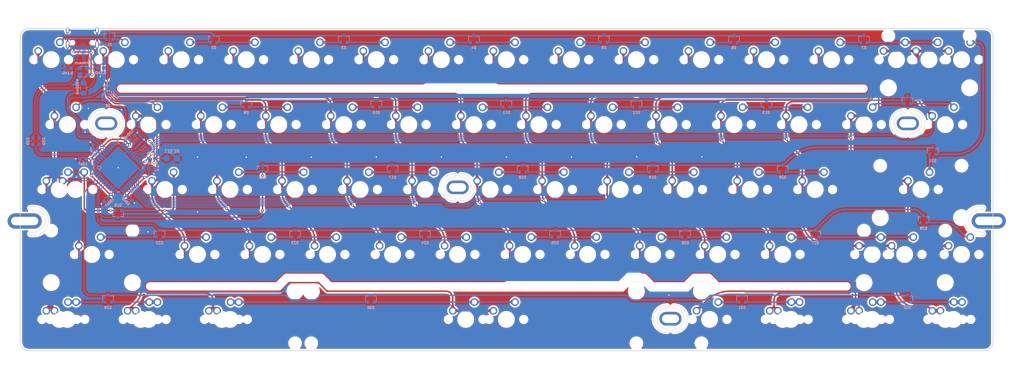
<source format=kicad_pcb>
(kicad_pcb (version 20171130) (host pcbnew "(5.1.4)-1")
  (layers (0 F.Cu signal) (31 B.Cu signal) (34 B.Paste user) (35 F.Paste user) (36 B.SilkS user) (37 F.SilkS user) (38 B.Mask user) (39 F.Mask user) (44 Edge.Cuts user))
  (net 0 "")
  (net 1 "Net-(D1-Pad2)")
  (net 2 "Net-(D1-Pad1)")
  (net 3 row0)
  (net 4 "Net-(D2-Pad2)")
  (net 5 "Net-(D2-Pad1)")
  (net 6 "Net-(D3-Pad2)")
  (net 7 "Net-(D3-Pad1)")
  (net 8 "Net-(D4-Pad2)")
  (net 9 "Net-(D4-Pad1)")
  (net 10 "Net-(D5-Pad2)")
  (net 11 "Net-(D5-Pad1)")
  (net 12 "Net-(D6-Pad2)")
  (net 13 "Net-(D6-Pad1)")
  (net 14 "Net-(D7-Pad2)")
  (net 15 "Net-(D7-Pad1)")
  (net 16 row1)
  (net 17 "Net-(D8-Pad2)")
  (net 18 "Net-(D8-Pad1)")
  (net 19 "Net-(D9-Pad2)")
  (net 20 "Net-(D9-Pad1)")
  (net 21 "Net-(D10-Pad2)")
  (net 22 "Net-(D10-Pad1)")
  (net 23 "Net-(D11-Pad2)")
  (net 24 "Net-(D11-Pad1)")
  (net 25 "Net-(D12-Pad2)")
  (net 26 "Net-(D12-Pad1)")
  (net 27 "Net-(D13-Pad2)")
  (net 28 "Net-(D13-Pad1)")
  (net 29 "Net-(D14-Pad2)")
  (net 30 "Net-(D14-Pad1)")
  (net 31 row2)
  (net 32 "Net-(D15-Pad2)")
  (net 33 "Net-(D15-Pad1)")
  (net 34 "Net-(D16-Pad2)")
  (net 35 "Net-(D16-Pad1)")
  (net 36 "Net-(D17-Pad2)")
  (net 37 "Net-(D17-Pad1)")
  (net 38 "Net-(D18-Pad2)")
  (net 39 "Net-(D18-Pad1)")
  (net 40 "Net-(D19-Pad2)")
  (net 41 "Net-(D19-Pad1)")
  (net 42 "Net-(D20-Pad2)")
  (net 43 "Net-(D20-Pad1)")
  (net 44 "Net-(D21-Pad2)")
  (net 45 "Net-(D21-Pad1)")
  (net 46 row3)
  (net 47 "Net-(D22-Pad2)")
  (net 48 "Net-(D22-Pad1)")
  (net 49 "Net-(D23-Pad2)")
  (net 50 "Net-(D23-Pad1)")
  (net 51 "Net-(D24-Pad2)")
  (net 52 "Net-(D24-Pad1)")
  (net 53 "Net-(D25-Pad2)")
  (net 54 "Net-(D25-Pad1)")
  (net 55 "Net-(D26-Pad2)")
  (net 56 "Net-(D26-Pad1)")
  (net 57 "Net-(D27-Pad2)")
  (net 58 "Net-(D27-Pad1)")
  (net 59 "Net-(D28-Pad2)")
  (net 60 "Net-(D28-Pad1)")
  (net 61 row4)
  (net 62 "Net-(D29-Pad2)")
  (net 63 "Net-(D29-Pad1)")
  (net 64 "Net-(D30-Pad2)")
  (net 65 "Net-(D30-Pad1)")
  (net 66 "Net-(D31-Pad2)")
  (net 67 "Net-(D31-Pad1)")
  (net 68 "Net-(D32-Pad2)")
  (net 69 "Net-(D32-Pad1)")
  (net 70 col0)
  (net 71 col1)
  (net 72 col2)
  (net 73 col3)
  (net 74 col4)
  (net 75 col5)
  (net 76 col6)
  (net 77 col7)
  (net 78 col9)
  (net 79 col10)
  (net 80 col11)
  (net 81 col12)
  (net 82 col13)
  (net 83 col8)
  (net 84 +5V)
  (net 85 GND)
  (net 86 "Net-(C5-Pad1)")
  (net 87 VCC)
  (net 88 DA-)
  (net 89 DA+)
  (net 90 "Net-(R1-Pad2)")
  (net 91 "Net-(R2-Pad2)")
  (net 92 DB+)
  (net 93 DB-)
  (net 94 "Net-(R5-Pad2)")
  (net 95 "Net-(R6-Pad2)")
  (net 96 "Net-(U1-Pad37)")
  (net 97 "Net-(U1-Pad10)")
  (net 98 "Net-(U1-Pad9)")
  (net 99 "Net-(U1-Pad1)")
  (net 100 "Net-(U1-Pad36)")
  (net 101 "Net-(U1-Pad25)")
  (net 102 "Net-(U1-Pad42)")
  (net 103 "Net-(U1-Pad17)")
  (net 104 "Net-(U1-Pad16)")
  (net 105 "Net-(USB1-Pad3)")
  (net 106 "Net-(USB1-Pad9)")
  (module FlexHoles:NODU_COW_980 (layer B.Cu) (at 155.365 79.125 180)
    (fp_text reference G*** hide)
    (fp_text value LOGO hide)
  )
  (module Logo:12x12MakerMark (layer B.Cu) (at 107.165 79.555 180)
    (fp_text reference REF**)
    (fp_text value 12x12MakerMark)
  )
  (module MX_Only:MXOnly-1U-NoLED (layer F.Cu) (at 121.5875 59.675)
    (fp_text reference K_305)
    (fp_text value KC_B)
    (pad 2 thru_hole circle (at 2.54 -5.08) (size 2.25 2.25) (drill 1.47) (layers *.Cu B.Mask) (net 52 "Net-(D24-Pad1)"))
    (pad "" np_thru_hole circle (at 0 0) (size 3.9878 3.9878) (drill 3.9878) (layers *.Cu *.Mask))
    (pad 1 thru_hole circle (at -3.81 -2.54) (size 2.25 2.25) (drill 1.47) (layers *.Cu B.Mask) (net 75 col5))
    (pad "" np_thru_hole circle (at -5.08 0 48.0996) (size 1.75 1.75) (drill 1.75) (layers *.Cu *.Mask))
    (pad "" np_thru_hole circle (at 5.08 0 48.0996) (size 1.75 1.75) (drill 1.75) (layers *.Cu *.Mask))
  )
  (module Custom_Footprints:RESET_PADS (layer B.Cu) (at 37.875 31.475 180)
    (fp_text reference SW1)
    (fp_text value RESET (at 0 2 180) (layer B.SilkS) (effects (justify mirror)))
    (pad 2 smd circle (at 1.5 0 180) (size 2 2) (layers B.Cu B.Mask) (net 90 "Net-(R1-Pad2)"))
    (pad 1 smd circle (at -1.5 0 180) (size 2 2) (layers B.Cu B.Mask) (net 85 GND))
  )
  (module Custom_Footprints:Resonator_3Pin_Annotated (layer B.Cu) (at 28.325 27.375 135)
    (fp_text reference Y1 hide)
    (fp_text value 16MHz hide)
    (pad 1 smd roundrect (at -1.2 0 135) (size 0.4 2.4) (layers B.Cu B.Paste B.Mask) (net 103 "Net-(U1-Pad17)"))
    (pad 2 smd roundrect (at 0 0 135) (size 0.4 2.4) (layers B.Cu B.Paste B.Mask) (net 85 GND))
    (pad 3 smd roundrect (at 1.2 0 135) (size 0.4 2.4) (layers B.Cu B.Paste B.Mask) (net 104 "Net-(U1-Pad16)"))
  )
  (module Type-C:HRO-TYPE-C-31-M-12 (layer B.Cu) (at 11.650001 -8.675)
    (fp_text reference USB1)
    (fp_text value HRO-TYPE-C-31-M-12)
    (pad 12 smd rect (at 3.225 7.695) (size 0.6 1.45) (layers B.Cu B.Paste B.Mask) (net 85 GND))
    (pad 1 smd rect (at -3.225 7.695) (size 0.6 1.45) (layers B.Cu B.Paste B.Mask) (net 85 GND))
    (pad 11 smd rect (at 2.45 7.695) (size 0.6 1.45) (layers B.Cu B.Paste B.Mask) (net 87 VCC))
    (pad 2 smd rect (at -2.45 7.695) (size 0.6 1.45) (layers B.Cu B.Paste B.Mask) (net 87 VCC))
    (pad 3 smd rect (at -1.75 7.695) (size 0.3 1.45) (layers B.Cu B.Paste B.Mask) (net 105 "Net-(USB1-Pad3)"))
    (pad 10 smd rect (at 1.75 7.695) (size 0.3 1.45) (layers B.Cu B.Paste B.Mask) (net 95 "Net-(R6-Pad2)"))
    (pad 4 smd rect (at -1.25 7.695) (size 0.3 1.45) (layers B.Cu B.Paste B.Mask) (net 94 "Net-(R5-Pad2)"))
    (pad 9 smd rect (at 1.25 7.695) (size 0.3 1.45) (layers B.Cu B.Paste B.Mask) (net 106 "Net-(USB1-Pad9)"))
    (pad 5 smd rect (at -0.75 7.695) (size 0.3 1.45) (layers B.Cu B.Paste B.Mask) (net 93 DB-))
    (pad 8 smd rect (at 0.75 7.695) (size 0.3 1.45) (layers B.Cu B.Paste B.Mask) (net 92 DB+))
    (pad 7 smd rect (at 0.25 7.695) (size 0.3 1.45) (layers B.Cu B.Paste B.Mask) (net 93 DB-))
    (pad 6 smd rect (at -0.25 7.695) (size 0.3 1.45) (layers B.Cu B.Paste B.Mask) (net 92 DB+))
    (pad "" np_thru_hole circle (at 2.89 6.25) (size 0.65 0.65) (drill 0.65) (layers *.Cu *.Mask))
    (pad "" np_thru_hole circle (at -2.89 6.25) (size 0.65 0.65) (drill 0.65) (layers *.Cu *.Mask))
    (pad 13 thru_hole oval (at -4.32 6.78) (size 1 2.1) (drill oval 0.6 1.7) (layers *.Cu F.Mask) (net 85 GND))
    (pad 13 thru_hole oval (at 4.32 6.78) (size 1 2.1) (drill oval 0.6 1.7) (layers *.Cu F.Mask) (net 85 GND))
    (pad 13 thru_hole oval (at -4.32 2.6) (size 1 1.6) (drill oval 0.6 1.2) (layers *.Cu F.Mask) (net 85 GND))
    (pad 13 thru_hole oval (at 4.32 2.6) (size 1 1.6) (drill oval 0.6 1.2) (layers *.Cu F.Mask) (net 85 GND))
  )
  (module Custom_Footprints:ATMEGA32U4_Annotated (layer B.Cu) (at 22.175 34.225 315)
    (fp_text reference U1)
    (fp_text value ATmega32U4-AU)
    (pad 41 smd rect (at -1.6 5.7 225) (size 1.5 0.55) (layers B.Cu B.Paste B.Mask) (net 70 col0))
    (pad 5 smd rect (at -5.7 0.8 315) (size 1.5 0.55) (layers B.Cu B.Paste B.Mask) (net 85 GND))
    (pad 18 smd rect (at 0.8 -5.7 225) (size 1.5 0.55) (layers B.Cu B.Paste B.Mask) (net 82 col13))
    (pad 19 smd rect (at 1.6 -5.7 225) (size 1.5 0.55) (layers B.Cu B.Paste B.Mask) (net 81 col12))
    (pad 22 smd rect (at 4 -5.7 225) (size 1.5 0.55) (layers B.Cu B.Paste B.Mask) (net 78 col9))
    (pad 30 smd rect (at 5.7 1.6 315) (size 1.5 0.55) (layers B.Cu B.Paste B.Mask) (net 74 col4))
    (pad 37 smd rect (at 1.6 5.7 225) (size 1.5 0.55) (layers B.Cu B.Paste B.Mask) (net 96 "Net-(U1-Pad37)"))
    (pad 26 smd rect (at 5.7 -1.6 315) (size 1.5 0.55) (layers B.Cu B.Paste B.Mask) (net 83 col8))
    (pad 15 smd rect (at -1.6 -5.7 225) (size 1.5 0.55) (layers B.Cu B.Paste B.Mask) (net 85 GND))
    (pad 38 smd rect (at 0.8 5.7 225) (size 1.5 0.55) (layers B.Cu B.Paste B.Mask) (net 31 row2))
    (pad 12 smd rect (at -4 -5.7 225) (size 1.5 0.55) (layers B.Cu B.Paste B.Mask) (net 71 col1))
    (pad 4 smd rect (at -5.7 1.6 315) (size 1.5 0.55) (layers B.Cu B.Paste B.Mask) (net 89 DA+))
    (pad 8 smd rect (at -5.7 -1.6 315) (size 1.5 0.55) (layers B.Cu B.Paste B.Mask) (net 3 row0))
    (pad 43 smd rect (at -3.2 5.7 225) (size 1.5 0.55) (layers B.Cu B.Paste B.Mask) (net 85 GND))
    (pad 29 smd rect (at 5.7 0.8 315) (size 1.5 0.55) (layers B.Cu B.Paste B.Mask) (net 75 col5))
    (pad 10 smd rect (at -5.7 -3.2 315) (size 1.5 0.55) (layers B.Cu B.Paste B.Mask) (net 97 "Net-(U1-Pad10)"))
    (pad 40 smd rect (at -0.8 5.7 225) (size 1.5 0.55) (layers B.Cu B.Paste B.Mask) (net 61 row4))
    (pad 32 smd rect (at 5.7 3.2 315) (size 1.5 0.55) (layers B.Cu B.Paste B.Mask) (net 72 col2))
    (pad 9 smd rect (at -5.7 -2.4 315) (size 1.5 0.55) (layers B.Cu B.Paste B.Mask) (net 98 "Net-(U1-Pad9)"))
    (pad 6 smd rect (at -5.7 0 315) (size 1.5 0.55) (layers B.Cu B.Paste B.Mask) (net 86 "Net-(C5-Pad1)"))
    (pad 1 smd rect (at -5.7 4 315) (size 1.5 0.55) (layers B.Cu B.Paste B.Mask) (net 99 "Net-(U1-Pad1)"))
    (pad 14 smd rect (at -2.4 -5.7 225) (size 1.5 0.55) (layers B.Cu B.Paste B.Mask) (net 84 +5V))
    (pad 20 smd rect (at 2.4 -5.7 225) (size 1.5 0.55) (layers B.Cu B.Paste B.Mask) (net 80 col11))
    (pad 33 smd rect (at 5.7 4 315) (size 1.5 0.55) (layers B.Cu B.Paste B.Mask) (net 91 "Net-(R2-Pad2)"))
    (pad 13 smd rect (at -3.2 -5.7 225) (size 1.5 0.55) (layers B.Cu B.Paste B.Mask) (net 90 "Net-(R1-Pad2)"))
    (pad 24 smd rect (at 5.7 -3.2 315) (size 1.5 0.55) (layers B.Cu B.Paste B.Mask) (net 84 +5V))
    (pad 36 smd rect (at 2.4 5.7 225) (size 1.5 0.55) (layers B.Cu B.Paste B.Mask) (net 100 "Net-(U1-Pad36)"))
    (pad 2 smd rect (at -5.7 3.2 315) (size 1.5 0.55) (layers B.Cu B.Paste B.Mask) (net 84 +5V))
    (pad 27 smd rect (at 5.7 -0.8 315) (size 1.5 0.55) (layers B.Cu B.Paste B.Mask) (net 77 col7))
    (pad 28 smd rect (at 5.7 0 315) (size 1.5 0.55) (layers B.Cu B.Paste B.Mask) (net 76 col6))
    (pad 39 smd rect (at 0 5.7 225) (size 1.5 0.55) (layers B.Cu B.Paste B.Mask) (net 46 row3))
    (pad 35 smd rect (at 3.2 5.7 225) (size 1.5 0.55) (layers B.Cu B.Paste B.Mask) (net 85 GND))
    (pad 44 smd rect (at -4 5.7 225) (size 1.5 0.55) (layers B.Cu B.Paste B.Mask) (net 84 +5V))
    (pad 25 smd rect (at 5.7 -2.4 315) (size 1.5 0.55) (layers B.Cu B.Paste B.Mask) (net 101 "Net-(U1-Pad25)"))
    (pad 31 smd rect (at 5.7 2.4 315) (size 1.5 0.55) (layers B.Cu B.Paste B.Mask) (net 73 col3))
    (pad 42 smd rect (at -2.4 5.7 225) (size 1.5 0.55) (layers B.Cu B.Paste B.Mask) (net 102 "Net-(U1-Pad42)"))
    (pad 11 smd rect (at -5.7 -4 315) (size 1.5 0.55) (layers B.Cu B.Paste B.Mask) (net 16 row1))
    (pad 17 smd rect (at 0 -5.7 225) (size 1.5 0.55) (layers B.Cu B.Paste B.Mask) (net 103 "Net-(U1-Pad17)"))
    (pad 16 smd rect (at -0.8 -5.7 225) (size 1.5 0.55) (layers B.Cu B.Paste B.Mask) (net 104 "Net-(U1-Pad16)"))
    (pad 23 smd rect (at 5.7 -4 315) (size 1.5 0.55) (layers B.Cu B.Paste B.Mask) (net 85 GND))
    (pad 3 smd rect (at -5.7 2.4 315) (size 1.5 0.55) (layers B.Cu B.Paste B.Mask) (net 88 DA-))
    (pad 7 smd rect (at -5.7 -0.8 315) (size 1.5 0.55) (layers B.Cu B.Paste B.Mask) (net 84 +5V))
    (pad 34 smd rect (at 4 5.7 225) (size 1.5 0.55) (layers B.Cu B.Paste B.Mask) (net 84 +5V))
    (pad 21 smd rect (at 3.2 -5.7 225) (size 1.5 0.55) (layers B.Cu B.Paste B.Mask) (net 79 col10))
  )
  (module Custom_Footprints:R_0603_Annotated (layer B.Cu) (at 17.025 4.975 180)
    (fp_text reference R6)
    (fp_text value 5.1kΩ (at 0 -1.4) (layer B.SilkS) (effects (font (size 0.75 0.75)) (justify mirror)))
    (pad 1 smd roundrect (at -0.875 0 180) (size 1.05 0.95) (layers B.Cu B.Paste B.Mask) (net 85 GND))
    (pad 2 smd roundrect (at 0.875 0 180) (size 1.05 0.95) (layers B.Cu B.Paste B.Mask) (net 95 "Net-(R6-Pad2)"))
  )
  (module Custom_Footprints:R_0603_Annotated (layer B.Cu) (at 7.375 5.025)
    (fp_text reference R5)
    (fp_text value 5.1kΩ (at 0 1.4) (layer B.SilkS) (effects (font (size 0.75 0.75)) (justify mirror)))
    (pad 1 smd roundrect (at -0.875 0) (size 1.05 0.95) (layers B.Cu B.Paste B.Mask) (net 85 GND))
    (pad 2 smd roundrect (at 0.875 0) (size 1.05 0.95) (layers B.Cu B.Paste B.Mask) (net 94 "Net-(R5-Pad2)"))
  )
  (module Custom_Footprints:R_0603_Annotated (layer B.Cu) (at -2.875 26.425 90)
    (fp_text reference R4)
    (fp_text value 22Ω (at 0 -1.4 90) (layer B.SilkS) (effects (font (size 0.75 0.75)) (justify mirror)))
    (pad 1 smd roundrect (at -0.875 0 90) (size 1.05 0.95) (layers B.Cu B.Paste B.Mask) (net 88 DA-))
    (pad 2 smd roundrect (at 0.875 0 90) (size 1.05 0.95) (layers B.Cu B.Paste B.Mask) (net 93 DB-))
  )
  (module Custom_Footprints:R_0603_Annotated (layer B.Cu) (at -0.975 26.425 90)
    (fp_text reference R3)
    (fp_text value 22Ω (at 0 1.35 90) (layer B.SilkS) (effects (font (size 0.75 0.75)) (justify mirror)))
    (pad 1 smd roundrect (at -0.875 0 90) (size 1.05 0.95) (layers B.Cu B.Paste B.Mask) (net 89 DA+))
    (pad 2 smd roundrect (at 0.875 0 90) (size 1.05 0.95) (layers B.Cu B.Paste B.Mask) (net 92 DB+))
  )
  (module Custom_Footprints:R_0603_Annotated (layer B.Cu) (at 25.45 43.15 135)
    (fp_text reference R2)
    (fp_text value 10kΩ (at 0 -1.4 135) (layer B.SilkS) (effects (font (size 0.75 0.75)) (justify mirror)))
    (pad 1 smd roundrect (at -0.875 0 135) (size 1.05 0.95) (layers B.Cu B.Paste B.Mask) (net 85 GND))
    (pad 2 smd roundrect (at 0.875 0 135) (size 1.05 0.95) (layers B.Cu B.Paste B.Mask) (net 91 "Net-(R2-Pad2)"))
  )
  (module Custom_Footprints:R_0603_Annotated (layer B.Cu) (at 32 31.5)
    (fp_text reference R1)
    (fp_text value 10kΩ (at 0 -1.325) (layer B.SilkS) (effects (font (size 0.75 0.75)) (justify mirror)))
    (pad 1 smd roundrect (at -0.875 0) (size 1.05 0.95) (layers B.Cu B.Paste B.Mask) (net 84 +5V))
    (pad 2 smd roundrect (at 0.875 0) (size 1.05 0.95) (layers B.Cu B.Paste B.Mask) (net 90 "Net-(R1-Pad2)"))
  )
  (module Custom_Footprints:Fuse_1206_Annotated (layer B.Cu) (at 12.025 10.875 90)
    (fp_text reference F1)
    (fp_text value 500mA (at 0 -1.82 90) (layer B.SilkS) (effects (font (size 0.75 0.75)) (justify mirror)))
    (pad 2 smd roundrect (at 1.4875 0 90) (size 1.425 1.75) (layers B.Cu B.Paste B.Mask) (roundrect_rratio 0.175439) (net 87 VCC))
    (pad 1 smd roundrect (at -1.4875 0 90) (size 1.425 1.75) (layers B.Cu B.Paste B.Mask) (roundrect_rratio 0.175439) (net 84 +5V))
  )
  (module Package_TO_SOT_SMD:SOT-143 (layer B.Cu) (at 12.025 6.024999)
    (fp_text reference ESD1)
    (fp_text value PRTR5V0U2X (at -0.28 -2.48) (layer B.SilkS) (effects (font (size 0.5 0.5) (thickness 0.125)) (justify mirror)))
    (pad 4 smd rect (at 1.1 0.95 90) (size 1 1.4) (layers B.Cu B.Paste B.Mask) (net 87 VCC))
    (pad 3 smd rect (at 1.1 -0.95 90) (size 1 1.4) (layers B.Cu B.Paste B.Mask) (net 92 DB+))
    (pad 2 smd rect (at -1.1 -0.95 90) (size 1 1.4) (layers B.Cu B.Paste B.Mask) (net 93 DB-))
    (pad 1 smd rect (at -1.1 0.77 90) (size 1.2 1.4) (layers B.Cu B.Paste B.Mask) (net 85 GND))
  )
  (module Custom_Footprints:C_0603_Annotated (layer B.Cu) (at 15.475 28.175 135)
    (fp_text reference C5)
    (fp_text value 1µF (at 0 -1.4 135) (layer B.SilkS) (effects (font (size 0.75 0.75)) (justify mirror)))
    (pad 1 smd roundrect (at -0.875 0 135) (size 1.05 0.95) (layers B.Cu B.Paste B.Mask) (net 86 "Net-(C5-Pad1)"))
    (pad 2 smd roundrect (at 0.875 0 135) (size 1.05 0.95) (layers B.Cu B.Paste B.Mask) (net 85 GND))
  )
  (module Custom_Footprints:C_0603_Annotated (layer B.Cu) (at 18.625 43.425 225)
    (fp_text reference C4)
    (fp_text value 100nF (at 0 -1.4 45) (layer B.SilkS) (effects (font (size 0.75 0.75)) (justify mirror)))
    (pad 1 smd roundrect (at -0.875 0 225) (size 1.05 0.95) (layers B.Cu B.Paste B.Mask) (net 84 +5V))
    (pad 2 smd roundrect (at 0.875 0 225) (size 1.05 0.95) (layers B.Cu B.Paste B.Mask) (net 85 GND))
  )
  (module Custom_Footprints:C_0603_Annotated (layer B.Cu) (at 26.275001 25.425 45)
    (fp_text reference C3)
    (fp_text value 100nF (at 0 -1.4 45) (layer B.SilkS) (effects (font (size 0.75 0.75)) (justify mirror)))
    (pad 1 smd roundrect (at -0.875 0 45) (size 1.05 0.95) (layers B.Cu B.Paste B.Mask) (net 84 +5V))
    (pad 2 smd roundrect (at 0.875 0 45) (size 1.05 0.95) (layers B.Cu B.Paste B.Mask) (net 85 GND))
  )
  (module Custom_Footprints:C_0603_Annotated (layer B.Cu) (at 32.025 34.375)
    (fp_text reference C2)
    (fp_text value 100nF (at 0 -1.4) (layer B.SilkS) (effects (font (size 0.75 0.75)) (justify mirror)))
    (pad 1 smd roundrect (at -0.875 0) (size 1.05 0.95) (layers B.Cu B.Paste B.Mask) (net 84 +5V))
    (pad 2 smd roundrect (at 0.875 0) (size 1.05 0.95) (layers B.Cu B.Paste B.Mask) (net 85 GND))
  )
  (module Custom_Footprints:C_0603_Annotated (layer B.Cu) (at 11.775 31.625 180)
    (fp_text reference C1)
    (fp_text value 10µF (at 0 -1.4) (layer B.SilkS) (effects (font (size 0.75 0.75)) (justify mirror)))
    (pad 1 smd roundrect (at -0.875 0 180) (size 1.05 0.95) (layers B.Cu B.Paste B.Mask) (net 84 +5V))
    (pad 2 smd roundrect (at 0.875 0 180) (size 1.05 0.95) (layers B.Cu B.Paste B.Mask) (net 85 GND))
  )
  (module MX_Only:MXOnly-1.5U-NoLED (layer F.Cu) (at 216.8375 78.725)
    (fp_text reference K_409A1)
    (fp_text value KC_RALT)
    (pad 2 thru_hole circle (at 2.54 -5.08) (size 2.25 2.25) (drill 1.47) (layers *.Cu B.Mask) (net 67 "Net-(D31-Pad1)"))
    (pad "" np_thru_hole circle (at 0 0) (size 3.9878 3.9878) (drill 3.9878) (layers *.Cu *.Mask))
    (pad 1 thru_hole circle (at -3.81 -2.54) (size 2.25 2.25) (drill 1.47) (layers *.Cu B.Mask) (net 78 col9))
    (pad "" np_thru_hole circle (at -5.08 0 48.0996) (size 1.75 1.75) (drill 1.75) (layers *.Cu *.Mask))
    (pad "" np_thru_hole circle (at 5.08 0 48.0996) (size 1.75 1.75) (drill 1.75) (layers *.Cu *.Mask))
  )
  (module MX_Only:MXOnly-1.5U-NoLED (layer F.Cu) (at 264.4625 78.724999)
    (fp_text reference K_411A1)
    (fp_text value KC_RCTL)
    (pad 2 thru_hole circle (at 2.54 -5.08) (size 2.25 2.25) (drill 1.47) (layers *.Cu B.Mask) (net 69 "Net-(D32-Pad1)"))
    (pad "" np_thru_hole circle (at 0 0) (size 3.9878 3.9878) (drill 3.9878) (layers *.Cu *.Mask))
    (pad 1 thru_hole circle (at -3.81 -2.54) (size 2.25 2.25) (drill 1.47) (layers *.Cu B.Mask) (net 80 col11))
    (pad "" np_thru_hole circle (at -5.08 0 48.0996) (size 1.75 1.75) (drill 1.75) (layers *.Cu *.Mask))
    (pad "" np_thru_hole circle (at 5.08 0 48.0996) (size 1.75 1.75) (drill 1.75) (layers *.Cu *.Mask))
  )
  (module MX_Only:MXOnly-1U-NoLED (layer F.Cu) (at 240.65 78.725)
    (fp_text reference K_410A1)
    (fp_text value "KC_MO(1)")
    (pad 2 thru_hole circle (at 2.54 -5.08) (size 2.25 2.25) (drill 1.47) (layers *.Cu B.Mask) (net 68 "Net-(D32-Pad2)"))
    (pad "" np_thru_hole circle (at 0 0) (size 3.9878 3.9878) (drill 3.9878) (layers *.Cu *.Mask))
    (pad 1 thru_hole circle (at -3.81 -2.54) (size 2.25 2.25) (drill 1.47) (layers *.Cu B.Mask) (net 79 col10))
    (pad "" np_thru_hole circle (at -5.08 0 48.0996) (size 1.75 1.75) (drill 1.75) (layers *.Cu *.Mask))
    (pad "" np_thru_hole circle (at 5.08 0 48.0996) (size 1.75 1.75) (drill 1.75) (layers *.Cu *.Mask))
  )
  (module MX_Only:MXOnly-7U-ReversedStabilizers-NoLED (layer F.Cu) (at 135.875 78.725)
    (fp_text reference K_406A1)
    (fp_text value KC_SPC)
    (pad 2 thru_hole circle (at 2.54 -5.08) (size 2.25 2.25) (drill 1.47) (layers *.Cu B.Mask) (net 65 "Net-(D30-Pad1)"))
    (pad "" np_thru_hole circle (at 0 0) (size 3.9878 3.9878) (drill 3.9878) (layers *.Cu *.Mask))
    (pad 1 thru_hole circle (at -3.81 -2.54) (size 2.25 2.25) (drill 1.47) (layers *.Cu B.Mask) (net 76 col6))
    (pad "" np_thru_hole circle (at -5.08 0 48.0996) (size 1.75 1.75) (drill 1.75) (layers *.Cu *.Mask))
    (pad "" np_thru_hole circle (at 5.08 0 48.0996) (size 1.75 1.75) (drill 1.75) (layers *.Cu *.Mask))
    (pad "" np_thru_hole circle (at -57.15 6.985) (size 3.048 3.048) (drill 3.048) (layers *.Cu *.Mask))
    (pad "" np_thru_hole circle (at 57.15 6.985) (size 3.048 3.048) (drill 3.048) (layers *.Cu *.Mask))
    (pad "" np_thru_hole circle (at -57.15 -8.255) (size 3.9878 3.9878) (drill 3.9878) (layers *.Cu *.Mask))
    (pad "" np_thru_hole circle (at 57.15 -8.255) (size 3.9878 3.9878) (drill 3.9878) (layers *.Cu *.Mask))
  )
  (module MX_Only:MXOnly-1.5U-NoLED (layer F.Cu) (at 54.9125 78.724999)
    (fp_text reference K_402A1)
    (fp_text value KC_LALT)
    (pad 2 thru_hole circle (at 2.54 -5.08) (size 2.25 2.25) (drill 1.47) (layers *.Cu B.Mask) (net 64 "Net-(D30-Pad2)"))
    (pad "" np_thru_hole circle (at 0 0) (size 3.9878 3.9878) (drill 3.9878) (layers *.Cu *.Mask))
    (pad 1 thru_hole circle (at -3.81 -2.54) (size 2.25 2.25) (drill 1.47) (layers *.Cu B.Mask) (net 72 col2))
    (pad "" np_thru_hole circle (at -5.08 0 48.0996) (size 1.75 1.75) (drill 1.75) (layers *.Cu *.Mask))
    (pad "" np_thru_hole circle (at 5.08 0 48.0996) (size 1.75 1.75) (drill 1.75) (layers *.Cu *.Mask))
  )
  (module MX_Only:MXOnly-1U-NoLED (layer F.Cu) (at 31.1 78.725)
    (fp_text reference K_401A1)
    (fp_text value KC_LGUI)
    (pad 2 thru_hole circle (at 2.54 -5.08) (size 2.25 2.25) (drill 1.47) (layers *.Cu B.Mask) (net 63 "Net-(D29-Pad1)"))
    (pad "" np_thru_hole circle (at 0 0) (size 3.9878 3.9878) (drill 3.9878) (layers *.Cu *.Mask))
    (pad 1 thru_hole circle (at -3.81 -2.54) (size 2.25 2.25) (drill 1.47) (layers *.Cu B.Mask) (net 71 col1))
    (pad "" np_thru_hole circle (at -5.08 0 48.0996) (size 1.75 1.75) (drill 1.75) (layers *.Cu *.Mask))
    (pad "" np_thru_hole circle (at 5.08 0 48.0996) (size 1.75 1.75) (drill 1.75) (layers *.Cu *.Mask))
  )
  (module MX_Only:MXOnly-1.5U-NoLED (layer F.Cu) (at 7.2875 78.725)
    (fp_text reference K_400A1)
    (fp_text value KC_LCTL)
    (pad 2 thru_hole circle (at 2.54 -5.08) (size 2.25 2.25) (drill 1.47) (layers *.Cu B.Mask) (net 62 "Net-(D29-Pad2)"))
    (pad "" np_thru_hole circle (at 0 0) (size 3.9878 3.9878) (drill 3.9878) (layers *.Cu *.Mask))
    (pad 1 thru_hole circle (at -3.81 -2.54) (size 2.25 2.25) (drill 1.47) (layers *.Cu B.Mask) (net 70 col0))
    (pad "" np_thru_hole circle (at -5.08 0 48.0996) (size 1.75 1.75) (drill 1.75) (layers *.Cu *.Mask))
    (pad "" np_thru_hole circle (at 5.08 0 48.0996) (size 1.75 1.75) (drill 1.75) (layers *.Cu *.Mask))
  )
  (module MX_Only:MXOnly-1.75U-NoLED (layer F.Cu) (at 243.03125 59.675)
    (fp_text reference K_311A1)
    (fp_text value KC_RSFT)
    (pad 2 thru_hole circle (at 2.54 -5.08) (size 2.25 2.25) (drill 1.47) (layers *.Cu B.Mask) (net 58 "Net-(D27-Pad1)"))
    (pad "" np_thru_hole circle (at 0 0) (size 3.9878 3.9878) (drill 3.9878) (layers *.Cu *.Mask))
    (pad 1 thru_hole circle (at -3.81 -2.54) (size 2.25 2.25) (drill 1.47) (layers *.Cu B.Mask) (net 80 col11))
    (pad "" np_thru_hole circle (at -5.08 0 48.0996) (size 1.75 1.75) (drill 1.75) (layers *.Cu *.Mask))
    (pad "" np_thru_hole circle (at 5.08 0 48.0996) (size 1.75 1.75) (drill 1.75) (layers *.Cu *.Mask))
  )
  (module MX_Only:MXOnly-1.25U-NoLED (layer F.Cu) (at 4.90625 40.625001)
    (fp_text reference K_200A1)
    (fp_text value KC_CAPS)
    (pad 2 thru_hole circle (at 2.54 -5.08) (size 2.25 2.25) (drill 1.47) (layers *.Cu B.Mask) (net 33 "Net-(D15-Pad1)"))
    (pad "" np_thru_hole circle (at 0 0) (size 3.9878 3.9878) (drill 3.9878) (layers *.Cu *.Mask))
    (pad 1 thru_hole circle (at -3.81 -2.54) (size 2.25 2.25) (drill 1.47) (layers *.Cu B.Mask) (net 70 col0))
    (pad "" np_thru_hole circle (at -5.08 0 48.0996) (size 1.75 1.75) (drill 1.75) (layers *.Cu *.Mask))
    (pad "" np_thru_hole circle (at 5.08 0 48.0996) (size 1.75 1.75) (drill 1.75) (layers *.Cu *.Mask))
  )
  (module MX_Only:MXOnly-1U-NoLED (layer F.Cu) (at 250.175 2.525)
    (fp_text reference K_013A1)
    (fp_text value KC_BSPC)
    (pad 2 thru_hole circle (at 2.54 -5.08) (size 2.25 2.25) (drill 1.47) (layers *.Cu B.Mask) (net 15 "Net-(D7-Pad1)"))
    (pad "" np_thru_hole circle (at 0 0) (size 3.9878 3.9878) (drill 3.9878) (layers *.Cu *.Mask))
    (pad 1 thru_hole circle (at -3.81 -2.54) (size 2.25 2.25) (drill 1.47) (layers *.Cu B.Mask) (net 82 col13))
    (pad "" np_thru_hole circle (at -5.08 0 48.0996) (size 1.75 1.75) (drill 1.75) (layers *.Cu *.Mask))
    (pad "" np_thru_hole circle (at 5.08 0 48.0996) (size 1.75 1.75) (drill 1.75) (layers *.Cu *.Mask))
  )
  (module MX_Only:MXOnly-1.25U-NoLED (layer F.Cu) (at 266.84375 78.724999)
    (fp_text reference K_411)
    (fp_text value KC_RCTL)
    (pad 2 thru_hole circle (at 2.54 -5.08) (size 2.25 2.25) (drill 1.47) (layers *.Cu B.Mask) (net 69 "Net-(D32-Pad1)"))
    (pad "" np_thru_hole circle (at 0 0) (size 3.9878 3.9878) (drill 3.9878) (layers *.Cu *.Mask))
    (pad 1 thru_hole circle (at -3.81 -2.54) (size 2.25 2.25) (drill 1.47) (layers *.Cu B.Mask) (net 80 col11))
    (pad "" np_thru_hole circle (at -5.08 0 48.0996) (size 1.75 1.75) (drill 1.75) (layers *.Cu *.Mask))
    (pad "" np_thru_hole circle (at 5.08 0 48.0996) (size 1.75 1.75) (drill 1.75) (layers *.Cu *.Mask))
  )
  (module MX_Only:MXOnly-1.25U-NoLED (layer F.Cu) (at 243.03125 78.725)
    (fp_text reference K_410)
    (fp_text value "KC_MO(1)")
    (pad 2 thru_hole circle (at 2.54 -5.08) (size 2.25 2.25) (drill 1.47) (layers *.Cu B.Mask) (net 68 "Net-(D32-Pad2)"))
    (pad "" np_thru_hole circle (at 0 0) (size 3.9878 3.9878) (drill 3.9878) (layers *.Cu *.Mask))
    (pad 1 thru_hole circle (at -3.81 -2.54) (size 2.25 2.25) (drill 1.47) (layers *.Cu B.Mask) (net 79 col10))
    (pad "" np_thru_hole circle (at -5.08 0 48.0996) (size 1.75 1.75) (drill 1.75) (layers *.Cu *.Mask))
    (pad "" np_thru_hole circle (at 5.08 0 48.0996) (size 1.75 1.75) (drill 1.75) (layers *.Cu *.Mask))
  )
  (module MX_Only:MXOnly-1.25U-NoLED (layer F.Cu) (at 219.21875 78.725)
    (fp_text reference K_409)
    (fp_text value KC_RGUI)
    (pad 2 thru_hole circle (at 2.54 -5.08) (size 2.25 2.25) (drill 1.47) (layers *.Cu B.Mask) (net 67 "Net-(D31-Pad1)"))
    (pad "" np_thru_hole circle (at 0 0) (size 3.9878 3.9878) (drill 3.9878) (layers *.Cu *.Mask))
    (pad 1 thru_hole circle (at -3.81 -2.54) (size 2.25 2.25) (drill 1.47) (layers *.Cu B.Mask) (net 78 col9))
    (pad "" np_thru_hole circle (at -5.08 0 48.0996) (size 1.75 1.75) (drill 1.75) (layers *.Cu *.Mask))
    (pad "" np_thru_hole circle (at 5.08 0 48.0996) (size 1.75 1.75) (drill 1.75) (layers *.Cu *.Mask))
  )
  (module MX_Only:MXOnly-1.25U-NoLED (layer F.Cu) (at 195.40625 78.725)
    (fp_text reference K_408)
    (fp_text value KC_RALT)
    (pad 2 thru_hole circle (at 2.54 -5.08) (size 2.25 2.25) (drill 1.47) (layers *.Cu B.Mask) (net 66 "Net-(D31-Pad2)"))
    (pad "" np_thru_hole circle (at 0 0) (size 3.9878 3.9878) (drill 3.9878) (layers *.Cu *.Mask))
    (pad 1 thru_hole circle (at -3.81 -2.54) (size 2.25 2.25) (drill 1.47) (layers *.Cu B.Mask) (net 83 col8))
    (pad "" np_thru_hole circle (at -5.08 0 48.0996) (size 1.75 1.75) (drill 1.75) (layers *.Cu *.Mask))
    (pad "" np_thru_hole circle (at 5.08 0 48.0996) (size 1.75 1.75) (drill 1.75) (layers *.Cu *.Mask))
  )
  (module MX_Only:MXOnly-6.25U-ReversedStabilizers-NoLED (layer F.Cu) (at 123.96875 78.725)
    (fp_text reference K_406)
    (fp_text value KC_SPC)
    (pad 2 thru_hole circle (at 2.54 -5.08) (size 2.25 2.25) (drill 1.47) (layers *.Cu B.Mask) (net 65 "Net-(D30-Pad1)"))
    (pad "" np_thru_hole circle (at 0 0) (size 3.9878 3.9878) (drill 3.9878) (layers *.Cu *.Mask))
    (pad 1 thru_hole circle (at -3.81 -2.54) (size 2.25 2.25) (drill 1.47) (layers *.Cu B.Mask) (net 76 col6))
    (pad "" np_thru_hole circle (at -5.08 0 48.0996) (size 1.75 1.75) (drill 1.75) (layers *.Cu *.Mask))
    (pad "" np_thru_hole circle (at 5.08 0 48.0996) (size 1.75 1.75) (drill 1.75) (layers *.Cu *.Mask))
    (pad "" np_thru_hole circle (at -49.9999 6.985) (size 3.048 3.048) (drill 3.048) (layers *.Cu *.Mask))
    (pad "" np_thru_hole circle (at 49.9999 6.985) (size 3.048 3.048) (drill 3.048) (layers *.Cu *.Mask))
    (pad "" np_thru_hole circle (at -49.9999 -8.255) (size 3.9878 3.9878) (drill 3.9878) (layers *.Cu *.Mask))
    (pad "" np_thru_hole circle (at 49.9999 -8.255) (size 3.9878 3.9878) (drill 3.9878) (layers *.Cu *.Mask))
  )
  (module MX_Only:MXOnly-1.25U-NoLED (layer F.Cu) (at 52.53125 78.724999)
    (fp_text reference K_402)
    (fp_text value KC_LALT)
    (pad 2 thru_hole circle (at 2.54 -5.08) (size 2.25 2.25) (drill 1.47) (layers *.Cu B.Mask) (net 64 "Net-(D30-Pad2)"))
    (pad "" np_thru_hole circle (at 0 0) (size 3.9878 3.9878) (drill 3.9878) (layers *.Cu *.Mask))
    (pad 1 thru_hole circle (at -3.81 -2.54) (size 2.25 2.25) (drill 1.47) (layers *.Cu B.Mask) (net 72 col2))
    (pad "" np_thru_hole circle (at -5.08 0 48.0996) (size 1.75 1.75) (drill 1.75) (layers *.Cu *.Mask))
    (pad "" np_thru_hole circle (at 5.08 0 48.0996) (size 1.75 1.75) (drill 1.75) (layers *.Cu *.Mask))
  )
  (module MX_Only:MXOnly-1.25U-NoLED (layer F.Cu) (at 28.71875 78.725)
    (fp_text reference K_401)
    (fp_text value KC_LGUI)
    (pad 2 thru_hole circle (at 2.54 -5.08) (size 2.25 2.25) (drill 1.47) (layers *.Cu B.Mask) (net 63 "Net-(D29-Pad1)"))
    (pad "" np_thru_hole circle (at 0 0) (size 3.9878 3.9878) (drill 3.9878) (layers *.Cu *.Mask))
    (pad 1 thru_hole circle (at -3.81 -2.54) (size 2.25 2.25) (drill 1.47) (layers *.Cu B.Mask) (net 71 col1))
    (pad "" np_thru_hole circle (at -5.08 0 48.0996) (size 1.75 1.75) (drill 1.75) (layers *.Cu *.Mask))
    (pad "" np_thru_hole circle (at 5.08 0 48.0996) (size 1.75 1.75) (drill 1.75) (layers *.Cu *.Mask))
  )
  (module MX_Only:MXOnly-1.25U-NoLED (layer F.Cu) (at 4.90625 78.725)
    (fp_text reference K_400)
    (fp_text value KC_LCTL)
    (pad 2 thru_hole circle (at 2.54 -5.08) (size 2.25 2.25) (drill 1.47) (layers *.Cu B.Mask) (net 62 "Net-(D29-Pad2)"))
    (pad "" np_thru_hole circle (at 0 0) (size 3.9878 3.9878) (drill 3.9878) (layers *.Cu *.Mask))
    (pad 1 thru_hole circle (at -3.81 -2.54) (size 2.25 2.25) (drill 1.47) (layers *.Cu B.Mask) (net 70 col0))
    (pad "" np_thru_hole circle (at -5.08 0 48.0996) (size 1.75 1.75) (drill 1.75) (layers *.Cu *.Mask))
    (pad "" np_thru_hole circle (at 5.08 0 48.0996) (size 1.75 1.75) (drill 1.75) (layers *.Cu *.Mask))
  )
  (module MX_Only:MXOnly-1U-NoLED (layer F.Cu) (at 269.225 59.675)
    (fp_text reference K_312)
    (fp_text value "KC_MO(1)")
    (pad 2 thru_hole circle (at 2.54 -5.08) (size 2.25 2.25) (drill 1.47) (layers *.Cu B.Mask) (net 60 "Net-(D28-Pad1)"))
    (pad "" np_thru_hole circle (at 0 0) (size 3.9878 3.9878) (drill 3.9878) (layers *.Cu *.Mask))
    (pad 1 thru_hole circle (at -3.81 -2.54) (size 2.25 2.25) (drill 1.47) (layers *.Cu B.Mask) (net 81 col12))
    (pad "" np_thru_hole circle (at -5.08 0 48.0996) (size 1.75 1.75) (drill 1.75) (layers *.Cu *.Mask))
    (pad "" np_thru_hole circle (at 5.08 0 48.0996) (size 1.75 1.75) (drill 1.75) (layers *.Cu *.Mask))
  )
  (module MX_Only:MXOnly-2.75U-NoLED (layer F.Cu) (at 252.55625 59.675)
    (fp_text reference K_311)
    (fp_text value KC_RSFT)
    (pad 2 thru_hole circle (at 2.54 -5.08) (size 2.25 2.25) (drill 1.47) (layers *.Cu B.Mask) (net 58 "Net-(D27-Pad1)"))
    (pad "" np_thru_hole circle (at 0 0) (size 3.9878 3.9878) (drill 3.9878) (layers *.Cu *.Mask))
    (pad 1 thru_hole circle (at -3.81 -2.54) (size 2.25 2.25) (drill 1.47) (layers *.Cu B.Mask) (net 80 col11))
    (pad "" np_thru_hole circle (at -5.08 0 48.0996) (size 1.75 1.75) (drill 1.75) (layers *.Cu *.Mask))
    (pad "" np_thru_hole circle (at 5.08 0 48.0996) (size 1.75 1.75) (drill 1.75) (layers *.Cu *.Mask))
    (pad "" np_thru_hole circle (at -11.90625 -6.985) (size 3.048 3.048) (drill 3.048) (layers *.Cu *.Mask))
    (pad "" np_thru_hole circle (at 11.90625 -6.985) (size 3.048 3.048) (drill 3.048) (layers *.Cu *.Mask))
    (pad "" np_thru_hole circle (at -11.90625 8.255) (size 3.9878 3.9878) (drill 3.9878) (layers *.Cu *.Mask))
    (pad "" np_thru_hole circle (at 11.90625 8.255) (size 3.9878 3.9878) (drill 3.9878) (layers *.Cu *.Mask))
  )
  (module MX_Only:MXOnly-1U-NoLED (layer F.Cu) (at 216.8375 59.675)
    (fp_text reference K_310)
    (fp_text value KC_SLSH)
    (pad 2 thru_hole circle (at 2.54 -5.08) (size 2.25 2.25) (drill 1.47) (layers *.Cu B.Mask) (net 57 "Net-(D27-Pad2)"))
    (pad "" np_thru_hole circle (at 0 0) (size 3.9878 3.9878) (drill 3.9878) (layers *.Cu *.Mask))
    (pad 1 thru_hole circle (at -3.81 -2.54) (size 2.25 2.25) (drill 1.47) (layers *.Cu B.Mask) (net 79 col10))
    (pad "" np_thru_hole circle (at -5.08 0 48.0996) (size 1.75 1.75) (drill 1.75) (layers *.Cu *.Mask))
    (pad "" np_thru_hole circle (at 5.08 0 48.0996) (size 1.75 1.75) (drill 1.75) (layers *.Cu *.Mask))
  )
  (module MX_Only:MXOnly-1U-NoLED (layer F.Cu) (at 197.7875 59.675)
    (fp_text reference K_309)
    (fp_text value KC_DOT)
    (pad 2 thru_hole circle (at 2.54 -5.08) (size 2.25 2.25) (drill 1.47) (layers *.Cu B.Mask) (net 56 "Net-(D26-Pad1)"))
    (pad "" np_thru_hole circle (at 0 0) (size 3.9878 3.9878) (drill 3.9878) (layers *.Cu *.Mask))
    (pad 1 thru_hole circle (at -3.81 -2.54) (size 2.25 2.25) (drill 1.47) (layers *.Cu B.Mask) (net 78 col9))
    (pad "" np_thru_hole circle (at -5.08 0 48.0996) (size 1.75 1.75) (drill 1.75) (layers *.Cu *.Mask))
    (pad "" np_thru_hole circle (at 5.08 0 48.0996) (size 1.75 1.75) (drill 1.75) (layers *.Cu *.Mask))
  )
  (module MX_Only:MXOnly-1U-NoLED (layer F.Cu) (at 178.7375 59.675)
    (fp_text reference K_308)
    (fp_text value KC_COMM)
    (pad 2 thru_hole circle (at 2.54 -5.08) (size 2.25 2.25) (drill 1.47) (layers *.Cu B.Mask) (net 55 "Net-(D26-Pad2)"))
    (pad "" np_thru_hole circle (at 0 0) (size 3.9878 3.9878) (drill 3.9878) (layers *.Cu *.Mask))
    (pad 1 thru_hole circle (at -3.81 -2.54) (size 2.25 2.25) (drill 1.47) (layers *.Cu B.Mask) (net 83 col8))
    (pad "" np_thru_hole circle (at -5.08 0 48.0996) (size 1.75 1.75) (drill 1.75) (layers *.Cu *.Mask))
    (pad "" np_thru_hole circle (at 5.08 0 48.0996) (size 1.75 1.75) (drill 1.75) (layers *.Cu *.Mask))
  )
  (module MX_Only:MXOnly-1U-NoLED (layer F.Cu) (at 159.6875 59.675)
    (fp_text reference K_307)
    (fp_text value KC_M)
    (pad 2 thru_hole circle (at 2.54 -5.08) (size 2.25 2.25) (drill 1.47) (layers *.Cu B.Mask) (net 54 "Net-(D25-Pad1)"))
    (pad "" np_thru_hole circle (at 0 0) (size 3.9878 3.9878) (drill 3.9878) (layers *.Cu *.Mask))
    (pad 1 thru_hole circle (at -3.81 -2.54) (size 2.25 2.25) (drill 1.47) (layers *.Cu B.Mask) (net 77 col7))
    (pad "" np_thru_hole circle (at -5.08 0 48.0996) (size 1.75 1.75) (drill 1.75) (layers *.Cu *.Mask))
    (pad "" np_thru_hole circle (at 5.08 0 48.0996) (size 1.75 1.75) (drill 1.75) (layers *.Cu *.Mask))
  )
  (module MX_Only:MXOnly-1U-NoLED (layer F.Cu) (at 140.6375 59.675)
    (fp_text reference K_306)
    (fp_text value KC_N)
    (pad 2 thru_hole circle (at 2.54 -5.08) (size 2.25 2.25) (drill 1.47) (layers *.Cu B.Mask) (net 53 "Net-(D25-Pad2)"))
    (pad "" np_thru_hole circle (at 0 0) (size 3.9878 3.9878) (drill 3.9878) (layers *.Cu *.Mask))
    (pad 1 thru_hole circle (at -3.81 -2.54) (size 2.25 2.25) (drill 1.47) (layers *.Cu B.Mask) (net 76 col6))
    (pad "" np_thru_hole circle (at -5.08 0 48.0996) (size 1.75 1.75) (drill 1.75) (layers *.Cu *.Mask))
    (pad "" np_thru_hole circle (at 5.08 0 48.0996) (size 1.75 1.75) (drill 1.75) (layers *.Cu *.Mask))
  )
  (module MX_Only:MXOnly-1U-NoLED (layer F.Cu) (at 102.5375 59.675)
    (fp_text reference K_304)
    (fp_text value KC_V)
    (pad 2 thru_hole circle (at 2.54 -5.08) (size 2.25 2.25) (drill 1.47) (layers *.Cu B.Mask) (net 51 "Net-(D24-Pad2)"))
    (pad "" np_thru_hole circle (at 0 0) (size 3.9878 3.9878) (drill 3.9878) (layers *.Cu *.Mask))
    (pad 1 thru_hole circle (at -3.81 -2.54) (size 2.25 2.25) (drill 1.47) (layers *.Cu B.Mask) (net 74 col4))
    (pad "" np_thru_hole circle (at -5.08 0 48.0996) (size 1.75 1.75) (drill 1.75) (layers *.Cu *.Mask))
    (pad "" np_thru_hole circle (at 5.08 0 48.0996) (size 1.75 1.75) (drill 1.75) (layers *.Cu *.Mask))
  )
  (module MX_Only:MXOnly-1U-NoLED (layer F.Cu) (at 83.4875 59.675)
    (fp_text reference K_303)
    (fp_text value KC_C)
    (pad 2 thru_hole circle (at 2.54 -5.08) (size 2.25 2.25) (drill 1.47) (layers *.Cu B.Mask) (net 50 "Net-(D23-Pad1)"))
    (pad "" np_thru_hole circle (at 0 0) (size 3.9878 3.9878) (drill 3.9878) (layers *.Cu *.Mask))
    (pad 1 thru_hole circle (at -3.81 -2.54) (size 2.25 2.25) (drill 1.47) (layers *.Cu B.Mask) (net 73 col3))
    (pad "" np_thru_hole circle (at -5.08 0 48.0996) (size 1.75 1.75) (drill 1.75) (layers *.Cu *.Mask))
    (pad "" np_thru_hole circle (at 5.08 0 48.0996) (size 1.75 1.75) (drill 1.75) (layers *.Cu *.Mask))
  )
  (module MX_Only:MXOnly-1U-NoLED (layer F.Cu) (at 64.4375 59.675)
    (fp_text reference K_302)
    (fp_text value KC_X)
    (pad 2 thru_hole circle (at 2.54 -5.08) (size 2.25 2.25) (drill 1.47) (layers *.Cu B.Mask) (net 49 "Net-(D23-Pad2)"))
    (pad "" np_thru_hole circle (at 0 0) (size 3.9878 3.9878) (drill 3.9878) (layers *.Cu *.Mask))
    (pad 1 thru_hole circle (at -3.81 -2.54) (size 2.25 2.25) (drill 1.47) (layers *.Cu B.Mask) (net 72 col2))
    (pad "" np_thru_hole circle (at -5.08 0 48.0996) (size 1.75 1.75) (drill 1.75) (layers *.Cu *.Mask))
    (pad "" np_thru_hole circle (at 5.08 0 48.0996) (size 1.75 1.75) (drill 1.75) (layers *.Cu *.Mask))
  )
  (module MX_Only:MXOnly-1U-NoLED (layer F.Cu) (at 45.3875 59.675)
    (fp_text reference K_301)
    (fp_text value KC_Z)
    (pad 2 thru_hole circle (at 2.54 -5.08) (size 2.25 2.25) (drill 1.47) (layers *.Cu B.Mask) (net 48 "Net-(D22-Pad1)"))
    (pad "" np_thru_hole circle (at 0 0) (size 3.9878 3.9878) (drill 3.9878) (layers *.Cu *.Mask))
    (pad 1 thru_hole circle (at -3.81 -2.54) (size 2.25 2.25) (drill 1.47) (layers *.Cu B.Mask) (net 71 col1))
    (pad "" np_thru_hole circle (at -5.08 0 48.0996) (size 1.75 1.75) (drill 1.75) (layers *.Cu *.Mask))
    (pad "" np_thru_hole circle (at 5.08 0 48.0996) (size 1.75 1.75) (drill 1.75) (layers *.Cu *.Mask))
  )
  (module MX_Only:MXOnly-2.25U-NoLED (layer F.Cu) (at 14.43125 59.675)
    (fp_text reference K_300)
    (fp_text value KC_LSFT)
    (pad 2 thru_hole circle (at 2.54 -5.08) (size 2.25 2.25) (drill 1.47) (layers *.Cu B.Mask) (net 47 "Net-(D22-Pad2)"))
    (pad "" np_thru_hole circle (at 0 0) (size 3.9878 3.9878) (drill 3.9878) (layers *.Cu *.Mask))
    (pad 1 thru_hole circle (at -3.81 -2.54) (size 2.25 2.25) (drill 1.47) (layers *.Cu B.Mask) (net 70 col0))
    (pad "" np_thru_hole circle (at -5.08 0 48.0996) (size 1.75 1.75) (drill 1.75) (layers *.Cu *.Mask))
    (pad "" np_thru_hole circle (at 5.08 0 48.0996) (size 1.75 1.75) (drill 1.75) (layers *.Cu *.Mask))
    (pad "" np_thru_hole circle (at -11.90625 -6.985) (size 3.048 3.048) (drill 3.048) (layers *.Cu *.Mask))
    (pad "" np_thru_hole circle (at 11.90625 -6.985) (size 3.048 3.048) (drill 3.048) (layers *.Cu *.Mask))
    (pad "" np_thru_hole circle (at -11.90625 8.255) (size 3.9878 3.9878) (drill 3.9878) (layers *.Cu *.Mask))
    (pad "" np_thru_hole circle (at 11.90625 8.255) (size 3.9878 3.9878) (drill 3.9878) (layers *.Cu *.Mask))
  )
  (module MX_Only:MXOnly-1U-NoLED (layer F.Cu) (at 269.225 2.525)
    (fp_text reference K_213)
    (fp_text value KC_DEL)
    (pad 2 thru_hole circle (at 2.54 -5.08) (size 2.25 2.25) (drill 1.47) (layers *.Cu B.Mask) (net 45 "Net-(D21-Pad1)"))
    (pad "" np_thru_hole circle (at 0 0) (size 3.9878 3.9878) (drill 3.9878) (layers *.Cu *.Mask))
    (pad 1 thru_hole circle (at -3.81 -2.54) (size 2.25 2.25) (drill 1.47) (layers *.Cu B.Mask) (net 82 col13))
    (pad "" np_thru_hole circle (at -5.08 0 48.0996) (size 1.75 1.75) (drill 1.75) (layers *.Cu *.Mask))
    (pad "" np_thru_hole circle (at 5.08 0 48.0996) (size 1.75 1.75) (drill 1.75) (layers *.Cu *.Mask))
  )
  (module MX_Only:MXOnly-2.25U-NoLED (layer F.Cu) (at 257.31875 40.625)
    (fp_text reference K_212)
    (fp_text value KC_ENT)
    (pad 2 thru_hole circle (at 2.54 -5.08) (size 2.25 2.25) (drill 1.47) (layers *.Cu B.Mask) (net 44 "Net-(D21-Pad2)"))
    (pad "" np_thru_hole circle (at 0 0) (size 3.9878 3.9878) (drill 3.9878) (layers *.Cu *.Mask))
    (pad 1 thru_hole circle (at -3.81 -2.54) (size 2.25 2.25) (drill 1.47) (layers *.Cu B.Mask) (net 81 col12))
    (pad "" np_thru_hole circle (at -5.08 0 48.0996) (size 1.75 1.75) (drill 1.75) (layers *.Cu *.Mask))
    (pad "" np_thru_hole circle (at 5.08 0 48.0996) (size 1.75 1.75) (drill 1.75) (layers *.Cu *.Mask))
    (pad "" np_thru_hole circle (at -11.90625 -6.985) (size 3.048 3.048) (drill 3.048) (layers *.Cu *.Mask))
    (pad "" np_thru_hole circle (at 11.90625 -6.985) (size 3.048 3.048) (drill 3.048) (layers *.Cu *.Mask))
    (pad "" np_thru_hole circle (at -11.90625 8.255) (size 3.9878 3.9878) (drill 3.9878) (layers *.Cu *.Mask))
    (pad "" np_thru_hole circle (at 11.90625 8.255) (size 3.9878 3.9878) (drill 3.9878) (layers *.Cu *.Mask))
  )
  (module MX_Only:MXOnly-1U-NoLED (layer F.Cu) (at 226.3625 40.625)
    (fp_text reference K_211)
    (fp_text value KC_QUOT)
    (pad 2 thru_hole circle (at 2.54 -5.08) (size 2.25 2.25) (drill 1.47) (layers *.Cu B.Mask) (net 43 "Net-(D20-Pad1)"))
    (pad "" np_thru_hole circle (at 0 0) (size 3.9878 3.9878) (drill 3.9878) (layers *.Cu *.Mask))
    (pad 1 thru_hole circle (at -3.81 -2.54) (size 2.25 2.25) (drill 1.47) (layers *.Cu B.Mask) (net 80 col11))
    (pad "" np_thru_hole circle (at -5.08 0 48.0996) (size 1.75 1.75) (drill 1.75) (layers *.Cu *.Mask))
    (pad "" np_thru_hole circle (at 5.08 0 48.0996) (size 1.75 1.75) (drill 1.75) (layers *.Cu *.Mask))
  )
  (module MX_Only:MXOnly-1U-NoLED (layer F.Cu) (at 207.3125 40.625001)
    (fp_text reference K_210)
    (fp_text value KC_SCLN)
    (pad 2 thru_hole circle (at 2.54 -5.08) (size 2.25 2.25) (drill 1.47) (layers *.Cu B.Mask) (net 42 "Net-(D20-Pad2)"))
    (pad "" np_thru_hole circle (at 0 0) (size 3.9878 3.9878) (drill 3.9878) (layers *.Cu *.Mask))
    (pad 1 thru_hole circle (at -3.81 -2.54) (size 2.25 2.25) (drill 1.47) (layers *.Cu B.Mask) (net 79 col10))
    (pad "" np_thru_hole circle (at -5.08 0 48.0996) (size 1.75 1.75) (drill 1.75) (layers *.Cu *.Mask))
    (pad "" np_thru_hole circle (at 5.08 0 48.0996) (size 1.75 1.75) (drill 1.75) (layers *.Cu *.Mask))
  )
  (module MX_Only:MXOnly-1U-NoLED (layer F.Cu) (at 188.2625 40.625)
    (fp_text reference K_209)
    (fp_text value KC_L)
    (pad 2 thru_hole circle (at 2.54 -5.08) (size 2.25 2.25) (drill 1.47) (layers *.Cu B.Mask) (net 41 "Net-(D19-Pad1)"))
    (pad "" np_thru_hole circle (at 0 0) (size 3.9878 3.9878) (drill 3.9878) (layers *.Cu *.Mask))
    (pad 1 thru_hole circle (at -3.81 -2.54) (size 2.25 2.25) (drill 1.47) (layers *.Cu B.Mask) (net 78 col9))
    (pad "" np_thru_hole circle (at -5.08 0 48.0996) (size 1.75 1.75) (drill 1.75) (layers *.Cu *.Mask))
    (pad "" np_thru_hole circle (at 5.08 0 48.0996) (size 1.75 1.75) (drill 1.75) (layers *.Cu *.Mask))
  )
  (module MX_Only:MXOnly-1U-NoLED (layer F.Cu) (at 169.2125 40.625)
    (fp_text reference K_208)
    (fp_text value KC_K)
    (pad 2 thru_hole circle (at 2.54 -5.08) (size 2.25 2.25) (drill 1.47) (layers *.Cu B.Mask) (net 40 "Net-(D19-Pad2)"))
    (pad "" np_thru_hole circle (at 0 0) (size 3.9878 3.9878) (drill 3.9878) (layers *.Cu *.Mask))
    (pad 1 thru_hole circle (at -3.81 -2.54) (size 2.25 2.25) (drill 1.47) (layers *.Cu B.Mask) (net 83 col8))
    (pad "" np_thru_hole circle (at -5.08 0 48.0996) (size 1.75 1.75) (drill 1.75) (layers *.Cu *.Mask))
    (pad "" np_thru_hole circle (at 5.08 0 48.0996) (size 1.75 1.75) (drill 1.75) (layers *.Cu *.Mask))
  )
  (module MX_Only:MXOnly-1U-NoLED (layer F.Cu) (at 150.1625 40.625)
    (fp_text reference K_207)
    (fp_text value KC_J)
    (pad 2 thru_hole circle (at 2.54 -5.08) (size 2.25 2.25) (drill 1.47) (layers *.Cu B.Mask) (net 39 "Net-(D18-Pad1)"))
    (pad "" np_thru_hole circle (at 0 0) (size 3.9878 3.9878) (drill 3.9878) (layers *.Cu *.Mask))
    (pad 1 thru_hole circle (at -3.81 -2.54) (size 2.25 2.25) (drill 1.47) (layers *.Cu B.Mask) (net 77 col7))
    (pad "" np_thru_hole circle (at -5.08 0 48.0996) (size 1.75 1.75) (drill 1.75) (layers *.Cu *.Mask))
    (pad "" np_thru_hole circle (at 5.08 0 48.0996) (size 1.75 1.75) (drill 1.75) (layers *.Cu *.Mask))
  )
  (module MX_Only:MXOnly-1U-NoLED (layer F.Cu) (at 131.1125 40.625)
    (fp_text reference K_206)
    (fp_text value KC_H)
    (pad 2 thru_hole circle (at 2.54 -5.08) (size 2.25 2.25) (drill 1.47) (layers *.Cu B.Mask) (net 38 "Net-(D18-Pad2)"))
    (pad "" np_thru_hole circle (at 0 0) (size 3.9878 3.9878) (drill 3.9878) (layers *.Cu *.Mask))
    (pad 1 thru_hole circle (at -3.81 -2.54) (size 2.25 2.25) (drill 1.47) (layers *.Cu B.Mask) (net 76 col6))
    (pad "" np_thru_hole circle (at -5.08 0 48.0996) (size 1.75 1.75) (drill 1.75) (layers *.Cu *.Mask))
    (pad "" np_thru_hole circle (at 5.08 0 48.0996) (size 1.75 1.75) (drill 1.75) (layers *.Cu *.Mask))
  )
  (module MX_Only:MXOnly-1U-NoLED (layer F.Cu) (at 112.062501 40.625)
    (fp_text reference K_205)
    (fp_text value KC_G)
    (pad 2 thru_hole circle (at 2.54 -5.08) (size 2.25 2.25) (drill 1.47) (layers *.Cu B.Mask) (net 37 "Net-(D17-Pad1)"))
    (pad "" np_thru_hole circle (at 0 0) (size 3.9878 3.9878) (drill 3.9878) (layers *.Cu *.Mask))
    (pad 1 thru_hole circle (at -3.81 -2.54) (size 2.25 2.25) (drill 1.47) (layers *.Cu B.Mask) (net 75 col5))
    (pad "" np_thru_hole circle (at -5.08 0 48.0996) (size 1.75 1.75) (drill 1.75) (layers *.Cu *.Mask))
    (pad "" np_thru_hole circle (at 5.08 0 48.0996) (size 1.75 1.75) (drill 1.75) (layers *.Cu *.Mask))
  )
  (module MX_Only:MXOnly-1U-NoLED (layer F.Cu) (at 93.012499 40.625)
    (fp_text reference K_204)
    (fp_text value KC_F)
    (pad 2 thru_hole circle (at 2.54 -5.08) (size 2.25 2.25) (drill 1.47) (layers *.Cu B.Mask) (net 36 "Net-(D17-Pad2)"))
    (pad "" np_thru_hole circle (at 0 0) (size 3.9878 3.9878) (drill 3.9878) (layers *.Cu *.Mask))
    (pad 1 thru_hole circle (at -3.81 -2.54) (size 2.25 2.25) (drill 1.47) (layers *.Cu B.Mask) (net 74 col4))
    (pad "" np_thru_hole circle (at -5.08 0 48.0996) (size 1.75 1.75) (drill 1.75) (layers *.Cu *.Mask))
    (pad "" np_thru_hole circle (at 5.08 0 48.0996) (size 1.75 1.75) (drill 1.75) (layers *.Cu *.Mask))
  )
  (module MX_Only:MXOnly-1U-NoLED (layer F.Cu) (at 73.9625 40.625)
    (fp_text reference K_203)
    (fp_text value KC_D)
    (pad 2 thru_hole circle (at 2.54 -5.08) (size 2.25 2.25) (drill 1.47) (layers *.Cu B.Mask) (net 35 "Net-(D16-Pad1)"))
    (pad "" np_thru_hole circle (at 0 0) (size 3.9878 3.9878) (drill 3.9878) (layers *.Cu *.Mask))
    (pad 1 thru_hole circle (at -3.81 -2.54) (size 2.25 2.25) (drill 1.47) (layers *.Cu B.Mask) (net 73 col3))
    (pad "" np_thru_hole circle (at -5.08 0 48.0996) (size 1.75 1.75) (drill 1.75) (layers *.Cu *.Mask))
    (pad "" np_thru_hole circle (at 5.08 0 48.0996) (size 1.75 1.75) (drill 1.75) (layers *.Cu *.Mask))
  )
  (module MX_Only:MXOnly-1U-NoLED (layer F.Cu) (at 54.9125 40.625)
    (fp_text reference K_202)
    (fp_text value KC_S)
    (pad 2 thru_hole circle (at 2.54 -5.08) (size 2.25 2.25) (drill 1.47) (layers *.Cu B.Mask) (net 34 "Net-(D16-Pad2)"))
    (pad "" np_thru_hole circle (at 0 0) (size 3.9878 3.9878) (drill 3.9878) (layers *.Cu *.Mask))
    (pad 1 thru_hole circle (at -3.81 -2.54) (size 2.25 2.25) (drill 1.47) (layers *.Cu B.Mask) (net 72 col2))
    (pad "" np_thru_hole circle (at -5.08 0 48.0996) (size 1.75 1.75) (drill 1.75) (layers *.Cu *.Mask))
    (pad "" np_thru_hole circle (at 5.08 0 48.0996) (size 1.75 1.75) (drill 1.75) (layers *.Cu *.Mask))
  )
  (module MX_Only:MXOnly-1U-NoLED (layer F.Cu) (at 35.8625 40.625)
    (fp_text reference K_201)
    (fp_text value KC_A)
    (pad 2 thru_hole circle (at 2.54 -5.08) (size 2.25 2.25) (drill 1.47) (layers *.Cu B.Mask) (net 32 "Net-(D15-Pad2)"))
    (pad "" np_thru_hole circle (at 0 0) (size 3.9878 3.9878) (drill 3.9878) (layers *.Cu *.Mask))
    (pad 1 thru_hole circle (at -3.81 -2.54) (size 2.25 2.25) (drill 1.47) (layers *.Cu B.Mask) (net 71 col1))
    (pad "" np_thru_hole circle (at -5.08 0 48.0996) (size 1.75 1.75) (drill 1.75) (layers *.Cu *.Mask))
    (pad "" np_thru_hole circle (at 5.08 0 48.0996) (size 1.75 1.75) (drill 1.75) (layers *.Cu *.Mask))
  )
  (module MX_Only:MXOnly-1.75U-NoLED (layer F.Cu) (at 9.668751 40.625)
    (fp_text reference K_200)
    (fp_text value KC_CAPS)
    (pad 2 thru_hole circle (at 2.54 -5.08) (size 2.25 2.25) (drill 1.47) (layers *.Cu B.Mask) (net 33 "Net-(D15-Pad1)"))
    (pad "" np_thru_hole circle (at 0 0) (size 3.9878 3.9878) (drill 3.9878) (layers *.Cu *.Mask))
    (pad 1 thru_hole circle (at -3.81 -2.54) (size 2.25 2.25) (drill 1.47) (layers *.Cu B.Mask) (net 70 col0))
    (pad "" np_thru_hole circle (at -5.08 0 48.0996) (size 1.75 1.75) (drill 1.75) (layers *.Cu *.Mask))
    (pad "" np_thru_hole circle (at 5.08 0 48.0996) (size 1.75 1.75) (drill 1.75) (layers *.Cu *.Mask))
  )
  (module MX_Only:MXOnly-1.5U-NoLED (layer F.Cu) (at 264.4625 21.575)
    (fp_text reference K_113)
    (fp_text value KC_BSLS)
    (pad 2 thru_hole circle (at 2.54 -5.08) (size 2.25 2.25) (drill 1.47) (layers *.Cu B.Mask) (net 30 "Net-(D14-Pad1)"))
    (pad "" np_thru_hole circle (at 0 0) (size 3.9878 3.9878) (drill 3.9878) (layers *.Cu *.Mask))
    (pad 1 thru_hole circle (at -3.81 -2.54) (size 2.25 2.25) (drill 1.47) (layers *.Cu B.Mask) (net 82 col13))
    (pad "" np_thru_hole circle (at -5.08 0 48.0996) (size 1.75 1.75) (drill 1.75) (layers *.Cu *.Mask))
    (pad "" np_thru_hole circle (at 5.08 0 48.0996) (size 1.75 1.75) (drill 1.75) (layers *.Cu *.Mask))
  )
  (module MX_Only:MXOnly-1U-NoLED (layer F.Cu) (at 240.65 21.575)
    (fp_text reference K_112)
    (fp_text value KC_RBRC)
    (pad 2 thru_hole circle (at 2.54 -5.08) (size 2.25 2.25) (drill 1.47) (layers *.Cu B.Mask) (net 29 "Net-(D14-Pad2)"))
    (pad "" np_thru_hole circle (at 0 0) (size 3.9878 3.9878) (drill 3.9878) (layers *.Cu *.Mask))
    (pad 1 thru_hole circle (at -3.81 -2.54) (size 2.25 2.25) (drill 1.47) (layers *.Cu B.Mask) (net 81 col12))
    (pad "" np_thru_hole circle (at -5.08 0 48.0996) (size 1.75 1.75) (drill 1.75) (layers *.Cu *.Mask))
    (pad "" np_thru_hole circle (at 5.08 0 48.0996) (size 1.75 1.75) (drill 1.75) (layers *.Cu *.Mask))
  )
  (module MX_Only:MXOnly-1U-NoLED (layer F.Cu) (at 221.600001 21.575)
    (fp_text reference K_111)
    (fp_text value KC_LBRC)
    (pad 2 thru_hole circle (at 2.54 -5.08) (size 2.25 2.25) (drill 1.47) (layers *.Cu B.Mask) (net 28 "Net-(D13-Pad1)"))
    (pad "" np_thru_hole circle (at 0 0) (size 3.9878 3.9878) (drill 3.9878) (layers *.Cu *.Mask))
    (pad 1 thru_hole circle (at -3.81 -2.54) (size 2.25 2.25) (drill 1.47) (layers *.Cu B.Mask) (net 80 col11))
    (pad "" np_thru_hole circle (at -5.08 0 48.0996) (size 1.75 1.75) (drill 1.75) (layers *.Cu *.Mask))
    (pad "" np_thru_hole circle (at 5.08 0 48.0996) (size 1.75 1.75) (drill 1.75) (layers *.Cu *.Mask))
  )
  (module MX_Only:MXOnly-1U-NoLED (layer F.Cu) (at 202.55 21.574999)
    (fp_text reference K_110)
    (fp_text value KC_P)
    (pad 2 thru_hole circle (at 2.54 -5.08) (size 2.25 2.25) (drill 1.47) (layers *.Cu B.Mask) (net 27 "Net-(D13-Pad2)"))
    (pad "" np_thru_hole circle (at 0 0) (size 3.9878 3.9878) (drill 3.9878) (layers *.Cu *.Mask))
    (pad 1 thru_hole circle (at -3.81 -2.54) (size 2.25 2.25) (drill 1.47) (layers *.Cu B.Mask) (net 79 col10))
    (pad "" np_thru_hole circle (at -5.08 0 48.0996) (size 1.75 1.75) (drill 1.75) (layers *.Cu *.Mask))
    (pad "" np_thru_hole circle (at 5.08 0 48.0996) (size 1.75 1.75) (drill 1.75) (layers *.Cu *.Mask))
  )
  (module MX_Only:MXOnly-1U-NoLED (layer F.Cu) (at 183.5 21.575)
    (fp_text reference K_109)
    (fp_text value KC_O)
    (pad 2 thru_hole circle (at 2.54 -5.08) (size 2.25 2.25) (drill 1.47) (layers *.Cu B.Mask) (net 26 "Net-(D12-Pad1)"))
    (pad "" np_thru_hole circle (at 0 0) (size 3.9878 3.9878) (drill 3.9878) (layers *.Cu *.Mask))
    (pad 1 thru_hole circle (at -3.81 -2.54) (size 2.25 2.25) (drill 1.47) (layers *.Cu B.Mask) (net 78 col9))
    (pad "" np_thru_hole circle (at -5.08 0 48.0996) (size 1.75 1.75) (drill 1.75) (layers *.Cu *.Mask))
    (pad "" np_thru_hole circle (at 5.08 0 48.0996) (size 1.75 1.75) (drill 1.75) (layers *.Cu *.Mask))
  )
  (module MX_Only:MXOnly-1U-NoLED (layer F.Cu) (at 164.45 21.575)
    (fp_text reference K_108)
    (fp_text value KC_I)
    (pad 2 thru_hole circle (at 2.54 -5.08) (size 2.25 2.25) (drill 1.47) (layers *.Cu B.Mask) (net 25 "Net-(D12-Pad2)"))
    (pad "" np_thru_hole circle (at 0 0) (size 3.9878 3.9878) (drill 3.9878) (layers *.Cu *.Mask))
    (pad 1 thru_hole circle (at -3.81 -2.54) (size 2.25 2.25) (drill 1.47) (layers *.Cu B.Mask) (net 83 col8))
    (pad "" np_thru_hole circle (at -5.08 0 48.0996) (size 1.75 1.75) (drill 1.75) (layers *.Cu *.Mask))
    (pad "" np_thru_hole circle (at 5.08 0 48.0996) (size 1.75 1.75) (drill 1.75) (layers *.Cu *.Mask))
  )
  (module MX_Only:MXOnly-1U-NoLED (layer F.Cu) (at 145.4 21.575)
    (fp_text reference K_107)
    (fp_text value KC_U)
    (pad 2 thru_hole circle (at 2.54 -5.08) (size 2.25 2.25) (drill 1.47) (layers *.Cu B.Mask) (net 24 "Net-(D11-Pad1)"))
    (pad "" np_thru_hole circle (at 0 0) (size 3.9878 3.9878) (drill 3.9878) (layers *.Cu *.Mask))
    (pad 1 thru_hole circle (at -3.81 -2.54) (size 2.25 2.25) (drill 1.47) (layers *.Cu B.Mask) (net 77 col7))
    (pad "" np_thru_hole circle (at -5.08 0 48.0996) (size 1.75 1.75) (drill 1.75) (layers *.Cu *.Mask))
    (pad "" np_thru_hole circle (at 5.08 0 48.0996) (size 1.75 1.75) (drill 1.75) (layers *.Cu *.Mask))
  )
  (module MX_Only:MXOnly-1U-NoLED (layer F.Cu) (at 126.35 21.575)
    (fp_text reference K_106)
    (fp_text value KC_Y)
    (pad 2 thru_hole circle (at 2.54 -5.08) (size 2.25 2.25) (drill 1.47) (layers *.Cu B.Mask) (net 23 "Net-(D11-Pad2)"))
    (pad "" np_thru_hole circle (at 0 0) (size 3.9878 3.9878) (drill 3.9878) (layers *.Cu *.Mask))
    (pad 1 thru_hole circle (at -3.81 -2.54) (size 2.25 2.25) (drill 1.47) (layers *.Cu B.Mask) (net 76 col6))
    (pad "" np_thru_hole circle (at -5.08 0 48.0996) (size 1.75 1.75) (drill 1.75) (layers *.Cu *.Mask))
    (pad "" np_thru_hole circle (at 5.08 0 48.0996) (size 1.75 1.75) (drill 1.75) (layers *.Cu *.Mask))
  )
  (module MX_Only:MXOnly-1U-NoLED (layer F.Cu) (at 107.3 21.574999)
    (fp_text reference K_105)
    (fp_text value KC_T)
    (pad 2 thru_hole circle (at 2.54 -5.08) (size 2.25 2.25) (drill 1.47) (layers *.Cu B.Mask) (net 22 "Net-(D10-Pad1)"))
    (pad "" np_thru_hole circle (at 0 0) (size 3.9878 3.9878) (drill 3.9878) (layers *.Cu *.Mask))
    (pad 1 thru_hole circle (at -3.81 -2.54) (size 2.25 2.25) (drill 1.47) (layers *.Cu B.Mask) (net 75 col5))
    (pad "" np_thru_hole circle (at -5.08 0 48.0996) (size 1.75 1.75) (drill 1.75) (layers *.Cu *.Mask))
    (pad "" np_thru_hole circle (at 5.08 0 48.0996) (size 1.75 1.75) (drill 1.75) (layers *.Cu *.Mask))
  )
  (module MX_Only:MXOnly-1U-NoLED (layer F.Cu) (at 88.249999 21.575)
    (fp_text reference K_104)
    (fp_text value KC_R)
    (pad 2 thru_hole circle (at 2.54 -5.08) (size 2.25 2.25) (drill 1.47) (layers *.Cu B.Mask) (net 21 "Net-(D10-Pad2)"))
    (pad "" np_thru_hole circle (at 0 0) (size 3.9878 3.9878) (drill 3.9878) (layers *.Cu *.Mask))
    (pad 1 thru_hole circle (at -3.81 -2.54) (size 2.25 2.25) (drill 1.47) (layers *.Cu B.Mask) (net 74 col4))
    (pad "" np_thru_hole circle (at -5.08 0 48.0996) (size 1.75 1.75) (drill 1.75) (layers *.Cu *.Mask))
    (pad "" np_thru_hole circle (at 5.08 0 48.0996) (size 1.75 1.75) (drill 1.75) (layers *.Cu *.Mask))
  )
  (module MX_Only:MXOnly-1U-NoLED (layer F.Cu) (at 69.2 21.575)
    (fp_text reference K_103)
    (fp_text value KC_E)
    (pad 2 thru_hole circle (at 2.54 -5.08) (size 2.25 2.25) (drill 1.47) (layers *.Cu B.Mask) (net 20 "Net-(D9-Pad1)"))
    (pad "" np_thru_hole circle (at 0 0) (size 3.9878 3.9878) (drill 3.9878) (layers *.Cu *.Mask))
    (pad 1 thru_hole circle (at -3.81 -2.54) (size 2.25 2.25) (drill 1.47) (layers *.Cu B.Mask) (net 73 col3))
    (pad "" np_thru_hole circle (at -5.08 0 48.0996) (size 1.75 1.75) (drill 1.75) (layers *.Cu *.Mask))
    (pad "" np_thru_hole circle (at 5.08 0 48.0996) (size 1.75 1.75) (drill 1.75) (layers *.Cu *.Mask))
  )
  (module MX_Only:MXOnly-1U-NoLED (layer F.Cu) (at 50.15 21.575)
    (fp_text reference K_102)
    (fp_text value KC_W)
    (pad 2 thru_hole circle (at 2.54 -5.08) (size 2.25 2.25) (drill 1.47) (layers *.Cu B.Mask) (net 19 "Net-(D9-Pad2)"))
    (pad "" np_thru_hole circle (at 0 0) (size 3.9878 3.9878) (drill 3.9878) (layers *.Cu *.Mask))
    (pad 1 thru_hole circle (at -3.81 -2.54) (size 2.25 2.25) (drill 1.47) (layers *.Cu B.Mask) (net 72 col2))
    (pad "" np_thru_hole circle (at -5.08 0 48.0996) (size 1.75 1.75) (drill 1.75) (layers *.Cu *.Mask))
    (pad "" np_thru_hole circle (at 5.08 0 48.0996) (size 1.75 1.75) (drill 1.75) (layers *.Cu *.Mask))
  )
  (module MX_Only:MXOnly-1U-NoLED (layer F.Cu) (at 31.1 21.575)
    (fp_text reference K_101)
    (fp_text value KC_Q)
    (pad 2 thru_hole circle (at 2.54 -5.08) (size 2.25 2.25) (drill 1.47) (layers *.Cu B.Mask) (net 18 "Net-(D8-Pad1)"))
    (pad "" np_thru_hole circle (at 0 0) (size 3.9878 3.9878) (drill 3.9878) (layers *.Cu *.Mask))
    (pad 1 thru_hole circle (at -3.81 -2.54) (size 2.25 2.25) (drill 1.47) (layers *.Cu B.Mask) (net 71 col1))
    (pad "" np_thru_hole circle (at -5.08 0 48.0996) (size 1.75 1.75) (drill 1.75) (layers *.Cu *.Mask))
    (pad "" np_thru_hole circle (at 5.08 0 48.0996) (size 1.75 1.75) (drill 1.75) (layers *.Cu *.Mask))
  )
  (module MX_Only:MXOnly-1.5U-NoLED (layer F.Cu) (at 7.2875 21.574999)
    (fp_text reference K_100)
    (fp_text value KC_TAB)
    (pad 2 thru_hole circle (at 2.54 -5.08) (size 2.25 2.25) (drill 1.47) (layers *.Cu B.Mask) (net 17 "Net-(D8-Pad2)"))
    (pad "" np_thru_hole circle (at 0 0) (size 3.9878 3.9878) (drill 3.9878) (layers *.Cu *.Mask))
    (pad 1 thru_hole circle (at -3.81 -2.54) (size 2.25 2.25) (drill 1.47) (layers *.Cu B.Mask) (net 70 col0))
    (pad "" np_thru_hole circle (at -5.08 0 48.0996) (size 1.75 1.75) (drill 1.75) (layers *.Cu *.Mask))
    (pad "" np_thru_hole circle (at 5.08 0 48.0996) (size 1.75 1.75) (drill 1.75) (layers *.Cu *.Mask))
  )
  (module MX_Only:MXOnly-2U-NoLED (layer F.Cu) (at 259.7 2.525)
    (fp_text reference K_13)
    (fp_text value KC_BSPC)
    (pad 2 thru_hole circle (at 2.54 -5.08) (size 2.25 2.25) (drill 1.47) (layers *.Cu B.Mask) (net 15 "Net-(D7-Pad1)"))
    (pad "" np_thru_hole circle (at 0 0) (size 3.9878 3.9878) (drill 3.9878) (layers *.Cu *.Mask))
    (pad 1 thru_hole circle (at -3.81 -2.54) (size 2.25 2.25) (drill 1.47) (layers *.Cu B.Mask) (net 82 col13))
    (pad "" np_thru_hole circle (at -5.08 0 48.0996) (size 1.75 1.75) (drill 1.75) (layers *.Cu *.Mask))
    (pad "" np_thru_hole circle (at 5.08 0 48.0996) (size 1.75 1.75) (drill 1.75) (layers *.Cu *.Mask))
    (pad "" np_thru_hole circle (at -11.90625 -6.985) (size 3.048 3.048) (drill 3.048) (layers *.Cu *.Mask))
    (pad "" np_thru_hole circle (at 11.90625 -6.985) (size 3.048 3.048) (drill 3.048) (layers *.Cu *.Mask))
    (pad "" np_thru_hole circle (at -11.90625 8.255) (size 3.9878 3.9878) (drill 3.9878) (layers *.Cu *.Mask))
    (pad "" np_thru_hole circle (at 11.90625 8.255) (size 3.9878 3.9878) (drill 3.9878) (layers *.Cu *.Mask))
  )
  (module MX_Only:MXOnly-1U-NoLED (layer F.Cu) (at 231.125 2.525)
    (fp_text reference K_12)
    (fp_text value KC_EQL)
    (pad 2 thru_hole circle (at 2.54 -5.08) (size 2.25 2.25) (drill 1.47) (layers *.Cu B.Mask) (net 14 "Net-(D7-Pad2)"))
    (pad "" np_thru_hole circle (at 0 0) (size 3.9878 3.9878) (drill 3.9878) (layers *.Cu *.Mask))
    (pad 1 thru_hole circle (at -3.81 -2.54) (size 2.25 2.25) (drill 1.47) (layers *.Cu B.Mask) (net 81 col12))
    (pad "" np_thru_hole circle (at -5.08 0 48.0996) (size 1.75 1.75) (drill 1.75) (layers *.Cu *.Mask))
    (pad "" np_thru_hole circle (at 5.08 0 48.0996) (size 1.75 1.75) (drill 1.75) (layers *.Cu *.Mask))
  )
  (module MX_Only:MXOnly-1U-NoLED (layer F.Cu) (at 212.075 2.525)
    (fp_text reference K_11)
    (fp_text value KC_MINS)
    (pad 2 thru_hole circle (at 2.54 -5.08) (size 2.25 2.25) (drill 1.47) (layers *.Cu B.Mask) (net 13 "Net-(D6-Pad1)"))
    (pad "" np_thru_hole circle (at 0 0) (size 3.9878 3.9878) (drill 3.9878) (layers *.Cu *.Mask))
    (pad 1 thru_hole circle (at -3.81 -2.54) (size 2.25 2.25) (drill 1.47) (layers *.Cu B.Mask) (net 80 col11))
    (pad "" np_thru_hole circle (at -5.08 0 48.0996) (size 1.75 1.75) (drill 1.75) (layers *.Cu *.Mask))
    (pad "" np_thru_hole circle (at 5.08 0 48.0996) (size 1.75 1.75) (drill 1.75) (layers *.Cu *.Mask))
  )
  (module MX_Only:MXOnly-1U-NoLED (layer F.Cu) (at 193.025 2.525)
    (fp_text reference K_10)
    (fp_text value KC_0)
    (pad 2 thru_hole circle (at 2.54 -5.08) (size 2.25 2.25) (drill 1.47) (layers *.Cu B.Mask) (net 12 "Net-(D6-Pad2)"))
    (pad "" np_thru_hole circle (at 0 0) (size 3.9878 3.9878) (drill 3.9878) (layers *.Cu *.Mask))
    (pad 1 thru_hole circle (at -3.81 -2.54) (size 2.25 2.25) (drill 1.47) (layers *.Cu B.Mask) (net 79 col10))
    (pad "" np_thru_hole circle (at -5.08 0 48.0996) (size 1.75 1.75) (drill 1.75) (layers *.Cu *.Mask))
    (pad "" np_thru_hole circle (at 5.08 0 48.0996) (size 1.75 1.75) (drill 1.75) (layers *.Cu *.Mask))
  )
  (module MX_Only:MXOnly-1U-NoLED (layer F.Cu) (at 173.975 2.525)
    (fp_text reference K_9)
    (fp_text value KC_9)
    (pad 2 thru_hole circle (at 2.54 -5.08) (size 2.25 2.25) (drill 1.47) (layers *.Cu B.Mask) (net 11 "Net-(D5-Pad1)"))
    (pad "" np_thru_hole circle (at 0 0) (size 3.9878 3.9878) (drill 3.9878) (layers *.Cu *.Mask))
    (pad 1 thru_hole circle (at -3.81 -2.54) (size 2.25 2.25) (drill 1.47) (layers *.Cu B.Mask) (net 78 col9))
    (pad "" np_thru_hole circle (at -5.08 0 48.0996) (size 1.75 1.75) (drill 1.75) (layers *.Cu *.Mask))
    (pad "" np_thru_hole circle (at 5.08 0 48.0996) (size 1.75 1.75) (drill 1.75) (layers *.Cu *.Mask))
  )
  (module MX_Only:MXOnly-1U-NoLED (layer F.Cu) (at 154.925 2.525)
    (fp_text reference K_8)
    (fp_text value KC_8)
    (pad 2 thru_hole circle (at 2.54 -5.08) (size 2.25 2.25) (drill 1.47) (layers *.Cu B.Mask) (net 10 "Net-(D5-Pad2)"))
    (pad "" np_thru_hole circle (at 0 0) (size 3.9878 3.9878) (drill 3.9878) (layers *.Cu *.Mask))
    (pad 1 thru_hole circle (at -3.81 -2.54) (size 2.25 2.25) (drill 1.47) (layers *.Cu B.Mask) (net 83 col8))
    (pad "" np_thru_hole circle (at -5.08 0 48.0996) (size 1.75 1.75) (drill 1.75) (layers *.Cu *.Mask))
    (pad "" np_thru_hole circle (at 5.08 0 48.0996) (size 1.75 1.75) (drill 1.75) (layers *.Cu *.Mask))
  )
  (module MX_Only:MXOnly-1U-NoLED (layer F.Cu) (at 135.875 2.525)
    (fp_text reference K_7)
    (fp_text value KC_7)
    (pad 2 thru_hole circle (at 2.54 -5.08) (size 2.25 2.25) (drill 1.47) (layers *.Cu B.Mask) (net 9 "Net-(D4-Pad1)"))
    (pad "" np_thru_hole circle (at 0 0) (size 3.9878 3.9878) (drill 3.9878) (layers *.Cu *.Mask))
    (pad 1 thru_hole circle (at -3.81 -2.54) (size 2.25 2.25) (drill 1.47) (layers *.Cu B.Mask) (net 77 col7))
    (pad "" np_thru_hole circle (at -5.08 0 48.0996) (size 1.75 1.75) (drill 1.75) (layers *.Cu *.Mask))
    (pad "" np_thru_hole circle (at 5.08 0 48.0996) (size 1.75 1.75) (drill 1.75) (layers *.Cu *.Mask))
  )
  (module MX_Only:MXOnly-1U-NoLED (layer F.Cu) (at 116.825 2.525)
    (fp_text reference K_6)
    (fp_text value KC_6)
    (pad 2 thru_hole circle (at 2.54 -5.08) (size 2.25 2.25) (drill 1.47) (layers *.Cu B.Mask) (net 8 "Net-(D4-Pad2)"))
    (pad "" np_thru_hole circle (at 0 0) (size 3.9878 3.9878) (drill 3.9878) (layers *.Cu *.Mask))
    (pad 1 thru_hole circle (at -3.81 -2.54) (size 2.25 2.25) (drill 1.47) (layers *.Cu B.Mask) (net 76 col6))
    (pad "" np_thru_hole circle (at -5.08 0 48.0996) (size 1.75 1.75) (drill 1.75) (layers *.Cu *.Mask))
    (pad "" np_thru_hole circle (at 5.08 0 48.0996) (size 1.75 1.75) (drill 1.75) (layers *.Cu *.Mask))
  )
  (module MX_Only:MXOnly-1U-NoLED (layer F.Cu) (at 97.775 2.525)
    (fp_text reference K_5)
    (fp_text value KC_5)
    (pad 2 thru_hole circle (at 2.54 -5.08) (size 2.25 2.25) (drill 1.47) (layers *.Cu B.Mask) (net 7 "Net-(D3-Pad1)"))
    (pad "" np_thru_hole circle (at 0 0) (size 3.9878 3.9878) (drill 3.9878) (layers *.Cu *.Mask))
    (pad 1 thru_hole circle (at -3.81 -2.54) (size 2.25 2.25) (drill 1.47) (layers *.Cu B.Mask) (net 75 col5))
    (pad "" np_thru_hole circle (at -5.08 0 48.0996) (size 1.75 1.75) (drill 1.75) (layers *.Cu *.Mask))
    (pad "" np_thru_hole circle (at 5.08 0 48.0996) (size 1.75 1.75) (drill 1.75) (layers *.Cu *.Mask))
  )
  (module MX_Only:MXOnly-1U-NoLED (layer F.Cu) (at 78.725 2.525)
    (fp_text reference K_4)
    (fp_text value KC_4)
    (pad 2 thru_hole circle (at 2.54 -5.08) (size 2.25 2.25) (drill 1.47) (layers *.Cu B.Mask) (net 6 "Net-(D3-Pad2)"))
    (pad "" np_thru_hole circle (at 0 0) (size 3.9878 3.9878) (drill 3.9878) (layers *.Cu *.Mask))
    (pad 1 thru_hole circle (at -3.81 -2.54) (size 2.25 2.25) (drill 1.47) (layers *.Cu B.Mask) (net 74 col4))
    (pad "" np_thru_hole circle (at -5.08 0 48.0996) (size 1.75 1.75) (drill 1.75) (layers *.Cu *.Mask))
    (pad "" np_thru_hole circle (at 5.08 0 48.0996) (size 1.75 1.75) (drill 1.75) (layers *.Cu *.Mask))
  )
  (module MX_Only:MXOnly-1U-NoLED (layer F.Cu) (at 59.675 2.525)
    (fp_text reference K_3)
    (fp_text value KC_3)
    (pad 2 thru_hole circle (at 2.54 -5.08) (size 2.25 2.25) (drill 1.47) (layers *.Cu B.Mask) (net 5 "Net-(D2-Pad1)"))
    (pad "" np_thru_hole circle (at 0 0) (size 3.9878 3.9878) (drill 3.9878) (layers *.Cu *.Mask))
    (pad 1 thru_hole circle (at -3.81 -2.54) (size 2.25 2.25) (drill 1.47) (layers *.Cu B.Mask) (net 73 col3))
    (pad "" np_thru_hole circle (at -5.08 0 48.0996) (size 1.75 1.75) (drill 1.75) (layers *.Cu *.Mask))
    (pad "" np_thru_hole circle (at 5.08 0 48.0996) (size 1.75 1.75) (drill 1.75) (layers *.Cu *.Mask))
  )
  (module MX_Only:MXOnly-1U-NoLED (layer F.Cu) (at 40.625 2.525)
    (fp_text reference K_2)
    (fp_text value KC_2)
    (pad 2 thru_hole circle (at 2.54 -5.08) (size 2.25 2.25) (drill 1.47) (layers *.Cu B.Mask) (net 4 "Net-(D2-Pad2)"))
    (pad "" np_thru_hole circle (at 0 0) (size 3.9878 3.9878) (drill 3.9878) (layers *.Cu *.Mask))
    (pad 1 thru_hole circle (at -3.81 -2.54) (size 2.25 2.25) (drill 1.47) (layers *.Cu B.Mask) (net 72 col2))
    (pad "" np_thru_hole circle (at -5.08 0 48.0996) (size 1.75 1.75) (drill 1.75) (layers *.Cu *.Mask))
    (pad "" np_thru_hole circle (at 5.08 0 48.0996) (size 1.75 1.75) (drill 1.75) (layers *.Cu *.Mask))
  )
  (module Custom_Footprints:SOT-23_Annotated (layer B.Cu) (at 253.35 72.625 90)
    (fp_text reference D32 (at -2.65 0 180) (layer B.SilkS) (effects (font (size 0.75 0.75)) (justify mirror)))
    (fp_text value BAV70)
    (pad 3 smd rect (at 1 0 90) (size 0.9 0.8) (layers B.Cu B.Paste B.Mask) (net 61 row4))
    (pad 2 smd rect (at -1 -0.95 90) (size 0.9 0.8) (layers B.Cu B.Paste B.Mask) (net 68 "Net-(D32-Pad2)"))
    (pad 1 smd rect (at -1 0.95 90) (size 0.9 0.8) (layers B.Cu B.Paste B.Mask) (net 69 "Net-(D32-Pad1)"))
  )
  (module Custom_Footprints:SOT-23_Annotated (layer B.Cu) (at 204.93125 72.625001 90)
    (fp_text reference D31 (at -2.65 0 180) (layer B.SilkS) (effects (font (size 0.75 0.75)) (justify mirror)))
    (fp_text value BAV70)
    (pad 3 smd rect (at 1 0 90) (size 0.9 0.8) (layers B.Cu B.Paste B.Mask) (net 61 row4))
    (pad 2 smd rect (at -1 -0.95 90) (size 0.9 0.8) (layers B.Cu B.Paste B.Mask) (net 66 "Net-(D31-Pad2)"))
    (pad 1 smd rect (at -1 0.95 90) (size 0.9 0.8) (layers B.Cu B.Paste B.Mask) (net 67 "Net-(D31-Pad1)"))
  )
  (module Custom_Footprints:SOT-23_Annotated (layer B.Cu) (at 96.187499 72.625 90)
    (fp_text reference D30 (at -2.65 0 180) (layer B.SilkS) (effects (font (size 0.75 0.75)) (justify mirror)))
    (fp_text value BAV70)
    (pad 3 smd rect (at 1 0 90) (size 0.9 0.8) (layers B.Cu B.Paste B.Mask) (net 61 row4))
    (pad 2 smd rect (at -1 -0.95 90) (size 0.9 0.8) (layers B.Cu B.Paste B.Mask) (net 64 "Net-(D30-Pad2)"))
    (pad 1 smd rect (at -1 0.95 90) (size 0.9 0.8) (layers B.Cu B.Paste B.Mask) (net 65 "Net-(D30-Pad1)"))
  )
  (module Custom_Footprints:SOT-23_Annotated (layer B.Cu) (at 19.19375 72.625 90)
    (fp_text reference D29 (at -2.65 0 180) (layer B.SilkS) (effects (font (size 0.75 0.75)) (justify mirror)))
    (fp_text value BAV70)
    (pad 3 smd rect (at 1 0 90) (size 0.9 0.8) (layers B.Cu B.Paste B.Mask) (net 61 row4))
    (pad 2 smd rect (at -1 -0.95 90) (size 0.9 0.8) (layers B.Cu B.Paste B.Mask) (net 62 "Net-(D29-Pad2)"))
    (pad 1 smd rect (at -1 0.95 90) (size 0.9 0.8) (layers B.Cu B.Paste B.Mask) (net 63 "Net-(D29-Pad1)"))
  )
  (module Custom_Footprints:SOT-23_Annotated (layer B.Cu) (at 258.1125 49.35625 90)
    (fp_text reference D28 (at -2.66875 0 180) (layer B.SilkS) (effects (font (size 0.75 0.75)) (justify mirror)))
    (fp_text value BAV70)
    (pad 3 smd rect (at 1 0 90) (size 0.9 0.8) (layers B.Cu B.Paste B.Mask) (net 46 row3))
    (pad 2 smd rect (at -1 -0.95 90) (size 0.9 0.8) (layers B.Cu B.Paste B.Mask) (net 59 "Net-(D28-Pad2)"))
    (pad 1 smd rect (at -1 0.95 90) (size 0.9 0.8) (layers B.Cu B.Paste B.Mask) (net 60 "Net-(D28-Pad1)"))
  )
  (module Custom_Footprints:SOT-23_Annotated (layer B.Cu) (at 226.3625 53.575 90)
    (fp_text reference D27 (at -2.7 0 180) (layer B.SilkS) (effects (font (size 0.75 0.75)) (justify mirror)))
    (fp_text value BAV70)
    (pad 3 smd rect (at 1 0 90) (size 0.9 0.8) (layers B.Cu B.Paste B.Mask) (net 46 row3))
    (pad 2 smd rect (at -1 -0.95 90) (size 0.9 0.8) (layers B.Cu B.Paste B.Mask) (net 57 "Net-(D27-Pad2)"))
    (pad 1 smd rect (at -1 0.95 90) (size 0.9 0.8) (layers B.Cu B.Paste B.Mask) (net 58 "Net-(D27-Pad1)"))
  )
  (module Custom_Footprints:SOT-23_Annotated (layer B.Cu) (at 188.2625 53.575 90)
    (fp_text reference D26 (at -2.7 0 180) (layer B.SilkS) (effects (font (size 0.75 0.75)) (justify mirror)))
    (fp_text value BAV70)
    (pad 3 smd rect (at 1 0 90) (size 0.9 0.8) (layers B.Cu B.Paste B.Mask) (net 46 row3))
    (pad 2 smd rect (at -1 -0.95 90) (size 0.9 0.8) (layers B.Cu B.Paste B.Mask) (net 55 "Net-(D26-Pad2)"))
    (pad 1 smd rect (at -1 0.95 90) (size 0.9 0.8) (layers B.Cu B.Paste B.Mask) (net 56 "Net-(D26-Pad1)"))
  )
  (module Custom_Footprints:SOT-23_Annotated (layer B.Cu) (at 150.1625 53.575 90)
    (fp_text reference D25 (at -2.7 0 180) (layer B.SilkS) (effects (font (size 0.75 0.75)) (justify mirror)))
    (fp_text value BAV70)
    (pad 3 smd rect (at 1 0 90) (size 0.9 0.8) (layers B.Cu B.Paste B.Mask) (net 46 row3))
    (pad 2 smd rect (at -1 -0.95 90) (size 0.9 0.8) (layers B.Cu B.Paste B.Mask) (net 53 "Net-(D25-Pad2)"))
    (pad 1 smd rect (at -1 0.95 90) (size 0.9 0.8) (layers B.Cu B.Paste B.Mask) (net 54 "Net-(D25-Pad1)"))
  )
  (module Custom_Footprints:SOT-23_Annotated (layer B.Cu) (at 112.0625 53.574999 90)
    (fp_text reference D24 (at -2.7 0 180) (layer B.SilkS) (effects (font (size 0.75 0.75)) (justify mirror)))
    (fp_text value BAV70)
    (pad 3 smd rect (at 1 0 90) (size 0.9 0.8) (layers B.Cu B.Paste B.Mask) (net 46 row3))
    (pad 2 smd rect (at -1 -0.95 90) (size 0.9 0.8) (layers B.Cu B.Paste B.Mask) (net 51 "Net-(D24-Pad2)"))
    (pad 1 smd rect (at -1 0.95 90) (size 0.9 0.8) (layers B.Cu B.Paste B.Mask) (net 52 "Net-(D24-Pad1)"))
  )
  (module Custom_Footprints:SOT-23_Annotated (layer B.Cu) (at 73.9625 53.575 90)
    (fp_text reference D23 (at -2.7 0 180) (layer B.SilkS) (effects (font (size 0.75 0.75)) (justify mirror)))
    (fp_text value BAV70)
    (pad 3 smd rect (at 1 0 90) (size 0.9 0.8) (layers B.Cu B.Paste B.Mask) (net 46 row3))
    (pad 2 smd rect (at -1 -0.95 90) (size 0.9 0.8) (layers B.Cu B.Paste B.Mask) (net 49 "Net-(D23-Pad2)"))
    (pad 1 smd rect (at -1 0.95 90) (size 0.9 0.8) (layers B.Cu B.Paste B.Mask) (net 50 "Net-(D23-Pad1)"))
  )
  (module Custom_Footprints:SOT-23_Annotated (layer B.Cu) (at 34.275 53.575 90)
    (fp_text reference D22 (at -2.7 0 180) (layer B.SilkS) (effects (font (size 0.75 0.75)) (justify mirror)))
    (fp_text value BAV70)
    (pad 3 smd rect (at 1 0 90) (size 0.9 0.8) (layers B.Cu B.Paste B.Mask) (net 46 row3))
    (pad 2 smd rect (at -1 -0.95 90) (size 0.9 0.8) (layers B.Cu B.Paste B.Mask) (net 47 "Net-(D22-Pad2)"))
    (pad 1 smd rect (at -1 0.95 90) (size 0.9 0.8) (layers B.Cu B.Paste B.Mask) (net 48 "Net-(D22-Pad1)"))
  )
  (module Custom_Footprints:SOT-23_Annotated (layer B.Cu) (at 260.775 29.275 90)
    (fp_text reference D21 (at -2.925 0 180) (layer B.SilkS) (effects (font (size 0.75 0.75)) (justify mirror)))
    (fp_text value BAV70)
    (pad 3 smd rect (at 1 0 90) (size 0.9 0.8) (layers B.Cu B.Paste B.Mask) (net 31 row2))
    (pad 2 smd rect (at -1 -0.95 90) (size 0.9 0.8) (layers B.Cu B.Paste B.Mask) (net 44 "Net-(D21-Pad2)"))
    (pad 1 smd rect (at -1 0.95 90) (size 0.9 0.8) (layers B.Cu B.Paste B.Mask) (net 45 "Net-(D21-Pad1)"))
  )
  (module Custom_Footprints:SOT-23_Annotated (layer B.Cu) (at 216.8375 34.48125 90)
    (fp_text reference D20 (at -2.54375 0 180) (layer B.SilkS) (effects (font (size 0.75 0.75)) (justify mirror)))
    (fp_text value BAV70)
    (pad 3 smd rect (at 1 0 90) (size 0.9 0.8) (layers B.Cu B.Paste B.Mask) (net 31 row2))
    (pad 2 smd rect (at -1 -0.95 90) (size 0.9 0.8) (layers B.Cu B.Paste B.Mask) (net 42 "Net-(D20-Pad2)"))
    (pad 1 smd rect (at -1 0.95 90) (size 0.9 0.8) (layers B.Cu B.Paste B.Mask) (net 43 "Net-(D20-Pad1)"))
  )
  (module Custom_Footprints:SOT-23_Annotated (layer B.Cu) (at 178.7375 34.48125 90)
    (fp_text reference D19 (at -2.54375 0 180) (layer B.SilkS) (effects (font (size 0.75 0.75)) (justify mirror)))
    (fp_text value BAV70)
    (pad 3 smd rect (at 1 0 90) (size 0.9 0.8) (layers B.Cu B.Paste B.Mask) (net 31 row2))
    (pad 2 smd rect (at -1 -0.95 90) (size 0.9 0.8) (layers B.Cu B.Paste B.Mask) (net 40 "Net-(D19-Pad2)"))
    (pad 1 smd rect (at -1 0.95 90) (size 0.9 0.8) (layers B.Cu B.Paste B.Mask) (net 41 "Net-(D19-Pad1)"))
  )
  (module Custom_Footprints:SOT-23_Annotated (layer B.Cu) (at 140.6375 34.48125 90)
    (fp_text reference D18 (at -2.54375 0 180) (layer B.SilkS) (effects (font (size 0.75 0.75)) (justify mirror)))
    (fp_text value BAV70)
    (pad 3 smd rect (at 1 0 90) (size 0.9 0.8) (layers B.Cu B.Paste B.Mask) (net 31 row2))
    (pad 2 smd rect (at -1 -0.95 90) (size 0.9 0.8) (layers B.Cu B.Paste B.Mask) (net 38 "Net-(D18-Pad2)"))
    (pad 1 smd rect (at -1 0.95 90) (size 0.9 0.8) (layers B.Cu B.Paste B.Mask) (net 39 "Net-(D18-Pad1)"))
  )
  (module Custom_Footprints:SOT-23_Annotated (layer B.Cu) (at 102.5375 34.48125 90)
    (fp_text reference D17 (at -2.54375 0 180) (layer B.SilkS) (effects (font (size 0.75 0.75)) (justify mirror)))
    (fp_text value BAV70)
    (pad 3 smd rect (at 1 0 90) (size 0.9 0.8) (layers B.Cu B.Paste B.Mask) (net 31 row2))
    (pad 2 smd rect (at -1 -0.95 90) (size 0.9 0.8) (layers B.Cu B.Paste B.Mask) (net 36 "Net-(D17-Pad2)"))
    (pad 1 smd rect (at -1 0.95 90) (size 0.9 0.8) (layers B.Cu B.Paste B.Mask) (net 37 "Net-(D17-Pad1)"))
  )
  (module Custom_Footprints:SOT-23_Annotated (layer B.Cu) (at 64.4375 34.48125 90)
    (fp_text reference D16 (at -2.54375 0 180) (layer B.SilkS) (effects (font (size 0.75 0.75)) (justify mirror)))
    (fp_text value BAV70)
    (pad 3 smd rect (at 1 0 90) (size 0.9 0.8) (layers B.Cu B.Paste B.Mask) (net 31 row2))
    (pad 2 smd rect (at -1 -0.95 90) (size 0.9 0.8) (layers B.Cu B.Paste B.Mask) (net 34 "Net-(D16-Pad2)"))
    (pad 1 smd rect (at -1 0.95 90) (size 0.9 0.8) (layers B.Cu B.Paste B.Mask) (net 35 "Net-(D16-Pad1)"))
  )
  (module Custom_Footprints:SOT-23_Annotated (layer B.Cu) (at 22.150001 47.775 270)
    (fp_text reference D15 (at -2.54375 0 180) (layer B.SilkS) (effects (font (size 0.75 0.75)) (justify mirror)))
    (fp_text value BAV70)
    (pad 3 smd rect (at 1 0 270) (size 0.9 0.8) (layers B.Cu B.Paste B.Mask) (net 31 row2))
    (pad 2 smd rect (at -1 -0.95 270) (size 0.9 0.8) (layers B.Cu B.Paste B.Mask) (net 32 "Net-(D15-Pad2)"))
    (pad 1 smd rect (at -1 0.95 270) (size 0.9 0.8) (layers B.Cu B.Paste B.Mask) (net 33 "Net-(D15-Pad1)"))
  )
  (module Custom_Footprints:SOT-23_Annotated (layer B.Cu) (at 253.35 14.43125 90)
    (fp_text reference D14 (at -0.09375 3.175 180) (layer B.SilkS) (effects (font (size 0.75 0.75)) (justify mirror)))
    (fp_text value BAV70)
    (pad 3 smd rect (at 1 0 90) (size 0.9 0.8) (layers B.Cu B.Paste B.Mask) (net 16 row1))
    (pad 2 smd rect (at -1 -0.95 90) (size 0.9 0.8) (layers B.Cu B.Paste B.Mask) (net 29 "Net-(D14-Pad2)"))
    (pad 1 smd rect (at -1 0.95 90) (size 0.9 0.8) (layers B.Cu B.Paste B.Mask) (net 30 "Net-(D14-Pad1)"))
  )
  (module Custom_Footprints:SOT-23_Annotated (layer B.Cu) (at 212.075 15.43125 90)
    (fp_text reference D13 (at -2.59375 -0.05 180) (layer B.SilkS) (effects (font (size 0.75 0.75)) (justify mirror)))
    (fp_text value BAV70)
    (pad 3 smd rect (at 1 0 90) (size 0.9 0.8) (layers B.Cu B.Paste B.Mask) (net 16 row1))
    (pad 2 smd rect (at -1 -0.95 90) (size 0.9 0.8) (layers B.Cu B.Paste B.Mask) (net 27 "Net-(D13-Pad2)"))
    (pad 1 smd rect (at -1 0.95 90) (size 0.9 0.8) (layers B.Cu B.Paste B.Mask) (net 28 "Net-(D13-Pad1)"))
  )
  (module Custom_Footprints:SOT-23_Annotated (layer B.Cu) (at 173.975 15.43125 90)
    (fp_text reference D12 (at -2.59375 0 180) (layer B.SilkS) (effects (font (size 0.75 0.75)) (justify mirror)))
    (fp_text value BAV70)
    (pad 3 smd rect (at 1 0 90) (size 0.9 0.8) (layers B.Cu B.Paste B.Mask) (net 16 row1))
    (pad 2 smd rect (at -1 -0.95 90) (size 0.9 0.8) (layers B.Cu B.Paste B.Mask) (net 25 "Net-(D12-Pad2)"))
    (pad 1 smd rect (at -1 0.95 90) (size 0.9 0.8) (layers B.Cu B.Paste B.Mask) (net 26 "Net-(D12-Pad1)"))
  )
  (module Custom_Footprints:SOT-23_Annotated (layer B.Cu) (at 135.875 15.43125 90)
    (fp_text reference D11 (at -2.59375 0 180) (layer B.SilkS) (effects (font (size 0.75 0.75)) (justify mirror)))
    (fp_text value BAV70)
    (pad 3 smd rect (at 1 0 90) (size 0.9 0.8) (layers B.Cu B.Paste B.Mask) (net 16 row1))
    (pad 2 smd rect (at -1 -0.95 90) (size 0.9 0.8) (layers B.Cu B.Paste B.Mask) (net 23 "Net-(D11-Pad2)"))
    (pad 1 smd rect (at -1 0.95 90) (size 0.9 0.8) (layers B.Cu B.Paste B.Mask) (net 24 "Net-(D11-Pad1)"))
  )
  (module Custom_Footprints:SOT-23_Annotated (layer B.Cu) (at 97.775 15.43125 90)
    (fp_text reference D10 (at -2.59375 0 180) (layer B.SilkS) (effects (font (size 0.75 0.75)) (justify mirror)))
    (fp_text value BAV70)
    (pad 3 smd rect (at 1 0 90) (size 0.9 0.8) (layers B.Cu B.Paste B.Mask) (net 16 row1))
    (pad 2 smd rect (at -1 -0.95 90) (size 0.9 0.8) (layers B.Cu B.Paste B.Mask) (net 21 "Net-(D10-Pad2)"))
    (pad 1 smd rect (at -1 0.95 90) (size 0.9 0.8) (layers B.Cu B.Paste B.Mask) (net 22 "Net-(D10-Pad1)"))
  )
  (module Custom_Footprints:SOT-23_Annotated (layer B.Cu) (at 59.675 15.431251 90)
    (fp_text reference D9 (at -2.59375 0 180) (layer B.SilkS) (effects (font (size 0.75 0.75)) (justify mirror)))
    (fp_text value BAV70)
    (pad 3 smd rect (at 1 0 90) (size 0.9 0.8) (layers B.Cu B.Paste B.Mask) (net 16 row1))
    (pad 2 smd rect (at -1 -0.95 90) (size 0.9 0.8) (layers B.Cu B.Paste B.Mask) (net 19 "Net-(D9-Pad2)"))
    (pad 1 smd rect (at -1 0.95 90) (size 0.9 0.8) (layers B.Cu B.Paste B.Mask) (net 20 "Net-(D9-Pad1)"))
  )
  (module Custom_Footprints:SOT-23_Annotated (layer B.Cu) (at 19.175 13.425 90)
    (fp_text reference D8 (at -2.59375 0 180) (layer B.SilkS) (effects (font (size 0.75 0.75)) (justify mirror)))
    (fp_text value BAV70)
    (pad 3 smd rect (at 1 0 90) (size 0.9 0.8) (layers B.Cu B.Paste B.Mask) (net 16 row1))
    (pad 2 smd rect (at -1 -0.95 90) (size 0.9 0.8) (layers B.Cu B.Paste B.Mask) (net 17 "Net-(D8-Pad2)"))
    (pad 1 smd rect (at -1 0.95 90) (size 0.9 0.8) (layers B.Cu B.Paste B.Mask) (net 18 "Net-(D8-Pad1)"))
  )
  (module Custom_Footprints:SOT-23_Annotated (layer B.Cu) (at 240.65 -3.53125 90)
    (fp_text reference D7 (at -2.55625 0 180) (layer B.SilkS) (effects (font (size 0.75 0.75)) (justify mirror)))
    (fp_text value BAV70)
    (pad 3 smd rect (at 1 0 90) (size 0.9 0.8) (layers B.Cu B.Paste B.Mask) (net 3 row0))
    (pad 2 smd rect (at -1 -0.95 90) (size 0.9 0.8) (layers B.Cu B.Paste B.Mask) (net 14 "Net-(D7-Pad2)"))
    (pad 1 smd rect (at -1 0.95 90) (size 0.9 0.8) (layers B.Cu B.Paste B.Mask) (net 15 "Net-(D7-Pad1)"))
  )
  (module Custom_Footprints:SOT-23_Annotated (layer B.Cu) (at 202.55 -3.53125 90)
    (fp_text reference D6 (at -2.55625 0 180) (layer B.SilkS) (effects (font (size 0.75 0.75)) (justify mirror)))
    (fp_text value BAV70)
    (pad 3 smd rect (at 1 0 90) (size 0.9 0.8) (layers B.Cu B.Paste B.Mask) (net 3 row0))
    (pad 2 smd rect (at -1 -0.95 90) (size 0.9 0.8) (layers B.Cu B.Paste B.Mask) (net 12 "Net-(D6-Pad2)"))
    (pad 1 smd rect (at -1 0.95 90) (size 0.9 0.8) (layers B.Cu B.Paste B.Mask) (net 13 "Net-(D6-Pad1)"))
  )
  (module Custom_Footprints:SOT-23_Annotated (layer B.Cu) (at 164.45 -3.53125 90)
    (fp_text reference D5 (at -2.55625 0 180) (layer B.SilkS) (effects (font (size 0.75 0.75)) (justify mirror)))
    (fp_text value BAV70)
    (pad 3 smd rect (at 1 0 90) (size 0.9 0.8) (layers B.Cu B.Paste B.Mask) (net 3 row0))
    (pad 2 smd rect (at -1 -0.95 90) (size 0.9 0.8) (layers B.Cu B.Paste B.Mask) (net 10 "Net-(D5-Pad2)"))
    (pad 1 smd rect (at -1 0.95 90) (size 0.9 0.8) (layers B.Cu B.Paste B.Mask) (net 11 "Net-(D5-Pad1)"))
  )
  (module Custom_Footprints:SOT-23_Annotated (layer B.Cu) (at 126.35 -3.53125 90)
    (fp_text reference D4 (at -2.55625 0 180) (layer B.SilkS) (effects (font (size 0.75 0.75)) (justify mirror)))
    (fp_text value BAV70)
    (pad 3 smd rect (at 1 0 90) (size 0.9 0.8) (layers B.Cu B.Paste B.Mask) (net 3 row0))
    (pad 2 smd rect (at -1 -0.95 90) (size 0.9 0.8) (layers B.Cu B.Paste B.Mask) (net 8 "Net-(D4-Pad2)"))
    (pad 1 smd rect (at -1 0.95 90) (size 0.9 0.8) (layers B.Cu B.Paste B.Mask) (net 9 "Net-(D4-Pad1)"))
  )
  (module Custom_Footprints:SOT-23_Annotated (layer B.Cu) (at 88.25 -3.53125 90)
    (fp_text reference D3 (at -2.55625 0 180) (layer B.SilkS) (effects (font (size 0.75 0.75)) (justify mirror)))
    (fp_text value BAV70)
    (pad 3 smd rect (at 1 0 90) (size 0.9 0.8) (layers B.Cu B.Paste B.Mask) (net 3 row0))
    (pad 2 smd rect (at -1 -0.95 90) (size 0.9 0.8) (layers B.Cu B.Paste B.Mask) (net 6 "Net-(D3-Pad2)"))
    (pad 1 smd rect (at -1 0.95 90) (size 0.9 0.8) (layers B.Cu B.Paste B.Mask) (net 7 "Net-(D3-Pad1)"))
  )
  (module Custom_Footprints:SOT-23_Annotated (layer B.Cu) (at 50.15 -3.53125 90)
    (fp_text reference D2 (at -2.55625 0 180) (layer B.SilkS) (effects (font (size 0.75 0.75)) (justify mirror)))
    (fp_text value BAV70)
    (pad 3 smd rect (at 1 0 90) (size 0.9 0.8) (layers B.Cu B.Paste B.Mask) (net 3 row0))
    (pad 2 smd rect (at -1 -0.95 90) (size 0.9 0.8) (layers B.Cu B.Paste B.Mask) (net 4 "Net-(D2-Pad2)"))
    (pad 1 smd rect (at -1 0.95 90) (size 0.9 0.8) (layers B.Cu B.Paste B.Mask) (net 5 "Net-(D2-Pad1)"))
  )
  (module MX_Only:MXOnly-1U-NoLED (layer F.Cu) (at 21.575 2.525)
    (fp_text reference K_1)
    (fp_text value KC_1)
    (pad 2 thru_hole circle (at 2.54 -5.08) (size 2.25 2.25) (drill 1.47) (layers *.Cu B.Mask) (net 2 "Net-(D1-Pad1)"))
    (pad "" np_thru_hole circle (at 0 0) (size 3.9878 3.9878) (drill 3.9878) (layers *.Cu *.Mask))
    (pad 1 thru_hole circle (at -3.81 -2.54) (size 2.25 2.25) (drill 1.47) (layers *.Cu B.Mask) (net 71 col1))
    (pad "" np_thru_hole circle (at -5.08 0 48.0996) (size 1.75 1.75) (drill 1.75) (layers *.Cu *.Mask))
    (pad "" np_thru_hole circle (at 5.08 0 48.0996) (size 1.75 1.75) (drill 1.75) (layers *.Cu *.Mask))
  )
  (module MX_Only:MXOnly-1U-NoLED (layer F.Cu) (at 2.525 2.525)
    (fp_text reference K_0)
    (fp_text value KC_ESC)
    (pad 2 thru_hole circle (at 2.54 -5.08) (size 2.25 2.25) (drill 1.47) (layers *.Cu B.Mask) (net 1 "Net-(D1-Pad2)"))
    (pad "" np_thru_hole circle (at 0 0) (size 3.9878 3.9878) (drill 3.9878) (layers *.Cu *.Mask))
    (pad 1 thru_hole circle (at -3.81 -2.54) (size 2.25 2.25) (drill 1.47) (layers *.Cu B.Mask) (net 70 col0))
    (pad "" np_thru_hole circle (at -5.08 0 48.0996) (size 1.75 1.75) (drill 1.75) (layers *.Cu *.Mask))
    (pad "" np_thru_hole circle (at 5.08 0 48.0996) (size 1.75 1.75) (drill 1.75) (layers *.Cu *.Mask))
  )
  (module Custom_Footprints:SOT-23_Annotated (layer B.Cu) (at 19.6 -4.425 90)
    (fp_text reference D1 (at -2.55625 0 180) (layer B.SilkS) (effects (font (size 0.75 0.75)) (justify mirror)))
    (fp_text value BAV70)
    (pad 3 smd rect (at 1 0 90) (size 0.9 0.8) (layers B.Cu B.Paste B.Mask) (net 3 row0))
    (pad 2 smd rect (at -1 -0.95 90) (size 0.9 0.8) (layers B.Cu B.Paste B.Mask) (net 1 "Net-(D1-Pad2)"))
    (pad 1 smd rect (at -1 0.95 90) (size 0.9 0.8) (layers B.Cu B.Paste B.Mask) (net 2 "Net-(D1-Pad1)"))
  )
  (module FlexHoles:Flex_M2_Right (layer F.Cu) (at 277.200001 49.82125)
    (fp_text reference H2)
    (fp_text value "M2 Slot")
    (fp_arc (start -1.75 3.75) (end -1.75 4.25) (angle -180) (layer Edge.Cuts) (width 0.12))
    (fp_arc (start -1.75 -3.75) (end -1.75 -3.25) (angle -180) (layer Edge.Cuts) (width 0.12))
    (fp_line (start -2.75 4.25) (end -1.75 4.25) (layer Edge.Cuts) (width 0.12))
    (fp_line (start -2.75 3.25) (end -1.75 3.25) (layer Edge.Cuts) (width 0.12))
    (fp_line (start -2.75 -3.25) (end -1.75 -3.25) (layer Edge.Cuts) (width 0.12))
    (fp_line (start -2.75 -4.25) (end -1.75 -4.25) (layer Edge.Cuts) (width 0.12))
    (fp_arc (start -2.75 0) (end -2.75 -4.25) (angle -180) (layer Edge.Cuts) (width 0.12))
    (fp_arc (start -2.75 0) (end -2.75 -3.25) (angle -180) (layer Edge.Cuts) (width 0.12))
    (pad "" thru_hole oval (at 0 0) (size 10 4.5) (drill oval 8 2.5) (layers *.Cu *.Mask))
  )
  (module FlexHoles:Flex_M2_Left (layer F.Cu) (at -5.249999 49.875)
    (fp_text reference H1)
    (fp_text value "M2 Slot")
    (fp_arc (start 1.75 3.75) (end 1.75 3.25) (angle -180) (layer Edge.Cuts) (width 0.12))
    (fp_arc (start 1.75 -3.75) (end 1.75 -4.25) (angle -180) (layer Edge.Cuts) (width 0.12))
    (fp_line (start 2.75 -4.25) (end 1.75 -4.25) (layer Edge.Cuts) (width 0.12))
    (fp_line (start 2.75 -3.25) (end 1.75 -3.25) (layer Edge.Cuts) (width 0.12))
    (fp_line (start 2.75 4.25) (end 1.75 4.25) (layer Edge.Cuts) (width 0.12))
    (fp_line (start 2.75 3.25) (end 1.75 3.25) (layer Edge.Cuts) (width 0.12))
    (fp_arc (start 2.75 0) (end 2.75 4.25) (angle -180) (layer Edge.Cuts) (width 0.12))
    (fp_arc (start 2.75 0) (end 2.75 3.25) (angle -180) (layer Edge.Cuts) (width 0.12))
    (pad "" thru_hole oval (at 0 0) (size 10 4.5) (drill oval 8 2.5) (layers *.Cu *.Mask))
  )
  (module FlexHoles:Flex_M2_Hole (layer F.Cu) (at 253.500001 21.225)
    (fp_text reference H6)
    (fp_text value "M2 Screw")
    (fp_arc (start -1 3.5) (end -1 4) (angle -180) (layer Edge.Cuts) (width 0.12))
    (fp_arc (start -1 0) (end -1 -3) (angle -180) (layer Edge.Cuts) (width 0.12))
    (fp_arc (start -1 0) (end -1 -4) (angle -180) (layer Edge.Cuts) (width 0.12))
    (fp_arc (start 1 3.5) (end 1 3) (angle -180) (layer Edge.Cuts) (width 0.12))
    (fp_arc (start 1 0) (end 1 4) (angle -180) (layer Edge.Cuts) (width 0.12))
    (fp_arc (start 1 0) (end 1 3) (angle -180) (layer Edge.Cuts) (width 0.12))
    (fp_arc (start -1 -3.5) (end -1 -3) (angle -180) (layer Edge.Cuts) (width 0.12))
    (fp_arc (start 1 -3.5) (end 1 -4) (angle -180) (layer Edge.Cuts) (width 0.12))
    (pad "" thru_hole oval (at 0 0) (size 6.5 4) (drill oval 5 2.5) (layers *.Cu *.Mask))
  )
  (module FlexHoles:Flex_M2_Hole (layer F.Cu) (at 183.950001 78.525)
    (fp_text reference H5)
    (fp_text value "M2 Screw")
    (fp_arc (start -1 3.5) (end -1 4) (angle -180) (layer Edge.Cuts) (width 0.12))
    (fp_arc (start -1 0) (end -1 -3) (angle -180) (layer Edge.Cuts) (width 0.12))
    (fp_arc (start -1 0) (end -1 -4) (angle -180) (layer Edge.Cuts) (width 0.12))
    (fp_arc (start 1 3.5) (end 1 3) (angle -180) (layer Edge.Cuts) (width 0.12))
    (fp_arc (start 1 0) (end 1 4) (angle -180) (layer Edge.Cuts) (width 0.12))
    (fp_arc (start 1 0) (end 1 3) (angle -180) (layer Edge.Cuts) (width 0.12))
    (fp_arc (start -1 -3.5) (end -1 -3) (angle -180) (layer Edge.Cuts) (width 0.12))
    (fp_arc (start 1 -3.5) (end 1 -4) (angle -180) (layer Edge.Cuts) (width 0.12))
    (pad "" thru_hole oval (at 0 0) (size 6.5 4) (drill oval 5 2.5) (layers *.Cu *.Mask))
  )
  (module FlexHoles:Flex_M2_Hole (layer F.Cu) (at 121.5875 40)
    (fp_text reference H4)
    (fp_text value "M2 Screw")
    (fp_arc (start -1 3.5) (end -1 4) (angle -180) (layer Edge.Cuts) (width 0.12))
    (fp_arc (start -1 0) (end -1 -3) (angle -180) (layer Edge.Cuts) (width 0.12))
    (fp_arc (start -1 0) (end -1 -4) (angle -180) (layer Edge.Cuts) (width 0.12))
    (fp_arc (start 1 3.5) (end 1 3) (angle -180) (layer Edge.Cuts) (width 0.12))
    (fp_arc (start 1 0) (end 1 4) (angle -180) (layer Edge.Cuts) (width 0.12))
    (fp_arc (start 1 0) (end 1 3) (angle -180) (layer Edge.Cuts) (width 0.12))
    (fp_arc (start -1 -3.5) (end -1 -3) (angle -180) (layer Edge.Cuts) (width 0.12))
    (fp_arc (start 1 -3.5) (end 1 -4) (angle -180) (layer Edge.Cuts) (width 0.12))
    (pad "" thru_hole oval (at 0 0) (size 6.5 4) (drill oval 5 2.5) (layers *.Cu *.Mask))
  )
  (module FlexHoles:Flex_M2_Hole (layer F.Cu) (at 18.650002 21.225)
    (fp_text reference H3)
    (fp_text value "M2 Screw")
    (fp_arc (start -1 3.5) (end -1 4) (angle -180) (layer Edge.Cuts) (width 0.12))
    (fp_arc (start -1 0) (end -1 -3) (angle -180) (layer Edge.Cuts) (width 0.12))
    (fp_arc (start -1 0) (end -1 -4) (angle -180) (layer Edge.Cuts) (width 0.12))
    (fp_arc (start 1 3.5) (end 1 3) (angle -180) (layer Edge.Cuts) (width 0.12))
    (fp_arc (start 1 0) (end 1 4) (angle -180) (layer Edge.Cuts) (width 0.12))
    (fp_arc (start 1 0) (end 1 3) (angle -180) (layer Edge.Cuts) (width 0.12))
    (fp_arc (start -1 -3.5) (end -1 -3) (angle -180) (layer Edge.Cuts) (width 0.12))
    (fp_arc (start 1 -3.5) (end 1 -4) (angle -180) (layer Edge.Cuts) (width 0.12))
    (pad "" thru_hole oval (at 0 0) (size 6.5 4) (drill oval 5 2.5) (layers *.Cu *.Mask))
  )
  (gr_line (start 189.025 70.025) (end 191.525 67.525) (layer Edge.Cuts) (width 0.05))
  (gr_line (start 198.025 68.025) (end 198.525 68.025) (layer Edge.Cuts) (width 0.05))
  (gr_line (start 197.025 70.025) (end 197.524999 70.025) (layer Edge.Cuts) (width 0.05))
  (gr_line (start 175.525 67.525) (end 176.025 68.025) (layer Edge.Cuts) (width 0.05))
  (gr_line (start 176.525 65.524999) (end 177.025 66.025) (layer Edge.Cuts) (width 0.05))
  (gr_line (start 171.025 66.025) (end 171.525 65.524999) (layer Edge.Cuts) (width 0.05))
  (gr_line (start 172.025 68.025) (end 172.525 67.525) (layer Edge.Cuts) (width 0.05))
  (gr_line (start 82.025001 65.525) (end 81.525 65.525) (layer Edge.Cuts) (width 0.05))
  (gr_line (start 82.525 66.025) (end 82.025001 65.525) (layer Edge.Cuts) (width 0.05))
  (gr_line (start 81.024999 67.525) (end 80.525 67.525) (layer Edge.Cuts) (width 0.05))
  (gr_line (start 81.525 68.025) (end 81.024999 67.525) (layer Edge.Cuts) (width 0.05))
  (gr_line (start 72.025 67.525) (end 72.525 67.525) (layer Edge.Cuts) (width 0.05))
  (gr_line (start 71.525 68.024999) (end 72.025 67.525) (layer Edge.Cuts) (width 0.05))
  (gr_line (start 70.525 66.025) (end 71.025 65.525) (layer Edge.Cuts) (width 0.05))
  (gr_arc (start 31.525 69.025) (end 31.525 68.025) (angle -180) (layer Edge.Cuts) (width 0.05))
  (gr_arc (start 235.525 69.025) (end 235.525 70.025) (angle -180) (layer Edge.Cuts) (width 0.05))
  (gr_line (start 198.525 68.025) (end 235.525 68.024999) (layer Edge.Cuts) (width 0.05))
  (gr_line (start 195.525 65.525) (end 198.025 68.025) (layer Edge.Cuts) (width 0.05))
  (gr_line (start 190.524999 65.525) (end 195.525 65.525) (layer Edge.Cuts) (width 0.05))
  (gr_line (start 188.025 68.024999) (end 190.524999 65.525) (layer Edge.Cuts) (width 0.05))
  (gr_line (start 179.025 68.024999) (end 188.025 68.024999) (layer Edge.Cuts) (width 0.05))
  (gr_line (start 177.025 66.025) (end 179.025 68.024999) (layer Edge.Cuts) (width 0.05))
  (gr_line (start 171.525 65.524999) (end 176.525 65.524999) (layer Edge.Cuts) (width 0.05))
  (gr_line (start 169.025 68.024999) (end 171.025 66.025) (layer Edge.Cuts) (width 0.05))
  (gr_line (start 169.025 68.024999) (end 169.025 68.024999) (layer Edge.Cuts) (width 0.05))
  (gr_line (start 85.525 68.024999) (end 169.025 68.024999) (layer Edge.Cuts) (width 0.05))
  (gr_line (start 84.525 68.024999) (end 85.525 68.024999) (layer Edge.Cuts) (width 0.05))
  (gr_line (start 82.525 66.025) (end 84.525 68.024999) (layer Edge.Cuts) (width 0.05))
  (gr_line (start 72.525 65.525) (end 81.525 65.525) (layer Edge.Cuts) (width 0.05))
  (gr_line (start 71.025 65.525) (end 72.525 65.525) (layer Edge.Cuts) (width 0.05))
  (gr_line (start 68.525 68.025) (end 70.525 66.025) (layer Edge.Cuts) (width 0.05))
  (gr_line (start 197.524999 70.025) (end 235.525 70.025) (layer Edge.Cuts) (width 0.05))
  (gr_line (start 194.525 67.525) (end 197.025 70.025) (layer Edge.Cuts) (width 0.05))
  (gr_line (start 191.525 67.525) (end 194.525 67.525) (layer Edge.Cuts) (width 0.05))
  (gr_line (start 178.025 70.025) (end 189.025 70.025) (layer Edge.Cuts) (width 0.05))
  (gr_line (start 176.025 68.025) (end 178.025 70.025) (layer Edge.Cuts) (width 0.05))
  (gr_line (start 172.525 67.525) (end 175.525 67.525) (layer Edge.Cuts) (width 0.05))
  (gr_line (start 170.025 70.025) (end 172.025 68.025) (layer Edge.Cuts) (width 0.05))
  (gr_line (start 135.525 70.025) (end 170.025 70.025) (layer Edge.Cuts) (width 0.05))
  (gr_line (start 83.525 70.025) (end 135.525 70.025) (layer Edge.Cuts) (width 0.05))
  (gr_line (start 81.525 68.025) (end 83.525 70.025) (layer Edge.Cuts) (width 0.05))
  (gr_line (start 72.525 67.525) (end 80.525 67.525) (layer Edge.Cuts) (width 0.05))
  (gr_line (start 69.524999 70.025) (end 71.525 68.024999) (layer Edge.Cuts) (width 0.05))
  (gr_line (start 31.525 68.025) (end 68.525 68.025) (layer Edge.Cuts) (width 0.05))
  (gr_line (start 69.524999 70.025) (end 31.525 70.025) (layer Edge.Cuts) (width 0.05))
  (gr_arc (start 240.525 11.025) (end 240.525 12.025001) (angle -180) (layer Edge.Cuts) (width 0.05))
  (gr_arc (start 23.025 11.025) (end 23.025 10.025) (angle -180) (layer Edge.Cuts) (width 0.05))
  (gr_line (start 240.525 12.025001) (end 23.025 12.025001) (layer Edge.Cuts) (width 0.05))
  (gr_line (start 23.025 10.025) (end 240.525 10.025) (layer Edge.Cuts) (width 0.05))
  (gr_arc (start -4.049999 85.425) (end -6.549999 85.425) (angle -90) (layer Edge.Cuts) (width 0.2))
  (gr_line (start -4.05 -6.675) (end 275.950001 -6.675) (layer Edge.Cuts) (width 0.2))
  (gr_arc (start -4.05 -4.175) (end -4.05 -6.675) (angle -90) (layer Edge.Cuts) (width 0.2))
  (gr_arc (start 275.950001 85.425) (end 275.95 87.925001) (angle -90) (layer Edge.Cuts) (width 0.2))
  (gr_line (start -6.549999 85.425) (end -6.55 -4.175) (layer Edge.Cuts) (width 0.2))
  (gr_line (start 275.95 87.925001) (end -4.049999 87.925) (layer Edge.Cuts) (width 0.2))
  (gr_arc (start 275.950001 -4.175) (end 278.450001 -4.175) (angle -90) (layer Edge.Cuts) (width 0.2))
  (gr_line (start 278.450001 -4.175) (end 278.450001 85.425) (layer Edge.Cuts) (width 0.2))
  (segment (start 6.189999 -3.679999) (end 5.065 -2.555) (width 0.4) (layer B.Cu) (net 1))
  (segment (start 18.220001 -3.679999) (end 6.189999 -3.679999) (width 0.4) (layer B.Cu) (net 1))
  (segment (start 18.65 -3.425) (end 18.475 -3.425) (width 0.4) (layer B.Cu) (net 1))
  (segment (start 18.475 -3.425) (end 18.220001 -3.679999) (width 0.4) (layer B.Cu) (net 1))
  (segment (start 23.245 -3.425001) (end 24.115 -2.555) (width 0.4) (layer B.Cu) (net 2))
  (segment (start 20.55 -3.425) (end 23.245 -3.425001) (width 0.4) (layer B.Cu) (net 2))
  (segment (start 50.15 -4.58125) (end 50.15 -4.531251) (width 0.4) (layer B.Cu) (net 3))
  (segment (start 50.95 -4.53125) (end 88.25 -4.53125) (width 0.4) (layer B.Cu) (net 3))
  (segment (start 50.15 -4.531251) (end 50.95 -4.53125) (width 0.4) (layer B.Cu) (net 3))
  (segment (start 88.25 -4.53125) (end 126.35 -4.53125) (width 0.4) (layer B.Cu) (net 3))
  (segment (start 126.35 -4.53125) (end 164.450001 -4.53125) (width 0.4) (layer B.Cu) (net 3))
  (segment (start 164.450001 -4.53125) (end 202.55 -4.53125) (width 0.4) (layer B.Cu) (net 3))
  (segment (start 202.55 -4.53125) (end 240.65 -4.53125) (width 0.4) (layer B.Cu) (net 3))
  (segment (start 49.659803 -5.071446) (end 50.15 -4.58125) (width 0.4) (layer B.Cu) (net 3))
  (segment (start 49.659803 -5.071446) (end 49.616892 -5.112299) (width 0.4) (layer B.Cu) (net 3))
  (segment (start 49.616892 -5.112299) (end 49.572029 -5.150998) (width 0.4) (layer B.Cu) (net 3))
  (segment (start 49.572029 -5.150998) (end 49.525322 -5.187449) (width 0.4) (layer B.Cu) (net 3))
  (segment (start 49.525322 -5.187449) (end 49.476882 -5.221565) (width 0.4) (layer B.Cu) (net 3))
  (segment (start 49.476882 -5.221565) (end 49.426826 -5.253262) (width 0.4) (layer B.Cu) (net 3))
  (segment (start 49.426826 -5.253262) (end 49.375275 -5.282465) (width 0.4) (layer B.Cu) (net 3))
  (segment (start 49.375275 -5.282465) (end 49.322354 -5.309103) (width 0.4) (layer B.Cu) (net 3))
  (segment (start 49.322354 -5.309103) (end 49.268189 -5.333113) (width 0.4) (layer B.Cu) (net 3))
  (segment (start 49.268189 -5.333113) (end 49.212911 -5.354436) (width 0.4) (layer B.Cu) (net 3))
  (segment (start 49.212911 -5.354436) (end 49.156654 -5.373021) (width 0.4) (layer B.Cu) (net 3))
  (segment (start 49.156654 -5.373021) (end 49.099552 -5.388824) (width 0.4) (layer B.Cu) (net 3))
  (segment (start 49.099552 -5.388824) (end 49.041744 -5.401805) (width 0.4) (layer B.Cu) (net 3))
  (segment (start 49.041744 -5.401805) (end 48.983369 -5.411934) (width 0.4) (layer B.Cu) (net 3))
  (segment (start 48.983369 -5.411934) (end 48.924567 -5.419186) (width 0.4) (layer B.Cu) (net 3))
  (segment (start 48.924567 -5.419186) (end 48.865479 -5.423545) (width 0.4) (layer B.Cu) (net 3))
  (segment (start 48.865479 -5.423545) (end 48.80625 -5.425) (width 0.4) (layer B.Cu) (net 3))
  (segment (start 48.80625 -5.425) (end 19.6 -5.425) (width 0.4) (layer B.Cu) (net 3))
  (segment (start 7.844951 16.418068) (end 7.844951 16.304902) (width 0.254) (layer B.Cu) (net 3))
  (segment (start 7.844951 16.304902) (end 7.842509 16.30246) (width 0.254) (layer B.Cu) (net 3))
  (segment (start 7.879106 16.694993) (end 7.863192 16.603277) (width 0.254) (layer B.Cu) (net 3))
  (segment (start 7.851797 16.510892) (end 7.844951 16.418068) (width 0.254) (layer B.Cu) (net 3))
  (segment (start 7.863192 16.603277) (end 7.851797 16.510892) (width 0.254) (layer B.Cu) (net 3))
  (segment (start 7.899501 16.785818) (end 7.879106 16.694993) (width 0.254) (layer B.Cu) (net 3))
  (segment (start 7.924326 16.875523) (end 7.899501 16.785818) (width 0.254) (layer B.Cu) (net 3))
  (segment (start 7.953532 16.963934) (end 7.924326 16.875523) (width 0.254) (layer B.Cu) (net 3))
  (segment (start 8.273156 17.528148) (end 8.215891 17.454772) (width 0.254) (layer B.Cu) (net 3))
  (segment (start 8.40253 17.670661) (end 8.333963 17.598641) (width 0.254) (layer B.Cu) (net 3))
  (segment (start 7.987031 17.050778) (end 7.953532 16.963934) (width 0.254) (layer B.Cu) (net 3))
  (segment (start 8.162294 17.378669) (end 8.11248 17.300003) (width 0.254) (layer B.Cu) (net 3))
  (segment (start 8.333963 17.598641) (end 8.273156 17.528148) (width 0.254) (layer B.Cu) (net 3))
  (segment (start 8.215891 17.454772) (end 8.162294 17.378669) (width 0.254) (layer B.Cu) (net 3))
  (segment (start 8.11248 17.300003) (end 8.06661 17.219031) (width 0.254) (layer B.Cu) (net 3))
  (segment (start 8.06661 17.219031) (end 8.02475 17.135869) (width 0.254) (layer B.Cu) (net 3))
  (segment (start 8.02475 17.135869) (end 7.987031 17.050778) (width 0.254) (layer B.Cu) (net 3))
  (segment (start 15.67734 25.464598) (end 19.275862 29.06312) (width 0.254) (layer B.Cu) (net 3))
  (segment (start 15.67734 25.464598) (end 15.59152 25.38289) (width 0.254) (layer B.Cu) (net 3))
  (segment (start 15.59152 25.38289) (end 15.501794 25.305491) (width 0.254) (layer B.Cu) (net 3))
  (segment (start 15.501794 25.305491) (end 15.408379 25.232589) (width 0.254) (layer B.Cu) (net 3))
  (segment (start 15.408379 25.232589) (end 15.311499 25.164358) (width 0.254) (layer B.Cu) (net 3))
  (segment (start 15.311499 25.164358) (end 15.211387 25.100963) (width 0.254) (layer B.Cu) (net 3))
  (segment (start 15.211387 25.100963) (end 15.108285 25.042557) (width 0.254) (layer B.Cu) (net 3))
  (segment (start 15.108285 25.042557) (end 15.002442 24.98928) (width 0.254) (layer B.Cu) (net 3))
  (segment (start 15.002442 24.98928) (end 14.894113 24.941261) (width 0.254) (layer B.Cu) (net 3))
  (segment (start 14.894113 24.941261) (end 14.783557 24.898615) (width 0.254) (layer B.Cu) (net 3))
  (segment (start 14.783557 24.898615) (end 14.671042 24.861445) (width 0.254) (layer B.Cu) (net 3))
  (segment (start 14.671042 24.861445) (end 14.55684 24.829841) (width 0.254) (layer B.Cu) (net 3))
  (segment (start 14.55684 24.829841) (end 14.441223 24.803878) (width 0.254) (layer B.Cu) (net 3))
  (segment (start 14.441223 24.803878) (end 14.324472 24.78362) (width 0.254) (layer B.Cu) (net 3))
  (segment (start 14.324472 24.78362) (end 14.206867 24.769115) (width 0.254) (layer B.Cu) (net 3))
  (segment (start 14.206867 24.769115) (end 14.088693 24.760398) (width 0.254) (layer B.Cu) (net 3))
  (segment (start 14.088693 24.760398) (end 13.970233 24.75749) (width 0.254) (layer B.Cu) (net 3))
  (segment (start 11.703858 24.75749) (end 13.970233 24.75749) (width 0.254) (layer B.Cu) (net 3))
  (segment (start 11.703858 24.75749) (end 11.674243 24.756762) (width 0.254) (layer B.Cu) (net 3))
  (segment (start 11.674243 24.756762) (end 11.6447 24.754584) (width 0.254) (layer B.Cu) (net 3))
  (segment (start 11.6447 24.754584) (end 11.615299 24.750957) (width 0.254) (layer B.Cu) (net 3))
  (segment (start 11.615299 24.750957) (end 11.586111 24.745893) (width 0.254) (layer B.Cu) (net 3))
  (segment (start 11.586111 24.745893) (end 11.557206 24.739402) (width 0.254) (layer B.Cu) (net 3))
  (segment (start 11.557206 24.739402) (end 11.528656 24.731501) (width 0.254) (layer B.Cu) (net 3))
  (segment (start 11.528656 24.731501) (end 11.500527 24.722209) (width 0.254) (layer B.Cu) (net 3))
  (segment (start 11.500527 24.722209) (end 11.472889 24.711547) (width 0.254) (layer B.Cu) (net 3))
  (segment (start 11.472889 24.711547) (end 11.445806 24.699542) (width 0.254) (layer B.Cu) (net 3))
  (segment (start 11.445806 24.699542) (end 11.419346 24.686223) (width 0.254) (layer B.Cu) (net 3))
  (segment (start 11.419346 24.686223) (end 11.393571 24.671622) (width 0.254) (layer B.Cu) (net 3))
  (segment (start 11.393571 24.671622) (end 11.368543 24.655773) (width 0.254) (layer B.Cu) (net 3))
  (segment (start 11.368543 24.655773) (end 11.344322 24.638716) (width 0.254) (layer B.Cu) (net 3))
  (segment (start 11.344322 24.638716) (end 11.320968 24.62049) (width 0.254) (layer B.Cu) (net 3))
  (segment (start 11.320968 24.62049) (end 11.298537 24.60114) (width 0.254) (layer B.Cu) (net 3))
  (segment (start 11.298537 24.60114) (end 11.277082 24.580715) (width 0.254) (layer B.Cu) (net 3))
  (segment (start 10.842509 23.896141) (end 10.843237 23.925755) (width 0.254) (layer B.Cu) (net 3))
  (segment (start 10.843237 23.925755) (end 10.845415 23.955299) (width 0.254) (layer B.Cu) (net 3))
  (segment (start 10.845415 23.955299) (end 10.849042 23.9847) (width 0.254) (layer B.Cu) (net 3))
  (segment (start 10.849042 23.9847) (end 10.854106 24.013888) (width 0.254) (layer B.Cu) (net 3))
  (segment (start 10.854106 24.013888) (end 10.860597 24.042792) (width 0.254) (layer B.Cu) (net 3))
  (segment (start 10.860597 24.042792) (end 10.868498 24.071342) (width 0.254) (layer B.Cu) (net 3))
  (segment (start 10.868498 24.071342) (end 10.87779 24.099472) (width 0.254) (layer B.Cu) (net 3))
  (segment (start 10.87779 24.099472) (end 10.888451 24.12711) (width 0.254) (layer B.Cu) (net 3))
  (segment (start 10.888451 24.12711) (end 10.900456 24.154193) (width 0.254) (layer B.Cu) (net 3))
  (segment (start 10.900456 24.154193) (end 10.913776 24.180653) (width 0.254) (layer B.Cu) (net 3))
  (segment (start 10.913776 24.180653) (end 10.928377 24.206429) (width 0.254) (layer B.Cu) (net 3))
  (segment (start 10.928377 24.206429) (end 10.944226 24.231457) (width 0.254) (layer B.Cu) (net 3))
  (segment (start 10.944226 24.231457) (end 10.961284 24.255677) (width 0.254) (layer B.Cu) (net 3))
  (segment (start 10.961284 24.255677) (end 10.979509 24.279031) (width 0.254) (layer B.Cu) (net 3))
  (segment (start 10.979509 24.279031) (end 10.998859 24.301462) (width 0.254) (layer B.Cu) (net 3))
  (segment (start 10.998859 24.301462) (end 11.019286 24.322918) (width 0.254) (layer B.Cu) (net 3))
  (segment (start 11.019286 24.322918) (end 11.277082 24.580715) (width 0.254) (layer B.Cu) (net 3))
  (segment (start 10.135402 19.403533) (end 8.40253 17.670661) (width 0.254) (layer B.Cu) (net 3))
  (segment (start 10.135402 19.403533) (end 10.217109 19.489352) (width 0.254) (layer B.Cu) (net 3))
  (segment (start 10.217109 19.489352) (end 10.294508 19.579078) (width 0.254) (layer B.Cu) (net 3))
  (segment (start 10.294508 19.579078) (end 10.36741 19.672493) (width 0.254) (layer B.Cu) (net 3))
  (segment (start 10.36741 19.672493) (end 10.43564 19.769373) (width 0.254) (layer B.Cu) (net 3))
  (segment (start 10.43564 19.769373) (end 10.499035 19.869484) (width 0.254) (layer B.Cu) (net 3))
  (segment (start 10.499035 19.869484) (end 10.557441 19.972586) (width 0.254) (layer B.Cu) (net 3))
  (segment (start 10.557441 19.972586) (end 10.610718 20.078429) (width 0.254) (layer B.Cu) (net 3))
  (segment (start 10.610718 20.078429) (end 10.658738 20.186758) (width 0.254) (layer B.Cu) (net 3))
  (segment (start 10.658738 20.186758) (end 10.701383 20.297314) (width 0.254) (layer B.Cu) (net 3))
  (segment (start 10.701383 20.297314) (end 10.738553 20.409829) (width 0.254) (layer B.Cu) (net 3))
  (segment (start 10.738553 20.409829) (end 10.770158 20.524032) (width 0.254) (layer B.Cu) (net 3))
  (segment (start 10.770158 20.524032) (end 10.79612 20.639649) (width 0.254) (layer B.Cu) (net 3))
  (segment (start 10.79612 20.639649) (end 10.816378 20.756399) (width 0.254) (layer B.Cu) (net 3))
  (segment (start 10.816378 20.756399) (end 10.830883 20.874003) (width 0.254) (layer B.Cu) (net 3))
  (segment (start 10.830883 20.874003) (end 10.839601 20.992177) (width 0.254) (layer B.Cu) (net 3))
  (segment (start 10.839601 20.992177) (end 10.842509 21.110638) (width 0.254) (layer B.Cu) (net 3))
  (segment (start 10.842509 21.110638) (end 10.842509 23.896141) (width 0.254) (layer B.Cu) (net 3))
  (segment (start 19.6 0.368741) (end 19.6 -5.425) (width 0.254) (layer B.Cu) (net 3))
  (segment (start 18.778591 9.405646) (end 18.863884 9.184535) (width 0.254) (layer B.Cu) (net 3))
  (segment (start 18.938223 8.959505) (end 19.001432 8.731098) (width 0.254) (layer B.Cu) (net 3))
  (segment (start 18.682553 9.622305) (end 18.778591 9.405646) (width 0.254) (layer B.Cu) (net 3))
  (segment (start 18.575999 9.833991) (end 18.682553 9.622305) (width 0.254) (layer B.Cu) (net 3))
  (segment (start 18.459187 10.040194) (end 18.575999 9.833991) (width 0.254) (layer B.Cu) (net 3))
  (segment (start 19.093873 8.266364) (end 19.122883 8.031155) (width 0.254) (layer B.Cu) (net 3))
  (segment (start 18.332397 10.240416) (end 18.459187 10.040194) (width 0.254) (layer B.Cu) (net 3))
  (segment (start 18.195936 10.434177) (end 18.332397 10.240416) (width 0.254) (layer B.Cu) (net 3))
  (segment (start 19.001432 8.731098) (end 19.053357 8.499866) (width 0.254) (layer B.Cu) (net 3))
  (segment (start 18.050131 10.621008) (end 18.195936 10.434177) (width 0.254) (layer B.Cu) (net 3))
  (segment (start 17.895335 10.80046) (end 18.050131 10.621008) (width 0.254) (layer B.Cu) (net 3))
  (segment (start 17.731921 10.972102) (end 17.895335 10.80046) (width 0.254) (layer B.Cu) (net 3))
  (segment (start 17.140071 11.563952) (end 17.731921 10.972102) (width 0.254) (layer B.Cu) (net 3))
  (segment (start 16.88261 11.809073) (end 17.140071 11.563952) (width 0.254) (layer B.Cu) (net 3))
  (segment (start 18.863884 9.184535) (end 18.938223 8.959505) (width 0.254) (layer B.Cu) (net 3))
  (segment (start 16.613433 12.041268) (end 16.88261 11.809073) (width 0.254) (layer B.Cu) (net 3))
  (segment (start 16.333185 12.259974) (end 16.613433 12.041268) (width 0.254) (layer B.Cu) (net 3))
  (segment (start 16.042545 12.464667) (end 16.333185 12.259974) (width 0.254) (layer B.Cu) (net 3))
  (segment (start 15.742211 12.654851) (end 16.042545 12.464667) (width 0.254) (layer B.Cu) (net 3))
  (segment (start 15.432907 12.830069) (end 15.742211 12.654851) (width 0.254) (layer B.Cu) (net 3))
  (segment (start 15.115378 12.989901) (end 15.432907 12.830069) (width 0.254) (layer B.Cu) (net 3))
  (segment (start 14.790389 13.133958) (end 15.115378 12.989901) (width 0.254) (layer B.Cu) (net 3))
  (segment (start 14.458722 13.261896) (end 14.790389 13.133958) (width 0.254) (layer B.Cu) (net 3))
  (segment (start 14.121178 13.373405) (end 14.458722 13.261896) (width 0.254) (layer B.Cu) (net 3))
  (segment (start 13.778568 13.468218) (end 14.121178 13.373405) (width 0.254) (layer B.Cu) (net 3))
  (segment (start 13.431719 13.546106) (end 13.778568 13.468218) (width 0.254) (layer B.Cu) (net 3))
  (segment (start 13.081466 13.60688) (end 13.431719 13.546106) (width 0.254) (layer B.Cu) (net 3))
  (segment (start 12.728653 13.650396) (end 13.081466 13.60688) (width 0.254) (layer B.Cu) (net 3))
  (segment (start 12.37413 13.676547) (end 12.728653 13.650396) (width 0.254) (layer B.Cu) (net 3))
  (segment (start 12.01875 13.685272) (end 12.37413 13.676547) (width 0.254) (layer B.Cu) (net 3))
  (segment (start 7.913774 14.353195) (end 7.928376 14.327419) (width 0.254) (layer B.Cu) (net 3))
  (segment (start 8.412055 13.822272) (end 8.435409 13.804047) (width 0.254) (layer B.Cu) (net 3))
  (segment (start 7.900455 14.379655) (end 7.913774 14.353195) (width 0.254) (layer B.Cu) (net 3))
  (segment (start 19.140318 7.794806) (end 19.146135 7.557887) (width 0.254) (layer B.Cu) (net 3))
  (segment (start 8.484657 13.77114) (end 8.510433 13.756538) (width 0.254) (layer B.Cu) (net 3))
  (segment (start 19.053357 8.499866) (end 19.093873 8.266364) (width 0.254) (layer B.Cu) (net 3))
  (segment (start 7.888451 14.406738) (end 7.900455 14.379655) (width 0.254) (layer B.Cu) (net 3))
  (segment (start 7.877789 14.434377) (end 7.888451 14.406738) (width 0.254) (layer B.Cu) (net 3))
  (segment (start 7.860596 14.491057) (end 7.868496 14.462506) (width 0.254) (layer B.Cu) (net 3))
  (segment (start 7.854105 14.51996) (end 7.860596 14.491057) (width 0.254) (layer B.Cu) (net 3))
  (segment (start 7.928376 14.327419) (end 7.944225 14.302391) (width 0.254) (layer B.Cu) (net 3))
  (segment (start 7.961283 14.278172) (end 7.979508 14.254817) (width 0.254) (layer B.Cu) (net 3))
  (segment (start 19.122883 8.031155) (end 19.140318 7.794806) (width 0.254) (layer B.Cu) (net 3))
  (segment (start 7.842509 16.318597) (end 7.842509 14.637708) (width 0.254) (layer B.Cu) (net 3))
  (segment (start 7.844951 16.418068) (end 7.842509 16.318597) (width 0.254) (layer B.Cu) (net 3))
  (segment (start 8.794945 13.685272) (end 12.01875 13.685272) (width 0.254) (layer B.Cu) (net 3))
  (segment (start 7.842509 14.637708) (end 7.843235 14.608093) (width 0.254) (layer B.Cu) (net 3))
  (segment (start 8.368169 13.862049) (end 8.389623 13.841621) (width 0.254) (layer B.Cu) (net 3))
  (segment (start 7.843235 14.608093) (end 7.845414 14.57855) (width 0.254) (layer B.Cu) (net 3))
  (segment (start 7.868496 14.462506) (end 7.877789 14.434377) (width 0.254) (layer B.Cu) (net 3))
  (segment (start 7.944225 14.302391) (end 7.961283 14.278172) (width 0.254) (layer B.Cu) (net 3))
  (segment (start 7.845414 14.57855) (end 7.84904 14.549148) (width 0.254) (layer B.Cu) (net 3))
  (segment (start 7.998858 14.232386) (end 8.019285 14.210933) (width 0.254) (layer B.Cu) (net 3))
  (segment (start 7.84904 14.549148) (end 7.854105 14.51996) (width 0.254) (layer B.Cu) (net 3))
  (segment (start 8.76533 13.685997) (end 8.794945 13.685272) (width 0.254) (layer B.Cu) (net 3))
  (segment (start 7.979508 14.254817) (end 7.998858 14.232386) (width 0.254) (layer B.Cu) (net 3))
  (segment (start 8.019285 14.210933) (end 8.368169 13.862049) (width 0.254) (layer B.Cu) (net 3))
  (segment (start 8.389623 13.841621) (end 8.412055 13.822272) (width 0.254) (layer B.Cu) (net 3))
  (segment (start 8.435409 13.804047) (end 8.459629 13.786988) (width 0.254) (layer B.Cu) (net 3))
  (segment (start 8.459629 13.786988) (end 8.484657 13.77114) (width 0.254) (layer B.Cu) (net 3))
  (segment (start 8.563976 13.731214) (end 8.591614 13.720552) (width 0.254) (layer B.Cu) (net 3))
  (segment (start 8.510433 13.756538) (end 8.536893 13.743218) (width 0.254) (layer B.Cu) (net 3))
  (segment (start 8.536893 13.743218) (end 8.563976 13.731214) (width 0.254) (layer B.Cu) (net 3))
  (segment (start 8.735787 13.688177) (end 8.76533 13.685997) (width 0.254) (layer B.Cu) (net 3))
  (segment (start 8.591614 13.720552) (end 8.619744 13.71126) (width 0.254) (layer B.Cu) (net 3))
  (segment (start 8.619744 13.71126) (end 8.648294 13.703359) (width 0.254) (layer B.Cu) (net 3))
  (segment (start 8.648294 13.703359) (end 8.677198 13.696868) (width 0.254) (layer B.Cu) (net 3))
  (segment (start 8.677198 13.696868) (end 8.706385 13.691803) (width 0.254) (layer B.Cu) (net 3))
  (segment (start 8.706385 13.691803) (end 8.735787 13.688177) (width 0.254) (layer B.Cu) (net 3))
  (segment (start 19.423223 0.795518) (end 19.443649 0.774063) (width 0.254) (layer B.Cu) (net 3))
  (segment (start 19.443649 0.774063) (end 19.462999 0.751631) (width 0.254) (layer B.Cu) (net 3))
  (segment (start 19.462999 0.751631) (end 19.481225 0.728277) (width 0.254) (layer B.Cu) (net 3))
  (segment (start 19.481225 0.728277) (end 19.498282 0.704057) (width 0.254) (layer B.Cu) (net 3))
  (segment (start 19.498282 0.704057) (end 19.514131 0.67903) (width 0.254) (layer B.Cu) (net 3))
  (segment (start 19.514131 0.67903) (end 19.528733 0.653254) (width 0.254) (layer B.Cu) (net 3))
  (segment (start 19.528733 0.653254) (end 19.542052 0.626793) (width 0.254) (layer B.Cu) (net 3))
  (segment (start 19.542052 0.626793) (end 19.554057 0.599711) (width 0.254) (layer B.Cu) (net 3))
  (segment (start 19.554057 0.599711) (end 19.564718 0.572072) (width 0.254) (layer B.Cu) (net 3))
  (segment (start 19.564718 0.572072) (end 19.574011 0.543943) (width 0.254) (layer B.Cu) (net 3))
  (segment (start 19.574011 0.543943) (end 19.581912 0.515392) (width 0.254) (layer B.Cu) (net 3))
  (segment (start 19.581912 0.515392) (end 19.588402 0.486488) (width 0.254) (layer B.Cu) (net 3))
  (segment (start 19.588402 0.486488) (end 19.593467 0.457301) (width 0.254) (layer B.Cu) (net 3))
  (segment (start 19.593467 0.457301) (end 19.597093 0.427899) (width 0.254) (layer B.Cu) (net 3))
  (segment (start 19.597093 0.427899) (end 19.599273 0.398356) (width 0.254) (layer B.Cu) (net 3))
  (segment (start 19.599273 0.398356) (end 19.6 0.368741) (width 0.254) (layer B.Cu) (net 3))
  (segment (start 19.146135 1.322606) (end 19.146135 7.557887) (width 0.254) (layer B.Cu) (net 3))
  (segment (start 19.146135 1.322606) (end 19.146861 1.292991) (width 0.254) (layer B.Cu) (net 3))
  (segment (start 19.146861 1.292991) (end 19.149041 1.263446) (width 0.254) (layer B.Cu) (net 3))
  (segment (start 19.149041 1.263446) (end 19.152668 1.234045) (width 0.254) (layer B.Cu) (net 3))
  (segment (start 19.152668 1.234045) (end 19.157732 1.204858) (width 0.254) (layer B.Cu) (net 3))
  (segment (start 19.157732 1.204858) (end 19.164222 1.175953) (width 0.254) (layer B.Cu) (net 3))
  (segment (start 19.164222 1.175953) (end 19.172124 1.147403) (width 0.254) (layer B.Cu) (net 3))
  (segment (start 19.172124 1.147403) (end 19.181416 1.119274) (width 0.254) (layer B.Cu) (net 3))
  (segment (start 19.181416 1.119274) (end 19.192077 1.091636) (width 0.254) (layer B.Cu) (net 3))
  (segment (start 19.192077 1.091636) (end 19.204082 1.064553) (width 0.254) (layer B.Cu) (net 3))
  (segment (start 19.204082 1.064553) (end 19.217401 1.038093) (width 0.254) (layer B.Cu) (net 3))
  (segment (start 19.217401 1.038093) (end 19.232003 1.012317) (width 0.254) (layer B.Cu) (net 3))
  (segment (start 19.232003 1.012317) (end 19.247851 0.987289) (width 0.254) (layer B.Cu) (net 3))
  (segment (start 19.247851 0.987289) (end 19.264909 0.963069) (width 0.254) (layer B.Cu) (net 3))
  (segment (start 19.264909 0.963069) (end 19.283134 0.939715) (width 0.254) (layer B.Cu) (net 3))
  (segment (start 19.283134 0.939715) (end 19.302484 0.917284) (width 0.254) (layer B.Cu) (net 3))
  (segment (start 19.302484 0.917284) (end 19.322911 0.89583) (width 0.254) (layer B.Cu) (net 3))
  (segment (start 19.322911 0.89583) (end 19.423223 0.795518) (width 0.254) (layer B.Cu) (net 3))
  (segment (start 43.18875 -2.53125) (end 43.165 -2.555) (width 0.4) (layer B.Cu) (net 4))
  (segment (start 49.200001 -2.53125) (end 43.18875 -2.53125) (width 0.4) (layer B.Cu) (net 4))
  (segment (start 51.12375 -2.555) (end 51.099999 -2.53125) (width 0.4) (layer B.Cu) (net 5))
  (segment (start 62.215 -2.555) (end 51.12375 -2.555) (width 0.4) (layer B.Cu) (net 5))
  (segment (start 81.28875 -2.53125) (end 81.265 -2.555) (width 0.4) (layer B.Cu) (net 6))
  (segment (start 87.3 -2.53125) (end 81.28875 -2.53125) (width 0.4) (layer B.Cu) (net 6))
  (segment (start 89.22375 -2.555) (end 89.2 -2.53125) (width 0.4) (layer B.Cu) (net 7))
  (segment (start 100.315 -2.555) (end 89.22375 -2.555) (width 0.4) (layer B.Cu) (net 7))
  (segment (start 119.388751 -2.53125) (end 119.365 -2.555) (width 0.4) (layer B.Cu) (net 8))
  (segment (start 125.4 -2.53125) (end 119.388751 -2.53125) (width 0.4) (layer B.Cu) (net 8))
  (segment (start 127.32375 -2.555) (end 127.3 -2.53125) (width 0.4) (layer B.Cu) (net 9))
  (segment (start 138.415 -2.555) (end 127.32375 -2.555) (width 0.4) (layer B.Cu) (net 9))
  (segment (start 157.48875 -2.53125) (end 157.465 -2.555) (width 0.4) (layer B.Cu) (net 10))
  (segment (start 163.500001 -2.53125) (end 157.48875 -2.53125) (width 0.4) (layer B.Cu) (net 10))
  (segment (start 165.42375 -2.555) (end 165.4 -2.531249) (width 0.4) (layer B.Cu) (net 11))
  (segment (start 176.515 -2.555) (end 165.42375 -2.555) (width 0.4) (layer B.Cu) (net 11))
  (segment (start 195.588749 -2.53125) (end 195.565 -2.555) (width 0.4) (layer B.Cu) (net 12))
  (segment (start 201.6 -2.53125) (end 195.588749 -2.53125) (width 0.4) (layer B.Cu) (net 12))
  (segment (start 203.52375 -2.555) (end 203.5 -2.53125) (width 0.4) (layer B.Cu) (net 13))
  (segment (start 214.615 -2.555) (end 203.52375 -2.555) (width 0.4) (layer B.Cu) (net 13))
  (segment (start 233.68875 -2.53125) (end 233.665 -2.555) (width 0.4) (layer B.Cu) (net 14))
  (segment (start 239.699999 -2.53125) (end 233.68875 -2.53125) (width 0.4) (layer B.Cu) (net 14))
  (segment (start 252.69125 -2.53125) (end 252.715 -2.555) (width 0.4) (layer B.Cu) (net 15))
  (segment (start 241.6 -2.53125) (end 252.69125 -2.53125) (width 0.4) (layer B.Cu) (net 15))
  (segment (start 252.715 -2.555) (end 262.24 -2.555) (width 0.4) (layer B.Cu) (net 15))
  (segment (start 253.35 13.481249) (end 253.35 13.43125) (width 0.4) (layer B.Cu) (net 16))
  (segment (start 212.075 14.43125) (end 173.975 14.43125) (width 0.4) (layer B.Cu) (net 16))
  (segment (start 173.975 14.43125) (end 135.875 14.43125) (width 0.4) (layer B.Cu) (net 16))
  (segment (start 135.875 14.43125) (end 97.775 14.43125) (width 0.4) (layer B.Cu) (net 16))
  (segment (start 59.675 14.43125) (end 97.775 14.43125) (width 0.4) (layer B.Cu) (net 16))
  (segment (start 59.65625 14.43125) (end 59.675 14.43125) (width 0.4) (layer B.Cu) (net 16))
  (segment (start 59.226766 14.001766) (end 59.65625 14.43125) (width 0.4) (layer B.Cu) (net 16))
  (segment (start 59.226766 14.001766) (end 59.205311 13.981338) (width 0.4) (layer B.Cu) (net 16))
  (segment (start 59.205311 13.981338) (end 59.18288 13.961989) (width 0.4) (layer B.Cu) (net 16))
  (segment (start 59.18288 13.961989) (end 59.159525 13.943763) (width 0.4) (layer B.Cu) (net 16))
  (segment (start 59.159525 13.943763) (end 59.135306 13.926705) (width 0.4) (layer B.Cu) (net 16))
  (segment (start 59.135306 13.926705) (end 59.110278 13.910857) (width 0.4) (layer B.Cu) (net 16))
  (segment (start 59.110278 13.910857) (end 59.084503 13.896255) (width 0.4) (layer B.Cu) (net 16))
  (segment (start 59.084503 13.896255) (end 59.058042 13.882936) (width 0.4) (layer B.Cu) (net 16))
  (segment (start 59.058042 13.882936) (end 59.030959 13.870931) (width 0.4) (layer B.Cu) (net 16))
  (segment (start 59.030959 13.870931) (end 59.00332 13.860269) (width 0.4) (layer B.Cu) (net 16))
  (segment (start 59.00332 13.860269) (end 58.975192 13.850977) (width 0.4) (layer B.Cu) (net 16))
  (segment (start 58.975192 13.850977) (end 58.946641 13.843075) (width 0.4) (layer B.Cu) (net 16))
  (segment (start 58.946641 13.843075) (end 58.917737 13.836585) (width 0.4) (layer B.Cu) (net 16))
  (segment (start 58.917737 13.836585) (end 58.888549 13.831521) (width 0.4) (layer B.Cu) (net 16))
  (segment (start 58.888549 13.831521) (end 58.859148 13.827894) (width 0.4) (layer B.Cu) (net 16))
  (segment (start 58.859148 13.827894) (end 58.829604 13.825715) (width 0.4) (layer B.Cu) (net 16))
  (segment (start 58.829604 13.825715) (end 58.79999 13.82499) (width 0.4) (layer B.Cu) (net 16))
  (segment (start 21.871436 13.471436) (end 21.914346 13.512289) (width 0.4) (layer B.Cu) (net 16))
  (segment (start 21.914346 13.512289) (end 21.959209 13.550988) (width 0.4) (layer B.Cu) (net 16))
  (segment (start 21.959209 13.550988) (end 22.005916 13.587439) (width 0.4) (layer B.Cu) (net 16))
  (segment (start 22.005916 13.587439) (end 22.054357 13.621555) (width 0.4) (layer B.Cu) (net 16))
  (segment (start 22.054357 13.621555) (end 22.104412 13.653252) (width 0.4) (layer B.Cu) (net 16))
  (segment (start 22.104412 13.653252) (end 22.155963 13.682455) (width 0.4) (layer B.Cu) (net 16))
  (segment (start 22.155963 13.682455) (end 22.208884 13.709094) (width 0.4) (layer B.Cu) (net 16))
  (segment (start 22.208884 13.709094) (end 22.263049 13.733104) (width 0.4) (layer B.Cu) (net 16))
  (segment (start 22.263049 13.733104) (end 22.318327 13.754427) (width 0.4) (layer B.Cu) (net 16))
  (segment (start 22.318327 13.754427) (end 22.374585 13.773011) (width 0.4) (layer B.Cu) (net 16))
  (segment (start 22.374585 13.773011) (end 22.431686 13.788814) (width 0.4) (layer B.Cu) (net 16))
  (segment (start 22.431686 13.788814) (end 22.489495 13.801795) (width 0.4) (layer B.Cu) (net 16))
  (segment (start 22.489495 13.801795) (end 22.54787 13.811924) (width 0.4) (layer B.Cu) (net 16))
  (segment (start 22.54787 13.811924) (end 22.606672 13.819177) (width 0.4) (layer B.Cu) (net 16))
  (segment (start 22.606672 13.819177) (end 22.66576 13.823535) (width 0.4) (layer B.Cu) (net 16))
  (segment (start 22.66576 13.823535) (end 22.72499 13.82499) (width 0.4) (layer B.Cu) (net 16))
  (segment (start 22.72499 13.82499) (end 58.79999 13.82499) (width 0.4) (layer B.Cu) (net 16))
  (segment (start 20.325 12.425) (end 19.175 12.425) (width 0.4) (layer B.Cu) (net 16))
  (segment (start 20.325 12.425) (end 20.384228 12.426454) (width 0.4) (layer B.Cu) (net 16))
  (segment (start 20.384228 12.426454) (end 20.443317 12.430813) (width 0.4) (layer B.Cu) (net 16))
  (segment (start 20.443317 12.430813) (end 20.502119 12.438065) (width 0.4) (layer B.Cu) (net 16))
  (segment (start 20.502119 12.438065) (end 20.560494 12.448194) (width 0.4) (layer B.Cu) (net 16))
  (segment (start 20.560494 12.448194) (end 20.618303 12.461175) (width 0.4) (layer B.Cu) (net 16))
  (segment (start 20.618303 12.461175) (end 20.675404 12.476977) (width 0.4) (layer B.Cu) (net 16))
  (segment (start 20.675404 12.476977) (end 20.731661 12.495562) (width 0.4) (layer B.Cu) (net 16))
  (segment (start 20.731661 12.495562) (end 20.786939 12.516885) (width 0.4) (layer B.Cu) (net 16))
  (segment (start 20.786939 12.516885) (end 20.841104 12.540895) (width 0.4) (layer B.Cu) (net 16))
  (segment (start 20.841104 12.540895) (end 20.894025 12.567533) (width 0.4) (layer B.Cu) (net 16))
  (segment (start 20.894025 12.567533) (end 20.945576 12.596736) (width 0.4) (layer B.Cu) (net 16))
  (segment (start 20.945576 12.596736) (end 20.995632 12.628434) (width 0.4) (layer B.Cu) (net 16))
  (segment (start 20.995632 12.628434) (end 21.044072 12.662549) (width 0.4) (layer B.Cu) (net 16))
  (segment (start 21.044072 12.662549) (end 21.090779 12.699) (width 0.4) (layer B.Cu) (net 16))
  (segment (start 21.090779 12.699) (end 21.135642 12.737699) (width 0.4) (layer B.Cu) (net 16))
  (segment (start 21.135642 12.737699) (end 21.178553 12.778553) (width 0.4) (layer B.Cu) (net 16))
  (segment (start 21.178553 12.778553) (end 21.871436 13.471436) (width 0.4) (layer B.Cu) (net 16))
  (segment (start 252.753553 14.077696) (end 253.35 13.481249) (width 0.4) (layer B.Cu) (net 16))
  (segment (start 252.753553 14.077696) (end 252.710642 14.118549) (width 0.4) (layer B.Cu) (net 16))
  (segment (start 252.710642 14.118549) (end 252.665779 14.157248) (width 0.4) (layer B.Cu) (net 16))
  (segment (start 252.665779 14.157248) (end 252.619072 14.193699) (width 0.4) (layer B.Cu) (net 16))
  (segment (start 252.619072 14.193699) (end 252.570632 14.227815) (width 0.4) (layer B.Cu) (net 16))
  (segment (start 252.570632 14.227815) (end 252.520576 14.259512) (width 0.4) (layer B.Cu) (net 16))
  (segment (start 252.520576 14.259512) (end 252.469025 14.288715) (width 0.4) (layer B.Cu) (net 16))
  (segment (start 252.469025 14.288715) (end 252.416104 14.315354) (width 0.4) (layer B.Cu) (net 16))
  (segment (start 252.416104 14.315354) (end 252.361939 14.339363) (width 0.4) (layer B.Cu) (net 16))
  (segment (start 252.361939 14.339363) (end 252.306661 14.360686) (width 0.4) (layer B.Cu) (net 16))
  (segment (start 252.306661 14.360686) (end 252.250404 14.379271) (width 0.4) (layer B.Cu) (net 16))
  (segment (start 252.250404 14.379271) (end 252.193301 14.395074) (width 0.4) (layer B.Cu) (net 16))
  (segment (start 252.193301 14.395074) (end 252.135494 14.408055) (width 0.4) (layer B.Cu) (net 16))
  (segment (start 252.135494 14.408055) (end 252.077119 14.418184) (width 0.4) (layer B.Cu) (net 16))
  (segment (start 252.077119 14.418184) (end 252.018317 14.425436) (width 0.4) (layer B.Cu) (net 16))
  (segment (start 252.018317 14.425436) (end 251.959229 14.429795) (width 0.4) (layer B.Cu) (net 16))
  (segment (start 251.959229 14.429795) (end 251.9 14.43125) (width 0.4) (layer B.Cu) (net 16))
  (segment (start 251.9 14.43125) (end 212.075 14.43125) (width 0.4) (layer B.Cu) (net 16))
  (segment (start 22.316595 26.022387) (end 20.972918 27.366064) (width 0.254) (layer B.Cu) (net 16))
  (segment (start 22.316595 26.022387) (end 22.561717 25.764926) (width 0.254) (layer B.Cu) (net 16))
  (segment (start 22.561717 25.764926) (end 22.793912 25.495748) (width 0.254) (layer B.Cu) (net 16))
  (segment (start 22.793912 25.495748) (end 23.012618 25.215502) (width 0.254) (layer B.Cu) (net 16))
  (segment (start 23.012618 25.215502) (end 23.21731 24.924861) (width 0.254) (layer B.Cu) (net 16))
  (segment (start 23.21731 24.924861) (end 23.407495 24.624528) (width 0.254) (layer B.Cu) (net 16))
  (segment (start 23.407495 24.624528) (end 23.582713 24.315223) (width 0.254) (layer B.Cu) (net 16))
  (segment (start 23.582713 24.315223) (end 23.742544 23.997694) (width 0.254) (layer B.Cu) (net 16))
  (segment (start 23.742544 23.997694) (end 23.886602 23.672704) (width 0.254) (layer B.Cu) (net 16))
  (segment (start 23.886602 23.672704) (end 24.01454 23.341038) (width 0.254) (layer B.Cu) (net 16))
  (segment (start 24.01454 23.341038) (end 24.126049 23.003493) (width 0.254) (layer B.Cu) (net 16))
  (segment (start 24.126049 23.003493) (end 24.220863 22.660884) (width 0.254) (layer B.Cu) (net 16))
  (segment (start 24.220863 22.660884) (end 24.29875 22.314034) (width 0.254) (layer B.Cu) (net 16))
  (segment (start 24.29875 22.314034) (end 24.359525 21.963782) (width 0.254) (layer B.Cu) (net 16))
  (segment (start 24.359525 21.963782) (end 24.40304 21.610968) (width 0.254) (layer B.Cu) (net 16))
  (segment (start 24.40304 21.610968) (end 24.429192 21.256444) (width 0.254) (layer B.Cu) (net 16))
  (segment (start 24.429192 21.256444) (end 24.437915 20.901066) (width 0.254) (layer B.Cu) (net 16))
  (segment (start 22.437915 16.018725) (end 22.63395 16.028355) (width 0.254) (layer B.Cu) (net 16))
  (segment (start 22.63395 16.028355) (end 22.828096 16.057154) (width 0.254) (layer B.Cu) (net 16))
  (segment (start 22.828096 16.057154) (end 23.018485 16.104844) (width 0.254) (layer B.Cu) (net 16))
  (segment (start 23.018485 16.104844) (end 23.203282 16.170965) (width 0.254) (layer B.Cu) (net 16))
  (segment (start 23.203282 16.170965) (end 23.380709 16.254882) (width 0.254) (layer B.Cu) (net 16))
  (segment (start 23.380709 16.254882) (end 23.549055 16.355785) (width 0.254) (layer B.Cu) (net 16))
  (segment (start 23.549055 16.355785) (end 23.706702 16.472704) (width 0.254) (layer B.Cu) (net 16))
  (segment (start 23.706702 16.472704) (end 23.852128 16.604511) (width 0.254) (layer B.Cu) (net 16))
  (segment (start 23.852128 16.604511) (end 23.983936 16.749938) (width 0.254) (layer B.Cu) (net 16))
  (segment (start 23.983936 16.749938) (end 24.100854 16.907583) (width 0.254) (layer B.Cu) (net 16))
  (segment (start 24.100854 16.907583) (end 24.201757 17.075931) (width 0.254) (layer B.Cu) (net 16))
  (segment (start 24.201757 17.075931) (end 24.285673 17.253357) (width 0.254) (layer B.Cu) (net 16))
  (segment (start 24.285673 17.253357) (end 24.351795 17.438155) (width 0.254) (layer B.Cu) (net 16))
  (segment (start 24.351795 17.438155) (end 24.399485 17.628543) (width 0.254) (layer B.Cu) (net 16))
  (segment (start 24.399485 17.628543) (end 24.428284 17.82269) (width 0.254) (layer B.Cu) (net 16))
  (segment (start 24.428284 17.82269) (end 24.437915 18.018725) (width 0.254) (layer B.Cu) (net 16))
  (segment (start 24.437915 18.018725) (end 24.437915 20.901066) (width 0.254) (layer B.Cu) (net 16))
  (segment (start 19.175 15.018725) (end 19.175 12.425) (width 0.254) (layer B.Cu) (net 16))
  (segment (start 19.175 15.018725) (end 19.179815 15.116741) (width 0.254) (layer B.Cu) (net 16))
  (segment (start 19.179815 15.116741) (end 19.194215 15.213815) (width 0.254) (layer B.Cu) (net 16))
  (segment (start 19.194215 15.213815) (end 19.218059 15.309009) (width 0.254) (layer B.Cu) (net 16))
  (segment (start 19.218059 15.309009) (end 19.251121 15.401408) (width 0.254) (layer B.Cu) (net 16))
  (segment (start 19.251121 15.401408) (end 19.293078 15.490121) (width 0.254) (layer B.Cu) (net 16))
  (segment (start 19.293078 15.490121) (end 19.34353 15.574295) (width 0.254) (layer B.Cu) (net 16))
  (segment (start 19.34353 15.574295) (end 19.40199 15.653117) (width 0.254) (layer B.Cu) (net 16))
  (segment (start 19.40199 15.653117) (end 19.467894 15.725831) (width 0.254) (layer B.Cu) (net 16))
  (segment (start 19.467894 15.725831) (end 19.540607 15.791734) (width 0.254) (layer B.Cu) (net 16))
  (segment (start 19.540607 15.791734) (end 19.619429 15.850194) (width 0.254) (layer B.Cu) (net 16))
  (segment (start 19.619429 15.850194) (end 19.703603 15.900645) (width 0.254) (layer B.Cu) (net 16))
  (segment (start 19.703603 15.900645) (end 19.792316 15.942603) (width 0.254) (layer B.Cu) (net 16))
  (segment (start 19.792316 15.942603) (end 19.884715 15.975664) (width 0.254) (layer B.Cu) (net 16))
  (segment (start 19.884715 15.975664) (end 19.97991 15.999509) (width 0.254) (layer B.Cu) (net 16))
  (segment (start 19.97991 15.999509) (end 20.076983 16.013909) (width 0.254) (layer B.Cu) (net 16))
  (segment (start 20.076983 16.013909) (end 20.175 16.018725) (width 0.254) (layer B.Cu) (net 16))
  (segment (start 20.175 16.018725) (end 22.437915 16.018725) (width 0.254) (layer B.Cu) (net 16))
  (segment (start 10.483287 15.839213) (end 9.8275 16.495) (width 0.4) (layer B.Cu) (net 17))
  (segment (start 10.483287 15.839213) (end 10.654925 15.675797) (width 0.4) (layer B.Cu) (net 17))
  (segment (start 10.654925 15.675797) (end 10.834377 15.521002) (width 0.4) (layer B.Cu) (net 17))
  (segment (start 10.834377 15.521002) (end 11.021208 15.375197) (width 0.4) (layer B.Cu) (net 17))
  (segment (start 11.021208 15.375197) (end 11.214969 15.238736) (width 0.4) (layer B.Cu) (net 17))
  (segment (start 11.214969 15.238736) (end 11.415192 15.111946) (width 0.4) (layer B.Cu) (net 17))
  (segment (start 11.415192 15.111946) (end 11.621394 14.995133) (width 0.4) (layer B.Cu) (net 17))
  (segment (start 11.621394 14.995133) (end 11.833081 14.88858) (width 0.4) (layer B.Cu) (net 17))
  (segment (start 11.833081 14.88858) (end 12.04974 14.792541) (width 0.4) (layer B.Cu) (net 17))
  (segment (start 12.04974 14.792541) (end 12.27085 14.707249) (width 0.4) (layer B.Cu) (net 17))
  (segment (start 12.27085 14.707249) (end 12.495881 14.632909) (width 0.4) (layer B.Cu) (net 17))
  (segment (start 12.495881 14.632909) (end 12.724287 14.569701) (width 0.4) (layer B.Cu) (net 17))
  (segment (start 12.724287 14.569701) (end 12.95552 14.517776) (width 0.4) (layer B.Cu) (net 17))
  (segment (start 12.95552 14.517776) (end 13.189022 14.477259) (width 0.4) (layer B.Cu) (net 17))
  (segment (start 13.189022 14.477259) (end 13.424231 14.448249) (width 0.4) (layer B.Cu) (net 17))
  (segment (start 13.424231 14.448249) (end 13.66058 14.430815) (width 0.4) (layer B.Cu) (net 17))
  (segment (start 13.66058 14.430815) (end 13.8975 14.425) (width 0.4) (layer B.Cu) (net 17))
  (segment (start 13.8975 14.425) (end 18.225 14.424999) (width 0.4) (layer B.Cu) (net 17))
  (segment (start 32.984214 15.839213) (end 33.64 16.494999) (width 0.4) (layer B.Cu) (net 18))
  (segment (start 32.984214 15.839213) (end 32.812572 15.675798) (width 0.4) (layer B.Cu) (net 18))
  (segment (start 32.812572 15.675798) (end 32.633121 15.521001) (width 0.4) (layer B.Cu) (net 18))
  (segment (start 32.633121 15.521001) (end 32.44629 15.375198) (width 0.4) (layer B.Cu) (net 18))
  (segment (start 32.44629 15.375198) (end 32.252529 15.238737) (width 0.4) (layer B.Cu) (net 18))
  (segment (start 32.252529 15.238737) (end 32.052307 15.111946) (width 0.4) (layer B.Cu) (net 18))
  (segment (start 32.052307 15.111946) (end 31.846104 14.995134) (width 0.4) (layer B.Cu) (net 18))
  (segment (start 31.846104 14.995134) (end 31.634417 14.88858) (width 0.4) (layer B.Cu) (net 18))
  (segment (start 31.634417 14.88858) (end 31.417758 14.792541) (width 0.4) (layer B.Cu) (net 18))
  (segment (start 31.417758 14.792541) (end 31.196647 14.707249) (width 0.4) (layer B.Cu) (net 18))
  (segment (start 31.196647 14.707249) (end 30.971618 14.63291) (width 0.4) (layer B.Cu) (net 18))
  (segment (start 30.971618 14.63291) (end 30.74321 14.569701) (width 0.4) (layer B.Cu) (net 18))
  (segment (start 30.74321 14.569701) (end 30.511979 14.517776) (width 0.4) (layer B.Cu) (net 18))
  (segment (start 30.511979 14.517776) (end 30.278477 14.47726) (width 0.4) (layer B.Cu) (net 18))
  (segment (start 30.278477 14.47726) (end 30.043268 14.448248) (width 0.4) (layer B.Cu) (net 18))
  (segment (start 30.043268 14.448248) (end 29.806919 14.430815) (width 0.4) (layer B.Cu) (net 18))
  (segment (start 29.806919 14.430815) (end 29.57 14.425) (width 0.4) (layer B.Cu) (net 18))
  (segment (start 29.57 14.425) (end 20.124999 14.425) (width 0.4) (layer B.Cu) (net 18))
  (segment (start 52.75375 16.43125) (end 52.69 16.495) (width 0.4) (layer B.Cu) (net 19))
  (segment (start 58.725 16.43125) (end 52.75375 16.43125) (width 0.4) (layer B.Cu) (net 19))
  (segment (start 71.67625 16.43125) (end 71.74 16.495) (width 0.4) (layer B.Cu) (net 20))
  (segment (start 60.625 16.43125) (end 71.67625 16.43125) (width 0.4) (layer B.Cu) (net 20))
  (segment (start 90.85375 16.43125) (end 90.79 16.495) (width 0.4) (layer B.Cu) (net 21))
  (segment (start 96.825 16.431249) (end 90.85375 16.43125) (width 0.4) (layer B.Cu) (net 21))
  (segment (start 109.77625 16.43125) (end 109.84 16.495) (width 0.4) (layer B.Cu) (net 22))
  (segment (start 98.725 16.431249) (end 109.77625 16.43125) (width 0.4) (layer B.Cu) (net 22))
  (segment (start 128.95375 16.431249) (end 128.89 16.494999) (width 0.4) (layer B.Cu) (net 23))
  (segment (start 134.925 16.43125) (end 128.95375 16.431249) (width 0.4) (layer B.Cu) (net 23))
  (segment (start 147.87625 16.431249) (end 147.940001 16.495) (width 0.4) (layer B.Cu) (net 24))
  (segment (start 136.825 16.43125) (end 147.87625 16.431249) (width 0.4) (layer B.Cu) (net 24))
  (segment (start 167.05375 16.43125) (end 166.99 16.495) (width 0.4) (layer B.Cu) (net 25))
  (segment (start 173.025 16.43125) (end 167.05375 16.43125) (width 0.4) (layer B.Cu) (net 25))
  (segment (start 185.97625 16.43125) (end 186.04 16.495) (width 0.4) (layer B.Cu) (net 26))
  (segment (start 174.925 16.43125) (end 185.97625 16.43125) (width 0.4) (layer B.Cu) (net 26))
  (segment (start 205.15375 16.43125) (end 205.09 16.495) (width 0.4) (layer B.Cu) (net 27))
  (segment (start 211.125 16.431249) (end 205.15375 16.43125) (width 0.4) (layer B.Cu) (net 27))
  (segment (start 224.07625 16.43125) (end 224.14 16.495) (width 0.4) (layer B.Cu) (net 28))
  (segment (start 213.025 16.431249) (end 224.07625 16.43125) (width 0.4) (layer B.Cu) (net 28))
  (segment (start 244.253749 15.43125) (end 243.19 16.494999) (width 0.4) (layer B.Cu) (net 29))
  (segment (start 252.4 15.43125) (end 244.253749 15.43125) (width 0.4) (layer B.Cu) (net 29))
  (segment (start 265.93875 15.43125) (end 267.0025 16.495) (width 0.4) (layer B.Cu) (net 30))
  (segment (start 254.3 15.43125) (end 265.93875 15.43125) (width 0.4) (layer B.Cu) (net 30))
  (segment (start 64.4375 33.48125) (end 102.537499 33.48125) (width 0.4) (layer B.Cu) (net 31))
  (segment (start 102.537499 33.48125) (end 140.6375 33.48125) (width 0.4) (layer B.Cu) (net 31))
  (segment (start 140.6375 33.48125) (end 178.7375 33.48125) (width 0.4) (layer B.Cu) (net 31))
  (segment (start 178.7375 33.48125) (end 216.837501 33.48125) (width 0.4) (layer B.Cu) (net 31))
  (segment (start 227.15 28.275) (end 260.775 28.275) (width 0.4) (layer B.Cu) (net 31))
  (segment (start 216.837501 33.48125) (end 216.94375 33.48125) (width 0.4) (layer B.Cu) (net 31))
  (segment (start 227.15 28.275) (end 226.5577 28.289539) (width 0.4) (layer B.Cu) (net 31))
  (segment (start 226.5577 28.289539) (end 225.966828 28.333125) (width 0.4) (layer B.Cu) (net 31))
  (segment (start 225.966828 28.333125) (end 225.378806 28.40565) (width 0.4) (layer B.Cu) (net 31))
  (segment (start 225.378806 28.40565) (end 224.79505 28.506941) (width 0.4) (layer B.Cu) (net 31))
  (segment (start 224.79505 28.506941) (end 224.216969 28.636754) (width 0.4) (layer B.Cu) (net 31))
  (segment (start 224.216969 28.636754) (end 223.645954 28.794775) (width 0.4) (layer B.Cu) (net 31))
  (segment (start 223.645954 28.794775) (end 223.083379 28.980626) (width 0.4) (layer B.Cu) (net 31))
  (segment (start 223.083379 28.980626) (end 222.530602 29.193854) (width 0.4) (layer B.Cu) (net 31))
  (segment (start 222.530602 29.193854) (end 221.988952 29.433951) (width 0.4) (layer B.Cu) (net 31))
  (segment (start 221.988952 29.433951) (end 221.459738 29.700335) (width 0.4) (layer B.Cu) (net 31))
  (segment (start 221.459738 29.700335) (end 220.94423 29.992366) (width 0.4) (layer B.Cu) (net 31))
  (segment (start 220.94423 29.992366) (end 220.443674 30.309341) (width 0.4) (layer B.Cu) (net 31))
  (segment (start 220.443674 30.309341) (end 219.959273 30.650494) (width 0.4) (layer B.Cu) (net 31))
  (segment (start 219.959273 30.650494) (end 219.492195 31.015005) (width 0.4) (layer B.Cu) (net 31))
  (segment (start 219.492195 31.015005) (end 219.043566 31.401995) (width 0.4) (layer B.Cu) (net 31))
  (segment (start 219.043566 31.401995) (end 218.614466 31.810533) (width 0.4) (layer B.Cu) (net 31))
  (segment (start 218.614466 31.810533) (end 216.94375 33.48125) (width 0.4) (layer B.Cu) (net 31))
  (segment (start 64.4375 36.5375) (end 64.4375 33.48125) (width 0.4) (layer B.Cu) (net 31))
  (segment (start 62.4375 48.775) (end 22.15 48.775) (width 0.4) (layer B.Cu) (net 31))
  (segment (start 62.4375 48.775) (end 62.633534 48.765369) (width 0.4) (layer B.Cu) (net 31))
  (segment (start 62.633534 48.765369) (end 62.82768 48.73657) (width 0.4) (layer B.Cu) (net 31))
  (segment (start 62.82768 48.73657) (end 63.018069 48.68888) (width 0.4) (layer B.Cu) (net 31))
  (segment (start 63.018069 48.68888) (end 63.202866 48.622759) (width 0.4) (layer B.Cu) (net 31))
  (segment (start 63.202866 48.622759) (end 63.380292 48.538842) (width 0.4) (layer B.Cu) (net 31))
  (segment (start 63.380292 48.538842) (end 63.54864 48.437939) (width 0.4) (layer B.Cu) (net 31))
  (segment (start 63.54864 48.437939) (end 63.706286 48.32102) (width 0.4) (layer B.Cu) (net 31))
  (segment (start 63.706286 48.32102) (end 63.851713 48.189213) (width 0.4) (layer B.Cu) (net 31))
  (segment (start 63.851713 48.189213) (end 63.98352 48.043786) (width 0.4) (layer B.Cu) (net 31))
  (segment (start 63.98352 48.043786) (end 64.100439 47.886139) (width 0.4) (layer B.Cu) (net 31))
  (segment (start 64.100439 47.886139) (end 64.201342 47.717793) (width 0.4) (layer B.Cu) (net 31))
  (segment (start 64.201342 47.717793) (end 64.285259 47.540366) (width 0.4) (layer B.Cu) (net 31))
  (segment (start 64.285259 47.540366) (end 64.35138 47.355569) (width 0.4) (layer B.Cu) (net 31))
  (segment (start 64.35138 47.355569) (end 64.39907 47.16518) (width 0.4) (layer B.Cu) (net 31))
  (segment (start 64.39907 47.16518) (end 64.427869 46.971034) (width 0.4) (layer B.Cu) (net 31))
  (segment (start 64.427869 46.971034) (end 64.4375 46.775) (width 0.4) (layer B.Cu) (net 31))
  (via (at 64.4375 46.775) (size 0.8) (drill 0.4) (layers F.Cu B.Cu) (net 31))
  (via (at 64.4375 36.5375) (size 0.8) (drill 0.4) (layers F.Cu B.Cu) (net 31))
  (segment (start 64.4375 36.5375) (end 64.4375 46.775) (width 0.4) (layer F.Cu) (net 31))
  (segment (start 18.497999 48.775) (end 22.150001 48.775) (width 0.254) (layer B.Cu) (net 31))
  (segment (start 17.381882 40.149488) (end 18.710177 38.821195) (width 0.254) (layer B.Cu) (net 31))
  (segment (start 17.381882 40.149488) (end 17.279747 40.256762) (width 0.254) (layer B.Cu) (net 31))
  (segment (start 17.279747 40.256762) (end 17.182999 40.36892) (width 0.254) (layer B.Cu) (net 31))
  (segment (start 17.182999 40.36892) (end 17.091872 40.485689) (width 0.254) (layer B.Cu) (net 31))
  (segment (start 17.091872 40.485689) (end 17.006583 40.60679) (width 0.254) (layer B.Cu) (net 31))
  (segment (start 17.006583 40.60679) (end 16.92734 40.731929) (width 0.254) (layer B.Cu) (net 31))
  (segment (start 16.92734 40.731929) (end 16.854331 40.860806) (width 0.254) (layer B.Cu) (net 31))
  (segment (start 16.854331 40.860806) (end 16.787736 40.99311) (width 0.254) (layer B.Cu) (net 31))
  (segment (start 16.787736 40.99311) (end 16.727712 41.128521) (width 0.254) (layer B.Cu) (net 31))
  (segment (start 16.727712 41.128521) (end 16.674404 41.266716) (width 0.254) (layer B.Cu) (net 31))
  (segment (start 16.674404 41.266716) (end 16.627942 41.407361) (width 0.254) (layer B.Cu) (net 31))
  (segment (start 16.627942 41.407361) (end 16.588437 41.550114) (width 0.254) (layer B.Cu) (net 31))
  (segment (start 16.588437 41.550114) (end 16.555984 41.694634) (width 0.254) (layer B.Cu) (net 31))
  (segment (start 16.555984 41.694634) (end 16.53066 41.840573) (width 0.254) (layer B.Cu) (net 31))
  (segment (start 16.53066 41.840573) (end 16.512529 41.987579) (width 0.254) (layer B.Cu) (net 31))
  (segment (start 16.512529 41.987579) (end 16.501633 42.135297) (width 0.254) (layer B.Cu) (net 31))
  (segment (start 16.501633 42.135297) (end 16.497999 42.283372) (width 0.254) (layer B.Cu) (net 31))
  (segment (start 18.497999 48.775) (end 18.301964 48.765369) (width 0.254) (layer B.Cu) (net 31))
  (segment (start 18.301964 48.765369) (end 18.107818 48.73657) (width 0.254) (layer B.Cu) (net 31))
  (segment (start 18.107818 48.73657) (end 17.917429 48.68888) (width 0.254) (layer B.Cu) (net 31))
  (segment (start 17.917429 48.68888) (end 17.732632 48.622759) (width 0.254) (layer B.Cu) (net 31))
  (segment (start 17.732632 48.622759) (end 17.555205 48.538842) (width 0.254) (layer B.Cu) (net 31))
  (segment (start 17.555205 48.538842) (end 17.386858 48.437939) (width 0.254) (layer B.Cu) (net 31))
  (segment (start 17.386858 48.437939) (end 17.229213 48.32102) (width 0.254) (layer B.Cu) (net 31))
  (segment (start 17.229213 48.32102) (end 17.083786 48.189213) (width 0.254) (layer B.Cu) (net 31))
  (segment (start 17.083786 48.189213) (end 16.951978 48.043785) (width 0.254) (layer B.Cu) (net 31))
  (segment (start 16.951978 48.043785) (end 16.835059 47.88614) (width 0.254) (layer B.Cu) (net 31))
  (segment (start 16.835059 47.88614) (end 16.734156 47.717793) (width 0.254) (layer B.Cu) (net 31))
  (segment (start 16.734156 47.717793) (end 16.650239 47.540366) (width 0.254) (layer B.Cu) (net 31))
  (segment (start 16.650239 47.540366) (end 16.584118 47.355569) (width 0.254) (layer B.Cu) (net 31))
  (segment (start 16.584118 47.355569) (end 16.536428 47.16518) (width 0.254) (layer B.Cu) (net 31))
  (segment (start 16.536428 47.16518) (end 16.507629 46.971034) (width 0.254) (layer B.Cu) (net 31))
  (segment (start 16.507629 46.971034) (end 16.497999 46.775) (width 0.254) (layer B.Cu) (net 31))
  (segment (start 16.497999 46.775) (end 16.497999 42.283372) (width 0.254) (layer B.Cu) (net 31))
  (segment (start 35.80769 46.775) (end 23.1 46.775) (width 0.4) (layer B.Cu) (net 32))
  (via (at 35.80769 46.775) (size 0.8) (drill 0.4) (layers F.Cu B.Cu) (net 32))
  (segment (start 38.402501 37.135989) (end 38.402501 35.545) (width 0.4) (layer F.Cu) (net 32))
  (segment (start 38.397685 45.873017) (end 38.4025 45.775) (width 0.4) (layer F.Cu) (net 32))
  (segment (start 37.785183 46.698877) (end 37.873897 46.656919) (width 0.4) (layer F.Cu) (net 32))
  (segment (start 37.692785 46.731938) (end 37.785183 46.698877) (width 0.4) (layer F.Cu) (net 32))
  (segment (start 37.59759 46.755783) (end 37.692785 46.731938) (width 0.4) (layer F.Cu) (net 32))
  (segment (start 35.80769 46.775) (end 37.4025 46.775) (width 0.4) (layer F.Cu) (net 32))
  (segment (start 38.284422 46.246396) (end 38.32638 46.157682) (width 0.4) (layer F.Cu) (net 32))
  (segment (start 38.036893 46.548009) (end 38.109606 46.482105) (width 0.4) (layer F.Cu) (net 32))
  (segment (start 37.4025 46.775) (end 37.500517 46.770182) (width 0.4) (layer F.Cu) (net 32))
  (segment (start 37.873897 46.656919) (end 37.95807 46.606468) (width 0.4) (layer F.Cu) (net 32))
  (segment (start 38.359441 46.065284) (end 38.383286 45.97009) (width 0.4) (layer F.Cu) (net 32))
  (segment (start 37.95807 46.606468) (end 38.036893 46.548009) (width 0.4) (layer F.Cu) (net 32))
  (segment (start 38.109606 46.482105) (end 38.175511 46.409391) (width 0.4) (layer F.Cu) (net 32))
  (segment (start 37.500517 46.770182) (end 37.59759 46.755783) (width 0.4) (layer F.Cu) (net 32))
  (segment (start 38.175511 46.409391) (end 38.23397 46.330569) (width 0.4) (layer F.Cu) (net 32))
  (segment (start 38.23397 46.330569) (end 38.284422 46.246396) (width 0.4) (layer F.Cu) (net 32))
  (segment (start 38.4025 45.775) (end 38.402501 37.135989) (width 0.4) (layer F.Cu) (net 32))
  (segment (start 38.383286 45.97009) (end 38.397685 45.873017) (width 0.4) (layer F.Cu) (net 32))
  (segment (start 38.32638 46.157682) (end 38.359441 46.065284) (width 0.4) (layer F.Cu) (net 32))
  (segment (start 7.44625 35.545) (end 12.20875 35.545) (width 0.4) (layer B.Cu) (net 33))
  (segment (start 19.95 46.775) (end 21.2 46.775) (width 0.4) (layer B.Cu) (net 33))
  (via (at 19.95 46.775) (size 0.8) (drill 0.4) (layers F.Cu B.Cu) (net 33))
  (segment (start 12.208751 37.13599) (end 12.208751 35.545) (width 0.4) (layer F.Cu) (net 33))
  (segment (start 13.208751 46.775) (end 19.95 46.775) (width 0.4) (layer F.Cu) (net 33))
  (segment (start 13.208751 46.775) (end 13.110733 46.770184) (width 0.4) (layer F.Cu) (net 33))
  (segment (start 13.110733 46.770184) (end 13.01366 46.755785) (width 0.4) (layer F.Cu) (net 33))
  (segment (start 13.01366 46.755785) (end 12.918466 46.73194) (width 0.4) (layer F.Cu) (net 33))
  (segment (start 12.918466 46.73194) (end 12.826067 46.698879) (width 0.4) (layer F.Cu) (net 33))
  (segment (start 12.826067 46.698879) (end 12.737354 46.656921) (width 0.4) (layer F.Cu) (net 33))
  (segment (start 12.737354 46.656921) (end 12.65318 46.606469) (width 0.4) (layer F.Cu) (net 33))
  (segment (start 12.65318 46.606469) (end 12.574357 46.548011) (width 0.4) (layer F.Cu) (net 33))
  (segment (start 12.574357 46.548011) (end 12.501644 46.482106) (width 0.4) (layer F.Cu) (net 33))
  (segment (start 12.501644 46.482106) (end 12.43574 46.409394) (width 0.4) (layer F.Cu) (net 33))
  (segment (start 12.43574 46.409394) (end 12.377281 46.33057) (width 0.4) (layer F.Cu) (net 33))
  (segment (start 12.377281 46.33057) (end 12.326829 46.246396) (width 0.4) (layer F.Cu) (net 33))
  (segment (start 12.326829 46.246396) (end 12.284871 46.157683) (width 0.4) (layer F.Cu) (net 33))
  (segment (start 12.284871 46.157683) (end 12.25181 46.065284) (width 0.4) (layer F.Cu) (net 33))
  (segment (start 12.25181 46.065284) (end 12.227964 45.97009) (width 0.4) (layer F.Cu) (net 33))
  (segment (start 12.227964 45.97009) (end 12.213566 45.873017) (width 0.4) (layer F.Cu) (net 33))
  (segment (start 12.213566 45.873017) (end 12.208752 45.775) (width 0.4) (layer F.Cu) (net 33))
  (segment (start 12.208752 45.775) (end 12.208751 37.13599) (width 0.4) (layer F.Cu) (net 33))
  (segment (start 63.42375 35.545) (end 63.4875 35.48125) (width 0.4) (layer B.Cu) (net 34))
  (segment (start 57.4525 35.545) (end 63.42375 35.545) (width 0.4) (layer B.Cu) (net 34))
  (segment (start 76.43875 35.48125) (end 76.5025 35.545) (width 0.4) (layer B.Cu) (net 35))
  (segment (start 65.3875 35.48125) (end 76.43875 35.48125) (width 0.4) (layer B.Cu) (net 35))
  (segment (start 101.52375 35.545001) (end 101.5875 35.481251) (width 0.4) (layer B.Cu) (net 36))
  (segment (start 95.5525 35.545) (end 101.52375 35.545001) (width 0.4) (layer B.Cu) (net 36))
  (segment (start 114.53875 35.48125) (end 114.6025 35.545) (width 0.4) (layer B.Cu) (net 37))
  (segment (start 103.487499 35.48125) (end 114.53875 35.48125) (width 0.4) (layer B.Cu) (net 37))
  (segment (start 133.71625 35.481251) (end 133.6525 35.545001) (width 0.4) (layer B.Cu) (net 38))
  (segment (start 139.6875 35.48125) (end 133.71625 35.481251) (width 0.4) (layer B.Cu) (net 38))
  (segment (start 152.638751 35.48125) (end 152.7025 35.545) (width 0.4) (layer B.Cu) (net 39))
  (segment (start 141.5875 35.48125) (end 152.638751 35.48125) (width 0.4) (layer B.Cu) (net 39))
  (segment (start 171.81625 35.48125) (end 171.7525 35.545) (width 0.4) (layer B.Cu) (net 40))
  (segment (start 177.7875 35.48125) (end 171.81625 35.48125) (width 0.4) (layer B.Cu) (net 40))
  (segment (start 190.73875 35.48125) (end 190.8025 35.545) (width 0.4) (layer B.Cu) (net 41))
  (segment (start 179.6875 35.48125) (end 190.73875 35.48125) (width 0.4) (layer B.Cu) (net 41))
  (segment (start 209.91625 35.48125) (end 209.8525 35.545) (width 0.4) (layer B.Cu) (net 42))
  (segment (start 215.887501 35.48125) (end 209.91625 35.48125) (width 0.4) (layer B.Cu) (net 42))
  (segment (start 228.83875 35.48125) (end 228.9025 35.545001) (width 0.4) (layer B.Cu) (net 43))
  (segment (start 217.7875 35.481251) (end 228.83875 35.48125) (width 0.4) (layer B.Cu) (net 43))
  (segment (start 259.825 35.51125) (end 259.85875 35.545) (width 0.4) (layer B.Cu) (net 44))
  (segment (start 259.825 30.275) (end 259.825 35.51125) (width 0.4) (layer B.Cu) (net 44))
  (segment (start 267.580001 30.275) (end 261.725 30.275) (width 0.4) (layer B.Cu) (net 45))
  (segment (start 267.580001 30.275) (end 268.364138 30.236477) (width 0.4) (layer B.Cu) (net 45))
  (segment (start 268.364138 30.236477) (end 269.140723 30.121282) (width 0.4) (layer B.Cu) (net 45))
  (segment (start 269.140723 30.121282) (end 269.902278 29.930522) (width 0.4) (layer B.Cu) (net 45))
  (segment (start 269.902278 29.930522) (end 270.641468 29.666036) (width 0.4) (layer B.Cu) (net 45))
  (segment (start 270.641468 29.666036) (end 271.351175 29.33037) (width 0.4) (layer B.Cu) (net 45))
  (segment (start 271.351175 29.33037) (end 272.024562 28.926756) (width 0.4) (layer B.Cu) (net 45))
  (segment (start 272.024562 28.926756) (end 272.655147 28.459083) (width 0.4) (layer B.Cu) (net 45))
  (segment (start 272.655147 28.459083) (end 273.236855 27.931853) (width 0.4) (layer B.Cu) (net 45))
  (segment (start 273.236855 27.931853) (end 273.764084 27.350146) (width 0.4) (layer B.Cu) (net 45))
  (segment (start 273.764084 27.350146) (end 274.231757 26.719561) (width 0.4) (layer B.Cu) (net 45))
  (segment (start 274.231757 26.719561) (end 274.635371 26.046174) (width 0.4) (layer B.Cu) (net 45))
  (segment (start 274.635371 26.046174) (end 274.971037 25.336467) (width 0.4) (layer B.Cu) (net 45))
  (segment (start 274.971037 25.336467) (end 275.235523 24.597277) (width 0.4) (layer B.Cu) (net 45))
  (segment (start 275.235523 24.597277) (end 275.426283 23.835722) (width 0.4) (layer B.Cu) (net 45))
  (segment (start 275.426283 23.835722) (end 275.541478 23.059137) (width 0.4) (layer B.Cu) (net 45))
  (segment (start 275.541478 23.059137) (end 275.580001 22.275) (width 0.4) (layer B.Cu) (net 45))
  (segment (start 273.580001 -2.535998) (end 271.765 -2.535999) (width 0.4) (layer B.Cu) (net 45))
  (segment (start 273.580001 -2.535998) (end 273.776035 -2.526366) (width 0.4) (layer B.Cu) (net 45))
  (segment (start 273.776035 -2.526366) (end 273.970181 -2.497567) (width 0.4) (layer B.Cu) (net 45))
  (segment (start 273.970181 -2.497567) (end 274.160569 -2.449877) (width 0.4) (layer B.Cu) (net 45))
  (segment (start 274.160569 -2.449877) (end 274.345367 -2.383756) (width 0.4) (layer B.Cu) (net 45))
  (segment (start 274.345367 -2.383756) (end 274.522793 -2.299839) (width 0.4) (layer B.Cu) (net 45))
  (segment (start 274.522793 -2.299839) (end 274.69114 -2.198936) (width 0.4) (layer B.Cu) (net 45))
  (segment (start 274.69114 -2.198936) (end 274.848786 -2.082018) (width 0.4) (layer B.Cu) (net 45))
  (segment (start 274.848786 -2.082018) (end 274.994213 -1.950211) (width 0.4) (layer B.Cu) (net 45))
  (segment (start 274.994213 -1.950211) (end 275.12602 -1.804784) (width 0.4) (layer B.Cu) (net 45))
  (segment (start 275.12602 -1.804784) (end 275.242939 -1.647138) (width 0.4) (layer B.Cu) (net 45))
  (segment (start 275.242939 -1.647138) (end 275.343842 -1.478791) (width 0.4) (layer B.Cu) (net 45))
  (segment (start 275.343842 -1.478791) (end 275.427758 -1.301365) (width 0.4) (layer B.Cu) (net 45))
  (segment (start 275.427758 -1.301365) (end 275.493881 -1.116567) (width 0.4) (layer B.Cu) (net 45))
  (segment (start 275.493881 -1.116567) (end 275.54157 -0.926179) (width 0.4) (layer B.Cu) (net 45))
  (segment (start 275.54157 -0.926179) (end 275.570369 -0.732033) (width 0.4) (layer B.Cu) (net 45))
  (segment (start 275.570369 -0.732033) (end 275.580001 -0.535999) (width 0.4) (layer B.Cu) (net 45))
  (segment (start 275.580001 -0.535999) (end 275.580001 22.275) (width 0.4) (layer B.Cu) (net 45))
  (segment (start 34.275 52.575) (end 73.9625 52.575) (width 0.4) (layer B.Cu) (net 46))
  (segment (start 74.762501 52.575) (end 112.0625 52.575001) (width 0.4) (layer B.Cu) (net 46))
  (segment (start 73.9625 52.575) (end 74.762501 52.575) (width 0.4) (layer B.Cu) (net 46))
  (segment (start 112.8625 52.575) (end 150.1625 52.575) (width 0.4) (layer B.Cu) (net 46))
  (segment (start 112.0625 52.575001) (end 112.8625 52.575) (width 0.4) (layer B.Cu) (net 46))
  (segment (start 150.1625 52.575) (end 188.2625 52.575) (width 0.4) (layer B.Cu) (net 46))
  (segment (start 188.2625 52.575) (end 226.3625 52.575) (width 0.4) (layer B.Cu) (net 46))
  (segment (start 258.08125 48.356249) (end 258.1125 48.356249) (width 0.4) (layer B.Cu) (net 46))
  (segment (start 226.3625 52.575) (end 226.3625 52.5375) (width 0.4) (layer B.Cu) (net 46))
  (segment (start 235.413901 46.486099) (end 235.058521 46.494822) (width 0.4) (layer B.Cu) (net 46))
  (segment (start 235.058521 46.494822) (end 234.703997 46.520973) (width 0.4) (layer B.Cu) (net 46))
  (segment (start 234.703997 46.520973) (end 234.351184 46.564489) (width 0.4) (layer B.Cu) (net 46))
  (segment (start 234.351184 46.564489) (end 234.000931 46.625263) (width 0.4) (layer B.Cu) (net 46))
  (segment (start 234.000931 46.625263) (end 233.654082 46.703151) (width 0.4) (layer B.Cu) (net 46))
  (segment (start 233.654082 46.703151) (end 233.311473 46.797964) (width 0.4) (layer B.Cu) (net 46))
  (segment (start 233.311473 46.797964) (end 232.973928 46.909473) (width 0.4) (layer B.Cu) (net 46))
  (segment (start 232.973928 46.909473) (end 232.642262 47.03741) (width 0.4) (layer B.Cu) (net 46))
  (segment (start 232.642262 47.03741) (end 232.317272 47.181469) (width 0.4) (layer B.Cu) (net 46))
  (segment (start 232.317272 47.181469) (end 231.999743 47.3413) (width 0.4) (layer B.Cu) (net 46))
  (segment (start 231.999743 47.3413) (end 231.690438 47.516519) (width 0.4) (layer B.Cu) (net 46))
  (segment (start 231.690438 47.516519) (end 231.390104 47.706703) (width 0.4) (layer B.Cu) (net 46))
  (segment (start 231.390104 47.706703) (end 231.099464 47.911394) (width 0.4) (layer B.Cu) (net 46))
  (segment (start 231.099464 47.911394) (end 230.819217 48.130102) (width 0.4) (layer B.Cu) (net 46))
  (segment (start 230.819217 48.130102) (end 230.550038 48.362296) (width 0.4) (layer B.Cu) (net 46))
  (segment (start 230.550038 48.362296) (end 230.29258 48.607419) (width 0.4) (layer B.Cu) (net 46))
  (segment (start 230.29258 48.607419) (end 226.3625 52.5375) (width 0.4) (layer B.Cu) (net 46))
  (segment (start 256.918205 47.193204) (end 258.08125 48.356249) (width 0.4) (layer B.Cu) (net 46))
  (segment (start 256.918205 47.193204) (end 256.832384 47.111498) (width 0.4) (layer B.Cu) (net 46))
  (segment (start 256.832384 47.111498) (end 256.742658 47.034101) (width 0.4) (layer B.Cu) (net 46))
  (segment (start 256.742658 47.034101) (end 256.649243 46.961197) (width 0.4) (layer B.Cu) (net 46))
  (segment (start 256.649243 46.961197) (end 256.552363 46.892968) (width 0.4) (layer B.Cu) (net 46))
  (segment (start 256.552363 46.892968) (end 256.452251 46.829572) (width 0.4) (layer B.Cu) (net 46))
  (segment (start 256.452251 46.829572) (end 256.34915 46.771166) (width 0.4) (layer B.Cu) (net 46))
  (segment (start 256.34915 46.771166) (end 256.243307 46.717889) (width 0.4) (layer B.Cu) (net 46))
  (segment (start 256.243307 46.717889) (end 256.134977 46.669869) (width 0.4) (layer B.Cu) (net 46))
  (segment (start 256.134977 46.669869) (end 256.024422 46.627223) (width 0.4) (layer B.Cu) (net 46))
  (segment (start 256.024422 46.627223) (end 255.911907 46.590053) (width 0.4) (layer B.Cu) (net 46))
  (segment (start 255.911907 46.590053) (end 255.797704 46.558449) (width 0.4) (layer B.Cu) (net 46))
  (segment (start 255.797704 46.558449) (end 255.682088 46.532487) (width 0.4) (layer B.Cu) (net 46))
  (segment (start 255.682088 46.532487) (end 255.565337 46.512228) (width 0.4) (layer B.Cu) (net 46))
  (segment (start 255.565337 46.512228) (end 255.447733 46.497723) (width 0.4) (layer B.Cu) (net 46))
  (segment (start 255.447733 46.497723) (end 255.329558 46.489006) (width 0.4) (layer B.Cu) (net 46))
  (segment (start 255.329558 46.489006) (end 255.211099 46.486099) (width 0.4) (layer B.Cu) (net 46))
  (segment (start 255.211099 46.486099) (end 235.413901 46.486099) (width 0.4) (layer B.Cu) (net 46))
  (segment (start 32.538999 50.838999) (end 34.275 52.575) (width 0.254) (layer B.Cu) (net 46))
  (segment (start 16.751096 39.648903) (end 18.144491 38.255508) (width 0.254) (layer B.Cu) (net 46))
  (segment (start 16.751096 39.648903) (end 16.669388 39.734722) (width 0.254) (layer B.Cu) (net 46))
  (segment (start 16.669388 39.734722) (end 16.59199 39.824448) (width 0.254) (layer B.Cu) (net 46))
  (segment (start 16.59199 39.824448) (end 16.519088 39.917863) (width 0.254) (layer B.Cu) (net 46))
  (segment (start 16.519088 39.917863) (end 16.450857 40.014743) (width 0.254) (layer B.Cu) (net 46))
  (segment (start 16.450857 40.014743) (end 16.387462 40.114856) (width 0.254) (layer B.Cu) (net 46))
  (segment (start 16.387462 40.114856) (end 16.329056 40.217957) (width 0.254) (layer B.Cu) (net 46))
  (segment (start 16.329056 40.217957) (end 16.275779 40.3238) (width 0.254) (layer B.Cu) (net 46))
  (segment (start 16.275779 40.3238) (end 16.22776 40.432129) (width 0.254) (layer B.Cu) (net 46))
  (segment (start 16.22776 40.432129) (end 16.185114 40.542685) (width 0.254) (layer B.Cu) (net 46))
  (segment (start 16.185114 40.542685) (end 16.147944 40.6552) (width 0.254) (layer B.Cu) (net 46))
  (segment (start 16.147944 40.6552) (end 16.11634 40.769403) (width 0.254) (layer B.Cu) (net 46))
  (segment (start 16.11634 40.769403) (end 16.090378 40.88502) (width 0.254) (layer B.Cu) (net 46))
  (segment (start 16.090378 40.88502) (end 16.070119 41.00177) (width 0.254) (layer B.Cu) (net 46))
  (segment (start 16.070119 41.00177) (end 16.055613 41.119375) (width 0.254) (layer B.Cu) (net 46))
  (segment (start 16.055613 41.119375) (end 16.046897 41.23755) (width 0.254) (layer B.Cu) (net 46))
  (segment (start 16.046897 41.23755) (end 16.04399 41.35601) (width 0.254) (layer B.Cu) (net 46))
  (segment (start 18.043991 50.838999) (end 32.538999 50.838999) (width 0.254) (layer B.Cu) (net 46))
  (segment (start 18.043991 50.838999) (end 17.847955 50.829368) (width 0.254) (layer B.Cu) (net 46))
  (segment (start 17.847955 50.829368) (end 17.653809 50.800569) (width 0.254) (layer B.Cu) (net 46))
  (segment (start 17.653809 50.800569) (end 17.463421 50.752879) (width 0.254) (layer B.Cu) (net 46))
  (segment (start 17.463421 50.752879) (end 17.278623 50.686758) (width 0.254) (layer B.Cu) (net 46))
  (segment (start 17.278623 50.686758) (end 17.101196 50.602842) (width 0.254) (layer B.Cu) (net 46))
  (segment (start 17.101196 50.602842) (end 16.932849 50.501938) (width 0.254) (layer B.Cu) (net 46))
  (segment (start 16.932849 50.501938) (end 16.775203 50.385019) (width 0.254) (layer B.Cu) (net 46))
  (segment (start 16.775203 50.385019) (end 16.629776 50.253212) (width 0.254) (layer B.Cu) (net 46))
  (segment (start 16.629776 50.253212) (end 16.497969 50.107785) (width 0.254) (layer B.Cu) (net 46))
  (segment (start 16.497969 50.107785) (end 16.38105 49.95014) (width 0.254) (layer B.Cu) (net 46))
  (segment (start 16.38105 49.95014) (end 16.280147 49.781792) (width 0.254) (layer B.Cu) (net 46))
  (segment (start 16.280147 49.781792) (end 16.19623 49.604365) (width 0.254) (layer B.Cu) (net 46))
  (segment (start 16.19623 49.604365) (end 16.130109 49.419568) (width 0.254) (layer B.Cu) (net 46))
  (segment (start 16.130109 49.419568) (end 16.082419 49.229179) (width 0.254) (layer B.Cu) (net 46))
  (segment (start 16.082419 49.229179) (end 16.05362 49.035033) (width 0.254) (layer B.Cu) (net 46))
  (segment (start 16.05362 49.035033) (end 16.043991 48.838999) (width 0.254) (layer B.Cu) (net 46))
  (segment (start 16.043991 48.838999) (end 16.04399 41.35601) (width 0.254) (layer B.Cu) (net 46))
  (segment (start 25.394978 54.595) (end 16.97125 54.595) (width 0.4) (layer B.Cu) (net 47))
  (segment (start 28.5 54.575) (end 28.48 54.595) (width 0.4) (layer B.Cu) (net 47))
  (segment (start 33.325 54.575) (end 28.5 54.575) (width 0.4) (layer B.Cu) (net 47))
  (segment (start 28.48 54.595) (end 27.280022 54.595) (width 0.4) (layer B.Cu) (net 47))
  (segment (start 27.280022 54.595) (end 27.261021 54.614001) (width 0.4) (layer B.Cu) (net 47))
  (segment (start 27.261021 54.614001) (end 25.413979 54.614001) (width 0.4) (layer B.Cu) (net 47))
  (segment (start 25.413979 54.614001) (end 25.394978 54.595) (width 0.4) (layer B.Cu) (net 47))
  (segment (start 47.9075 54.575) (end 47.9275 54.595) (width 0.4) (layer B.Cu) (net 48))
  (segment (start 35.225 54.575) (end 47.9075 54.575) (width 0.4) (layer B.Cu) (net 48))
  (segment (start 66.9975 54.575) (end 66.9775 54.595) (width 0.4) (layer B.Cu) (net 49))
  (segment (start 73.0125 54.575) (end 66.9975 54.575) (width 0.4) (layer B.Cu) (net 49))
  (segment (start 86.0075 54.575) (end 86.0275 54.595) (width 0.4) (layer B.Cu) (net 50))
  (segment (start 74.9125 54.575) (end 86.0075 54.575) (width 0.4) (layer B.Cu) (net 50))
  (segment (start 111.0925 54.595) (end 111.1125 54.575) (width 0.4) (layer B.Cu) (net 51))
  (segment (start 105.0775 54.595) (end 111.0925 54.595) (width 0.4) (layer B.Cu) (net 51))
  (segment (start 124.1075 54.575) (end 124.1275 54.595) (width 0.4) (layer B.Cu) (net 52))
  (segment (start 113.0125 54.575) (end 124.1075 54.575) (width 0.4) (layer B.Cu) (net 52))
  (segment (start 143.1975 54.575) (end 143.1775 54.595) (width 0.4) (layer B.Cu) (net 53))
  (segment (start 149.2125 54.575) (end 143.1975 54.575) (width 0.4) (layer B.Cu) (net 53))
  (segment (start 162.2075 54.575) (end 162.2275 54.595) (width 0.4) (layer B.Cu) (net 54))
  (segment (start 151.1125 54.575) (end 162.2075 54.575) (width 0.4) (layer B.Cu) (net 54))
  (segment (start 181.2975 54.575) (end 181.2775 54.595) (width 0.4) (layer B.Cu) (net 55))
  (segment (start 187.3125 54.575) (end 181.2975 54.575) (width 0.4) (layer B.Cu) (net 55))
  (segment (start 200.3075 54.575) (end 200.3275 54.595) (width 0.4) (layer B.Cu) (net 56))
  (segment (start 189.2125 54.575) (end 200.3075 54.575) (width 0.4) (layer B.Cu) (net 56))
  (segment (start 219.3975 54.575) (end 219.3775 54.595) (width 0.4) (layer B.Cu) (net 57))
  (segment (start 225.4125 54.575) (end 219.3975 54.575) (width 0.4) (layer B.Cu) (net 57))
  (segment (start 243.98026 54.595) (end 245.57125 54.595) (width 0.4) (layer B.Cu) (net 58))
  (segment (start 243.961259 54.614001) (end 243.98026 54.595) (width 0.4) (layer B.Cu) (net 58))
  (segment (start 228.151501 54.614001) (end 243.961259 54.614001) (width 0.4) (layer B.Cu) (net 58))
  (segment (start 228.1125 54.575) (end 228.151501 54.614001) (width 0.4) (layer B.Cu) (net 58))
  (segment (start 227.3125 54.575) (end 228.1125 54.575) (width 0.4) (layer B.Cu) (net 58))
  (segment (start 245.57125 54.595) (end 255.09625 54.595) (width 0.4) (layer B.Cu) (net 58))
  (segment (start 264.35625 50.35625) (end 259.062499 50.35625) (width 0.4) (layer B.Cu) (net 60))
  (segment (start 271.765 54.595) (end 270.595 54.595) (width 0.4) (layer B.Cu) (net 60))
  (segment (start 264.35625 50.35625) (end 264.593169 50.362065) (width 0.4) (layer B.Cu) (net 60))
  (segment (start 264.593169 50.362065) (end 264.829518 50.3795) (width 0.4) (layer B.Cu) (net 60))
  (segment (start 264.829518 50.3795) (end 265.064727 50.40851) (width 0.4) (layer B.Cu) (net 60))
  (segment (start 265.064727 50.40851) (end 265.298229 50.449026) (width 0.4) (layer B.Cu) (net 60))
  (segment (start 265.298229 50.449026) (end 265.52946 50.500951) (width 0.4) (layer B.Cu) (net 60))
  (segment (start 265.52946 50.500951) (end 265.757868 50.56416) (width 0.4) (layer B.Cu) (net 60))
  (segment (start 265.757868 50.56416) (end 265.982897 50.6385) (width 0.4) (layer B.Cu) (net 60))
  (segment (start 265.982897 50.6385) (end 266.204008 50.723792) (width 0.4) (layer B.Cu) (net 60))
  (segment (start 266.204008 50.723792) (end 266.420667 50.81983) (width 0.4) (layer B.Cu) (net 60))
  (segment (start 266.420667 50.81983) (end 266.632354 50.926384) (width 0.4) (layer B.Cu) (net 60))
  (segment (start 266.632354 50.926384) (end 266.838557 51.043196) (width 0.4) (layer B.Cu) (net 60))
  (segment (start 266.838557 51.043196) (end 267.038779 51.169986) (width 0.4) (layer B.Cu) (net 60))
  (segment (start 267.038779 51.169986) (end 267.23254 51.306447) (width 0.4) (layer B.Cu) (net 60))
  (segment (start 267.23254 51.306447) (end 267.419371 51.452252) (width 0.4) (layer B.Cu) (net 60))
  (segment (start 267.419371 51.452252) (end 267.598822 51.607048) (width 0.4) (layer B.Cu) (net 60))
  (segment (start 267.598822 51.607048) (end 267.770464 51.770463) (width 0.4) (layer B.Cu) (net 60))
  (segment (start 267.770464 51.770463) (end 270.595 54.595) (width 0.4) (layer B.Cu) (net 60))
  (segment (start 253.35 71.625) (end 204.93125 71.625) (width 0.4) (layer B.Cu) (net 61))
  (segment (start 81.925 71.625) (end 96.1875 71.625) (width 0.4) (layer B.Cu) (net 61))
  (segment (start 72.271446 72.646446) (end 72.314356 72.6873) (width 0.4) (layer B.Cu) (net 61))
  (segment (start 72.314356 72.6873) (end 72.359219 72.725998) (width 0.4) (layer B.Cu) (net 61))
  (segment (start 72.359219 72.725998) (end 72.405926 72.762449) (width 0.4) (layer B.Cu) (net 61))
  (segment (start 72.405926 72.762449) (end 72.454366 72.796565) (width 0.4) (layer B.Cu) (net 61))
  (segment (start 72.454366 72.796565) (end 72.504421 72.828262) (width 0.4) (layer B.Cu) (net 61))
  (segment (start 72.504421 72.828262) (end 72.555973 72.857465) (width 0.4) (layer B.Cu) (net 61))
  (segment (start 72.555973 72.857465) (end 72.608894 72.884104) (width 0.4) (layer B.Cu) (net 61))
  (segment (start 72.608894 72.884104) (end 72.663059 72.908114) (width 0.4) (layer B.Cu) (net 61))
  (segment (start 72.663059 72.908114) (end 72.718338 72.929437) (width 0.4) (layer B.Cu) (net 61))
  (segment (start 72.718338 72.929437) (end 72.774595 72.948021) (width 0.4) (layer B.Cu) (net 61))
  (segment (start 72.774595 72.948021) (end 72.831696 72.963824) (width 0.4) (layer B.Cu) (net 61))
  (segment (start 72.831696 72.963824) (end 72.889504 72.976805) (width 0.4) (layer B.Cu) (net 61))
  (segment (start 72.889504 72.976805) (end 72.94788 72.986935) (width 0.4) (layer B.Cu) (net 61))
  (segment (start 72.94788 72.986935) (end 73.006682 72.994187) (width 0.4) (layer B.Cu) (net 61))
  (segment (start 73.006682 72.994187) (end 73.06577 72.998545) (width 0.4) (layer B.Cu) (net 61))
  (segment (start 73.06577 72.998545) (end 73.125 73) (width 0.4) (layer B.Cu) (net 61))
  (segment (start 70.75 71.625) (end 19.19375 71.625) (width 0.4) (layer B.Cu) (net 61))
  (segment (start 70.75 71.625) (end 70.809228 71.626454) (width 0.4) (layer B.Cu) (net 61))
  (segment (start 70.809228 71.626454) (end 70.868316 71.630812) (width 0.4) (layer B.Cu) (net 61))
  (segment (start 70.868316 71.630812) (end 70.927119 71.638065) (width 0.4) (layer B.Cu) (net 61))
  (segment (start 70.927119 71.638065) (end 70.985494 71.648194) (width 0.4) (layer B.Cu) (net 61))
  (segment (start 70.985494 71.648194) (end 71.043302 71.661174) (width 0.4) (layer B.Cu) (net 61))
  (segment (start 71.043302 71.661174) (end 71.100404 71.676977) (width 0.4) (layer B.Cu) (net 61))
  (segment (start 71.100404 71.676977) (end 71.156661 71.695562) (width 0.4) (layer B.Cu) (net 61))
  (segment (start 71.156661 71.695562) (end 71.211939 71.716885) (width 0.4) (layer B.Cu) (net 61))
  (segment (start 71.211939 71.716885) (end 71.266104 71.740895) (width 0.4) (layer B.Cu) (net 61))
  (segment (start 71.266104 71.740895) (end 71.319025 71.767533) (width 0.4) (layer B.Cu) (net 61))
  (segment (start 71.319025 71.767533) (end 71.370576 71.796736) (width 0.4) (layer B.Cu) (net 61))
  (segment (start 71.370576 71.796736) (end 71.420632 71.828434) (width 0.4) (layer B.Cu) (net 61))
  (segment (start 71.420632 71.828434) (end 71.469072 71.862549) (width 0.4) (layer B.Cu) (net 61))
  (segment (start 71.469072 71.862549) (end 71.515779 71.899) (width 0.4) (layer B.Cu) (net 61))
  (segment (start 71.515779 71.899) (end 71.560642 71.937699) (width 0.4) (layer B.Cu) (net 61))
  (segment (start 71.560642 71.937699) (end 71.603553 71.978553) (width 0.4) (layer B.Cu) (net 61))
  (segment (start 71.603553 71.978553) (end 72.271446 72.646446) (width 0.4) (layer B.Cu) (net 61))
  (segment (start 80.403553 72.646446) (end 80.360642 72.687299) (width 0.4) (layer B.Cu) (net 61))
  (segment (start 80.360642 72.687299) (end 80.315778 72.725998) (width 0.4) (layer B.Cu) (net 61))
  (segment (start 80.315778 72.725998) (end 80.269072 72.762449) (width 0.4) (layer B.Cu) (net 61))
  (segment (start 80.269072 72.762449) (end 80.220632 72.796565) (width 0.4) (layer B.Cu) (net 61))
  (segment (start 80.220632 72.796565) (end 80.170576 72.828262) (width 0.4) (layer B.Cu) (net 61))
  (segment (start 80.170576 72.828262) (end 80.119025 72.857465) (width 0.4) (layer B.Cu) (net 61))
  (segment (start 80.119025 72.857465) (end 80.066104 72.884104) (width 0.4) (layer B.Cu) (net 61))
  (segment (start 80.066104 72.884104) (end 80.011939 72.908113) (width 0.4) (layer B.Cu) (net 61))
  (segment (start 80.011939 72.908113) (end 79.956661 72.929436) (width 0.4) (layer B.Cu) (net 61))
  (segment (start 79.956661 72.929436) (end 79.900404 72.948021) (width 0.4) (layer B.Cu) (net 61))
  (segment (start 79.900404 72.948021) (end 79.843302 72.963824) (width 0.4) (layer B.Cu) (net 61))
  (segment (start 79.843302 72.963824) (end 79.785494 72.976805) (width 0.4) (layer B.Cu) (net 61))
  (segment (start 79.785494 72.976805) (end 79.727118 72.986934) (width 0.4) (layer B.Cu) (net 61))
  (segment (start 79.727118 72.986934) (end 79.668317 72.994186) (width 0.4) (layer B.Cu) (net 61))
  (segment (start 79.668317 72.994186) (end 79.609229 72.998545) (width 0.4) (layer B.Cu) (net 61))
  (segment (start 79.609229 72.998545) (end 79.549999 73) (width 0.4) (layer B.Cu) (net 61))
  (segment (start 79.549999 73) (end 73.125 73) (width 0.4) (layer B.Cu) (net 61))
  (segment (start 81.925 71.625) (end 81.86577 71.626453) (width 0.4) (layer B.Cu) (net 61))
  (segment (start 81.86577 71.626453) (end 81.806682 71.630811) (width 0.4) (layer B.Cu) (net 61))
  (segment (start 81.806682 71.630811) (end 81.74788 71.638064) (width 0.4) (layer B.Cu) (net 61))
  (segment (start 81.74788 71.638064) (end 81.689504 71.648193) (width 0.4) (layer B.Cu) (net 61))
  (segment (start 81.689504 71.648193) (end 81.631696 71.661175) (width 0.4) (layer B.Cu) (net 61))
  (segment (start 81.631696 71.661175) (end 81.574595 71.676977) (width 0.4) (layer B.Cu) (net 61))
  (segment (start 81.574595 71.676977) (end 81.518337 71.695562) (width 0.4) (layer B.Cu) (net 61))
  (segment (start 81.518337 71.695562) (end 81.463059 71.716885) (width 0.4) (layer B.Cu) (net 61))
  (segment (start 81.463059 71.716885) (end 81.408894 71.740894) (width 0.4) (layer B.Cu) (net 61))
  (segment (start 81.408894 71.740894) (end 81.355973 71.767533) (width 0.4) (layer B.Cu) (net 61))
  (segment (start 81.355973 71.767533) (end 81.304422 71.796736) (width 0.4) (layer B.Cu) (net 61))
  (segment (start 81.304422 71.796736) (end 81.254366 71.828433) (width 0.4) (layer B.Cu) (net 61))
  (segment (start 81.254366 71.828433) (end 81.205926 71.862548) (width 0.4) (layer B.Cu) (net 61))
  (segment (start 81.205926 71.862548) (end 81.159218 71.899) (width 0.4) (layer B.Cu) (net 61))
  (segment (start 81.159218 71.899) (end 81.114355 71.937698) (width 0.4) (layer B.Cu) (net 61))
  (segment (start 81.114355 71.937698) (end 81.071446 71.978553) (width 0.4) (layer B.Cu) (net 61))
  (segment (start 81.071446 71.978553) (end 80.403553 72.646446) (width 0.4) (layer B.Cu) (net 61))
  (segment (start 196.075 71.625) (end 204.93125 71.625) (width 0.4) (layer B.Cu) (net 61))
  (segment (start 170.725 71.625) (end 96.1875 71.625) (width 0.4) (layer B.Cu) (net 61))
  (segment (start 170.725 71.625) (end 170.784229 71.626454) (width 0.4) (layer B.Cu) (net 61))
  (segment (start 170.784229 71.626454) (end 170.843317 71.630812) (width 0.4) (layer B.Cu) (net 61))
  (segment (start 170.843317 71.630812) (end 170.902119 71.638065) (width 0.4) (layer B.Cu) (net 61))
  (segment (start 170.902119 71.638065) (end 170.960494 71.648193) (width 0.4) (layer B.Cu) (net 61))
  (segment (start 170.960494 71.648193) (end 171.018302 71.661175) (width 0.4) (layer B.Cu) (net 61))
  (segment (start 171.018302 71.661175) (end 171.075404 71.676977) (width 0.4) (layer B.Cu) (net 61))
  (segment (start 171.075404 71.676977) (end 171.131661 71.695562) (width 0.4) (layer B.Cu) (net 61))
  (segment (start 171.131661 71.695562) (end 171.186939 71.716885) (width 0.4) (layer B.Cu) (net 61))
  (segment (start 171.186939 71.716885) (end 171.241104 71.740895) (width 0.4) (layer B.Cu) (net 61))
  (segment (start 171.241104 71.740895) (end 171.294025 71.767533) (width 0.4) (layer B.Cu) (net 61))
  (segment (start 171.294025 71.767533) (end 171.345577 71.796736) (width 0.4) (layer B.Cu) (net 61))
  (segment (start 171.345577 71.796736) (end 171.395632 71.828434) (width 0.4) (layer B.Cu) (net 61))
  (segment (start 171.395632 71.828434) (end 171.444072 71.862549) (width 0.4) (layer B.Cu) (net 61))
  (segment (start 171.444072 71.862549) (end 171.490779 71.899) (width 0.4) (layer B.Cu) (net 61))
  (segment (start 171.490779 71.899) (end 171.535642 71.937698) (width 0.4) (layer B.Cu) (net 61))
  (segment (start 171.535642 71.937698) (end 171.578553 71.978553) (width 0.4) (layer B.Cu) (net 61))
  (segment (start 173.125 73.025) (end 173.06577 73.023544) (width 0.4) (layer B.Cu) (net 61))
  (segment (start 173.06577 73.023544) (end 173.006682 73.019186) (width 0.4) (layer B.Cu) (net 61))
  (segment (start 173.006682 73.019186) (end 172.94788 73.011934) (width 0.4) (layer B.Cu) (net 61))
  (segment (start 172.94788 73.011934) (end 172.889504 73.001805) (width 0.4) (layer B.Cu) (net 61))
  (segment (start 172.889504 73.001805) (end 172.831696 72.988824) (width 0.4) (layer B.Cu) (net 61))
  (segment (start 172.831696 72.988824) (end 172.774595 72.973022) (width 0.4) (layer B.Cu) (net 61))
  (segment (start 172.774595 72.973022) (end 172.718337 72.954437) (width 0.4) (layer B.Cu) (net 61))
  (segment (start 172.718337 72.954437) (end 172.663059 72.933114) (width 0.4) (layer B.Cu) (net 61))
  (segment (start 172.663059 72.933114) (end 172.608893 72.909104) (width 0.4) (layer B.Cu) (net 61))
  (segment (start 172.608893 72.909104) (end 172.555974 72.882466) (width 0.4) (layer B.Cu) (net 61))
  (segment (start 172.555974 72.882466) (end 172.504422 72.853263) (width 0.4) (layer B.Cu) (net 61))
  (segment (start 172.504422 72.853263) (end 172.454366 72.821565) (width 0.4) (layer B.Cu) (net 61))
  (segment (start 172.454366 72.821565) (end 172.405926 72.78745) (width 0.4) (layer B.Cu) (net 61))
  (segment (start 172.405926 72.78745) (end 172.359218 72.750999) (width 0.4) (layer B.Cu) (net 61))
  (segment (start 172.359218 72.750999) (end 172.314355 72.7123) (width 0.4) (layer B.Cu) (net 61))
  (segment (start 172.314355 72.7123) (end 172.271446 72.671446) (width 0.4) (layer B.Cu) (net 61))
  (segment (start 172.271446 72.671446) (end 171.578553 71.978553) (width 0.4) (layer B.Cu) (net 61))
  (segment (start 194.528553 72.671446) (end 194.485642 72.712299) (width 0.4) (layer B.Cu) (net 61))
  (segment (start 194.485642 72.712299) (end 194.440779 72.750998) (width 0.4) (layer B.Cu) (net 61))
  (segment (start 194.440779 72.750998) (end 194.394072 72.787448) (width 0.4) (layer B.Cu) (net 61))
  (segment (start 194.394072 72.787448) (end 194.345632 72.821565) (width 0.4) (layer B.Cu) (net 61))
  (segment (start 194.345632 72.821565) (end 194.295576 72.853262) (width 0.4) (layer B.Cu) (net 61))
  (segment (start 194.295576 72.853262) (end 194.244025 72.882465) (width 0.4) (layer B.Cu) (net 61))
  (segment (start 194.244025 72.882465) (end 194.191103 72.909104) (width 0.4) (layer B.Cu) (net 61))
  (segment (start 194.191103 72.909104) (end 194.136939 72.933113) (width 0.4) (layer B.Cu) (net 61))
  (segment (start 194.136939 72.933113) (end 194.081661 72.954436) (width 0.4) (layer B.Cu) (net 61))
  (segment (start 194.081661 72.954436) (end 194.025404 72.973021) (width 0.4) (layer B.Cu) (net 61))
  (segment (start 194.025404 72.973021) (end 193.968302 72.988824) (width 0.4) (layer B.Cu) (net 61))
  (segment (start 193.968302 72.988824) (end 193.910494 73.001805) (width 0.4) (layer B.Cu) (net 61))
  (segment (start 193.910494 73.001805) (end 193.852119 73.011934) (width 0.4) (layer B.Cu) (net 61))
  (segment (start 193.852119 73.011934) (end 193.793317 73.019186) (width 0.4) (layer B.Cu) (net 61))
  (segment (start 193.793317 73.019186) (end 193.734229 73.023545) (width 0.4) (layer B.Cu) (net 61))
  (segment (start 193.734229 73.023545) (end 193.675 73.025) (width 0.4) (layer B.Cu) (net 61))
  (segment (start 193.675 73.025) (end 173.125 73.025) (width 0.4) (layer B.Cu) (net 61))
  (segment (start 196.075 71.625) (end 196.01577 71.626453) (width 0.4) (layer B.Cu) (net 61))
  (segment (start 196.01577 71.626453) (end 195.956683 71.630812) (width 0.4) (layer B.Cu) (net 61))
  (segment (start 195.956683 71.630812) (end 195.89788 71.638064) (width 0.4) (layer B.Cu) (net 61))
  (segment (start 195.89788 71.638064) (end 195.839504 71.648193) (width 0.4) (layer B.Cu) (net 61))
  (segment (start 195.839504 71.648193) (end 195.781696 71.661175) (width 0.4) (layer B.Cu) (net 61))
  (segment (start 195.781696 71.661175) (end 195.724595 71.676977) (width 0.4) (layer B.Cu) (net 61))
  (segment (start 195.724595 71.676977) (end 195.668337 71.695562) (width 0.4) (layer B.Cu) (net 61))
  (segment (start 195.668337 71.695562) (end 195.613059 71.716885) (width 0.4) (layer B.Cu) (net 61))
  (segment (start 195.613059 71.716885) (end 195.558894 71.740894) (width 0.4) (layer B.Cu) (net 61))
  (segment (start 195.558894 71.740894) (end 195.505973 71.767533) (width 0.4) (layer B.Cu) (net 61))
  (segment (start 195.505973 71.767533) (end 195.454422 71.796736) (width 0.4) (layer B.Cu) (net 61))
  (segment (start 195.454422 71.796736) (end 195.404366 71.828433) (width 0.4) (layer B.Cu) (net 61))
  (segment (start 195.404366 71.828433) (end 195.355926 71.862548) (width 0.4) (layer B.Cu) (net 61))
  (segment (start 195.355926 71.862548) (end 195.309218 71.899) (width 0.4) (layer B.Cu) (net 61))
  (segment (start 195.309218 71.899) (end 195.264355 71.937698) (width 0.4) (layer B.Cu) (net 61))
  (segment (start 195.264355 71.937698) (end 195.221446 71.978553) (width 0.4) (layer B.Cu) (net 61))
  (segment (start 195.221446 71.978553) (end 194.528553 72.671446) (width 0.4) (layer B.Cu) (net 61))
  (segment (start 15.618629 38.899999) (end 15.707474 38.897818) (width 0.254) (layer B.Cu) (net 61))
  (segment (start 15.707474 38.897818) (end 15.796104 38.89128) (width 0.254) (layer B.Cu) (net 61))
  (segment (start 15.796104 38.89128) (end 15.884308 38.880401) (width 0.254) (layer B.Cu) (net 61))
  (segment (start 15.884308 38.880401) (end 15.971871 38.865208) (width 0.254) (layer B.Cu) (net 61))
  (segment (start 15.971871 38.865208) (end 16.058583 38.845736) (width 0.254) (layer B.Cu) (net 61))
  (segment (start 16.058583 38.845736) (end 16.144235 38.822033) (width 0.254) (layer B.Cu) (net 61))
  (segment (start 16.144235 38.822033) (end 16.228622 38.794155) (width 0.254) (layer B.Cu) (net 61))
  (segment (start 16.228622 38.794155) (end 16.311538 38.762171) (width 0.254) (layer B.Cu) (net 61))
  (segment (start 16.311538 38.762171) (end 16.392786 38.726157) (width 0.254) (layer B.Cu) (net 61))
  (segment (start 16.392786 38.726157) (end 16.472169 38.686198) (width 0.254) (layer B.Cu) (net 61))
  (segment (start 16.472169 38.686198) (end 16.549494 38.642394) (width 0.254) (layer B.Cu) (net 61))
  (segment (start 16.549494 38.642394) (end 16.624577 38.594848) (width 0.254) (layer B.Cu) (net 61))
  (segment (start 16.624577 38.594848) (end 16.697237 38.543674) (width 0.254) (layer B.Cu) (net 61))
  (segment (start 16.697237 38.543674) (end 16.767299 38.488998) (width 0.254) (layer B.Cu) (net 61))
  (segment (start 16.767299 38.488998) (end 16.834593 38.430949) (width 0.254) (layer B.Cu) (net 61))
  (segment (start 16.834593 38.430949) (end 16.898959 38.369669) (width 0.254) (layer B.Cu) (net 61))
  (segment (start 16.898959 38.369669) (end 17.578806 37.689823) (width 0.254) (layer B.Cu) (net 61))
  (segment (start 13.667893 39.607106) (end 13.753712 39.525398) (width 0.254) (layer B.Cu) (net 61))
  (segment (start 13.753712 39.525398) (end 13.843438 39.448) (width 0.254) (layer B.Cu) (net 61))
  (segment (start 13.843438 39.448) (end 13.936854 39.375098) (width 0.254) (layer B.Cu) (net 61))
  (segment (start 13.936854 39.375098) (end 14.033734 39.306867) (width 0.254) (layer B.Cu) (net 61))
  (segment (start 14.033734 39.306867) (end 14.133845 39.243472) (width 0.254) (layer B.Cu) (net 61))
  (segment (start 14.133845 39.243472) (end 14.236947 39.185066) (width 0.254) (layer B.Cu) (net 61))
  (segment (start 14.236947 39.185066) (end 14.34279 39.131788) (width 0.254) (layer B.Cu) (net 61))
  (segment (start 14.34279 39.131788) (end 14.45112 39.08377) (width 0.254) (layer B.Cu) (net 61))
  (segment (start 14.45112 39.08377) (end 14.561675 39.041125) (width 0.254) (layer B.Cu) (net 61))
  (segment (start 14.561675 39.041125) (end 14.67419 39.003954) (width 0.254) (layer B.Cu) (net 61))
  (segment (start 14.67419 39.003954) (end 14.788393 38.97235) (width 0.254) (layer B.Cu) (net 61))
  (segment (start 14.788393 38.97235) (end 14.90401 38.946387) (width 0.254) (layer B.Cu) (net 61))
  (segment (start 14.90401 38.946387) (end 15.020761 38.926129) (width 0.254) (layer B.Cu) (net 61))
  (segment (start 15.020761 38.926129) (end 15.138365 38.911624) (width 0.254) (layer B.Cu) (net 61))
  (segment (start 15.138365 38.911624) (end 15.25654 38.902907) (width 0.254) (layer B.Cu) (net 61))
  (segment (start 15.25654 38.902907) (end 15.375 38.9) (width 0.254) (layer B.Cu) (net 61))
  (segment (start 15.375 38.9) (end 15.618629 38.899999) (width 0.254) (layer B.Cu) (net 61))
  (segment (start 12.110349 43.164651) (end 12.116164 42.927731) (width 0.254) (layer B.Cu) (net 61))
  (segment (start 12.116164 42.927731) (end 12.133598 42.691382) (width 0.254) (layer B.Cu) (net 61))
  (segment (start 12.133598 42.691382) (end 12.162608 42.456172) (width 0.254) (layer B.Cu) (net 61))
  (segment (start 12.162608 42.456172) (end 12.203124 42.222671) (width 0.254) (layer B.Cu) (net 61))
  (segment (start 12.203124 42.222671) (end 12.25505 41.991439) (width 0.254) (layer B.Cu) (net 61))
  (segment (start 12.25505 41.991439) (end 12.318258 41.763031) (width 0.254) (layer B.Cu) (net 61))
  (segment (start 12.318258 41.763031) (end 12.392598 41.538002) (width 0.254) (layer B.Cu) (net 61))
  (segment (start 12.392598 41.538002) (end 12.47789 41.31689) (width 0.254) (layer B.Cu) (net 61))
  (segment (start 12.47789 41.31689) (end 12.573928 41.100231) (width 0.254) (layer B.Cu) (net 61))
  (segment (start 12.573928 41.100231) (end 12.680482 40.888545) (width 0.254) (layer B.Cu) (net 61))
  (segment (start 12.680482 40.888545) (end 12.797295 40.682342) (width 0.254) (layer B.Cu) (net 61))
  (segment (start 12.797295 40.682342) (end 12.924083 40.482119) (width 0.254) (layer B.Cu) (net 61))
  (segment (start 12.924083 40.482119) (end 13.060546 40.288358) (width 0.254) (layer B.Cu) (net 61))
  (segment (start 13.060546 40.288358) (end 13.20635 40.101527) (width 0.254) (layer B.Cu) (net 61))
  (segment (start 13.20635 40.101527) (end 13.361146 39.922075) (width 0.254) (layer B.Cu) (net 61))
  (segment (start 13.361146 39.922075) (end 13.524561 39.750436) (width 0.254) (layer B.Cu) (net 61))
  (segment (start 13.524561 39.750436) (end 13.667893 39.607106) (width 0.254) (layer B.Cu) (net 61))
  (segment (start 14.110349 71.625) (end 19.19375 71.625) (width 0.254) (layer B.Cu) (net 61))
  (segment (start 14.110349 71.625) (end 13.914314 71.615369) (width 0.254) (layer B.Cu) (net 61))
  (segment (start 13.914314 71.615369) (end 13.720168 71.58657) (width 0.254) (layer B.Cu) (net 61))
  (segment (start 13.720168 71.58657) (end 13.529779 71.53888) (width 0.254) (layer B.Cu) (net 61))
  (segment (start 13.529779 71.53888) (end 13.344982 71.472759) (width 0.254) (layer B.Cu) (net 61))
  (segment (start 13.344982 71.472759) (end 13.167555 71.388842) (width 0.254) (layer B.Cu) (net 61))
  (segment (start 13.167555 71.388842) (end 12.999208 71.287939) (width 0.254) (layer B.Cu) (net 61))
  (segment (start 12.999208 71.287939) (end 12.841562 71.171019) (width 0.254) (layer B.Cu) (net 61))
  (segment (start 12.841562 71.171019) (end 12.696135 71.039213) (width 0.254) (layer B.Cu) (net 61))
  (segment (start 12.696135 71.039213) (end 12.564328 70.893785) (width 0.254) (layer B.Cu) (net 61))
  (segment (start 12.564328 70.893785) (end 12.447409 70.73614) (width 0.254) (layer B.Cu) (net 61))
  (segment (start 12.447409 70.73614) (end 12.346506 70.567793) (width 0.254) (layer B.Cu) (net 61))
  (segment (start 12.346506 70.567793) (end 12.262589 70.390366) (width 0.254) (layer B.Cu) (net 61))
  (segment (start 12.262589 70.390366) (end 12.196468 70.205569) (width 0.254) (layer B.Cu) (net 61))
  (segment (start 12.196468 70.205569) (end 12.148778 70.01518) (width 0.254) (layer B.Cu) (net 61))
  (segment (start 12.148778 70.01518) (end 12.119979 69.821034) (width 0.254) (layer B.Cu) (net 61))
  (segment (start 12.119979 69.821034) (end 12.110349 69.625) (width 0.254) (layer B.Cu) (net 61))
  (segment (start 12.110349 69.625) (end 12.110349 43.164651) (width 0.254) (layer B.Cu) (net 61))
  (segment (start 9.8475 73.625) (end 9.8275 73.645) (width 0.4) (layer B.Cu) (net 62))
  (segment (start 18.24375 73.625) (end 9.8475 73.625) (width 0.4) (layer B.Cu) (net 62))
  (segment (start 9.8275 73.645) (end 7.44625 73.645) (width 0.4) (layer B.Cu) (net 62))
  (segment (start 33.64 73.645) (end 31.25875 73.645) (width 0.4) (layer B.Cu) (net 63))
  (segment (start 20.16375 73.645) (end 20.14375 73.625) (width 0.4) (layer B.Cu) (net 63))
  (segment (start 31.25875 73.645) (end 20.16375 73.645) (width 0.4) (layer B.Cu) (net 63))
  (segment (start 57.4725 73.625) (end 57.4525 73.645) (width 0.4) (layer B.Cu) (net 64))
  (segment (start 95.2375 73.625) (end 57.4725 73.625) (width 0.4) (layer B.Cu) (net 64))
  (segment (start 57.4525 73.645) (end 55.07125 73.645) (width 0.4) (layer B.Cu) (net 64))
  (segment (start 126.50875 73.645) (end 138.415 73.645) (width 0.4) (layer B.Cu) (net 65))
  (segment (start 97.1575 73.645) (end 97.1375 73.625) (width 0.4) (layer B.Cu) (net 65))
  (segment (start 126.50875 73.645) (end 97.1575 73.645) (width 0.4) (layer B.Cu) (net 65))
  (segment (start 197.96625 73.625) (end 197.946251 73.645) (width 0.4) (layer B.Cu) (net 66))
  (segment (start 203.98125 73.625) (end 197.96625 73.625) (width 0.4) (layer B.Cu) (net 66))
  (segment (start 219.3575 73.625) (end 219.3775 73.645) (width 0.4) (layer B.Cu) (net 67))
  (segment (start 205.88125 73.625) (end 219.3575 73.625) (width 0.4) (layer B.Cu) (net 67))
  (segment (start 219.3775 73.645) (end 221.75875 73.645) (width 0.4) (layer B.Cu) (net 67))
  (segment (start 243.19 73.645) (end 245.57125 73.645) (width 0.4) (layer B.Cu) (net 68))
  (segment (start 252.38 73.645) (end 252.4 73.625) (width 0.4) (layer B.Cu) (net 68))
  (segment (start 245.57125 73.645) (end 252.38 73.645) (width 0.4) (layer B.Cu) (net 68))
  (segment (start 266.9825 73.625) (end 267.0025 73.645) (width 0.4) (layer B.Cu) (net 69))
  (segment (start 254.3 73.625) (end 266.9825 73.625) (width 0.4) (layer B.Cu) (net 69))
  (segment (start 267.0025 73.645) (end 269.38375 73.645) (width 0.4) (layer B.Cu) (net 69))
  (segment (start 10.62125 55.12125) (end 10.62125 57.135) (width 0.4) (layer F.Cu) (net 70))
  (segment (start 1.09625 40.007998) (end 1.101251 40.012999) (width 0.4) (layer F.Cu) (net 70))
  (segment (start 1.09625 38.085) (end 1.09625 40.007998) (width 0.4) (layer F.Cu) (net 70))
  (segment (start 1.101251 40.012999) (end 1.101251 41.237001) (width 0.4) (layer F.Cu) (net 70))
  (segment (start 1.101251 41.237001) (end 1.09625 41.242002) (width 0.4) (layer F.Cu) (net 70))
  (segment (start 3.482501 20.962999) (end 3.482501 35.69875) (width 0.4) (layer F.Cu) (net 70))
  (segment (start 3.4775 19.035) (end 3.4775 20.957998) (width 0.4) (layer F.Cu) (net 70))
  (segment (start 3.4775 20.957998) (end 3.482501 20.962999) (width 0.4) (layer F.Cu) (net 70))
  (segment (start 5.85875 38.074998) (end 5.85875 38.085) (width 0.4) (layer F.Cu) (net 70))
  (segment (start 3.482501 35.69875) (end 1.09625 38.085) (width 0.4) (layer F.Cu) (net 70))
  (segment (start 3.482501 35.708751) (end 5.85875 38.085) (width 0.4) (layer F.Cu) (net 70))
  (segment (start 3.482501 35.69875) (end 3.482501 35.708751) (width 0.4) (layer F.Cu) (net 70))
  (segment (start 3.4775 16.5275) (end 3.4775 19.035) (width 0.4) (layer F.Cu) (net 70))
  (segment (start -1.285 1.907998) (end -1.279999 1.912999) (width 0.4) (layer F.Cu) (net 70))
  (segment (start -1.285 -0.015) (end -1.285 1.907998) (width 0.4) (layer F.Cu) (net 70))
  (segment (start -1.279999 1.912999) (end -1.279999 3.137001) (width 0.4) (layer F.Cu) (net 70))
  (segment (start -1.279999 3.137001) (end -1.285 3.142002) (width 0.4) (layer F.Cu) (net 70))
  (segment (start 1.09625 75.37875) (end 1.09625 76.185) (width 0.4) (layer F.Cu) (net 70))
  (segment (start 10.62125 57.135) (end 10.62125 58.72599) (width 0.4) (layer F.Cu) (net 70))
  (segment (start 10.62125 58.72599) (end 10.626251 58.730991) (width 0.4) (layer F.Cu) (net 70))
  (segment (start 2.275 74.2) (end 1.09625 75.37875) (width 0.4) (layer F.Cu) (net 70))
  (segment (start 3.4775 75.3775) (end 3.4775 76.185) (width 0.4) (layer F.Cu) (net 70))
  (segment (start 2.275 74.2) (end 2.3 74.2) (width 0.4) (layer F.Cu) (net 70))
  (segment (start 2.3 74.2) (end 3.4775 75.3775) (width 0.4) (layer F.Cu) (net 70))
  (segment (start 10.626252 63.848749) (end 10.626251 58.730991) (width 0.4) (layer F.Cu) (net 70))
  (segment (start 10.626252 63.848749) (end 10.620434 64.085668) (width 0.4) (layer F.Cu) (net 70))
  (segment (start 10.620434 64.085668) (end 10.603001 64.322017) (width 0.4) (layer F.Cu) (net 70))
  (segment (start 10.603001 64.322017) (end 10.57399 64.557225) (width 0.4) (layer F.Cu) (net 70))
  (segment (start 10.57399 64.557225) (end 10.533473 64.790728) (width 0.4) (layer F.Cu) (net 70))
  (segment (start 10.533473 64.790728) (end 10.481549 65.02196) (width 0.4) (layer F.Cu) (net 70))
  (segment (start 10.481549 65.02196) (end 10.41834 65.250367) (width 0.4) (layer F.Cu) (net 70))
  (segment (start 10.41834 65.250367) (end 10.344 65.475396) (width 0.4) (layer F.Cu) (net 70))
  (segment (start 10.344 65.475396) (end 10.258708 65.696507) (width 0.4) (layer F.Cu) (net 70))
  (segment (start 10.258708 65.696507) (end 10.16267 65.913167) (width 0.4) (layer F.Cu) (net 70))
  (segment (start 10.16267 65.913167) (end 10.056115 66.124853) (width 0.4) (layer F.Cu) (net 70))
  (segment (start 10.056115 66.124853) (end 9.939303 66.331056) (width 0.4) (layer F.Cu) (net 70))
  (segment (start 9.939303 66.331056) (end 9.812512 66.531278) (width 0.4) (layer F.Cu) (net 70))
  (segment (start 9.812512 66.531278) (end 9.676052 66.72504) (width 0.4) (layer F.Cu) (net 70))
  (segment (start 9.676052 66.72504) (end 9.530247 66.91187) (width 0.4) (layer F.Cu) (net 70))
  (segment (start 9.530247 66.91187) (end 9.375451 67.091321) (width 0.4) (layer F.Cu) (net 70))
  (segment (start 9.375451 67.091321) (end 9.212037 67.262962) (width 0.4) (layer F.Cu) (net 70))
  (segment (start 9.212037 67.262962) (end 2.275 74.2) (width 0.4) (layer F.Cu) (net 70))
  (segment (start 10.62125 55.12125) (end 10.615434 54.88433) (width 0.4) (layer F.Cu) (net 70))
  (segment (start 10.615434 54.88433) (end 10.597999 54.647981) (width 0.4) (layer F.Cu) (net 70))
  (segment (start 10.597999 54.647981) (end 10.568989 54.412772) (width 0.4) (layer F.Cu) (net 70))
  (segment (start 10.568989 54.412772) (end 10.528473 54.17927) (width 0.4) (layer F.Cu) (net 70))
  (segment (start 10.528473 54.17927) (end 10.476548 53.948037) (width 0.4) (layer F.Cu) (net 70))
  (segment (start 10.476548 53.948037) (end 10.413339 53.719631) (width 0.4) (layer F.Cu) (net 70))
  (segment (start 10.413339 53.719631) (end 10.338999 53.494601) (width 0.4) (layer F.Cu) (net 70))
  (segment (start 10.338999 53.494601) (end 10.253707 53.27349) (width 0.4) (layer F.Cu) (net 70))
  (segment (start 10.253707 53.27349) (end 10.157669 53.056832) (width 0.4) (layer F.Cu) (net 70))
  (segment (start 10.157669 53.056832) (end 10.051115 52.845144) (width 0.4) (layer F.Cu) (net 70))
  (segment (start 10.051115 52.845144) (end 9.934302 52.638941) (width 0.4) (layer F.Cu) (net 70))
  (segment (start 9.934302 52.638941) (end 9.807513 52.438719) (width 0.4) (layer F.Cu) (net 70))
  (segment (start 9.807513 52.438719) (end 9.671051 52.244958) (width 0.4) (layer F.Cu) (net 70))
  (segment (start 9.671051 52.244958) (end 9.525247 52.058127) (width 0.4) (layer F.Cu) (net 70))
  (segment (start 9.525247 52.058127) (end 9.37045 51.878675) (width 0.4) (layer F.Cu) (net 70))
  (segment (start 9.37045 51.878675) (end 9.207036 51.707035) (width 0.4) (layer F.Cu) (net 70))
  (segment (start 1.09625 41.59625) (end 1.09625 41.242002) (width 0.4) (layer F.Cu) (net 70))
  (segment (start 1.09625 41.59625) (end 1.102066 41.833169) (width 0.4) (layer F.Cu) (net 70))
  (segment (start 1.102066 41.833169) (end 1.1195 42.069519) (width 0.4) (layer F.Cu) (net 70))
  (segment (start 1.1195 42.069519) (end 1.148511 42.304727) (width 0.4) (layer F.Cu) (net 70))
  (segment (start 1.148511 42.304727) (end 1.189026 42.538229) (width 0.4) (layer F.Cu) (net 70))
  (segment (start 1.189026 42.538229) (end 1.240951 42.769461) (width 0.4) (layer F.Cu) (net 70))
  (segment (start 1.240951 42.769461) (end 1.30416 42.997868) (width 0.4) (layer F.Cu) (net 70))
  (segment (start 1.30416 42.997868) (end 1.3785 43.222897) (width 0.4) (layer F.Cu) (net 70))
  (segment (start 1.3785 43.222897) (end 1.463792 43.444008) (width 0.4) (layer F.Cu) (net 70))
  (segment (start 1.463792 43.444008) (end 1.55983 43.660668) (width 0.4) (layer F.Cu) (net 70))
  (segment (start 1.55983 43.660668) (end 1.666384 43.872354) (width 0.4) (layer F.Cu) (net 70))
  (segment (start 1.666384 43.872354) (end 1.783196 44.078558) (width 0.4) (layer F.Cu) (net 70))
  (segment (start 1.783196 44.078558) (end 1.909986 44.278779) (width 0.4) (layer F.Cu) (net 70))
  (segment (start 1.909986 44.278779) (end 2.046447 44.47254) (width 0.4) (layer F.Cu) (net 70))
  (segment (start 2.046447 44.47254) (end 2.192252 44.659371) (width 0.4) (layer F.Cu) (net 70))
  (segment (start 2.192252 44.659371) (end 2.347048 44.838822) (width 0.4) (layer F.Cu) (net 70))
  (segment (start 2.347048 44.838822) (end 2.510463 45.010463) (width 0.4) (layer F.Cu) (net 70))
  (segment (start 2.510463 45.010463) (end 9.207036 51.707035) (width 0.4) (layer F.Cu) (net 70))
  (segment (start 3.4775 16.5275) (end 3.471683 16.29058) (width 0.4) (layer F.Cu) (net 70))
  (segment (start 3.471683 16.29058) (end 3.454249 16.054231) (width 0.4) (layer F.Cu) (net 70))
  (segment (start 3.454249 16.054231) (end 3.425239 15.819022) (width 0.4) (layer F.Cu) (net 70))
  (segment (start 3.425239 15.819022) (end 3.384723 15.585519) (width 0.4) (layer F.Cu) (net 70))
  (segment (start 3.384723 15.585519) (end 3.332798 15.354288) (width 0.4) (layer F.Cu) (net 70))
  (segment (start 3.332798 15.354288) (end 3.269589 15.125882) (width 0.4) (layer F.Cu) (net 70))
  (segment (start 3.269589 15.125882) (end 3.195249 14.900851) (width 0.4) (layer F.Cu) (net 70))
  (segment (start 3.195249 14.900851) (end 3.109957 14.67974) (width 0.4) (layer F.Cu) (net 70))
  (segment (start 3.109957 14.67974) (end 3.013919 14.463081) (width 0.4) (layer F.Cu) (net 70))
  (segment (start 3.013919 14.463081) (end 2.907365 14.251394) (width 0.4) (layer F.Cu) (net 70))
  (segment (start 2.907365 14.251394) (end 2.790552 14.045191) (width 0.4) (layer F.Cu) (net 70))
  (segment (start 2.790552 14.045191) (end 2.663763 13.844969) (width 0.4) (layer F.Cu) (net 70))
  (segment (start 2.663763 13.844969) (end 2.527301 13.651208) (width 0.4) (layer F.Cu) (net 70))
  (segment (start 2.527301 13.651208) (end 2.381497 13.464377) (width 0.4) (layer F.Cu) (net 70))
  (segment (start 2.381497 13.464377) (end 2.226701 13.284925) (width 0.4) (layer F.Cu) (net 70))
  (segment (start 2.226701 13.284925) (end 2.063286 13.113286) (width 0.4) (layer F.Cu) (net 70))
  (segment (start -1.284999 7.765) (end -1.285 3.142002) (width 0.4) (layer F.Cu) (net 70))
  (segment (start -1.284999 7.765) (end -1.279183 8.001919) (width 0.4) (layer F.Cu) (net 70))
  (segment (start -1.279183 8.001919) (end -1.261749 8.238268) (width 0.4) (layer F.Cu) (net 70))
  (segment (start -1.261749 8.238268) (end -1.232739 8.473477) (width 0.4) (layer F.Cu) (net 70))
  (segment (start -1.232739 8.473477) (end -1.192223 8.706979) (width 0.4) (layer F.Cu) (net 70))
  (segment (start -1.192223 8.706979) (end -1.140298 8.938211) (width 0.4) (layer F.Cu) (net 70))
  (segment (start -1.140298 8.938211) (end -1.077089 9.166618) (width 0.4) (layer F.Cu) (net 70))
  (segment (start -1.077089 9.166618) (end -1.002749 9.391647) (width 0.4) (layer F.Cu) (net 70))
  (segment (start -1.002749 9.391647) (end -0.917457 9.612758) (width 0.4) (layer F.Cu) (net 70))
  (segment (start -0.917457 9.612758) (end -0.821419 9.829418) (width 0.4) (layer F.Cu) (net 70))
  (segment (start -0.821419 9.829418) (end -0.714865 10.041104) (width 0.4) (layer F.Cu) (net 70))
  (segment (start -0.714865 10.041104) (end -0.598053 10.247307) (width 0.4) (layer F.Cu) (net 70))
  (segment (start -0.598053 10.247307) (end -0.471263 10.447529) (width 0.4) (layer F.Cu) (net 70))
  (segment (start -0.471263 10.447529) (end -0.334802 10.64129) (width 0.4) (layer F.Cu) (net 70))
  (segment (start -0.334802 10.64129) (end -0.188997 10.828121) (width 0.4) (layer F.Cu) (net 70))
  (segment (start -0.188997 10.828121) (end -0.034201 11.007572) (width 0.4) (layer F.Cu) (net 70))
  (segment (start -0.034201 11.007572) (end 0.129213 11.179213) (width 0.4) (layer F.Cu) (net 70))
  (segment (start 0.129213 11.179213) (end 2.063286 13.113286) (width 0.4) (layer F.Cu) (net 70))
  (segment (start 16.759364 37.377893) (end 17.01312 37.124138) (width 0.254) (layer B.Cu) (net 70))
  (segment (start 16.759364 37.377893) (end 16.673543 37.4596) (width 0.254) (layer B.Cu) (net 70))
  (segment (start 16.673543 37.4596) (end 16.583818 37.536998) (width 0.254) (layer B.Cu) (net 70))
  (segment (start 16.583818 37.536998) (end 16.490402 37.609899) (width 0.254) (layer B.Cu) (net 70))
  (segment (start 16.490402 37.609899) (end 16.393522 37.678132) (width 0.254) (layer B.Cu) (net 70))
  (segment (start 16.393522 37.678132) (end 16.293411 37.741526) (width 0.254) (layer B.Cu) (net 70))
  (segment (start 16.293411 37.741526) (end 16.190309 37.799932) (width 0.254) (layer B.Cu) (net 70))
  (segment (start 16.190309 37.799932) (end 16.084466 37.853209) (width 0.254) (layer B.Cu) (net 70))
  (segment (start 16.084466 37.853209) (end 15.976137 37.901228) (width 0.254) (layer B.Cu) (net 70))
  (segment (start 15.976137 37.901228) (end 15.865581 37.943874) (width 0.254) (layer B.Cu) (net 70))
  (segment (start 15.865581 37.943874) (end 15.753066 37.981044) (width 0.254) (layer B.Cu) (net 70))
  (segment (start 15.753066 37.981044) (end 15.638863 38.012648) (width 0.254) (layer B.Cu) (net 70))
  (segment (start 15.638863 38.012648) (end 15.523247 38.038611) (width 0.254) (layer B.Cu) (net 70))
  (segment (start 15.523247 38.038611) (end 15.406496 38.058869) (width 0.254) (layer B.Cu) (net 70))
  (segment (start 15.406496 38.058869) (end 15.288892 38.073374) (width 0.254) (layer B.Cu) (net 70))
  (segment (start 15.288892 38.073374) (end 15.170717 38.082091) (width 0.254) (layer B.Cu) (net 70))
  (segment (start 15.170717 38.082091) (end 15.052258 38.085) (width 0.254) (layer B.Cu) (net 70))
  (segment (start 15.052258 38.085) (end 5.858751 38.085) (width 0.254) (layer B.Cu) (net 70))
  (segment (start 17.764999 1.907998) (end 17.770001 1.912999) (width 0.4) (layer F.Cu) (net 71))
  (segment (start 17.764999 -0.015) (end 17.764999 1.907998) (width 0.4) (layer F.Cu) (net 71))
  (segment (start 17.770001 1.912999) (end 17.770001 3.137001) (width 0.4) (layer F.Cu) (net 71))
  (segment (start 17.770001 3.137001) (end 17.765 3.142002) (width 0.4) (layer F.Cu) (net 71))
  (segment (start 25.29 15.45006) (end 25.486034 15.45969) (width 0.4) (layer F.Cu) (net 71))
  (segment (start 25.486034 15.45969) (end 25.68018 15.488489) (width 0.4) (layer F.Cu) (net 71))
  (segment (start 25.68018 15.488489) (end 25.870569 15.536179) (width 0.4) (layer F.Cu) (net 71))
  (segment (start 25.870569 15.536179) (end 26.055366 15.6023) (width 0.4) (layer F.Cu) (net 71))
  (segment (start 26.055366 15.6023) (end 26.232793 15.686217) (width 0.4) (layer F.Cu) (net 71))
  (segment (start 26.232793 15.686217) (end 26.40114 15.78712) (width 0.4) (layer F.Cu) (net 71))
  (segment (start 26.40114 15.78712) (end 26.558787 15.904039) (width 0.4) (layer F.Cu) (net 71))
  (segment (start 26.558787 15.904039) (end 26.704213 16.035847) (width 0.4) (layer F.Cu) (net 71))
  (segment (start 26.704213 16.035847) (end 26.836021 16.181273) (width 0.4) (layer F.Cu) (net 71))
  (segment (start 26.836021 16.181273) (end 26.952938 16.338919) (width 0.4) (layer F.Cu) (net 71))
  (segment (start 26.952938 16.338919) (end 27.053842 16.507266) (width 0.4) (layer F.Cu) (net 71))
  (segment (start 27.053842 16.507266) (end 27.137759 16.684693) (width 0.4) (layer F.Cu) (net 71))
  (segment (start 27.137759 16.684693) (end 27.20388 16.86949) (width 0.4) (layer F.Cu) (net 71))
  (segment (start 27.20388 16.86949) (end 27.25157 17.059879) (width 0.4) (layer F.Cu) (net 71))
  (segment (start 27.25157 17.059879) (end 27.280369 17.254025) (width 0.4) (layer F.Cu) (net 71))
  (segment (start 27.280369 17.254025) (end 27.29 17.45006) (width 0.4) (layer F.Cu) (net 71))
  (segment (start 27.29 17.45006) (end 27.29 19.035) (width 0.4) (layer F.Cu) (net 71))
  (segment (start 20.634616 14.955085) (end 20.69469 15.012281) (width 0.4) (layer F.Cu) (net 71))
  (segment (start 20.69469 15.012281) (end 20.757498 15.066458) (width 0.4) (layer F.Cu) (net 71))
  (segment (start 20.757498 15.066458) (end 20.822889 15.11749) (width 0.4) (layer F.Cu) (net 71))
  (segment (start 20.822889 15.11749) (end 20.890705 15.165251) (width 0.4) (layer F.Cu) (net 71))
  (segment (start 20.890705 15.165251) (end 20.960783 15.209628) (width 0.4) (layer F.Cu) (net 71))
  (segment (start 20.960783 15.209628) (end 21.032954 15.250512) (width 0.4) (layer F.Cu) (net 71))
  (segment (start 21.032954 15.250512) (end 21.107043 15.287806) (width 0.4) (layer F.Cu) (net 71))
  (segment (start 21.107043 15.287806) (end 21.182875 15.321421) (width 0.4) (layer F.Cu) (net 71))
  (segment (start 21.182875 15.321421) (end 21.260264 15.351272) (width 0.4) (layer F.Cu) (net 71))
  (segment (start 21.260264 15.351272) (end 21.339024 15.377291) (width 0.4) (layer F.Cu) (net 71))
  (segment (start 21.339024 15.377291) (end 21.418966 15.399414) (width 0.4) (layer F.Cu) (net 71))
  (segment (start 21.418966 15.399414) (end 21.499898 15.417587) (width 0.4) (layer F.Cu) (net 71))
  (segment (start 21.499898 15.417587) (end 21.581623 15.431768) (width 0.4) (layer F.Cu) (net 71))
  (segment (start 21.581623 15.431768) (end 21.663946 15.441922) (width 0.4) (layer F.Cu) (net 71))
  (segment (start 21.663946 15.441922) (end 21.746669 15.448025) (width 0.4) (layer F.Cu) (net 71))
  (segment (start 21.746669 15.448025) (end 21.829591 15.45006) (width 0.4) (layer F.Cu) (net 71))
  (segment (start 21.829591 15.45006) (end 25.29 15.45006) (width 0.4) (layer F.Cu) (net 71))
  (segment (start 18.594624 12.215093) (end 18.596658 12.298014) (width 0.4) (layer F.Cu) (net 71))
  (segment (start 18.596658 12.298014) (end 18.60276 12.380736) (width 0.4) (layer F.Cu) (net 71))
  (segment (start 18.60276 12.380736) (end 18.612914 12.46306) (width 0.4) (layer F.Cu) (net 71))
  (segment (start 18.612914 12.46306) (end 18.627094 12.544785) (width 0.4) (layer F.Cu) (net 71))
  (segment (start 18.627094 12.544785) (end 18.645268 12.625717) (width 0.4) (layer F.Cu) (net 71))
  (segment (start 18.645268 12.625717) (end 18.667391 12.705659) (width 0.4) (layer F.Cu) (net 71))
  (segment (start 18.667391 12.705659) (end 18.693409 12.784419) (width 0.4) (layer F.Cu) (net 71))
  (segment (start 18.693409 12.784419) (end 18.723262 12.861808) (width 0.4) (layer F.Cu) (net 71))
  (segment (start 18.723262 12.861808) (end 18.756876 12.937639) (width 0.4) (layer F.Cu) (net 71))
  (segment (start 18.756876 12.937639) (end 18.79417 13.011729) (width 0.4) (layer F.Cu) (net 71))
  (segment (start 18.79417 13.011729) (end 18.835054 13.0839) (width 0.4) (layer F.Cu) (net 71))
  (segment (start 18.835054 13.0839) (end 18.87943 13.153978) (width 0.4) (layer F.Cu) (net 71))
  (segment (start 18.87943 13.153978) (end 18.927192 13.221794) (width 0.4) (layer F.Cu) (net 71))
  (segment (start 18.927192 13.221794) (end 18.978223 13.287185) (width 0.4) (layer F.Cu) (net 71))
  (segment (start 18.978223 13.287185) (end 19.032402 13.349993) (width 0.4) (layer F.Cu) (net 71))
  (segment (start 19.032402 13.349993) (end 19.089599 13.410067) (width 0.4) (layer F.Cu) (net 71))
  (segment (start 19.089599 13.410067) (end 20.634616 14.955085) (width 0.4) (layer F.Cu) (net 71))
  (segment (start 18.382491 9.182491) (end 18.407003 9.208236) (width 0.4) (layer F.Cu) (net 71))
  (segment (start 18.407003 9.208236) (end 18.430222 9.235154) (width 0.4) (layer F.Cu) (net 71))
  (segment (start 18.430222 9.235154) (end 18.452093 9.263179) (width 0.4) (layer F.Cu) (net 71))
  (segment (start 18.452093 9.263179) (end 18.472562 9.292243) (width 0.4) (layer F.Cu) (net 71))
  (segment (start 18.472562 9.292243) (end 18.491581 9.322277) (width 0.4) (layer F.Cu) (net 71))
  (segment (start 18.491581 9.322277) (end 18.509103 9.353207) (width 0.4) (layer F.Cu) (net 71))
  (segment (start 18.509103 9.353207) (end 18.525086 9.38496) (width 0.4) (layer F.Cu) (net 71))
  (segment (start 18.525086 9.38496) (end 18.539492 9.417459) (width 0.4) (layer F.Cu) (net 71))
  (segment (start 18.539492 9.417459) (end 18.552285 9.450626) (width 0.4) (layer F.Cu) (net 71))
  (segment (start 18.552285 9.450626) (end 18.563436 9.48438) (width 0.4) (layer F.Cu) (net 71))
  (segment (start 18.563436 9.48438) (end 18.572918 9.518641) (width 0.4) (layer F.Cu) (net 71))
  (segment (start 18.572918 9.518641) (end 18.580706 9.553326) (width 0.4) (layer F.Cu) (net 71))
  (segment (start 18.580706 9.553326) (end 18.586784 9.588352) (width 0.4) (layer F.Cu) (net 71))
  (segment (start 18.586784 9.588352) (end 18.591135 9.623633) (width 0.4) (layer F.Cu) (net 71))
  (segment (start 18.591135 9.623633) (end 18.593751 9.659085) (width 0.4) (layer F.Cu) (net 71))
  (segment (start 18.593751 9.659085) (end 18.594624 9.694624) (width 0.4) (layer F.Cu) (net 71))
  (segment (start 18.594624 9.694624) (end 18.594624 12.215093) (width 0.4) (layer F.Cu) (net 71))
  (segment (start 17.765 8.265001) (end 17.765 3.142002) (width 0.4) (layer F.Cu) (net 71))
  (segment (start 17.765 8.265001) (end 17.765872 8.300538) (width 0.4) (layer F.Cu) (net 71))
  (segment (start 17.765872 8.300538) (end 17.768487 8.335991) (width 0.4) (layer F.Cu) (net 71))
  (segment (start 17.768487 8.335991) (end 17.772838 8.371271) (width 0.4) (layer F.Cu) (net 71))
  (segment (start 17.772838 8.371271) (end 17.778916 8.406296) (width 0.4) (layer F.Cu) (net 71))
  (segment (start 17.778916 8.406296) (end 17.786706 8.440981) (width 0.4) (layer F.Cu) (net 71))
  (segment (start 17.786706 8.440981) (end 17.796186 8.475242) (width 0.4) (layer F.Cu) (net 71))
  (segment (start 17.796186 8.475242) (end 17.807337 8.508997) (width 0.4) (layer F.Cu) (net 71))
  (segment (start 17.807337 8.508997) (end 17.820131 8.542163) (width 0.4) (layer F.Cu) (net 71))
  (segment (start 17.820131 8.542163) (end 17.834537 8.574662) (width 0.4) (layer F.Cu) (net 71))
  (segment (start 17.834537 8.574662) (end 17.85052 8.606415) (width 0.4) (layer F.Cu) (net 71))
  (segment (start 17.85052 8.606415) (end 17.868043 8.637346) (width 0.4) (layer F.Cu) (net 71))
  (segment (start 17.868043 8.637346) (end 17.88706 8.667379) (width 0.4) (layer F.Cu) (net 71))
  (segment (start 17.88706 8.667379) (end 17.907529 8.696443) (width 0.4) (layer F.Cu) (net 71))
  (segment (start 17.907529 8.696443) (end 17.9294 8.724468) (width 0.4) (layer F.Cu) (net 71))
  (segment (start 17.9294 8.724468) (end 17.952619 8.751385) (width 0.4) (layer F.Cu) (net 71))
  (segment (start 17.952619 8.751385) (end 17.977132 8.777133) (width 0.4) (layer F.Cu) (net 71))
  (segment (start 17.977132 8.777133) (end 18.382491 9.182491) (width 0.4) (layer F.Cu) (net 71))
  (segment (start 26.165001 75.060001) (end 27.29 76.185) (width 0.4) (layer F.Cu) (net 71))
  (segment (start 26.165001 74.928749) (end 26.165001 75.060001) (width 0.4) (layer F.Cu) (net 71))
  (segment (start 26.171875 74.921875) (end 26.165001 74.928749) (width 0.4) (layer F.Cu) (net 71))
  (segment (start 26.171875 74.921875) (end 24.90875 76.185) (width 0.4) (layer F.Cu) (net 71))
  (segment (start 41.5775 57.135) (end 41.5775 58.72599) (width 0.4) (layer F.Cu) (net 71))
  (segment (start 41.5775 58.72599) (end 41.582501 58.730991) (width 0.4) (layer F.Cu) (net 71))
  (segment (start 39.582501 66.374991) (end 39.778535 66.36536) (width 0.4) (layer F.Cu) (net 71))
  (segment (start 39.778535 66.36536) (end 39.972681 66.336561) (width 0.4) (layer F.Cu) (net 71))
  (segment (start 39.972681 66.336561) (end 40.16307 66.288871) (width 0.4) (layer F.Cu) (net 71))
  (segment (start 40.16307 66.288871) (end 40.347867 66.22275) (width 0.4) (layer F.Cu) (net 71))
  (segment (start 40.347867 66.22275) (end 40.525295 66.138833) (width 0.4) (layer F.Cu) (net 71))
  (segment (start 40.525295 66.138833) (end 40.693641 66.03793) (width 0.4) (layer F.Cu) (net 71))
  (segment (start 40.693641 66.03793) (end 40.851287 65.921011) (width 0.4) (layer F.Cu) (net 71))
  (segment (start 40.851287 65.921011) (end 40.996714 65.789204) (width 0.4) (layer F.Cu) (net 71))
  (segment (start 40.996714 65.789204) (end 41.128521 65.643777) (width 0.4) (layer F.Cu) (net 71))
  (segment (start 41.128521 65.643777) (end 41.24544 65.486131) (width 0.4) (layer F.Cu) (net 71))
  (segment (start 41.24544 65.486131) (end 41.346343 65.317785) (width 0.4) (layer F.Cu) (net 71))
  (segment (start 41.346343 65.317785) (end 41.43026 65.140357) (width 0.4) (layer F.Cu) (net 71))
  (segment (start 41.43026 65.140357) (end 41.496381 64.95556) (width 0.4) (layer F.Cu) (net 71))
  (segment (start 41.496381 64.95556) (end 41.544071 64.765171) (width 0.4) (layer F.Cu) (net 71))
  (segment (start 41.544071 64.765171) (end 41.57287 64.571025) (width 0.4) (layer F.Cu) (net 71))
  (segment (start 41.57287 64.571025) (end 41.582501 64.374991) (width 0.4) (layer F.Cu) (net 71))
  (segment (start 41.582501 64.374991) (end 41.582501 58.730991) (width 0.4) (layer F.Cu) (net 71))
  (segment (start 30.170841 66.657833) (end 30.205168 66.625149) (width 0.4) (layer F.Cu) (net 71))
  (segment (start 30.205168 66.625149) (end 30.241059 66.59419) (width 0.4) (layer F.Cu) (net 71))
  (segment (start 30.241059 66.59419) (end 30.278425 66.565029) (width 0.4) (layer F.Cu) (net 71))
  (segment (start 30.278425 66.565029) (end 30.317176 66.537737) (width 0.4) (layer F.Cu) (net 71))
  (segment (start 30.317176 66.537737) (end 30.357222 66.512379) (width 0.4) (layer F.Cu) (net 71))
  (segment (start 30.357222 66.512379) (end 30.398462 66.489016) (width 0.4) (layer F.Cu) (net 71))
  (segment (start 30.398462 66.489016) (end 30.4408 66.467706) (width 0.4) (layer F.Cu) (net 71))
  (segment (start 30.4408 66.467706) (end 30.484132 66.448498) (width 0.4) (layer F.Cu) (net 71))
  (segment (start 30.484132 66.448498) (end 30.528354 66.43144) (width 0.4) (layer F.Cu) (net 71))
  (segment (start 30.528354 66.43144) (end 30.573361 66.416572) (width 0.4) (layer F.Cu) (net 71))
  (segment (start 30.573361 66.416572) (end 30.619041 66.40393) (width 0.4) (layer F.Cu) (net 71))
  (segment (start 30.619041 66.40393) (end 30.665288 66.393545) (width 0.4) (layer F.Cu) (net 71))
  (segment (start 30.665288 66.393545) (end 30.711988 66.385442) (width 0.4) (layer F.Cu) (net 71))
  (segment (start 30.711988 66.385442) (end 30.75903 66.37964) (width 0.4) (layer F.Cu) (net 71))
  (segment (start 30.75903 66.37964) (end 30.806301 66.376153) (width 0.4) (layer F.Cu) (net 71))
  (segment (start 30.806301 66.376153) (end 30.853684 66.374991) (width 0.4) (layer F.Cu) (net 71))
  (segment (start 30.853684 66.374991) (end 39.582501 66.374991) (width 0.4) (layer F.Cu) (net 71))
  (segment (start 30.203525 66.625149) (end 30.205168 66.625149) (width 0.4) (layer F.Cu) (net 71))
  (segment (start 28.080915 72.881626) (end 28.207705 72.681404) (width 0.4) (layer F.Cu) (net 71))
  (segment (start 27.643853 73.441669) (end 27.798649 73.262218) (width 0.4) (layer F.Cu) (net 71))
  (segment (start 28.888836 70.436016) (end 28.894653 70.199098) (width 0.4) (layer F.Cu) (net 71))
  (segment (start 27.944454 73.075387) (end 28.080915 72.881626) (width 0.4) (layer F.Cu) (net 71))
  (segment (start 27.798649 73.262218) (end 27.944454 73.075387) (width 0.4) (layer F.Cu) (net 71))
  (segment (start 27.480439 73.61331) (end 27.643853 73.441669) (width 0.4) (layer F.Cu) (net 71))
  (segment (start 26.171875 74.921875) (end 27.480439 73.61331) (width 0.4) (layer F.Cu) (net 71))
  (segment (start 28.52711 72.046855) (end 28.612402 71.825744) (width 0.4) (layer F.Cu) (net 71))
  (segment (start 28.207705 72.681404) (end 28.324517 72.475201) (width 0.4) (layer F.Cu) (net 71))
  (segment (start 28.324517 72.475201) (end 28.431071 72.263516) (width 0.4) (layer F.Cu) (net 71))
  (segment (start 28.686742 71.600715) (end 28.74995 71.372309) (width 0.4) (layer F.Cu) (net 71))
  (segment (start 28.431071 72.263516) (end 28.52711 72.046855) (width 0.4) (layer F.Cu) (net 71))
  (segment (start 28.612402 71.825744) (end 28.686742 71.600715) (width 0.4) (layer F.Cu) (net 71))
  (segment (start 28.74995 71.372309) (end 28.801875 71.141076) (width 0.4) (layer F.Cu) (net 71))
  (segment (start 28.801875 71.141076) (end 28.842391 70.907574) (width 0.4) (layer F.Cu) (net 71))
  (segment (start 28.842391 70.907574) (end 28.871402 70.672366) (width 0.4) (layer F.Cu) (net 71))
  (segment (start 28.871402 70.672366) (end 28.888836 70.436016) (width 0.4) (layer F.Cu) (net 71))
  (segment (start 29.177495 67.651178) (end 30.203525 66.625149) (width 0.4) (layer F.Cu) (net 71))
  (segment (start 29.177495 67.651178) (end 29.144811 67.685505) (width 0.4) (layer F.Cu) (net 71))
  (segment (start 29.144811 67.685505) (end 29.113853 67.721396) (width 0.4) (layer F.Cu) (net 71))
  (segment (start 29.113853 67.721396) (end 29.084691 67.758762) (width 0.4) (layer F.Cu) (net 71))
  (segment (start 29.084691 67.758762) (end 29.057399 67.797514) (width 0.4) (layer F.Cu) (net 71))
  (segment (start 29.057399 67.797514) (end 29.032041 67.837559) (width 0.4) (layer F.Cu) (net 71))
  (segment (start 29.032041 67.837559) (end 29.008679 67.878799) (width 0.4) (layer F.Cu) (net 71))
  (segment (start 29.008679 67.878799) (end 28.987368 67.921137) (width 0.4) (layer F.Cu) (net 71))
  (segment (start 28.987368 67.921137) (end 28.96816 67.964469) (width 0.4) (layer F.Cu) (net 71))
  (segment (start 28.96816 67.964469) (end 28.951102 68.008691) (width 0.4) (layer F.Cu) (net 71))
  (segment (start 28.951102 68.008691) (end 28.936234 68.053697) (width 0.4) (layer F.Cu) (net 71))
  (segment (start 28.936234 68.053697) (end 28.923592 68.099378) (width 0.4) (layer F.Cu) (net 71))
  (segment (start 28.923592 68.099378) (end 28.913207 68.145625) (width 0.4) (layer F.Cu) (net 71))
  (segment (start 28.913207 68.145625) (end 28.905103 68.192325) (width 0.4) (layer F.Cu) (net 71))
  (segment (start 28.905103 68.192325) (end 28.899302 68.239367) (width 0.4) (layer F.Cu) (net 71))
  (segment (start 28.899302 68.239367) (end 28.895815 68.286637) (width 0.4) (layer F.Cu) (net 71))
  (segment (start 28.895815 68.286637) (end 28.894653 68.334021) (width 0.4) (layer F.Cu) (net 71))
  (segment (start 28.894653 68.334021) (end 28.894653 70.199098) (width 0.4) (layer F.Cu) (net 71))
  (segment (start 31.493901 19.035) (end 27.29 19.035) (width 0.4) (layer F.Cu) (net 71))
  (segment (start 31.493901 19.035) (end 31.689935 19.04463) (width 0.4) (layer F.Cu) (net 71))
  (segment (start 31.689935 19.04463) (end 31.884081 19.073429) (width 0.4) (layer F.Cu) (net 71))
  (segment (start 31.884081 19.073429) (end 32.07447 19.121119) (width 0.4) (layer F.Cu) (net 71))
  (segment (start 32.07447 19.121119) (end 32.259267 19.18724) (width 0.4) (layer F.Cu) (net 71))
  (segment (start 32.259267 19.18724) (end 32.436694 19.271157) (width 0.4) (layer F.Cu) (net 71))
  (segment (start 32.436694 19.271157) (end 32.605041 19.372061) (width 0.4) (layer F.Cu) (net 71))
  (segment (start 32.605041 19.372061) (end 32.762687 19.488979) (width 0.4) (layer F.Cu) (net 71))
  (segment (start 32.762687 19.488979) (end 32.908114 19.620785) (width 0.4) (layer F.Cu) (net 71))
  (segment (start 32.908114 19.620785) (end 33.039921 19.766213) (width 0.4) (layer F.Cu) (net 71))
  (segment (start 33.039921 19.766213) (end 33.15684 19.923859) (width 0.4) (layer F.Cu) (net 71))
  (segment (start 33.15684 19.923859) (end 33.257743 20.092206) (width 0.4) (layer F.Cu) (net 71))
  (segment (start 33.257743 20.092206) (end 33.34166 20.269633) (width 0.4) (layer F.Cu) (net 71))
  (segment (start 33.34166 20.269633) (end 33.407781 20.45443) (width 0.4) (layer F.Cu) (net 71))
  (segment (start 33.407781 20.45443) (end 33.455471 20.644819) (width 0.4) (layer F.Cu) (net 71))
  (segment (start 33.455471 20.644819) (end 33.48427 20.838965) (width 0.4) (layer F.Cu) (net 71))
  (segment (start 33.48427 20.838965) (end 33.493901 21.035) (width 0.4) (layer F.Cu) (net 71))
  (segment (start 32.993901 38.085) (end 32.0525 38.085) (width 0.4) (layer F.Cu) (net 71))
  (segment (start 32.993901 38.085) (end 33.042909 38.082592) (width 0.4) (layer F.Cu) (net 71))
  (segment (start 33.042909 38.082592) (end 33.091446 38.075392) (width 0.4) (layer F.Cu) (net 71))
  (segment (start 33.091446 38.075392) (end 33.139043 38.06347) (width 0.4) (layer F.Cu) (net 71))
  (segment (start 33.139043 38.06347) (end 33.185242 38.046939) (width 0.4) (layer F.Cu) (net 71))
  (segment (start 33.185242 38.046939) (end 33.229599 38.02596) (width 0.4) (layer F.Cu) (net 71))
  (segment (start 33.229599 38.02596) (end 33.271686 38.000734) (width 0.4) (layer F.Cu) (net 71))
  (segment (start 33.271686 38.000734) (end 33.311097 37.971505) (width 0.4) (layer F.Cu) (net 71))
  (segment (start 33.311097 37.971505) (end 33.347454 37.938553) (width 0.4) (layer F.Cu) (net 71))
  (segment (start 33.347454 37.938553) (end 33.380405 37.902196) (width 0.4) (layer F.Cu) (net 71))
  (segment (start 33.380405 37.902196) (end 33.409634 37.862785) (width 0.4) (layer F.Cu) (net 71))
  (segment (start 33.409634 37.862785) (end 33.434861 37.820698) (width 0.4) (layer F.Cu) (net 71))
  (segment (start 33.434861 37.820698) (end 33.45584 37.776341) (width 0.4) (layer F.Cu) (net 71))
  (segment (start 33.45584 37.776341) (end 33.472371 37.730142) (width 0.4) (layer F.Cu) (net 71))
  (segment (start 33.472371 37.730142) (end 33.484293 37.682545) (width 0.4) (layer F.Cu) (net 71))
  (segment (start 33.484293 37.682545) (end 33.491493 37.634008) (width 0.4) (layer F.Cu) (net 71))
  (segment (start 33.491493 37.634008) (end 33.493901 37.585) (width 0.4) (layer F.Cu) (net 71))
  (segment (start 33.493901 37.585) (end 33.493901 21.035) (width 0.4) (layer F.Cu) (net 71))
  (segment (start 32.057501 40.012999) (end 32.0525 40.007998) (width 0.4) (layer F.Cu) (net 71))
  (segment (start 32.057501 41.237001) (end 32.057501 40.012999) (width 0.4) (layer F.Cu) (net 71))
  (segment (start 32.0525 42.2025) (end 32.0525 41.242001) (width 0.4) (layer F.Cu) (net 71))
  (segment (start 32.0525 41.242001) (end 32.057501 41.237001) (width 0.4) (layer F.Cu) (net 71))
  (segment (start 32.058317 42.439419) (end 32.0525 42.2025) (width 0.4) (layer F.Cu) (net 71))
  (segment (start 32.07575 42.675768) (end 32.058317 42.439419) (width 0.4) (layer F.Cu) (net 71))
  (segment (start 33.002697 45.07879) (end 32.866236 44.885029) (width 0.4) (layer F.Cu) (net 71))
  (segment (start 32.0525 40.007998) (end 32.0525 38.085) (width 0.4) (layer F.Cu) (net 71))
  (segment (start 33.148502 45.265621) (end 33.002697 45.07879) (width 0.4) (layer F.Cu) (net 71))
  (segment (start 33.303298 45.445072) (end 33.148502 45.265621) (width 0.4) (layer F.Cu) (net 71))
  (segment (start 33.466713 45.616713) (end 33.303298 45.445072) (width 0.4) (layer F.Cu) (net 71))
  (segment (start 32.622634 44.478604) (end 32.516081 44.266918) (width 0.4) (layer F.Cu) (net 71))
  (segment (start 32.866236 44.885029) (end 32.739446 44.684807) (width 0.4) (layer F.Cu) (net 71))
  (segment (start 32.516081 44.266918) (end 32.420042 44.050258) (width 0.4) (layer F.Cu) (net 71))
  (segment (start 32.420042 44.050258) (end 32.33475 43.829147) (width 0.4) (layer F.Cu) (net 71))
  (segment (start 32.197202 43.375711) (end 32.145276 43.144479) (width 0.4) (layer F.Cu) (net 71))
  (segment (start 32.33475 43.829147) (end 32.26041 43.604118) (width 0.4) (layer F.Cu) (net 71))
  (segment (start 32.739446 44.684807) (end 32.622634 44.478604) (width 0.4) (layer F.Cu) (net 71))
  (segment (start 32.26041 43.604118) (end 32.197202 43.375711) (width 0.4) (layer F.Cu) (net 71))
  (segment (start 32.145276 43.144479) (end 32.10476 42.910976) (width 0.4) (layer F.Cu) (net 71))
  (segment (start 32.10476 42.910976) (end 32.07575 42.675768) (width 0.4) (layer F.Cu) (net 71))
  (segment (start 41.5775 55.7275) (end 41.5775 57.135) (width 0.4) (layer F.Cu) (net 71))
  (segment (start 41.5775 55.7275) (end 41.571682 55.49058) (width 0.4) (layer F.Cu) (net 71))
  (segment (start 41.571682 55.49058) (end 41.554248 55.254231) (width 0.4) (layer F.Cu) (net 71))
  (segment (start 41.554248 55.254231) (end 41.525238 55.019022) (width 0.4) (layer F.Cu) (net 71))
  (segment (start 41.525238 55.019022) (end 41.484722 54.78552) (width 0.4) (layer F.Cu) (net 71))
  (segment (start 41.484722 54.78552) (end 41.432797 54.554287) (width 0.4) (layer F.Cu) (net 71))
  (segment (start 41.432797 54.554287) (end 41.369588 54.325881) (width 0.4) (layer F.Cu) (net 71))
  (segment (start 41.369588 54.325881) (end 41.295248 54.100851) (width 0.4) (layer F.Cu) (net 71))
  (segment (start 41.295248 54.100851) (end 41.209956 53.87974) (width 0.4) (layer F.Cu) (net 71))
  (segment (start 41.209956 53.87974) (end 41.113919 53.663081) (width 0.4) (layer F.Cu) (net 71))
  (segment (start 41.113919 53.663081) (end 41.007364 53.451395) (width 0.4) (layer F.Cu) (net 71))
  (segment (start 41.007364 53.451395) (end 40.890552 53.245192) (width 0.4) (layer F.Cu) (net 71))
  (segment (start 40.890552 53.245192) (end 40.763762 53.044969) (width 0.4) (layer F.Cu) (net 71))
  (segment (start 40.763762 53.044969) (end 40.627301 52.851208) (width 0.4) (layer F.Cu) (net 71))
  (segment (start 40.627301 52.851208) (end 40.481496 52.664378) (width 0.4) (layer F.Cu) (net 71))
  (segment (start 40.481496 52.664378) (end 40.3267 52.484926) (width 0.4) (layer F.Cu) (net 71))
  (segment (start 40.3267 52.484926) (end 40.163286 52.313286) (width 0.4) (layer F.Cu) (net 71))
  (segment (start 40.163286 52.313286) (end 33.466713 45.616713) (width 0.4) (layer F.Cu) (net 71))
  (segment (start 27.29 21.917606) (end 27.29 19.035) (width 0.254) (layer B.Cu) (net 71))
  (segment (start 24.085562 26.215357) (end 24.087016 26.156128) (width 0.254) (layer B.Cu) (net 71))
  (segment (start 23.883582 26.82676) (end 23.91528 26.776705) (width 0.254) (layer B.Cu) (net 71))
  (segment (start 24.050841 26.44943) (end 24.063823 26.391622) (width 0.254) (layer B.Cu) (net 71))
  (segment (start 24.063823 26.391622) (end 24.073951 26.333246) (width 0.254) (layer B.Cu) (net 71))
  (segment (start 23.849467 26.8752) (end 23.883582 26.82676) (width 0.254) (layer B.Cu) (net 71))
  (segment (start 24.035038 26.506532) (end 24.050841 26.44943) (width 0.254) (layer B.Cu) (net 71))
  (segment (start 23.813016 26.921908) (end 23.849467 26.8752) (width 0.254) (layer B.Cu) (net 71))
  (segment (start 23.774316 26.966771) (end 23.813016 26.921908) (width 0.254) (layer B.Cu) (net 71))
  (segment (start 23.377081 27.366064) (end 23.733463 27.009682) (width 0.254) (layer B.Cu) (net 71))
  (segment (start 23.971122 26.672232) (end 23.995131 26.618067) (width 0.254) (layer B.Cu) (net 71))
  (segment (start 23.733463 27.009682) (end 23.774316 26.966771) (width 0.254) (layer B.Cu) (net 71))
  (segment (start 23.91528 26.776705) (end 23.944482 26.725154) (width 0.254) (layer B.Cu) (net 71))
  (segment (start 23.944482 26.725154) (end 23.971122 26.672232) (width 0.254) (layer B.Cu) (net 71))
  (segment (start 23.995131 26.618067) (end 24.016454 26.562789) (width 0.254) (layer B.Cu) (net 71))
  (segment (start 24.016454 26.562789) (end 24.035038 26.506532) (width 0.254) (layer B.Cu) (net 71))
  (segment (start 24.073951 26.333246) (end 24.081203 26.274445) (width 0.254) (layer B.Cu) (net 71))
  (segment (start 24.081203 26.274445) (end 24.085562 26.215357) (width 0.254) (layer B.Cu) (net 71))
  (segment (start 27.29 21.917606) (end 27.289272 21.94722) (width 0.254) (layer B.Cu) (net 71))
  (segment (start 27.289272 21.94722) (end 27.287093 21.976763) (width 0.254) (layer B.Cu) (net 71))
  (segment (start 27.287093 21.976763) (end 27.283467 22.006165) (width 0.254) (layer B.Cu) (net 71))
  (segment (start 27.283467 22.006165) (end 27.278402 22.035352) (width 0.254) (layer B.Cu) (net 71))
  (segment (start 27.278402 22.035352) (end 27.271912 22.064257) (width 0.254) (layer B.Cu) (net 71))
  (segment (start 27.271912 22.064257) (end 27.26401 22.092808) (width 0.254) (layer B.Cu) (net 71))
  (segment (start 27.26401 22.092808) (end 27.254718 22.120936) (width 0.254) (layer B.Cu) (net 71))
  (segment (start 27.254718 22.120936) (end 27.244056 22.148575) (width 0.254) (layer B.Cu) (net 71))
  (segment (start 27.244056 22.148575) (end 27.232051 22.175658) (width 0.254) (layer B.Cu) (net 71))
  (segment (start 27.232051 22.175658) (end 27.218733 22.202118) (width 0.254) (layer B.Cu) (net 71))
  (segment (start 27.218733 22.202118) (end 27.204131 22.227894) (width 0.254) (layer B.Cu) (net 71))
  (segment (start 27.204131 22.227894) (end 27.188282 22.252921) (width 0.254) (layer B.Cu) (net 71))
  (segment (start 27.188282 22.252921) (end 27.171224 22.277142) (width 0.254) (layer B.Cu) (net 71))
  (segment (start 27.171224 22.277142) (end 27.152999 22.300495) (width 0.254) (layer B.Cu) (net 71))
  (segment (start 27.152999 22.300495) (end 27.133649 22.322927) (width 0.254) (layer B.Cu) (net 71))
  (segment (start 27.133649 22.322927) (end 27.113223 22.344383) (width 0.254) (layer B.Cu) (net 71))
  (segment (start 24.087016 25.87059) (end 24.087016 26.156128) (width 0.254) (layer B.Cu) (net 71))
  (segment (start 24.087016 25.87059) (end 24.088471 25.811359) (width 0.254) (layer B.Cu) (net 71))
  (segment (start 24.088471 25.811359) (end 24.092829 25.752272) (width 0.254) (layer B.Cu) (net 71))
  (segment (start 24.092829 25.752272) (end 24.100082 25.69347) (width 0.254) (layer B.Cu) (net 71))
  (segment (start 24.100082 25.69347) (end 24.11021 25.635094) (width 0.254) (layer B.Cu) (net 71))
  (segment (start 24.11021 25.635094) (end 24.123192 25.577286) (width 0.254) (layer B.Cu) (net 71))
  (segment (start 24.123192 25.577286) (end 24.138994 25.520184) (width 0.254) (layer B.Cu) (net 71))
  (segment (start 24.138994 25.520184) (end 24.157579 25.463927) (width 0.254) (layer B.Cu) (net 71))
  (segment (start 24.157579 25.463927) (end 24.178902 25.40865) (width 0.254) (layer B.Cu) (net 71))
  (segment (start 24.178902 25.40865) (end 24.202912 25.354484) (width 0.254) (layer B.Cu) (net 71))
  (segment (start 24.202912 25.354484) (end 24.22955 25.301563) (width 0.254) (layer B.Cu) (net 71))
  (segment (start 24.22955 25.301563) (end 24.258753 25.250012) (width 0.254) (layer B.Cu) (net 71))
  (segment (start 24.258753 25.250012) (end 24.29045 25.199956) (width 0.254) (layer B.Cu) (net 71))
  (segment (start 24.29045 25.199956) (end 24.324565 25.151517) (width 0.254) (layer B.Cu) (net 71))
  (segment (start 24.324565 25.151517) (end 24.361017 25.104809) (width 0.254) (layer B.Cu) (net 71))
  (segment (start 24.361017 25.104809) (end 24.399716 25.059946) (width 0.254) (layer B.Cu) (net 71))
  (segment (start 24.399716 25.059946) (end 24.44057 25.017037) (width 0.254) (layer B.Cu) (net 71))
  (segment (start 24.44057 25.017037) (end 27.113223 22.344383) (width 0.254) (layer B.Cu) (net 71))
  (segment (start 46.34 20.957998) (end 46.345001 20.962999) (width 0.4) (layer F.Cu) (net 72))
  (segment (start 46.34 19.035) (end 46.34 20.957998) (width 0.4) (layer F.Cu) (net 72))
  (segment (start 46.345001 20.962999) (end 46.345 22.187001) (width 0.4) (layer F.Cu) (net 72))
  (segment (start 46.345 22.187001) (end 46.34 22.192002) (width 0.4) (layer F.Cu) (net 72))
  (segment (start 51.1025 33.1275) (end 51.1025 38.085) (width 0.4) (layer F.Cu) (net 72))
  (segment (start 36.815 1.57599) (end 36.820001 1.580991) (width 0.4) (layer F.Cu) (net 72))
  (segment (start 36.815001 -0.015) (end 36.815 1.57599) (width 0.4) (layer F.Cu) (net 72))
  (segment (start 34.820001 7.199952) (end 35.016035 7.190321) (width 0.4) (layer F.Cu) (net 72))
  (segment (start 35.016035 7.190321) (end 35.210181 7.161522) (width 0.4) (layer F.Cu) (net 72))
  (segment (start 35.210181 7.161522) (end 35.40057 7.113832) (width 0.4) (layer F.Cu) (net 72))
  (segment (start 35.40057 7.113832) (end 35.585367 7.047711) (width 0.4) (layer F.Cu) (net 72))
  (segment (start 35.585367 7.047711) (end 35.762794 6.963794) (width 0.4) (layer F.Cu) (net 72))
  (segment (start 35.762794 6.963794) (end 35.931141 6.862891) (width 0.4) (layer F.Cu) (net 72))
  (segment (start 35.931141 6.862891) (end 36.088787 6.745973) (width 0.4) (layer F.Cu) (net 72))
  (segment (start 36.088787 6.745973) (end 36.234214 6.614165) (width 0.4) (layer F.Cu) (net 72))
  (segment (start 36.234214 6.614165) (end 36.366021 6.468739) (width 0.4) (layer F.Cu) (net 72))
  (segment (start 36.366021 6.468739) (end 36.48294 6.311092) (width 0.4) (layer F.Cu) (net 72))
  (segment (start 36.48294 6.311092) (end 36.583843 6.142745) (width 0.4) (layer F.Cu) (net 72))
  (segment (start 36.583843 6.142745) (end 36.66776 5.965318) (width 0.4) (layer F.Cu) (net 72))
  (segment (start 36.66776 5.965318) (end 36.733881 5.780521) (width 0.4) (layer F.Cu) (net 72))
  (segment (start 36.733881 5.780521) (end 36.781571 5.590132) (width 0.4) (layer F.Cu) (net 72))
  (segment (start 36.781571 5.590132) (end 36.81037 5.395986) (width 0.4) (layer F.Cu) (net 72))
  (segment (start 36.81037 5.395986) (end 36.820001 5.199952) (width 0.4) (layer F.Cu) (net 72))
  (segment (start 36.820001 5.199952) (end 36.820001 1.580991) (width 0.4) (layer F.Cu) (net 72))
  (segment (start 44.34 14.850051) (end 44.536034 14.85968) (width 0.4) (layer F.Cu) (net 72))
  (segment (start 44.536034 14.85968) (end 44.73018 14.888479) (width 0.4) (layer F.Cu) (net 72))
  (segment (start 44.73018 14.888479) (end 44.920568 14.936169) (width 0.4) (layer F.Cu) (net 72))
  (segment (start 44.920568 14.936169) (end 45.105366 15.00229) (width 0.4) (layer F.Cu) (net 72))
  (segment (start 45.105366 15.00229) (end 45.282793 15.086206) (width 0.4) (layer F.Cu) (net 72))
  (segment (start 45.282793 15.086206) (end 45.45114 15.18711) (width 0.4) (layer F.Cu) (net 72))
  (segment (start 45.45114 15.18711) (end 45.608786 15.304029) (width 0.4) (layer F.Cu) (net 72))
  (segment (start 45.608786 15.304029) (end 45.754213 15.435836) (width 0.4) (layer F.Cu) (net 72))
  (segment (start 45.754213 15.435836) (end 45.88602 15.581263) (width 0.4) (layer F.Cu) (net 72))
  (segment (start 45.88602 15.581263) (end 46.002939 15.738908) (width 0.4) (layer F.Cu) (net 72))
  (segment (start 46.002939 15.738908) (end 46.103842 15.907256) (width 0.4) (layer F.Cu) (net 72))
  (segment (start 46.103842 15.907256) (end 46.187759 16.084683) (width 0.4) (layer F.Cu) (net 72))
  (segment (start 46.187759 16.084683) (end 46.25388 16.26948) (width 0.4) (layer F.Cu) (net 72))
  (segment (start 46.25388 16.26948) (end 46.30157 16.459869) (width 0.4) (layer F.Cu) (net 72))
  (segment (start 46.30157 16.459869) (end 46.330369 16.654015) (width 0.4) (layer F.Cu) (net 72))
  (segment (start 46.330369 16.654015) (end 46.34 16.85005) (width 0.4) (layer F.Cu) (net 72))
  (segment (start 46.34 16.85005) (end 46.34 19.035) (width 0.4) (layer F.Cu) (net 72))
  (segment (start 20.957904 7.624216) (end 21.009396 7.575191) (width 0.4) (layer F.Cu) (net 72))
  (segment (start 21.009396 7.575191) (end 21.063231 7.528752) (width 0.4) (layer F.Cu) (net 72))
  (segment (start 21.063231 7.528752) (end 21.11928 7.485011) (width 0.4) (layer F.Cu) (net 72))
  (segment (start 21.11928 7.485011) (end 21.177409 7.444071) (width 0.4) (layer F.Cu) (net 72))
  (segment (start 21.177409 7.444071) (end 21.237475 7.406035) (width 0.4) (layer F.Cu) (net 72))
  (segment (start 21.237475 7.406035) (end 21.299336 7.370992) (width 0.4) (layer F.Cu) (net 72))
  (segment (start 21.299336 7.370992) (end 21.362842 7.339025) (width 0.4) (layer F.Cu) (net 72))
  (segment (start 21.362842 7.339025) (end 21.42784 7.310214) (width 0.4) (layer F.Cu) (net 72))
  (segment (start 21.42784 7.310214) (end 21.494175 7.284626) (width 0.4) (layer F.Cu) (net 72))
  (segment (start 21.494175 7.284626) (end 21.561683 7.262324) (width 0.4) (layer F.Cu) (net 72))
  (segment (start 21.561683 7.262324) (end 21.630205 7.243362) (width 0.4) (layer F.Cu) (net 72))
  (segment (start 21.630205 7.243362) (end 21.699574 7.227784) (width 0.4) (layer F.Cu) (net 72))
  (segment (start 21.699574 7.227784) (end 21.769625 7.215629) (width 0.4) (layer F.Cu) (net 72))
  (segment (start 21.769625 7.215629) (end 21.840188 7.206926) (width 0.4) (layer F.Cu) (net 72))
  (segment (start 21.840188 7.206926) (end 21.911093 7.201696) (width 0.4) (layer F.Cu) (net 72))
  (segment (start 21.911093 7.201696) (end 21.982169 7.199952) (width 0.4) (layer F.Cu) (net 72))
  (segment (start 21.982169 7.199952) (end 34.820001 7.199952) (width 0.4) (layer F.Cu) (net 72))
  (segment (start 19.194632 9.987488) (end 19.196375 9.916412) (width 0.4) (layer F.Cu) (net 72))
  (segment (start 19.196375 9.916412) (end 19.201606 9.845507) (width 0.4) (layer F.Cu) (net 72))
  (segment (start 19.201606 9.845507) (end 19.210309 9.774944) (width 0.4) (layer F.Cu) (net 72))
  (segment (start 19.210309 9.774944) (end 19.222464 9.704894) (width 0.4) (layer F.Cu) (net 72))
  (segment (start 19.222464 9.704894) (end 19.238041 9.635524) (width 0.4) (layer F.Cu) (net 72))
  (segment (start 19.238041 9.635524) (end 19.257004 9.567002) (width 0.4) (layer F.Cu) (net 72))
  (segment (start 19.257004 9.567002) (end 19.279306 9.499493) (width 0.4) (layer F.Cu) (net 72))
  (segment (start 19.279306 9.499493) (end 19.304893 9.43316) (width 0.4) (layer F.Cu) (net 72))
  (segment (start 19.304893 9.43316) (end 19.333705 9.368162) (width 0.4) (layer F.Cu) (net 72))
  (segment (start 19.333705 9.368162) (end 19.365671 9.304656) (width 0.4) (layer F.Cu) (net 72))
  (segment (start 19.365671 9.304656) (end 19.400714 9.242795) (width 0.4) (layer F.Cu) (net 72))
  (segment (start 19.400714 9.242795) (end 19.438751 9.182728) (width 0.4) (layer F.Cu) (net 72))
  (segment (start 19.438751 9.182728) (end 19.479689 9.124601) (width 0.4) (layer F.Cu) (net 72))
  (segment (start 19.479689 9.124601) (end 19.52343 9.068551) (width 0.4) (layer F.Cu) (net 72))
  (segment (start 19.52343 9.068551) (end 19.569869 9.014715) (width 0.4) (layer F.Cu) (net 72))
  (segment (start 19.569869 9.014715) (end 19.618895 8.963224) (width 0.4) (layer F.Cu) (net 72))
  (segment (start 19.618895 8.963224) (end 20.957904 7.624216) (width 0.4) (layer F.Cu) (net 72))
  (segment (start 19.618898 13.090824) (end 19.569873 13.039331) (width 0.4) (layer F.Cu) (net 72))
  (segment (start 19.569873 13.039331) (end 19.523433 12.985496) (width 0.4) (layer F.Cu) (net 72))
  (segment (start 19.523433 12.985496) (end 19.479692 12.929447) (width 0.4) (layer F.Cu) (net 72))
  (segment (start 19.479692 12.929447) (end 19.438753 12.871319) (width 0.4) (layer F.Cu) (net 72))
  (segment (start 19.438753 12.871319) (end 19.400716 12.811252) (width 0.4) (layer F.Cu) (net 72))
  (segment (start 19.400716 12.811252) (end 19.365674 12.749391) (width 0.4) (layer F.Cu) (net 72))
  (segment (start 19.365674 12.749391) (end 19.333706 12.685885) (width 0.4) (layer F.Cu) (net 72))
  (segment (start 19.333706 12.685885) (end 19.304895 12.620887) (width 0.4) (layer F.Cu) (net 72))
  (segment (start 19.304895 12.620887) (end 19.279307 12.554554) (width 0.4) (layer F.Cu) (net 72))
  (segment (start 19.279307 12.554554) (end 19.257005 12.487045) (width 0.4) (layer F.Cu) (net 72))
  (segment (start 19.257005 12.487045) (end 19.238042 12.418523) (width 0.4) (layer F.Cu) (net 72))
  (segment (start 19.238042 12.418523) (end 19.222465 12.349153) (width 0.4) (layer F.Cu) (net 72))
  (segment (start 19.222465 12.349153) (end 19.210309 12.279103) (width 0.4) (layer F.Cu) (net 72))
  (segment (start 19.210309 12.279103) (end 19.201606 12.20854) (width 0.4) (layer F.Cu) (net 72))
  (segment (start 19.201606 12.20854) (end 19.196376 12.137636) (width 0.4) (layer F.Cu) (net 72))
  (segment (start 19.196376 12.137636) (end 19.194632 12.06656) (width 0.4) (layer F.Cu) (net 72))
  (segment (start 19.194632 12.06656) (end 19.194632 9.987488) (width 0.4) (layer F.Cu) (net 72))
  (segment (start 21.978123 14.85005) (end 44.34 14.850051) (width 0.4) (layer F.Cu) (net 72))
  (segment (start 21.978123 14.85005) (end 21.907047 14.848305) (width 0.4) (layer F.Cu) (net 72))
  (segment (start 21.907047 14.848305) (end 21.836142 14.843073) (width 0.4) (layer F.Cu) (net 72))
  (segment (start 21.836142 14.843073) (end 21.765579 14.834371) (width 0.4) (layer F.Cu) (net 72))
  (segment (start 21.765579 14.834371) (end 21.695527 14.822216) (width 0.4) (layer F.Cu) (net 72))
  (segment (start 21.695527 14.822216) (end 21.626158 14.806639) (width 0.4) (layer F.Cu) (net 72))
  (segment (start 21.626158 14.806639) (end 21.557636 14.787677) (width 0.4) (layer F.Cu) (net 72))
  (segment (start 21.557636 14.787677) (end 21.490127 14.765374) (width 0.4) (layer F.Cu) (net 72))
  (segment (start 21.490127 14.765374) (end 21.423794 14.739786) (width 0.4) (layer F.Cu) (net 72))
  (segment (start 21.423794 14.739786) (end 21.358796 14.710975) (width 0.4) (layer F.Cu) (net 72))
  (segment (start 21.358796 14.710975) (end 21.29529 14.679009) (width 0.4) (layer F.Cu) (net 72))
  (segment (start 21.29529 14.679009) (end 21.23343 14.643965) (width 0.4) (layer F.Cu) (net 72))
  (segment (start 21.23343 14.643965) (end 21.173362 14.605928) (width 0.4) (layer F.Cu) (net 72))
  (segment (start 21.173362 14.605928) (end 21.115234 14.56499) (width 0.4) (layer F.Cu) (net 72))
  (segment (start 21.115234 14.56499) (end 21.059184 14.521248) (width 0.4) (layer F.Cu) (net 72))
  (segment (start 21.059184 14.521248) (end 21.005349 14.474809) (width 0.4) (layer F.Cu) (net 72))
  (segment (start 21.005349 14.474809) (end 20.953858 14.425784) (width 0.4) (layer F.Cu) (net 72))
  (segment (start 20.953858 14.425784) (end 19.618898 13.090824) (width 0.4) (layer F.Cu) (net 72))
  (segment (start 46.34 24.365) (end 46.34 22.192002) (width 0.4) (layer F.Cu) (net 72))
  (segment (start 46.34 24.365) (end 46.345816 24.601919) (width 0.4) (layer F.Cu) (net 72))
  (segment (start 46.345816 24.601919) (end 46.36325 24.838268) (width 0.4) (layer F.Cu) (net 72))
  (segment (start 46.36325 24.838268) (end 46.39226 25.073477) (width 0.4) (layer F.Cu) (net 72))
  (segment (start 46.39226 25.073477) (end 46.432776 25.306979) (width 0.4) (layer F.Cu) (net 72))
  (segment (start 46.432776 25.306979) (end 46.484701 25.538211) (width 0.4) (layer F.Cu) (net 72))
  (segment (start 46.484701 25.538211) (end 46.54791 25.766618) (width 0.4) (layer F.Cu) (net 72))
  (segment (start 46.54791 25.766618) (end 46.62225 25.991647) (width 0.4) (layer F.Cu) (net 72))
  (segment (start 46.62225 25.991647) (end 46.707543 26.212758) (width 0.4) (layer F.Cu) (net 72))
  (segment (start 46.707543 26.212758) (end 46.80358 26.429418) (width 0.4) (layer F.Cu) (net 72))
  (segment (start 46.80358 26.429418) (end 46.910134 26.641104) (width 0.4) (layer F.Cu) (net 72))
  (segment (start 46.910134 26.641104) (end 47.026946 26.847307) (width 0.4) (layer F.Cu) (net 72))
  (segment (start 47.026946 26.847307) (end 47.153736 27.047529) (width 0.4) (layer F.Cu) (net 72))
  (segment (start 47.153736 27.047529) (end 47.290197 27.24129) (width 0.4) (layer F.Cu) (net 72))
  (segment (start 47.290197 27.24129) (end 47.436002 27.428121) (width 0.4) (layer F.Cu) (net 72))
  (segment (start 47.436002 27.428121) (end 47.590797 27.607572) (width 0.4) (layer F.Cu) (net 72))
  (segment (start 47.590797 27.607572) (end 47.754213 27.779213) (width 0.4) (layer F.Cu) (net 72))
  (segment (start 51.1025 33.1275) (end 51.096683 32.89058) (width 0.4) (layer F.Cu) (net 72))
  (segment (start 51.096683 32.89058) (end 51.079249 32.654231) (width 0.4) (layer F.Cu) (net 72))
  (segment (start 51.079249 32.654231) (end 51.050239 32.419021) (width 0.4) (layer F.Cu) (net 72))
  (segment (start 51.050239 32.419021) (end 51.009722 32.18552) (width 0.4) (layer F.Cu) (net 72))
  (segment (start 51.009722 32.18552) (end 50.957798 31.954288) (width 0.4) (layer F.Cu) (net 72))
  (segment (start 50.957798 31.954288) (end 50.894589 31.725881) (width 0.4) (layer F.Cu) (net 72))
  (segment (start 50.894589 31.725881) (end 50.820249 31.500851) (width 0.4) (layer F.Cu) (net 72))
  (segment (start 50.820249 31.500851) (end 50.734957 31.27974) (width 0.4) (layer F.Cu) (net 72))
  (segment (start 50.734957 31.27974) (end 50.638919 31.063081) (width 0.4) (layer F.Cu) (net 72))
  (segment (start 50.638919 31.063081) (end 50.532365 30.851394) (width 0.4) (layer F.Cu) (net 72))
  (segment (start 50.532365 30.851394) (end 50.415552 30.645191) (width 0.4) (layer F.Cu) (net 72))
  (segment (start 50.415552 30.645191) (end 50.288763 30.444969) (width 0.4) (layer F.Cu) (net 72))
  (segment (start 50.288763 30.444969) (end 50.152301 30.251207) (width 0.4) (layer F.Cu) (net 72))
  (segment (start 50.152301 30.251207) (end 50.006497 30.064377) (width 0.4) (layer F.Cu) (net 72))
  (segment (start 50.006497 30.064377) (end 49.851701 29.884925) (width 0.4) (layer F.Cu) (net 72))
  (segment (start 49.851701 29.884925) (end 49.688286 29.713286) (width 0.4) (layer F.Cu) (net 72))
  (segment (start 49.688286 29.713286) (end 47.754213 27.779213) (width 0.4) (layer F.Cu) (net 72))
  (segment (start 51.1025 40.007998) (end 51.1075 40.012999) (width 0.4) (layer F.Cu) (net 72))
  (segment (start 51.1025 38.085) (end 51.1025 40.007998) (width 0.4) (layer F.Cu) (net 72))
  (segment (start 51.107501 41.237002) (end 51.1025 41.242002) (width 0.4) (layer F.Cu) (net 72))
  (segment (start 51.1075 40.012999) (end 51.107501 41.237002) (width 0.4) (layer F.Cu) (net 72))
  (segment (start 60.6275 54.8525) (end 60.6275 57.135) (width 0.4) (layer F.Cu) (net 72))
  (segment (start 51.1025 41.3275) (end 51.1025 41.242002) (width 0.4) (layer F.Cu) (net 72))
  (segment (start 51.1025 41.3275) (end 51.108316 41.564419) (width 0.4) (layer F.Cu) (net 72))
  (segment (start 51.108316 41.564419) (end 51.12575 41.800768) (width 0.4) (layer F.Cu) (net 72))
  (segment (start 51.12575 41.800768) (end 51.15476 42.035977) (width 0.4) (layer F.Cu) (net 72))
  (segment (start 51.15476 42.035977) (end 51.195276 42.269479) (width 0.4) (layer F.Cu) (net 72))
  (segment (start 51.195276 42.269479) (end 51.247201 42.500711) (width 0.4) (layer F.Cu) (net 72))
  (segment (start 51.247201 42.500711) (end 51.31041 42.729118) (width 0.4) (layer F.Cu) (net 72))
  (segment (start 51.31041 42.729118) (end 51.38475 42.954147) (width 0.4) (layer F.Cu) (net 72))
  (segment (start 51.38475 42.954147) (end 51.470042 43.175258) (width 0.4) (layer F.Cu) (net 72))
  (segment (start 51.470042 43.175258) (end 51.56608 43.391918) (width 0.4) (layer F.Cu) (net 72))
  (segment (start 51.56608 43.391918) (end 51.672634 43.603604) (width 0.4) (layer F.Cu) (net 72))
  (segment (start 51.672634 43.603604) (end 51.789446 43.809807) (width 0.4) (layer F.Cu) (net 72))
  (segment (start 51.789446 43.809807) (end 51.916235 44.010029) (width 0.4) (layer F.Cu) (net 72))
  (segment (start 51.916235 44.010029) (end 52.052697 44.20379) (width 0.4) (layer F.Cu) (net 72))
  (segment (start 52.052697 44.20379) (end 52.198502 44.390621) (width 0.4) (layer F.Cu) (net 72))
  (segment (start 52.198502 44.390621) (end 52.353298 44.570072) (width 0.4) (layer F.Cu) (net 72))
  (segment (start 52.353298 44.570072) (end 52.516713 44.741713) (width 0.4) (layer F.Cu) (net 72))
  (segment (start 60.6275 54.8525) (end 60.621683 54.61558) (width 0.4) (layer F.Cu) (net 72))
  (segment (start 60.621683 54.61558) (end 60.604248 54.379231) (width 0.4) (layer F.Cu) (net 72))
  (segment (start 60.604248 54.379231) (end 60.575239 54.144022) (width 0.4) (layer F.Cu) (net 72))
  (segment (start 60.575239 54.144022) (end 60.534723 53.91052) (width 0.4) (layer F.Cu) (net 72))
  (segment (start 60.534723 53.91052) (end 60.482798 53.679286) (width 0.4) (layer F.Cu) (net 72))
  (segment (start 60.482798 53.679286) (end 60.41959 53.450881) (width 0.4) (layer F.Cu) (net 72))
  (segment (start 60.41959 53.450881) (end 60.345249 53.225851) (width 0.4) (layer F.Cu) (net 72))
  (segment (start 60.345249 53.225851) (end 60.259957 53.00474) (width 0.4) (layer F.Cu) (net 72))
  (segment (start 60.259957 53.00474) (end 60.163919 52.788081) (width 0.4) (layer F.Cu) (net 72))
  (segment (start 60.163919 52.788081) (end 60.057365 52.576394) (width 0.4) (layer F.Cu) (net 72))
  (segment (start 60.057365 52.576394) (end 59.940552 52.370191) (width 0.4) (layer F.Cu) (net 72))
  (segment (start 59.940552 52.370191) (end 59.813763 52.169969) (width 0.4) (layer F.Cu) (net 72))
  (segment (start 59.813763 52.169969) (end 59.677301 51.976208) (width 0.4) (layer F.Cu) (net 72))
  (segment (start 59.677301 51.976208) (end 59.531497 51.789377) (width 0.4) (layer F.Cu) (net 72))
  (segment (start 59.531497 51.789377) (end 59.376701 51.609925) (width 0.4) (layer F.Cu) (net 72))
  (segment (start 59.376701 51.609925) (end 59.213286 51.438286) (width 0.4) (layer F.Cu) (net 72))
  (segment (start 49.925 75.0075) (end 51.1025 76.185) (width 0.4) (layer F.Cu) (net 72))
  (segment (start 49.898749 75.0075) (end 48.72125 76.185) (width 0.4) (layer F.Cu) (net 72))
  (segment (start 49.925 75.0075) (end 49.898749 75.0075) (width 0.4) (layer F.Cu) (net 72))
  (segment (start 60.6275 58.72599) (end 60.632501 58.730992) (width 0.4) (layer F.Cu) (net 72))
  (segment (start 60.6275 57.135) (end 60.6275 58.72599) (width 0.4) (layer F.Cu) (net 72))
  (segment (start 60.632501 64.975) (end 60.632501 58.730992) (width 0.4) (layer F.Cu) (net 72))
  (segment (start 60.632501 64.975) (end 60.622869 65.171034) (width 0.4) (layer F.Cu) (net 72))
  (segment (start 60.622869 65.171034) (end 60.59407 65.36518) (width 0.4) (layer F.Cu) (net 72))
  (segment (start 60.59407 65.36518) (end 60.54638 65.555569) (width 0.4) (layer F.Cu) (net 72))
  (segment (start 60.54638 65.555569) (end 60.480259 65.740366) (width 0.4) (layer F.Cu) (net 72))
  (segment (start 60.480259 65.740366) (end 60.396341 65.917793) (width 0.4) (layer F.Cu) (net 72))
  (segment (start 60.396341 65.917793) (end 60.295439 66.08614) (width 0.4) (layer F.Cu) (net 72))
  (segment (start 60.295439 66.08614) (end 60.178521 66.243786) (width 0.4) (layer F.Cu) (net 72))
  (segment (start 60.178521 66.243786) (end 60.046713 66.389213) (width 0.4) (layer F.Cu) (net 72))
  (segment (start 60.046713 66.389213) (end 59.901287 66.52102) (width 0.4) (layer F.Cu) (net 72))
  (segment (start 59.901287 66.52102) (end 59.74364 66.637938) (width 0.4) (layer F.Cu) (net 72))
  (segment (start 59.74364 66.637938) (end 59.575294 66.738842) (width 0.4) (layer F.Cu) (net 72))
  (segment (start 59.575294 66.738842) (end 59.397867 66.822758) (width 0.4) (layer F.Cu) (net 72))
  (segment (start 59.397867 66.822758) (end 59.21307 66.88888) (width 0.4) (layer F.Cu) (net 72))
  (segment (start 59.21307 66.88888) (end 59.022681 66.936571) (width 0.4) (layer F.Cu) (net 72))
  (segment (start 59.022681 66.936571) (end 58.828535 66.96537) (width 0.4) (layer F.Cu) (net 72))
  (segment (start 58.828535 66.96537) (end 58.632501 66.975) (width 0.4) (layer F.Cu) (net 72))
  (segment (start 49.925 73.050021) (end 49.925 75.0075) (width 0.4) (layer F.Cu) (net 72))
  (segment (start 49.925 73.050021) (end 49.915369 72.853985) (width 0.4) (layer F.Cu) (net 72))
  (segment (start 49.915369 72.853985) (end 49.88657 72.659839) (width 0.4) (layer F.Cu) (net 72))
  (segment (start 49.88657 72.659839) (end 49.83888 72.469451) (width 0.4) (layer F.Cu) (net 72))
  (segment (start 49.83888 72.469451) (end 49.772759 72.284653) (width 0.4) (layer F.Cu) (net 72))
  (segment (start 49.772759 72.284653) (end 49.688842 72.107227) (width 0.4) (layer F.Cu) (net 72))
  (segment (start 49.688842 72.107227) (end 49.587939 71.938879) (width 0.4) (layer F.Cu) (net 72))
  (segment (start 49.587939 71.938879) (end 49.47102 71.781233) (width 0.4) (layer F.Cu) (net 72))
  (segment (start 49.47102 71.781233) (end 49.339213 71.635806) (width 0.4) (layer F.Cu) (net 72))
  (segment (start 49.339213 71.635806) (end 49.193786 71.503999) (width 0.4) (layer F.Cu) (net 72))
  (segment (start 49.193786 71.503999) (end 49.03614 71.387079) (width 0.4) (layer F.Cu) (net 72))
  (segment (start 49.03614 71.387079) (end 48.867793 71.286177) (width 0.4) (layer F.Cu) (net 72))
  (segment (start 48.867793 71.286177) (end 48.690366 71.20226) (width 0.4) (layer F.Cu) (net 72))
  (segment (start 48.690366 71.20226) (end 48.505569 71.136139) (width 0.4) (layer F.Cu) (net 72))
  (segment (start 48.505569 71.136139) (end 48.31518 71.088449) (width 0.4) (layer F.Cu) (net 72))
  (segment (start 48.31518 71.088449) (end 48.121034 71.05965) (width 0.4) (layer F.Cu) (net 72))
  (segment (start 48.121034 71.05965) (end 47.924999 71.05002) (width 0.4) (layer F.Cu) (net 72))
  (segment (start 30.490084 67.187132) (end 30.515829 67.162619) (width 0.4) (layer F.Cu) (net 72))
  (segment (start 30.515829 67.162619) (end 30.542747 67.139401) (width 0.4) (layer F.Cu) (net 72))
  (segment (start 30.542747 67.139401) (end 30.570772 67.117529) (width 0.4) (layer F.Cu) (net 72))
  (segment (start 30.570772 67.117529) (end 30.599836 67.09706) (width 0.4) (layer F.Cu) (net 72))
  (segment (start 30.599836 67.09706) (end 30.62987 67.078041) (width 0.4) (layer F.Cu) (net 72))
  (segment (start 30.62987 67.078041) (end 30.6608 67.060519) (width 0.4) (layer F.Cu) (net 72))
  (segment (start 30.6608 67.060519) (end 30.692553 67.044536) (width 0.4) (layer F.Cu) (net 72))
  (segment (start 30.692553 67.044536) (end 30.725052 67.030131) (width 0.4) (layer F.Cu) (net 72))
  (segment (start 30.725052 67.030131) (end 30.758219 67.017337) (width 0.4) (layer F.Cu) (net 72))
  (segment (start 30.758219 67.017337) (end 30.791973 67.006186) (width 0.4) (layer F.Cu) (net 72))
  (segment (start 30.791973 67.006186) (end 30.826235 66.996705) (width 0.4) (layer F.Cu) (net 72))
  (segment (start 30.826235 66.996705) (end 30.860919 66.988916) (width 0.4) (layer F.Cu) (net 72))
  (segment (start 30.860919 66.988916) (end 30.895945 66.982838) (width 0.4) (layer F.Cu) (net 72))
  (segment (start 30.895945 66.982838) (end 30.931226 66.978487) (width 0.4) (layer F.Cu) (net 72))
  (segment (start 30.931226 66.978487) (end 30.966678 66.975872) (width 0.4) (layer F.Cu) (net 72))
  (segment (start 30.966678 66.975872) (end 31.002217 66.975) (width 0.4) (layer F.Cu) (net 72))
  (segment (start 31.002217 66.975) (end 58.632501 66.975) (width 0.4) (layer F.Cu) (net 72))
  (segment (start 29.494662 68.482554) (end 29.495533 68.447016) (width 0.4) (layer F.Cu) (net 72))
  (segment (start 29.495533 68.447016) (end 29.498148 68.411563) (width 0.4) (layer F.Cu) (net 72))
  (segment (start 29.498148 68.411563) (end 29.5025 68.376282) (width 0.4) (layer F.Cu) (net 72))
  (segment (start 29.5025 68.376282) (end 29.508577 68.341257) (width 0.4) (layer F.Cu) (net 72))
  (segment (start 29.508577 68.341257) (end 29.516366 68.306572) (width 0.4) (layer F.Cu) (net 72))
  (segment (start 29.516366 68.306572) (end 29.525847 68.272311) (width 0.4) (layer F.Cu) (net 72))
  (segment (start 29.525847 68.272311) (end 29.536998 68.238556) (width 0.4) (layer F.Cu) (net 72))
  (segment (start 29.536998 68.238556) (end 29.549792 68.20539) (width 0.4) (layer F.Cu) (net 72))
  (segment (start 29.549792 68.20539) (end 29.564197 68.172892) (width 0.4) (layer F.Cu) (net 72))
  (segment (start 29.564197 68.172892) (end 29.58018 68.141138) (width 0.4) (layer F.Cu) (net 72))
  (segment (start 29.58018 68.141138) (end 29.597702 68.110207) (width 0.4) (layer F.Cu) (net 72))
  (segment (start 29.597702 68.110207) (end 29.616721 68.080174) (width 0.4) (layer F.Cu) (net 72))
  (segment (start 29.616721 68.080174) (end 29.63719 68.051109) (width 0.4) (layer F.Cu) (net 72))
  (segment (start 29.63719 68.051109) (end 29.65906 68.023085) (width 0.4) (layer F.Cu) (net 72))
  (segment (start 29.65906 68.023085) (end 29.68228 67.996166) (width 0.4) (layer F.Cu) (net 72))
  (segment (start 29.68228 67.996166) (end 29.706793 67.970422) (width 0.4) (layer F.Cu) (net 72))
  (segment (start 29.706793 67.970422) (end 30.490084 67.187132) (width 0.4) (layer F.Cu) (net 72))
  (segment (start 29.706795 70.079577) (end 29.682282 70.05383) (width 0.4) (layer F.Cu) (net 72))
  (segment (start 29.682282 70.05383) (end 29.659063 70.026914) (width 0.4) (layer F.Cu) (net 72))
  (segment (start 29.659063 70.026914) (end 29.637192 69.998888) (width 0.4) (layer F.Cu) (net 72))
  (segment (start 29.637192 69.998888) (end 29.616723 69.969825) (width 0.4) (layer F.Cu) (net 72))
  (segment (start 29.616723 69.969825) (end 29.597705 69.939791) (width 0.4) (layer F.Cu) (net 72))
  (segment (start 29.597705 69.939791) (end 29.580182 69.90886) (width 0.4) (layer F.Cu) (net 72))
  (segment (start 29.580182 69.90886) (end 29.564199 69.877107) (width 0.4) (layer F.Cu) (net 72))
  (segment (start 29.564199 69.877107) (end 29.549793 69.844608) (width 0.4) (layer F.Cu) (net 72))
  (segment (start 29.549793 69.844608) (end 29.536999 69.811442) (width 0.4) (layer F.Cu) (net 72))
  (segment (start 29.536999 69.811442) (end 29.525848 69.777687) (width 0.4) (layer F.Cu) (net 72))
  (segment (start 29.525848 69.777687) (end 29.516367 69.743426) (width 0.4) (layer F.Cu) (net 72))
  (segment (start 29.516367 69.743426) (end 29.508578 69.708741) (width 0.4) (layer F.Cu) (net 72))
  (segment (start 29.508578 69.708741) (end 29.502501 69.673717) (width 0.4) (layer F.Cu) (net 72))
  (segment (start 29.502501 69.673717) (end 29.498149 69.638435) (width 0.4) (layer F.Cu) (net 72))
  (segment (start 29.498149 69.638435) (end 29.495534 69.602983) (width 0.4) (layer F.Cu) (net 72))
  (segment (start 29.495534 69.602983) (end 29.494662 69.567445) (width 0.4) (layer F.Cu) (net 72))
  (segment (start 29.494662 69.567445) (end 29.494662 68.482554) (width 0.4) (layer F.Cu) (net 72))
  (segment (start 30.977238 71.05002) (end 47.924999 71.05002) (width 0.4) (layer F.Cu) (net 72))
  (segment (start 30.977238 71.05002) (end 30.941699 71.049147) (width 0.4) (layer F.Cu) (net 72))
  (segment (start 30.941699 71.049147) (end 30.906247 71.046532) (width 0.4) (layer F.Cu) (net 72))
  (segment (start 30.906247 71.046532) (end 30.870966 71.04218) (width 0.4) (layer F.Cu) (net 72))
  (segment (start 30.870966 71.04218) (end 30.83594 71.036103) (width 0.4) (layer F.Cu) (net 72))
  (segment (start 30.83594 71.036103) (end 30.801255 71.028314) (width 0.4) (layer F.Cu) (net 72))
  (segment (start 30.801255 71.028314) (end 30.766995 71.018833) (width 0.4) (layer F.Cu) (net 72))
  (segment (start 30.766995 71.018833) (end 30.73324 71.007682) (width 0.4) (layer F.Cu) (net 72))
  (segment (start 30.73324 71.007682) (end 30.700073 70.994888) (width 0.4) (layer F.Cu) (net 72))
  (segment (start 30.700073 70.994888) (end 30.667574 70.980482) (width 0.4) (layer F.Cu) (net 72))
  (segment (start 30.667574 70.980482) (end 30.635821 70.964499) (width 0.4) (layer F.Cu) (net 72))
  (segment (start 30.635821 70.964499) (end 30.60489 70.946977) (width 0.4) (layer F.Cu) (net 72))
  (segment (start 30.60489 70.946977) (end 30.574858 70.927959) (width 0.4) (layer F.Cu) (net 72))
  (segment (start 30.574858 70.927959) (end 30.545793 70.907489) (width 0.4) (layer F.Cu) (net 72))
  (segment (start 30.545793 70.907489) (end 30.517769 70.885619) (width 0.4) (layer F.Cu) (net 72))
  (segment (start 30.517769 70.885619) (end 30.49085 70.862399) (width 0.4) (layer F.Cu) (net 72))
  (segment (start 30.49085 70.862399) (end 30.465105 70.837887) (width 0.4) (layer F.Cu) (net 72))
  (segment (start 30.465105 70.837887) (end 29.706795 70.079577) (width 0.4) (layer F.Cu) (net 72))
  (via (at 53.916694 46.141694) (size 0.8) (drill 0.4) (layers F.Cu B.Cu) (net 72))
  (segment (start 59.213286 51.438286) (end 53.916694 46.141694) (width 0.4) (layer F.Cu) (net 72))
  (segment (start 53.916694 46.141694) (end 52.516713 44.741713) (width 0.4) (layer F.Cu) (net 72))
  (segment (start 53.628254 45.853254) (end 53.916694 46.141694) (width 0.254) (layer B.Cu) (net 72))
  (segment (start 31.256586 45.853253) (end 53.628254 45.853254) (width 0.254) (layer B.Cu) (net 72))
  (segment (start 31.256586 45.853253) (end 31.161818 45.850926) (width 0.254) (layer B.Cu) (net 72))
  (segment (start 31.161818 45.850926) (end 31.067278 45.843953) (width 0.254) (layer B.Cu) (net 72))
  (segment (start 31.067278 45.843953) (end 30.973194 45.832348) (width 0.254) (layer B.Cu) (net 72))
  (segment (start 30.973194 45.832348) (end 30.879794 45.816142) (width 0.254) (layer B.Cu) (net 72))
  (segment (start 30.879794 45.816142) (end 30.787301 45.795372) (width 0.254) (layer B.Cu) (net 72))
  (segment (start 30.787301 45.795372) (end 30.695938 45.770088) (width 0.254) (layer B.Cu) (net 72))
  (segment (start 30.695938 45.770088) (end 30.605926 45.740353) (width 0.254) (layer B.Cu) (net 72))
  (segment (start 30.605926 45.740353) (end 30.517482 45.706236) (width 0.254) (layer B.Cu) (net 72))
  (segment (start 30.517482 45.706236) (end 30.430818 45.667821) (width 0.254) (layer B.Cu) (net 72))
  (segment (start 30.430818 45.667821) (end 30.346144 45.625199) (width 0.254) (layer B.Cu) (net 72))
  (segment (start 30.346144 45.625199) (end 30.263663 45.578474) (width 0.254) (layer B.Cu) (net 72))
  (segment (start 30.263663 45.578474) (end 30.183574 45.527758) (width 0.254) (layer B.Cu) (net 72))
  (segment (start 30.183574 45.527758) (end 30.106069 45.473174) (width 0.254) (layer B.Cu) (net 72))
  (segment (start 30.106069 45.473174) (end 30.031337 45.414852) (width 0.254) (layer B.Cu) (net 72))
  (segment (start 30.031337 45.414852) (end 29.959556 45.352934) (width 0.254) (layer B.Cu) (net 72))
  (segment (start 29.959556 45.352934) (end 29.8909 45.287569) (width 0.254) (layer B.Cu) (net 72))
  (segment (start 25.566773 41.163441) (end 25.590465 41.164022) (width 0.254) (layer B.Cu) (net 72))
  (segment (start 25.590465 41.164022) (end 25.6141 41.165765) (width 0.254) (layer B.Cu) (net 72))
  (segment (start 25.6141 41.165765) (end 25.637621 41.168667) (width 0.254) (layer B.Cu) (net 72))
  (segment (start 25.637621 41.168667) (end 25.660971 41.172718) (width 0.254) (layer B.Cu) (net 72))
  (segment (start 25.660971 41.172718) (end 25.684094 41.177911) (width 0.254) (layer B.Cu) (net 72))
  (segment (start 25.684094 41.177911) (end 25.706935 41.184232) (width 0.254) (layer B.Cu) (net 72))
  (segment (start 25.706935 41.184232) (end 25.729438 41.191665) (width 0.254) (layer B.Cu) (net 72))
  (segment (start 25.729438 41.191665) (end 25.751549 41.200194) (width 0.254) (layer B.Cu) (net 72))
  (segment (start 25.751549 41.200194) (end 25.773215 41.209798) (width 0.254) (layer B.Cu) (net 72))
  (segment (start 25.773215 41.209798) (end 25.794384 41.220454) (width 0.254) (layer B.Cu) (net 72))
  (segment (start 25.794384 41.220454) (end 25.815004 41.232135) (width 0.254) (layer B.Cu) (net 72))
  (segment (start 25.815004 41.232135) (end 25.835026 41.244814) (width 0.254) (layer B.Cu) (net 72))
  (segment (start 25.835026 41.244814) (end 25.854403 41.258461) (width 0.254) (layer B.Cu) (net 72))
  (segment (start 25.854403 41.258461) (end 25.873086 41.273041) (width 0.254) (layer B.Cu) (net 72))
  (segment (start 25.873086 41.273041) (end 25.89103 41.288521) (width 0.254) (layer B.Cu) (net 72))
  (segment (start 25.89103 41.288521) (end 25.908195 41.304863) (width 0.254) (layer B.Cu) (net 72))
  (segment (start 25.908195 41.304863) (end 29.8909 45.287569) (width 0.254) (layer B.Cu) (net 72))
  (segment (start 24.375826 40.95131) (end 23.942767 40.51825) (width 0.254) (layer B.Cu) (net 72))
  (segment (start 24.375826 40.95131) (end 24.401573 40.97582) (width 0.254) (layer B.Cu) (net 72))
  (segment (start 24.401573 40.97582) (end 24.428491 40.99904) (width 0.254) (layer B.Cu) (net 72))
  (segment (start 24.428491 40.99904) (end 24.456515 41.020911) (width 0.254) (layer B.Cu) (net 72))
  (segment (start 24.456515 41.020911) (end 24.485579 41.04138) (width 0.254) (layer B.Cu) (net 72))
  (segment (start 24.485579 41.04138) (end 24.515613 41.060398) (width 0.254) (layer B.Cu) (net 72))
  (segment (start 24.515613 41.060398) (end 24.546543 41.07792) (width 0.254) (layer B.Cu) (net 72))
  (segment (start 24.546543 41.07792) (end 24.578296 41.093903) (width 0.254) (layer B.Cu) (net 72))
  (segment (start 24.578296 41.093903) (end 24.610795 41.108309) (width 0.254) (layer B.Cu) (net 72))
  (segment (start 24.610795 41.108309) (end 24.643962 41.121102) (width 0.254) (layer B.Cu) (net 72))
  (segment (start 24.643962 41.121102) (end 24.677716 41.132253) (width 0.254) (layer B.Cu) (net 72))
  (segment (start 24.677716 41.132253) (end 24.711977 41.141734) (width 0.254) (layer B.Cu) (net 72))
  (segment (start 24.711977 41.141734) (end 24.746661 41.149523) (width 0.254) (layer B.Cu) (net 72))
  (segment (start 24.746661 41.149523) (end 24.781687 41.155601) (width 0.254) (layer B.Cu) (net 72))
  (segment (start 24.781687 41.155601) (end 24.816968 41.159952) (width 0.254) (layer B.Cu) (net 72))
  (segment (start 24.816968 41.159952) (end 24.852421 41.162567) (width 0.254) (layer B.Cu) (net 72))
  (segment (start 24.852421 41.162567) (end 24.887958 41.163441) (width 0.254) (layer B.Cu) (net 72))
  (segment (start 24.887958 41.163441) (end 25.566773 41.163441) (width 0.254) (layer B.Cu) (net 72))
  (segment (start 70.152499 36.49401) (end 70.1525 38.085) (width 0.4) (layer F.Cu) (net 73))
  (segment (start 65.39 20.957998) (end 65.395001 20.962999) (width 0.4) (layer F.Cu) (net 73))
  (segment (start 65.39 19.035) (end 65.39 20.957998) (width 0.4) (layer F.Cu) (net 73))
  (segment (start 65.395001 20.962999) (end 65.395002 22.187001) (width 0.4) (layer F.Cu) (net 73))
  (segment (start 65.395002 22.187001) (end 65.39 22.192002) (width 0.4) (layer F.Cu) (net 73))
  (segment (start 55.865 1.907998) (end 55.870001 1.912999) (width 0.4) (layer F.Cu) (net 73))
  (segment (start 55.865 -0.015) (end 55.865 1.907998) (width 0.4) (layer F.Cu) (net 73))
  (segment (start 55.870001 5.799961) (end 55.870001 1.912999) (width 0.4) (layer F.Cu) (net 73))
  (segment (start 55.870001 5.799961) (end 55.860369 5.995995) (width 0.4) (layer F.Cu) (net 73))
  (segment (start 55.860369 5.995995) (end 55.83157 6.190141) (width 0.4) (layer F.Cu) (net 73))
  (segment (start 55.83157 6.190141) (end 55.78388 6.38053) (width 0.4) (layer F.Cu) (net 73))
  (segment (start 55.78388 6.38053) (end 55.717759 6.565327) (width 0.4) (layer F.Cu) (net 73))
  (segment (start 55.717759 6.565327) (end 55.633842 6.742754) (width 0.4) (layer F.Cu) (net 73))
  (segment (start 55.633842 6.742754) (end 55.532939 6.911101) (width 0.4) (layer F.Cu) (net 73))
  (segment (start 55.532939 6.911101) (end 55.416021 7.068747) (width 0.4) (layer F.Cu) (net 73))
  (segment (start 55.416021 7.068747) (end 55.284213 7.214174) (width 0.4) (layer F.Cu) (net 73))
  (segment (start 55.284213 7.214174) (end 55.138787 7.345981) (width 0.4) (layer F.Cu) (net 73))
  (segment (start 55.138787 7.345981) (end 54.98114 7.462899) (width 0.4) (layer F.Cu) (net 73))
  (segment (start 54.98114 7.462899) (end 54.812794 7.563803) (width 0.4) (layer F.Cu) (net 73))
  (segment (start 54.812794 7.563803) (end 54.635366 7.647719) (width 0.4) (layer F.Cu) (net 73))
  (segment (start 54.635366 7.647719) (end 54.45057 7.713841) (width 0.4) (layer F.Cu) (net 73))
  (segment (start 54.45057 7.713841) (end 54.260181 7.761531) (width 0.4) (layer F.Cu) (net 73))
  (segment (start 54.260181 7.761531) (end 54.066035 7.79033) (width 0.4) (layer F.Cu) (net 73))
  (segment (start 54.066035 7.79033) (end 53.870001 7.79996) (width 0.4) (layer F.Cu) (net 73))
  (segment (start 65.39 16.25004) (end 65.39 19.035) (width 0.4) (layer F.Cu) (net 73))
  (segment (start 65.39 16.25004) (end 65.380369 16.054005) (width 0.4) (layer F.Cu) (net 73))
  (segment (start 65.380369 16.054005) (end 65.35157 15.859859) (width 0.4) (layer F.Cu) (net 73))
  (segment (start 65.35157 15.859859) (end 65.30388 15.66947) (width 0.4) (layer F.Cu) (net 73))
  (segment (start 65.30388 15.66947) (end 65.237759 15.484673) (width 0.4) (layer F.Cu) (net 73))
  (segment (start 65.237759 15.484673) (end 65.153842 15.307246) (width 0.4) (layer F.Cu) (net 73))
  (segment (start 65.153842 15.307246) (end 65.052939 15.138899) (width 0.4) (layer F.Cu) (net 73))
  (segment (start 65.052939 15.138899) (end 64.93602 14.981253) (width 0.4) (layer F.Cu) (net 73))
  (segment (start 64.93602 14.981253) (end 64.804213 14.835826) (width 0.4) (layer F.Cu) (net 73))
  (segment (start 64.804213 14.835826) (end 64.658786 14.70402) (width 0.4) (layer F.Cu) (net 73))
  (segment (start 64.658786 14.70402) (end 64.50114 14.5871) (width 0.4) (layer F.Cu) (net 73))
  (segment (start 64.50114 14.5871) (end 64.332793 14.486197) (width 0.4) (layer F.Cu) (net 73))
  (segment (start 64.332793 14.486197) (end 64.155366 14.40228) (width 0.4) (layer F.Cu) (net 73))
  (segment (start 64.155366 14.40228) (end 63.970569 14.336159) (width 0.4) (layer F.Cu) (net 73))
  (segment (start 63.970569 14.336159) (end 63.78018 14.288469) (width 0.4) (layer F.Cu) (net 73))
  (segment (start 63.78018 14.288469) (end 63.586034 14.25967) (width 0.4) (layer F.Cu) (net 73))
  (segment (start 63.586034 14.25967) (end 63.39 14.25004) (width 0.4) (layer F.Cu) (net 73))
  (segment (start 21.277148 8.153515) (end 21.320057 8.11266) (width 0.4) (layer F.Cu) (net 73))
  (segment (start 21.320057 8.11266) (end 21.36492 8.073961) (width 0.4) (layer F.Cu) (net 73))
  (segment (start 21.36492 8.073961) (end 21.411628 8.037509) (width 0.4) (layer F.Cu) (net 73))
  (segment (start 21.411628 8.037509) (end 21.460068 8.003394) (width 0.4) (layer F.Cu) (net 73))
  (segment (start 21.460068 8.003394) (end 21.510124 7.971698) (width 0.4) (layer F.Cu) (net 73))
  (segment (start 21.510124 7.971698) (end 21.561675 7.942494) (width 0.4) (layer F.Cu) (net 73))
  (segment (start 21.561675 7.942494) (end 21.614596 7.915855) (width 0.4) (layer F.Cu) (net 73))
  (segment (start 21.614596 7.915855) (end 21.668761 7.891846) (width 0.4) (layer F.Cu) (net 73))
  (segment (start 21.668761 7.891846) (end 21.724039 7.870523) (width 0.4) (layer F.Cu) (net 73))
  (segment (start 21.724039 7.870523) (end 21.780297 7.851938) (width 0.4) (layer F.Cu) (net 73))
  (segment (start 21.780297 7.851938) (end 21.837398 7.836136) (width 0.4) (layer F.Cu) (net 73))
  (segment (start 21.837398 7.836136) (end 21.895206 7.823154) (width 0.4) (layer F.Cu) (net 73))
  (segment (start 21.895206 7.823154) (end 21.953583 7.813025) (width 0.4) (layer F.Cu) (net 73))
  (segment (start 21.953583 7.813025) (end 22.012384 7.805773) (width 0.4) (layer F.Cu) (net 73))
  (segment (start 22.012384 7.805773) (end 22.071472 7.801414) (width 0.4) (layer F.Cu) (net 73))
  (segment (start 22.071472 7.801414) (end 22.130702 7.799961) (width 0.4) (layer F.Cu) (net 73))
  (segment (start 22.130702 7.799961) (end 53.870001 7.79996) (width 0.4) (layer F.Cu) (net 73))
  (segment (start 19.794642 10.136021) (end 19.796095 10.076791) (width 0.4) (layer F.Cu) (net 73))
  (segment (start 19.796095 10.076791) (end 19.800454 10.017703) (width 0.4) (layer F.Cu) (net 73))
  (segment (start 19.800454 10.017703) (end 19.807706 9.958901) (width 0.4) (layer F.Cu) (net 73))
  (segment (start 19.807706 9.958901) (end 19.817835 9.900525) (width 0.4) (layer F.Cu) (net 73))
  (segment (start 19.817835 9.900525) (end 19.830817 9.842717) (width 0.4) (layer F.Cu) (net 73))
  (segment (start 19.830817 9.842717) (end 19.846619 9.785616) (width 0.4) (layer F.Cu) (net 73))
  (segment (start 19.846619 9.785616) (end 19.865203 9.729358) (width 0.4) (layer F.Cu) (net 73))
  (segment (start 19.865203 9.729358) (end 19.886527 9.67408) (width 0.4) (layer F.Cu) (net 73))
  (segment (start 19.886527 9.67408) (end 19.910536 9.619915) (width 0.4) (layer F.Cu) (net 73))
  (segment (start 19.910536 9.619915) (end 19.937175 9.566994) (width 0.4) (layer F.Cu) (net 73))
  (segment (start 19.937175 9.566994) (end 19.966378 9.515443) (width 0.4) (layer F.Cu) (net 73))
  (segment (start 19.966378 9.515443) (end 19.998075 9.465387) (width 0.4) (layer F.Cu) (net 73))
  (segment (start 19.998075 9.465387) (end 20.03219 9.416947) (width 0.4) (layer F.Cu) (net 73))
  (segment (start 20.03219 9.416947) (end 20.068642 9.370239) (width 0.4) (layer F.Cu) (net 73))
  (segment (start 20.068642 9.370239) (end 20.107341 9.325376) (width 0.4) (layer F.Cu) (net 73))
  (segment (start 20.107341 9.325376) (end 20.148195 9.282467) (width 0.4) (layer F.Cu) (net 73))
  (segment (start 20.148195 9.282467) (end 21.277148 8.153515) (width 0.4) (layer F.Cu) (net 73))
  (segment (start 20.148195 12.77158) (end 20.107341 12.728669) (width 0.4) (layer F.Cu) (net 73))
  (segment (start 20.107341 12.728669) (end 20.068642 12.683806) (width 0.4) (layer F.Cu) (net 73))
  (segment (start 20.068642 12.683806) (end 20.032191 12.637098) (width 0.4) (layer F.Cu) (net 73))
  (segment (start 20.032191 12.637098) (end 19.998077 12.588658) (width 0.4) (layer F.Cu) (net 73))
  (segment (start 19.998077 12.588658) (end 19.966378 12.538603) (width 0.4) (layer F.Cu) (net 73))
  (segment (start 19.966378 12.538603) (end 19.937175 12.487052) (width 0.4) (layer F.Cu) (net 73))
  (segment (start 19.937175 12.487052) (end 19.910537 12.434131) (width 0.4) (layer F.Cu) (net 73))
  (segment (start 19.910537 12.434131) (end 19.886527 12.379966) (width 0.4) (layer F.Cu) (net 73))
  (segment (start 19.886527 12.379966) (end 19.865204 12.324688) (width 0.4) (layer F.Cu) (net 73))
  (segment (start 19.865204 12.324688) (end 19.846619 12.268431) (width 0.4) (layer F.Cu) (net 73))
  (segment (start 19.846619 12.268431) (end 19.830817 12.21133) (width 0.4) (layer F.Cu) (net 73))
  (segment (start 19.830817 12.21133) (end 19.817836 12.153521) (width 0.4) (layer F.Cu) (net 73))
  (segment (start 19.817836 12.153521) (end 19.807707 12.095146) (width 0.4) (layer F.Cu) (net 73))
  (segment (start 19.807707 12.095146) (end 19.800454 12.036344) (width 0.4) (layer F.Cu) (net 73))
  (segment (start 19.800454 12.036344) (end 19.796095 11.977256) (width 0.4) (layer F.Cu) (net 73))
  (segment (start 19.796095 11.977256) (end 19.794642 11.918027) (width 0.4) (layer F.Cu) (net 73))
  (segment (start 19.794642 11.918027) (end 19.794642 10.136021) (width 0.4) (layer F.Cu) (net 73))
  (segment (start 22.126655 14.25004) (end 63.39 14.25004) (width 0.4) (layer F.Cu) (net 73))
  (segment (start 22.126655 14.25004) (end 22.067425 14.248585) (width 0.4) (layer F.Cu) (net 73))
  (segment (start 22.067425 14.248585) (end 22.008337 14.244227) (width 0.4) (layer F.Cu) (net 73))
  (segment (start 22.008337 14.244227) (end 21.949535 14.236974) (width 0.4) (layer F.Cu) (net 73))
  (segment (start 21.949535 14.236974) (end 21.891159 14.226845) (width 0.4) (layer F.Cu) (net 73))
  (segment (start 21.891159 14.226845) (end 21.833351 14.213864) (width 0.4) (layer F.Cu) (net 73))
  (segment (start 21.833351 14.213864) (end 21.77625 14.198062) (width 0.4) (layer F.Cu) (net 73))
  (segment (start 21.77625 14.198062) (end 21.719992 14.179477) (width 0.4) (layer F.Cu) (net 73))
  (segment (start 21.719992 14.179477) (end 21.664714 14.158154) (width 0.4) (layer F.Cu) (net 73))
  (segment (start 21.664714 14.158154) (end 21.610549 14.134144) (width 0.4) (layer F.Cu) (net 73))
  (segment (start 21.610549 14.134144) (end 21.557628 14.107506) (width 0.4) (layer F.Cu) (net 73))
  (segment (start 21.557628 14.107506) (end 21.506077 14.078303) (width 0.4) (layer F.Cu) (net 73))
  (segment (start 21.506077 14.078303) (end 21.456021 14.046605) (width 0.4) (layer F.Cu) (net 73))
  (segment (start 21.456021 14.046605) (end 21.407581 14.01249) (width 0.4) (layer F.Cu) (net 73))
  (segment (start 21.407581 14.01249) (end 21.360873 13.976039) (width 0.4) (layer F.Cu) (net 73))
  (segment (start 21.360873 13.976039) (end 21.31601 13.93734) (width 0.4) (layer F.Cu) (net 73))
  (segment (start 21.31601 13.93734) (end 21.2731 13.896486) (width 0.4) (layer F.Cu) (net 73))
  (segment (start 21.2731 13.896486) (end 20.148195 12.77158) (width 0.4) (layer F.Cu) (net 73))
  (segment (start 65.39 24.29) (end 65.39 22.192002) (width 0.4) (layer F.Cu) (net 73))
  (segment (start 65.39 24.29) (end 65.395816 24.526919) (width 0.4) (layer F.Cu) (net 73))
  (segment (start 65.395816 24.526919) (end 65.41325 24.763268) (width 0.4) (layer F.Cu) (net 73))
  (segment (start 65.41325 24.763268) (end 65.44226 24.998477) (width 0.4) (layer F.Cu) (net 73))
  (segment (start 65.44226 24.998477) (end 65.482775 25.231979) (width 0.4) (layer F.Cu) (net 73))
  (segment (start 65.482775 25.231979) (end 65.534701 25.463211) (width 0.4) (layer F.Cu) (net 73))
  (segment (start 65.534701 25.463211) (end 65.59791 25.691617) (width 0.4) (layer F.Cu) (net 73))
  (segment (start 65.59791 25.691617) (end 65.67225 25.916647) (width 0.4) (layer F.Cu) (net 73))
  (segment (start 65.67225 25.916647) (end 65.757542 26.137758) (width 0.4) (layer F.Cu) (net 73))
  (segment (start 65.757542 26.137758) (end 65.85358 26.354418) (width 0.4) (layer F.Cu) (net 73))
  (segment (start 65.85358 26.354418) (end 65.960134 26.566103) (width 0.4) (layer F.Cu) (net 73))
  (segment (start 65.960134 26.566103) (end 66.076946 26.772306) (width 0.4) (layer F.Cu) (net 73))
  (segment (start 66.076946 26.772306) (end 66.203736 26.972529) (width 0.4) (layer F.Cu) (net 73))
  (segment (start 66.203736 26.972529) (end 66.340197 27.16629) (width 0.4) (layer F.Cu) (net 73))
  (segment (start 66.340197 27.16629) (end 66.486002 27.353121) (width 0.4) (layer F.Cu) (net 73))
  (segment (start 66.486002 27.353121) (end 66.640799 27.532572) (width 0.4) (layer F.Cu) (net 73))
  (segment (start 66.640799 27.532572) (end 66.804213 27.704213) (width 0.4) (layer F.Cu) (net 73))
  (segment (start 70.152499 33.0525) (end 70.152499 36.49401) (width 0.4) (layer F.Cu) (net 73))
  (segment (start 70.152499 33.0525) (end 70.146683 32.81558) (width 0.4) (layer F.Cu) (net 73))
  (segment (start 70.146683 32.81558) (end 70.129249 32.579231) (width 0.4) (layer F.Cu) (net 73))
  (segment (start 70.129249 32.579231) (end 70.100239 32.344022) (width 0.4) (layer F.Cu) (net 73))
  (segment (start 70.100239 32.344022) (end 70.059724 32.11052) (width 0.4) (layer F.Cu) (net 73))
  (segment (start 70.059724 32.11052) (end 70.007799 31.879287) (width 0.4) (layer F.Cu) (net 73))
  (segment (start 70.007799 31.879287) (end 69.944589 31.650881) (width 0.4) (layer F.Cu) (net 73))
  (segment (start 69.944589 31.650881) (end 69.870249 31.425851) (width 0.4) (layer F.Cu) (net 73))
  (segment (start 69.870249 31.425851) (end 69.784957 31.20474) (width 0.4) (layer F.Cu) (net 73))
  (segment (start 69.784957 31.20474) (end 69.688919 30.988081) (width 0.4) (layer F.Cu) (net 73))
  (segment (start 69.688919 30.988081) (end 69.582365 30.776394) (width 0.4) (layer F.Cu) (net 73))
  (segment (start 69.582365 30.776394) (end 69.465552 30.570191) (width 0.4) (layer F.Cu) (net 73))
  (segment (start 69.465552 30.570191) (end 69.338763 30.36997) (width 0.4) (layer F.Cu) (net 73))
  (segment (start 69.338763 30.36997) (end 69.202301 30.176208) (width 0.4) (layer F.Cu) (net 73))
  (segment (start 69.202301 30.176208) (end 69.056497 29.989377) (width 0.4) (layer F.Cu) (net 73))
  (segment (start 69.056497 29.989377) (end 68.901701 29.809925) (width 0.4) (layer F.Cu) (net 73))
  (segment (start 68.901701 29.809925) (end 68.738286 29.638286) (width 0.4) (layer F.Cu) (net 73))
  (segment (start 68.738286 29.638286) (end 66.804213 27.704213) (width 0.4) (layer F.Cu) (net 73))
  (segment (start 70.1525 40.007998) (end 70.1525 38.085) (width 0.4) (layer F.Cu) (net 73))
  (segment (start 70.1525 41.242002) (end 70.157501 41.237002) (width 0.4) (layer F.Cu) (net 73))
  (segment (start 70.157501 41.237002) (end 70.157502 40.012999) (width 0.4) (layer F.Cu) (net 73))
  (segment (start 70.157502 40.012999) (end 70.1525 40.007998) (width 0.4) (layer F.Cu) (net 73))
  (segment (start 71.566713 44.966713) (end 71.403298 44.795072) (width 0.4) (layer F.Cu) (net 73))
  (segment (start 71.403298 44.795072) (end 71.248501 44.615621) (width 0.4) (layer F.Cu) (net 73))
  (segment (start 71.248501 44.615621) (end 71.102697 44.42879) (width 0.4) (layer F.Cu) (net 73))
  (segment (start 71.102697 44.42879) (end 70.966237 44.235029) (width 0.4) (layer F.Cu) (net 73))
  (segment (start 70.966237 44.235029) (end 70.839446 44.034807) (width 0.4) (layer F.Cu) (net 73))
  (segment (start 70.839446 44.034807) (end 70.722634 43.828604) (width 0.4) (layer F.Cu) (net 73))
  (segment (start 70.722634 43.828604) (end 70.61608 43.616919) (width 0.4) (layer F.Cu) (net 73))
  (segment (start 70.61608 43.616919) (end 70.520041 43.400258) (width 0.4) (layer F.Cu) (net 73))
  (segment (start 70.520041 43.400258) (end 70.434749 43.179147) (width 0.4) (layer F.Cu) (net 73))
  (segment (start 70.434749 43.179147) (end 70.36041 42.954118) (width 0.4) (layer F.Cu) (net 73))
  (segment (start 70.36041 42.954118) (end 70.297201 42.725712) (width 0.4) (layer F.Cu) (net 73))
  (segment (start 70.297201 42.725712) (end 70.245276 42.494479) (width 0.4) (layer F.Cu) (net 73))
  (segment (start 70.245276 42.494479) (end 70.20476 42.260977) (width 0.4) (layer F.Cu) (net 73))
  (segment (start 70.20476 42.260977) (end 70.175749 42.025769) (width 0.4) (layer F.Cu) (net 73))
  (segment (start 70.175749 42.025769) (end 70.158315 41.789419) (width 0.4) (layer F.Cu) (net 73))
  (segment (start 70.158315 41.789419) (end 70.1525 41.5525) (width 0.4) (layer F.Cu) (net 73))
  (segment (start 70.1525 41.5525) (end 70.1525 41.242002) (width 0.4) (layer F.Cu) (net 73))
  (segment (start 79.6775 55.0775) (end 79.6775 57.135001) (width 0.4) (layer F.Cu) (net 73))
  (segment (start 79.6775 55.0775) (end 79.671683 54.84058) (width 0.4) (layer F.Cu) (net 73))
  (segment (start 79.671683 54.84058) (end 79.654249 54.604232) (width 0.4) (layer F.Cu) (net 73))
  (segment (start 79.654249 54.604232) (end 79.625239 54.369022) (width 0.4) (layer F.Cu) (net 73))
  (segment (start 79.625239 54.369022) (end 79.584723 54.13552) (width 0.4) (layer F.Cu) (net 73))
  (segment (start 79.584723 54.13552) (end 79.532798 53.904287) (width 0.4) (layer F.Cu) (net 73))
  (segment (start 79.532798 53.904287) (end 79.469589 53.675881) (width 0.4) (layer F.Cu) (net 73))
  (segment (start 79.469589 53.675881) (end 79.395249 53.450851) (width 0.4) (layer F.Cu) (net 73))
  (segment (start 79.395249 53.450851) (end 79.309957 53.22974) (width 0.4) (layer F.Cu) (net 73))
  (segment (start 79.309957 53.22974) (end 79.213919 53.013081) (width 0.4) (layer F.Cu) (net 73))
  (segment (start 79.213919 53.013081) (end 79.107365 52.801394) (width 0.4) (layer F.Cu) (net 73))
  (segment (start 79.107365 52.801394) (end 78.990552 52.595191) (width 0.4) (layer F.Cu) (net 73))
  (segment (start 78.990552 52.595191) (end 78.863763 52.394968) (width 0.4) (layer F.Cu) (net 73))
  (segment (start 78.863763 52.394968) (end 78.727301 52.201208) (width 0.4) (layer F.Cu) (net 73))
  (segment (start 78.727301 52.201208) (end 78.581497 52.014377) (width 0.4) (layer F.Cu) (net 73))
  (segment (start 78.581497 52.014377) (end 78.426701 51.834925) (width 0.4) (layer F.Cu) (net 73))
  (segment (start 78.426701 51.834925) (end 78.263286 51.663286) (width 0.4) (layer F.Cu) (net 73))
  (segment (start 78.263286 51.663286) (end 71.566713 44.966713) (width 0.4) (layer F.Cu) (net 73))
  (via (at 72.174191 45.672236) (size 0.8) (drill 0.4) (layers F.Cu B.Cu) (net 73))
  (segment (start 71.901199 45.399243) (end 72.174191 45.672236) (width 0.254) (layer B.Cu) (net 73))
  (segment (start 31.344643 45.399243) (end 71.901199 45.399243) (width 0.254) (layer B.Cu) (net 73))
  (segment (start 31.344643 45.399243) (end 31.261721 45.397206) (width 0.254) (layer B.Cu) (net 73))
  (segment (start 31.261721 45.397206) (end 31.178999 45.391104) (width 0.254) (layer B.Cu) (net 73))
  (segment (start 31.178999 45.391104) (end 31.096676 45.38095) (width 0.254) (layer B.Cu) (net 73))
  (segment (start 31.096676 45.38095) (end 31.01495 45.36677) (width 0.254) (layer B.Cu) (net 73))
  (segment (start 31.01495 45.36677) (end 30.934019 45.348596) (width 0.254) (layer B.Cu) (net 73))
  (segment (start 30.934019 45.348596) (end 30.854076 45.326473) (width 0.254) (layer B.Cu) (net 73))
  (segment (start 30.854076 45.326473) (end 30.775316 45.300454) (width 0.254) (layer B.Cu) (net 73))
  (segment (start 30.775316 45.300454) (end 30.697928 45.270602) (width 0.254) (layer B.Cu) (net 73))
  (segment (start 30.697928 45.270602) (end 30.622097 45.236989) (width 0.254) (layer B.Cu) (net 73))
  (segment (start 30.622097 45.236989) (end 30.548007 45.199695) (width 0.254) (layer B.Cu) (net 73))
  (segment (start 30.548007 45.199695) (end 30.475836 45.15881) (width 0.254) (layer B.Cu) (net 73))
  (segment (start 30.475836 45.15881) (end 30.405758 45.114434) (width 0.254) (layer B.Cu) (net 73))
  (segment (start 30.405758 45.114434) (end 30.337941 45.066673) (width 0.254) (layer B.Cu) (net 73))
  (segment (start 30.337941 45.066673) (end 30.27255 45.015642) (width 0.254) (layer B.Cu) (net 73))
  (segment (start 30.27255 45.015642) (end 30.209742 44.961463) (width 0.254) (layer B.Cu) (net 73))
  (segment (start 30.209742 44.961463) (end 30.149669 44.904269) (width 0.254) (layer B.Cu) (net 73))
  (segment (start 25.592653 40.647253) (end 25.628191 40.648124) (width 0.254) (layer B.Cu) (net 73))
  (segment (start 25.628191 40.648124) (end 25.663643 40.65074) (width 0.254) (layer B.Cu) (net 73))
  (segment (start 25.663643 40.65074) (end 25.698925 40.655092) (width 0.254) (layer B.Cu) (net 73))
  (segment (start 25.698925 40.655092) (end 25.73395 40.661169) (width 0.254) (layer B.Cu) (net 73))
  (segment (start 25.73395 40.661169) (end 25.768636 40.668958) (width 0.254) (layer B.Cu) (net 73))
  (segment (start 25.768636 40.668958) (end 25.802896 40.678439) (width 0.254) (layer B.Cu) (net 73))
  (segment (start 25.802896 40.678439) (end 25.836651 40.68959) (width 0.254) (layer B.Cu) (net 73))
  (segment (start 25.836651 40.68959) (end 25.869817 40.702384) (width 0.254) (layer B.Cu) (net 73))
  (segment (start 25.869817 40.702384) (end 25.902316 40.71679) (width 0.254) (layer B.Cu) (net 73))
  (segment (start 25.902316 40.71679) (end 25.934069 40.732773) (width 0.254) (layer B.Cu) (net 73))
  (segment (start 25.934069 40.732773) (end 25.964999 40.750295) (width 0.254) (layer B.Cu) (net 73))
  (segment (start 25.964999 40.750295) (end 25.995033 40.769313) (width 0.254) (layer B.Cu) (net 73))
  (segment (start 25.995033 40.769313) (end 26.024098 40.789783) (width 0.254) (layer B.Cu) (net 73))
  (segment (start 26.024098 40.789783) (end 26.052122 40.811653) (width 0.254) (layer B.Cu) (net 73))
  (segment (start 26.052122 40.811653) (end 26.079039 40.834873) (width 0.254) (layer B.Cu) (net 73))
  (segment (start 26.079039 40.834873) (end 26.104786 40.859386) (width 0.254) (layer B.Cu) (net 73))
  (segment (start 26.104786 40.859386) (end 30.149669 44.904269) (width 0.254) (layer B.Cu) (net 73))
  (segment (start 25.06172 40.505833) (end 24.508452 39.952565) (width 0.254) (layer B.Cu) (net 73))
  (segment (start 25.06172 40.505833) (end 25.078884 40.522172) (width 0.254) (layer B.Cu) (net 73))
  (segment (start 25.078884 40.522172) (end 25.096829 40.537652) (width 0.254) (layer B.Cu) (net 73))
  (segment (start 25.096829 40.537652) (end 25.115512 40.552233) (width 0.254) (layer B.Cu) (net 73))
  (segment (start 25.115512 40.552233) (end 25.134888 40.565879) (width 0.254) (layer B.Cu) (net 73))
  (segment (start 25.134888 40.565879) (end 25.154911 40.578559) (width 0.254) (layer B.Cu) (net 73))
  (segment (start 25.154911 40.578559) (end 25.175531 40.590239) (width 0.254) (layer B.Cu) (net 73))
  (segment (start 25.175531 40.590239) (end 25.1967 40.600895) (width 0.254) (layer B.Cu) (net 73))
  (segment (start 25.1967 40.600895) (end 25.218365 40.610499) (width 0.254) (layer B.Cu) (net 73))
  (segment (start 25.218365 40.610499) (end 25.240476 40.619028) (width 0.254) (layer B.Cu) (net 73))
  (segment (start 25.240476 40.619028) (end 25.26298 40.626461) (width 0.254) (layer B.Cu) (net 73))
  (segment (start 25.26298 40.626461) (end 25.28582 40.632782) (width 0.254) (layer B.Cu) (net 73))
  (segment (start 25.28582 40.632782) (end 25.308944 40.637975) (width 0.254) (layer B.Cu) (net 73))
  (segment (start 25.308944 40.637975) (end 25.332294 40.642026) (width 0.254) (layer B.Cu) (net 73))
  (segment (start 25.332294 40.642026) (end 25.355814 40.644928) (width 0.254) (layer B.Cu) (net 73))
  (segment (start 25.355814 40.644928) (end 25.379449 40.646671) (width 0.254) (layer B.Cu) (net 73))
  (segment (start 25.379449 40.646671) (end 25.403141 40.647253) (width 0.254) (layer B.Cu) (net 73))
  (segment (start 25.403141 40.647253) (end 25.592653 40.647253) (width 0.254) (layer B.Cu) (net 73))
  (segment (start 89.202501 36.49401) (end 89.2025 38.085) (width 0.4) (layer F.Cu) (net 74))
  (segment (start 84.44 19.035) (end 84.44 20.957998) (width 0.4) (layer F.Cu) (net 74))
  (segment (start 84.445001 20.962999) (end 84.445001 22.187001) (width 0.4) (layer F.Cu) (net 74))
  (segment (start 84.445001 22.187001) (end 84.44 22.192002) (width 0.4) (layer F.Cu) (net 74))
  (segment (start 84.44 20.957998) (end 84.445001 20.962999) (width 0.4) (layer F.Cu) (net 74))
  (segment (start 21.364121 13.110574) (end 21.506073 13.280916) (width 0.4) (layer F.Cu) (net 74))
  (segment (start 74.915 -0.015) (end 74.915 1.907998) (width 0.4) (layer F.Cu) (net 74))
  (segment (start 74.915 1.907998) (end 74.925 1.917998) (width 0.4) (layer F.Cu) (net 74))
  (segment (start 72.925 8.399969) (end 73.121034 8.390338) (width 0.4) (layer F.Cu) (net 74))
  (segment (start 73.121034 8.390338) (end 73.31518 8.361539) (width 0.4) (layer F.Cu) (net 74))
  (segment (start 73.31518 8.361539) (end 73.505569 8.313849) (width 0.4) (layer F.Cu) (net 74))
  (segment (start 73.505569 8.313849) (end 73.690366 8.247728) (width 0.4) (layer F.Cu) (net 74))
  (segment (start 73.690366 8.247728) (end 73.867793 8.163811) (width 0.4) (layer F.Cu) (net 74))
  (segment (start 73.867793 8.163811) (end 74.036141 8.062908) (width 0.4) (layer F.Cu) (net 74))
  (segment (start 74.036141 8.062908) (end 74.193786 7.945989) (width 0.4) (layer F.Cu) (net 74))
  (segment (start 74.193786 7.945989) (end 74.339213 7.814182) (width 0.4) (layer F.Cu) (net 74))
  (segment (start 74.339213 7.814182) (end 74.47102 7.668755) (width 0.4) (layer F.Cu) (net 74))
  (segment (start 74.47102 7.668755) (end 74.587939 7.511109) (width 0.4) (layer F.Cu) (net 74))
  (segment (start 74.587939 7.511109) (end 74.688842 7.342761) (width 0.4) (layer F.Cu) (net 74))
  (segment (start 74.688842 7.342761) (end 74.772759 7.165335) (width 0.4) (layer F.Cu) (net 74))
  (segment (start 74.772759 7.165335) (end 74.83888 6.980538) (width 0.4) (layer F.Cu) (net 74))
  (segment (start 74.83888 6.980538) (end 74.88657 6.790149) (width 0.4) (layer F.Cu) (net 74))
  (segment (start 74.88657 6.790149) (end 74.915369 6.596003) (width 0.4) (layer F.Cu) (net 74))
  (segment (start 74.915369 6.596003) (end 74.925 6.399969) (width 0.4) (layer F.Cu) (net 74))
  (segment (start 74.925 6.399969) (end 74.925 1.917998) (width 0.4) (layer F.Cu) (net 74))
  (segment (start 84.44 15.65003) (end 84.44 19.035) (width 0.4) (layer F.Cu) (net 74))
  (segment (start 84.44 15.65003) (end 84.430369 15.453995) (width 0.4) (layer F.Cu) (net 74))
  (segment (start 84.430369 15.453995) (end 84.40157 15.259849) (width 0.4) (layer F.Cu) (net 74))
  (segment (start 84.40157 15.259849) (end 84.35388 15.06946) (width 0.4) (layer F.Cu) (net 74))
  (segment (start 84.35388 15.06946) (end 84.287759 14.884663) (width 0.4) (layer F.Cu) (net 74))
  (segment (start 84.287759 14.884663) (end 84.203842 14.707236) (width 0.4) (layer F.Cu) (net 74))
  (segment (start 84.203842 14.707236) (end 84.102938 14.538889) (width 0.4) (layer F.Cu) (net 74))
  (segment (start 84.102938 14.538889) (end 83.98602 14.381243) (width 0.4) (layer F.Cu) (net 74))
  (segment (start 83.98602 14.381243) (end 83.854213 14.235817) (width 0.4) (layer F.Cu) (net 74))
  (segment (start 83.854213 14.235817) (end 83.708787 14.104009) (width 0.4) (layer F.Cu) (net 74))
  (segment (start 83.708787 14.104009) (end 83.55114 13.98709) (width 0.4) (layer F.Cu) (net 74))
  (segment (start 83.55114 13.98709) (end 83.382793 13.886187) (width 0.4) (layer F.Cu) (net 74))
  (segment (start 83.382793 13.886187) (end 83.205366 13.80227) (width 0.4) (layer F.Cu) (net 74))
  (segment (start 83.205366 13.80227) (end 83.020569 13.736149) (width 0.4) (layer F.Cu) (net 74))
  (segment (start 83.020569 13.736149) (end 82.83018 13.688459) (width 0.4) (layer F.Cu) (net 74))
  (segment (start 82.83018 13.688459) (end 82.636034 13.65966) (width 0.4) (layer F.Cu) (net 74))
  (segment (start 82.636034 13.65966) (end 82.44 13.65003) (width 0.4) (layer F.Cu) (net 74))
  (segment (start 21.596392 8.682812) (end 21.630719 8.650128) (width 0.4) (layer F.Cu) (net 74))
  (segment (start 21.630719 8.650128) (end 21.666609 8.619169) (width 0.4) (layer F.Cu) (net 74))
  (segment (start 21.666609 8.619169) (end 21.703977 8.590008) (width 0.4) (layer F.Cu) (net 74))
  (segment (start 21.703977 8.590008) (end 21.742728 8.562716) (width 0.4) (layer F.Cu) (net 74))
  (segment (start 21.742728 8.562716) (end 21.782772 8.537358) (width 0.4) (layer F.Cu) (net 74))
  (segment (start 21.782772 8.537358) (end 21.824013 8.513995) (width 0.4) (layer F.Cu) (net 74))
  (segment (start 21.824013 8.513995) (end 21.86635 8.492684) (width 0.4) (layer F.Cu) (net 74))
  (segment (start 21.86635 8.492684) (end 21.909683 8.473477) (width 0.4) (layer F.Cu) (net 74))
  (segment (start 21.909683 8.473477) (end 21.953905 8.456419) (width 0.4) (layer F.Cu) (net 74))
  (segment (start 21.953905 8.456419) (end 21.998911 8.44155) (width 0.4) (layer F.Cu) (net 74))
  (segment (start 21.998911 8.44155) (end 22.044591 8.428908) (width 0.4) (layer F.Cu) (net 74))
  (segment (start 22.044591 8.428908) (end 22.090838 8.418523) (width 0.4) (layer F.Cu) (net 74))
  (segment (start 22.090838 8.418523) (end 22.137539 8.41042) (width 0.4) (layer F.Cu) (net 74))
  (segment (start 22.137539 8.41042) (end 22.184581 8.404618) (width 0.4) (layer F.Cu) (net 74))
  (segment (start 22.184581 8.404618) (end 22.231851 8.401131) (width 0.4) (layer F.Cu) (net 74))
  (segment (start 22.231851 8.401131) (end 22.279235 8.399969) (width 0.4) (layer F.Cu) (net 74))
  (segment (start 22.279235 8.399969) (end 72.925 8.399969) (width 0.4) (layer F.Cu) (net 74))
  (segment (start 20.394652 10.284553) (end 20.395814 10.237169) (width 0.4) (layer F.Cu) (net 74))
  (segment (start 20.395814 10.237169) (end 20.399301 10.189899) (width 0.4) (layer F.Cu) (net 74))
  (segment (start 20.399301 10.189899) (end 20.405104 10.142857) (width 0.4) (layer F.Cu) (net 74))
  (segment (start 20.405104 10.142857) (end 20.413206 10.096157) (width 0.4) (layer F.Cu) (net 74))
  (segment (start 20.413206 10.096157) (end 20.423591 10.04991) (width 0.4) (layer F.Cu) (net 74))
  (segment (start 20.423591 10.04991) (end 20.436233 10.004229) (width 0.4) (layer F.Cu) (net 74))
  (segment (start 20.436233 10.004229) (end 20.451101 9.959223) (width 0.4) (layer F.Cu) (net 74))
  (segment (start 20.451101 9.959223) (end 20.468158 9.915001) (width 0.4) (layer F.Cu) (net 74))
  (segment (start 20.468158 9.915001) (end 20.487367 9.871669) (width 0.4) (layer F.Cu) (net 74))
  (segment (start 20.487367 9.871669) (end 20.508678 9.829331) (width 0.4) (layer F.Cu) (net 74))
  (segment (start 20.508678 9.829331) (end 20.53204 9.788091) (width 0.4) (layer F.Cu) (net 74))
  (segment (start 20.53204 9.788091) (end 20.557398 9.748046) (width 0.4) (layer F.Cu) (net 74))
  (segment (start 20.557398 9.748046) (end 20.58469 9.709294) (width 0.4) (layer F.Cu) (net 74))
  (segment (start 20.58469 9.709294) (end 20.613851 9.671928) (width 0.4) (layer F.Cu) (net 74))
  (segment (start 20.613851 9.671928) (end 20.64481 9.636037) (width 0.4) (layer F.Cu) (net 74))
  (segment (start 20.64481 9.636037) (end 20.677494 9.60171) (width 0.4) (layer F.Cu) (net 74))
  (segment (start 20.677494 9.60171) (end 21.596392 8.682812) (width 0.4) (layer F.Cu) (net 74))
  (segment (start 20.677494 12.423947) (end 21.364121 13.110574) (width 0.4) (layer F.Cu) (net 74))
  (segment (start 20.677494 12.423947) (end 20.644811 12.389619) (width 0.4) (layer F.Cu) (net 74))
  (segment (start 20.644811 12.389619) (end 20.613851 12.353728) (width 0.4) (layer F.Cu) (net 74))
  (segment (start 20.613851 12.353728) (end 20.584691 12.316362) (width 0.4) (layer F.Cu) (net 74))
  (segment (start 20.584691 12.316362) (end 20.557398 12.27761) (width 0.4) (layer F.Cu) (net 74))
  (segment (start 20.557398 12.27761) (end 20.532041 12.237566) (width 0.4) (layer F.Cu) (net 74))
  (segment (start 20.532041 12.237566) (end 20.508678 12.196325) (width 0.4) (layer F.Cu) (net 74))
  (segment (start 20.508678 12.196325) (end 20.487367 12.153987) (width 0.4) (layer F.Cu) (net 74))
  (segment (start 20.487367 12.153987) (end 20.468159 12.110656) (width 0.4) (layer F.Cu) (net 74))
  (segment (start 20.468159 12.110656) (end 20.451102 12.066434) (width 0.4) (layer F.Cu) (net 74))
  (segment (start 20.451102 12.066434) (end 20.436233 12.021428) (width 0.4) (layer F.Cu) (net 74))
  (segment (start 20.436233 12.021428) (end 20.423592 11.975747) (width 0.4) (layer F.Cu) (net 74))
  (segment (start 20.423592 11.975747) (end 20.413206 11.9295) (width 0.4) (layer F.Cu) (net 74))
  (segment (start 20.413206 11.9295) (end 20.405103 11.8828) (width 0.4) (layer F.Cu) (net 74))
  (segment (start 20.405103 11.8828) (end 20.399301 11.835758) (width 0.4) (layer F.Cu) (net 74))
  (segment (start 20.399301 11.835758) (end 20.395814 11.788488) (width 0.4) (layer F.Cu) (net 74))
  (segment (start 20.395814 11.788488) (end 20.394652 11.741105) (width 0.4) (layer F.Cu) (net 74))
  (segment (start 20.394652 11.741105) (end 20.394652 10.284553) (width 0.4) (layer F.Cu) (net 74))
  (segment (start 21.592344 13.367187) (end 21.506073 13.280916) (width 0.4) (layer F.Cu) (net 74))
  (segment (start 21.592344 13.367187) (end 21.626672 13.39987) (width 0.4) (layer F.Cu) (net 74))
  (segment (start 21.626672 13.39987) (end 21.662562 13.430829) (width 0.4) (layer F.Cu) (net 74))
  (segment (start 21.662562 13.430829) (end 21.699928 13.45999) (width 0.4) (layer F.Cu) (net 74))
  (segment (start 21.699928 13.45999) (end 21.73868 13.487283) (width 0.4) (layer F.Cu) (net 74))
  (segment (start 21.73868 13.487283) (end 21.778726 13.51264) (width 0.4) (layer F.Cu) (net 74))
  (segment (start 21.778726 13.51264) (end 21.819965 13.536002) (width 0.4) (layer F.Cu) (net 74))
  (segment (start 21.819965 13.536002) (end 21.862304 13.557313) (width 0.4) (layer F.Cu) (net 74))
  (segment (start 21.862304 13.557313) (end 21.905635 13.576521) (width 0.4) (layer F.Cu) (net 74))
  (segment (start 21.905635 13.576521) (end 21.949857 13.593579) (width 0.4) (layer F.Cu) (net 74))
  (segment (start 21.949857 13.593579) (end 21.994863 13.608447) (width 0.4) (layer F.Cu) (net 74))
  (segment (start 21.994863 13.608447) (end 22.040545 13.621089) (width 0.4) (layer F.Cu) (net 74))
  (segment (start 22.040545 13.621089) (end 22.086791 13.631474) (width 0.4) (layer F.Cu) (net 74))
  (segment (start 22.086791 13.631474) (end 22.133491 13.639577) (width 0.4) (layer F.Cu) (net 74))
  (segment (start 22.133491 13.639577) (end 22.180533 13.645379) (width 0.4) (layer F.Cu) (net 74))
  (segment (start 22.180533 13.645379) (end 22.227803 13.648866) (width 0.4) (layer F.Cu) (net 74))
  (segment (start 22.227803 13.648866) (end 22.275187 13.65003) (width 0.4) (layer F.Cu) (net 74))
  (segment (start 22.275187 13.65003) (end 82.44 13.65003) (width 0.4) (layer F.Cu) (net 74))
  (segment (start 84.44 24.040001) (end 84.44 22.192002) (width 0.4) (layer F.Cu) (net 74))
  (segment (start 84.44 24.040001) (end 84.445816 24.276919) (width 0.4) (layer F.Cu) (net 74))
  (segment (start 84.445816 24.276919) (end 84.46325 24.513268) (width 0.4) (layer F.Cu) (net 74))
  (segment (start 84.46325 24.513268) (end 84.49226 24.748477) (width 0.4) (layer F.Cu) (net 74))
  (segment (start 84.49226 24.748477) (end 84.532776 24.981979) (width 0.4) (layer F.Cu) (net 74))
  (segment (start 84.532776 24.981979) (end 84.584701 25.213211) (width 0.4) (layer F.Cu) (net 74))
  (segment (start 84.584701 25.213211) (end 84.64791 25.441618) (width 0.4) (layer F.Cu) (net 74))
  (segment (start 84.64791 25.441618) (end 84.72225 25.666647) (width 0.4) (layer F.Cu) (net 74))
  (segment (start 84.72225 25.666647) (end 84.807542 25.887758) (width 0.4) (layer F.Cu) (net 74))
  (segment (start 84.807542 25.887758) (end 84.90358 26.104418) (width 0.4) (layer F.Cu) (net 74))
  (segment (start 84.90358 26.104418) (end 85.010134 26.316104) (width 0.4) (layer F.Cu) (net 74))
  (segment (start 85.010134 26.316104) (end 85.126946 26.522307) (width 0.4) (layer F.Cu) (net 74))
  (segment (start 85.126946 26.522307) (end 85.253736 26.722529) (width 0.4) (layer F.Cu) (net 74))
  (segment (start 85.253736 26.722529) (end 85.390197 26.91629) (width 0.4) (layer F.Cu) (net 74))
  (segment (start 85.390197 26.91629) (end 85.536002 27.103121) (width 0.4) (layer F.Cu) (net 74))
  (segment (start 85.536002 27.103121) (end 85.690798 27.282572) (width 0.4) (layer F.Cu) (net 74))
  (segment (start 85.690798 27.282572) (end 85.854213 27.454213) (width 0.4) (layer F.Cu) (net 74))
  (segment (start 89.2025 32.8025) (end 89.202501 36.49401) (width 0.4) (layer F.Cu) (net 74))
  (segment (start 89.2025 32.8025) (end 89.196683 32.56558) (width 0.4) (layer F.Cu) (net 74))
  (segment (start 89.196683 32.56558) (end 89.179249 32.329231) (width 0.4) (layer F.Cu) (net 74))
  (segment (start 89.179249 32.329231) (end 89.150239 32.094022) (width 0.4) (layer F.Cu) (net 74))
  (segment (start 89.150239 32.094022) (end 89.109723 31.86052) (width 0.4) (layer F.Cu) (net 74))
  (segment (start 89.109723 31.86052) (end 89.057798 31.629287) (width 0.4) (layer F.Cu) (net 74))
  (segment (start 89.057798 31.629287) (end 88.994589 31.400881) (width 0.4) (layer F.Cu) (net 74))
  (segment (start 88.994589 31.400881) (end 88.920249 31.175851) (width 0.4) (layer F.Cu) (net 74))
  (segment (start 88.920249 31.175851) (end 88.834957 30.95474) (width 0.4) (layer F.Cu) (net 74))
  (segment (start 88.834957 30.95474) (end 88.738919 30.738081) (width 0.4) (layer F.Cu) (net 74))
  (segment (start 88.738919 30.738081) (end 88.632365 30.526394) (width 0.4) (layer F.Cu) (net 74))
  (segment (start 88.632365 30.526394) (end 88.515552 30.320191) (width 0.4) (layer F.Cu) (net 74))
  (segment (start 88.515552 30.320191) (end 88.388763 30.119969) (width 0.4) (layer F.Cu) (net 74))
  (segment (start 88.388763 30.119969) (end 88.252301 29.926208) (width 0.4) (layer F.Cu) (net 74))
  (segment (start 88.252301 29.926208) (end 88.106497 29.739377) (width 0.4) (layer F.Cu) (net 74))
  (segment (start 88.106497 29.739377) (end 87.951702 29.559925) (width 0.4) (layer F.Cu) (net 74))
  (segment (start 87.951702 29.559925) (end 87.788286 29.388286) (width 0.4) (layer F.Cu) (net 74))
  (segment (start 87.788286 29.388286) (end 85.854213 27.454213) (width 0.4) (layer F.Cu) (net 74))
  (segment (start 98.7275 55.1275) (end 98.7275 57.135) (width 0.4) (layer F.Cu) (net 74))
  (segment (start 89.2025 40.007998) (end 89.207501 40.012999) (width 0.4) (layer F.Cu) (net 74))
  (segment (start 89.2025 38.085) (end 89.2025 40.007998) (width 0.4) (layer F.Cu) (net 74))
  (segment (start 89.207501 40.012999) (end 89.207501 41.237001) (width 0.4) (layer F.Cu) (net 74))
  (segment (start 89.207501 41.237001) (end 89.2025 41.242002) (width 0.4) (layer F.Cu) (net 74))
  (segment (start 89.202501 41.6025) (end 89.2025 41.242002) (width 0.4) (layer F.Cu) (net 74))
  (segment (start 89.202501 41.6025) (end 89.208316 41.839419) (width 0.4) (layer F.Cu) (net 74))
  (segment (start 89.208316 41.839419) (end 89.22575 42.075768) (width 0.4) (layer F.Cu) (net 74))
  (segment (start 89.22575 42.075768) (end 89.25476 42.310977) (width 0.4) (layer F.Cu) (net 74))
  (segment (start 89.25476 42.310977) (end 89.295276 42.544479) (width 0.4) (layer F.Cu) (net 74))
  (segment (start 89.295276 42.544479) (end 89.347201 42.775711) (width 0.4) (layer F.Cu) (net 74))
  (segment (start 89.347201 42.775711) (end 89.410411 43.004118) (width 0.4) (layer F.Cu) (net 74))
  (segment (start 89.410411 43.004118) (end 89.48475 43.229148) (width 0.4) (layer F.Cu) (net 74))
  (segment (start 89.48475 43.229148) (end 89.570042 43.450258) (width 0.4) (layer F.Cu) (net 74))
  (segment (start 89.570042 43.450258) (end 89.66608 43.666918) (width 0.4) (layer F.Cu) (net 74))
  (segment (start 89.66608 43.666918) (end 89.772634 43.878604) (width 0.4) (layer F.Cu) (net 74))
  (segment (start 89.772634 43.878604) (end 89.889446 44.084807) (width 0.4) (layer F.Cu) (net 74))
  (segment (start 89.889446 44.084807) (end 90.016236 44.285029) (width 0.4) (layer F.Cu) (net 74))
  (segment (start 90.016236 44.285029) (end 90.152697 44.47879) (width 0.4) (layer F.Cu) (net 74))
  (segment (start 90.152697 44.47879) (end 90.298502 44.665622) (width 0.4) (layer F.Cu) (net 74))
  (segment (start 90.298502 44.665622) (end 90.453298 44.845072) (width 0.4) (layer F.Cu) (net 74))
  (segment (start 90.453298 44.845072) (end 90.616713 45.016713) (width 0.4) (layer F.Cu) (net 74))
  (segment (start 98.7275 55.1275) (end 98.721683 54.89058) (width 0.4) (layer F.Cu) (net 74))
  (segment (start 98.721683 54.89058) (end 98.704249 54.654231) (width 0.4) (layer F.Cu) (net 74))
  (segment (start 98.704249 54.654231) (end 98.675239 54.419022) (width 0.4) (layer F.Cu) (net 74))
  (segment (start 98.675239 54.419022) (end 98.634723 54.18552) (width 0.4) (layer F.Cu) (net 74))
  (segment (start 98.634723 54.18552) (end 98.582798 53.954287) (width 0.4) (layer F.Cu) (net 74))
  (segment (start 98.582798 53.954287) (end 98.519589 53.72588) (width 0.4) (layer F.Cu) (net 74))
  (segment (start 98.519589 53.72588) (end 98.445249 53.500852) (width 0.4) (layer F.Cu) (net 74))
  (segment (start 98.445249 53.500852) (end 98.359957 53.27974) (width 0.4) (layer F.Cu) (net 74))
  (segment (start 98.359957 53.27974) (end 98.263919 53.063081) (width 0.4) (layer F.Cu) (net 74))
  (segment (start 98.263919 53.063081) (end 98.157365 52.851394) (width 0.4) (layer F.Cu) (net 74))
  (segment (start 98.157365 52.851394) (end 98.040552 52.645192) (width 0.4) (layer F.Cu) (net 74))
  (segment (start 98.040552 52.645192) (end 97.913763 52.444969) (width 0.4) (layer F.Cu) (net 74))
  (segment (start 97.913763 52.444969) (end 97.777301 52.251208) (width 0.4) (layer F.Cu) (net 74))
  (segment (start 97.777301 52.251208) (end 97.631497 52.064378) (width 0.4) (layer F.Cu) (net 74))
  (segment (start 97.631497 52.064378) (end 97.476701 51.884925) (width 0.4) (layer F.Cu) (net 74))
  (segment (start 97.476701 51.884925) (end 97.313286 51.713286) (width 0.4) (layer F.Cu) (net 74))
  (segment (start 97.313286 51.713286) (end 90.616713 45.016713) (width 0.4) (layer F.Cu) (net 74))
  (via (at 90.848881 45.218227) (size 0.8) (drill 0.4) (layers F.Cu B.Cu) (net 74))
  (segment (start 90.57589 44.945236) (end 90.848881 45.218227) (width 0.254) (layer B.Cu) (net 74))
  (segment (start 25.074137 39.386879) (end 25.408202 39.720944) (width 0.254) (layer B.Cu) (net 74))
  (segment (start 25.408202 39.720944) (end 25.608412 39.720944) (width 0.254) (layer B.Cu) (net 74))
  (segment (start 31.432705 44.945235) (end 90.57589 44.945236) (width 0.254) (layer B.Cu) (net 74))
  (segment (start 31.432705 44.945235) (end 31.361628 44.943489) (width 0.254) (layer B.Cu) (net 74))
  (segment (start 31.361628 44.943489) (end 31.290724 44.938259) (width 0.254) (layer B.Cu) (net 74))
  (segment (start 31.290724 44.938259) (end 31.220162 44.929556) (width 0.254) (layer B.Cu) (net 74))
  (segment (start 31.220162 44.929556) (end 31.15011 44.917401) (width 0.254) (layer B.Cu) (net 74))
  (segment (start 31.15011 44.917401) (end 31.080742 44.901824) (width 0.254) (layer B.Cu) (net 74))
  (segment (start 31.080742 44.901824) (end 31.012219 44.882861) (width 0.254) (layer B.Cu) (net 74))
  (segment (start 31.012219 44.882861) (end 30.94471 44.860559) (width 0.254) (layer B.Cu) (net 74))
  (segment (start 30.94471 44.860559) (end 30.878377 44.834972) (width 0.254) (layer B.Cu) (net 74))
  (segment (start 30.878377 44.834972) (end 30.813379 44.80616) (width 0.254) (layer B.Cu) (net 74))
  (segment (start 30.813379 44.80616) (end 30.749873 44.774194) (width 0.254) (layer B.Cu) (net 74))
  (segment (start 30.749873 44.774194) (end 30.688012 44.73915) (width 0.254) (layer B.Cu) (net 74))
  (segment (start 30.688012 44.73915) (end 30.627945 44.701113) (width 0.254) (layer B.Cu) (net 74))
  (segment (start 30.627945 44.701113) (end 30.569817 44.660175) (width 0.254) (layer B.Cu) (net 74))
  (segment (start 30.569817 44.660175) (end 30.513768 44.616434) (width 0.254) (layer B.Cu) (net 74))
  (segment (start 30.513768 44.616434) (end 30.459932 44.569995) (width 0.254) (layer B.Cu) (net 74))
  (segment (start 30.459932 44.569995) (end 30.40844 44.520972) (width 0.254) (layer B.Cu) (net 74))
  (segment (start 30.40844 44.520972) (end 25.608412 39.720944) (width 0.254) (layer B.Cu) (net 74))
  (segment (start 103.49 19.035) (end 103.49 20.957998) (width 0.4) (layer F.Cu) (net 75))
  (segment (start 103.495001 20.962999) (end 103.495001 22.187001) (width 0.4) (layer F.Cu) (net 75))
  (segment (start 103.49 20.957998) (end 103.495001 20.962999) (width 0.4) (layer F.Cu) (net 75))
  (segment (start 103.495001 22.187001) (end 103.49 22.192002) (width 0.4) (layer F.Cu) (net 75))
  (segment (start 108.2525 33.1725) (end 108.2525 38.085) (width 0.4) (layer F.Cu) (net 75))
  (segment (start 103.49 15.05002) (end 103.49 19.035) (width 0.4) (layer F.Cu) (net 75))
  (segment (start 103.49 15.05002) (end 103.480369 14.853985) (width 0.4) (layer F.Cu) (net 75))
  (segment (start 103.480369 14.853985) (end 103.45157 14.659839) (width 0.4) (layer F.Cu) (net 75))
  (segment (start 103.45157 14.659839) (end 103.40388 14.46945) (width 0.4) (layer F.Cu) (net 75))
  (segment (start 103.40388 14.46945) (end 103.337759 14.284653) (width 0.4) (layer F.Cu) (net 75))
  (segment (start 103.337759 14.284653) (end 103.253842 14.107226) (width 0.4) (layer F.Cu) (net 75))
  (segment (start 103.253842 14.107226) (end 103.15294 13.938879) (width 0.4) (layer F.Cu) (net 75))
  (segment (start 103.15294 13.938879) (end 103.03602 13.781233) (width 0.4) (layer F.Cu) (net 75))
  (segment (start 103.03602 13.781233) (end 102.904213 13.635806) (width 0.4) (layer F.Cu) (net 75))
  (segment (start 102.904213 13.635806) (end 102.758786 13.503999) (width 0.4) (layer F.Cu) (net 75))
  (segment (start 102.758786 13.503999) (end 102.60114 13.38708) (width 0.4) (layer F.Cu) (net 75))
  (segment (start 102.60114 13.38708) (end 102.432793 13.286176) (width 0.4) (layer F.Cu) (net 75))
  (segment (start 102.432793 13.286176) (end 102.255366 13.20226) (width 0.4) (layer F.Cu) (net 75))
  (segment (start 102.255366 13.20226) (end 102.070568 13.136139) (width 0.4) (layer F.Cu) (net 75))
  (segment (start 102.070568 13.136139) (end 101.88018 13.088449) (width 0.4) (layer F.Cu) (net 75))
  (segment (start 101.88018 13.088449) (end 101.686034 13.05965) (width 0.4) (layer F.Cu) (net 75))
  (segment (start 101.686034 13.05965) (end 101.49 13.05002) (width 0.4) (layer F.Cu) (net 75))
  (segment (start 92.735367 8.847738) (end 92.55057 8.913859) (width 0.4) (layer F.Cu) (net 75))
  (segment (start 93.081141 8.662918) (end 92.912794 8.763821) (width 0.4) (layer F.Cu) (net 75))
  (segment (start 93.384214 8.414192) (end 93.238787 8.545998) (width 0.4) (layer F.Cu) (net 75))
  (segment (start 93.516021 8.268764) (end 93.384214 8.414192) (width 0.4) (layer F.Cu) (net 75))
  (segment (start 92.912794 8.763821) (end 92.735367 8.847738) (width 0.4) (layer F.Cu) (net 75))
  (segment (start 22.321497 9.007817) (end 22.28647 9.013894) (width 0.4) (layer F.Cu) (net 75))
  (segment (start 93.63294 8.111119) (end 93.516021 8.268764) (width 0.4) (layer F.Cu) (net 75))
  (segment (start 92.360181 8.961549) (end 92.166035 8.990348) (width 0.4) (layer F.Cu) (net 75))
  (segment (start 93.81776 7.765345) (end 93.733843 7.942772) (width 0.4) (layer F.Cu) (net 75))
  (segment (start 93.883881 7.580548) (end 93.81776 7.765345) (width 0.4) (layer F.Cu) (net 75))
  (segment (start 93.238787 8.545998) (end 93.081141 8.662918) (width 0.4) (layer F.Cu) (net 75))
  (segment (start 93.965 1.57599) (end 93.970001 1.580991) (width 0.4) (layer F.Cu) (net 75))
  (segment (start 21.996324 9.142508) (end 21.968298 9.164379) (width 0.4) (layer F.Cu) (net 75))
  (segment (start 93.965 -0.015) (end 93.965 1.57599) (width 0.4) (layer F.Cu) (net 75))
  (segment (start 93.970001 1.580991) (end 93.970001 6.999979) (width 0.4) (layer F.Cu) (net 75))
  (segment (start 93.733843 7.942772) (end 93.63294 8.111119) (width 0.4) (layer F.Cu) (net 75))
  (segment (start 93.970001 6.999979) (end 93.96037 7.196013) (width 0.4) (layer F.Cu) (net 75))
  (segment (start 22.28647 9.013894) (end 22.251785 9.021684) (width 0.4) (layer F.Cu) (net 75))
  (segment (start 93.96037 7.196013) (end 93.931571 7.390159) (width 0.4) (layer F.Cu) (net 75))
  (segment (start 93.931571 7.390159) (end 93.883881 7.580548) (width 0.4) (layer F.Cu) (net 75))
  (segment (start 92.55057 8.913859) (end 92.360181 8.961549) (width 0.4) (layer F.Cu) (net 75))
  (segment (start 92.166035 8.990348) (end 91.970001 8.999979) (width 0.4) (layer F.Cu) (net 75))
  (segment (start 91.970001 8.999979) (end 22.427768 8.999979) (width 0.4) (layer F.Cu) (net 75))
  (segment (start 22.427768 8.999979) (end 22.392229 9.000851) (width 0.4) (layer F.Cu) (net 75))
  (segment (start 21.94138 9.187597) (end 21.915635 9.212111) (width 0.4) (layer F.Cu) (net 75))
  (segment (start 22.392229 9.000851) (end 22.356777 9.003465) (width 0.4) (layer F.Cu) (net 75))
  (segment (start 22.356777 9.003465) (end 22.321497 9.007817) (width 0.4) (layer F.Cu) (net 75))
  (segment (start 22.251785 9.021684) (end 22.217524 9.031165) (width 0.4) (layer F.Cu) (net 75))
  (segment (start 22.055421 9.10302) (end 22.025387 9.122039) (width 0.4) (layer F.Cu) (net 75))
  (segment (start 22.217524 9.031165) (end 22.18377 9.042316) (width 0.4) (layer F.Cu) (net 75))
  (segment (start 22.18377 9.042316) (end 22.150603 9.05511) (width 0.4) (layer F.Cu) (net 75))
  (segment (start 22.150603 9.05511) (end 22.118104 9.069515) (width 0.4) (layer F.Cu) (net 75))
  (segment (start 22.118104 9.069515) (end 22.086351 9.085498) (width 0.4) (layer F.Cu) (net 75))
  (segment (start 22.086351 9.085498) (end 22.055421 9.10302) (width 0.4) (layer F.Cu) (net 75))
  (segment (start 22.025387 9.122039) (end 21.996324 9.142508) (width 0.4) (layer F.Cu) (net 75))
  (segment (start 21.968298 9.164379) (end 21.94138 9.187597) (width 0.4) (layer F.Cu) (net 75))
  (segment (start 22.452109 13.05002) (end 101.49 13.05002) (width 0.4) (layer F.Cu) (net 75))
  (segment (start 22.452109 13.05002) (end 22.41657 13.049147) (width 0.4) (layer F.Cu) (net 75))
  (segment (start 22.41657 13.049147) (end 22.381118 13.046532) (width 0.4) (layer F.Cu) (net 75))
  (segment (start 22.381118 13.046532) (end 22.345837 13.04218) (width 0.4) (layer F.Cu) (net 75))
  (segment (start 22.345837 13.04218) (end 22.310811 13.036103) (width 0.4) (layer F.Cu) (net 75))
  (segment (start 22.310811 13.036103) (end 22.276126 13.028314) (width 0.4) (layer F.Cu) (net 75))
  (segment (start 22.276126 13.028314) (end 22.241865 13.018833) (width 0.4) (layer F.Cu) (net 75))
  (segment (start 22.241865 13.018833) (end 22.208111 13.007682) (width 0.4) (layer F.Cu) (net 75))
  (segment (start 22.208111 13.007682) (end 22.174944 12.994888) (width 0.4) (layer F.Cu) (net 75))
  (segment (start 22.174944 12.994888) (end 22.142445 12.980482) (width 0.4) (layer F.Cu) (net 75))
  (segment (start 22.142445 12.980482) (end 22.110692 12.964499) (width 0.4) (layer F.Cu) (net 75))
  (segment (start 22.110692 12.964499) (end 22.079761 12.946977) (width 0.4) (layer F.Cu) (net 75))
  (segment (start 22.079761 12.946977) (end 22.049729 12.927959) (width 0.4) (layer F.Cu) (net 75))
  (segment (start 22.049729 12.927959) (end 22.020664 12.907489) (width 0.4) (layer F.Cu) (net 75))
  (segment (start 22.020664 12.907489) (end 21.992639 12.885619) (width 0.4) (layer F.Cu) (net 75))
  (segment (start 21.992639 12.885619) (end 21.965721 12.862399) (width 0.4) (layer F.Cu) (net 75))
  (segment (start 21.965721 12.862399) (end 21.939976 12.837887) (width 0.4) (layer F.Cu) (net 75))
  (segment (start 20.994662 11.592573) (end 20.995534 11.62811) (width 0.4) (layer F.Cu) (net 75))
  (segment (start 20.995534 11.62811) (end 20.998149 11.663563) (width 0.4) (layer F.Cu) (net 75))
  (segment (start 20.998149 11.663563) (end 21.002501 11.698844) (width 0.4) (layer F.Cu) (net 75))
  (segment (start 21.002501 11.698844) (end 21.008577 11.733869) (width 0.4) (layer F.Cu) (net 75))
  (segment (start 21.008577 11.733869) (end 21.016367 11.768554) (width 0.4) (layer F.Cu) (net 75))
  (segment (start 21.016367 11.768554) (end 21.025848 11.802815) (width 0.4) (layer F.Cu) (net 75))
  (segment (start 21.025848 11.802815) (end 21.037 11.83657) (width 0.4) (layer F.Cu) (net 75))
  (segment (start 21.037 11.83657) (end 21.049793 11.869736) (width 0.4) (layer F.Cu) (net 75))
  (segment (start 21.049793 11.869736) (end 21.064199 11.902235) (width 0.4) (layer F.Cu) (net 75))
  (segment (start 21.064199 11.902235) (end 21.080182 11.933987) (width 0.4) (layer F.Cu) (net 75))
  (segment (start 21.080182 11.933987) (end 21.097704 11.964919) (width 0.4) (layer F.Cu) (net 75))
  (segment (start 21.097704 11.964919) (end 21.116722 11.994952) (width 0.4) (layer F.Cu) (net 75))
  (segment (start 21.116722 11.994952) (end 21.137191 12.024016) (width 0.4) (layer F.Cu) (net 75))
  (segment (start 21.137191 12.024016) (end 21.159062 12.052041) (width 0.4) (layer F.Cu) (net 75))
  (segment (start 21.159062 12.052041) (end 21.182281 12.078958) (width 0.4) (layer F.Cu) (net 75))
  (segment (start 21.182281 12.078958) (end 21.206794 12.104705) (width 0.4) (layer F.Cu) (net 75))
  (segment (start 21.206794 12.104705) (end 21.939976 12.837887) (width 0.4) (layer F.Cu) (net 75))
  (segment (start 21.206794 9.920952) (end 21.915635 9.212111) (width 0.4) (layer F.Cu) (net 75))
  (segment (start 21.206794 9.920952) (end 21.18228 9.946697) (width 0.4) (layer F.Cu) (net 75))
  (segment (start 21.18228 9.946697) (end 21.159061 9.973614) (width 0.4) (layer F.Cu) (net 75))
  (segment (start 21.159061 9.973614) (end 21.13719 10.00164) (width 0.4) (layer F.Cu) (net 75))
  (segment (start 21.13719 10.00164) (end 21.116721 10.030703) (width 0.4) (layer F.Cu) (net 75))
  (segment (start 21.116721 10.030703) (end 21.097702 10.060738) (width 0.4) (layer F.Cu) (net 75))
  (segment (start 21.097702 10.060738) (end 21.080181 10.091668) (width 0.4) (layer F.Cu) (net 75))
  (segment (start 21.080181 10.091668) (end 21.064198 10.123421) (width 0.4) (layer F.Cu) (net 75))
  (segment (start 21.064198 10.123421) (end 21.049793 10.15592) (width 0.4) (layer F.Cu) (net 75))
  (segment (start 21.049793 10.15592) (end 21.036997 10.189087) (width 0.4) (layer F.Cu) (net 75))
  (segment (start 21.036997 10.189087) (end 21.025847 10.222841) (width 0.4) (layer F.Cu) (net 75))
  (segment (start 21.025847 10.222841) (end 21.016366 10.257102) (width 0.4) (layer F.Cu) (net 75))
  (segment (start 21.016366 10.257102) (end 21.008577 10.291787) (width 0.4) (layer F.Cu) (net 75))
  (segment (start 21.008577 10.291787) (end 21.002501 10.326813) (width 0.4) (layer F.Cu) (net 75))
  (segment (start 21.002501 10.326813) (end 20.998148 10.362094) (width 0.4) (layer F.Cu) (net 75))
  (segment (start 20.998148 10.362094) (end 20.995533 10.397546) (width 0.4) (layer F.Cu) (net 75))
  (segment (start 20.995533 10.397546) (end 20.994662 10.433085) (width 0.4) (layer F.Cu) (net 75))
  (segment (start 20.994662 10.433085) (end 20.994662 11.592573) (width 0.4) (layer F.Cu) (net 75))
  (segment (start 103.49 24.41) (end 103.49 22.192002) (width 0.4) (layer F.Cu) (net 75))
  (segment (start 103.49 24.41) (end 103.495815 24.646919) (width 0.4) (layer F.Cu) (net 75))
  (segment (start 103.495815 24.646919) (end 103.513249 24.883268) (width 0.4) (layer F.Cu) (net 75))
  (segment (start 103.513249 24.883268) (end 103.542259 25.118477) (width 0.4) (layer F.Cu) (net 75))
  (segment (start 103.542259 25.118477) (end 103.582775 25.351979) (width 0.4) (layer F.Cu) (net 75))
  (segment (start 103.582775 25.351979) (end 103.6347 25.583212) (width 0.4) (layer F.Cu) (net 75))
  (segment (start 103.6347 25.583212) (end 103.697909 25.811618) (width 0.4) (layer F.Cu) (net 75))
  (segment (start 103.697909 25.811618) (end 103.772248 26.036648) (width 0.4) (layer F.Cu) (net 75))
  (segment (start 103.772248 26.036648) (end 103.857541 26.257758) (width 0.4) (layer F.Cu) (net 75))
  (segment (start 103.857541 26.257758) (end 103.953579 26.474418) (width 0.4) (layer F.Cu) (net 75))
  (segment (start 103.953579 26.474418) (end 104.060133 26.686104) (width 0.4) (layer F.Cu) (net 75))
  (segment (start 104.060133 26.686104) (end 104.176946 26.892307) (width 0.4) (layer F.Cu) (net 75))
  (segment (start 104.176946 26.892307) (end 104.303735 27.09253) (width 0.4) (layer F.Cu) (net 75))
  (segment (start 104.303735 27.09253) (end 104.440197 27.28629) (width 0.4) (layer F.Cu) (net 75))
  (segment (start 104.440197 27.28629) (end 104.586001 27.473121) (width 0.4) (layer F.Cu) (net 75))
  (segment (start 104.586001 27.473121) (end 104.740797 27.652573) (width 0.4) (layer F.Cu) (net 75))
  (segment (start 104.740797 27.652573) (end 104.904213 27.824213) (width 0.4) (layer F.Cu) (net 75))
  (segment (start 108.2525 33.1725) (end 108.246683 32.935581) (width 0.4) (layer F.Cu) (net 75))
  (segment (start 108.246683 32.935581) (end 108.229249 32.699231) (width 0.4) (layer F.Cu) (net 75))
  (segment (start 108.229249 32.699231) (end 108.200239 32.464022) (width 0.4) (layer F.Cu) (net 75))
  (segment (start 108.200239 32.464022) (end 108.159723 32.23052) (width 0.4) (layer F.Cu) (net 75))
  (segment (start 108.159723 32.23052) (end 108.107798 31.999287) (width 0.4) (layer F.Cu) (net 75))
  (segment (start 108.107798 31.999287) (end 108.044589 31.770881) (width 0.4) (layer F.Cu) (net 75))
  (segment (start 108.044589 31.770881) (end 107.970249 31.545851) (width 0.4) (layer F.Cu) (net 75))
  (segment (start 107.970249 31.545851) (end 107.884957 31.32474) (width 0.4) (layer F.Cu) (net 75))
  (segment (start 107.884957 31.32474) (end 107.788919 31.108082) (width 0.4) (layer F.Cu) (net 75))
  (segment (start 107.788919 31.108082) (end 107.682365 30.896394) (width 0.4) (layer F.Cu) (net 75))
  (segment (start 107.682365 30.896394) (end 107.565552 30.690191) (width 0.4) (layer F.Cu) (net 75))
  (segment (start 107.565552 30.690191) (end 107.438763 30.489969) (width 0.4) (layer F.Cu) (net 75))
  (segment (start 107.438763 30.489969) (end 107.302301 30.296208) (width 0.4) (layer F.Cu) (net 75))
  (segment (start 107.302301 30.296208) (end 107.156497 30.109377) (width 0.4) (layer F.Cu) (net 75))
  (segment (start 107.156497 30.109377) (end 107.001701 29.929925) (width 0.4) (layer F.Cu) (net 75))
  (segment (start 107.001701 29.929925) (end 106.838286 29.758285) (width 0.4) (layer F.Cu) (net 75))
  (segment (start 106.838286 29.758285) (end 104.904213 27.824213) (width 0.4) (layer F.Cu) (net 75))
  (segment (start 117.7775 55.4525) (end 117.7775 57.135) (width 0.4) (layer F.Cu) (net 75))
  (segment (start 108.2525 40.007998) (end 108.257501 40.012999) (width 0.4) (layer F.Cu) (net 75))
  (segment (start 108.2525 38.085) (end 108.2525 40.007998) (width 0.4) (layer F.Cu) (net 75))
  (segment (start 108.257501 40.012999) (end 108.257501 41.237001) (width 0.4) (layer F.Cu) (net 75))
  (segment (start 108.257501 41.237001) (end 108.2525 41.242002) (width 0.4) (layer F.Cu) (net 75))
  (segment (start 108.2525 41.9275) (end 108.2525 41.242002) (width 0.4) (layer F.Cu) (net 75))
  (segment (start 108.2525 41.9275) (end 108.258316 42.164419) (width 0.4) (layer F.Cu) (net 75))
  (segment (start 108.258316 42.164419) (end 108.27575 42.400768) (width 0.4) (layer F.Cu) (net 75))
  (segment (start 108.27575 42.400768) (end 108.30476 42.635977) (width 0.4) (layer F.Cu) (net 75))
  (segment (start 108.30476 42.635977) (end 108.345276 42.869479) (width 0.4) (layer F.Cu) (net 75))
  (segment (start 108.345276 42.869479) (end 108.397201 43.100711) (width 0.4) (layer F.Cu) (net 75))
  (segment (start 108.397201 43.100711) (end 108.46041 43.329118) (width 0.4) (layer F.Cu) (net 75))
  (segment (start 108.46041 43.329118) (end 108.53475 43.554147) (width 0.4) (layer F.Cu) (net 75))
  (segment (start 108.53475 43.554147) (end 108.620042 43.775258) (width 0.4) (layer F.Cu) (net 75))
  (segment (start 108.620042 43.775258) (end 108.71608 43.991918) (width 0.4) (layer F.Cu) (net 75))
  (segment (start 108.71608 43.991918) (end 108.822634 44.203604) (width 0.4) (layer F.Cu) (net 75))
  (segment (start 108.822634 44.203604) (end 108.939446 44.409807) (width 0.4) (layer F.Cu) (net 75))
  (segment (start 108.939446 44.409807) (end 109.066236 44.610029) (width 0.4) (layer F.Cu) (net 75))
  (segment (start 109.066236 44.610029) (end 109.202697 44.80379) (width 0.4) (layer F.Cu) (net 75))
  (segment (start 109.202697 44.80379) (end 109.348502 44.990621) (width 0.4) (layer F.Cu) (net 75))
  (segment (start 109.348502 44.990621) (end 109.503298 45.170072) (width 0.4) (layer F.Cu) (net 75))
  (segment (start 109.503298 45.170072) (end 109.666713 45.341713) (width 0.4) (layer F.Cu) (net 75))
  (segment (start 117.7775 55.4525) (end 117.771682 55.21558) (width 0.4) (layer F.Cu) (net 75))
  (segment (start 117.771682 55.21558) (end 117.754248 54.979231) (width 0.4) (layer F.Cu) (net 75))
  (segment (start 117.754248 54.979231) (end 117.725238 54.744022) (width 0.4) (layer F.Cu) (net 75))
  (segment (start 117.725238 54.744022) (end 117.684721 54.51052) (width 0.4) (layer F.Cu) (net 75))
  (segment (start 117.684721 54.51052) (end 117.632796 54.279287) (width 0.4) (layer F.Cu) (net 75))
  (segment (start 117.632796 54.279287) (end 117.569588 54.050881) (width 0.4) (layer F.Cu) (net 75))
  (segment (start 117.569588 54.050881) (end 117.495248 53.825851) (width 0.4) (layer F.Cu) (net 75))
  (segment (start 117.495248 53.825851) (end 117.409956 53.60474) (width 0.4) (layer F.Cu) (net 75))
  (segment (start 117.409956 53.60474) (end 117.313918 53.388081) (width 0.4) (layer F.Cu) (net 75))
  (segment (start 117.313918 53.388081) (end 117.207364 53.176395) (width 0.4) (layer F.Cu) (net 75))
  (segment (start 117.207364 53.176395) (end 117.090552 52.970192) (width 0.4) (layer F.Cu) (net 75))
  (segment (start 117.090552 52.970192) (end 116.963762 52.769969) (width 0.4) (layer F.Cu) (net 75))
  (segment (start 116.963762 52.769969) (end 116.827301 52.576209) (width 0.4) (layer F.Cu) (net 75))
  (segment (start 116.827301 52.576209) (end 116.681496 52.389379) (width 0.4) (layer F.Cu) (net 75))
  (segment (start 116.681496 52.389379) (end 116.5267 52.209926) (width 0.4) (layer F.Cu) (net 75))
  (segment (start 116.5267 52.209926) (end 116.363287 52.038286) (width 0.4) (layer F.Cu) (net 75))
  (segment (start 116.363287 52.038286) (end 109.666713 45.341713) (width 0.4) (layer F.Cu) (net 75))
  (segment (start 25.575854 38.780492) (end 25.575854 39.037238) (width 0.254) (layer B.Cu) (net 75))
  (segment (start 25.575854 39.037238) (end 26.215126 39.67651) (width 0.254) (layer B.Cu) (net 75))
  (segment (start 26.215126 39.67651) (end 26.215126 39.683759) (width 0.254) (layer B.Cu) (net 75))
  (segment (start 25.639823 38.821194) (end 25.616556 38.821194) (width 0.254) (layer B.Cu) (net 75))
  (segment (start 108.793233 44.491226) (end 109.066236 44.764229) (width 0.254) (layer B.Cu) (net 75))
  (segment (start 25.616556 38.821194) (end 25.575854 38.780492) (width 0.254) (layer B.Cu) (net 75))
  (via (at 109.066236 44.764229) (size 0.8) (drill 0.4) (layers F.Cu B.Cu) (net 75))
  (segment (start 31.522593 44.491226) (end 108.793233 44.491226) (width 0.254) (layer B.Cu) (net 75))
  (segment (start 31.522593 44.491226) (end 31.463363 44.489771) (width 0.254) (layer B.Cu) (net 75))
  (segment (start 31.463363 44.489771) (end 31.404276 44.485412) (width 0.254) (layer B.Cu) (net 75))
  (segment (start 31.404276 44.485412) (end 31.345474 44.478159) (width 0.254) (layer B.Cu) (net 75))
  (segment (start 31.345474 44.478159) (end 31.287099 44.46803) (width 0.254) (layer B.Cu) (net 75))
  (segment (start 31.287099 44.46803) (end 31.22929 44.455049) (width 0.254) (layer B.Cu) (net 75))
  (segment (start 31.22929 44.455049) (end 31.172189 44.439247) (width 0.254) (layer B.Cu) (net 75))
  (segment (start 31.172189 44.439247) (end 31.115932 44.420662) (width 0.254) (layer B.Cu) (net 75))
  (segment (start 31.115932 44.420662) (end 31.060654 44.399339) (width 0.254) (layer B.Cu) (net 75))
  (segment (start 31.060654 44.399339) (end 31.006489 44.37533) (width 0.254) (layer B.Cu) (net 75))
  (segment (start 31.006489 44.37533) (end 30.953568 44.348691) (width 0.254) (layer B.Cu) (net 75))
  (segment (start 30.953568 44.348691) (end 30.902017 44.319488) (width 0.254) (layer B.Cu) (net 75))
  (segment (start 30.902017 44.319488) (end 30.851961 44.287791) (width 0.254) (layer B.Cu) (net 75))
  (segment (start 30.851961 44.287791) (end 30.803521 44.253676) (width 0.254) (layer B.Cu) (net 75))
  (segment (start 30.803521 44.253676) (end 30.756814 44.217225) (width 0.254) (layer B.Cu) (net 75))
  (segment (start 30.756814 44.217225) (end 30.71195 44.178525) (width 0.254) (layer B.Cu) (net 75))
  (segment (start 30.71195 44.178525) (end 30.66904 44.137673) (width 0.254) (layer B.Cu) (net 75))
  (segment (start 30.66904 44.137673) (end 26.215126 39.683759) (width 0.254) (layer B.Cu) (net 75))
  (segment (start 127.3025 33.1725) (end 127.3025 38.085) (width 0.4) (layer F.Cu) (net 76))
  (segment (start 122.539999 20.957998) (end 122.545001 20.962999) (width 0.4) (layer F.Cu) (net 76))
  (segment (start 122.54 19.035) (end 122.539999 20.957998) (width 0.4) (layer F.Cu) (net 76))
  (segment (start 122.545001 20.962999) (end 122.545001 22.187001) (width 0.4) (layer F.Cu) (net 76))
  (segment (start 122.545001 22.187001) (end 122.54 22.192002) (width 0.4) (layer F.Cu) (net 76))
  (segment (start 113.015 -0.015) (end 113.015 1.57599) (width 0.4) (layer F.Cu) (net 76))
  (segment (start 113.015 1.57599) (end 113.020001 1.580992) (width 0.4) (layer F.Cu) (net 76))
  (segment (start 113.020001 7.599991) (end 113.020001 1.580992) (width 0.4) (layer F.Cu) (net 76))
  (segment (start 113.020001 7.599991) (end 113.010369 7.796024) (width 0.4) (layer F.Cu) (net 76))
  (segment (start 113.010369 7.796024) (end 112.98157 7.99017) (width 0.4) (layer F.Cu) (net 76))
  (segment (start 112.98157 7.99017) (end 112.933881 8.180559) (width 0.4) (layer F.Cu) (net 76))
  (segment (start 112.933881 8.180559) (end 112.867759 8.365356) (width 0.4) (layer F.Cu) (net 76))
  (segment (start 112.867759 8.365356) (end 112.783843 8.542783) (width 0.4) (layer F.Cu) (net 76))
  (segment (start 112.783843 8.542783) (end 112.68294 8.71113) (width 0.4) (layer F.Cu) (net 76))
  (segment (start 112.68294 8.71113) (end 112.566021 8.868776) (width 0.4) (layer F.Cu) (net 76))
  (segment (start 112.566021 8.868776) (end 112.434214 9.014203) (width 0.4) (layer F.Cu) (net 76))
  (segment (start 112.434214 9.014203) (end 112.288787 9.14601) (width 0.4) (layer F.Cu) (net 76))
  (segment (start 112.288787 9.14601) (end 112.131141 9.262929) (width 0.4) (layer F.Cu) (net 76))
  (segment (start 112.131141 9.262929) (end 111.962794 9.363832) (width 0.4) (layer F.Cu) (net 76))
  (segment (start 111.962794 9.363832) (end 111.785366 9.447749) (width 0.4) (layer F.Cu) (net 76))
  (segment (start 111.785366 9.447749) (end 111.60057 9.51387) (width 0.4) (layer F.Cu) (net 76))
  (segment (start 111.60057 9.51387) (end 111.41018 9.56156) (width 0.4) (layer F.Cu) (net 76))
  (segment (start 111.41018 9.56156) (end 111.216034 9.590359) (width 0.4) (layer F.Cu) (net 76))
  (segment (start 111.216034 9.590359) (end 111.020001 9.599991) (width 0.4) (layer F.Cu) (net 76))
  (segment (start 120.54 12.450009) (end 120.736034 12.459639) (width 0.4) (layer F.Cu) (net 76))
  (segment (start 120.736034 12.459639) (end 120.93018 12.488438) (width 0.4) (layer F.Cu) (net 76))
  (segment (start 120.93018 12.488438) (end 121.120569 12.536128) (width 0.4) (layer F.Cu) (net 76))
  (segment (start 121.120569 12.536128) (end 121.305366 12.60225) (width 0.4) (layer F.Cu) (net 76))
  (segment (start 121.305366 12.60225) (end 121.482793 12.686167) (width 0.4) (layer F.Cu) (net 76))
  (segment (start 121.482793 12.686167) (end 121.65114 12.78707) (width 0.4) (layer F.Cu) (net 76))
  (segment (start 121.65114 12.78707) (end 121.808786 12.903989) (width 0.4) (layer F.Cu) (net 76))
  (segment (start 121.808786 12.903989) (end 121.954212 13.035796) (width 0.4) (layer F.Cu) (net 76))
  (segment (start 121.954212 13.035796) (end 122.08602 13.181223) (width 0.4) (layer F.Cu) (net 76))
  (segment (start 122.08602 13.181223) (end 122.202938 13.338869) (width 0.4) (layer F.Cu) (net 76))
  (segment (start 122.202938 13.338869) (end 122.303841 13.507216) (width 0.4) (layer F.Cu) (net 76))
  (segment (start 122.303841 13.507216) (end 122.387758 13.684642) (width 0.4) (layer F.Cu) (net 76))
  (segment (start 122.387758 13.684642) (end 122.453879 13.86944) (width 0.4) (layer F.Cu) (net 76))
  (segment (start 122.453879 13.86944) (end 122.50157 14.059829) (width 0.4) (layer F.Cu) (net 76))
  (segment (start 122.50157 14.059829) (end 122.530368 14.253974) (width 0.4) (layer F.Cu) (net 76))
  (segment (start 122.530368 14.253974) (end 122.54 14.45001) (width 0.4) (layer F.Cu) (net 76))
  (segment (start 122.54 14.45001) (end 122.54 19.035) (width 0.4) (layer F.Cu) (net 76))
  (segment (start 22.284349 9.741411) (end 22.301512 9.725069) (width 0.4) (layer F.Cu) (net 76))
  (segment (start 22.301512 9.725069) (end 22.319458 9.709589) (width 0.4) (layer F.Cu) (net 76))
  (segment (start 22.319458 9.709589) (end 22.338141 9.695009) (width 0.4) (layer F.Cu) (net 76))
  (segment (start 22.338141 9.695009) (end 22.357517 9.681363) (width 0.4) (layer F.Cu) (net 76))
  (segment (start 22.357517 9.681363) (end 22.377539 9.668685) (width 0.4) (layer F.Cu) (net 76))
  (segment (start 22.377539 9.668685) (end 22.39816 9.657003) (width 0.4) (layer F.Cu) (net 76))
  (segment (start 22.39816 9.657003) (end 22.419328 9.646347) (width 0.4) (layer F.Cu) (net 76))
  (segment (start 22.419328 9.646347) (end 22.440994 9.636742) (width 0.4) (layer F.Cu) (net 76))
  (segment (start 22.440994 9.636742) (end 22.463105 9.628214) (width 0.4) (layer F.Cu) (net 76))
  (segment (start 22.463105 9.628214) (end 22.485608 9.62078) (width 0.4) (layer F.Cu) (net 76))
  (segment (start 22.485608 9.62078) (end 22.508449 9.614459) (width 0.4) (layer F.Cu) (net 76))
  (segment (start 22.508449 9.614459) (end 22.531572 9.609267) (width 0.4) (layer F.Cu) (net 76))
  (segment (start 22.531572 9.609267) (end 22.554923 9.605215) (width 0.4) (layer F.Cu) (net 76))
  (segment (start 22.554923 9.605215) (end 22.578444 9.602314) (width 0.4) (layer F.Cu) (net 76))
  (segment (start 22.578444 9.602314) (end 22.602078 9.60057) (width 0.4) (layer F.Cu) (net 76))
  (segment (start 22.602078 9.60057) (end 22.625771 9.59999) (width 0.4) (layer F.Cu) (net 76))
  (segment (start 22.625771 9.59999) (end 111.020001 9.599991) (width 0.4) (layer F.Cu) (net 76))
  (segment (start 21.594673 10.631088) (end 21.595253 10.607395) (width 0.4) (layer F.Cu) (net 76))
  (segment (start 21.595253 10.607395) (end 21.596997 10.583761) (width 0.4) (layer F.Cu) (net 76))
  (segment (start 21.596997 10.583761) (end 21.599898 10.56024) (width 0.4) (layer F.Cu) (net 76))
  (segment (start 21.599898 10.56024) (end 21.60395 10.536889) (width 0.4) (layer F.Cu) (net 76))
  (segment (start 21.60395 10.536889) (end 21.609142 10.513766) (width 0.4) (layer F.Cu) (net 76))
  (segment (start 21.609142 10.513766) (end 21.615463 10.490925) (width 0.4) (layer F.Cu) (net 76))
  (segment (start 21.615463 10.490925) (end 21.622897 10.468422) (width 0.4) (layer F.Cu) (net 76))
  (segment (start 21.622897 10.468422) (end 21.631425 10.446311) (width 0.4) (layer F.Cu) (net 76))
  (segment (start 21.631425 10.446311) (end 21.64103 10.424645) (width 0.4) (layer F.Cu) (net 76))
  (segment (start 21.64103 10.424645) (end 21.651685 10.403477) (width 0.4) (layer F.Cu) (net 76))
  (segment (start 21.651685 10.403477) (end 21.663368 10.382856) (width 0.4) (layer F.Cu) (net 76))
  (segment (start 21.663368 10.382856) (end 21.676046 10.362834) (width 0.4) (layer F.Cu) (net 76))
  (segment (start 21.676046 10.362834) (end 21.689692 10.343458) (width 0.4) (layer F.Cu) (net 76))
  (segment (start 21.689692 10.343458) (end 21.704272 10.324775) (width 0.4) (layer F.Cu) (net 76))
  (segment (start 21.704272 10.324775) (end 21.719752 10.306829) (width 0.4) (layer F.Cu) (net 76))
  (segment (start 21.719752 10.306829) (end 21.736094 10.289666) (width 0.4) (layer F.Cu) (net 76))
  (segment (start 21.736094 10.289666) (end 22.284349 9.741411) (width 0.4) (layer F.Cu) (net 76))
  (segment (start 21.736093 11.760334) (end 21.719753 11.743169) (width 0.4) (layer F.Cu) (net 76))
  (segment (start 21.719753 11.743169) (end 21.704273 11.725224) (width 0.4) (layer F.Cu) (net 76))
  (segment (start 21.704273 11.725224) (end 21.689692 11.706541) (width 0.4) (layer F.Cu) (net 76))
  (segment (start 21.689692 11.706541) (end 21.676046 11.687165) (width 0.4) (layer F.Cu) (net 76))
  (segment (start 21.676046 11.687165) (end 21.663368 11.667143) (width 0.4) (layer F.Cu) (net 76))
  (segment (start 21.663368 11.667143) (end 21.651686 11.646522) (width 0.4) (layer F.Cu) (net 76))
  (segment (start 21.651686 11.646522) (end 21.641031 11.625354) (width 0.4) (layer F.Cu) (net 76))
  (segment (start 21.641031 11.625354) (end 21.631427 11.603688) (width 0.4) (layer F.Cu) (net 76))
  (segment (start 21.631427 11.603688) (end 21.622898 11.581577) (width 0.4) (layer F.Cu) (net 76))
  (segment (start 21.622898 11.581577) (end 21.615464 11.559074) (width 0.4) (layer F.Cu) (net 76))
  (segment (start 21.615464 11.559074) (end 21.609143 11.536233) (width 0.4) (layer F.Cu) (net 76))
  (segment (start 21.609143 11.536233) (end 21.60395 11.51311) (width 0.4) (layer F.Cu) (net 76))
  (segment (start 21.60395 11.51311) (end 21.599898 11.48976) (width 0.4) (layer F.Cu) (net 76))
  (segment (start 21.599898 11.48976) (end 21.596997 11.466238) (width 0.4) (layer F.Cu) (net 76))
  (segment (start 21.596997 11.466238) (end 21.595253 11.442604) (width 0.4) (layer F.Cu) (net 76))
  (segment (start 21.595253 11.442604) (end 21.594674 11.418913) (width 0.4) (layer F.Cu) (net 76))
  (segment (start 21.594674 11.418913) (end 21.594673 10.631088) (width 0.4) (layer F.Cu) (net 76))
  (segment (start 22.625769 12.450008) (end 120.54 12.450009) (width 0.4) (layer F.Cu) (net 76))
  (segment (start 22.625769 12.450008) (end 22.602076 12.449427) (width 0.4) (layer F.Cu) (net 76))
  (segment (start 22.602076 12.449427) (end 22.578442 12.447684) (width 0.4) (layer F.Cu) (net 76))
  (segment (start 22.578442 12.447684) (end 22.554921 12.444782) (width 0.4) (layer F.Cu) (net 76))
  (segment (start 22.554921 12.444782) (end 22.53157 12.440731) (width 0.4) (layer F.Cu) (net 76))
  (segment (start 22.53157 12.440731) (end 22.508447 12.435538) (width 0.4) (layer F.Cu) (net 76))
  (segment (start 22.508447 12.435538) (end 22.485606 12.429217) (width 0.4) (layer F.Cu) (net 76))
  (segment (start 22.485606 12.429217) (end 22.463102 12.421783) (width 0.4) (layer F.Cu) (net 76))
  (segment (start 22.463102 12.421783) (end 22.440992 12.413254) (width 0.4) (layer F.Cu) (net 76))
  (segment (start 22.440992 12.413254) (end 22.419325 12.40365) (width 0.4) (layer F.Cu) (net 76))
  (segment (start 22.419325 12.40365) (end 22.398158 12.392995) (width 0.4) (layer F.Cu) (net 76))
  (segment (start 22.398158 12.392995) (end 22.377537 12.381314) (width 0.4) (layer F.Cu) (net 76))
  (segment (start 22.377537 12.381314) (end 22.357515 12.368635) (width 0.4) (layer F.Cu) (net 76))
  (segment (start 22.357515 12.368635) (end 22.338139 12.354987) (width 0.4) (layer F.Cu) (net 76))
  (segment (start 22.338139 12.354987) (end 22.319456 12.340408) (width 0.4) (layer F.Cu) (net 76))
  (segment (start 22.319456 12.340408) (end 22.30151 12.324928) (width 0.4) (layer F.Cu) (net 76))
  (segment (start 22.30151 12.324928) (end 22.284347 12.308587) (width 0.4) (layer F.Cu) (net 76))
  (segment (start 22.284347 12.308587) (end 21.736093 11.760334) (width 0.4) (layer F.Cu) (net 76))
  (segment (start 122.539999 24.41) (end 122.54 22.192002) (width 0.4) (layer F.Cu) (net 76))
  (segment (start 122.539999 24.41) (end 122.545815 24.646919) (width 0.4) (layer F.Cu) (net 76))
  (segment (start 122.545815 24.646919) (end 122.563249 24.883268) (width 0.4) (layer F.Cu) (net 76))
  (segment (start 122.563249 24.883268) (end 122.592259 25.118477) (width 0.4) (layer F.Cu) (net 76))
  (segment (start 122.592259 25.118477) (end 122.632775 25.351979) (width 0.4) (layer F.Cu) (net 76))
  (segment (start 122.632775 25.351979) (end 122.6847 25.583212) (width 0.4) (layer F.Cu) (net 76))
  (segment (start 122.6847 25.583212) (end 122.747909 25.811618) (width 0.4) (layer F.Cu) (net 76))
  (segment (start 122.747909 25.811618) (end 122.82225 26.036648) (width 0.4) (layer F.Cu) (net 76))
  (segment (start 122.82225 26.036648) (end 122.907541 26.257758) (width 0.4) (layer F.Cu) (net 76))
  (segment (start 122.907541 26.257758) (end 123.003579 26.474418) (width 0.4) (layer F.Cu) (net 76))
  (segment (start 123.003579 26.474418) (end 123.110133 26.686104) (width 0.4) (layer F.Cu) (net 76))
  (segment (start 123.110133 26.686104) (end 123.226946 26.892307) (width 0.4) (layer F.Cu) (net 76))
  (segment (start 123.226946 26.892307) (end 123.353735 27.09253) (width 0.4) (layer F.Cu) (net 76))
  (segment (start 123.353735 27.09253) (end 123.490197 27.28629) (width 0.4) (layer F.Cu) (net 76))
  (segment (start 123.490197 27.28629) (end 123.636001 27.473121) (width 0.4) (layer F.Cu) (net 76))
  (segment (start 123.636001 27.473121) (end 123.790797 27.652573) (width 0.4) (layer F.Cu) (net 76))
  (segment (start 123.790797 27.652573) (end 123.954213 27.824213) (width 0.4) (layer F.Cu) (net 76))
  (segment (start 127.3025 33.1725) (end 127.296683 32.93558) (width 0.4) (layer F.Cu) (net 76))
  (segment (start 127.296683 32.93558) (end 127.279249 32.699231) (width 0.4) (layer F.Cu) (net 76))
  (segment (start 127.279249 32.699231) (end 127.250239 32.464022) (width 0.4) (layer F.Cu) (net 76))
  (segment (start 127.250239 32.464022) (end 127.209723 32.23052) (width 0.4) (layer F.Cu) (net 76))
  (segment (start 127.209723 32.23052) (end 127.157798 31.999287) (width 0.4) (layer F.Cu) (net 76))
  (segment (start 127.157798 31.999287) (end 127.094589 31.770881) (width 0.4) (layer F.Cu) (net 76))
  (segment (start 127.094589 31.770881) (end 127.020249 31.545851) (width 0.4) (layer F.Cu) (net 76))
  (segment (start 127.020249 31.545851) (end 126.934957 31.32474) (width 0.4) (layer F.Cu) (net 76))
  (segment (start 126.934957 31.32474) (end 126.838919 31.108081) (width 0.4) (layer F.Cu) (net 76))
  (segment (start 126.838919 31.108081) (end 126.732365 30.896394) (width 0.4) (layer F.Cu) (net 76))
  (segment (start 126.732365 30.896394) (end 126.615552 30.690191) (width 0.4) (layer F.Cu) (net 76))
  (segment (start 126.615552 30.690191) (end 126.488763 30.489969) (width 0.4) (layer F.Cu) (net 76))
  (segment (start 126.488763 30.489969) (end 126.352301 30.296208) (width 0.4) (layer F.Cu) (net 76))
  (segment (start 126.352301 30.296208) (end 126.206497 30.109377) (width 0.4) (layer F.Cu) (net 76))
  (segment (start 126.206497 30.109377) (end 126.0517 29.929925) (width 0.4) (layer F.Cu) (net 76))
  (segment (start 126.0517 29.929925) (end 125.888287 29.758286) (width 0.4) (layer F.Cu) (net 76))
  (segment (start 125.888287 29.758286) (end 123.954213 27.824213) (width 0.4) (layer F.Cu) (net 76))
  (segment (start 136.8275 55.1525) (end 136.8275 57.135) (width 0.4) (layer F.Cu) (net 76))
  (segment (start 127.3025 40.007998) (end 127.307501 40.012999) (width 0.4) (layer F.Cu) (net 76))
  (segment (start 127.3025 38.085) (end 127.3025 40.007998) (width 0.4) (layer F.Cu) (net 76))
  (segment (start 127.307501 40.012999) (end 127.307501 41.237001) (width 0.4) (layer F.Cu) (net 76))
  (segment (start 127.307501 41.237001) (end 127.3025 41.242001) (width 0.4) (layer F.Cu) (net 76))
  (segment (start 127.3025 41.627501) (end 127.3025 41.242001) (width 0.4) (layer F.Cu) (net 76))
  (segment (start 127.3025 41.627501) (end 127.308315 41.864419) (width 0.4) (layer F.Cu) (net 76))
  (segment (start 127.308315 41.864419) (end 127.325749 42.100768) (width 0.4) (layer F.Cu) (net 76))
  (segment (start 127.325749 42.100768) (end 127.354759 42.335977) (width 0.4) (layer F.Cu) (net 76))
  (segment (start 127.354759 42.335977) (end 127.395275 42.569479) (width 0.4) (layer F.Cu) (net 76))
  (segment (start 127.395275 42.569479) (end 127.4472 42.800712) (width 0.4) (layer F.Cu) (net 76))
  (segment (start 127.4472 42.800712) (end 127.510409 43.029118) (width 0.4) (layer F.Cu) (net 76))
  (segment (start 127.510409 43.029118) (end 127.58475 43.254148) (width 0.4) (layer F.Cu) (net 76))
  (segment (start 127.58475 43.254148) (end 127.670041 43.475258) (width 0.4) (layer F.Cu) (net 76))
  (segment (start 127.670041 43.475258) (end 127.766079 43.691918) (width 0.4) (layer F.Cu) (net 76))
  (segment (start 127.766079 43.691918) (end 127.872633 43.903604) (width 0.4) (layer F.Cu) (net 76))
  (segment (start 127.872633 43.903604) (end 127.989446 44.109807) (width 0.4) (layer F.Cu) (net 76))
  (segment (start 127.989446 44.109807) (end 128.116235 44.31003) (width 0.4) (layer F.Cu) (net 76))
  (segment (start 128.116235 44.31003) (end 128.252697 44.50379) (width 0.4) (layer F.Cu) (net 76))
  (segment (start 128.252697 44.50379) (end 128.398501 44.690621) (width 0.4) (layer F.Cu) (net 76))
  (segment (start 128.398501 44.690621) (end 128.553297 44.870073) (width 0.4) (layer F.Cu) (net 76))
  (segment (start 128.553297 44.870073) (end 128.716713 45.041713) (width 0.4) (layer F.Cu) (net 76))
  (segment (start 136.8275 55.1525) (end 136.821683 54.91558) (width 0.4) (layer F.Cu) (net 76))
  (segment (start 136.821683 54.91558) (end 136.804249 54.679231) (width 0.4) (layer F.Cu) (net 76))
  (segment (start 136.804249 54.679231) (end 136.775239 54.444022) (width 0.4) (layer F.Cu) (net 76))
  (segment (start 136.775239 54.444022) (end 136.734723 54.21052) (width 0.4) (layer F.Cu) (net 76))
  (segment (start 136.734723 54.21052) (end 136.682798 53.979287) (width 0.4) (layer F.Cu) (net 76))
  (segment (start 136.682798 53.979287) (end 136.619589 53.750881) (width 0.4) (layer F.Cu) (net 76))
  (segment (start 136.619589 53.750881) (end 136.545249 53.525851) (width 0.4) (layer F.Cu) (net 76))
  (segment (start 136.545249 53.525851) (end 136.459957 53.30474) (width 0.4) (layer F.Cu) (net 76))
  (segment (start 136.459957 53.30474) (end 136.363919 53.088081) (width 0.4) (layer F.Cu) (net 76))
  (segment (start 136.363919 53.088081) (end 136.257365 52.876394) (width 0.4) (layer F.Cu) (net 76))
  (segment (start 136.257365 52.876394) (end 136.140552 52.670191) (width 0.4) (layer F.Cu) (net 76))
  (segment (start 136.140552 52.670191) (end 136.013763 52.469969) (width 0.4) (layer F.Cu) (net 76))
  (segment (start 136.013763 52.469969) (end 135.877301 52.276208) (width 0.4) (layer F.Cu) (net 76))
  (segment (start 135.877301 52.276208) (end 135.731497 52.089377) (width 0.4) (layer F.Cu) (net 76))
  (segment (start 135.731497 52.089377) (end 135.576702 51.909925) (width 0.4) (layer F.Cu) (net 76))
  (segment (start 135.576702 51.909925) (end 135.413286 51.738286) (width 0.4) (layer F.Cu) (net 76))
  (segment (start 135.413286 51.738286) (end 128.716713 45.041713) (width 0.4) (layer F.Cu) (net 76))
  (segment (start 120.15875 76.185) (end 132.065 76.185) (width 0.4) (layer F.Cu) (net 76))
  (segment (start 120.149119 72.253975) (end 120.158749 72.45001) (width 0.4) (layer F.Cu) (net 76))
  (segment (start 120.12032 72.059829) (end 120.149119 72.253975) (width 0.4) (layer F.Cu) (net 76))
  (segment (start 120.07263 71.86944) (end 120.12032 72.059829) (width 0.4) (layer F.Cu) (net 76))
  (segment (start 120.006509 71.684643) (end 120.07263 71.86944) (width 0.4) (layer F.Cu) (net 76))
  (segment (start 119.70477 71.181223) (end 119.821689 71.338869) (width 0.4) (layer F.Cu) (net 76))
  (segment (start 119.572963 71.035796) (end 119.70477 71.181223) (width 0.4) (layer F.Cu) (net 76))
  (segment (start 119.26989 70.78707) (end 119.427536 70.903989) (width 0.4) (layer F.Cu) (net 76))
  (segment (start 119.101544 70.686167) (end 119.26989 70.78707) (width 0.4) (layer F.Cu) (net 76))
  (segment (start 119.821689 71.338869) (end 119.922592 71.507215) (width 0.4) (layer F.Cu) (net 76))
  (segment (start 118.924116 70.60225) (end 119.101544 70.686167) (width 0.4) (layer F.Cu) (net 76))
  (segment (start 118.739319 70.536129) (end 118.924116 70.60225) (width 0.4) (layer F.Cu) (net 76))
  (segment (start 118.54893 70.488439) (end 118.739319 70.536129) (width 0.4) (layer F.Cu) (net 76))
  (segment (start 118.354784 70.45964) (end 118.54893 70.488439) (width 0.4) (layer F.Cu) (net 76))
  (segment (start 120.158749 72.45001) (end 120.15875 76.185) (width 0.4) (layer F.Cu) (net 76))
  (segment (start 118.15875 70.45001) (end 118.354784 70.45964) (width 0.4) (layer F.Cu) (net 76))
  (segment (start 119.922592 71.507215) (end 120.006509 71.684643) (width 0.4) (layer F.Cu) (net 76))
  (segment (start 119.427536 70.903989) (end 119.572963 71.035796) (width 0.4) (layer F.Cu) (net 76))
  (segment (start 136.8275 57.135) (end 136.8275 58.72599) (width 0.4) (layer F.Cu) (net 76))
  (segment (start 136.8275 58.72599) (end 136.832501 58.730991) (width 0.4) (layer F.Cu) (net 76))
  (segment (start 134.832501 67.59999) (end 135.028535 67.590359) (width 0.4) (layer F.Cu) (net 76))
  (segment (start 135.028535 67.590359) (end 135.222681 67.56156) (width 0.4) (layer F.Cu) (net 76))
  (segment (start 135.222681 67.56156) (end 135.41307 67.513869) (width 0.4) (layer F.Cu) (net 76))
  (segment (start 135.41307 67.513869) (end 135.597867 67.447749) (width 0.4) (layer F.Cu) (net 76))
  (segment (start 135.597867 67.447749) (end 135.775295 67.363832) (width 0.4) (layer F.Cu) (net 76))
  (segment (start 135.775295 67.363832) (end 135.943641 67.262929) (width 0.4) (layer F.Cu) (net 76))
  (segment (start 135.943641 67.262929) (end 136.101287 67.14601) (width 0.4) (layer F.Cu) (net 76))
  (segment (start 136.101287 67.14601) (end 136.246714 67.014203) (width 0.4) (layer F.Cu) (net 76))
  (segment (start 136.246714 67.014203) (end 136.378521 66.868776) (width 0.4) (layer F.Cu) (net 76))
  (segment (start 136.378521 66.868776) (end 136.495441 66.71113) (width 0.4) (layer F.Cu) (net 76))
  (segment (start 136.495441 66.71113) (end 136.596343 66.542783) (width 0.4) (layer F.Cu) (net 76))
  (segment (start 136.596343 66.542783) (end 136.68026 66.365356) (width 0.4) (layer F.Cu) (net 76))
  (segment (start 136.68026 66.365356) (end 136.746381 66.180559) (width 0.4) (layer F.Cu) (net 76))
  (segment (start 136.746381 66.180559) (end 136.794071 65.99017) (width 0.4) (layer F.Cu) (net 76))
  (segment (start 136.794071 65.99017) (end 136.82287 65.796024) (width 0.4) (layer F.Cu) (net 76))
  (segment (start 136.82287 65.796024) (end 136.832501 65.59999) (width 0.4) (layer F.Cu) (net 76))
  (segment (start 136.832501 65.59999) (end 136.832501 58.730991) (width 0.4) (layer F.Cu) (net 76))
  (segment (start 30.784347 67.741411) (end 30.80151 67.725067) (width 0.4) (layer F.Cu) (net 76))
  (segment (start 30.80151 67.725067) (end 30.819455 67.709589) (width 0.4) (layer F.Cu) (net 76))
  (segment (start 30.819455 67.709589) (end 30.838138 67.695008) (width 0.4) (layer F.Cu) (net 76))
  (segment (start 30.838138 67.695008) (end 30.857515 67.681362) (width 0.4) (layer F.Cu) (net 76))
  (segment (start 30.857515 67.681362) (end 30.877537 67.668683) (width 0.4) (layer F.Cu) (net 76))
  (segment (start 30.877537 67.668683) (end 30.898157 67.657002) (width 0.4) (layer F.Cu) (net 76))
  (segment (start 30.898157 67.657002) (end 30.919326 67.646347) (width 0.4) (layer F.Cu) (net 76))
  (segment (start 30.919326 67.646347) (end 30.940992 67.636743) (width 0.4) (layer F.Cu) (net 76))
  (segment (start 30.940992 67.636743) (end 30.963103 67.628214) (width 0.4) (layer F.Cu) (net 76))
  (segment (start 30.963103 67.628214) (end 30.985606 67.62078) (width 0.4) (layer F.Cu) (net 76))
  (segment (start 30.985606 67.62078) (end 31.008448 67.614459) (width 0.4) (layer F.Cu) (net 76))
  (segment (start 31.008448 67.614459) (end 31.03157 67.609267) (width 0.4) (layer F.Cu) (net 76))
  (segment (start 31.03157 67.609267) (end 31.054921 67.605215) (width 0.4) (layer F.Cu) (net 76))
  (segment (start 31.054921 67.605215) (end 31.078442 67.602314) (width 0.4) (layer F.Cu) (net 76))
  (segment (start 31.078442 67.602314) (end 31.102076 67.600571) (width 0.4) (layer F.Cu) (net 76))
  (segment (start 31.102076 67.600571) (end 31.125769 67.59999) (width 0.4) (layer F.Cu) (net 76))
  (segment (start 30.094672 68.631088) (end 30.095253 68.607394) (width 0.4) (layer F.Cu) (net 76))
  (segment (start 30.095253 68.607394) (end 30.096996 68.58376) (width 0.4) (layer F.Cu) (net 76))
  (segment (start 30.096996 68.58376) (end 30.099897 68.560239) (width 0.4) (layer F.Cu) (net 76))
  (segment (start 30.099897 68.560239) (end 30.103949 68.536888) (width 0.4) (layer F.Cu) (net 76))
  (segment (start 30.103949 68.536888) (end 30.109141 68.513765) (width 0.4) (layer F.Cu) (net 76))
  (segment (start 30.109141 68.513765) (end 30.115462 68.490924) (width 0.4) (layer F.Cu) (net 76))
  (segment (start 30.115462 68.490924) (end 30.122896 68.468421) (width 0.4) (layer F.Cu) (net 76))
  (segment (start 30.122896 68.468421) (end 30.131425 68.44631) (width 0.4) (layer F.Cu) (net 76))
  (segment (start 30.131425 68.44631) (end 30.141029 68.424644) (width 0.4) (layer F.Cu) (net 76))
  (segment (start 30.141029 68.424644) (end 30.151684 68.403476) (width 0.4) (layer F.Cu) (net 76))
  (segment (start 30.151684 68.403476) (end 30.163366 68.382855) (width 0.4) (layer F.Cu) (net 76))
  (segment (start 30.163366 68.382855) (end 30.176045 68.362833) (width 0.4) (layer F.Cu) (net 76))
  (segment (start 30.176045 68.362833) (end 30.189691 68.343457) (width 0.4) (layer F.Cu) (net 76))
  (segment (start 30.189691 68.343457) (end 30.204271 68.324774) (width 0.4) (layer F.Cu) (net 76))
  (segment (start 30.204271 68.324774) (end 30.219751 68.306828) (width 0.4) (layer F.Cu) (net 76))
  (segment (start 30.219751 68.306828) (end 30.236093 68.289665) (width 0.4) (layer F.Cu) (net 76))
  (segment (start 30.236093 68.289665) (end 30.784347 67.741411) (width 0.4) (layer F.Cu) (net 76))
  (segment (start 30.236093 69.760333) (end 30.21975 69.743169) (width 0.4) (layer F.Cu) (net 76))
  (segment (start 30.21975 69.743169) (end 30.204271 69.725224) (width 0.4) (layer F.Cu) (net 76))
  (segment (start 30.204271 69.725224) (end 30.18969 69.70654) (width 0.4) (layer F.Cu) (net 76))
  (segment (start 30.18969 69.70654) (end 30.176044 69.687165) (width 0.4) (layer F.Cu) (net 76))
  (segment (start 30.176044 69.687165) (end 30.163365 69.667142) (width 0.4) (layer F.Cu) (net 76))
  (segment (start 30.163365 69.667142) (end 30.151684 69.646522) (width 0.4) (layer F.Cu) (net 76))
  (segment (start 30.151684 69.646522) (end 30.141028 69.625354) (width 0.4) (layer F.Cu) (net 76))
  (segment (start 30.141028 69.625354) (end 30.131425 69.603688) (width 0.4) (layer F.Cu) (net 76))
  (segment (start 30.131425 69.603688) (end 30.122895 69.581576) (width 0.4) (layer F.Cu) (net 76))
  (segment (start 30.122895 69.581576) (end 30.115461 69.559073) (width 0.4) (layer F.Cu) (net 76))
  (segment (start 30.115461 69.559073) (end 30.109141 69.536233) (width 0.4) (layer F.Cu) (net 76))
  (segment (start 30.109141 69.536233) (end 30.103948 69.51311) (width 0.4) (layer F.Cu) (net 76))
  (segment (start 30.103948 69.51311) (end 30.099896 69.489758) (width 0.4) (layer F.Cu) (net 76))
  (segment (start 30.099896 69.489758) (end 30.096995 69.466238) (width 0.4) (layer F.Cu) (net 76))
  (segment (start 30.096995 69.466238) (end 30.095252 69.442603) (width 0.4) (layer F.Cu) (net 76))
  (segment (start 30.095252 69.442603) (end 30.094672 69.418912) (width 0.4) (layer F.Cu) (net 76))
  (segment (start 30.094672 69.418912) (end 30.094672 68.631088) (width 0.4) (layer F.Cu) (net 76))
  (segment (start 31.12577 70.45001) (end 31.102077 70.449428) (width 0.4) (layer F.Cu) (net 76))
  (segment (start 31.102077 70.449428) (end 31.078443 70.447684) (width 0.4) (layer F.Cu) (net 76))
  (segment (start 31.078443 70.447684) (end 31.054922 70.444783) (width 0.4) (layer F.Cu) (net 76))
  (segment (start 31.054922 70.444783) (end 31.031571 70.440732) (width 0.4) (layer F.Cu) (net 76))
  (segment (start 31.031571 70.440732) (end 31.008448 70.435539) (width 0.4) (layer F.Cu) (net 76))
  (segment (start 31.008448 70.435539) (end 30.985607 70.429218) (width 0.4) (layer F.Cu) (net 76))
  (segment (start 30.985607 70.429218) (end 30.963104 70.421784) (width 0.4) (layer F.Cu) (net 76))
  (segment (start 30.963104 70.421784) (end 30.940993 70.413255) (width 0.4) (layer F.Cu) (net 76))
  (segment (start 30.940993 70.413255) (end 30.919327 70.403651) (width 0.4) (layer F.Cu) (net 76))
  (segment (start 30.919327 70.403651) (end 30.898158 70.392996) (width 0.4) (layer F.Cu) (net 76))
  (segment (start 30.898158 70.392996) (end 30.877538 70.381315) (width 0.4) (layer F.Cu) (net 76))
  (segment (start 30.877538 70.381315) (end 30.857516 70.368636) (width 0.4) (layer F.Cu) (net 76))
  (segment (start 30.857516 70.368636) (end 30.83814 70.354989) (width 0.4) (layer F.Cu) (net 76))
  (segment (start 30.83814 70.354989) (end 30.819457 70.340409) (width 0.4) (layer F.Cu) (net 76))
  (segment (start 30.819457 70.340409) (end 30.801511 70.324929) (width 0.4) (layer F.Cu) (net 76))
  (segment (start 30.801511 70.324929) (end 30.784349 70.308588) (width 0.4) (layer F.Cu) (net 76))
  (segment (start 30.784349 70.308588) (end 30.236093 69.760333) (width 0.4) (layer F.Cu) (net 76))
  (segment (start 84.524267 67.423213) (end 84.545722 67.443639) (width 0.4) (layer F.Cu) (net 76))
  (segment (start 84.545722 67.443639) (end 84.568152 67.462989) (width 0.4) (layer F.Cu) (net 76))
  (segment (start 84.568152 67.462989) (end 84.591507 67.481214) (width 0.4) (layer F.Cu) (net 76))
  (segment (start 84.591507 67.481214) (end 84.615727 67.498272) (width 0.4) (layer F.Cu) (net 76))
  (segment (start 84.615727 67.498272) (end 84.640755 67.514121) (width 0.4) (layer F.Cu) (net 76))
  (segment (start 84.640755 67.514121) (end 84.66653 67.528722) (width 0.4) (layer F.Cu) (net 76))
  (segment (start 84.66653 67.528722) (end 84.692991 67.542042) (width 0.4) (layer F.Cu) (net 76))
  (segment (start 84.692991 67.542042) (end 84.720073 67.554047) (width 0.4) (layer F.Cu) (net 76))
  (segment (start 84.720073 67.554047) (end 84.747712 67.564708) (width 0.4) (layer F.Cu) (net 76))
  (segment (start 84.747712 67.564708) (end 84.775841 67.574) (width 0.4) (layer F.Cu) (net 76))
  (segment (start 84.775841 67.574) (end 84.804392 67.581902) (width 0.4) (layer F.Cu) (net 76))
  (segment (start 84.804392 67.581902) (end 84.833296 67.588392) (width 0.4) (layer F.Cu) (net 76))
  (segment (start 84.833296 67.588392) (end 84.862484 67.593457) (width 0.4) (layer F.Cu) (net 76))
  (segment (start 84.862484 67.593457) (end 84.891885 67.597082) (width 0.4) (layer F.Cu) (net 76))
  (segment (start 84.891885 67.597082) (end 84.921429 67.599262) (width 0.4) (layer F.Cu) (net 76))
  (segment (start 84.921429 67.599262) (end 84.951044 67.59999) (width 0.4) (layer F.Cu) (net 76))
  (segment (start 84.951044 67.59999) (end 134.832501 67.59999) (width 0.4) (layer F.Cu) (net 76))
  (segment (start 81.951043 65.09999) (end 81.980659 65.100717) (width 0.4) (layer F.Cu) (net 76))
  (segment (start 81.980659 65.100717) (end 82.010202 65.102896) (width 0.4) (layer F.Cu) (net 76))
  (segment (start 82.010202 65.102896) (end 82.039603 65.106522) (width 0.4) (layer F.Cu) (net 76))
  (segment (start 82.039603 65.106522) (end 82.068791 65.111587) (width 0.4) (layer F.Cu) (net 76))
  (segment (start 82.068791 65.111587) (end 82.097695 65.118077) (width 0.4) (layer F.Cu) (net 76))
  (segment (start 82.097695 65.118077) (end 82.126245 65.125978) (width 0.4) (layer F.Cu) (net 76))
  (segment (start 82.126245 65.125978) (end 82.154374 65.135271) (width 0.4) (layer F.Cu) (net 76))
  (segment (start 82.154374 65.135271) (end 82.182013 65.145932) (width 0.4) (layer F.Cu) (net 76))
  (segment (start 82.182013 65.145932) (end 82.209095 65.157937) (width 0.4) (layer F.Cu) (net 76))
  (segment (start 82.209095 65.157937) (end 82.235556 65.171256) (width 0.4) (layer F.Cu) (net 76))
  (segment (start 82.235556 65.171256) (end 82.261331 65.185858) (width 0.4) (layer F.Cu) (net 76))
  (segment (start 82.261331 65.185858) (end 82.286359 65.201706) (width 0.4) (layer F.Cu) (net 76))
  (segment (start 82.286359 65.201706) (end 82.310579 65.218764) (width 0.4) (layer F.Cu) (net 76))
  (segment (start 82.310579 65.218764) (end 82.333933 65.236989) (width 0.4) (layer F.Cu) (net 76))
  (segment (start 82.333933 65.236989) (end 82.356363 65.256339) (width 0.4) (layer F.Cu) (net 76))
  (segment (start 82.356363 65.256339) (end 82.37782 65.276766) (width 0.4) (layer F.Cu) (net 76))
  (segment (start 82.37782 65.276766) (end 84.524267 67.423213) (width 0.4) (layer F.Cu) (net 76))
  (segment (start 70.672179 65.276766) (end 70.693633 65.256338) (width 0.4) (layer F.Cu) (net 76))
  (segment (start 70.693633 65.256338) (end 70.716065 65.236988) (width 0.4) (layer F.Cu) (net 76))
  (segment (start 70.716065 65.236988) (end 70.739419 65.218763) (width 0.4) (layer F.Cu) (net 76))
  (segment (start 70.739419 65.218763) (end 70.763638 65.201706) (width 0.4) (layer F.Cu) (net 76))
  (segment (start 70.763638 65.201706) (end 70.788667 65.185857) (width 0.4) (layer F.Cu) (net 76))
  (segment (start 70.788667 65.185857) (end 70.814442 65.171256) (width 0.4) (layer F.Cu) (net 76))
  (segment (start 70.814442 65.171256) (end 70.840903 65.157936) (width 0.4) (layer F.Cu) (net 76))
  (segment (start 70.840903 65.157936) (end 70.867985 65.145932) (width 0.4) (layer F.Cu) (net 76))
  (segment (start 70.867985 65.145932) (end 70.895624 65.13527) (width 0.4) (layer F.Cu) (net 76))
  (segment (start 70.895624 65.13527) (end 70.923753 65.125978) (width 0.4) (layer F.Cu) (net 76))
  (segment (start 70.923753 65.125978) (end 70.952304 65.118077) (width 0.4) (layer F.Cu) (net 76))
  (segment (start 70.952304 65.118077) (end 70.981208 65.111587) (width 0.4) (layer F.Cu) (net 76))
  (segment (start 70.981208 65.111587) (end 71.010396 65.106522) (width 0.4) (layer F.Cu) (net 76))
  (segment (start 71.010396 65.106522) (end 71.039797 65.102896) (width 0.4) (layer F.Cu) (net 76))
  (segment (start 71.039797 65.102896) (end 71.069341 65.100716) (width 0.4) (layer F.Cu) (net 76))
  (segment (start 71.069341 65.100716) (end 71.098956 65.09999) (width 0.4) (layer F.Cu) (net 76))
  (segment (start 71.098956 65.09999) (end 81.951043 65.09999) (width 0.4) (layer F.Cu) (net 76))
  (segment (start 68.098956 67.59999) (end 31.125769 67.59999) (width 0.4) (layer F.Cu) (net 76))
  (segment (start 68.098956 67.59999) (end 68.12857 67.599262) (width 0.4) (layer F.Cu) (net 76))
  (segment (start 68.12857 67.599262) (end 68.158114 67.597082) (width 0.4) (layer F.Cu) (net 76))
  (segment (start 68.158114 67.597082) (end 68.187515 67.593457) (width 0.4) (layer F.Cu) (net 76))
  (segment (start 68.187515 67.593457) (end 68.216703 67.588392) (width 0.4) (layer F.Cu) (net 76))
  (segment (start 68.216703 67.588392) (end 68.245607 67.581901) (width 0.4) (layer F.Cu) (net 76))
  (segment (start 68.245607 67.581901) (end 68.274157 67.574) (width 0.4) (layer F.Cu) (net 76))
  (segment (start 68.274157 67.574) (end 68.302286 67.564708) (width 0.4) (layer F.Cu) (net 76))
  (segment (start 68.302286 67.564708) (end 68.329925 67.554046) (width 0.4) (layer F.Cu) (net 76))
  (segment (start 68.329925 67.554046) (end 68.357007 67.542041) (width 0.4) (layer F.Cu) (net 76))
  (segment (start 68.357007 67.542041) (end 68.383468 67.528722) (width 0.4) (layer F.Cu) (net 76))
  (segment (start 68.383468 67.528722) (end 68.409243 67.51412) (width 0.4) (layer F.Cu) (net 76))
  (segment (start 68.409243 67.51412) (end 68.434271 67.498272) (width 0.4) (layer F.Cu) (net 76))
  (segment (start 68.434271 67.498272) (end 68.458491 67.481214) (width 0.4) (layer F.Cu) (net 76))
  (segment (start 68.458491 67.481214) (end 68.481845 67.462989) (width 0.4) (layer F.Cu) (net 76))
  (segment (start 68.481845 67.462989) (end 68.504276 67.44364) (width 0.4) (layer F.Cu) (net 76))
  (segment (start 68.504276 67.44364) (end 68.525732 67.423213) (width 0.4) (layer F.Cu) (net 76))
  (segment (start 68.525732 67.423213) (end 70.672179 65.276766) (width 0.4) (layer F.Cu) (net 76))
  (segment (start 69.87782 70.273233) (end 69.856365 70.293659) (width 0.4) (layer F.Cu) (net 76))
  (segment (start 69.856365 70.293659) (end 69.833933 70.313009) (width 0.4) (layer F.Cu) (net 76))
  (segment (start 69.833933 70.313009) (end 69.810579 70.331234) (width 0.4) (layer F.Cu) (net 76))
  (segment (start 69.810579 70.331234) (end 69.786359 70.348292) (width 0.4) (layer F.Cu) (net 76))
  (segment (start 69.786359 70.348292) (end 69.761331 70.364141) (width 0.4) (layer F.Cu) (net 76))
  (segment (start 69.761331 70.364141) (end 69.735556 70.378742) (width 0.4) (layer F.Cu) (net 76))
  (segment (start 69.735556 70.378742) (end 69.709095 70.392062) (width 0.4) (layer F.Cu) (net 76))
  (segment (start 69.709095 70.392062) (end 69.682013 70.404066) (width 0.4) (layer F.Cu) (net 76))
  (segment (start 69.682013 70.404066) (end 69.654374 70.414728) (width 0.4) (layer F.Cu) (net 76))
  (segment (start 69.654374 70.414728) (end 69.626246 70.42402) (width 0.4) (layer F.Cu) (net 76))
  (segment (start 69.626246 70.42402) (end 69.597695 70.431921) (width 0.4) (layer F.Cu) (net 76))
  (segment (start 69.597695 70.431921) (end 69.568791 70.438412) (width 0.4) (layer F.Cu) (net 76))
  (segment (start 69.568791 70.438412) (end 69.539603 70.443477) (width 0.4) (layer F.Cu) (net 76))
  (segment (start 69.539603 70.443477) (end 69.510202 70.447103) (width 0.4) (layer F.Cu) (net 76))
  (segment (start 69.510202 70.447103) (end 69.480658 70.449282) (width 0.4) (layer F.Cu) (net 76))
  (segment (start 69.480658 70.449282) (end 69.451044 70.45001) (width 0.4) (layer F.Cu) (net 76))
  (segment (start 69.451044 70.45001) (end 31.12577 70.45001) (width 0.4) (layer F.Cu) (net 76))
  (segment (start 72.451043 67.95001) (end 72.421429 67.950736) (width 0.4) (layer F.Cu) (net 76))
  (segment (start 72.421429 67.950736) (end 72.391885 67.952915) (width 0.4) (layer F.Cu) (net 76))
  (segment (start 72.391885 67.952915) (end 72.362484 67.956542) (width 0.4) (layer F.Cu) (net 76))
  (segment (start 72.362484 67.956542) (end 72.333296 67.961607) (width 0.4) (layer F.Cu) (net 76))
  (segment (start 72.333296 67.961607) (end 72.304392 67.968097) (width 0.4) (layer F.Cu) (net 76))
  (segment (start 72.304392 67.968097) (end 72.275841 67.975998) (width 0.4) (layer F.Cu) (net 76))
  (segment (start 72.275841 67.975998) (end 72.247712 67.98529) (width 0.4) (layer F.Cu) (net 76))
  (segment (start 72.247712 67.98529) (end 72.220073 67.995952) (width 0.4) (layer F.Cu) (net 76))
  (segment (start 72.220073 67.995952) (end 72.192991 68.007957) (width 0.4) (layer F.Cu) (net 76))
  (segment (start 72.192991 68.007957) (end 72.16653 68.021276) (width 0.4) (layer F.Cu) (net 76))
  (segment (start 72.16653 68.021276) (end 72.140755 68.035877) (width 0.4) (layer F.Cu) (net 76))
  (segment (start 72.140755 68.035877) (end 72.115728 68.051726) (width 0.4) (layer F.Cu) (net 76))
  (segment (start 72.115728 68.051726) (end 72.091507 68.068784) (width 0.4) (layer F.Cu) (net 76))
  (segment (start 72.091507 68.068784) (end 72.068153 68.087008) (width 0.4) (layer F.Cu) (net 76))
  (segment (start 72.068153 68.087008) (end 72.045721 68.106359) (width 0.4) (layer F.Cu) (net 76))
  (segment (start 72.045721 68.106359) (end 72.024267 68.126786) (width 0.4) (layer F.Cu) (net 76))
  (segment (start 72.024267 68.126786) (end 69.87782 70.273233) (width 0.4) (layer F.Cu) (net 76))
  (segment (start 81.025732 68.126786) (end 81.004277 68.106359) (width 0.4) (layer F.Cu) (net 76))
  (segment (start 81.004277 68.106359) (end 80.981845 68.087009) (width 0.4) (layer F.Cu) (net 76))
  (segment (start 80.981845 68.087009) (end 80.958491 68.068784) (width 0.4) (layer F.Cu) (net 76))
  (segment (start 80.958491 68.068784) (end 80.934271 68.051726) (width 0.4) (layer F.Cu) (net 76))
  (segment (start 80.934271 68.051726) (end 80.909243 68.035877) (width 0.4) (layer F.Cu) (net 76))
  (segment (start 80.909243 68.035877) (end 80.883468 68.021276) (width 0.4) (layer F.Cu) (net 76))
  (segment (start 80.883468 68.021276) (end 80.857007 68.007957) (width 0.4) (layer F.Cu) (net 76))
  (segment (start 80.857007 68.007957) (end 80.829925 67.995952) (width 0.4) (layer F.Cu) (net 76))
  (segment (start 80.829925 67.995952) (end 80.802286 67.98529) (width 0.4) (layer F.Cu) (net 76))
  (segment (start 80.802286 67.98529) (end 80.774158 67.975998) (width 0.4) (layer F.Cu) (net 76))
  (segment (start 80.774158 67.975998) (end 80.745607 67.968097) (width 0.4) (layer F.Cu) (net 76))
  (segment (start 80.745607 67.968097) (end 80.716703 67.961607) (width 0.4) (layer F.Cu) (net 76))
  (segment (start 80.716703 67.961607) (end 80.687515 67.956542) (width 0.4) (layer F.Cu) (net 76))
  (segment (start 80.687515 67.956542) (end 80.658114 67.952915) (width 0.4) (layer F.Cu) (net 76))
  (segment (start 80.658114 67.952915) (end 80.62857 67.950736) (width 0.4) (layer F.Cu) (net 76))
  (segment (start 80.62857 67.950736) (end 80.598956 67.95001) (width 0.4) (layer F.Cu) (net 76))
  (segment (start 80.598956 67.95001) (end 72.451043 67.95001) (width 0.4) (layer F.Cu) (net 76))
  (segment (start 83.598956 70.450009) (end 118.15875 70.45001) (width 0.4) (layer F.Cu) (net 76))
  (segment (start 83.598956 70.450009) (end 83.569342 70.449282) (width 0.4) (layer F.Cu) (net 76))
  (segment (start 83.569342 70.449282) (end 83.539797 70.447103) (width 0.4) (layer F.Cu) (net 76))
  (segment (start 83.539797 70.447103) (end 83.510396 70.443477) (width 0.4) (layer F.Cu) (net 76))
  (segment (start 83.510396 70.443477) (end 83.481208 70.438412) (width 0.4) (layer F.Cu) (net 76))
  (segment (start 83.481208 70.438412) (end 83.452304 70.431922) (width 0.4) (layer F.Cu) (net 76))
  (segment (start 83.452304 70.431922) (end 83.423752 70.424021) (width 0.4) (layer F.Cu) (net 76))
  (segment (start 83.423752 70.424021) (end 83.395624 70.414728) (width 0.4) (layer F.Cu) (net 76))
  (segment (start 83.395624 70.414728) (end 83.367985 70.404067) (width 0.4) (layer F.Cu) (net 76))
  (segment (start 83.367985 70.404067) (end 83.340903 70.392062) (width 0.4) (layer F.Cu) (net 76))
  (segment (start 83.340903 70.392062) (end 83.314442 70.378743) (width 0.4) (layer F.Cu) (net 76))
  (segment (start 83.314442 70.378743) (end 83.288667 70.364141) (width 0.4) (layer F.Cu) (net 76))
  (segment (start 83.288667 70.364141) (end 83.263639 70.348292) (width 0.4) (layer F.Cu) (net 76))
  (segment (start 83.263639 70.348292) (end 83.239419 70.331235) (width 0.4) (layer F.Cu) (net 76))
  (segment (start 83.239419 70.331235) (end 83.216065 70.313009) (width 0.4) (layer F.Cu) (net 76))
  (segment (start 83.216065 70.313009) (end 83.193633 70.29366) (width 0.4) (layer F.Cu) (net 76))
  (segment (start 83.193633 70.29366) (end 83.172179 70.273233) (width 0.4) (layer F.Cu) (net 76))
  (segment (start 83.172179 70.273233) (end 81.025732 68.126786) (width 0.4) (layer F.Cu) (net 76))
  (via (at 127.989447 44.310201) (size 0.8) (drill 0.4) (layers F.Cu B.Cu) (net 76))
  (segment (start 127.989447 44.310201) (end 127.720612 44.041367) (width 0.254) (layer B.Cu) (net 76))
  (segment (start 125.226951 45.322691) (end 125.192624 45.355373) (width 0.254) (layer B.Cu) (net 76))
  (segment (start 125.192624 45.355373) (end 125.156733 45.386332) (width 0.254) (layer B.Cu) (net 76))
  (segment (start 125.156733 45.386332) (end 125.119367 45.415493) (width 0.254) (layer B.Cu) (net 76))
  (segment (start 125.119367 45.415493) (end 125.080615 45.442786) (width 0.254) (layer B.Cu) (net 76))
  (segment (start 125.080615 45.442786) (end 125.04057 45.468144) (width 0.254) (layer B.Cu) (net 76))
  (segment (start 125.04057 45.468144) (end 124.99933 45.491506) (width 0.254) (layer B.Cu) (net 76))
  (segment (start 124.99933 45.491506) (end 124.956992 45.512817) (width 0.254) (layer B.Cu) (net 76))
  (segment (start 124.956992 45.512817) (end 124.913661 45.532025) (width 0.254) (layer B.Cu) (net 76))
  (segment (start 124.913661 45.532025) (end 124.869438 45.549083) (width 0.254) (layer B.Cu) (net 76))
  (segment (start 124.869438 45.549083) (end 124.824432 45.563951) (width 0.254) (layer B.Cu) (net 76))
  (segment (start 124.824432 45.563951) (end 124.778752 45.576592) (width 0.254) (layer B.Cu) (net 76))
  (segment (start 124.778752 45.576592) (end 124.732505 45.586977) (width 0.254) (layer B.Cu) (net 76))
  (segment (start 124.732505 45.586977) (end 124.685804 45.59508) (width 0.254) (layer B.Cu) (net 76))
  (segment (start 124.685804 45.59508) (end 124.638762 45.600882) (width 0.254) (layer B.Cu) (net 76))
  (segment (start 124.638762 45.600882) (end 124.591493 45.604369) (width 0.254) (layer B.Cu) (net 76))
  (segment (start 124.591493 45.604369) (end 124.544109 45.605533) (width 0.254) (layer B.Cu) (net 76))
  (segment (start 126.708277 44.041366) (end 127.720612 44.041367) (width 0.254) (layer B.Cu) (net 76))
  (segment (start 126.708277 44.041366) (end 126.684585 44.041946) (width 0.254) (layer B.Cu) (net 76))
  (segment (start 126.684585 44.041946) (end 126.660949 44.04369) (width 0.254) (layer B.Cu) (net 76))
  (segment (start 126.660949 44.04369) (end 126.637429 44.046591) (width 0.254) (layer B.Cu) (net 76))
  (segment (start 126.637429 44.046591) (end 126.614079 44.050643) (width 0.254) (layer B.Cu) (net 76))
  (segment (start 126.614079 44.050643) (end 126.590956 44.055835) (width 0.254) (layer B.Cu) (net 76))
  (segment (start 126.590956 44.055835) (end 126.568115 44.062157) (width 0.254) (layer B.Cu) (net 76))
  (segment (start 126.568115 44.062157) (end 126.545612 44.06959) (width 0.254) (layer B.Cu) (net 76))
  (segment (start 126.545612 44.06959) (end 126.5235 44.078119) (width 0.254) (layer B.Cu) (net 76))
  (segment (start 126.5235 44.078119) (end 126.501835 44.087723) (width 0.254) (layer B.Cu) (net 76))
  (segment (start 126.501835 44.087723) (end 126.480666 44.098378) (width 0.254) (layer B.Cu) (net 76))
  (segment (start 126.480666 44.098378) (end 126.460045 44.11006) (width 0.254) (layer B.Cu) (net 76))
  (segment (start 126.460045 44.11006) (end 126.440024 44.122739) (width 0.254) (layer B.Cu) (net 76))
  (segment (start 126.440024 44.122739) (end 126.420647 44.136385) (width 0.254) (layer B.Cu) (net 76))
  (segment (start 126.420647 44.136385) (end 126.401964 44.150966) (width 0.254) (layer B.Cu) (net 76))
  (segment (start 126.401964 44.150966) (end 126.384019 44.166445) (width 0.254) (layer B.Cu) (net 76))
  (segment (start 126.384019 44.166445) (end 126.366855 44.182788) (width 0.254) (layer B.Cu) (net 76))
  (segment (start 126.366855 44.182788) (end 125.226951 45.322691) (width 0.254) (layer B.Cu) (net 76))
  (segment (start 118.300228 45.322691) (end 118.334556 45.355373) (width 0.254) (layer B.Cu) (net 76))
  (segment (start 118.334556 45.355373) (end 118.370447 45.386332) (width 0.254) (layer B.Cu) (net 76))
  (segment (start 118.370447 45.386332) (end 118.407813 45.415493) (width 0.254) (layer B.Cu) (net 76))
  (segment (start 118.407813 45.415493) (end 118.446565 45.442786) (width 0.254) (layer B.Cu) (net 76))
  (segment (start 118.446565 45.442786) (end 118.48661 45.468144) (width 0.254) (layer B.Cu) (net 76))
  (segment (start 118.48661 45.468144) (end 118.52785 45.491506) (width 0.254) (layer B.Cu) (net 76))
  (segment (start 118.52785 45.491506) (end 118.570187 45.512817) (width 0.254) (layer B.Cu) (net 76))
  (segment (start 118.570187 45.512817) (end 118.613519 45.532025) (width 0.254) (layer B.Cu) (net 76))
  (segment (start 118.613519 45.532025) (end 118.657741 45.549083) (width 0.254) (layer B.Cu) (net 76))
  (segment (start 118.657741 45.549083) (end 118.702747 45.563951) (width 0.254) (layer B.Cu) (net 76))
  (segment (start 118.702747 45.563951) (end 118.748428 45.576592) (width 0.254) (layer B.Cu) (net 76))
  (segment (start 118.748428 45.576592) (end 118.794675 45.586977) (width 0.254) (layer B.Cu) (net 76))
  (segment (start 118.794675 45.586977) (end 118.841376 45.59508) (width 0.254) (layer B.Cu) (net 76))
  (segment (start 118.841376 45.59508) (end 118.888417 45.600882) (width 0.254) (layer B.Cu) (net 76))
  (segment (start 118.888417 45.600882) (end 118.935687 45.604369) (width 0.254) (layer B.Cu) (net 76))
  (segment (start 118.935687 45.604369) (end 118.983071 45.605533) (width 0.254) (layer B.Cu) (net 76))
  (segment (start 118.983071 45.605533) (end 124.544109 45.605533) (width 0.254) (layer B.Cu) (net 76))
  (segment (start 116.814754 44.037217) (end 116.838445 44.037797) (width 0.254) (layer B.Cu) (net 76))
  (segment (start 116.838445 44.037797) (end 116.862081 44.039541) (width 0.254) (layer B.Cu) (net 76))
  (segment (start 116.862081 44.039541) (end 116.885602 44.042442) (width 0.254) (layer B.Cu) (net 76))
  (segment (start 116.885602 44.042442) (end 116.908952 44.046494) (width 0.254) (layer B.Cu) (net 76))
  (segment (start 116.908952 44.046494) (end 116.932075 44.051686) (width 0.254) (layer B.Cu) (net 76))
  (segment (start 116.932075 44.051686) (end 116.954916 44.058008) (width 0.254) (layer B.Cu) (net 76))
  (segment (start 116.954916 44.058008) (end 116.977419 44.065441) (width 0.254) (layer B.Cu) (net 76))
  (segment (start 116.977419 44.065441) (end 116.99953 44.07397) (width 0.254) (layer B.Cu) (net 76))
  (segment (start 116.99953 44.07397) (end 117.021196 44.083574) (width 0.254) (layer B.Cu) (net 76))
  (segment (start 117.021196 44.083574) (end 117.042364 44.094229) (width 0.254) (layer B.Cu) (net 76))
  (segment (start 117.042364 44.094229) (end 117.062985 44.105911) (width 0.254) (layer B.Cu) (net 76))
  (segment (start 117.062985 44.105911) (end 117.083007 44.11859) (width 0.254) (layer B.Cu) (net 76))
  (segment (start 117.083007 44.11859) (end 117.102384 44.132236) (width 0.254) (layer B.Cu) (net 76))
  (segment (start 117.102384 44.132236) (end 117.121067 44.146817) (width 0.254) (layer B.Cu) (net 76))
  (segment (start 117.121067 44.146817) (end 117.139011 44.162296) (width 0.254) (layer B.Cu) (net 76))
  (segment (start 117.139011 44.162296) (end 117.156175 44.178639) (width 0.254) (layer B.Cu) (net 76))
  (segment (start 117.156175 44.178639) (end 118.300228 45.322691) (width 0.254) (layer B.Cu) (net 76))
  (segment (start 30.927857 43.754376) (end 30.962184 43.787058) (width 0.254) (layer B.Cu) (net 76))
  (segment (start 30.962184 43.787058) (end 30.998075 43.818017) (width 0.254) (layer B.Cu) (net 76))
  (segment (start 30.998075 43.818017) (end 31.035441 43.847178) (width 0.254) (layer B.Cu) (net 76))
  (segment (start 31.035441 43.847178) (end 31.074193 43.87447) (width 0.254) (layer B.Cu) (net 76))
  (segment (start 31.074193 43.87447) (end 31.114238 43.899828) (width 0.254) (layer B.Cu) (net 76))
  (segment (start 31.114238 43.899828) (end 31.155478 43.923191) (width 0.254) (layer B.Cu) (net 76))
  (segment (start 31.155478 43.923191) (end 31.197816 43.944501) (width 0.254) (layer B.Cu) (net 76))
  (segment (start 31.197816 43.944501) (end 31.241147 43.963709) (width 0.254) (layer B.Cu) (net 76))
  (segment (start 31.241147 43.963709) (end 31.28537 43.980767) (width 0.254) (layer B.Cu) (net 76))
  (segment (start 31.28537 43.980767) (end 31.330376 43.995635) (width 0.254) (layer B.Cu) (net 76))
  (segment (start 31.330376 43.995635) (end 31.376056 44.008277) (width 0.254) (layer B.Cu) (net 76))
  (segment (start 31.376056 44.008277) (end 31.422303 44.018662) (width 0.254) (layer B.Cu) (net 76))
  (segment (start 31.422303 44.018662) (end 31.469004 44.026765) (width 0.254) (layer B.Cu) (net 76))
  (segment (start 31.469004 44.026765) (end 31.516046 44.032567) (width 0.254) (layer B.Cu) (net 76))
  (segment (start 31.516046 44.032567) (end 31.563315 44.036053) (width 0.254) (layer B.Cu) (net 76))
  (segment (start 31.563315 44.036053) (end 31.610699 44.037218) (width 0.254) (layer B.Cu) (net 76))
  (segment (start 31.610699 44.037218) (end 116.814754 44.037217) (width 0.254) (layer B.Cu) (net 76))
  (segment (start 27.251697 40.078217) (end 30.927857 43.754376) (width 0.254) (layer B.Cu) (net 76))
  (segment (start 27.251697 40.078217) (end 27.219015 40.043888) (width 0.254) (layer B.Cu) (net 76))
  (segment (start 27.219015 40.043888) (end 27.188056 40.007998) (width 0.254) (layer B.Cu) (net 76))
  (segment (start 27.188056 40.007998) (end 27.158895 39.970631) (width 0.254) (layer B.Cu) (net 76))
  (segment (start 27.158895 39.970631) (end 27.131602 39.93188) (width 0.254) (layer B.Cu) (net 76))
  (segment (start 27.131602 39.93188) (end 27.106244 39.891835) (width 0.254) (layer B.Cu) (net 76))
  (segment (start 27.106244 39.891835) (end 27.082882 39.850594) (width 0.254) (layer B.Cu) (net 76))
  (segment (start 27.082882 39.850594) (end 27.061571 39.808257) (width 0.254) (layer B.Cu) (net 76))
  (segment (start 27.061571 39.808257) (end 27.042363 39.764925) (width 0.254) (layer B.Cu) (net 76))
  (segment (start 27.042363 39.764925) (end 27.025305 39.720703) (width 0.254) (layer B.Cu) (net 76))
  (segment (start 27.025305 39.720703) (end 27.010436 39.675697) (width 0.254) (layer B.Cu) (net 76))
  (segment (start 27.010436 39.675697) (end 26.997795 39.630016) (width 0.254) (layer B.Cu) (net 76))
  (segment (start 26.997795 39.630016) (end 26.98741 39.583769) (width 0.254) (layer B.Cu) (net 76))
  (segment (start 26.98741 39.583769) (end 26.979307 39.537069) (width 0.254) (layer B.Cu) (net 76))
  (segment (start 26.979307 39.537069) (end 26.973505 39.490027) (width 0.254) (layer B.Cu) (net 76))
  (segment (start 26.973505 39.490027) (end 26.970017 39.442757) (width 0.254) (layer B.Cu) (net 76))
  (segment (start 26.970017 39.442757) (end 26.968855 39.395374) (width 0.254) (layer B.Cu) (net 76))
  (segment (start 26.827433 38.877434) (end 26.205508 38.255508) (width 0.254) (layer B.Cu) (net 76))
  (segment (start 26.827433 38.877434) (end 26.843775 38.894596) (width 0.254) (layer B.Cu) (net 76))
  (segment (start 26.843775 38.894596) (end 26.859254 38.912542) (width 0.254) (layer B.Cu) (net 76))
  (segment (start 26.859254 38.912542) (end 26.873834 38.931225) (width 0.254) (layer B.Cu) (net 76))
  (segment (start 26.873834 38.931225) (end 26.887481 38.950601) (width 0.254) (layer B.Cu) (net 76))
  (segment (start 26.887481 38.950601) (end 26.90016 38.970624) (width 0.254) (layer B.Cu) (net 76))
  (segment (start 26.90016 38.970624) (end 26.911841 38.991244) (width 0.254) (layer B.Cu) (net 76))
  (segment (start 26.911841 38.991244) (end 26.922497 39.012412) (width 0.254) (layer B.Cu) (net 76))
  (segment (start 26.922497 39.012412) (end 26.9321 39.034078) (width 0.254) (layer B.Cu) (net 76))
  (segment (start 26.9321 39.034078) (end 26.940629 39.056189) (width 0.254) (layer B.Cu) (net 76))
  (segment (start 26.940629 39.056189) (end 26.948064 39.078692) (width 0.254) (layer B.Cu) (net 76))
  (segment (start 26.948064 39.078692) (end 26.954385 39.101533) (width 0.254) (layer B.Cu) (net 76))
  (segment (start 26.954385 39.101533) (end 26.959577 39.124656) (width 0.254) (layer B.Cu) (net 76))
  (segment (start 26.959577 39.124656) (end 26.963629 39.148006) (width 0.254) (layer B.Cu) (net 76))
  (segment (start 26.963629 39.148006) (end 26.966529 39.171527) (width 0.254) (layer B.Cu) (net 76))
  (segment (start 26.966529 39.171527) (end 26.968273 39.195161) (width 0.254) (layer B.Cu) (net 76))
  (segment (start 26.968273 39.195161) (end 26.968855 39.218854) (width 0.254) (layer B.Cu) (net 76))
  (segment (start 26.968855 39.218854) (end 26.968855 39.395374) (width 0.254) (layer B.Cu) (net 76))
  (segment (start 146.3525 33.077501) (end 146.3525 38.085) (width 0.4) (layer F.Cu) (net 77))
  (segment (start 141.59 20.957999) (end 141.595001 20.962999) (width 0.4) (layer F.Cu) (net 77))
  (segment (start 141.59 19.035) (end 141.59 20.957999) (width 0.4) (layer F.Cu) (net 77))
  (segment (start 141.595001 20.962999) (end 141.595001 22.187001) (width 0.4) (layer F.Cu) (net 77))
  (segment (start 141.595001 22.187001) (end 141.59 22.192002) (width 0.4) (layer F.Cu) (net 77))
  (segment (start 132.065 1.907997) (end 132.070001 1.912999) (width 0.4) (layer F.Cu) (net 77))
  (segment (start 132.064999 -0.015) (end 132.065 1.907997) (width 0.4) (layer F.Cu) (net 77))
  (segment (start 132.070001 1.912999) (end 132.070001 3.137001) (width 0.4) (layer F.Cu) (net 77))
  (segment (start 132.070001 3.137001) (end 132.065 3.142002) (width 0.4) (layer F.Cu) (net 77))
  (segment (start 132.065 7.599991) (end 132.065 3.142002) (width 0.4) (layer F.Cu) (net 77))
  (segment (start 132.065 7.599991) (end 132.07463 7.796024) (width 0.4) (layer F.Cu) (net 77))
  (segment (start 132.07463 7.796024) (end 132.103429 7.99017) (width 0.4) (layer F.Cu) (net 77))
  (segment (start 132.103429 7.99017) (end 132.151119 8.180559) (width 0.4) (layer F.Cu) (net 77))
  (segment (start 132.151119 8.180559) (end 132.21724 8.365356) (width 0.4) (layer F.Cu) (net 77))
  (segment (start 132.21724 8.365356) (end 132.301157 8.542783) (width 0.4) (layer F.Cu) (net 77))
  (segment (start 132.301157 8.542783) (end 132.40206 8.71113) (width 0.4) (layer F.Cu) (net 77))
  (segment (start 132.40206 8.71113) (end 132.518979 8.868776) (width 0.4) (layer F.Cu) (net 77))
  (segment (start 132.518979 8.868776) (end 132.650786 9.014203) (width 0.4) (layer F.Cu) (net 77))
  (segment (start 132.650786 9.014203) (end 132.796213 9.14601) (width 0.4) (layer F.Cu) (net 77))
  (segment (start 132.796213 9.14601) (end 132.953859 9.262929) (width 0.4) (layer F.Cu) (net 77))
  (segment (start 132.953859 9.262929) (end 133.122206 9.363832) (width 0.4) (layer F.Cu) (net 77))
  (segment (start 133.122206 9.363832) (end 133.299633 9.447749) (width 0.4) (layer F.Cu) (net 77))
  (segment (start 133.299633 9.447749) (end 133.48443 9.513871) (width 0.4) (layer F.Cu) (net 77))
  (segment (start 133.48443 9.513871) (end 133.674819 9.56156) (width 0.4) (layer F.Cu) (net 77))
  (segment (start 133.674819 9.56156) (end 133.868965 9.590359) (width 0.4) (layer F.Cu) (net 77))
  (segment (start 133.868965 9.590359) (end 134.065 9.599991) (width 0.4) (layer F.Cu) (net 77))
  (segment (start 141.59 14.45001) (end 141.59 19.035) (width 0.4) (layer F.Cu) (net 77))
  (segment (start 141.59 14.45001) (end 141.59963 14.253975) (width 0.4) (layer F.Cu) (net 77))
  (segment (start 141.59963 14.253975) (end 141.628429 14.059829) (width 0.4) (layer F.Cu) (net 77))
  (segment (start 141.628429 14.059829) (end 141.676119 13.86944) (width 0.4) (layer F.Cu) (net 77))
  (segment (start 141.676119 13.86944) (end 141.74224 13.684643) (width 0.4) (layer F.Cu) (net 77))
  (segment (start 141.74224 13.684643) (end 141.826157 13.507216) (width 0.4) (layer F.Cu) (net 77))
  (segment (start 141.826157 13.507216) (end 141.92706 13.338869) (width 0.4) (layer F.Cu) (net 77))
  (segment (start 141.92706 13.338869) (end 142.043979 13.181223) (width 0.4) (layer F.Cu) (net 77))
  (segment (start 142.043979 13.181223) (end 142.175786 13.035796) (width 0.4) (layer F.Cu) (net 77))
  (segment (start 142.175786 13.035796) (end 142.321213 12.903989) (width 0.4) (layer F.Cu) (net 77))
  (segment (start 142.321213 12.903989) (end 142.478859 12.78707) (width 0.4) (layer F.Cu) (net 77))
  (segment (start 142.478859 12.78707) (end 142.647206 12.686167) (width 0.4) (layer F.Cu) (net 77))
  (segment (start 142.647206 12.686167) (end 142.824633 12.60225) (width 0.4) (layer F.Cu) (net 77))
  (segment (start 142.824633 12.60225) (end 143.009431 12.536129) (width 0.4) (layer F.Cu) (net 77))
  (segment (start 143.009431 12.536129) (end 143.199819 12.488439) (width 0.4) (layer F.Cu) (net 77))
  (segment (start 143.199819 12.488439) (end 143.393965 12.45964) (width 0.4) (layer F.Cu) (net 77))
  (segment (start 143.393965 12.45964) (end 143.59 12.45001) (width 0.4) (layer F.Cu) (net 77))
  (segment (start 241.265651 9.741411) (end 241.248487 9.725069) (width 0.4) (layer F.Cu) (net 77))
  (segment (start 241.248487 9.725069) (end 241.230541 9.709589) (width 0.4) (layer F.Cu) (net 77))
  (segment (start 241.230541 9.709589) (end 241.211858 9.695009) (width 0.4) (layer F.Cu) (net 77))
  (segment (start 241.211858 9.695009) (end 241.192482 9.681363) (width 0.4) (layer F.Cu) (net 77))
  (segment (start 241.192482 9.681363) (end 241.17246 9.668684) (width 0.4) (layer F.Cu) (net 77))
  (segment (start 241.17246 9.668684) (end 241.15184 9.657003) (width 0.4) (layer F.Cu) (net 77))
  (segment (start 241.15184 9.657003) (end 241.130671 9.646347) (width 0.4) (layer F.Cu) (net 77))
  (segment (start 241.130671 9.646347) (end 241.109005 9.636743) (width 0.4) (layer F.Cu) (net 77))
  (segment (start 241.109005 9.636743) (end 241.086894 9.628214) (width 0.4) (layer F.Cu) (net 77))
  (segment (start 241.086894 9.628214) (end 241.064391 9.620779) (width 0.4) (layer F.Cu) (net 77))
  (segment (start 241.064391 9.620779) (end 241.041551 9.614459) (width 0.4) (layer F.Cu) (net 77))
  (segment (start 241.041551 9.614459) (end 241.018427 9.609267) (width 0.4) (layer F.Cu) (net 77))
  (segment (start 241.018427 9.609267) (end 240.995077 9.605215) (width 0.4) (layer F.Cu) (net 77))
  (segment (start 240.995077 9.605215) (end 240.971556 9.602314) (width 0.4) (layer F.Cu) (net 77))
  (segment (start 240.971556 9.602314) (end 240.947921 9.600571) (width 0.4) (layer F.Cu) (net 77))
  (segment (start 240.947921 9.600571) (end 240.92423 9.59999) (width 0.4) (layer F.Cu) (net 77))
  (segment (start 240.92423 9.59999) (end 134.065 9.599991) (width 0.4) (layer F.Cu) (net 77))
  (segment (start 241.960464 10.636223) (end 241.959882 10.61253) (width 0.4) (layer F.Cu) (net 77))
  (segment (start 241.959882 10.61253) (end 241.958137 10.588896) (width 0.4) (layer F.Cu) (net 77))
  (segment (start 241.958137 10.588896) (end 241.955236 10.565374) (width 0.4) (layer F.Cu) (net 77))
  (segment (start 241.955236 10.565374) (end 241.951185 10.542024) (width 0.4) (layer F.Cu) (net 77))
  (segment (start 241.951185 10.542024) (end 241.945992 10.518901) (width 0.4) (layer F.Cu) (net 77))
  (segment (start 241.945992 10.518901) (end 241.939671 10.49606) (width 0.4) (layer F.Cu) (net 77))
  (segment (start 241.939671 10.49606) (end 241.932237 10.473557) (width 0.4) (layer F.Cu) (net 77))
  (segment (start 241.932237 10.473557) (end 241.923708 10.451446) (width 0.4) (layer F.Cu) (net 77))
  (segment (start 241.923708 10.451446) (end 241.914104 10.42978) (width 0.4) (layer F.Cu) (net 77))
  (segment (start 241.914104 10.42978) (end 241.90345 10.408611) (width 0.4) (layer F.Cu) (net 77))
  (segment (start 241.90345 10.408611) (end 241.891767 10.387991) (width 0.4) (layer F.Cu) (net 77))
  (segment (start 241.891767 10.387991) (end 241.879089 10.367969) (width 0.4) (layer F.Cu) (net 77))
  (segment (start 241.879089 10.367969) (end 241.865442 10.348592) (width 0.4) (layer F.Cu) (net 77))
  (segment (start 241.865442 10.348592) (end 241.850862 10.32991) (width 0.4) (layer F.Cu) (net 77))
  (segment (start 241.850862 10.32991) (end 241.835382 10.311964) (width 0.4) (layer F.Cu) (net 77))
  (segment (start 241.835382 10.311964) (end 241.819041 10.294801) (width 0.4) (layer F.Cu) (net 77))
  (segment (start 241.819041 10.294801) (end 241.265651 9.741411) (width 0.4) (layer F.Cu) (net 77))
  (segment (start 241.819042 11.745527) (end 241.835381 11.728362) (width 0.4) (layer F.Cu) (net 77))
  (segment (start 241.835381 11.728362) (end 241.850861 11.710417) (width 0.4) (layer F.Cu) (net 77))
  (segment (start 241.850861 11.710417) (end 241.865441 11.691734) (width 0.4) (layer F.Cu) (net 77))
  (segment (start 241.865441 11.691734) (end 241.879088 11.672358) (width 0.4) (layer F.Cu) (net 77))
  (segment (start 241.879088 11.672358) (end 241.891767 11.652336) (width 0.4) (layer F.Cu) (net 77))
  (segment (start 241.891767 11.652336) (end 241.903448 11.631715) (width 0.4) (layer F.Cu) (net 77))
  (segment (start 241.903448 11.631715) (end 241.914103 11.610547) (width 0.4) (layer F.Cu) (net 77))
  (segment (start 241.914103 11.610547) (end 241.923707 11.588881) (width 0.4) (layer F.Cu) (net 77))
  (segment (start 241.923707 11.588881) (end 241.932237 11.56677) (width 0.4) (layer F.Cu) (net 77))
  (segment (start 241.932237 11.56677) (end 241.93967 11.544267) (width 0.4) (layer F.Cu) (net 77))
  (segment (start 241.93967 11.544267) (end 241.945992 11.521426) (width 0.4) (layer F.Cu) (net 77))
  (segment (start 241.945992 11.521426) (end 241.951184 11.498303) (width 0.4) (layer F.Cu) (net 77))
  (segment (start 241.951184 11.498303) (end 241.955236 11.474953) (width 0.4) (layer F.Cu) (net 77))
  (segment (start 241.955236 11.474953) (end 241.958137 11.451432) (width 0.4) (layer F.Cu) (net 77))
  (segment (start 241.958137 11.451432) (end 241.95988 11.427797) (width 0.4) (layer F.Cu) (net 77))
  (segment (start 241.95988 11.427797) (end 241.960463 11.404106) (width 0.4) (layer F.Cu) (net 77))
  (segment (start 241.960463 11.404106) (end 241.960464 10.636223) (width 0.4) (layer F.Cu) (net 77))
  (segment (start 240.914559 12.45001) (end 143.59 12.45001) (width 0.4) (layer F.Cu) (net 77))
  (segment (start 240.914559 12.45001) (end 240.93825 12.449427) (width 0.4) (layer F.Cu) (net 77))
  (segment (start 240.93825 12.449427) (end 240.961885 12.447684) (width 0.4) (layer F.Cu) (net 77))
  (segment (start 240.961885 12.447684) (end 240.985406 12.444783) (width 0.4) (layer F.Cu) (net 77))
  (segment (start 240.985406 12.444783) (end 241.008756 12.440731) (width 0.4) (layer F.Cu) (net 77))
  (segment (start 241.008756 12.440731) (end 241.03188 12.435539) (width 0.4) (layer F.Cu) (net 77))
  (segment (start 241.03188 12.435539) (end 241.05472 12.429217) (width 0.4) (layer F.Cu) (net 77))
  (segment (start 241.05472 12.429217) (end 241.077223 12.421784) (width 0.4) (layer F.Cu) (net 77))
  (segment (start 241.077223 12.421784) (end 241.099334 12.413255) (width 0.4) (layer F.Cu) (net 77))
  (segment (start 241.099334 12.413255) (end 241.121 12.403651) (width 0.4) (layer F.Cu) (net 77))
  (segment (start 241.121 12.403651) (end 241.142169 12.392995) (width 0.4) (layer F.Cu) (net 77))
  (segment (start 241.142169 12.392995) (end 241.162789 12.381314) (width 0.4) (layer F.Cu) (net 77))
  (segment (start 241.162789 12.381314) (end 241.182811 12.368635) (width 0.4) (layer F.Cu) (net 77))
  (segment (start 241.182811 12.368635) (end 241.202187 12.35499) (width 0.4) (layer F.Cu) (net 77))
  (segment (start 241.202187 12.35499) (end 241.22087 12.340409) (width 0.4) (layer F.Cu) (net 77))
  (segment (start 241.22087 12.340409) (end 241.238815 12.324929) (width 0.4) (layer F.Cu) (net 77))
  (segment (start 241.238815 12.324929) (end 241.25598 12.308589) (width 0.4) (layer F.Cu) (net 77))
  (segment (start 241.25598 12.308589) (end 241.819042 11.745527) (width 0.4) (layer F.Cu) (net 77))
  (segment (start 141.590001 24.315) (end 141.59 22.192002) (width 0.4) (layer F.Cu) (net 77))
  (segment (start 141.590001 24.315) (end 141.595816 24.551919) (width 0.4) (layer F.Cu) (net 77))
  (segment (start 141.595816 24.551919) (end 141.61325 24.788268) (width 0.4) (layer F.Cu) (net 77))
  (segment (start 141.61325 24.788268) (end 141.64226 25.023477) (width 0.4) (layer F.Cu) (net 77))
  (segment (start 141.64226 25.023477) (end 141.682776 25.256979) (width 0.4) (layer F.Cu) (net 77))
  (segment (start 141.682776 25.256979) (end 141.734701 25.488211) (width 0.4) (layer F.Cu) (net 77))
  (segment (start 141.734701 25.488211) (end 141.797911 25.716618) (width 0.4) (layer F.Cu) (net 77))
  (segment (start 141.797911 25.716618) (end 141.87225 25.941648) (width 0.4) (layer F.Cu) (net 77))
  (segment (start 141.87225 25.941648) (end 141.957542 26.162758) (width 0.4) (layer F.Cu) (net 77))
  (segment (start 141.957542 26.162758) (end 142.05358 26.379418) (width 0.4) (layer F.Cu) (net 77))
  (segment (start 142.05358 26.379418) (end 142.160134 26.591104) (width 0.4) (layer F.Cu) (net 77))
  (segment (start 142.160134 26.591104) (end 142.276946 26.797307) (width 0.4) (layer F.Cu) (net 77))
  (segment (start 142.276946 26.797307) (end 142.403736 26.997529) (width 0.4) (layer F.Cu) (net 77))
  (segment (start 142.403736 26.997529) (end 142.540197 27.19129) (width 0.4) (layer F.Cu) (net 77))
  (segment (start 142.540197 27.19129) (end 142.686002 27.378122) (width 0.4) (layer F.Cu) (net 77))
  (segment (start 142.686002 27.378122) (end 142.840798 27.557572) (width 0.4) (layer F.Cu) (net 77))
  (segment (start 142.840798 27.557572) (end 143.004213 27.729213) (width 0.4) (layer F.Cu) (net 77))
  (segment (start 146.3525 33.077501) (end 146.346683 32.84058) (width 0.4) (layer F.Cu) (net 77))
  (segment (start 146.346683 32.84058) (end 146.329249 32.604231) (width 0.4) (layer F.Cu) (net 77))
  (segment (start 146.329249 32.604231) (end 146.300239 32.369022) (width 0.4) (layer F.Cu) (net 77))
  (segment (start 146.300239 32.369022) (end 146.259723 32.13552) (width 0.4) (layer F.Cu) (net 77))
  (segment (start 146.259723 32.13552) (end 146.207798 31.904287) (width 0.4) (layer F.Cu) (net 77))
  (segment (start 146.207798 31.904287) (end 146.144589 31.675881) (width 0.4) (layer F.Cu) (net 77))
  (segment (start 146.144589 31.675881) (end 146.070249 31.450852) (width 0.4) (layer F.Cu) (net 77))
  (segment (start 146.070249 31.450852) (end 145.984957 31.22974) (width 0.4) (layer F.Cu) (net 77))
  (segment (start 145.984957 31.22974) (end 145.888919 31.013081) (width 0.4) (layer F.Cu) (net 77))
  (segment (start 145.888919 31.013081) (end 145.782365 30.801394) (width 0.4) (layer F.Cu) (net 77))
  (segment (start 145.782365 30.801394) (end 145.665552 30.595192) (width 0.4) (layer F.Cu) (net 77))
  (segment (start 145.665552 30.595192) (end 145.538763 30.394969) (width 0.4) (layer F.Cu) (net 77))
  (segment (start 145.538763 30.394969) (end 145.402301 30.201208) (width 0.4) (layer F.Cu) (net 77))
  (segment (start 145.402301 30.201208) (end 145.256497 30.014378) (width 0.4) (layer F.Cu) (net 77))
  (segment (start 145.256497 30.014378) (end 145.101701 29.834925) (width 0.4) (layer F.Cu) (net 77))
  (segment (start 145.101701 29.834925) (end 144.938286 29.663286) (width 0.4) (layer F.Cu) (net 77))
  (segment (start 144.938286 29.663286) (end 143.004213 27.729213) (width 0.4) (layer F.Cu) (net 77))
  (segment (start 146.3525 40.007998) (end 146.357501 40.012999) (width 0.4) (layer F.Cu) (net 77))
  (segment (start 155.8775 55.1275) (end 155.8775 57.135) (width 0.4) (layer F.Cu) (net 77))
  (segment (start 146.3525 38.085) (end 146.3525 40.007998) (width 0.4) (layer F.Cu) (net 77))
  (segment (start 146.357501 40.012999) (end 146.357501 41.237001) (width 0.4) (layer F.Cu) (net 77))
  (segment (start 146.357501 41.237001) (end 146.3525 41.242001) (width 0.4) (layer F.Cu) (net 77))
  (segment (start 146.3525 41.6025) (end 146.3525 41.242001) (width 0.4) (layer F.Cu) (net 77))
  (segment (start 146.3525 41.6025) (end 146.358315 41.839419) (width 0.4) (layer F.Cu) (net 77))
  (segment (start 146.358315 41.839419) (end 146.37575 42.075768) (width 0.4) (layer F.Cu) (net 77))
  (segment (start 146.37575 42.075768) (end 146.404759 42.310977) (width 0.4) (layer F.Cu) (net 77))
  (segment (start 146.404759 42.310977) (end 146.445275 42.544479) (width 0.4) (layer F.Cu) (net 77))
  (segment (start 146.445275 42.544479) (end 146.4972 42.775713) (width 0.4) (layer F.Cu) (net 77))
  (segment (start 146.4972 42.775713) (end 146.560409 43.004119) (width 0.4) (layer F.Cu) (net 77))
  (segment (start 146.560409 43.004119) (end 146.634749 43.229148) (width 0.4) (layer F.Cu) (net 77))
  (segment (start 146.634749 43.229148) (end 146.720041 43.450258) (width 0.4) (layer F.Cu) (net 77))
  (segment (start 146.720041 43.450258) (end 146.816079 43.666918) (width 0.4) (layer F.Cu) (net 77))
  (segment (start 146.816079 43.666918) (end 146.922634 43.878604) (width 0.4) (layer F.Cu) (net 77))
  (segment (start 146.922634 43.878604) (end 147.039446 44.084807) (width 0.4) (layer F.Cu) (net 77))
  (segment (start 147.039446 44.084807) (end 147.166235 44.28503) (width 0.4) (layer F.Cu) (net 77))
  (segment (start 147.166235 44.28503) (end 147.302697 44.47879) (width 0.4) (layer F.Cu) (net 77))
  (segment (start 147.302697 44.47879) (end 147.448501 44.665621) (width 0.4) (layer F.Cu) (net 77))
  (segment (start 147.448501 44.665621) (end 147.603297 44.845073) (width 0.4) (layer F.Cu) (net 77))
  (segment (start 147.603297 44.845073) (end 147.766713 45.016713) (width 0.4) (layer F.Cu) (net 77))
  (segment (start 155.8775 55.1275) (end 155.871682 54.89058) (width 0.4) (layer F.Cu) (net 77))
  (segment (start 155.871682 54.89058) (end 155.854248 54.654231) (width 0.4) (layer F.Cu) (net 77))
  (segment (start 155.854248 54.654231) (end 155.825238 54.419022) (width 0.4) (layer F.Cu) (net 77))
  (segment (start 155.825238 54.419022) (end 155.784722 54.18552) (width 0.4) (layer F.Cu) (net 77))
  (segment (start 155.784722 54.18552) (end 155.732797 53.954287) (width 0.4) (layer F.Cu) (net 77))
  (segment (start 155.732797 53.954287) (end 155.669588 53.725881) (width 0.4) (layer F.Cu) (net 77))
  (segment (start 155.669588 53.725881) (end 155.595248 53.500852) (width 0.4) (layer F.Cu) (net 77))
  (segment (start 155.595248 53.500852) (end 155.509956 53.27974) (width 0.4) (layer F.Cu) (net 77))
  (segment (start 155.509956 53.27974) (end 155.413918 53.063081) (width 0.4) (layer F.Cu) (net 77))
  (segment (start 155.413918 53.063081) (end 155.307364 52.851395) (width 0.4) (layer F.Cu) (net 77))
  (segment (start 155.307364 52.851395) (end 155.190552 52.645192) (width 0.4) (layer F.Cu) (net 77))
  (segment (start 155.190552 52.645192) (end 155.063762 52.444969) (width 0.4) (layer F.Cu) (net 77))
  (segment (start 155.063762 52.444969) (end 154.927301 52.251209) (width 0.4) (layer F.Cu) (net 77))
  (segment (start 154.927301 52.251209) (end 154.781496 52.064378) (width 0.4) (layer F.Cu) (net 77))
  (segment (start 154.781496 52.064378) (end 154.6267 51.884926) (width 0.4) (layer F.Cu) (net 77))
  (segment (start 154.6267 51.884926) (end 154.463286 51.713286) (width 0.4) (layer F.Cu) (net 77))
  (segment (start 154.463286 51.713286) (end 147.766713 45.016713) (width 0.4) (layer F.Cu) (net 77))
  (via (at 146.816079 43.856209) (size 0.8) (drill 0.4) (layers F.Cu B.Cu) (net 77))
  (segment (start 146.250395 43.856209) (end 145.977386 43.5832) (width 0.254) (layer B.Cu) (net 77))
  (segment (start 146.816079 43.856209) (end 146.250395 43.856209) (width 0.254) (layer B.Cu) (net 77))
  (segment (start 124.94557 44.939392) (end 124.919825 44.963903) (width 0.254) (layer B.Cu) (net 77))
  (segment (start 124.919825 44.963903) (end 124.892906 44.987123) (width 0.254) (layer B.Cu) (net 77))
  (segment (start 124.892906 44.987123) (end 124.864882 45.008993) (width 0.254) (layer B.Cu) (net 77))
  (segment (start 124.864882 45.008993) (end 124.835818 45.029463) (width 0.254) (layer B.Cu) (net 77))
  (segment (start 124.835818 45.029463) (end 124.805785 45.048481) (width 0.254) (layer B.Cu) (net 77))
  (segment (start 124.805785 45.048481) (end 124.774854 45.066002) (width 0.254) (layer B.Cu) (net 77))
  (segment (start 124.774854 45.066002) (end 124.7431 45.081986) (width 0.254) (layer B.Cu) (net 77))
  (segment (start 124.7431 45.081986) (end 124.710602 45.096392) (width 0.254) (layer B.Cu) (net 77))
  (segment (start 124.710602 45.096392) (end 124.677435 45.109185) (width 0.254) (layer B.Cu) (net 77))
  (segment (start 124.677435 45.109185) (end 124.643681 45.120337) (width 0.254) (layer B.Cu) (net 77))
  (segment (start 124.643681 45.120337) (end 124.60942 45.129818) (width 0.254) (layer B.Cu) (net 77))
  (segment (start 124.60942 45.129818) (end 124.574735 45.137606) (width 0.254) (layer B.Cu) (net 77))
  (segment (start 124.574735 45.137606) (end 124.539709 45.143684) (width 0.254) (layer B.Cu) (net 77))
  (segment (start 124.539709 45.143684) (end 124.504428 45.148035) (width 0.254) (layer B.Cu) (net 77))
  (segment (start 124.504428 45.148035) (end 124.468975 45.150651) (width 0.254) (layer B.Cu) (net 77))
  (segment (start 124.468975 45.150651) (end 124.433438 45.151523) (width 0.254) (layer B.Cu) (net 77))
  (segment (start 126.601763 43.5832) (end 145.977386 43.5832) (width 0.254) (layer B.Cu) (net 77))
  (segment (start 126.601763 43.5832) (end 126.566225 43.584071) (width 0.254) (layer B.Cu) (net 77))
  (segment (start 126.566225 43.584071) (end 126.530772 43.586686) (width 0.254) (layer B.Cu) (net 77))
  (segment (start 126.530772 43.586686) (end 126.495491 43.591038) (width 0.254) (layer B.Cu) (net 77))
  (segment (start 126.495491 43.591038) (end 126.460465 43.597115) (width 0.254) (layer B.Cu) (net 77))
  (segment (start 126.460465 43.597115) (end 126.425781 43.604903) (width 0.254) (layer B.Cu) (net 77))
  (segment (start 126.425781 43.604903) (end 126.39152 43.614385) (width 0.254) (layer B.Cu) (net 77))
  (segment (start 126.39152 43.614385) (end 126.357765 43.625536) (width 0.254) (layer B.Cu) (net 77))
  (segment (start 126.357765 43.625536) (end 126.324598 43.63833) (width 0.254) (layer B.Cu) (net 77))
  (segment (start 126.324598 43.63833) (end 126.2921 43.652736) (width 0.254) (layer B.Cu) (net 77))
  (segment (start 126.2921 43.652736) (end 126.260347 43.668719) (width 0.254) (layer B.Cu) (net 77))
  (segment (start 126.260347 43.668719) (end 126.229416 43.686241) (width 0.254) (layer B.Cu) (net 77))
  (segment (start 126.229416 43.686241) (end 126.199383 43.70526) (width 0.254) (layer B.Cu) (net 77))
  (segment (start 126.199383 43.70526) (end 126.170318 43.725729) (width 0.254) (layer B.Cu) (net 77))
  (segment (start 126.170318 43.725729) (end 126.142294 43.7476) (width 0.254) (layer B.Cu) (net 77))
  (segment (start 126.142294 43.7476) (end 126.115377 43.770819) (width 0.254) (layer B.Cu) (net 77))
  (segment (start 126.115377 43.770819) (end 126.08963 43.795332) (width 0.254) (layer B.Cu) (net 77))
  (segment (start 126.08963 43.795332) (end 124.94557 44.939392) (width 0.254) (layer B.Cu) (net 77))
  (segment (start 118.581609 44.939392) (end 118.607355 44.963903) (width 0.254) (layer B.Cu) (net 77))
  (segment (start 118.607355 44.963903) (end 118.634273 44.987123) (width 0.254) (layer B.Cu) (net 77))
  (segment (start 118.634273 44.987123) (end 118.662298 45.008993) (width 0.254) (layer B.Cu) (net 77))
  (segment (start 118.662298 45.008993) (end 118.691361 45.029463) (width 0.254) (layer B.Cu) (net 77))
  (segment (start 118.691361 45.029463) (end 118.721395 45.048481) (width 0.254) (layer B.Cu) (net 77))
  (segment (start 118.721395 45.048481) (end 118.752326 45.066002) (width 0.254) (layer B.Cu) (net 77))
  (segment (start 118.752326 45.066002) (end 118.784079 45.081986) (width 0.254) (layer B.Cu) (net 77))
  (segment (start 118.784079 45.081986) (end 118.816577 45.096392) (width 0.254) (layer B.Cu) (net 77))
  (segment (start 118.816577 45.096392) (end 118.849744 45.109185) (width 0.254) (layer B.Cu) (net 77))
  (segment (start 118.849744 45.109185) (end 118.883499 45.120337) (width 0.254) (layer B.Cu) (net 77))
  (segment (start 118.883499 45.120337) (end 118.91776 45.129818) (width 0.254) (layer B.Cu) (net 77))
  (segment (start 118.91776 45.129818) (end 118.952445 45.137606) (width 0.254) (layer B.Cu) (net 77))
  (segment (start 118.952445 45.137606) (end 118.98747 45.143684) (width 0.254) (layer B.Cu) (net 77))
  (segment (start 118.98747 45.143684) (end 119.022752 45.148035) (width 0.254) (layer B.Cu) (net 77))
  (segment (start 119.022752 45.148035) (end 119.058204 45.150651) (width 0.254) (layer B.Cu) (net 77))
  (segment (start 119.058204 45.150651) (end 119.093742 45.151523) (width 0.254) (layer B.Cu) (net 77))
  (segment (start 119.093742 45.151523) (end 124.433438 45.151523) (width 0.254) (layer B.Cu) (net 77))
  (segment (start 116.925425 43.583207) (end 116.960962 43.584078) (width 0.254) (layer B.Cu) (net 77))
  (segment (start 116.960962 43.584078) (end 116.996415 43.586694) (width 0.254) (layer B.Cu) (net 77))
  (segment (start 116.996415 43.586694) (end 117.031696 43.591046) (width 0.254) (layer B.Cu) (net 77))
  (segment (start 117.031696 43.591046) (end 117.066721 43.597123) (width 0.254) (layer B.Cu) (net 77))
  (segment (start 117.066721 43.597123) (end 117.101407 43.604912) (width 0.254) (layer B.Cu) (net 77))
  (segment (start 117.101407 43.604912) (end 117.135668 43.614393) (width 0.254) (layer B.Cu) (net 77))
  (segment (start 117.135668 43.614393) (end 117.169422 43.625544) (width 0.254) (layer B.Cu) (net 77))
  (segment (start 117.169422 43.625544) (end 117.202588 43.638338) (width 0.254) (layer B.Cu) (net 77))
  (segment (start 117.202588 43.638338) (end 117.235088 43.652744) (width 0.254) (layer B.Cu) (net 77))
  (segment (start 117.235088 43.652744) (end 117.26684 43.668727) (width 0.254) (layer B.Cu) (net 77))
  (segment (start 117.26684 43.668727) (end 117.297771 43.686249) (width 0.254) (layer B.Cu) (net 77))
  (segment (start 117.297771 43.686249) (end 117.327804 43.705267) (width 0.254) (layer B.Cu) (net 77))
  (segment (start 117.327804 43.705267) (end 117.356869 43.725737) (width 0.254) (layer B.Cu) (net 77))
  (segment (start 117.356869 43.725737) (end 117.384893 43.747607) (width 0.254) (layer B.Cu) (net 77))
  (segment (start 117.384893 43.747607) (end 117.411811 43.770827) (width 0.254) (layer B.Cu) (net 77))
  (segment (start 117.411811 43.770827) (end 117.437557 43.79534) (width 0.254) (layer B.Cu) (net 77))
  (segment (start 117.437557 43.79534) (end 118.581609 44.939392) (width 0.254) (layer B.Cu) (net 77))
  (segment (start 31.186625 43.371076) (end 31.212371 43.395587) (width 0.254) (layer B.Cu) (net 77))
  (segment (start 31.212371 43.395587) (end 31.239289 43.418807) (width 0.254) (layer B.Cu) (net 77))
  (segment (start 31.239289 43.418807) (end 31.267314 43.440677) (width 0.254) (layer B.Cu) (net 77))
  (segment (start 31.267314 43.440677) (end 31.296377 43.461147) (width 0.254) (layer B.Cu) (net 77))
  (segment (start 31.296377 43.461147) (end 31.326411 43.480165) (width 0.254) (layer B.Cu) (net 77))
  (segment (start 31.326411 43.480165) (end 31.357342 43.497686) (width 0.254) (layer B.Cu) (net 77))
  (segment (start 31.357342 43.497686) (end 31.389095 43.51367) (width 0.254) (layer B.Cu) (net 77))
  (segment (start 31.389095 43.51367) (end 31.421593 43.528076) (width 0.254) (layer B.Cu) (net 77))
  (segment (start 31.421593 43.528076) (end 31.45476 43.540869) (width 0.254) (layer B.Cu) (net 77))
  (segment (start 31.45476 43.540869) (end 31.488514 43.55202) (width 0.254) (layer B.Cu) (net 77))
  (segment (start 31.488514 43.55202) (end 31.522776 43.561502) (width 0.254) (layer B.Cu) (net 77))
  (segment (start 31.522776 43.561502) (end 31.557461 43.56929) (width 0.254) (layer B.Cu) (net 77))
  (segment (start 31.557461 43.56929) (end 31.592486 43.575368) (width 0.254) (layer B.Cu) (net 77))
  (segment (start 31.592486 43.575368) (end 31.627768 43.579719) (width 0.254) (layer B.Cu) (net 77))
  (segment (start 31.627768 43.579719) (end 31.66322 43.582335) (width 0.254) (layer B.Cu) (net 77))
  (segment (start 31.66322 43.582335) (end 31.698758 43.583207) (width 0.254) (layer B.Cu) (net 77))
  (segment (start 31.698758 43.583207) (end 116.925425 43.583207) (width 0.254) (layer B.Cu) (net 77))
  (segment (start 27.520398 39.404848) (end 27.52127 39.440385) (width 0.254) (layer B.Cu) (net 77))
  (segment (start 27.52127 39.440385) (end 27.523885 39.475838) (width 0.254) (layer B.Cu) (net 77))
  (segment (start 27.523885 39.475838) (end 27.528237 39.511119) (width 0.254) (layer B.Cu) (net 77))
  (segment (start 27.528237 39.511119) (end 27.534314 39.546144) (width 0.254) (layer B.Cu) (net 77))
  (segment (start 27.534314 39.546144) (end 27.542103 39.580829) (width 0.254) (layer B.Cu) (net 77))
  (segment (start 27.542103 39.580829) (end 27.551584 39.61509) (width 0.254) (layer B.Cu) (net 77))
  (segment (start 27.551584 39.61509) (end 27.562735 39.648845) (width 0.254) (layer B.Cu) (net 77))
  (segment (start 27.562735 39.648845) (end 27.575529 39.682011) (width 0.254) (layer B.Cu) (net 77))
  (segment (start 27.575529 39.682011) (end 27.589935 39.714511) (width 0.254) (layer B.Cu) (net 77))
  (segment (start 27.589935 39.714511) (end 27.605918 39.746263) (width 0.254) (layer B.Cu) (net 77))
  (segment (start 27.605918 39.746263) (end 27.62344 39.777194) (width 0.254) (layer B.Cu) (net 77))
  (segment (start 27.62344 39.777194) (end 27.642458 39.807227) (width 0.254) (layer B.Cu) (net 77))
  (segment (start 27.642458 39.807227) (end 27.662928 39.836292) (width 0.254) (layer B.Cu) (net 77))
  (segment (start 27.662928 39.836292) (end 27.684799 39.864316) (width 0.254) (layer B.Cu) (net 77))
  (segment (start 27.684799 39.864316) (end 27.708018 39.891234) (width 0.254) (layer B.Cu) (net 77))
  (segment (start 27.708018 39.891234) (end 27.73253 39.916981) (width 0.254) (layer B.Cu) (net 77))
  (segment (start 27.73253 39.916981) (end 31.186625 43.371076) (width 0.254) (layer B.Cu) (net 77))
  (segment (start 27.308266 38.226895) (end 26.771194 37.689823) (width 0.254) (layer B.Cu) (net 77))
  (segment (start 27.308266 38.226895) (end 27.332778 38.25264) (width 0.254) (layer B.Cu) (net 77))
  (segment (start 27.332778 38.25264) (end 27.355998 38.279559) (width 0.254) (layer B.Cu) (net 77))
  (segment (start 27.355998 38.279559) (end 27.377868 38.307583) (width 0.254) (layer B.Cu) (net 77))
  (segment (start 27.377868 38.307583) (end 27.398337 38.336647) (width 0.254) (layer B.Cu) (net 77))
  (segment (start 27.398337 38.336647) (end 27.417356 38.36668) (width 0.254) (layer B.Cu) (net 77))
  (segment (start 27.417356 38.36668) (end 27.434878 38.397611) (width 0.254) (layer B.Cu) (net 77))
  (segment (start 27.434878 38.397611) (end 27.450861 38.429364) (width 0.254) (layer B.Cu) (net 77))
  (segment (start 27.450861 38.429364) (end 27.465266 38.461863) (width 0.254) (layer B.Cu) (net 77))
  (segment (start 27.465266 38.461863) (end 27.47806 38.49503) (width 0.254) (layer B.Cu) (net 77))
  (segment (start 27.47806 38.49503) (end 27.489211 38.528784) (width 0.254) (layer B.Cu) (net 77))
  (segment (start 27.489211 38.528784) (end 27.498693 38.563045) (width 0.254) (layer B.Cu) (net 77))
  (segment (start 27.498693 38.563045) (end 27.506481 38.59773) (width 0.254) (layer B.Cu) (net 77))
  (segment (start 27.506481 38.59773) (end 27.512559 38.632755) (width 0.254) (layer B.Cu) (net 77))
  (segment (start 27.512559 38.632755) (end 27.516911 38.668037) (width 0.254) (layer B.Cu) (net 77))
  (segment (start 27.516911 38.668037) (end 27.519525 38.703488) (width 0.254) (layer B.Cu) (net 77))
  (segment (start 27.519525 38.703488) (end 27.520398 38.739027) (width 0.254) (layer B.Cu) (net 77))
  (segment (start 27.520398 38.739027) (end 27.520398 39.404848) (width 0.254) (layer B.Cu) (net 77))
  (segment (start 184.4525 33.0025) (end 184.4525 38.085) (width 0.4) (layer F.Cu) (net 78))
  (segment (start 179.69 20.957998) (end 179.695001 20.962999) (width 0.4) (layer F.Cu) (net 78))
  (segment (start 179.69 19.035) (end 179.69 20.957998) (width 0.4) (layer F.Cu) (net 78))
  (segment (start 179.695001 20.962999) (end 179.695001 22.187001) (width 0.4) (layer F.Cu) (net 78))
  (segment (start 179.695001 22.187001) (end 179.69 22.192002) (width 0.4) (layer F.Cu) (net 78))
  (segment (start 170.165 1.907998) (end 170.170001 1.912999) (width 0.4) (layer F.Cu) (net 78))
  (segment (start 170.165 -0.015) (end 170.165 1.907998) (width 0.4) (layer F.Cu) (net 78))
  (segment (start 170.170001 1.912999) (end 170.170001 3.137001) (width 0.4) (layer F.Cu) (net 78))
  (segment (start 170.170001 3.137001) (end 170.165 3.142002) (width 0.4) (layer F.Cu) (net 78))
  (segment (start 170.165 6.399972) (end 170.165 3.142002) (width 0.4) (layer F.Cu) (net 78))
  (segment (start 170.165 6.399972) (end 170.17463 6.596006) (width 0.4) (layer F.Cu) (net 78))
  (segment (start 170.17463 6.596006) (end 170.203429 6.790152) (width 0.4) (layer F.Cu) (net 78))
  (segment (start 170.203429 6.790152) (end 170.251119 6.980541) (width 0.4) (layer F.Cu) (net 78))
  (segment (start 170.251119 6.980541) (end 170.31724 7.165338) (width 0.4) (layer F.Cu) (net 78))
  (segment (start 170.31724 7.165338) (end 170.401158 7.342765) (width 0.4) (layer F.Cu) (net 78))
  (segment (start 170.401158 7.342765) (end 170.50206 7.511112) (width 0.4) (layer F.Cu) (net 78))
  (segment (start 170.50206 7.511112) (end 170.618979 7.668758) (width 0.4) (layer F.Cu) (net 78))
  (segment (start 170.618979 7.668758) (end 170.750786 7.814185) (width 0.4) (layer F.Cu) (net 78))
  (segment (start 170.750786 7.814185) (end 170.896213 7.945992) (width 0.4) (layer F.Cu) (net 78))
  (segment (start 170.896213 7.945992) (end 171.053859 8.062912) (width 0.4) (layer F.Cu) (net 78))
  (segment (start 171.053859 8.062912) (end 171.222206 8.163814) (width 0.4) (layer F.Cu) (net 78))
  (segment (start 171.222206 8.163814) (end 171.399633 8.247731) (width 0.4) (layer F.Cu) (net 78))
  (segment (start 171.399633 8.247731) (end 171.58443 8.313852) (width 0.4) (layer F.Cu) (net 78))
  (segment (start 171.58443 8.313852) (end 171.774819 8.361542) (width 0.4) (layer F.Cu) (net 78))
  (segment (start 171.774819 8.361542) (end 171.968965 8.390341) (width 0.4) (layer F.Cu) (net 78))
  (segment (start 171.968965 8.390341) (end 172.165 8.399972) (width 0.4) (layer F.Cu) (net 78))
  (segment (start 179.69 15.65003) (end 179.69 19.035) (width 0.4) (layer F.Cu) (net 78))
  (segment (start 179.69 15.65003) (end 179.69963 15.453995) (width 0.4) (layer F.Cu) (net 78))
  (segment (start 179.69963 15.453995) (end 179.728429 15.259849) (width 0.4) (layer F.Cu) (net 78))
  (segment (start 179.728429 15.259849) (end 179.776119 15.06946) (width 0.4) (layer F.Cu) (net 78))
  (segment (start 179.776119 15.06946) (end 179.84224 14.884663) (width 0.4) (layer F.Cu) (net 78))
  (segment (start 179.84224 14.884663) (end 179.926157 14.707236) (width 0.4) (layer F.Cu) (net 78))
  (segment (start 179.926157 14.707236) (end 180.02706 14.538889) (width 0.4) (layer F.Cu) (net 78))
  (segment (start 180.02706 14.538889) (end 180.14398 14.381243) (width 0.4) (layer F.Cu) (net 78))
  (segment (start 180.14398 14.381243) (end 180.275786 14.235816) (width 0.4) (layer F.Cu) (net 78))
  (segment (start 180.275786 14.235816) (end 180.421214 14.104009) (width 0.4) (layer F.Cu) (net 78))
  (segment (start 180.421214 14.104009) (end 180.578859 13.98709) (width 0.4) (layer F.Cu) (net 78))
  (segment (start 180.578859 13.98709) (end 180.747206 13.886187) (width 0.4) (layer F.Cu) (net 78))
  (segment (start 180.747206 13.886187) (end 180.924633 13.80227) (width 0.4) (layer F.Cu) (net 78))
  (segment (start 180.924633 13.80227) (end 181.10943 13.736149) (width 0.4) (layer F.Cu) (net 78))
  (segment (start 181.10943 13.736149) (end 181.299819 13.688459) (width 0.4) (layer F.Cu) (net 78))
  (segment (start 181.299819 13.688459) (end 181.493965 13.65966) (width 0.4) (layer F.Cu) (net 78))
  (segment (start 181.493965 13.65966) (end 181.69 13.65003) (width 0.4) (layer F.Cu) (net 78))
  (segment (start 241.904138 8.682814) (end 241.86981 8.650131) (width 0.4) (layer F.Cu) (net 78))
  (segment (start 241.86981 8.650131) (end 241.833919 8.619171) (width 0.4) (layer F.Cu) (net 78))
  (segment (start 241.833919 8.619171) (end 241.796553 8.590011) (width 0.4) (layer F.Cu) (net 78))
  (segment (start 241.796553 8.590011) (end 241.7578 8.562718) (width 0.4) (layer F.Cu) (net 78))
  (segment (start 241.7578 8.562718) (end 241.717757 8.53736) (width 0.4) (layer F.Cu) (net 78))
  (segment (start 241.717757 8.53736) (end 241.676516 8.513998) (width 0.4) (layer F.Cu) (net 78))
  (segment (start 241.676516 8.513998) (end 241.634179 8.492687) (width 0.4) (layer F.Cu) (net 78))
  (segment (start 241.634179 8.492687) (end 241.590848 8.473479) (width 0.4) (layer F.Cu) (net 78))
  (segment (start 241.590848 8.473479) (end 241.546625 8.456421) (width 0.4) (layer F.Cu) (net 78))
  (segment (start 241.546625 8.456421) (end 241.501619 8.441553) (width 0.4) (layer F.Cu) (net 78))
  (segment (start 241.501619 8.441553) (end 241.455938 8.428911) (width 0.4) (layer F.Cu) (net 78))
  (segment (start 241.455938 8.428911) (end 241.409691 8.418525) (width 0.4) (layer F.Cu) (net 78))
  (segment (start 241.409691 8.418525) (end 241.362991 8.410423) (width 0.4) (layer F.Cu) (net 78))
  (segment (start 241.362991 8.410423) (end 241.315948 8.404621) (width 0.4) (layer F.Cu) (net 78))
  (segment (start 241.315948 8.404621) (end 241.268679 8.401134) (width 0.4) (layer F.Cu) (net 78))
  (segment (start 241.268679 8.401134) (end 241.221296 8.399972) (width 0.4) (layer F.Cu) (net 78))
  (segment (start 241.221296 8.399972) (end 172.165 8.399972) (width 0.4) (layer F.Cu) (net 78))
  (segment (start 243.16048 10.339159) (end 243.159317 10.291775) (width 0.4) (layer F.Cu) (net 78))
  (segment (start 243.159317 10.291775) (end 243.15583 10.244505) (width 0.4) (layer F.Cu) (net 78))
  (segment (start 243.15583 10.244505) (end 243.150028 10.197463) (width 0.4) (layer F.Cu) (net 78))
  (segment (start 243.150028 10.197463) (end 243.141924 10.150763) (width 0.4) (layer F.Cu) (net 78))
  (segment (start 243.141924 10.150763) (end 243.13154 10.104515) (width 0.4) (layer F.Cu) (net 78))
  (segment (start 243.13154 10.104515) (end 243.1189 10.058835) (width 0.4) (layer F.Cu) (net 78))
  (segment (start 243.1189 10.058835) (end 243.104031 10.013829) (width 0.4) (layer F.Cu) (net 78))
  (segment (start 243.104031 10.013829) (end 243.086973 9.969607) (width 0.4) (layer F.Cu) (net 78))
  (segment (start 243.086973 9.969607) (end 243.067765 9.926275) (width 0.4) (layer F.Cu) (net 78))
  (segment (start 243.067765 9.926275) (end 243.046454 9.883938) (width 0.4) (layer F.Cu) (net 78))
  (segment (start 243.046454 9.883938) (end 243.023092 9.842697) (width 0.4) (layer F.Cu) (net 78))
  (segment (start 243.023092 9.842697) (end 242.997734 9.802653) (width 0.4) (layer F.Cu) (net 78))
  (segment (start 242.997734 9.802653) (end 242.970442 9.763901) (width 0.4) (layer F.Cu) (net 78))
  (segment (start 242.970442 9.763901) (end 242.941281 9.726534) (width 0.4) (layer F.Cu) (net 78))
  (segment (start 242.941281 9.726534) (end 242.910322 9.690644) (width 0.4) (layer F.Cu) (net 78))
  (segment (start 242.910322 9.690644) (end 242.877639 9.656317) (width 0.4) (layer F.Cu) (net 78))
  (segment (start 242.877639 9.656317) (end 241.904138 8.682814) (width 0.4) (layer F.Cu) (net 78))
  (segment (start 242.877638 12.384014) (end 242.91032 12.349686) (width 0.4) (layer F.Cu) (net 78))
  (segment (start 242.91032 12.349686) (end 242.941279 12.313795) (width 0.4) (layer F.Cu) (net 78))
  (segment (start 242.941279 12.313795) (end 242.97044 12.276429) (width 0.4) (layer F.Cu) (net 78))
  (segment (start 242.97044 12.276429) (end 242.997733 12.237677) (width 0.4) (layer F.Cu) (net 78))
  (segment (start 242.997733 12.237677) (end 243.02309 12.197632) (width 0.4) (layer F.Cu) (net 78))
  (segment (start 243.02309 12.197632) (end 243.046453 12.156392) (width 0.4) (layer F.Cu) (net 78))
  (segment (start 243.046453 12.156392) (end 243.067765 12.114055) (width 0.4) (layer F.Cu) (net 78))
  (segment (start 243.067765 12.114055) (end 243.086971 12.070723) (width 0.4) (layer F.Cu) (net 78))
  (segment (start 243.086971 12.070723) (end 243.104031 12.026501) (width 0.4) (layer F.Cu) (net 78))
  (segment (start 243.104031 12.026501) (end 243.118898 11.981495) (width 0.4) (layer F.Cu) (net 78))
  (segment (start 243.118898 11.981495) (end 243.13154 11.935815) (width 0.4) (layer F.Cu) (net 78))
  (segment (start 243.13154 11.935815) (end 243.141924 11.889567) (width 0.4) (layer F.Cu) (net 78))
  (segment (start 243.141924 11.889567) (end 243.150028 11.842867) (width 0.4) (layer F.Cu) (net 78))
  (segment (start 243.150028 11.842867) (end 243.15583 11.795825) (width 0.4) (layer F.Cu) (net 78))
  (segment (start 243.15583 11.795825) (end 243.159317 11.748555) (width 0.4) (layer F.Cu) (net 78))
  (segment (start 243.159317 11.748555) (end 243.160481 11.701172) (width 0.4) (layer F.Cu) (net 78))
  (segment (start 243.160481 11.701172) (end 243.16048 10.339159) (width 0.4) (layer F.Cu) (net 78))
  (segment (start 241.211623 13.65003) (end 181.69 13.65003) (width 0.4) (layer F.Cu) (net 78))
  (segment (start 241.211623 13.65003) (end 241.259006 13.648866) (width 0.4) (layer F.Cu) (net 78))
  (segment (start 241.259006 13.648866) (end 241.306276 13.645379) (width 0.4) (layer F.Cu) (net 78))
  (segment (start 241.306276 13.645379) (end 241.353318 13.639577) (width 0.4) (layer F.Cu) (net 78))
  (segment (start 241.353318 13.639577) (end 241.400018 13.631474) (width 0.4) (layer F.Cu) (net 78))
  (segment (start 241.400018 13.631474) (end 241.446265 13.621089) (width 0.4) (layer F.Cu) (net 78))
  (segment (start 241.446265 13.621089) (end 241.491946 13.608447) (width 0.4) (layer F.Cu) (net 78))
  (segment (start 241.491946 13.608447) (end 241.536953 13.593579) (width 0.4) (layer F.Cu) (net 78))
  (segment (start 241.536953 13.593579) (end 241.581174 13.576521) (width 0.4) (layer F.Cu) (net 78))
  (segment (start 241.581174 13.576521) (end 241.624507 13.557313) (width 0.4) (layer F.Cu) (net 78))
  (segment (start 241.624507 13.557313) (end 241.666843 13.536001) (width 0.4) (layer F.Cu) (net 78))
  (segment (start 241.666843 13.536001) (end 241.708083 13.51264) (width 0.4) (layer F.Cu) (net 78))
  (segment (start 241.708083 13.51264) (end 241.748128 13.487282) (width 0.4) (layer F.Cu) (net 78))
  (segment (start 241.748128 13.487282) (end 241.78688 13.459989) (width 0.4) (layer F.Cu) (net 78))
  (segment (start 241.78688 13.459989) (end 241.824246 13.430829) (width 0.4) (layer F.Cu) (net 78))
  (segment (start 241.824246 13.430829) (end 241.860136 13.399869) (width 0.4) (layer F.Cu) (net 78))
  (segment (start 241.860136 13.399869) (end 241.894465 13.367187) (width 0.4) (layer F.Cu) (net 78))
  (segment (start 241.894465 13.367187) (end 242.877638 12.384014) (width 0.4) (layer F.Cu) (net 78))
  (segment (start 179.69 24.24) (end 179.69 22.192002) (width 0.4) (layer F.Cu) (net 78))
  (segment (start 179.69 24.24) (end 179.695815 24.476919) (width 0.4) (layer F.Cu) (net 78))
  (segment (start 179.695815 24.476919) (end 179.71325 24.713268) (width 0.4) (layer F.Cu) (net 78))
  (segment (start 179.71325 24.713268) (end 179.74226 24.948477) (width 0.4) (layer F.Cu) (net 78))
  (segment (start 179.74226 24.948477) (end 179.782776 25.181979) (width 0.4) (layer F.Cu) (net 78))
  (segment (start 179.782776 25.181979) (end 179.834701 25.41321) (width 0.4) (layer F.Cu) (net 78))
  (segment (start 179.834701 25.41321) (end 179.89791 25.641618) (width 0.4) (layer F.Cu) (net 78))
  (segment (start 179.89791 25.641618) (end 179.97225 25.866647) (width 0.4) (layer F.Cu) (net 78))
  (segment (start 179.97225 25.866647) (end 180.057542 26.087758) (width 0.4) (layer F.Cu) (net 78))
  (segment (start 180.057542 26.087758) (end 180.15358 26.304417) (width 0.4) (layer F.Cu) (net 78))
  (segment (start 180.15358 26.304417) (end 180.260134 26.516104) (width 0.4) (layer F.Cu) (net 78))
  (segment (start 180.260134 26.516104) (end 180.376946 26.722307) (width 0.4) (layer F.Cu) (net 78))
  (segment (start 180.376946 26.722307) (end 180.503736 26.922529) (width 0.4) (layer F.Cu) (net 78))
  (segment (start 180.503736 26.922529) (end 180.640197 27.11629) (width 0.4) (layer F.Cu) (net 78))
  (segment (start 180.640197 27.11629) (end 180.786002 27.303121) (width 0.4) (layer F.Cu) (net 78))
  (segment (start 180.786002 27.303121) (end 180.940798 27.482572) (width 0.4) (layer F.Cu) (net 78))
  (segment (start 180.940798 27.482572) (end 181.104213 27.654214) (width 0.4) (layer F.Cu) (net 78))
  (segment (start 184.4525 33.0025) (end 184.446683 32.76558) (width 0.4) (layer F.Cu) (net 78))
  (segment (start 184.446683 32.76558) (end 184.429249 32.52923) (width 0.4) (layer F.Cu) (net 78))
  (segment (start 184.429249 32.52923) (end 184.400238 32.294022) (width 0.4) (layer F.Cu) (net 78))
  (segment (start 184.400238 32.294022) (end 184.359723 32.06052) (width 0.4) (layer F.Cu) (net 78))
  (segment (start 184.359723 32.06052) (end 184.307798 31.829287) (width 0.4) (layer F.Cu) (net 78))
  (segment (start 184.307798 31.829287) (end 184.244589 31.600881) (width 0.4) (layer F.Cu) (net 78))
  (segment (start 184.244589 31.600881) (end 184.170249 31.375851) (width 0.4) (layer F.Cu) (net 78))
  (segment (start 184.170249 31.375851) (end 184.084957 31.15474) (width 0.4) (layer F.Cu) (net 78))
  (segment (start 184.084957 31.15474) (end 183.988919 30.938081) (width 0.4) (layer F.Cu) (net 78))
  (segment (start 183.988919 30.938081) (end 183.882365 30.726394) (width 0.4) (layer F.Cu) (net 78))
  (segment (start 183.882365 30.726394) (end 183.765552 30.520191) (width 0.4) (layer F.Cu) (net 78))
  (segment (start 183.765552 30.520191) (end 183.638763 30.319969) (width 0.4) (layer F.Cu) (net 78))
  (segment (start 183.638763 30.319969) (end 183.502301 30.126208) (width 0.4) (layer F.Cu) (net 78))
  (segment (start 183.502301 30.126208) (end 183.356497 29.939377) (width 0.4) (layer F.Cu) (net 78))
  (segment (start 183.356497 29.939377) (end 183.201701 29.759925) (width 0.4) (layer F.Cu) (net 78))
  (segment (start 183.201701 29.759925) (end 183.038286 29.588286) (width 0.4) (layer F.Cu) (net 78))
  (segment (start 183.038286 29.588286) (end 181.104213 27.654214) (width 0.4) (layer F.Cu) (net 78))
  (segment (start 193.9775 55.54401) (end 193.977501 57.135) (width 0.4) (layer F.Cu) (net 78))
  (segment (start 184.4525 40.007998) (end 184.457501 40.012999) (width 0.4) (layer F.Cu) (net 78))
  (segment (start 184.4525 38.085) (end 184.4525 40.007998) (width 0.4) (layer F.Cu) (net 78))
  (segment (start 184.457501 40.012999) (end 184.457501 41.237001) (width 0.4) (layer F.Cu) (net 78))
  (segment (start 184.457501 41.237001) (end 184.4525 41.242002) (width 0.4) (layer F.Cu) (net 78))
  (segment (start 184.452499 41.9775) (end 184.4525 41.242002) (width 0.4) (layer F.Cu) (net 78))
  (segment (start 184.452499 41.9775) (end 184.458316 42.214419) (width 0.4) (layer F.Cu) (net 78))
  (segment (start 184.458316 42.214419) (end 184.47575 42.450768) (width 0.4) (layer F.Cu) (net 78))
  (segment (start 184.47575 42.450768) (end 184.50476 42.685977) (width 0.4) (layer F.Cu) (net 78))
  (segment (start 184.50476 42.685977) (end 184.545276 42.919479) (width 0.4) (layer F.Cu) (net 78))
  (segment (start 184.545276 42.919479) (end 184.597201 43.150711) (width 0.4) (layer F.Cu) (net 78))
  (segment (start 184.597201 43.150711) (end 184.66041 43.379119) (width 0.4) (layer F.Cu) (net 78))
  (segment (start 184.66041 43.379119) (end 184.734749 43.604147) (width 0.4) (layer F.Cu) (net 78))
  (segment (start 184.734749 43.604147) (end 184.820042 43.825258) (width 0.4) (layer F.Cu) (net 78))
  (segment (start 184.820042 43.825258) (end 184.91608 44.041918) (width 0.4) (layer F.Cu) (net 78))
  (segment (start 184.91608 44.041918) (end 185.022635 44.253604) (width 0.4) (layer F.Cu) (net 78))
  (segment (start 185.022635 44.253604) (end 185.139446 44.459807) (width 0.4) (layer F.Cu) (net 78))
  (segment (start 185.139446 44.459807) (end 185.266236 44.660029) (width 0.4) (layer F.Cu) (net 78))
  (segment (start 185.266236 44.660029) (end 185.402697 44.85379) (width 0.4) (layer F.Cu) (net 78))
  (segment (start 185.402697 44.85379) (end 185.548502 45.040622) (width 0.4) (layer F.Cu) (net 78))
  (segment (start 185.548502 45.040622) (end 185.703298 45.220072) (width 0.4) (layer F.Cu) (net 78))
  (segment (start 185.703298 45.220072) (end 185.866713 45.391713) (width 0.4) (layer F.Cu) (net 78))
  (segment (start 193.9775 55.5025) (end 193.9775 55.54401) (width 0.4) (layer F.Cu) (net 78))
  (segment (start 193.9775 55.5025) (end 193.971683 55.26558) (width 0.4) (layer F.Cu) (net 78))
  (segment (start 193.971683 55.26558) (end 193.954249 55.029231) (width 0.4) (layer F.Cu) (net 78))
  (segment (start 193.954249 55.029231) (end 193.925239 54.794022) (width 0.4) (layer F.Cu) (net 78))
  (segment (start 193.925239 54.794022) (end 193.884723 54.56052) (width 0.4) (layer F.Cu) (net 78))
  (segment (start 193.884723 54.56052) (end 193.832798 54.329287) (width 0.4) (layer F.Cu) (net 78))
  (segment (start 193.832798 54.329287) (end 193.769589 54.100881) (width 0.4) (layer F.Cu) (net 78))
  (segment (start 193.769589 54.100881) (end 193.695249 53.875851) (width 0.4) (layer F.Cu) (net 78))
  (segment (start 193.695249 53.875851) (end 193.609957 53.65474) (width 0.4) (layer F.Cu) (net 78))
  (segment (start 193.609957 53.65474) (end 193.513919 53.438081) (width 0.4) (layer F.Cu) (net 78))
  (segment (start 193.513919 53.438081) (end 193.407365 53.226394) (width 0.4) (layer F.Cu) (net 78))
  (segment (start 193.407365 53.226394) (end 193.290552 53.020191) (width 0.4) (layer F.Cu) (net 78))
  (segment (start 193.290552 53.020191) (end 193.163763 52.819969) (width 0.4) (layer F.Cu) (net 78))
  (segment (start 193.163763 52.819969) (end 193.027301 52.626208) (width 0.4) (layer F.Cu) (net 78))
  (segment (start 193.027301 52.626208) (end 192.881497 52.439377) (width 0.4) (layer F.Cu) (net 78))
  (segment (start 192.881497 52.439377) (end 192.726702 52.259925) (width 0.4) (layer F.Cu) (net 78))
  (segment (start 192.726702 52.259925) (end 192.563286 52.088286) (width 0.4) (layer F.Cu) (net 78))
  (segment (start 192.563286 52.088286) (end 185.866713 45.391713) (width 0.4) (layer F.Cu) (net 78))
  (segment (start 214.275 75.051249) (end 215.40875 76.185) (width 0.4) (layer F.Cu) (net 78))
  (segment (start 214.16125 75.05125) (end 213.0275 76.185) (width 0.4) (layer F.Cu) (net 78))
  (segment (start 214.275 75.051249) (end 214.16125 75.05125) (width 0.4) (layer F.Cu) (net 78))
  (segment (start 193.9775 58.72599) (end 194 58.74849) (width 0.4) (layer F.Cu) (net 78))
  (segment (start 193.977501 57.135) (end 193.9775 58.72599) (width 0.4) (layer F.Cu) (net 78))
  (segment (start 194 63.49998) (end 194 58.74849) (width 0.4) (layer F.Cu) (net 78))
  (segment (start 194 63.49998) (end 194.004815 63.597997) (width 0.4) (layer F.Cu) (net 78))
  (segment (start 194.004815 63.597997) (end 194.019214 63.69507) (width 0.4) (layer F.Cu) (net 78))
  (segment (start 194.019214 63.69507) (end 194.043059 63.790264) (width 0.4) (layer F.Cu) (net 78))
  (segment (start 194.043059 63.790264) (end 194.07612 63.882663) (width 0.4) (layer F.Cu) (net 78))
  (segment (start 194.07612 63.882663) (end 194.118078 63.971376) (width 0.4) (layer F.Cu) (net 78))
  (segment (start 194.118078 63.971376) (end 194.16853 64.055549) (width 0.4) (layer F.Cu) (net 78))
  (segment (start 194.16853 64.055549) (end 194.226988 64.134372) (width 0.4) (layer F.Cu) (net 78))
  (segment (start 194.226988 64.134372) (end 194.292891 64.207086) (width 0.4) (layer F.Cu) (net 78))
  (segment (start 194.292891 64.207086) (end 194.365605 64.272989) (width 0.4) (layer F.Cu) (net 78))
  (segment (start 194.365605 64.272989) (end 194.444429 64.331448) (width 0.4) (layer F.Cu) (net 78))
  (segment (start 194.444429 64.331448) (end 194.528602 64.3819) (width 0.4) (layer F.Cu) (net 78))
  (segment (start 194.528602 64.3819) (end 194.617315 64.423858) (width 0.4) (layer F.Cu) (net 78))
  (segment (start 194.617315 64.423858) (end 194.709714 64.45692) (width 0.4) (layer F.Cu) (net 78))
  (segment (start 194.709714 64.45692) (end 194.804908 64.480764) (width 0.4) (layer F.Cu) (net 78))
  (segment (start 194.804908 64.480764) (end 194.901981 64.495163) (width 0.4) (layer F.Cu) (net 78))
  (segment (start 194.901981 64.495163) (end 194.999999 64.49998) (width 0.4) (layer F.Cu) (net 78))
  (segment (start 196.16171 64.712113) (end 196.135962 64.6876) (width 0.4) (layer F.Cu) (net 78))
  (segment (start 196.135962 64.6876) (end 196.109045 64.664381) (width 0.4) (layer F.Cu) (net 78))
  (segment (start 196.109045 64.664381) (end 196.08102 64.64251) (width 0.4) (layer F.Cu) (net 78))
  (segment (start 196.08102 64.64251) (end 196.051956 64.622041) (width 0.4) (layer F.Cu) (net 78))
  (segment (start 196.051956 64.622041) (end 196.021923 64.603022) (width 0.4) (layer F.Cu) (net 78))
  (segment (start 196.021923 64.603022) (end 195.990992 64.585501) (width 0.4) (layer F.Cu) (net 78))
  (segment (start 195.990992 64.585501) (end 195.959239 64.569517) (width 0.4) (layer F.Cu) (net 78))
  (segment (start 195.959239 64.569517) (end 195.92674 64.555111) (width 0.4) (layer F.Cu) (net 78))
  (segment (start 195.92674 64.555111) (end 195.893574 64.542318) (width 0.4) (layer F.Cu) (net 78))
  (segment (start 195.893574 64.542318) (end 195.859819 64.531166) (width 0.4) (layer F.Cu) (net 78))
  (segment (start 195.859819 64.531166) (end 195.825558 64.521685) (width 0.4) (layer F.Cu) (net 78))
  (segment (start 195.825558 64.521685) (end 195.790872 64.513896) (width 0.4) (layer F.Cu) (net 78))
  (segment (start 195.790872 64.513896) (end 195.755848 64.507819) (width 0.4) (layer F.Cu) (net 78))
  (segment (start 195.755848 64.507819) (end 195.720567 64.503467) (width 0.4) (layer F.Cu) (net 78))
  (segment (start 195.720567 64.503467) (end 195.685114 64.500852) (width 0.4) (layer F.Cu) (net 78))
  (segment (start 195.685114 64.500852) (end 195.649577 64.49998) (width 0.4) (layer F.Cu) (net 78))
  (segment (start 195.649577 64.49998) (end 194.999999 64.49998) (width 0.4) (layer F.Cu) (net 78))
  (segment (start 198.749576 66.99998) (end 198.714037 66.999107) (width 0.4) (layer F.Cu) (net 78))
  (segment (start 198.714037 66.999107) (end 198.678585 66.996492) (width 0.4) (layer F.Cu) (net 78))
  (segment (start 198.678585 66.996492) (end 198.643304 66.99214) (width 0.4) (layer F.Cu) (net 78))
  (segment (start 198.643304 66.99214) (end 198.608279 66.986063) (width 0.4) (layer F.Cu) (net 78))
  (segment (start 198.608279 66.986063) (end 198.573593 66.978274) (width 0.4) (layer F.Cu) (net 78))
  (segment (start 198.573593 66.978274) (end 198.539332 66.968793) (width 0.4) (layer F.Cu) (net 78))
  (segment (start 198.539332 66.968793) (end 198.505578 66.957642) (width 0.4) (layer F.Cu) (net 78))
  (segment (start 198.505578 66.957642) (end 198.472412 66.944848) (width 0.4) (layer F.Cu) (net 78))
  (segment (start 198.472412 66.944848) (end 198.439912 66.930442) (width 0.4) (layer F.Cu) (net 78))
  (segment (start 198.439912 66.930442) (end 198.408159 66.914459) (width 0.4) (layer F.Cu) (net 78))
  (segment (start 198.408159 66.914459) (end 198.377228 66.896937) (width 0.4) (layer F.Cu) (net 78))
  (segment (start 198.377228 66.896937) (end 198.347195 66.87792) (width 0.4) (layer F.Cu) (net 78))
  (segment (start 198.347195 66.87792) (end 198.318131 66.857449) (width 0.4) (layer F.Cu) (net 78))
  (segment (start 198.318131 66.857449) (end 198.290106 66.835579) (width 0.4) (layer F.Cu) (net 78))
  (segment (start 198.290106 66.835579) (end 198.263188 66.812359) (width 0.4) (layer F.Cu) (net 78))
  (segment (start 198.263188 66.812359) (end 198.237443 66.787847) (width 0.4) (layer F.Cu) (net 78))
  (segment (start 198.237443 66.787847) (end 196.16171 64.712113) (width 0.4) (layer F.Cu) (net 78))
  (segment (start 236.575225 67.212113) (end 236.549478 67.1876) (width 0.4) (layer F.Cu) (net 78))
  (segment (start 236.549478 67.1876) (end 236.522561 67.164381) (width 0.4) (layer F.Cu) (net 78))
  (segment (start 236.522561 67.164381) (end 236.494536 67.14251) (width 0.4) (layer F.Cu) (net 78))
  (segment (start 236.494536 67.14251) (end 236.465472 67.122041) (width 0.4) (layer F.Cu) (net 78))
  (segment (start 236.465472 67.122041) (end 236.435439 67.103022) (width 0.4) (layer F.Cu) (net 78))
  (segment (start 236.435439 67.103022) (end 236.404509 67.0855) (width 0.4) (layer F.Cu) (net 78))
  (segment (start 236.404509 67.0855) (end 236.372755 67.069516) (width 0.4) (layer F.Cu) (net 78))
  (segment (start 236.372755 67.069516) (end 236.340256 67.055111) (width 0.4) (layer F.Cu) (net 78))
  (segment (start 236.340256 67.055111) (end 236.30709 67.042317) (width 0.4) (layer F.Cu) (net 78))
  (segment (start 236.30709 67.042317) (end 236.273335 67.031166) (width 0.4) (layer F.Cu) (net 78))
  (segment (start 236.273335 67.031166) (end 236.239074 67.021685) (width 0.4) (layer F.Cu) (net 78))
  (segment (start 236.239074 67.021685) (end 236.20439 67.013896) (width 0.4) (layer F.Cu) (net 78))
  (segment (start 236.20439 67.013896) (end 236.169364 67.007819) (width 0.4) (layer F.Cu) (net 78))
  (segment (start 236.169364 67.007819) (end 236.134083 67.003467) (width 0.4) (layer F.Cu) (net 78))
  (segment (start 236.134083 67.003467) (end 236.09863 67.000852) (width 0.4) (layer F.Cu) (net 78))
  (segment (start 236.09863 67.000852) (end 236.063093 66.99998) (width 0.4) (layer F.Cu) (net 78))
  (segment (start 236.063093 66.99998) (end 198.749576 66.99998) (width 0.4) (layer F.Cu) (net 78))
  (segment (start 237.55084 68.487728) (end 237.549967 68.45219) (width 0.4) (layer F.Cu) (net 78))
  (segment (start 237.549967 68.45219) (end 237.547352 68.416737) (width 0.4) (layer F.Cu) (net 78))
  (segment (start 237.547352 68.416737) (end 237.543 68.381456) (width 0.4) (layer F.Cu) (net 78))
  (segment (start 237.543 68.381456) (end 237.536923 68.34643) (width 0.4) (layer F.Cu) (net 78))
  (segment (start 237.536923 68.34643) (end 237.529134 68.311746) (width 0.4) (layer F.Cu) (net 78))
  (segment (start 237.529134 68.311746) (end 237.519653 68.277485) (width 0.4) (layer F.Cu) (net 78))
  (segment (start 237.519653 68.277485) (end 237.508502 68.24373) (width 0.4) (layer F.Cu) (net 78))
  (segment (start 237.508502 68.24373) (end 237.495709 68.210563) (width 0.4) (layer F.Cu) (net 78))
  (segment (start 237.495709 68.210563) (end 237.481303 68.178064) (width 0.4) (layer F.Cu) (net 78))
  (segment (start 237.481303 68.178064) (end 237.46532 68.146311) (width 0.4) (layer F.Cu) (net 78))
  (segment (start 237.46532 68.146311) (end 237.447798 68.115381) (width 0.4) (layer F.Cu) (net 78))
  (segment (start 237.447798 68.115381) (end 237.42878 68.085347) (width 0.4) (layer F.Cu) (net 78))
  (segment (start 237.42878 68.085347) (end 237.408311 68.056283) (width 0.4) (layer F.Cu) (net 78))
  (segment (start 237.408311 68.056283) (end 237.38644 68.028259) (width 0.4) (layer F.Cu) (net 78))
  (segment (start 237.38644 68.028259) (end 237.363222 68.001341) (width 0.4) (layer F.Cu) (net 78))
  (segment (start 237.363222 68.001341) (end 237.338708 67.975596) (width 0.4) (layer F.Cu) (net 78))
  (segment (start 237.338708 67.975596) (end 236.575225 67.212113) (width 0.4) (layer F.Cu) (net 78))
  (segment (start 237.338707 70.074404) (end 237.363219 70.048656) (width 0.4) (layer F.Cu) (net 78))
  (segment (start 237.363219 70.048656) (end 237.386438 70.02174) (width 0.4) (layer F.Cu) (net 78))
  (segment (start 237.386438 70.02174) (end 237.408309 69.993714) (width 0.4) (layer F.Cu) (net 78))
  (segment (start 237.408309 69.993714) (end 237.428777 69.96465) (width 0.4) (layer F.Cu) (net 78))
  (segment (start 237.428777 69.96465) (end 237.447796 69.934617) (width 0.4) (layer F.Cu) (net 78))
  (segment (start 237.447796 69.934617) (end 237.465318 69.903686) (width 0.4) (layer F.Cu) (net 78))
  (segment (start 237.465318 69.903686) (end 237.481302 69.871933) (width 0.4) (layer F.Cu) (net 78))
  (segment (start 237.481302 69.871933) (end 237.495707 69.839434) (width 0.4) (layer F.Cu) (net 78))
  (segment (start 237.495707 69.839434) (end 237.508501 69.806268) (width 0.4) (layer F.Cu) (net 78))
  (segment (start 237.508501 69.806268) (end 237.519652 69.772513) (width 0.4) (layer F.Cu) (net 78))
  (segment (start 237.519652 69.772513) (end 237.529134 69.738252) (width 0.4) (layer F.Cu) (net 78))
  (segment (start 237.529134 69.738252) (end 237.536922 69.703567) (width 0.4) (layer F.Cu) (net 78))
  (segment (start 237.536922 69.703567) (end 237.543 69.668543) (width 0.4) (layer F.Cu) (net 78))
  (segment (start 237.543 69.668543) (end 237.547351 69.633261) (width 0.4) (layer F.Cu) (net 78))
  (segment (start 237.547351 69.633261) (end 237.549966 69.597808) (width 0.4) (layer F.Cu) (net 78))
  (segment (start 237.549966 69.597808) (end 237.55084 69.562271) (width 0.4) (layer F.Cu) (net 78))
  (segment (start 237.55084 69.562271) (end 237.55084 68.487728) (width 0.4) (layer F.Cu) (net 78))
  (segment (start 236.063091 71.05002) (end 236.098628 71.049146) (width 0.4) (layer F.Cu) (net 78))
  (segment (start 236.098628 71.049146) (end 236.134081 71.046531) (width 0.4) (layer F.Cu) (net 78))
  (segment (start 236.134081 71.046531) (end 236.169362 71.04218) (width 0.4) (layer F.Cu) (net 78))
  (segment (start 236.169362 71.04218) (end 236.204387 71.036102) (width 0.4) (layer F.Cu) (net 78))
  (segment (start 236.204387 71.036102) (end 236.239072 71.028313) (width 0.4) (layer F.Cu) (net 78))
  (segment (start 236.239072 71.028313) (end 236.273333 71.018832) (width 0.4) (layer F.Cu) (net 78))
  (segment (start 236.273333 71.018832) (end 236.307087 71.007681) (width 0.4) (layer F.Cu) (net 78))
  (segment (start 236.307087 71.007681) (end 236.340254 70.994887) (width 0.4) (layer F.Cu) (net 78))
  (segment (start 236.340254 70.994887) (end 236.372753 70.980481) (width 0.4) (layer F.Cu) (net 78))
  (segment (start 236.372753 70.980481) (end 236.404505 70.964498) (width 0.4) (layer F.Cu) (net 78))
  (segment (start 236.404505 70.964498) (end 236.435436 70.946976) (width 0.4) (layer F.Cu) (net 78))
  (segment (start 236.435436 70.946976) (end 236.465469 70.927958) (width 0.4) (layer F.Cu) (net 78))
  (segment (start 236.465469 70.927958) (end 236.494533 70.907488) (width 0.4) (layer F.Cu) (net 78))
  (segment (start 236.494533 70.907488) (end 236.522558 70.885618) (width 0.4) (layer F.Cu) (net 78))
  (segment (start 236.522558 70.885618) (end 236.549475 70.862398) (width 0.4) (layer F.Cu) (net 78))
  (segment (start 236.549475 70.862398) (end 236.575222 70.837887) (width 0.4) (layer F.Cu) (net 78))
  (segment (start 236.575222 70.837887) (end 237.338707 70.074404) (width 0.4) (layer F.Cu) (net 78))
  (segment (start 214.275 73.05002) (end 214.275 75.051249) (width 0.4) (layer F.Cu) (net 78))
  (segment (start 214.275 73.05002) (end 214.28463 72.853985) (width 0.4) (layer F.Cu) (net 78))
  (segment (start 214.28463 72.853985) (end 214.313429 72.659839) (width 0.4) (layer F.Cu) (net 78))
  (segment (start 214.313429 72.659839) (end 214.361119 72.46945) (width 0.4) (layer F.Cu) (net 78))
  (segment (start 214.361119 72.46945) (end 214.42724 72.284653) (width 0.4) (layer F.Cu) (net 78))
  (segment (start 214.42724 72.284653) (end 214.511157 72.107226) (width 0.4) (layer F.Cu) (net 78))
  (segment (start 214.511157 72.107226) (end 214.61206 71.938879) (width 0.4) (layer F.Cu) (net 78))
  (segment (start 214.61206 71.938879) (end 214.728979 71.781233) (width 0.4) (layer F.Cu) (net 78))
  (segment (start 214.728979 71.781233) (end 214.860786 71.635806) (width 0.4) (layer F.Cu) (net 78))
  (segment (start 214.860786 71.635806) (end 215.006213 71.503999) (width 0.4) (layer F.Cu) (net 78))
  (segment (start 215.006213 71.503999) (end 215.163859 71.38708) (width 0.4) (layer F.Cu) (net 78))
  (segment (start 215.163859 71.38708) (end 215.332206 71.286177) (width 0.4) (layer F.Cu) (net 78))
  (segment (start 215.332206 71.286177) (end 215.509633 71.20226) (width 0.4) (layer F.Cu) (net 78))
  (segment (start 215.509633 71.20226) (end 215.69443 71.136138) (width 0.4) (layer F.Cu) (net 78))
  (segment (start 215.69443 71.136138) (end 215.884819 71.088449) (width 0.4) (layer F.Cu) (net 78))
  (segment (start 215.884819 71.088449) (end 216.078965 71.05965) (width 0.4) (layer F.Cu) (net 78))
  (segment (start 216.078965 71.05965) (end 216.275 71.05002) (width 0.4) (layer F.Cu) (net 78))
  (segment (start 216.275 71.05002) (end 236.063091 71.05002) (width 0.4) (layer F.Cu) (net 78))
  (via (at 30.030627 32.317536) (size 0.8) (drill 0.4) (layers F.Cu B.Cu) (net 78))
  (segment (start 29.033935 33.022918) (end 29.739318 32.317536) (width 0.254) (layer B.Cu) (net 78))
  (segment (start 29.739318 32.317536) (end 30.030627 32.317536) (width 0.254) (layer B.Cu) (net 78))
  (via (at 31.965816 30.066653) (size 0.8) (drill 0.4) (layers F.Cu B.Cu) (net 78))
  (via (at 180.260134 26.734456) (size 0.8) (drill 0.4) (layers F.Cu B.Cu) (net 78))
  (segment (start 179.987143 26.461464) (end 180.260134 26.734456) (width 0.254) (layer B.Cu) (net 78))
  (segment (start 31.965816 30.066653) (end 31.965816 29.680587) (width 0.254) (layer B.Cu) (net 78))
  (segment (start 31.965816 30.382347) (end 31.965816 30.066653) (width 0.254) (layer F.Cu) (net 78))
  (segment (start 30.030627 32.317536) (end 31.965816 30.382347) (width 0.254) (layer F.Cu) (net 78))
  (segment (start 35.384939 26.461464) (end 179.987143 26.461464) (width 0.254) (layer B.Cu) (net 78))
  (segment (start 35.384939 26.461464) (end 35.361248 26.462044) (width 0.254) (layer B.Cu) (net 78))
  (segment (start 35.361248 26.462044) (end 35.337612 26.463788) (width 0.254) (layer B.Cu) (net 78))
  (segment (start 35.337612 26.463788) (end 35.314092 26.466689) (width 0.254) (layer B.Cu) (net 78))
  (segment (start 35.314092 26.466689) (end 35.290741 26.470741) (width 0.254) (layer B.Cu) (net 78))
  (segment (start 35.290741 26.470741) (end 35.267618 26.475933) (width 0.254) (layer B.Cu) (net 78))
  (segment (start 35.267618 26.475933) (end 35.244777 26.482255) (width 0.254) (layer B.Cu) (net 78))
  (segment (start 35.244777 26.482255) (end 35.222274 26.489688) (width 0.254) (layer B.Cu) (net 78))
  (segment (start 35.222274 26.489688) (end 35.200163 26.498217) (width 0.254) (layer B.Cu) (net 78))
  (segment (start 35.200163 26.498217) (end 35.178497 26.507821) (width 0.254) (layer B.Cu) (net 78))
  (segment (start 35.178497 26.507821) (end 35.157329 26.518476) (width 0.254) (layer B.Cu) (net 78))
  (segment (start 35.157329 26.518476) (end 35.136708 26.530158) (width 0.254) (layer B.Cu) (net 78))
  (segment (start 35.136708 26.530158) (end 35.116686 26.542837) (width 0.254) (layer B.Cu) (net 78))
  (segment (start 35.116686 26.542837) (end 35.09731 26.556483) (width 0.254) (layer B.Cu) (net 78))
  (segment (start 35.09731 26.556483) (end 35.078626 26.571064) (width 0.254) (layer B.Cu) (net 78))
  (segment (start 35.078626 26.571064) (end 35.060682 26.586543) (width 0.254) (layer B.Cu) (net 78))
  (segment (start 35.060682 26.586543) (end 35.043518 26.602886) (width 0.254) (layer B.Cu) (net 78))
  (segment (start 35.043518 26.602886) (end 31.965816 29.680587) (width 0.254) (layer B.Cu) (net 78))
  (segment (start 198.74 20.957998) (end 198.745001 20.962999) (width 0.4) (layer F.Cu) (net 79))
  (segment (start 198.74 19.035) (end 198.74 20.957998) (width 0.4) (layer F.Cu) (net 79))
  (segment (start 203.5025 33.1275) (end 203.5025 38.085) (width 0.4) (layer F.Cu) (net 79))
  (segment (start 198.745001 20.962999) (end 198.745001 22.187001) (width 0.4) (layer F.Cu) (net 79))
  (segment (start 198.745001 22.187001) (end 198.74 22.192002) (width 0.4) (layer F.Cu) (net 79))
  (segment (start 189.215 1.907998) (end 189.220001 1.912999) (width 0.4) (layer F.Cu) (net 79))
  (segment (start 189.215 -0.015) (end 189.215 1.907998) (width 0.4) (layer F.Cu) (net 79))
  (segment (start 189.220001 5.799962) (end 189.220001 1.912999) (width 0.4) (layer F.Cu) (net 79))
  (segment (start 189.220001 5.799962) (end 189.229631 5.995996) (width 0.4) (layer F.Cu) (net 79))
  (segment (start 189.229631 5.995996) (end 189.25843 6.190142) (width 0.4) (layer F.Cu) (net 79))
  (segment (start 189.25843 6.190142) (end 189.30612 6.380531) (width 0.4) (layer F.Cu) (net 79))
  (segment (start 189.30612 6.380531) (end 189.372241 6.565328) (width 0.4) (layer F.Cu) (net 79))
  (segment (start 189.372241 6.565328) (end 189.456158 6.742755) (width 0.4) (layer F.Cu) (net 79))
  (segment (start 189.456158 6.742755) (end 189.557061 6.911102) (width 0.4) (layer F.Cu) (net 79))
  (segment (start 189.557061 6.911102) (end 189.67398 7.068748) (width 0.4) (layer F.Cu) (net 79))
  (segment (start 189.67398 7.068748) (end 189.805787 7.214175) (width 0.4) (layer F.Cu) (net 79))
  (segment (start 189.805787 7.214175) (end 189.951214 7.345982) (width 0.4) (layer F.Cu) (net 79))
  (segment (start 189.951214 7.345982) (end 190.10886 7.462901) (width 0.4) (layer F.Cu) (net 79))
  (segment (start 190.10886 7.462901) (end 190.277207 7.563804) (width 0.4) (layer F.Cu) (net 79))
  (segment (start 190.277207 7.563804) (end 190.454635 7.647721) (width 0.4) (layer F.Cu) (net 79))
  (segment (start 190.454635 7.647721) (end 190.639431 7.713842) (width 0.4) (layer F.Cu) (net 79))
  (segment (start 190.639431 7.713842) (end 190.82982 7.761532) (width 0.4) (layer F.Cu) (net 79))
  (segment (start 190.82982 7.761532) (end 191.023967 7.790331) (width 0.4) (layer F.Cu) (net 79))
  (segment (start 191.023967 7.790331) (end 191.220001 7.799962) (width 0.4) (layer F.Cu) (net 79))
  (segment (start 198.74 16.25004) (end 198.74 19.035) (width 0.4) (layer F.Cu) (net 79))
  (segment (start 198.74 16.25004) (end 198.74963 16.054005) (width 0.4) (layer F.Cu) (net 79))
  (segment (start 198.74963 16.054005) (end 198.778429 15.859859) (width 0.4) (layer F.Cu) (net 79))
  (segment (start 198.778429 15.859859) (end 198.826119 15.669471) (width 0.4) (layer F.Cu) (net 79))
  (segment (start 198.826119 15.669471) (end 198.89224 15.484673) (width 0.4) (layer F.Cu) (net 79))
  (segment (start 198.89224 15.484673) (end 198.976157 15.307246) (width 0.4) (layer F.Cu) (net 79))
  (segment (start 198.976157 15.307246) (end 199.07706 15.138899) (width 0.4) (layer F.Cu) (net 79))
  (segment (start 199.07706 15.138899) (end 199.193979 14.981253) (width 0.4) (layer F.Cu) (net 79))
  (segment (start 199.193979 14.981253) (end 199.325786 14.835826) (width 0.4) (layer F.Cu) (net 79))
  (segment (start 199.325786 14.835826) (end 199.471213 14.704019) (width 0.4) (layer F.Cu) (net 79))
  (segment (start 199.471213 14.704019) (end 199.628859 14.5871) (width 0.4) (layer F.Cu) (net 79))
  (segment (start 199.628859 14.5871) (end 199.797206 14.486197) (width 0.4) (layer F.Cu) (net 79))
  (segment (start 199.797206 14.486197) (end 199.974633 14.40228) (width 0.4) (layer F.Cu) (net 79))
  (segment (start 199.974633 14.40228) (end 200.15943 14.336159) (width 0.4) (layer F.Cu) (net 79))
  (segment (start 200.15943 14.336159) (end 200.349819 14.288469) (width 0.4) (layer F.Cu) (net 79))
  (segment (start 200.349819 14.288469) (end 200.543965 14.25967) (width 0.4) (layer F.Cu) (net 79))
  (segment (start 200.543965 14.25967) (end 200.74 14.25004) (width 0.4) (layer F.Cu) (net 79))
  (segment (start 242.213708 13.896486) (end 242.170797 13.937339) (width 0.4) (layer F.Cu) (net 79))
  (segment (start 242.170797 13.937339) (end 242.125934 13.976038) (width 0.4) (layer F.Cu) (net 79))
  (segment (start 242.125934 13.976038) (end 242.079227 14.012489) (width 0.4) (layer F.Cu) (net 79))
  (segment (start 242.079227 14.012489) (end 242.030787 14.046605) (width 0.4) (layer F.Cu) (net 79))
  (segment (start 242.030787 14.046605) (end 241.980731 14.078302) (width 0.4) (layer F.Cu) (net 79))
  (segment (start 241.980731 14.078302) (end 241.92918 14.107505) (width 0.4) (layer F.Cu) (net 79))
  (segment (start 241.92918 14.107505) (end 241.876259 14.134144) (width 0.4) (layer F.Cu) (net 79))
  (segment (start 241.876259 14.134144) (end 241.822094 14.158154) (width 0.4) (layer F.Cu) (net 79))
  (segment (start 241.822094 14.158154) (end 241.766816 14.179476) (width 0.4) (layer F.Cu) (net 79))
  (segment (start 241.766816 14.179476) (end 241.710559 14.198061) (width 0.4) (layer F.Cu) (net 79))
  (segment (start 241.710559 14.198061) (end 241.653457 14.213864) (width 0.4) (layer F.Cu) (net 79))
  (segment (start 241.653457 14.213864) (end 241.595649 14.226845) (width 0.4) (layer F.Cu) (net 79))
  (segment (start 241.595649 14.226845) (end 241.537274 14.236974) (width 0.4) (layer F.Cu) (net 79))
  (segment (start 241.537274 14.236974) (end 241.478472 14.244226) (width 0.4) (layer F.Cu) (net 79))
  (segment (start 241.478472 14.244226) (end 241.419384 14.248585) (width 0.4) (layer F.Cu) (net 79))
  (segment (start 241.419384 14.248585) (end 241.360155 14.25004) (width 0.4) (layer F.Cu) (net 79))
  (segment (start 241.360155 14.25004) (end 200.74 14.25004) (width 0.4) (layer F.Cu) (net 79))
  (segment (start 243.76049 11.849705) (end 243.759035 11.908935) (width 0.4) (layer F.Cu) (net 79))
  (segment (start 243.759035 11.908935) (end 243.754677 11.968023) (width 0.4) (layer F.Cu) (net 79))
  (segment (start 243.754677 11.968023) (end 243.747424 12.026824) (width 0.4) (layer F.Cu) (net 79))
  (segment (start 243.747424 12.026824) (end 243.737295 12.085199) (width 0.4) (layer F.Cu) (net 79))
  (segment (start 243.737295 12.085199) (end 243.724314 12.143007) (width 0.4) (layer F.Cu) (net 79))
  (segment (start 243.724314 12.143007) (end 243.708511 12.200109) (width 0.4) (layer F.Cu) (net 79))
  (segment (start 243.708511 12.200109) (end 243.689927 12.256366) (width 0.4) (layer F.Cu) (net 79))
  (segment (start 243.689927 12.256366) (end 243.668603 12.311645) (width 0.4) (layer F.Cu) (net 79))
  (segment (start 243.668603 12.311645) (end 243.644594 12.365809) (width 0.4) (layer F.Cu) (net 79))
  (segment (start 243.644594 12.365809) (end 243.617955 12.41873) (width 0.4) (layer F.Cu) (net 79))
  (segment (start 243.617955 12.41873) (end 243.588752 12.470281) (width 0.4) (layer F.Cu) (net 79))
  (segment (start 243.588752 12.470281) (end 243.557055 12.520337) (width 0.4) (layer F.Cu) (net 79))
  (segment (start 243.557055 12.520337) (end 243.522939 12.568777) (width 0.4) (layer F.Cu) (net 79))
  (segment (start 243.522939 12.568777) (end 243.486488 12.615484) (width 0.4) (layer F.Cu) (net 79))
  (segment (start 243.486488 12.615484) (end 243.447789 12.660347) (width 0.4) (layer F.Cu) (net 79))
  (segment (start 243.447789 12.660347) (end 243.406936 12.703258) (width 0.4) (layer F.Cu) (net 79))
  (segment (start 243.406936 12.703258) (end 242.213708 13.896486) (width 0.4) (layer F.Cu) (net 79))
  (segment (start 243.406936 9.337073) (end 243.447789 9.379984) (width 0.4) (layer F.Cu) (net 79))
  (segment (start 243.447789 9.379984) (end 243.486488 9.424847) (width 0.4) (layer F.Cu) (net 79))
  (segment (start 243.486488 9.424847) (end 243.522939 9.471555) (width 0.4) (layer F.Cu) (net 79))
  (segment (start 243.522939 9.471555) (end 243.557056 9.519994) (width 0.4) (layer F.Cu) (net 79))
  (segment (start 243.557056 9.519994) (end 243.588752 9.57005) (width 0.4) (layer F.Cu) (net 79))
  (segment (start 243.588752 9.57005) (end 243.617955 9.6216) (width 0.4) (layer F.Cu) (net 79))
  (segment (start 243.617955 9.6216) (end 243.644594 9.674522) (width 0.4) (layer F.Cu) (net 79))
  (segment (start 243.644594 9.674522) (end 243.668604 9.728687) (width 0.4) (layer F.Cu) (net 79))
  (segment (start 243.668604 9.728687) (end 243.689927 9.783965) (width 0.4) (layer F.Cu) (net 79))
  (segment (start 243.689927 9.783965) (end 243.708511 9.840223) (width 0.4) (layer F.Cu) (net 79))
  (segment (start 243.708511 9.840223) (end 243.724314 9.897324) (width 0.4) (layer F.Cu) (net 79))
  (segment (start 243.724314 9.897324) (end 243.737295 9.955131) (width 0.4) (layer F.Cu) (net 79))
  (segment (start 243.737295 9.955131) (end 243.747424 10.013508) (width 0.4) (layer F.Cu) (net 79))
  (segment (start 243.747424 10.013508) (end 243.754677 10.07231) (width 0.4) (layer F.Cu) (net 79))
  (segment (start 243.754677 10.07231) (end 243.759035 10.131398) (width 0.4) (layer F.Cu) (net 79))
  (segment (start 243.759035 10.131398) (end 243.76049 10.190628) (width 0.4) (layer F.Cu) (net 79))
  (segment (start 243.76049 10.190628) (end 243.76049 11.849705) (width 0.4) (layer F.Cu) (net 79))
  (segment (start 241.369828 7.799962) (end 191.220001 7.799962) (width 0.4) (layer F.Cu) (net 79))
  (segment (start 241.369828 7.799962) (end 241.429057 7.801415) (width 0.4) (layer F.Cu) (net 79))
  (segment (start 241.429057 7.801415) (end 241.488145 7.805773) (width 0.4) (layer F.Cu) (net 79))
  (segment (start 241.488145 7.805773) (end 241.546947 7.813026) (width 0.4) (layer F.Cu) (net 79))
  (segment (start 241.546947 7.813026) (end 241.605322 7.823156) (width 0.4) (layer F.Cu) (net 79))
  (segment (start 241.605322 7.823156) (end 241.66313 7.836136) (width 0.4) (layer F.Cu) (net 79))
  (segment (start 241.66313 7.836136) (end 241.720233 7.851939) (width 0.4) (layer F.Cu) (net 79))
  (segment (start 241.720233 7.851939) (end 241.776489 7.870524) (width 0.4) (layer F.Cu) (net 79))
  (segment (start 241.776489 7.870524) (end 241.831767 7.891847) (width 0.4) (layer F.Cu) (net 79))
  (segment (start 241.831767 7.891847) (end 241.885931 7.915857) (width 0.4) (layer F.Cu) (net 79))
  (segment (start 241.885931 7.915857) (end 241.938853 7.942495) (width 0.4) (layer F.Cu) (net 79))
  (segment (start 241.938853 7.942495) (end 241.990404 7.971698) (width 0.4) (layer F.Cu) (net 79))
  (segment (start 241.990404 7.971698) (end 242.040459 8.003395) (width 0.4) (layer F.Cu) (net 79))
  (segment (start 242.040459 8.003395) (end 242.088899 8.037512) (width 0.4) (layer F.Cu) (net 79))
  (segment (start 242.088899 8.037512) (end 242.135607 8.073962) (width 0.4) (layer F.Cu) (net 79))
  (segment (start 242.135607 8.073962) (end 242.18047 8.112661) (width 0.4) (layer F.Cu) (net 79))
  (segment (start 242.18047 8.112661) (end 242.22338 8.153515) (width 0.4) (layer F.Cu) (net 79))
  (segment (start 242.22338 8.153515) (end 243.406936 9.337073) (width 0.4) (layer F.Cu) (net 79))
  (segment (start 198.74 24.365) (end 198.74 22.192002) (width 0.4) (layer F.Cu) (net 79))
  (segment (start 198.74 24.365) (end 198.745816 24.601919) (width 0.4) (layer F.Cu) (net 79))
  (segment (start 198.745816 24.601919) (end 198.76325 24.838268) (width 0.4) (layer F.Cu) (net 79))
  (segment (start 198.76325 24.838268) (end 198.79226 25.073477) (width 0.4) (layer F.Cu) (net 79))
  (segment (start 198.79226 25.073477) (end 198.832776 25.306979) (width 0.4) (layer F.Cu) (net 79))
  (segment (start 198.832776 25.306979) (end 198.884701 25.538211) (width 0.4) (layer F.Cu) (net 79))
  (segment (start 198.884701 25.538211) (end 198.94791 25.766618) (width 0.4) (layer F.Cu) (net 79))
  (segment (start 198.94791 25.766618) (end 199.02225 25.991646) (width 0.4) (layer F.Cu) (net 79))
  (segment (start 199.02225 25.991646) (end 199.107542 26.212758) (width 0.4) (layer F.Cu) (net 79))
  (segment (start 199.107542 26.212758) (end 199.20358 26.429418) (width 0.4) (layer F.Cu) (net 79))
  (segment (start 199.20358 26.429418) (end 199.310134 26.641104) (width 0.4) (layer F.Cu) (net 79))
  (segment (start 199.310134 26.641104) (end 199.426946 26.847307) (width 0.4) (layer F.Cu) (net 79))
  (segment (start 199.426946 26.847307) (end 199.553736 27.047529) (width 0.4) (layer F.Cu) (net 79))
  (segment (start 199.553736 27.047529) (end 199.690197 27.24129) (width 0.4) (layer F.Cu) (net 79))
  (segment (start 199.690197 27.24129) (end 199.836002 27.42812) (width 0.4) (layer F.Cu) (net 79))
  (segment (start 199.836002 27.42812) (end 199.990798 27.607572) (width 0.4) (layer F.Cu) (net 79))
  (segment (start 199.990798 27.607572) (end 200.154213 27.779213) (width 0.4) (layer F.Cu) (net 79))
  (segment (start 203.5025 33.1275) (end 203.496683 32.89058) (width 0.4) (layer F.Cu) (net 79))
  (segment (start 203.496683 32.89058) (end 203.479249 32.654231) (width 0.4) (layer F.Cu) (net 79))
  (segment (start 203.479249 32.654231) (end 203.450239 32.419022) (width 0.4) (layer F.Cu) (net 79))
  (segment (start 203.450239 32.419022) (end 203.409723 32.18552) (width 0.4) (layer F.Cu) (net 79))
  (segment (start 203.409723 32.18552) (end 203.357798 31.954287) (width 0.4) (layer F.Cu) (net 79))
  (segment (start 203.357798 31.954287) (end 203.294589 31.725881) (width 0.4) (layer F.Cu) (net 79))
  (segment (start 203.294589 31.725881) (end 203.220249 31.50085) (width 0.4) (layer F.Cu) (net 79))
  (segment (start 203.220249 31.50085) (end 203.134957 31.27974) (width 0.4) (layer F.Cu) (net 79))
  (segment (start 203.134957 31.27974) (end 203.038919 31.063081) (width 0.4) (layer F.Cu) (net 79))
  (segment (start 203.038919 31.063081) (end 202.932365 30.851394) (width 0.4) (layer F.Cu) (net 79))
  (segment (start 202.932365 30.851394) (end 202.815553 30.645191) (width 0.4) (layer F.Cu) (net 79))
  (segment (start 202.815553 30.645191) (end 202.688763 30.444969) (width 0.4) (layer F.Cu) (net 79))
  (segment (start 202.688763 30.444969) (end 202.552301 30.251208) (width 0.4) (layer F.Cu) (net 79))
  (segment (start 202.552301 30.251208) (end 202.406497 30.064376) (width 0.4) (layer F.Cu) (net 79))
  (segment (start 202.406497 30.064376) (end 202.251701 29.884925) (width 0.4) (layer F.Cu) (net 79))
  (segment (start 202.251701 29.884925) (end 202.088286 29.713286) (width 0.4) (layer F.Cu) (net 79))
  (segment (start 202.088286 29.713286) (end 200.154213 27.779213) (width 0.4) (layer F.Cu) (net 79))
  (segment (start 213.0275 55.2025) (end 213.0275 57.135) (width 0.4) (layer F.Cu) (net 79))
  (segment (start 203.5025 40.007998) (end 203.507501 40.012999) (width 0.4) (layer F.Cu) (net 79))
  (segment (start 203.5025 38.085) (end 203.5025 40.007998) (width 0.4) (layer F.Cu) (net 79))
  (segment (start 203.507501 40.012999) (end 203.507501 41.237001) (width 0.4) (layer F.Cu) (net 79))
  (segment (start 203.507501 41.237001) (end 203.5025 41.242002) (width 0.4) (layer F.Cu) (net 79))
  (segment (start 203.5025 41.6775) (end 203.5025 41.242002) (width 0.4) (layer F.Cu) (net 79))
  (segment (start 203.5025 41.6775) (end 203.508316 41.914419) (width 0.4) (layer F.Cu) (net 79))
  (segment (start 203.508316 41.914419) (end 203.52575 42.150768) (width 0.4) (layer F.Cu) (net 79))
  (segment (start 203.52575 42.150768) (end 203.55476 42.385977) (width 0.4) (layer F.Cu) (net 79))
  (segment (start 203.55476 42.385977) (end 203.595276 42.619479) (width 0.4) (layer F.Cu) (net 79))
  (segment (start 203.595276 42.619479) (end 203.647201 42.850711) (width 0.4) (layer F.Cu) (net 79))
  (segment (start 203.647201 42.850711) (end 203.71041 43.079118) (width 0.4) (layer F.Cu) (net 79))
  (segment (start 203.71041 43.079118) (end 203.78475 43.304148) (width 0.4) (layer F.Cu) (net 79))
  (segment (start 203.78475 43.304148) (end 203.870042 43.525258) (width 0.4) (layer F.Cu) (net 79))
  (segment (start 203.870042 43.525258) (end 203.96608 43.741918) (width 0.4) (layer F.Cu) (net 79))
  (segment (start 203.96608 43.741918) (end 204.072634 43.953604) (width 0.4) (layer F.Cu) (net 79))
  (segment (start 204.072634 43.953604) (end 204.189446 44.159807) (width 0.4) (layer F.Cu) (net 79))
  (segment (start 204.189446 44.159807) (end 204.316235 44.360029) (width 0.4) (layer F.Cu) (net 79))
  (segment (start 204.316235 44.360029) (end 204.452697 44.553791) (width 0.4) (layer F.Cu) (net 79))
  (segment (start 204.452697 44.553791) (end 204.598503 44.740621) (width 0.4) (layer F.Cu) (net 79))
  (segment (start 204.598503 44.740621) (end 204.753298 44.920072) (width 0.4) (layer F.Cu) (net 79))
  (segment (start 204.753298 44.920072) (end 204.916713 45.091713) (width 0.4) (layer F.Cu) (net 79))
  (segment (start 213.0275 55.2025) (end 213.021683 54.96558) (width 0.4) (layer F.Cu) (net 79))
  (segment (start 213.021683 54.96558) (end 213.004249 54.729231) (width 0.4) (layer F.Cu) (net 79))
  (segment (start 213.004249 54.729231) (end 212.975239 54.494022) (width 0.4) (layer F.Cu) (net 79))
  (segment (start 212.975239 54.494022) (end 212.934723 54.26052) (width 0.4) (layer F.Cu) (net 79))
  (segment (start 212.934723 54.26052) (end 212.882798 54.029287) (width 0.4) (layer F.Cu) (net 79))
  (segment (start 212.882798 54.029287) (end 212.819589 53.80088) (width 0.4) (layer F.Cu) (net 79))
  (segment (start 212.819589 53.80088) (end 212.745249 53.575851) (width 0.4) (layer F.Cu) (net 79))
  (segment (start 212.745249 53.575851) (end 212.659957 53.35474) (width 0.4) (layer F.Cu) (net 79))
  (segment (start 212.659957 53.35474) (end 212.563919 53.138081) (width 0.4) (layer F.Cu) (net 79))
  (segment (start 212.563919 53.138081) (end 212.457365 52.926394) (width 0.4) (layer F.Cu) (net 79))
  (segment (start 212.457365 52.926394) (end 212.340552 52.720191) (width 0.4) (layer F.Cu) (net 79))
  (segment (start 212.340552 52.720191) (end 212.213763 52.519969) (width 0.4) (layer F.Cu) (net 79))
  (segment (start 212.213763 52.519969) (end 212.077301 52.326208) (width 0.4) (layer F.Cu) (net 79))
  (segment (start 212.077301 52.326208) (end 211.931497 52.139378) (width 0.4) (layer F.Cu) (net 79))
  (segment (start 211.931497 52.139378) (end 211.776701 51.959925) (width 0.4) (layer F.Cu) (net 79))
  (segment (start 211.776701 51.959925) (end 211.613286 51.788286) (width 0.4) (layer F.Cu) (net 79))
  (segment (start 211.613286 51.788286) (end 204.916713 45.091713) (width 0.4) (layer F.Cu) (net 79))
  (segment (start 213.0275 59.057998) (end 213.05 59.080498) (width 0.4) (layer F.Cu) (net 79))
  (segment (start 213.0275 57.135) (end 213.0275 59.057998) (width 0.4) (layer F.Cu) (net 79))
  (segment (start 239.22125 74.92125) (end 239.22125 76.185) (width 0.4) (layer F.Cu) (net 79))
  (segment (start 238.15085 73.52361) (end 238.15085 73.85085) (width 0.4) (layer F.Cu) (net 79))
  (segment (start 238.15085 73.85085) (end 239.22125 74.92125) (width 0.4) (layer F.Cu) (net 79))
  (segment (start 236.84 75.259999) (end 236.84 76.185) (width 0.4) (layer F.Cu) (net 79))
  (segment (start 238.15085 73.52361) (end 238.150849 73.94915) (width 0.4) (layer F.Cu) (net 79))
  (segment (start 238.150849 73.94915) (end 236.84 75.259999) (width 0.4) (layer F.Cu) (net 79))
  (segment (start 213.05 64.399971) (end 213.05 59.080498) (width 0.4) (layer F.Cu) (net 79))
  (segment (start 213.05 64.399971) (end 213.05963 64.596005) (width 0.4) (layer F.Cu) (net 79))
  (segment (start 213.05963 64.596005) (end 213.088429 64.790151) (width 0.4) (layer F.Cu) (net 79))
  (segment (start 213.088429 64.790151) (end 213.136119 64.980541) (width 0.4) (layer F.Cu) (net 79))
  (segment (start 213.136119 64.980541) (end 213.20224 65.165337) (width 0.4) (layer F.Cu) (net 79))
  (segment (start 213.20224 65.165337) (end 213.286156 65.342764) (width 0.4) (layer F.Cu) (net 79))
  (segment (start 213.286156 65.342764) (end 213.38706 65.511111) (width 0.4) (layer F.Cu) (net 79))
  (segment (start 213.38706 65.511111) (end 213.503979 65.668757) (width 0.4) (layer F.Cu) (net 79))
  (segment (start 213.503979 65.668757) (end 213.635786 65.814184) (width 0.4) (layer F.Cu) (net 79))
  (segment (start 213.635786 65.814184) (end 213.781213 65.945991) (width 0.4) (layer F.Cu) (net 79))
  (segment (start 213.781213 65.945991) (end 213.938859 66.06291) (width 0.4) (layer F.Cu) (net 79))
  (segment (start 213.938859 66.06291) (end 214.107206 66.163813) (width 0.4) (layer F.Cu) (net 79))
  (segment (start 214.107206 66.163813) (end 214.284633 66.24773) (width 0.4) (layer F.Cu) (net 79))
  (segment (start 214.284633 66.24773) (end 214.46943 66.313851) (width 0.4) (layer F.Cu) (net 79))
  (segment (start 214.46943 66.313851) (end 214.659819 66.361541) (width 0.4) (layer F.Cu) (net 79))
  (segment (start 214.659819 66.361541) (end 214.853965 66.39034) (width 0.4) (layer F.Cu) (net 79))
  (segment (start 214.853965 66.39034) (end 215.05 66.399971) (width 0.4) (layer F.Cu) (net 79))
  (segment (start 236.894468 66.682814) (end 236.860139 66.650131) (width 0.4) (layer F.Cu) (net 79))
  (segment (start 236.860139 66.650131) (end 236.824249 66.619171) (width 0.4) (layer F.Cu) (net 79))
  (segment (start 236.824249 66.619171) (end 236.786883 66.59001) (width 0.4) (layer F.Cu) (net 79))
  (segment (start 236.786883 66.59001) (end 236.748131 66.562718) (width 0.4) (layer F.Cu) (net 79))
  (segment (start 236.748131 66.562718) (end 236.708086 66.53736) (width 0.4) (layer F.Cu) (net 79))
  (segment (start 236.708086 66.53736) (end 236.666846 66.513999) (width 0.4) (layer F.Cu) (net 79))
  (segment (start 236.666846 66.513999) (end 236.624509 66.492687) (width 0.4) (layer F.Cu) (net 79))
  (segment (start 236.624509 66.492687) (end 236.581177 66.473479) (width 0.4) (layer F.Cu) (net 79))
  (segment (start 236.581177 66.473479) (end 236.536955 66.456421) (width 0.4) (layer F.Cu) (net 79))
  (segment (start 236.536955 66.456421) (end 236.491949 66.441552) (width 0.4) (layer F.Cu) (net 79))
  (segment (start 236.491949 66.441552) (end 236.446268 66.428911) (width 0.4) (layer F.Cu) (net 79))
  (segment (start 236.446268 66.428911) (end 236.400021 66.418526) (width 0.4) (layer F.Cu) (net 79))
  (segment (start 236.400021 66.418526) (end 236.353321 66.410422) (width 0.4) (layer F.Cu) (net 79))
  (segment (start 236.353321 66.410422) (end 236.306279 66.40462) (width 0.4) (layer F.Cu) (net 79))
  (segment (start 236.306279 66.40462) (end 236.259009 66.401133) (width 0.4) (layer F.Cu) (net 79))
  (segment (start 236.259009 66.401133) (end 236.211626 66.399971) (width 0.4) (layer F.Cu) (net 79))
  (segment (start 236.211626 66.399971) (end 215.05 66.399971) (width 0.4) (layer F.Cu) (net 79))
  (segment (start 238.150849 68.339198) (end 238.15085 73.52361) (width 0.4) (layer F.Cu) (net 79))
  (segment (start 238.150849 68.339198) (end 238.149685 68.291814) (width 0.4) (layer F.Cu) (net 79))
  (segment (start 238.149685 68.291814) (end 238.146198 68.244543) (width 0.4) (layer F.Cu) (net 79))
  (segment (start 238.146198 68.244543) (end 238.140396 68.197502) (width 0.4) (layer F.Cu) (net 79))
  (segment (start 238.140396 68.197502) (end 238.132293 68.150802) (width 0.4) (layer F.Cu) (net 79))
  (segment (start 238.132293 68.150802) (end 238.121908 68.104555) (width 0.4) (layer F.Cu) (net 79))
  (segment (start 238.121908 68.104555) (end 238.109266 68.058874) (width 0.4) (layer F.Cu) (net 79))
  (segment (start 238.109266 68.058874) (end 238.094399 68.013867) (width 0.4) (layer F.Cu) (net 79))
  (segment (start 238.094399 68.013867) (end 238.07734 67.969646) (width 0.4) (layer F.Cu) (net 79))
  (segment (start 238.07734 67.969646) (end 238.058132 67.926314) (width 0.4) (layer F.Cu) (net 79))
  (segment (start 238.058132 67.926314) (end 238.036821 67.883977) (width 0.4) (layer F.Cu) (net 79))
  (segment (start 238.036821 67.883977) (end 238.013459 67.842736) (width 0.4) (layer F.Cu) (net 79))
  (segment (start 238.013459 67.842736) (end 237.988101 67.802691) (width 0.4) (layer F.Cu) (net 79))
  (segment (start 237.988101 67.802691) (end 237.960809 67.763938) (width 0.4) (layer F.Cu) (net 79))
  (segment (start 237.960809 67.763938) (end 237.931648 67.726573) (width 0.4) (layer F.Cu) (net 79))
  (segment (start 237.931648 67.726573) (end 237.900688 67.690683) (width 0.4) (layer F.Cu) (net 79))
  (segment (start 237.900688 67.690683) (end 237.868007 67.656355) (width 0.4) (layer F.Cu) (net 79))
  (segment (start 237.868007 67.656355) (end 236.894468 66.682814) (width 0.4) (layer F.Cu) (net 79))
  (segment (start 198.749259 26.007455) (end 199.022251 26.280446) (width 0.254) (layer B.Cu) (net 79))
  (segment (start 29.178185 31.747298) (end 29.257039 31.747298) (width 0.254) (layer B.Cu) (net 79))
  (segment (start 28.46825 32.457233) (end 29.178185 31.747298) (width 0.254) (layer B.Cu) (net 79))
  (via (at 199.022251 26.280446) (size 0.8) (drill 0.4) (layers F.Cu B.Cu) (net 79))
  (segment (start 35.296882 26.007454) (end 198.749259 26.007455) (width 0.254) (layer B.Cu) (net 79))
  (segment (start 35.296882 26.007454) (end 35.261344 26.008326) (width 0.254) (layer B.Cu) (net 79))
  (segment (start 35.261344 26.008326) (end 35.225891 26.010941) (width 0.254) (layer B.Cu) (net 79))
  (segment (start 35.225891 26.010941) (end 35.19061 26.015293) (width 0.254) (layer B.Cu) (net 79))
  (segment (start 35.19061 26.015293) (end 35.155584 26.02137) (width 0.254) (layer B.Cu) (net 79))
  (segment (start 35.155584 26.02137) (end 35.1209 26.029158) (width 0.254) (layer B.Cu) (net 79))
  (segment (start 35.1209 26.029158) (end 35.086639 26.03864) (width 0.254) (layer B.Cu) (net 79))
  (segment (start 35.086639 26.03864) (end 35.052884 26.049791) (width 0.254) (layer B.Cu) (net 79))
  (segment (start 35.052884 26.049791) (end 35.019717 26.062585) (width 0.254) (layer B.Cu) (net 79))
  (segment (start 35.019717 26.062585) (end 34.987219 26.076991) (width 0.254) (layer B.Cu) (net 79))
  (segment (start 34.987219 26.076991) (end 34.955466 26.092974) (width 0.254) (layer B.Cu) (net 79))
  (segment (start 34.955466 26.092974) (end 34.924535 26.110495) (width 0.254) (layer B.Cu) (net 79))
  (segment (start 34.924535 26.110495) (end 34.894502 26.129515) (width 0.254) (layer B.Cu) (net 79))
  (segment (start 34.894502 26.129515) (end 34.865437 26.149984) (width 0.254) (layer B.Cu) (net 79))
  (segment (start 34.865437 26.149984) (end 34.837413 26.171855) (width 0.254) (layer B.Cu) (net 79))
  (segment (start 34.837413 26.171855) (end 34.810496 26.195074) (width 0.254) (layer B.Cu) (net 79))
  (segment (start 34.810496 26.195074) (end 34.784749 26.219587) (width 0.254) (layer B.Cu) (net 79))
  (segment (start 34.784749 26.219587) (end 29.257039 31.747298) (width 0.254) (layer B.Cu) (net 79))
  (segment (start 222.5525 33.1475) (end 222.5525 38.085) (width 0.4) (layer F.Cu) (net 80))
  (segment (start 217.79 20.957998) (end 217.795001 20.962999) (width 0.4) (layer F.Cu) (net 80))
  (segment (start 217.79 19.035) (end 217.79 20.957998) (width 0.4) (layer F.Cu) (net 80))
  (segment (start 217.795001 20.962999) (end 217.795001 22.187001) (width 0.4) (layer F.Cu) (net 80))
  (segment (start 217.795001 22.187001) (end 217.79 22.192002) (width 0.4) (layer F.Cu) (net 80))
  (segment (start 208.265 1.57599) (end 208.27 1.580991) (width 0.4) (layer F.Cu) (net 80))
  (segment (start 208.265 -0.015) (end 208.265 1.57599) (width 0.4) (layer F.Cu) (net 80))
  (segment (start 208.270001 5.199951) (end 208.27 1.580991) (width 0.4) (layer F.Cu) (net 80))
  (segment (start 208.270001 5.199951) (end 208.279631 5.395986) (width 0.4) (layer F.Cu) (net 80))
  (segment (start 208.279631 5.395986) (end 208.30843 5.590132) (width 0.4) (layer F.Cu) (net 80))
  (segment (start 208.30843 5.590132) (end 208.35612 5.780521) (width 0.4) (layer F.Cu) (net 80))
  (segment (start 208.35612 5.780521) (end 208.422241 5.965318) (width 0.4) (layer F.Cu) (net 80))
  (segment (start 208.422241 5.965318) (end 208.506158 6.142745) (width 0.4) (layer F.Cu) (net 80))
  (segment (start 208.506158 6.142745) (end 208.60706 6.311092) (width 0.4) (layer F.Cu) (net 80))
  (segment (start 208.60706 6.311092) (end 208.72398 6.468738) (width 0.4) (layer F.Cu) (net 80))
  (segment (start 208.72398 6.468738) (end 208.855787 6.614165) (width 0.4) (layer F.Cu) (net 80))
  (segment (start 208.855787 6.614165) (end 209.001214 6.745972) (width 0.4) (layer F.Cu) (net 80))
  (segment (start 209.001214 6.745972) (end 209.15886 6.862891) (width 0.4) (layer F.Cu) (net 80))
  (segment (start 209.15886 6.862891) (end 209.327207 6.963795) (width 0.4) (layer F.Cu) (net 80))
  (segment (start 209.327207 6.963795) (end 209.504634 7.047711) (width 0.4) (layer F.Cu) (net 80))
  (segment (start 209.504634 7.047711) (end 209.689431 7.113831) (width 0.4) (layer F.Cu) (net 80))
  (segment (start 209.689431 7.113831) (end 209.87982 7.161522) (width 0.4) (layer F.Cu) (net 80))
  (segment (start 209.87982 7.161522) (end 210.073966 7.190321) (width 0.4) (layer F.Cu) (net 80))
  (segment (start 210.073966 7.190321) (end 210.270001 7.199951) (width 0.4) (layer F.Cu) (net 80))
  (segment (start 217.79 16.85005) (end 217.79 19.035) (width 0.4) (layer F.Cu) (net 80))
  (segment (start 217.79 16.85005) (end 217.79963 16.654015) (width 0.4) (layer F.Cu) (net 80))
  (segment (start 217.79963 16.654015) (end 217.828429 16.459869) (width 0.4) (layer F.Cu) (net 80))
  (segment (start 217.828429 16.459869) (end 217.876119 16.26948) (width 0.4) (layer F.Cu) (net 80))
  (segment (start 217.876119 16.26948) (end 217.94224 16.084683) (width 0.4) (layer F.Cu) (net 80))
  (segment (start 217.94224 16.084683) (end 218.026157 15.907256) (width 0.4) (layer F.Cu) (net 80))
  (segment (start 218.026157 15.907256) (end 218.12706 15.738909) (width 0.4) (layer F.Cu) (net 80))
  (segment (start 218.12706 15.738909) (end 218.243979 15.581263) (width 0.4) (layer F.Cu) (net 80))
  (segment (start 218.243979 15.581263) (end 218.375786 15.435835) (width 0.4) (layer F.Cu) (net 80))
  (segment (start 218.375786 15.435835) (end 218.521213 15.304029) (width 0.4) (layer F.Cu) (net 80))
  (segment (start 218.521213 15.304029) (end 218.678859 15.187111) (width 0.4) (layer F.Cu) (net 80))
  (segment (start 218.678859 15.187111) (end 218.847206 15.086207) (width 0.4) (layer F.Cu) (net 80))
  (segment (start 218.847206 15.086207) (end 219.024633 15.00229) (width 0.4) (layer F.Cu) (net 80))
  (segment (start 219.024633 15.00229) (end 219.20943 14.936169) (width 0.4) (layer F.Cu) (net 80))
  (segment (start 219.20943 14.936169) (end 219.399819 14.888479) (width 0.4) (layer F.Cu) (net 80))
  (segment (start 219.399819 14.888479) (end 219.593965 14.85968) (width 0.4) (layer F.Cu) (net 80))
  (segment (start 219.593965 14.85968) (end 219.789999 14.85005) (width 0.4) (layer F.Cu) (net 80))
  (segment (start 242.542622 7.624216) (end 242.49113 7.575191) (width 0.4) (layer F.Cu) (net 80))
  (segment (start 242.49113 7.575191) (end 242.437295 7.528752) (width 0.4) (layer F.Cu) (net 80))
  (segment (start 242.437295 7.528752) (end 242.381246 7.485012) (width 0.4) (layer F.Cu) (net 80))
  (segment (start 242.381246 7.485012) (end 242.323118 7.444072) (width 0.4) (layer F.Cu) (net 80))
  (segment (start 242.323118 7.444072) (end 242.263051 7.406035) (width 0.4) (layer F.Cu) (net 80))
  (segment (start 242.263051 7.406035) (end 242.20119 7.370992) (width 0.4) (layer F.Cu) (net 80))
  (segment (start 242.20119 7.370992) (end 242.137685 7.339024) (width 0.4) (layer F.Cu) (net 80))
  (segment (start 242.137685 7.339024) (end 242.072686 7.310214) (width 0.4) (layer F.Cu) (net 80))
  (segment (start 242.072686 7.310214) (end 242.006353 7.284626) (width 0.4) (layer F.Cu) (net 80))
  (segment (start 242.006353 7.284626) (end 241.938845 7.262324) (width 0.4) (layer F.Cu) (net 80))
  (segment (start 241.938845 7.262324) (end 241.870323 7.243361) (width 0.4) (layer F.Cu) (net 80))
  (segment (start 241.870323 7.243361) (end 241.800953 7.227784) (width 0.4) (layer F.Cu) (net 80))
  (segment (start 241.800953 7.227784) (end 241.730903 7.215629) (width 0.4) (layer F.Cu) (net 80))
  (segment (start 241.730903 7.215629) (end 241.66034 7.206926) (width 0.4) (layer F.Cu) (net 80))
  (segment (start 241.66034 7.206926) (end 241.589435 7.201695) (width 0.4) (layer F.Cu) (net 80))
  (segment (start 241.589435 7.201695) (end 241.51836 7.199952) (width 0.4) (layer F.Cu) (net 80))
  (segment (start 241.51836 7.199952) (end 210.270001 7.199951) (width 0.4) (layer F.Cu) (net 80))
  (segment (start 244.360499 10.042095) (end 244.358754 9.971019) (width 0.4) (layer F.Cu) (net 80))
  (segment (start 244.358754 9.971019) (end 244.353524 9.900114) (width 0.4) (layer F.Cu) (net 80))
  (segment (start 244.353524 9.900114) (end 244.344821 9.829551) (width 0.4) (layer F.Cu) (net 80))
  (segment (start 244.344821 9.829551) (end 244.332665 9.759501) (width 0.4) (layer F.Cu) (net 80))
  (segment (start 244.332665 9.759501) (end 244.317089 9.690131) (width 0.4) (layer F.Cu) (net 80))
  (segment (start 244.317089 9.690131) (end 244.298125 9.621609) (width 0.4) (layer F.Cu) (net 80))
  (segment (start 244.298125 9.621609) (end 244.275825 9.5541) (width 0.4) (layer F.Cu) (net 80))
  (segment (start 244.275825 9.5541) (end 244.250237 9.487767) (width 0.4) (layer F.Cu) (net 80))
  (segment (start 244.250237 9.487767) (end 244.221426 9.422769) (width 0.4) (layer F.Cu) (net 80))
  (segment (start 244.221426 9.422769) (end 244.189459 9.359263) (width 0.4) (layer F.Cu) (net 80))
  (segment (start 244.189459 9.359263) (end 244.154416 9.297402) (width 0.4) (layer F.Cu) (net 80))
  (segment (start 244.154416 9.297402) (end 244.116379 9.237335) (width 0.4) (layer F.Cu) (net 80))
  (segment (start 244.116379 9.237335) (end 244.075441 9.179207) (width 0.4) (layer F.Cu) (net 80))
  (segment (start 244.075441 9.179207) (end 244.031699 9.123157) (width 0.4) (layer F.Cu) (net 80))
  (segment (start 244.031699 9.123157) (end 243.985261 9.069322) (width 0.4) (layer F.Cu) (net 80))
  (segment (start 243.985261 9.069322) (end 243.936236 9.017831) (width 0.4) (layer F.Cu) (net 80))
  (segment (start 243.936236 9.017831) (end 242.542622 7.624216) (width 0.4) (layer F.Cu) (net 80))
  (segment (start 243.936234 13.022502) (end 243.985258 12.971009) (width 0.4) (layer F.Cu) (net 80))
  (segment (start 243.985258 12.971009) (end 244.031697 12.917174) (width 0.4) (layer F.Cu) (net 80))
  (segment (start 244.031697 12.917174) (end 244.075438 12.861125) (width 0.4) (layer F.Cu) (net 80))
  (segment (start 244.075438 12.861125) (end 244.116377 12.802996) (width 0.4) (layer F.Cu) (net 80))
  (segment (start 244.116377 12.802996) (end 244.154413 12.74293) (width 0.4) (layer F.Cu) (net 80))
  (segment (start 244.154413 12.74293) (end 244.189457 12.681069) (width 0.4) (layer F.Cu) (net 80))
  (segment (start 244.189457 12.681069) (end 244.221423 12.617563) (width 0.4) (layer F.Cu) (net 80))
  (segment (start 244.221423 12.617563) (end 244.250234 12.552565) (width 0.4) (layer F.Cu) (net 80))
  (segment (start 244.250234 12.552565) (end 244.275823 12.486232) (width 0.4) (layer F.Cu) (net 80))
  (segment (start 244.275823 12.486232) (end 244.298125 12.418723) (width 0.4) (layer F.Cu) (net 80))
  (segment (start 244.298125 12.418723) (end 244.317087 12.350201) (width 0.4) (layer F.Cu) (net 80))
  (segment (start 244.317087 12.350201) (end 244.332665 12.280831) (width 0.4) (layer F.Cu) (net 80))
  (segment (start 244.332665 12.280831) (end 244.34482 12.210781) (width 0.4) (layer F.Cu) (net 80))
  (segment (start 244.34482 12.210781) (end 244.353523 12.140219) (width 0.4) (layer F.Cu) (net 80))
  (segment (start 244.353523 12.140219) (end 244.358753 12.069313) (width 0.4) (layer F.Cu) (net 80))
  (segment (start 244.358753 12.069313) (end 244.360499 11.998238) (width 0.4) (layer F.Cu) (net 80))
  (segment (start 244.360499 11.998238) (end 244.360499 10.042095) (width 0.4) (layer F.Cu) (net 80))
  (segment (start 241.508687 14.85005) (end 219.789999 14.85005) (width 0.4) (layer F.Cu) (net 80))
  (segment (start 241.508687 14.85005) (end 241.579762 14.848304) (width 0.4) (layer F.Cu) (net 80))
  (segment (start 241.579762 14.848304) (end 241.650667 14.843074) (width 0.4) (layer F.Cu) (net 80))
  (segment (start 241.650667 14.843074) (end 241.72123 14.834371) (width 0.4) (layer F.Cu) (net 80))
  (segment (start 241.72123 14.834371) (end 241.79128 14.822216) (width 0.4) (layer F.Cu) (net 80))
  (segment (start 241.79128 14.822216) (end 241.86065 14.806638) (width 0.4) (layer F.Cu) (net 80))
  (segment (start 241.86065 14.806638) (end 241.929172 14.787675) (width 0.4) (layer F.Cu) (net 80))
  (segment (start 241.929172 14.787675) (end 241.99668 14.765373) (width 0.4) (layer F.Cu) (net 80))
  (segment (start 241.99668 14.765373) (end 242.063014 14.739786) (width 0.4) (layer F.Cu) (net 80))
  (segment (start 242.063014 14.739786) (end 242.128011 14.710974) (width 0.4) (layer F.Cu) (net 80))
  (segment (start 242.128011 14.710974) (end 242.191517 14.679008) (width 0.4) (layer F.Cu) (net 80))
  (segment (start 242.191517 14.679008) (end 242.253378 14.643964) (width 0.4) (layer F.Cu) (net 80))
  (segment (start 242.253378 14.643964) (end 242.313445 14.605927) (width 0.4) (layer F.Cu) (net 80))
  (segment (start 242.313445 14.605927) (end 242.371573 14.564989) (width 0.4) (layer F.Cu) (net 80))
  (segment (start 242.371573 14.564989) (end 242.427622 14.521247) (width 0.4) (layer F.Cu) (net 80))
  (segment (start 242.427622 14.521247) (end 242.481457 14.474809) (width 0.4) (layer F.Cu) (net 80))
  (segment (start 242.481457 14.474809) (end 242.53295 14.425785) (width 0.4) (layer F.Cu) (net 80))
  (segment (start 242.53295 14.425785) (end 243.936234 13.022502) (width 0.4) (layer F.Cu) (net 80))
  (segment (start 217.79 24.385) (end 217.79 22.192002) (width 0.4) (layer F.Cu) (net 80))
  (segment (start 217.79 24.385) (end 217.795816 24.621919) (width 0.4) (layer F.Cu) (net 80))
  (segment (start 217.795816 24.621919) (end 217.81325 24.858268) (width 0.4) (layer F.Cu) (net 80))
  (segment (start 217.81325 24.858268) (end 217.84226 25.093477) (width 0.4) (layer F.Cu) (net 80))
  (segment (start 217.84226 25.093477) (end 217.882776 25.326979) (width 0.4) (layer F.Cu) (net 80))
  (segment (start 217.882776 25.326979) (end 217.934701 25.558211) (width 0.4) (layer F.Cu) (net 80))
  (segment (start 217.934701 25.558211) (end 217.99791 25.786618) (width 0.4) (layer F.Cu) (net 80))
  (segment (start 217.99791 25.786618) (end 218.07225 26.011647) (width 0.4) (layer F.Cu) (net 80))
  (segment (start 218.07225 26.011647) (end 218.157542 26.232758) (width 0.4) (layer F.Cu) (net 80))
  (segment (start 218.157542 26.232758) (end 218.253579 26.449418) (width 0.4) (layer F.Cu) (net 80))
  (segment (start 218.253579 26.449418) (end 218.360134 26.661104) (width 0.4) (layer F.Cu) (net 80))
  (segment (start 218.360134 26.661104) (end 218.476946 26.867307) (width 0.4) (layer F.Cu) (net 80))
  (segment (start 218.476946 26.867307) (end 218.603736 27.067528) (width 0.4) (layer F.Cu) (net 80))
  (segment (start 218.603736 27.067528) (end 218.740197 27.261291) (width 0.4) (layer F.Cu) (net 80))
  (segment (start 218.740197 27.261291) (end 218.886002 27.448121) (width 0.4) (layer F.Cu) (net 80))
  (segment (start 218.886002 27.448121) (end 219.040798 27.627572) (width 0.4) (layer F.Cu) (net 80))
  (segment (start 219.040798 27.627572) (end 219.204213 27.799214) (width 0.4) (layer F.Cu) (net 80))
  (segment (start 222.5525 33.1475) (end 222.546682 32.910579) (width 0.4) (layer F.Cu) (net 80))
  (segment (start 222.546682 32.910579) (end 222.529248 32.674231) (width 0.4) (layer F.Cu) (net 80))
  (segment (start 222.529248 32.674231) (end 222.500239 32.439022) (width 0.4) (layer F.Cu) (net 80))
  (segment (start 222.500239 32.439022) (end 222.459722 32.20552) (width 0.4) (layer F.Cu) (net 80))
  (segment (start 222.459722 32.20552) (end 222.407797 31.974287) (width 0.4) (layer F.Cu) (net 80))
  (segment (start 222.407797 31.974287) (end 222.344588 31.745881) (width 0.4) (layer F.Cu) (net 80))
  (segment (start 222.344588 31.745881) (end 222.270248 31.520851) (width 0.4) (layer F.Cu) (net 80))
  (segment (start 222.270248 31.520851) (end 222.184955 31.29974) (width 0.4) (layer F.Cu) (net 80))
  (segment (start 222.184955 31.29974) (end 222.088917 31.083081) (width 0.4) (layer F.Cu) (net 80))
  (segment (start 222.088917 31.083081) (end 221.982364 30.871395) (width 0.4) (layer F.Cu) (net 80))
  (segment (start 221.982364 30.871395) (end 221.865552 30.665192) (width 0.4) (layer F.Cu) (net 80))
  (segment (start 221.865552 30.665192) (end 221.738762 30.464969) (width 0.4) (layer F.Cu) (net 80))
  (segment (start 221.738762 30.464969) (end 221.602301 30.271209) (width 0.4) (layer F.Cu) (net 80))
  (segment (start 221.602301 30.271209) (end 221.456496 30.084378) (width 0.4) (layer F.Cu) (net 80))
  (segment (start 221.456496 30.084378) (end 221.3017 29.904926) (width 0.4) (layer F.Cu) (net 80))
  (segment (start 221.3017 29.904926) (end 221.138286 29.733286) (width 0.4) (layer F.Cu) (net 80))
  (segment (start 221.138286 29.733286) (end 219.204213 27.799214) (width 0.4) (layer F.Cu) (net 80))
  (segment (start 239.22125 57.135) (end 248.74625 57.135) (width 0.4) (layer F.Cu) (net 80))
  (segment (start 222.557501 41.237001) (end 222.5525 41.242002) (width 0.4) (layer F.Cu) (net 80))
  (segment (start 222.557501 40.012999) (end 222.557501 41.237001) (width 0.4) (layer F.Cu) (net 80))
  (segment (start 222.5525 38.085) (end 222.5525 40.007998) (width 0.4) (layer F.Cu) (net 80))
  (segment (start 222.5525 40.007998) (end 222.557501 40.012999) (width 0.4) (layer F.Cu) (net 80))
  (segment (start 230.5525 57.135) (end 239.22125 57.135) (width 0.4) (layer F.Cu) (net 80))
  (segment (start 230.5525 57.135) (end 229.768362 57.096477) (width 0.4) (layer F.Cu) (net 80))
  (segment (start 229.768362 57.096477) (end 228.991777 56.981282) (width 0.4) (layer F.Cu) (net 80))
  (segment (start 228.991777 56.981282) (end 228.230222 56.790522) (width 0.4) (layer F.Cu) (net 80))
  (segment (start 228.230222 56.790522) (end 227.491032 56.526036) (width 0.4) (layer F.Cu) (net 80))
  (segment (start 227.491032 56.526036) (end 226.781326 56.19037) (width 0.4) (layer F.Cu) (net 80))
  (segment (start 226.781326 56.19037) (end 226.107938 55.786756) (width 0.4) (layer F.Cu) (net 80))
  (segment (start 226.107938 55.786756) (end 225.477353 55.319083) (width 0.4) (layer F.Cu) (net 80))
  (segment (start 225.477353 55.319083) (end 224.895645 54.791854) (width 0.4) (layer F.Cu) (net 80))
  (segment (start 224.895645 54.791854) (end 224.368415 54.210146) (width 0.4) (layer F.Cu) (net 80))
  (segment (start 224.368415 54.210146) (end 223.900744 53.579561) (width 0.4) (layer F.Cu) (net 80))
  (segment (start 223.900744 53.579561) (end 223.497129 52.906173) (width 0.4) (layer F.Cu) (net 80))
  (segment (start 223.497129 52.906173) (end 223.161463 52.196467) (width 0.4) (layer F.Cu) (net 80))
  (segment (start 223.161463 52.196467) (end 222.896976 51.457277) (width 0.4) (layer F.Cu) (net 80))
  (segment (start 222.896976 51.457277) (end 222.706217 50.695722) (width 0.4) (layer F.Cu) (net 80))
  (segment (start 222.706217 50.695722) (end 222.591022 49.919136) (width 0.4) (layer F.Cu) (net 80))
  (segment (start 222.591022 49.919136) (end 222.5525 49.135) (width 0.4) (layer F.Cu) (net 80))
  (segment (start 222.5525 49.135) (end 222.5525 41.242002) (width 0.4) (layer F.Cu) (net 80))
  (segment (start 260.6525 76.185) (end 263.03375 76.185) (width 0.4) (layer F.Cu) (net 80))
  (segment (start 259.881054 75.413554) (end 260.6525 76.185) (width 0.4) (layer F.Cu) (net 80))
  (segment (start 259.881054 75.413554) (end 259.838144 75.372699) (width 0.4) (layer F.Cu) (net 80))
  (segment (start 259.838144 75.372699) (end 259.793281 75.334) (width 0.4) (layer F.Cu) (net 80))
  (segment (start 259.793281 75.334) (end 259.746573 75.29755) (width 0.4) (layer F.Cu) (net 80))
  (segment (start 259.746573 75.29755) (end 259.698133 75.263434) (width 0.4) (layer F.Cu) (net 80))
  (segment (start 259.698133 75.263434) (end 259.648078 75.231736) (width 0.4) (layer F.Cu) (net 80))
  (segment (start 259.648078 75.231736) (end 259.596527 75.202534) (width 0.4) (layer F.Cu) (net 80))
  (segment (start 259.596527 75.202534) (end 259.543605 75.175895) (width 0.4) (layer F.Cu) (net 80))
  (segment (start 259.543605 75.175895) (end 259.48944 75.151885) (width 0.4) (layer F.Cu) (net 80))
  (segment (start 259.48944 75.151885) (end 259.434163 75.130562) (width 0.4) (layer F.Cu) (net 80))
  (segment (start 259.434163 75.130562) (end 259.377905 75.111977) (width 0.4) (layer F.Cu) (net 80))
  (segment (start 259.377905 75.111977) (end 259.320804 75.096175) (width 0.4) (layer F.Cu) (net 80))
  (segment (start 259.320804 75.096175) (end 259.262995 75.083194) (width 0.4) (layer F.Cu) (net 80))
  (segment (start 259.262995 75.083194) (end 259.20462 75.073064) (width 0.4) (layer F.Cu) (net 80))
  (segment (start 259.20462 75.073064) (end 259.145818 75.065812) (width 0.4) (layer F.Cu) (net 80))
  (segment (start 259.145818 75.065812) (end 259.08673 75.061453) (width 0.4) (layer F.Cu) (net 80))
  (segment (start 259.08673 75.061453) (end 259.027501 75.060001) (width 0.4) (layer F.Cu) (net 80))
  (segment (start 249.871249 69.060002) (end 249.900141 69.648103) (width 0.4) (layer F.Cu) (net 80))
  (segment (start 249.900141 69.648103) (end 249.986537 70.230542) (width 0.4) (layer F.Cu) (net 80))
  (segment (start 249.986537 70.230542) (end 250.129606 70.801709) (width 0.4) (layer F.Cu) (net 80))
  (segment (start 250.129606 70.801709) (end 250.327971 71.356101) (width 0.4) (layer F.Cu) (net 80))
  (segment (start 250.327971 71.356101) (end 250.579721 71.888381) (width 0.4) (layer F.Cu) (net 80))
  (segment (start 250.579721 71.888381) (end 250.882431 72.393422) (width 0.4) (layer F.Cu) (net 80))
  (segment (start 250.882431 72.393422) (end 251.233186 72.86636) (width 0.4) (layer F.Cu) (net 80))
  (segment (start 251.233186 72.86636) (end 251.628608 73.302642) (width 0.4) (layer F.Cu) (net 80))
  (segment (start 251.628608 73.302642) (end 252.064889 73.698063) (width 0.4) (layer F.Cu) (net 80))
  (segment (start 252.064889 73.698063) (end 252.537826 74.048818) (width 0.4) (layer F.Cu) (net 80))
  (segment (start 252.537826 74.048818) (end 253.042868 74.351528) (width 0.4) (layer F.Cu) (net 80))
  (segment (start 253.042868 74.351528) (end 253.575148 74.603277) (width 0.4) (layer F.Cu) (net 80))
  (segment (start 253.575148 74.603277) (end 254.12954 74.801643) (width 0.4) (layer F.Cu) (net 80))
  (segment (start 254.12954 74.801643) (end 254.700707 74.944712) (width 0.4) (layer F.Cu) (net 80))
  (segment (start 254.700707 74.944712) (end 255.283147 75.031109) (width 0.4) (layer F.Cu) (net 80))
  (segment (start 255.283147 75.031109) (end 255.871249 75.060001) (width 0.4) (layer F.Cu) (net 80))
  (segment (start 255.871249 75.060001) (end 259.027501 75.060001) (width 0.4) (layer F.Cu) (net 80))
  (segment (start 249.517695 57.906445) (end 248.74625 57.135) (width 0.4) (layer F.Cu) (net 80))
  (segment (start 249.517695 57.906445) (end 249.558548 57.949354) (width 0.4) (layer F.Cu) (net 80))
  (segment (start 249.558548 57.949354) (end 249.597247 57.994218) (width 0.4) (layer F.Cu) (net 80))
  (segment (start 249.597247 57.994218) (end 249.633698 58.040926) (width 0.4) (layer F.Cu) (net 80))
  (segment (start 249.633698 58.040926) (end 249.667813 58.089366) (width 0.4) (layer F.Cu) (net 80))
  (segment (start 249.667813 58.089366) (end 249.699511 58.139422) (width 0.4) (layer F.Cu) (net 80))
  (segment (start 249.699511 58.139422) (end 249.728714 58.190972) (width 0.4) (layer F.Cu) (net 80))
  (segment (start 249.728714 58.190972) (end 249.755351 58.243894) (width 0.4) (layer F.Cu) (net 80))
  (segment (start 249.755351 58.243894) (end 249.779363 58.298059) (width 0.4) (layer F.Cu) (net 80))
  (segment (start 249.779363 58.298059) (end 249.800685 58.353336) (width 0.4) (layer F.Cu) (net 80))
  (segment (start 249.800685 58.353336) (end 249.81927 58.409594) (width 0.4) (layer F.Cu) (net 80))
  (segment (start 249.81927 58.409594) (end 249.835072 58.466695) (width 0.4) (layer F.Cu) (net 80))
  (segment (start 249.835072 58.466695) (end 249.848053 58.524504) (width 0.4) (layer F.Cu) (net 80))
  (segment (start 249.848053 58.524504) (end 249.858182 58.582879) (width 0.4) (layer F.Cu) (net 80))
  (segment (start 249.858182 58.582879) (end 249.865435 58.641681) (width 0.4) (layer F.Cu) (net 80))
  (segment (start 249.865435 58.641681) (end 249.869793 58.700769) (width 0.4) (layer F.Cu) (net 80))
  (segment (start 249.869793 58.700769) (end 249.871249 58.759999) (width 0.4) (layer F.Cu) (net 80))
  (segment (start 249.871249 58.759999) (end 249.871249 69.060002) (width 0.4) (layer F.Cu) (net 80))
  (segment (start 217.72492 25.553446) (end 217.997911 25.826437) (width 0.254) (layer B.Cu) (net 80))
  (via (at 217.997911 25.826437) (size 0.8) (drill 0.4) (layers F.Cu B.Cu) (net 80))
  (segment (start 28.8125 31.181611) (end 28.788808 31.182192) (width 0.254) (layer B.Cu) (net 80))
  (segment (start 28.788808 31.182192) (end 28.765173 31.183936) (width 0.254) (layer B.Cu) (net 80))
  (segment (start 28.765173 31.183936) (end 28.741652 31.186837) (width 0.254) (layer B.Cu) (net 80))
  (segment (start 28.741652 31.186837) (end 28.718302 31.190889) (width 0.254) (layer B.Cu) (net 80))
  (segment (start 28.718302 31.190889) (end 28.695179 31.196081) (width 0.254) (layer B.Cu) (net 80))
  (segment (start 28.695179 31.196081) (end 28.672338 31.202403) (width 0.254) (layer B.Cu) (net 80))
  (segment (start 28.672338 31.202403) (end 28.649835 31.209836) (width 0.254) (layer B.Cu) (net 80))
  (segment (start 28.649835 31.209836) (end 28.627724 31.218365) (width 0.254) (layer B.Cu) (net 80))
  (segment (start 28.627724 31.218365) (end 28.606058 31.227969) (width 0.254) (layer B.Cu) (net 80))
  (segment (start 28.606058 31.227969) (end 28.584889 31.238624) (width 0.254) (layer B.Cu) (net 80))
  (segment (start 28.584889 31.238624) (end 28.564269 31.250305) (width 0.254) (layer B.Cu) (net 80))
  (segment (start 28.564269 31.250305) (end 28.544247 31.262985) (width 0.254) (layer B.Cu) (net 80))
  (segment (start 28.544247 31.262985) (end 28.52487 31.276631) (width 0.254) (layer B.Cu) (net 80))
  (segment (start 28.52487 31.276631) (end 28.506187 31.291212) (width 0.254) (layer B.Cu) (net 80))
  (segment (start 28.506187 31.291212) (end 28.488243 31.306691) (width 0.254) (layer B.Cu) (net 80))
  (segment (start 28.488243 31.306691) (end 28.471078 31.323034) (width 0.254) (layer B.Cu) (net 80))
  (segment (start 28.471078 31.323034) (end 27.902565 31.891547) (width 0.254) (layer B.Cu) (net 80))
  (segment (start 29.322079 31.040191) (end 29.304914 31.056531) (width 0.254) (layer B.Cu) (net 80))
  (segment (start 29.304914 31.056531) (end 29.286969 31.072011) (width 0.254) (layer B.Cu) (net 80))
  (segment (start 29.286969 31.072011) (end 29.268286 31.086591) (width 0.254) (layer B.Cu) (net 80))
  (segment (start 29.268286 31.086591) (end 29.24891 31.100237) (width 0.254) (layer B.Cu) (net 80))
  (segment (start 29.24891 31.100237) (end 29.228888 31.112917) (width 0.254) (layer B.Cu) (net 80))
  (segment (start 29.228888 31.112917) (end 29.208268 31.124597) (width 0.254) (layer B.Cu) (net 80))
  (segment (start 29.208268 31.124597) (end 29.187099 31.135253) (width 0.254) (layer B.Cu) (net 80))
  (segment (start 29.187099 31.135253) (end 29.165433 31.144857) (width 0.254) (layer B.Cu) (net 80))
  (segment (start 29.165433 31.144857) (end 29.143322 31.153386) (width 0.254) (layer B.Cu) (net 80))
  (segment (start 29.143322 31.153386) (end 29.120818 31.16082) (width 0.254) (layer B.Cu) (net 80))
  (segment (start 29.120818 31.16082) (end 29.097978 31.167141) (width 0.254) (layer B.Cu) (net 80))
  (segment (start 29.097978 31.167141) (end 29.074855 31.172333) (width 0.254) (layer B.Cu) (net 80))
  (segment (start 29.074855 31.172333) (end 29.051505 31.176385) (width 0.254) (layer B.Cu) (net 80))
  (segment (start 29.051505 31.176385) (end 29.027984 31.179286) (width 0.254) (layer B.Cu) (net 80))
  (segment (start 29.027984 31.179286) (end 29.004349 31.181029) (width 0.254) (layer B.Cu) (net 80))
  (segment (start 29.004349 31.181029) (end 28.980657 31.181611) (width 0.254) (layer B.Cu) (net 80))
  (segment (start 28.980657 31.181611) (end 28.8125 31.181611) (width 0.254) (layer B.Cu) (net 80))
  (segment (start 35.208823 25.553445) (end 217.72492 25.553446) (width 0.254) (layer B.Cu) (net 80))
  (segment (start 35.208823 25.553445) (end 35.161439 25.554607) (width 0.254) (layer B.Cu) (net 80))
  (segment (start 35.161439 25.554607) (end 35.11417 25.558094) (width 0.254) (layer B.Cu) (net 80))
  (segment (start 35.11417 25.558094) (end 35.067127 25.563896) (width 0.254) (layer B.Cu) (net 80))
  (segment (start 35.067127 25.563896) (end 35.020427 25.572) (width 0.254) (layer B.Cu) (net 80))
  (segment (start 35.020427 25.572) (end 34.974181 25.582384) (width 0.254) (layer B.Cu) (net 80))
  (segment (start 34.974181 25.582384) (end 34.928499 25.595026) (width 0.254) (layer B.Cu) (net 80))
  (segment (start 34.928499 25.595026) (end 34.883494 25.609894) (width 0.254) (layer B.Cu) (net 80))
  (segment (start 34.883494 25.609894) (end 34.839271 25.626953) (width 0.254) (layer B.Cu) (net 80))
  (segment (start 34.839271 25.626953) (end 34.795939 25.646161) (width 0.254) (layer B.Cu) (net 80))
  (segment (start 34.795939 25.646161) (end 34.753602 25.667472) (width 0.254) (layer B.Cu) (net 80))
  (segment (start 34.753602 25.667472) (end 34.712361 25.690834) (width 0.254) (layer B.Cu) (net 80))
  (segment (start 34.712361 25.690834) (end 34.672317 25.716192) (width 0.254) (layer B.Cu) (net 80))
  (segment (start 34.672317 25.716192) (end 34.633565 25.743484) (width 0.254) (layer B.Cu) (net 80))
  (segment (start 34.633565 25.743484) (end 34.596199 25.772646) (width 0.254) (layer B.Cu) (net 80))
  (segment (start 34.596199 25.772646) (end 34.560308 25.803605) (width 0.254) (layer B.Cu) (net 80))
  (segment (start 34.560308 25.803605) (end 34.525981 25.836289) (width 0.254) (layer B.Cu) (net 80))
  (segment (start 34.525981 25.836289) (end 29.322079 31.040191) (width 0.254) (layer B.Cu) (net 80))
  (segment (start 242.960509 19.035) (end 236.84 19.035) (width 0.4) (layer F.Cu) (net 81))
  (segment (start 227.314999 1.907998) (end 227.320001 1.912999) (width 0.4) (layer F.Cu) (net 81))
  (segment (start 227.320001 1.912999) (end 227.320001 3.137001) (width 0.4) (layer F.Cu) (net 81))
  (segment (start 227.314999 -0.015) (end 227.314999 1.907998) (width 0.4) (layer F.Cu) (net 81))
  (segment (start 227.320001 3.137001) (end 227.315 3.142002) (width 0.4) (layer F.Cu) (net 81))
  (segment (start 227.315 4.599942) (end 227.315 3.142002) (width 0.4) (layer F.Cu) (net 81))
  (segment (start 227.315 4.599942) (end 227.32463 4.795976) (width 0.4) (layer F.Cu) (net 81))
  (segment (start 227.32463 4.795976) (end 227.353429 4.990122) (width 0.4) (layer F.Cu) (net 81))
  (segment (start 227.353429 4.990122) (end 227.401119 5.180511) (width 0.4) (layer F.Cu) (net 81))
  (segment (start 227.401119 5.180511) (end 227.46724 5.365308) (width 0.4) (layer F.Cu) (net 81))
  (segment (start 227.46724 5.365308) (end 227.551158 5.542735) (width 0.4) (layer F.Cu) (net 81))
  (segment (start 227.551158 5.542735) (end 227.65206 5.711082) (width 0.4) (layer F.Cu) (net 81))
  (segment (start 227.65206 5.711082) (end 227.768979 5.868728) (width 0.4) (layer F.Cu) (net 81))
  (segment (start 227.768979 5.868728) (end 227.900786 6.014155) (width 0.4) (layer F.Cu) (net 81))
  (segment (start 227.900786 6.014155) (end 228.046213 6.145962) (width 0.4) (layer F.Cu) (net 81))
  (segment (start 228.046213 6.145962) (end 228.203859 6.262881) (width 0.4) (layer F.Cu) (net 81))
  (segment (start 228.203859 6.262881) (end 228.372206 6.363783) (width 0.4) (layer F.Cu) (net 81))
  (segment (start 228.372206 6.363783) (end 228.549633 6.447701) (width 0.4) (layer F.Cu) (net 81))
  (segment (start 228.549633 6.447701) (end 228.73443 6.513822) (width 0.4) (layer F.Cu) (net 81))
  (segment (start 228.73443 6.513822) (end 228.924819 6.561512) (width 0.4) (layer F.Cu) (net 81))
  (segment (start 228.924819 6.561512) (end 229.118965 6.590311) (width 0.4) (layer F.Cu) (net 81))
  (segment (start 229.118965 6.590311) (end 229.315 6.599942) (width 0.4) (layer F.Cu) (net 81))
  (segment (start 244.960509 17.035) (end 244.950878 17.231034) (width 0.4) (layer F.Cu) (net 81))
  (segment (start 244.950878 17.231034) (end 244.922079 17.42518) (width 0.4) (layer F.Cu) (net 81))
  (segment (start 244.922079 17.42518) (end 244.874389 17.615568) (width 0.4) (layer F.Cu) (net 81))
  (segment (start 244.874389 17.615568) (end 244.808268 17.800366) (width 0.4) (layer F.Cu) (net 81))
  (segment (start 244.808268 17.800366) (end 244.724351 17.977792) (width 0.4) (layer F.Cu) (net 81))
  (segment (start 244.724351 17.977792) (end 244.623448 18.14614) (width 0.4) (layer F.Cu) (net 81))
  (segment (start 244.623448 18.14614) (end 244.506529 18.303786) (width 0.4) (layer F.Cu) (net 81))
  (segment (start 244.506529 18.303786) (end 244.374722 18.449213) (width 0.4) (layer F.Cu) (net 81))
  (segment (start 244.374722 18.449213) (end 244.229295 18.58102) (width 0.4) (layer F.Cu) (net 81))
  (segment (start 244.229295 18.58102) (end 244.071649 18.69794) (width 0.4) (layer F.Cu) (net 81))
  (segment (start 244.071649 18.69794) (end 243.903302 18.798842) (width 0.4) (layer F.Cu) (net 81))
  (segment (start 243.903302 18.798842) (end 243.725875 18.882759) (width 0.4) (layer F.Cu) (net 81))
  (segment (start 243.725875 18.882759) (end 243.541078 18.94888) (width 0.4) (layer F.Cu) (net 81))
  (segment (start 243.541078 18.94888) (end 243.350689 18.99657) (width 0.4) (layer F.Cu) (net 81))
  (segment (start 243.350689 18.99657) (end 243.156543 19.025369) (width 0.4) (layer F.Cu) (net 81))
  (segment (start 243.156543 19.025369) (end 242.960509 19.035) (width 0.4) (layer F.Cu) (net 81))
  (segment (start 242.861866 7.094917) (end 242.801791 7.037721) (width 0.4) (layer F.Cu) (net 81))
  (segment (start 242.801791 7.037721) (end 242.738983 6.983543) (width 0.4) (layer F.Cu) (net 81))
  (segment (start 242.738983 6.983543) (end 242.673594 6.932511) (width 0.4) (layer F.Cu) (net 81))
  (segment (start 242.673594 6.932511) (end 242.605777 6.884749) (width 0.4) (layer F.Cu) (net 81))
  (segment (start 242.605777 6.884749) (end 242.535699 6.840373) (width 0.4) (layer F.Cu) (net 81))
  (segment (start 242.535699 6.840373) (end 242.463528 6.799489) (width 0.4) (layer F.Cu) (net 81))
  (segment (start 242.463528 6.799489) (end 242.389438 6.762195) (width 0.4) (layer F.Cu) (net 81))
  (segment (start 242.389438 6.762195) (end 242.313607 6.728581) (width 0.4) (layer F.Cu) (net 81))
  (segment (start 242.313607 6.728581) (end 242.236218 6.698729) (width 0.4) (layer F.Cu) (net 81))
  (segment (start 242.236218 6.698729) (end 242.157458 6.67271) (width 0.4) (layer F.Cu) (net 81))
  (segment (start 242.157458 6.67271) (end 242.077516 6.650587) (width 0.4) (layer F.Cu) (net 81))
  (segment (start 242.077516 6.650587) (end 241.996584 6.632413) (width 0.4) (layer F.Cu) (net 81))
  (segment (start 241.996584 6.632413) (end 241.914859 6.618232) (width 0.4) (layer F.Cu) (net 81))
  (segment (start 241.914859 6.618232) (end 241.832535 6.608078) (width 0.4) (layer F.Cu) (net 81))
  (segment (start 241.832535 6.608078) (end 241.749813 6.601976) (width 0.4) (layer F.Cu) (net 81))
  (segment (start 241.749813 6.601976) (end 241.666892 6.599942) (width 0.4) (layer F.Cu) (net 81))
  (segment (start 241.666892 6.599942) (end 229.315 6.599942) (width 0.4) (layer F.Cu) (net 81))
  (segment (start 244.960509 9.893565) (end 244.960509 17.035) (width 0.4) (layer F.Cu) (net 81))
  (segment (start 244.960509 9.893565) (end 244.958472 9.810643) (width 0.4) (layer F.Cu) (net 81))
  (segment (start 244.958472 9.810643) (end 244.95237 9.72792) (width 0.4) (layer F.Cu) (net 81))
  (segment (start 244.95237 9.72792) (end 244.942217 9.645598) (width 0.4) (layer F.Cu) (net 81))
  (segment (start 244.942217 9.645598) (end 244.928036 9.563871) (width 0.4) (layer F.Cu) (net 81))
  (segment (start 244.928036 9.563871) (end 244.909862 9.48294) (width 0.4) (layer F.Cu) (net 81))
  (segment (start 244.909862 9.48294) (end 244.887739 9.402998) (width 0.4) (layer F.Cu) (net 81))
  (segment (start 244.887739 9.402998) (end 244.86172 9.324237) (width 0.4) (layer F.Cu) (net 81))
  (segment (start 244.86172 9.324237) (end 244.831868 9.246848) (width 0.4) (layer F.Cu) (net 81))
  (segment (start 244.831868 9.246848) (end 244.798255 9.171016) (width 0.4) (layer F.Cu) (net 81))
  (segment (start 244.798255 9.171016) (end 244.760961 9.096927) (width 0.4) (layer F.Cu) (net 81))
  (segment (start 244.760961 9.096927) (end 244.720077 9.024756) (width 0.4) (layer F.Cu) (net 81))
  (segment (start 244.720077 9.024756) (end 244.6757 8.954678) (width 0.4) (layer F.Cu) (net 81))
  (segment (start 244.6757 8.954678) (end 244.627939 8.886862) (width 0.4) (layer F.Cu) (net 81))
  (segment (start 244.627939 8.886862) (end 244.576906 8.821471) (width 0.4) (layer F.Cu) (net 81))
  (segment (start 244.576906 8.821471) (end 244.522729 8.758663) (width 0.4) (layer F.Cu) (net 81))
  (segment (start 244.522729 8.758663) (end 244.465534 8.698589) (width 0.4) (layer F.Cu) (net 81))
  (segment (start 244.465534 8.698589) (end 242.861866 7.094917) (width 0.4) (layer F.Cu) (net 81))
  (segment (start 236.845001 22.187001) (end 236.84 22.192002) (width 0.4) (layer F.Cu) (net 81))
  (segment (start 236.845001 20.962999) (end 236.845001 22.187001) (width 0.4) (layer F.Cu) (net 81))
  (segment (start 236.84 19.035) (end 236.84 20.957999) (width 0.4) (layer F.Cu) (net 81))
  (segment (start 236.84 20.957999) (end 236.845001 20.962999) (width 0.4) (layer F.Cu) (net 81))
  (segment (start 253.50875 40.007998) (end 253.51375 40.012999) (width 0.4) (layer F.Cu) (net 81))
  (segment (start 253.50875 38.085) (end 253.50875 40.007998) (width 0.4) (layer F.Cu) (net 81))
  (segment (start 253.51375 40.012999) (end 253.51375 41.237001) (width 0.4) (layer F.Cu) (net 81))
  (segment (start 253.51375 41.237001) (end 253.50875 41.242001) (width 0.4) (layer F.Cu) (net 81))
  (segment (start 244.84 38.085) (end 253.50875 38.085) (width 0.4) (layer F.Cu) (net 81))
  (segment (start 244.84 38.085) (end 244.055862 38.046477) (width 0.4) (layer F.Cu) (net 81))
  (segment (start 244.055862 38.046477) (end 243.279277 37.931282) (width 0.4) (layer F.Cu) (net 81))
  (segment (start 243.279277 37.931282) (end 242.517722 37.740522) (width 0.4) (layer F.Cu) (net 81))
  (segment (start 242.517722 37.740522) (end 241.778532 37.476036) (width 0.4) (layer F.Cu) (net 81))
  (segment (start 241.778532 37.476036) (end 241.068826 37.14037) (width 0.4) (layer F.Cu) (net 81))
  (segment (start 241.068826 37.14037) (end 240.395438 36.736756) (width 0.4) (layer F.Cu) (net 81))
  (segment (start 240.395438 36.736756) (end 239.764853 36.269083) (width 0.4) (layer F.Cu) (net 81))
  (segment (start 239.764853 36.269083) (end 239.183145 35.741854) (width 0.4) (layer F.Cu) (net 81))
  (segment (start 239.183145 35.741854) (end 238.655916 35.160146) (width 0.4) (layer F.Cu) (net 81))
  (segment (start 238.655916 35.160146) (end 238.188243 34.529561) (width 0.4) (layer F.Cu) (net 81))
  (segment (start 238.188243 34.529561) (end 237.784629 33.856173) (width 0.4) (layer F.Cu) (net 81))
  (segment (start 237.784629 33.856173) (end 237.448963 33.146467) (width 0.4) (layer F.Cu) (net 81))
  (segment (start 237.448963 33.146467) (end 237.184477 32.407276) (width 0.4) (layer F.Cu) (net 81))
  (segment (start 237.184477 32.407276) (end 236.993717 31.645722) (width 0.4) (layer F.Cu) (net 81))
  (segment (start 236.993717 31.645722) (end 236.878522 30.869137) (width 0.4) (layer F.Cu) (net 81))
  (segment (start 236.878522 30.869137) (end 236.84 30.085001) (width 0.4) (layer F.Cu) (net 81))
  (segment (start 236.84 30.085001) (end 236.84 22.192002) (width 0.4) (layer F.Cu) (net 81))
  (segment (start 253.508751 48.03375) (end 253.50875 41.242001) (width 0.4) (layer F.Cu) (net 81))
  (segment (start 253.508751 48.03375) (end 253.514564 48.270669) (width 0.4) (layer F.Cu) (net 81))
  (segment (start 253.514564 48.270669) (end 253.531999 48.507018) (width 0.4) (layer F.Cu) (net 81))
  (segment (start 253.531999 48.507018) (end 253.561009 48.742227) (width 0.4) (layer F.Cu) (net 81))
  (segment (start 253.561009 48.742227) (end 253.601525 48.975729) (width 0.4) (layer F.Cu) (net 81))
  (segment (start 253.601525 48.975729) (end 253.65345 49.206962) (width 0.4) (layer F.Cu) (net 81))
  (segment (start 253.65345 49.206962) (end 253.716659 49.435368) (width 0.4) (layer F.Cu) (net 81))
  (segment (start 253.716659 49.435368) (end 253.790999 49.660398) (width 0.4) (layer F.Cu) (net 81))
  (segment (start 253.790999 49.660398) (end 253.876291 49.881509) (width 0.4) (layer F.Cu) (net 81))
  (segment (start 253.876291 49.881509) (end 253.972329 50.098167) (width 0.4) (layer F.Cu) (net 81))
  (segment (start 253.972329 50.098167) (end 254.078883 50.309854) (width 0.4) (layer F.Cu) (net 81))
  (segment (start 254.078883 50.309854) (end 254.195696 50.516057) (width 0.4) (layer F.Cu) (net 81))
  (segment (start 254.195696 50.516057) (end 254.322485 50.71628) (width 0.4) (layer F.Cu) (net 81))
  (segment (start 254.322485 50.71628) (end 254.458946 50.91004) (width 0.4) (layer F.Cu) (net 81))
  (segment (start 254.458946 50.91004) (end 254.604751 51.096871) (width 0.4) (layer F.Cu) (net 81))
  (segment (start 254.604751 51.096871) (end 254.759547 51.276323) (width 0.4) (layer F.Cu) (net 81))
  (segment (start 254.759547 51.276323) (end 254.922963 51.447963) (width 0.4) (layer F.Cu) (net 81))
  (segment (start 262.61 57.135) (end 265.415 57.135) (width 0.4) (layer F.Cu) (net 81))
  (segment (start 262.61 57.135) (end 262.37308 57.129183) (width 0.4) (layer F.Cu) (net 81))
  (segment (start 262.37308 57.129183) (end 262.136731 57.111749) (width 0.4) (layer F.Cu) (net 81))
  (segment (start 262.136731 57.111749) (end 261.901522 57.082739) (width 0.4) (layer F.Cu) (net 81))
  (segment (start 261.901522 57.082739) (end 261.66802 57.042223) (width 0.4) (layer F.Cu) (net 81))
  (segment (start 261.66802 57.042223) (end 261.436787 56.990298) (width 0.4) (layer F.Cu) (net 81))
  (segment (start 261.436787 56.990298) (end 261.208381 56.927089) (width 0.4) (layer F.Cu) (net 81))
  (segment (start 261.208381 56.927089) (end 260.983351 56.852749) (width 0.4) (layer F.Cu) (net 81))
  (segment (start 260.983351 56.852749) (end 260.76224 56.767457) (width 0.4) (layer F.Cu) (net 81))
  (segment (start 260.76224 56.767457) (end 260.545581 56.671419) (width 0.4) (layer F.Cu) (net 81))
  (segment (start 260.545581 56.671419) (end 260.333894 56.564865) (width 0.4) (layer F.Cu) (net 81))
  (segment (start 260.333894 56.564865) (end 260.127691 56.448052) (width 0.4) (layer F.Cu) (net 81))
  (segment (start 260.127691 56.448052) (end 259.927469 56.321263) (width 0.4) (layer F.Cu) (net 81))
  (segment (start 259.927469 56.321263) (end 259.733708 56.184801) (width 0.4) (layer F.Cu) (net 81))
  (segment (start 259.733708 56.184801) (end 259.546877 56.038997) (width 0.4) (layer F.Cu) (net 81))
  (segment (start 259.546877 56.038997) (end 259.367425 55.884202) (width 0.4) (layer F.Cu) (net 81))
  (segment (start 259.367425 55.884202) (end 259.195786 55.720786) (width 0.4) (layer F.Cu) (net 81))
  (segment (start 259.195786 55.720786) (end 254.922963 51.447963) (width 0.4) (layer F.Cu) (net 81))
  (via (at 236.84 25.372428) (size 0.8) (drill 0.4) (layers F.Cu B.Cu) (net 81))
  (segment (start 236.567009 25.099437) (end 236.84 25.372428) (width 0.254) (layer B.Cu) (net 81))
  (segment (start 28.358491 30.50425) (end 28.334799 30.50483) (width 0.254) (layer B.Cu) (net 81))
  (segment (start 28.334799 30.50483) (end 28.311163 30.506574) (width 0.254) (layer B.Cu) (net 81))
  (segment (start 28.311163 30.506574) (end 28.287643 30.509475) (width 0.254) (layer B.Cu) (net 81))
  (segment (start 28.287643 30.509475) (end 28.264293 30.513527) (width 0.254) (layer B.Cu) (net 81))
  (segment (start 28.264293 30.513527) (end 28.24117 30.518719) (width 0.254) (layer B.Cu) (net 81))
  (segment (start 28.24117 30.518719) (end 28.218329 30.525041) (width 0.254) (layer B.Cu) (net 81))
  (segment (start 28.218329 30.525041) (end 28.195826 30.532474) (width 0.254) (layer B.Cu) (net 81))
  (segment (start 28.195826 30.532474) (end 28.173715 30.541003) (width 0.254) (layer B.Cu) (net 81))
  (segment (start 28.173715 30.541003) (end 28.152049 30.550607) (width 0.254) (layer B.Cu) (net 81))
  (segment (start 28.152049 30.550607) (end 28.13088 30.561262) (width 0.254) (layer B.Cu) (net 81))
  (segment (start 28.13088 30.561262) (end 28.110259 30.572944) (width 0.254) (layer B.Cu) (net 81))
  (segment (start 28.110259 30.572944) (end 28.090238 30.585623) (width 0.254) (layer B.Cu) (net 81))
  (segment (start 28.090238 30.585623) (end 28.070861 30.599269) (width 0.254) (layer B.Cu) (net 81))
  (segment (start 28.070861 30.599269) (end 28.052178 30.61385) (width 0.254) (layer B.Cu) (net 81))
  (segment (start 28.052178 30.61385) (end 28.034233 30.629329) (width 0.254) (layer B.Cu) (net 81))
  (segment (start 28.034233 30.629329) (end 28.017069 30.645672) (width 0.254) (layer B.Cu) (net 81))
  (segment (start 28.017069 30.645672) (end 27.336879 31.325862) (width 0.254) (layer B.Cu) (net 81))
  (segment (start 29.357372 30.36283) (end 29.340208 30.37917) (width 0.254) (layer B.Cu) (net 81))
  (segment (start 29.340208 30.37917) (end 29.322263 30.39465) (width 0.254) (layer B.Cu) (net 81))
  (segment (start 29.322263 30.39465) (end 29.30358 30.40923) (width 0.254) (layer B.Cu) (net 81))
  (segment (start 29.30358 30.40923) (end 29.284204 30.422876) (width 0.254) (layer B.Cu) (net 81))
  (segment (start 29.284204 30.422876) (end 29.264181 30.435556) (width 0.254) (layer B.Cu) (net 81))
  (segment (start 29.264181 30.435556) (end 29.243561 30.447237) (width 0.254) (layer B.Cu) (net 81))
  (segment (start 29.243561 30.447237) (end 29.222393 30.457892) (width 0.254) (layer B.Cu) (net 81))
  (segment (start 29.222393 30.457892) (end 29.200727 30.467496) (width 0.254) (layer B.Cu) (net 81))
  (segment (start 29.200727 30.467496) (end 29.178616 30.476025) (width 0.254) (layer B.Cu) (net 81))
  (segment (start 29.178616 30.476025) (end 29.156112 30.483459) (width 0.254) (layer B.Cu) (net 81))
  (segment (start 29.156112 30.483459) (end 29.133272 30.48978) (width 0.254) (layer B.Cu) (net 81))
  (segment (start 29.133272 30.48978) (end 29.110149 30.494972) (width 0.254) (layer B.Cu) (net 81))
  (segment (start 29.110149 30.494972) (end 29.086799 30.499024) (width 0.254) (layer B.Cu) (net 81))
  (segment (start 29.086799 30.499024) (end 29.063278 30.501925) (width 0.254) (layer B.Cu) (net 81))
  (segment (start 29.063278 30.501925) (end 29.039643 30.503668) (width 0.254) (layer B.Cu) (net 81))
  (segment (start 29.039643 30.503668) (end 29.015951 30.504251) (width 0.254) (layer B.Cu) (net 81))
  (segment (start 29.015951 30.504251) (end 28.358491 30.50425) (width 0.254) (layer B.Cu) (net 81))
  (segment (start 35.120766 25.099436) (end 236.567009 25.099437) (width 0.254) (layer B.Cu) (net 81))
  (segment (start 35.120766 25.099436) (end 35.061536 25.100889) (width 0.254) (layer B.Cu) (net 81))
  (segment (start 35.061536 25.100889) (end 35.002449 25.105248) (width 0.254) (layer B.Cu) (net 81))
  (segment (start 35.002449 25.105248) (end 34.943646 25.1125) (width 0.254) (layer B.Cu) (net 81))
  (segment (start 34.943646 25.1125) (end 34.885271 25.122629) (width 0.254) (layer B.Cu) (net 81))
  (segment (start 34.885271 25.122629) (end 34.827463 25.135611) (width 0.254) (layer B.Cu) (net 81))
  (segment (start 34.827463 25.135611) (end 34.770361 25.151413) (width 0.254) (layer B.Cu) (net 81))
  (segment (start 34.770361 25.151413) (end 34.714104 25.169998) (width 0.254) (layer B.Cu) (net 81))
  (segment (start 34.714104 25.169998) (end 34.658826 25.191321) (width 0.254) (layer B.Cu) (net 81))
  (segment (start 34.658826 25.191321) (end 34.604661 25.215331) (width 0.254) (layer B.Cu) (net 81))
  (segment (start 34.604661 25.215331) (end 34.551739 25.24197) (width 0.254) (layer B.Cu) (net 81))
  (segment (start 34.551739 25.24197) (end 34.500189 25.271172) (width 0.254) (layer B.Cu) (net 81))
  (segment (start 34.500189 25.271172) (end 34.450133 25.302869) (width 0.254) (layer B.Cu) (net 81))
  (segment (start 34.450133 25.302869) (end 34.401693 25.336985) (width 0.254) (layer B.Cu) (net 81))
  (segment (start 34.401693 25.336985) (end 34.354985 25.373436) (width 0.254) (layer B.Cu) (net 81))
  (segment (start 34.354985 25.373436) (end 34.310122 25.412136) (width 0.254) (layer B.Cu) (net 81))
  (segment (start 34.310122 25.412136) (end 34.267212 25.45299) (width 0.254) (layer B.Cu) (net 81))
  (segment (start 34.267212 25.45299) (end 29.357372 30.36283) (width 0.254) (layer B.Cu) (net 81))
  (segment (start 246.365001 -0.015) (end 255.89 -0.015) (width 0.4) (layer F.Cu) (net 82))
  (segment (start 255.89 -0.015) (end 265.415 -0.015) (width 0.4) (layer F.Cu) (net 82))
  (segment (start 257.944214 16.326714) (end 260.6525 19.035) (width 0.4) (layer F.Cu) (net 82))
  (segment (start 255.89 -0.015) (end 256.530001 0.625001) (width 0.4) (layer F.Cu) (net 82))
  (segment (start 257.944214 16.326714) (end 257.780799 16.155073) (width 0.4) (layer F.Cu) (net 82))
  (segment (start 257.780799 16.155073) (end 257.626002 15.975622) (width 0.4) (layer F.Cu) (net 82))
  (segment (start 257.626002 15.975622) (end 257.480198 15.788791) (width 0.4) (layer F.Cu) (net 82))
  (segment (start 257.480198 15.788791) (end 257.343737 15.59503) (width 0.4) (layer F.Cu) (net 82))
  (segment (start 257.343737 15.59503) (end 257.216947 15.394808) (width 0.4) (layer F.Cu) (net 82))
  (segment (start 257.216947 15.394808) (end 257.100135 15.188605) (width 0.4) (layer F.Cu) (net 82))
  (segment (start 257.100135 15.188605) (end 256.993581 14.976919) (width 0.4) (layer F.Cu) (net 82))
  (segment (start 256.993581 14.976919) (end 256.897542 14.760259) (width 0.4) (layer F.Cu) (net 82))
  (segment (start 256.897542 14.760259) (end 256.81225 14.539148) (width 0.4) (layer F.Cu) (net 82))
  (segment (start 256.81225 14.539148) (end 256.737911 14.314119) (width 0.4) (layer F.Cu) (net 82))
  (segment (start 256.737911 14.314119) (end 256.674702 14.085712) (width 0.4) (layer F.Cu) (net 82))
  (segment (start 256.674702 14.085712) (end 256.622777 13.85448) (width 0.4) (layer F.Cu) (net 82))
  (segment (start 256.622777 13.85448) (end 256.582262 13.620978) (width 0.4) (layer F.Cu) (net 82))
  (segment (start 256.582262 13.620978) (end 256.55325 13.385769) (width 0.4) (layer F.Cu) (net 82))
  (segment (start 256.55325 13.385769) (end 256.535816 13.14942) (width 0.4) (layer F.Cu) (net 82))
  (segment (start 256.535816 13.14942) (end 256.530001 12.912501) (width 0.4) (layer F.Cu) (net 82))
  (segment (start 256.530001 12.912501) (end 256.530001 0.625001) (width 0.4) (layer F.Cu) (net 82))
  (segment (start 256.862146 24.92794) (end 256.971363 24.850168) (width 0.254) (layer B.Cu) (net 82))
  (segment (start 256.855099 24.926754) (end 256.862146 24.92794) (width 0.254) (layer B.Cu) (net 82))
  (segment (start 256.743473 25.001021) (end 256.855099 24.926754) (width 0.254) (layer B.Cu) (net 82))
  (segment (start 256.736464 24.999612) (end 256.743473 25.001021) (width 0.254) (layer B.Cu) (net 82))
  (segment (start 256.622536 25.0703) (end 256.736464 24.999612) (width 0.254) (layer B.Cu) (net 82))
  (segment (start 256.374379 25.197179) (end 256.492562 25.133858) (width 0.254) (layer B.Cu) (net 82))
  (segment (start 256.367538 25.19511) (end 256.374379 25.197179) (width 0.254) (layer B.Cu) (net 82))
  (segment (start 256.247408 25.254649) (end 256.367538 25.19511) (width 0.254) (layer B.Cu) (net 82))
  (segment (start 256.240634 25.252364) (end 256.247408 25.254649) (width 0.254) (layer B.Cu) (net 82))
  (segment (start 256.118675 25.308061) (end 256.240634 25.252364) (width 0.254) (layer B.Cu) (net 82))
  (segment (start 256.11198 25.305564) (end 256.118675 25.308061) (width 0.254) (layer B.Cu) (net 82))
  (segment (start 255.9817 25.354654) (end 255.988316 25.357364) (width 0.254) (layer B.Cu) (net 82))
  (segment (start 255.849927 25.399586) (end 255.856453 25.402504) (width 0.254) (layer B.Cu) (net 82))
  (segment (start 255.716796 25.440315) (end 255.723224 25.443438) (width 0.254) (layer B.Cu) (net 82))
  (segment (start 255.58877 25.480125) (end 255.716796 25.440315) (width 0.254) (layer B.Cu) (net 82))
  (segment (start 255.582442 25.476798) (end 255.58877 25.480125) (width 0.254) (layer B.Cu) (net 82))
  (segment (start 255.453214 25.512526) (end 255.582442 25.476798) (width 0.254) (layer B.Cu) (net 82))
  (segment (start 255.446996 25.509001) (end 255.453214 25.512526) (width 0.254) (layer B.Cu) (net 82))
  (segment (start 255.316698 25.540611) (end 255.446996 25.509001) (width 0.254) (layer B.Cu) (net 82))
  (segment (start 255.310596 25.536891) (end 255.316698 25.540611) (width 0.254) (layer B.Cu) (net 82))
  (segment (start 255.179362 25.564351) (end 255.310596 25.536891) (width 0.254) (layer B.Cu) (net 82))
  (segment (start 255.17338 25.560439) (end 255.179362 25.564351) (width 0.254) (layer B.Cu) (net 82))
  (segment (start 255.041341 25.583721) (end 255.17338 25.560439) (width 0.254) (layer B.Cu) (net 82))
  (segment (start 255.035486 25.579621) (end 255.041341 25.583721) (width 0.254) (layer B.Cu) (net 82))
  (segment (start 254.902776 25.598701) (end 255.035486 25.579621) (width 0.254) (layer B.Cu) (net 82))
  (segment (start 254.897056 25.594419) (end 254.902776 25.598701) (width 0.254) (layer B.Cu) (net 82))
  (segment (start 254.763806 25.609281) (end 254.897056 25.594419) (width 0.254) (layer B.Cu) (net 82))
  (segment (start 254.758221 25.604815) (end 254.763806 25.609281) (width 0.254) (layer B.Cu) (net 82))
  (segment (start 251.517924 25.506007) (end 251.649962 25.529289) (width 0.254) (layer B.Cu) (net 82))
  (segment (start 251.248383 25.435102) (end 251.378679 25.466712) (width 0.254) (layer B.Cu) (net 82))
  (segment (start 256.499466 25.135708) (end 256.615579 25.068671) (width 0.254) (layer B.Cu) (net 82))
  (segment (start 251.244662 25.428999) (end 251.248383 25.435102) (width 0.254) (layer B.Cu) (net 82))
  (segment (start 256.615579 25.068671) (end 256.622536 25.0703) (width 0.254) (layer B.Cu) (net 82))
  (segment (start 251.111908 25.387051) (end 251.115434 25.393271) (width 0.254) (layer B.Cu) (net 82))
  (segment (start 250.983879 25.347239) (end 251.111908 25.387051) (width 0.254) (layer B.Cu) (net 82))
  (segment (start 256.971363 24.850168) (end 256.978446 24.851129) (width 0.254) (layer B.Cu) (net 82))
  (segment (start 250.980556 25.340917) (end 250.983879 25.347239) (width 0.254) (layer B.Cu) (net 82))
  (segment (start 250.853855 25.297065) (end 250.980556 25.340917) (width 0.254) (layer B.Cu) (net 82))
  (segment (start 250.850731 25.290636) (end 250.853855 25.297065) (width 0.254) (layer B.Cu) (net 82))
  (segment (start 250.722567 25.236259) (end 250.725484 25.242784) (width 0.254) (layer B.Cu) (net 82))
  (segment (start 256.492562 25.133858) (end 256.499466 25.135708) (width 0.254) (layer B.Cu) (net 82))
  (segment (start 250.5989 25.184457) (end 250.722567 25.236259) (width 0.254) (layer B.Cu) (net 82))
  (segment (start 250.596192 25.177846) (end 250.5989 25.184457) (width 0.254) (layer B.Cu) (net 82))
  (segment (start 251.513825 25.500154) (end 251.517924 25.506007) (width 0.254) (layer B.Cu) (net 82))
  (segment (start 250.474234 25.122148) (end 250.596192 25.177846) (width 0.254) (layer B.Cu) (net 82))
  (segment (start 249.773303 24.668345) (end 249.882516 24.746116) (width 0.254) (layer B.Cu) (net 82))
  (segment (start 250.351606 25.055913) (end 250.471737 25.115452) (width 0.254) (layer B.Cu) (net 82))
  (segment (start 251.115434 25.393271) (end 251.244662 25.428999) (width 0.254) (layer B.Cu) (net 82))
  (segment (start 249.772936 24.666163) (end 249.773303 24.668345) (width 0.254) (layer B.Cu) (net 82))
  (segment (start 252.357218 25.618809) (end 252.422012 25.6159) (width 0.254) (layer B.Cu) (net 82))
  (segment (start 251.382591 25.472694) (end 251.513825 25.500154) (width 0.254) (layer B.Cu) (net 82))
  (segment (start 250.471737 25.115452) (end 250.474234 25.122148) (width 0.254) (layer B.Cu) (net 82))
  (segment (start 249.749006 24.645428) (end 249.772936 24.666163) (width 0.254) (layer B.Cu) (net 82))
  (segment (start 250.11111 24.905037) (end 250.112959 24.911941) (width 0.254) (layer B.Cu) (net 82))
  (segment (start 251.649962 25.529289) (end 251.654246 25.535011) (width 0.254) (layer B.Cu) (net 82))
  (segment (start 249.883925 24.753122) (end 249.995551 24.827389) (width 0.254) (layer B.Cu) (net 82))
  (segment (start 249.882516 24.746116) (end 249.883925 24.753122) (width 0.254) (layer B.Cu) (net 82))
  (segment (start 250.23114 24.98582) (end 250.349322 25.049142) (width 0.254) (layer B.Cu) (net 82))
  (segment (start 250.349322 25.049142) (end 250.351606 25.055913) (width 0.254) (layer B.Cu) (net 82))
  (segment (start 251.378679 25.466712) (end 251.382591 25.472694) (width 0.254) (layer B.Cu) (net 82))
  (segment (start 249.995551 24.827389) (end 249.997181 24.834348) (width 0.254) (layer B.Cu) (net 82))
  (segment (start 250.725484 25.242784) (end 250.850731 25.290636) (width 0.254) (layer B.Cu) (net 82))
  (segment (start 249.997181 24.834348) (end 250.11111 24.905037) (width 0.254) (layer B.Cu) (net 82))
  (segment (start 250.112959 24.911941) (end 250.229073 24.97898) (width 0.254) (layer B.Cu) (net 82))
  (segment (start 250.229073 24.97898) (end 250.23114 24.98582) (width 0.254) (layer B.Cu) (net 82))
  (segment (start 251.654246 25.535011) (end 251.786955 25.554092) (width 0.254) (layer B.Cu) (net 82))
  (segment (start 251.786955 25.554092) (end 251.791416 25.559673) (width 0.254) (layer B.Cu) (net 82))
  (segment (start 251.791416 25.559673) (end 251.924669 25.574536) (width 0.254) (layer B.Cu) (net 82))
  (segment (start 251.924669 25.574536) (end 251.929309 25.579977) (width 0.254) (layer B.Cu) (net 82))
  (segment (start 255.856453 25.402504) (end 255.9817 25.354654) (width 0.254) (layer B.Cu) (net 82))
  (segment (start 251.929309 25.579977) (end 252.06296 25.590602) (width 0.254) (layer B.Cu) (net 82))
  (segment (start 255.723224 25.443438) (end 255.849927 25.399586) (width 0.254) (layer B.Cu) (net 82))
  (segment (start 252.06296 25.590602) (end 252.067766 25.595887) (width 0.254) (layer B.Cu) (net 82))
  (segment (start 260.6525 20.625989) (end 260.6525 19.035) (width 0.254) (layer B.Cu) (net 82))
  (segment (start 252.067766 25.595887) (end 252.201691 25.602268) (width 0.254) (layer B.Cu) (net 82))
  (segment (start 252.201691 25.602268) (end 252.206665 25.607402) (width 0.254) (layer B.Cu) (net 82))
  (segment (start 252.206665 25.607402) (end 252.347178 25.609633) (width 0.254) (layer B.Cu) (net 82))
  (segment (start 252.347178 25.609633) (end 252.357218 25.618809) (width 0.254) (layer B.Cu) (net 82))
  (segment (start 252.422012 25.6159) (end 252.437916 25.628011) (width 0.254) (layer B.Cu) (net 82))
  (segment (start 252.437916 25.628011) (end 252.502189 25.619304) (width 0.254) (layer B.Cu) (net 82))
  (segment (start 255.988316 25.357364) (end 256.11198 25.305564) (width 0.254) (layer B.Cu) (net 82))
  (segment (start 252.502189 25.619304) (end 252.519116 25.629941) (width 0.254) (layer B.Cu) (net 82))
  (segment (start 252.519116 25.629941) (end 252.582344 25.615509) (width 0.254) (layer B.Cu) (net 82))
  (segment (start 252.582344 25.615509) (end 252.600156 25.624585) (width 0.254) (layer B.Cu) (net 82))
  (segment (start 252.600156 25.624585) (end 252.661834 25.604544) (width 0.254) (layer B.Cu) (net 82))
  (segment (start 252.661834 25.604544) (end 252.680384 25.611986) (width 0.254) (layer B.Cu) (net 82))
  (segment (start 254.748533 25.614503) (end 254.758221 25.604815) (width 0.254) (layer B.Cu) (net 82))
  (segment (start 252.682901 25.614503) (end 254.748533 25.614503) (width 0.254) (layer B.Cu) (net 82))
  (segment (start 252.680384 25.611986) (end 252.682901 25.614503) (width 0.254) (layer B.Cu) (net 82))
  (segment (start 260.652499 22.645428) (end 260.6525 20.625989) (width 0.254) (layer B.Cu) (net 82))
  (segment (start 260.652499 22.645428) (end 260.642868 22.841462) (width 0.254) (layer B.Cu) (net 82))
  (segment (start 260.642868 22.841462) (end 260.614069 23.035608) (width 0.254) (layer B.Cu) (net 82))
  (segment (start 260.614069 23.035608) (end 260.566379 23.225996) (width 0.254) (layer B.Cu) (net 82))
  (segment (start 260.566379 23.225996) (end 260.500258 23.410794) (width 0.254) (layer B.Cu) (net 82))
  (segment (start 260.500258 23.410794) (end 260.416341 23.58822) (width 0.254) (layer B.Cu) (net 82))
  (segment (start 260.416341 23.58822) (end 260.315437 23.756567) (width 0.254) (layer B.Cu) (net 82))
  (segment (start 260.315437 23.756567) (end 260.198519 23.914213) (width 0.254) (layer B.Cu) (net 82))
  (segment (start 260.198519 23.914213) (end 260.066712 24.05964) (width 0.254) (layer B.Cu) (net 82))
  (segment (start 260.066712 24.05964) (end 259.921285 24.191447) (width 0.254) (layer B.Cu) (net 82))
  (segment (start 259.921285 24.191447) (end 259.763638 24.308365) (width 0.254) (layer B.Cu) (net 82))
  (segment (start 259.763638 24.308365) (end 259.595292 24.409268) (width 0.254) (layer B.Cu) (net 82))
  (segment (start 259.595292 24.409268) (end 259.417865 24.493184) (width 0.254) (layer B.Cu) (net 82))
  (segment (start 259.417865 24.493184) (end 259.233068 24.559306) (width 0.254) (layer B.Cu) (net 82))
  (segment (start 259.233068 24.559306) (end 259.042678 24.606996) (width 0.254) (layer B.Cu) (net 82))
  (segment (start 259.042678 24.606996) (end 258.848533 24.635794) (width 0.254) (layer B.Cu) (net 82))
  (segment (start 258.848533 24.635794) (end 258.652499 24.645423) (width 0.254) (layer B.Cu) (net 82))
  (segment (start 257.049802 24.796823) (end 256.978446 24.851129) (width 0.254) (layer B.Cu) (net 82))
  (segment (start 257.049802 24.796823) (end 257.074149 24.779062) (width 0.254) (layer B.Cu) (net 82))
  (segment (start 257.074149 24.779062) (end 257.0992 24.762306) (width 0.254) (layer B.Cu) (net 82))
  (segment (start 257.0992 24.762306) (end 257.124911 24.746582) (width 0.254) (layer B.Cu) (net 82))
  (segment (start 257.124911 24.746582) (end 257.15124 24.731916) (width 0.254) (layer B.Cu) (net 82))
  (segment (start 257.15124 24.731916) (end 257.178143 24.718332) (width 0.254) (layer B.Cu) (net 82))
  (segment (start 257.178143 24.718332) (end 257.205576 24.705853) (width 0.254) (layer B.Cu) (net 82))
  (segment (start 257.205576 24.705853) (end 257.233494 24.694499) (width 0.254) (layer B.Cu) (net 82))
  (segment (start 257.233494 24.694499) (end 257.26185 24.684289) (width 0.254) (layer B.Cu) (net 82))
  (segment (start 257.26185 24.684289) (end 257.290597 24.675242) (width 0.254) (layer B.Cu) (net 82))
  (segment (start 257.290597 24.675242) (end 257.319689 24.667369) (width 0.254) (layer B.Cu) (net 82))
  (segment (start 257.319689 24.667369) (end 257.349076 24.660685) (width 0.254) (layer B.Cu) (net 82))
  (segment (start 257.349076 24.660685) (end 257.378711 24.655203) (width 0.254) (layer B.Cu) (net 82))
  (segment (start 257.378711 24.655203) (end 257.408545 24.650928) (width 0.254) (layer B.Cu) (net 82))
  (segment (start 257.408545 24.650928) (end 257.438528 24.647871) (width 0.254) (layer B.Cu) (net 82))
  (segment (start 257.438528 24.647871) (end 257.468609 24.646033) (width 0.254) (layer B.Cu) (net 82))
  (segment (start 257.468609 24.646033) (end 257.498742 24.645421) (width 0.254) (layer B.Cu) (net 82))
  (segment (start 257.498742 24.645421) (end 258.652499 24.645423) (width 0.254) (layer B.Cu) (net 82))
  (segment (start 27.681129 30.050241) (end 27.657437 30.050821) (width 0.254) (layer B.Cu) (net 82))
  (segment (start 27.657437 30.050821) (end 27.633802 30.052565) (width 0.254) (layer B.Cu) (net 82))
  (segment (start 27.633802 30.052565) (end 27.610281 30.055466) (width 0.254) (layer B.Cu) (net 82))
  (segment (start 27.610281 30.055466) (end 27.586931 30.059518) (width 0.254) (layer B.Cu) (net 82))
  (segment (start 27.586931 30.059518) (end 27.563808 30.06471) (width 0.254) (layer B.Cu) (net 82))
  (segment (start 27.563808 30.06471) (end 27.540967 30.071032) (width 0.254) (layer B.Cu) (net 82))
  (segment (start 27.540967 30.071032) (end 27.518464 30.078465) (width 0.254) (layer B.Cu) (net 82))
  (segment (start 27.518464 30.078465) (end 27.496353 30.086994) (width 0.254) (layer B.Cu) (net 82))
  (segment (start 27.496353 30.086994) (end 27.474687 30.096598) (width 0.254) (layer B.Cu) (net 82))
  (segment (start 27.474687 30.096598) (end 27.453518 30.107253) (width 0.254) (layer B.Cu) (net 82))
  (segment (start 27.453518 30.107253) (end 27.432898 30.118935) (width 0.254) (layer B.Cu) (net 82))
  (segment (start 27.432898 30.118935) (end 27.412876 30.131614) (width 0.254) (layer B.Cu) (net 82))
  (segment (start 27.412876 30.131614) (end 27.393499 30.14526) (width 0.254) (layer B.Cu) (net 82))
  (segment (start 27.393499 30.14526) (end 27.374816 30.159841) (width 0.254) (layer B.Cu) (net 82))
  (segment (start 27.374816 30.159841) (end 27.356872 30.17532) (width 0.254) (layer B.Cu) (net 82))
  (segment (start 27.356872 30.17532) (end 27.339708 30.191663) (width 0.254) (layer B.Cu) (net 82))
  (segment (start 27.339708 30.191663) (end 26.771194 30.760177) (width 0.254) (layer B.Cu) (net 82))
  (segment (start 29.169315 29.90882) (end 29.152151 29.92516) (width 0.254) (layer B.Cu) (net 82))
  (segment (start 29.152151 29.92516) (end 29.134206 29.94064) (width 0.254) (layer B.Cu) (net 82))
  (segment (start 29.134206 29.94064) (end 29.115523 29.95522) (width 0.254) (layer B.Cu) (net 82))
  (segment (start 29.115523 29.95522) (end 29.096147 29.968866) (width 0.254) (layer B.Cu) (net 82))
  (segment (start 29.096147 29.968866) (end 29.076124 29.981546) (width 0.254) (layer B.Cu) (net 82))
  (segment (start 29.076124 29.981546) (end 29.055504 29.993227) (width 0.254) (layer B.Cu) (net 82))
  (segment (start 29.055504 29.993227) (end 29.034336 30.003882) (width 0.254) (layer B.Cu) (net 82))
  (segment (start 29.034336 30.003882) (end 29.01267 30.013486) (width 0.254) (layer B.Cu) (net 82))
  (segment (start 29.01267 30.013486) (end 28.990559 30.022015) (width 0.254) (layer B.Cu) (net 82))
  (segment (start 28.990559 30.022015) (end 28.968055 30.029449) (width 0.254) (layer B.Cu) (net 82))
  (segment (start 28.968055 30.029449) (end 28.945215 30.03577) (width 0.254) (layer B.Cu) (net 82))
  (segment (start 28.945215 30.03577) (end 28.922092 30.040962) (width 0.254) (layer B.Cu) (net 82))
  (segment (start 28.922092 30.040962) (end 28.898742 30.045014) (width 0.254) (layer B.Cu) (net 82))
  (segment (start 28.898742 30.045014) (end 28.875221 30.047915) (width 0.254) (layer B.Cu) (net 82))
  (segment (start 28.875221 30.047915) (end 28.851586 30.049658) (width 0.254) (layer B.Cu) (net 82))
  (segment (start 28.851586 30.049658) (end 28.827894 30.050241) (width 0.254) (layer B.Cu) (net 82))
  (segment (start 28.827894 30.050241) (end 27.681129 30.050241) (width 0.254) (layer B.Cu) (net 82))
  (segment (start 35.032708 24.645427) (end 249.749006 24.645428) (width 0.254) (layer B.Cu) (net 82))
  (segment (start 35.032708 24.645427) (end 34.961633 24.647171) (width 0.254) (layer B.Cu) (net 82))
  (segment (start 34.961633 24.647171) (end 34.890728 24.652401) (width 0.254) (layer B.Cu) (net 82))
  (segment (start 34.890728 24.652401) (end 34.820165 24.661104) (width 0.254) (layer B.Cu) (net 82))
  (segment (start 34.820165 24.661104) (end 34.750114 24.673259) (width 0.254) (layer B.Cu) (net 82))
  (segment (start 34.750114 24.673259) (end 34.680744 24.688836) (width 0.254) (layer B.Cu) (net 82))
  (segment (start 34.680744 24.688836) (end 34.612223 24.707799) (width 0.254) (layer B.Cu) (net 82))
  (segment (start 34.612223 24.707799) (end 34.544713 24.730101) (width 0.254) (layer B.Cu) (net 82))
  (segment (start 34.544713 24.730101) (end 34.47838 24.755689) (width 0.254) (layer B.Cu) (net 82))
  (segment (start 34.47838 24.755689) (end 34.413382 24.784501) (width 0.254) (layer B.Cu) (net 82))
  (segment (start 34.413382 24.784501) (end 34.349876 24.816467) (width 0.254) (layer B.Cu) (net 82))
  (segment (start 34.349876 24.816467) (end 34.288015 24.851511) (width 0.254) (layer B.Cu) (net 82))
  (segment (start 34.288015 24.851511) (end 34.227949 24.889547) (width 0.254) (layer B.Cu) (net 82))
  (segment (start 34.227949 24.889547) (end 34.16982 24.930486) (width 0.254) (layer B.Cu) (net 82))
  (segment (start 34.16982 24.930486) (end 34.113771 24.974227) (width 0.254) (layer B.Cu) (net 82))
  (segment (start 34.113771 24.974227) (end 34.059935 25.020666) (width 0.254) (layer B.Cu) (net 82))
  (segment (start 34.059935 25.020666) (end 34.008444 25.069692) (width 0.254) (layer B.Cu) (net 82))
  (segment (start 34.008444 25.069692) (end 29.169315 29.90882) (width 0.254) (layer B.Cu) (net 82))
  (segment (start 165.4025 33.1025) (end 165.4025 38.085) (width 0.4) (layer F.Cu) (net 83))
  (segment (start 160.64 19.035) (end 160.64 20.957998) (width 0.4) (layer F.Cu) (net 83))
  (segment (start 160.64 20.957998) (end 160.645001 20.962999) (width 0.4) (layer F.Cu) (net 83))
  (segment (start 160.645001 20.962999) (end 160.645001 22.187) (width 0.4) (layer F.Cu) (net 83))
  (segment (start 160.645001 22.187) (end 160.64 22.192002) (width 0.4) (layer F.Cu) (net 83))
  (segment (start 151.115 1.57599) (end 151.125 1.58599) (width 0.4) (layer F.Cu) (net 83))
  (segment (start 151.115 1.57599) (end 151.115 -0.015) (width 0.4) (layer F.Cu) (net 83))
  (segment (start 151.120001 1.580991) (end 151.115 1.57599) (width 0.4) (layer F.Cu) (net 83))
  (segment (start 151.120001 2.995001) (end 151.120001 1.580991) (width 0.4) (layer F.Cu) (net 83))
  (segment (start 151.14998 3.02498) (end 151.120001 2.995001) (width 0.4) (layer F.Cu) (net 83))
  (segment (start 153.14998 8.99998) (end 152.953945 8.990349) (width 0.4) (layer F.Cu) (net 83))
  (segment (start 152.953945 8.990349) (end 152.759799 8.96155) (width 0.4) (layer F.Cu) (net 83))
  (segment (start 152.759799 8.96155) (end 152.56941 8.91386) (width 0.4) (layer F.Cu) (net 83))
  (segment (start 152.56941 8.91386) (end 152.384613 8.847739) (width 0.4) (layer F.Cu) (net 83))
  (segment (start 152.384613 8.847739) (end 152.207186 8.763822) (width 0.4) (layer F.Cu) (net 83))
  (segment (start 152.207186 8.763822) (end 152.038839 8.662919) (width 0.4) (layer F.Cu) (net 83))
  (segment (start 152.038839 8.662919) (end 151.881193 8.546) (width 0.4) (layer F.Cu) (net 83))
  (segment (start 151.881193 8.546) (end 151.735766 8.414193) (width 0.4) (layer F.Cu) (net 83))
  (segment (start 151.735766 8.414193) (end 151.603959 8.268766) (width 0.4) (layer F.Cu) (net 83))
  (segment (start 151.603959 8.268766) (end 151.48704 8.11112) (width 0.4) (layer F.Cu) (net 83))
  (segment (start 151.48704 8.11112) (end 151.386137 7.942773) (width 0.4) (layer F.Cu) (net 83))
  (segment (start 151.386137 7.942773) (end 151.30222 7.765346) (width 0.4) (layer F.Cu) (net 83))
  (segment (start 151.30222 7.765346) (end 151.236099 7.580549) (width 0.4) (layer F.Cu) (net 83))
  (segment (start 151.236099 7.580549) (end 151.188409 7.39016) (width 0.4) (layer F.Cu) (net 83))
  (segment (start 151.188409 7.39016) (end 151.15961 7.196014) (width 0.4) (layer F.Cu) (net 83))
  (segment (start 151.15961 7.196014) (end 151.14998 6.99998) (width 0.4) (layer F.Cu) (net 83))
  (segment (start 151.14998 6.99998) (end 151.14998 3.02498) (width 0.4) (layer F.Cu) (net 83))
  (segment (start 162.64 13.05002) (end 162.443965 13.05965) (width 0.4) (layer F.Cu) (net 83))
  (segment (start 162.443965 13.05965) (end 162.249819 13.088449) (width 0.4) (layer F.Cu) (net 83))
  (segment (start 162.249819 13.088449) (end 162.05943 13.136139) (width 0.4) (layer F.Cu) (net 83))
  (segment (start 162.05943 13.136139) (end 161.874633 13.20226) (width 0.4) (layer F.Cu) (net 83))
  (segment (start 161.874633 13.20226) (end 161.697206 13.286177) (width 0.4) (layer F.Cu) (net 83))
  (segment (start 161.697206 13.286177) (end 161.528859 13.387081) (width 0.4) (layer F.Cu) (net 83))
  (segment (start 161.528859 13.387081) (end 161.371213 13.503999) (width 0.4) (layer F.Cu) (net 83))
  (segment (start 161.371213 13.503999) (end 161.225786 13.635805) (width 0.4) (layer F.Cu) (net 83))
  (segment (start 161.225786 13.635805) (end 161.093978 13.781233) (width 0.4) (layer F.Cu) (net 83))
  (segment (start 161.093978 13.781233) (end 160.97706 13.938879) (width 0.4) (layer F.Cu) (net 83))
  (segment (start 160.97706 13.938879) (end 160.876157 14.107226) (width 0.4) (layer F.Cu) (net 83))
  (segment (start 160.876157 14.107226) (end 160.79224 14.284653) (width 0.4) (layer F.Cu) (net 83))
  (segment (start 160.79224 14.284653) (end 160.726119 14.46945) (width 0.4) (layer F.Cu) (net 83))
  (segment (start 160.726119 14.46945) (end 160.678429 14.659839) (width 0.4) (layer F.Cu) (net 83))
  (segment (start 160.678429 14.659839) (end 160.64963 14.853985) (width 0.4) (layer F.Cu) (net 83))
  (segment (start 160.64963 14.853985) (end 160.64 15.05002) (width 0.4) (layer F.Cu) (net 83))
  (segment (start 160.64 15.05002) (end 160.64 19.035) (width 0.4) (layer F.Cu) (net 83))
  (segment (start 241.584895 9.212113) (end 241.559148 9.1876) (width 0.4) (layer F.Cu) (net 83))
  (segment (start 241.559148 9.1876) (end 241.532231 9.164381) (width 0.4) (layer F.Cu) (net 83))
  (segment (start 241.532231 9.164381) (end 241.504206 9.14251) (width 0.4) (layer F.Cu) (net 83))
  (segment (start 241.504206 9.14251) (end 241.475142 9.122041) (width 0.4) (layer F.Cu) (net 83))
  (segment (start 241.475142 9.122041) (end 241.445109 9.103022) (width 0.4) (layer F.Cu) (net 83))
  (segment (start 241.445109 9.103022) (end 241.414178 9.0855) (width 0.4) (layer F.Cu) (net 83))
  (segment (start 241.414178 9.0855) (end 241.382425 9.069518) (width 0.4) (layer F.Cu) (net 83))
  (segment (start 241.382425 9.069518) (end 241.349926 9.055111) (width 0.4) (layer F.Cu) (net 83))
  (segment (start 241.349926 9.055111) (end 241.31676 9.042317) (width 0.4) (layer F.Cu) (net 83))
  (segment (start 241.31676 9.042317) (end 241.283005 9.031166) (width 0.4) (layer F.Cu) (net 83))
  (segment (start 241.283005 9.031166) (end 241.248744 9.021685) (width 0.4) (layer F.Cu) (net 83))
  (segment (start 241.248744 9.021685) (end 241.214059 9.013896) (width 0.4) (layer F.Cu) (net 83))
  (segment (start 241.214059 9.013896) (end 241.179034 9.007819) (width 0.4) (layer F.Cu) (net 83))
  (segment (start 241.179034 9.007819) (end 241.143753 9.003467) (width 0.4) (layer F.Cu) (net 83))
  (segment (start 241.143753 9.003467) (end 241.1083 9.000852) (width 0.4) (layer F.Cu) (net 83))
  (segment (start 241.1083 9.000852) (end 241.072762 8.99998) (width 0.4) (layer F.Cu) (net 83))
  (segment (start 241.072762 8.99998) (end 153.14998 8.99998) (width 0.4) (layer F.Cu) (net 83))
  (segment (start 242.560472 11.552639) (end 242.559599 11.588176) (width 0.4) (layer F.Cu) (net 83))
  (segment (start 242.559599 11.588176) (end 242.556984 11.623629) (width 0.4) (layer F.Cu) (net 83))
  (segment (start 242.556984 11.623629) (end 242.552632 11.65891) (width 0.4) (layer F.Cu) (net 83))
  (segment (start 242.552632 11.65891) (end 242.546555 11.693935) (width 0.4) (layer F.Cu) (net 83))
  (segment (start 242.546555 11.693935) (end 242.538766 11.72862) (width 0.4) (layer F.Cu) (net 83))
  (segment (start 242.538766 11.72862) (end 242.529284 11.762881) (width 0.4) (layer F.Cu) (net 83))
  (segment (start 242.529284 11.762881) (end 242.518133 11.796636) (width 0.4) (layer F.Cu) (net 83))
  (segment (start 242.518133 11.796636) (end 242.50534 11.829802) (width 0.4) (layer F.Cu) (net 83))
  (segment (start 242.50534 11.829802) (end 242.490934 11.862301) (width 0.4) (layer F.Cu) (net 83))
  (segment (start 242.490934 11.862301) (end 242.474951 11.894054) (width 0.4) (layer F.Cu) (net 83))
  (segment (start 242.474951 11.894054) (end 242.457429 11.924985) (width 0.4) (layer F.Cu) (net 83))
  (segment (start 242.457429 11.924985) (end 242.43841 11.955018) (width 0.4) (layer F.Cu) (net 83))
  (segment (start 242.43841 11.955018) (end 242.417941 11.984082) (width 0.4) (layer F.Cu) (net 83))
  (segment (start 242.417941 11.984082) (end 242.39607 12.012107) (width 0.4) (layer F.Cu) (net 83))
  (segment (start 242.39607 12.012107) (end 242.372851 12.039025) (width 0.4) (layer F.Cu) (net 83))
  (segment (start 242.372851 12.039025) (end 242.348339 12.064771) (width 0.4) (layer F.Cu) (net 83))
  (segment (start 241.063091 13.05002) (end 162.64 13.05002) (width 0.4) (layer F.Cu) (net 83))
  (segment (start 241.063091 13.05002) (end 241.098628 13.049146) (width 0.4) (layer F.Cu) (net 83))
  (segment (start 241.098628 13.049146) (end 241.134081 13.046531) (width 0.4) (layer F.Cu) (net 83))
  (segment (start 241.134081 13.046531) (end 241.169362 13.04218) (width 0.4) (layer F.Cu) (net 83))
  (segment (start 241.169362 13.04218) (end 241.204387 13.036102) (width 0.4) (layer F.Cu) (net 83))
  (segment (start 241.204387 13.036102) (end 241.239072 13.028313) (width 0.4) (layer F.Cu) (net 83))
  (segment (start 241.239072 13.028313) (end 241.273333 13.018832) (width 0.4) (layer F.Cu) (net 83))
  (segment (start 241.273333 13.018832) (end 241.307087 13.007681) (width 0.4) (layer F.Cu) (net 83))
  (segment (start 241.307087 13.007681) (end 241.340254 12.994887) (width 0.4) (layer F.Cu) (net 83))
  (segment (start 241.340254 12.994887) (end 241.372753 12.980481) (width 0.4) (layer F.Cu) (net 83))
  (segment (start 241.372753 12.980481) (end 241.404505 12.964498) (width 0.4) (layer F.Cu) (net 83))
  (segment (start 241.404505 12.964498) (end 241.435436 12.946977) (width 0.4) (layer F.Cu) (net 83))
  (segment (start 241.435436 12.946977) (end 241.465469 12.927958) (width 0.4) (layer F.Cu) (net 83))
  (segment (start 241.465469 12.927958) (end 241.494533 12.907489) (width 0.4) (layer F.Cu) (net 83))
  (segment (start 241.494533 12.907489) (end 241.522558 12.885617) (width 0.4) (layer F.Cu) (net 83))
  (segment (start 241.522558 12.885617) (end 241.549475 12.862398) (width 0.4) (layer F.Cu) (net 83))
  (segment (start 241.549475 12.862398) (end 241.575223 12.837887) (width 0.4) (layer F.Cu) (net 83))
  (segment (start 241.575223 12.837887) (end 242.348339 12.064771) (width 0.4) (layer F.Cu) (net 83))
  (segment (start 242.34834 9.975558) (end 241.584895 9.212113) (width 0.4) (layer F.Cu) (net 83))
  (segment (start 242.34834 9.975558) (end 242.372852 10.001303) (width 0.4) (layer F.Cu) (net 83))
  (segment (start 242.372852 10.001303) (end 242.396071 10.028221) (width 0.4) (layer F.Cu) (net 83))
  (segment (start 242.396071 10.028221) (end 242.417942 10.056246) (width 0.4) (layer F.Cu) (net 83))
  (segment (start 242.417942 10.056246) (end 242.438411 10.08531) (width 0.4) (layer F.Cu) (net 83))
  (segment (start 242.438411 10.08531) (end 242.457429 10.115343) (width 0.4) (layer F.Cu) (net 83))
  (segment (start 242.457429 10.115343) (end 242.474951 10.146274) (width 0.4) (layer F.Cu) (net 83))
  (segment (start 242.474951 10.146274) (end 242.490934 10.178027) (width 0.4) (layer F.Cu) (net 83))
  (segment (start 242.490934 10.178027) (end 242.50534 10.210526) (width 0.4) (layer F.Cu) (net 83))
  (segment (start 242.50534 10.210526) (end 242.518133 10.243692) (width 0.4) (layer F.Cu) (net 83))
  (segment (start 242.518133 10.243692) (end 242.529284 10.277447) (width 0.4) (layer F.Cu) (net 83))
  (segment (start 242.529284 10.277447) (end 242.538765 10.311708) (width 0.4) (layer F.Cu) (net 83))
  (segment (start 242.538765 10.311708) (end 242.546554 10.346393) (width 0.4) (layer F.Cu) (net 83))
  (segment (start 242.546554 10.346393) (end 242.552631 10.381418) (width 0.4) (layer F.Cu) (net 83))
  (segment (start 242.552631 10.381418) (end 242.556983 10.416699) (width 0.4) (layer F.Cu) (net 83))
  (segment (start 242.556983 10.416699) (end 242.559598 10.452152) (width 0.4) (layer F.Cu) (net 83))
  (segment (start 242.559598 10.452152) (end 242.560472 10.48769) (width 0.4) (layer F.Cu) (net 83))
  (segment (start 242.560472 10.48769) (end 242.560472 11.552639) (width 0.4) (layer F.Cu) (net 83))
  (segment (start 160.64 24.34) (end 160.64 22.192002) (width 0.4) (layer F.Cu) (net 83))
  (segment (start 160.64 24.34) (end 160.645816 24.576919) (width 0.4) (layer F.Cu) (net 83))
  (segment (start 160.645816 24.576919) (end 160.66325 24.813268) (width 0.4) (layer F.Cu) (net 83))
  (segment (start 160.66325 24.813268) (end 160.69226 25.048477) (width 0.4) (layer F.Cu) (net 83))
  (segment (start 160.69226 25.048477) (end 160.732776 25.281979) (width 0.4) (layer F.Cu) (net 83))
  (segment (start 160.732776 25.281979) (end 160.784701 25.513211) (width 0.4) (layer F.Cu) (net 83))
  (segment (start 160.784701 25.513211) (end 160.84791 25.741618) (width 0.4) (layer F.Cu) (net 83))
  (segment (start 160.84791 25.741618) (end 160.92225 25.966647) (width 0.4) (layer F.Cu) (net 83))
  (segment (start 160.92225 25.966647) (end 161.007542 26.187758) (width 0.4) (layer F.Cu) (net 83))
  (segment (start 161.007542 26.187758) (end 161.10358 26.404418) (width 0.4) (layer F.Cu) (net 83))
  (segment (start 161.10358 26.404418) (end 161.210134 26.616104) (width 0.4) (layer F.Cu) (net 83))
  (segment (start 161.210134 26.616104) (end 161.326946 26.822307) (width 0.4) (layer F.Cu) (net 83))
  (segment (start 161.326946 26.822307) (end 161.453736 27.022529) (width 0.4) (layer F.Cu) (net 83))
  (segment (start 161.453736 27.022529) (end 161.590197 27.21629) (width 0.4) (layer F.Cu) (net 83))
  (segment (start 161.590197 27.21629) (end 161.736002 27.403121) (width 0.4) (layer F.Cu) (net 83))
  (segment (start 161.736002 27.403121) (end 161.890798 27.582572) (width 0.4) (layer F.Cu) (net 83))
  (segment (start 161.890798 27.582572) (end 162.054213 27.754213) (width 0.4) (layer F.Cu) (net 83))
  (segment (start 165.4025 33.1025) (end 165.396682 32.86558) (width 0.4) (layer F.Cu) (net 83))
  (segment (start 165.396682 32.86558) (end 165.379248 32.629231) (width 0.4) (layer F.Cu) (net 83))
  (segment (start 165.379248 32.629231) (end 165.350238 32.394022) (width 0.4) (layer F.Cu) (net 83))
  (segment (start 165.350238 32.394022) (end 165.309722 32.16052) (width 0.4) (layer F.Cu) (net 83))
  (segment (start 165.309722 32.16052) (end 165.257797 31.929287) (width 0.4) (layer F.Cu) (net 83))
  (segment (start 165.257797 31.929287) (end 165.194588 31.700881) (width 0.4) (layer F.Cu) (net 83))
  (segment (start 165.194588 31.700881) (end 165.120248 31.475851) (width 0.4) (layer F.Cu) (net 83))
  (segment (start 165.120248 31.475851) (end 165.034956 31.25474) (width 0.4) (layer F.Cu) (net 83))
  (segment (start 165.034956 31.25474) (end 164.938918 31.038081) (width 0.4) (layer F.Cu) (net 83))
  (segment (start 164.938918 31.038081) (end 164.832364 30.826395) (width 0.4) (layer F.Cu) (net 83))
  (segment (start 164.832364 30.826395) (end 164.715552 30.620192) (width 0.4) (layer F.Cu) (net 83))
  (segment (start 164.715552 30.620192) (end 164.588762 30.419969) (width 0.4) (layer F.Cu) (net 83))
  (segment (start 164.588762 30.419969) (end 164.452302 30.226209) (width 0.4) (layer F.Cu) (net 83))
  (segment (start 164.452302 30.226209) (end 164.306495 30.039378) (width 0.4) (layer F.Cu) (net 83))
  (segment (start 164.306495 30.039378) (end 164.1517 29.859926) (width 0.4) (layer F.Cu) (net 83))
  (segment (start 164.1517 29.859926) (end 163.988286 29.688285) (width 0.4) (layer F.Cu) (net 83))
  (segment (start 163.988286 29.688285) (end 162.054213 27.754213) (width 0.4) (layer F.Cu) (net 83))
  (segment (start 174.9275 55.54401) (end 174.927499 57.135) (width 0.4) (layer F.Cu) (net 83))
  (segment (start 165.4025 40.007998) (end 165.407502 40.012999) (width 0.4) (layer F.Cu) (net 83))
  (segment (start 165.4025 38.085) (end 165.4025 40.007998) (width 0.4) (layer F.Cu) (net 83))
  (segment (start 165.407502 40.012999) (end 165.407501 41.237002) (width 0.4) (layer F.Cu) (net 83))
  (segment (start 165.407501 41.237002) (end 165.4025 41.242002) (width 0.4) (layer F.Cu) (net 83))
  (segment (start 165.4025 41.6025) (end 165.4025 41.242002) (width 0.4) (layer F.Cu) (net 83))
  (segment (start 165.4025 41.6025) (end 165.408316 41.839419) (width 0.4) (layer F.Cu) (net 83))
  (segment (start 165.408316 41.839419) (end 165.42575 42.075767) (width 0.4) (layer F.Cu) (net 83))
  (segment (start 165.42575 42.075767) (end 165.45476 42.310977) (width 0.4) (layer F.Cu) (net 83))
  (segment (start 165.45476 42.310977) (end 165.495276 42.544479) (width 0.4) (layer F.Cu) (net 83))
  (segment (start 165.495276 42.544479) (end 165.547201 42.775711) (width 0.4) (layer F.Cu) (net 83))
  (segment (start 165.547201 42.775711) (end 165.610409 43.004118) (width 0.4) (layer F.Cu) (net 83))
  (segment (start 165.610409 43.004118) (end 165.68475 43.229147) (width 0.4) (layer F.Cu) (net 83))
  (segment (start 165.68475 43.229147) (end 165.770042 43.450258) (width 0.4) (layer F.Cu) (net 83))
  (segment (start 165.770042 43.450258) (end 165.86608 43.666918) (width 0.4) (layer F.Cu) (net 83))
  (segment (start 165.86608 43.666918) (end 165.972633 43.878604) (width 0.4) (layer F.Cu) (net 83))
  (segment (start 165.972633 43.878604) (end 166.089446 44.084808) (width 0.4) (layer F.Cu) (net 83))
  (segment (start 166.089446 44.084808) (end 166.216236 44.285029) (width 0.4) (layer F.Cu) (net 83))
  (segment (start 166.216236 44.285029) (end 166.352697 44.47879) (width 0.4) (layer F.Cu) (net 83))
  (segment (start 166.352697 44.47879) (end 166.498502 44.665621) (width 0.4) (layer F.Cu) (net 83))
  (segment (start 166.498502 44.665621) (end 166.653298 44.845073) (width 0.4) (layer F.Cu) (net 83))
  (segment (start 166.653298 44.845073) (end 166.816713 45.016713) (width 0.4) (layer F.Cu) (net 83))
  (segment (start 174.9275 55.1275) (end 174.9275 55.54401) (width 0.4) (layer F.Cu) (net 83))
  (segment (start 174.9275 55.1275) (end 174.921684 54.89058) (width 0.4) (layer F.Cu) (net 83))
  (segment (start 174.921684 54.89058) (end 174.904249 54.654231) (width 0.4) (layer F.Cu) (net 83))
  (segment (start 174.904249 54.654231) (end 174.875239 54.419022) (width 0.4) (layer F.Cu) (net 83))
  (segment (start 174.875239 54.419022) (end 174.834723 54.18552) (width 0.4) (layer F.Cu) (net 83))
  (segment (start 174.834723 54.18552) (end 174.782798 53.954287) (width 0.4) (layer F.Cu) (net 83))
  (segment (start 174.782798 53.954287) (end 174.719589 53.725881) (width 0.4) (layer F.Cu) (net 83))
  (segment (start 174.719589 53.725881) (end 174.645249 53.500851) (width 0.4) (layer F.Cu) (net 83))
  (segment (start 174.645249 53.500851) (end 174.559957 53.27974) (width 0.4) (layer F.Cu) (net 83))
  (segment (start 174.559957 53.27974) (end 174.46392 53.063081) (width 0.4) (layer F.Cu) (net 83))
  (segment (start 174.46392 53.063081) (end 174.357365 52.851394) (width 0.4) (layer F.Cu) (net 83))
  (segment (start 174.357365 52.851394) (end 174.240552 52.645191) (width 0.4) (layer F.Cu) (net 83))
  (segment (start 174.240552 52.645191) (end 174.113763 52.444969) (width 0.4) (layer F.Cu) (net 83))
  (segment (start 174.113763 52.444969) (end 173.977301 52.251208) (width 0.4) (layer F.Cu) (net 83))
  (segment (start 173.977301 52.251208) (end 173.831497 52.064377) (width 0.4) (layer F.Cu) (net 83))
  (segment (start 173.831497 52.064377) (end 173.676701 51.884924) (width 0.4) (layer F.Cu) (net 83))
  (segment (start 173.676701 51.884924) (end 173.513286 51.713286) (width 0.4) (layer F.Cu) (net 83))
  (segment (start 173.513286 51.713286) (end 166.816713 45.016713) (width 0.4) (layer F.Cu) (net 83))
  (segment (start 174.927499 57.135) (end 174.9275 58.72599) (width 0.4) (layer F.Cu) (net 83))
  (segment (start 174.9275 58.72599) (end 174.932502 58.730991) (width 0.4) (layer F.Cu) (net 83))
  (segment (start 174.932501 64.09999) (end 174.932502 58.730991) (width 0.4) (layer F.Cu) (net 83))
  (segment (start 174.932501 64.09999) (end 174.937316 64.198007) (width 0.4) (layer F.Cu) (net 83))
  (segment (start 174.937316 64.198007) (end 174.951715 64.29508) (width 0.4) (layer F.Cu) (net 83))
  (segment (start 174.951715 64.29508) (end 174.975559 64.390274) (width 0.4) (layer F.Cu) (net 83))
  (segment (start 174.975559 64.390274) (end 175.008621 64.482673) (width 0.4) (layer F.Cu) (net 83))
  (segment (start 175.008621 64.482673) (end 175.050578 64.571386) (width 0.4) (layer F.Cu) (net 83))
  (segment (start 175.050578 64.571386) (end 175.101031 64.65556) (width 0.4) (layer F.Cu) (net 83))
  (segment (start 175.101031 64.65556) (end 175.15949 64.734383) (width 0.4) (layer F.Cu) (net 83))
  (segment (start 175.15949 64.734383) (end 175.225394 64.807096) (width 0.4) (layer F.Cu) (net 83))
  (segment (start 175.225394 64.807096) (end 175.298107 64.873) (width 0.4) (layer F.Cu) (net 83))
  (segment (start 175.298107 64.873) (end 175.376929 64.931459) (width 0.4) (layer F.Cu) (net 83))
  (segment (start 175.376929 64.931459) (end 175.461103 64.981911) (width 0.4) (layer F.Cu) (net 83))
  (segment (start 175.461103 64.981911) (end 175.549817 65.023869) (width 0.4) (layer F.Cu) (net 83))
  (segment (start 175.549817 65.023869) (end 175.642215 65.05693) (width 0.4) (layer F.Cu) (net 83))
  (segment (start 175.642215 65.05693) (end 175.73741 65.080775) (width 0.4) (layer F.Cu) (net 83))
  (segment (start 175.73741 65.080775) (end 175.834483 65.095174) (width 0.4) (layer F.Cu) (net 83))
  (segment (start 175.834483 65.095174) (end 175.932501 65.09999) (width 0.4) (layer F.Cu) (net 83))
  (segment (start 176.842465 65.241411) (end 176.825301 65.225069) (width 0.4) (layer F.Cu) (net 83))
  (segment (start 176.825301 65.225069) (end 176.807355 65.209589) (width 0.4) (layer F.Cu) (net 83))
  (segment (start 176.807355 65.209589) (end 176.788672 65.195009) (width 0.4) (layer F.Cu) (net 83))
  (segment (start 176.788672 65.195009) (end 176.769296 65.181363) (width 0.4) (layer F.Cu) (net 83))
  (segment (start 176.769296 65.181363) (end 176.749275 65.168684) (width 0.4) (layer F.Cu) (net 83))
  (segment (start 176.749275 65.168684) (end 176.728654 65.157003) (width 0.4) (layer F.Cu) (net 83))
  (segment (start 176.728654 65.157003) (end 176.707485 65.146347) (width 0.4) (layer F.Cu) (net 83))
  (segment (start 176.707485 65.146347) (end 176.685819 65.136743) (width 0.4) (layer F.Cu) (net 83))
  (segment (start 176.685819 65.136743) (end 176.663708 65.128214) (width 0.4) (layer F.Cu) (net 83))
  (segment (start 176.663708 65.128214) (end 176.641205 65.12078) (width 0.4) (layer F.Cu) (net 83))
  (segment (start 176.641205 65.12078) (end 176.618365 65.114459) (width 0.4) (layer F.Cu) (net 83))
  (segment (start 176.618365 65.114459) (end 176.595241 65.109267) (width 0.4) (layer F.Cu) (net 83))
  (segment (start 176.595241 65.109267) (end 176.571891 65.105216) (width 0.4) (layer F.Cu) (net 83))
  (segment (start 176.571891 65.105216) (end 176.54837 65.102314) (width 0.4) (layer F.Cu) (net 83))
  (segment (start 176.54837 65.102314) (end 176.524735 65.100571) (width 0.4) (layer F.Cu) (net 83))
  (segment (start 176.524735 65.100571) (end 176.501044 65.099989) (width 0.4) (layer F.Cu) (net 83))
  (segment (start 176.501044 65.099989) (end 175.932501 65.09999) (width 0.4) (layer F.Cu) (net 83))
  (segment (start 179.401044 67.59999) (end 179.377351 67.599408) (width 0.4) (layer F.Cu) (net 83))
  (segment (start 179.377351 67.599408) (end 179.353717 67.597664) (width 0.4) (layer F.Cu) (net 83))
  (segment (start 179.353717 67.597664) (end 179.330196 67.594763) (width 0.4) (layer F.Cu) (net 83))
  (segment (start 179.330196 67.594763) (end 179.306845 67.590712) (width 0.4) (layer F.Cu) (net 83))
  (segment (start 179.306845 67.590712) (end 179.283722 67.585518) (width 0.4) (layer F.Cu) (net 83))
  (segment (start 179.283722 67.585518) (end 179.260881 67.579198) (width 0.4) (layer F.Cu) (net 83))
  (segment (start 179.260881 67.579198) (end 179.238378 67.571764) (width 0.4) (layer F.Cu) (net 83))
  (segment (start 179.238378 67.571764) (end 179.216267 67.563235) (width 0.4) (layer F.Cu) (net 83))
  (segment (start 179.216267 67.563235) (end 179.194601 67.553631) (width 0.4) (layer F.Cu) (net 83))
  (segment (start 179.194601 67.553631) (end 179.173432 67.542976) (width 0.4) (layer F.Cu) (net 83))
  (segment (start 179.173432 67.542976) (end 179.152812 67.531295) (width 0.4) (layer F.Cu) (net 83))
  (segment (start 179.152812 67.531295) (end 179.13279 67.518616) (width 0.4) (layer F.Cu) (net 83))
  (segment (start 179.13279 67.518616) (end 179.113414 67.504969) (width 0.4) (layer F.Cu) (net 83))
  (segment (start 179.113414 67.504969) (end 179.094731 67.490389) (width 0.4) (layer F.Cu) (net 83))
  (segment (start 179.094731 67.490389) (end 179.076785 67.474909) (width 0.4) (layer F.Cu) (net 83))
  (segment (start 179.076785 67.474909) (end 179.059622 67.458568) (width 0.4) (layer F.Cu) (net 83))
  (segment (start 179.059622 67.458568) (end 176.842465 65.241411) (width 0.4) (layer F.Cu) (net 83))
  (segment (start 187.990377 67.458568) (end 187.973212 67.474908) (width 0.4) (layer F.Cu) (net 83))
  (segment (start 187.973212 67.474908) (end 187.955267 67.490388) (width 0.4) (layer F.Cu) (net 83))
  (segment (start 187.955267 67.490388) (end 187.936584 67.504968) (width 0.4) (layer F.Cu) (net 83))
  (segment (start 187.936584 67.504968) (end 187.917208 67.518616) (width 0.4) (layer F.Cu) (net 83))
  (segment (start 187.917208 67.518616) (end 187.897186 67.531294) (width 0.4) (layer F.Cu) (net 83))
  (segment (start 187.897186 67.531294) (end 187.876565 67.542975) (width 0.4) (layer F.Cu) (net 83))
  (segment (start 187.876565 67.542975) (end 187.855397 67.55363) (width 0.4) (layer F.Cu) (net 83))
  (segment (start 187.855397 67.55363) (end 187.833731 67.563234) (width 0.4) (layer F.Cu) (net 83))
  (segment (start 187.833731 67.563234) (end 187.81162 67.571765) (width 0.4) (layer F.Cu) (net 83))
  (segment (start 187.81162 67.571765) (end 187.789117 67.579198) (width 0.4) (layer F.Cu) (net 83))
  (segment (start 187.789117 67.579198) (end 187.766276 67.585519) (width 0.4) (layer F.Cu) (net 83))
  (segment (start 187.766276 67.585519) (end 187.743153 67.590711) (width 0.4) (layer F.Cu) (net 83))
  (segment (start 187.743153 67.590711) (end 187.719803 67.594763) (width 0.4) (layer F.Cu) (net 83))
  (segment (start 187.719803 67.594763) (end 187.696282 67.597664) (width 0.4) (layer F.Cu) (net 83))
  (segment (start 187.696282 67.597664) (end 187.672647 67.599407) (width 0.4) (layer F.Cu) (net 83))
  (segment (start 187.672647 67.599407) (end 187.648956 67.59999) (width 0.4) (layer F.Cu) (net 83))
  (segment (start 187.648956 67.59999) (end 179.401044 67.59999) (width 0.4) (layer F.Cu) (net 83))
  (segment (start 190.548956 65.09999) (end 190.525263 65.100571) (width 0.4) (layer F.Cu) (net 83))
  (segment (start 190.525263 65.100571) (end 190.501629 65.102314) (width 0.4) (layer F.Cu) (net 83))
  (segment (start 190.501629 65.102314) (end 190.478108 65.105215) (width 0.4) (layer F.Cu) (net 83))
  (segment (start 190.478108 65.105215) (end 190.454757 65.109267) (width 0.4) (layer F.Cu) (net 83))
  (segment (start 190.454757 65.109267) (end 190.431634 65.114459) (width 0.4) (layer F.Cu) (net 83))
  (segment (start 190.431634 65.114459) (end 190.408793 65.12078) (width 0.4) (layer F.Cu) (net 83))
  (segment (start 190.408793 65.12078) (end 190.38629 65.128214) (width 0.4) (layer F.Cu) (net 83))
  (segment (start 190.38629 65.128214) (end 190.364179 65.136743) (width 0.4) (layer F.Cu) (net 83))
  (segment (start 190.364179 65.136743) (end 190.342513 65.146347) (width 0.4) (layer F.Cu) (net 83))
  (segment (start 190.342513 65.146347) (end 190.321346 65.157002) (width 0.4) (layer F.Cu) (net 83))
  (segment (start 190.321346 65.157002) (end 190.300724 65.168684) (width 0.4) (layer F.Cu) (net 83))
  (segment (start 190.300724 65.168684) (end 190.280702 65.181362) (width 0.4) (layer F.Cu) (net 83))
  (segment (start 190.280702 65.181362) (end 190.261326 65.195009) (width 0.4) (layer F.Cu) (net 83))
  (segment (start 190.261326 65.195009) (end 190.242643 65.209589) (width 0.4) (layer F.Cu) (net 83))
  (segment (start 190.242643 65.209589) (end 190.224697 65.225069) (width 0.4) (layer F.Cu) (net 83))
  (segment (start 190.224697 65.225069) (end 190.207534 65.241411) (width 0.4) (layer F.Cu) (net 83))
  (segment (start 190.207534 65.241411) (end 187.990377 67.458568) (width 0.4) (layer F.Cu) (net 83))
  (segment (start 195.842465 65.241411) (end 195.825301 65.225069) (width 0.4) (layer F.Cu) (net 83))
  (segment (start 195.825301 65.225069) (end 195.807355 65.209589) (width 0.4) (layer F.Cu) (net 83))
  (segment (start 195.807355 65.209589) (end 195.788673 65.195009) (width 0.4) (layer F.Cu) (net 83))
  (segment (start 195.788673 65.195009) (end 195.769296 65.181363) (width 0.4) (layer F.Cu) (net 83))
  (segment (start 195.769296 65.181363) (end 195.749274 65.168683) (width 0.4) (layer F.Cu) (net 83))
  (segment (start 195.749274 65.168683) (end 195.728654 65.157003) (width 0.4) (layer F.Cu) (net 83))
  (segment (start 195.728654 65.157003) (end 195.707485 65.146347) (width 0.4) (layer F.Cu) (net 83))
  (segment (start 195.707485 65.146347) (end 195.685819 65.136743) (width 0.4) (layer F.Cu) (net 83))
  (segment (start 195.685819 65.136743) (end 195.663708 65.128214) (width 0.4) (layer F.Cu) (net 83))
  (segment (start 195.663708 65.128214) (end 195.641205 65.12078) (width 0.4) (layer F.Cu) (net 83))
  (segment (start 195.641205 65.12078) (end 195.618365 65.114459) (width 0.4) (layer F.Cu) (net 83))
  (segment (start 195.618365 65.114459) (end 195.595241 65.109267) (width 0.4) (layer F.Cu) (net 83))
  (segment (start 195.595241 65.109267) (end 195.571891 65.105215) (width 0.4) (layer F.Cu) (net 83))
  (segment (start 195.571891 65.105215) (end 195.54837 65.102314) (width 0.4) (layer F.Cu) (net 83))
  (segment (start 195.54837 65.102314) (end 195.524735 65.100571) (width 0.4) (layer F.Cu) (net 83))
  (segment (start 195.524735 65.100571) (end 195.501043 65.09999) (width 0.4) (layer F.Cu) (net 83))
  (segment (start 195.501043 65.09999) (end 190.548956 65.09999) (width 0.4) (layer F.Cu) (net 83))
  (segment (start 198.401044 67.59999) (end 198.377351 67.599408) (width 0.4) (layer F.Cu) (net 83))
  (segment (start 198.377351 67.599408) (end 198.353717 67.597664) (width 0.4) (layer F.Cu) (net 83))
  (segment (start 198.353717 67.597664) (end 198.330196 67.594763) (width 0.4) (layer F.Cu) (net 83))
  (segment (start 198.330196 67.594763) (end 198.306845 67.590712) (width 0.4) (layer F.Cu) (net 83))
  (segment (start 198.306845 67.590712) (end 198.283722 67.585519) (width 0.4) (layer F.Cu) (net 83))
  (segment (start 198.283722 67.585519) (end 198.260881 67.579198) (width 0.4) (layer F.Cu) (net 83))
  (segment (start 198.260881 67.579198) (end 198.238378 67.571764) (width 0.4) (layer F.Cu) (net 83))
  (segment (start 198.238378 67.571764) (end 198.216267 67.563235) (width 0.4) (layer F.Cu) (net 83))
  (segment (start 198.216267 67.563235) (end 198.194601 67.553631) (width 0.4) (layer F.Cu) (net 83))
  (segment (start 198.194601 67.553631) (end 198.173432 67.542976) (width 0.4) (layer F.Cu) (net 83))
  (segment (start 198.173432 67.542976) (end 198.152812 67.531295) (width 0.4) (layer F.Cu) (net 83))
  (segment (start 198.152812 67.531295) (end 198.13279 67.518616) (width 0.4) (layer F.Cu) (net 83))
  (segment (start 198.13279 67.518616) (end 198.113414 67.504969) (width 0.4) (layer F.Cu) (net 83))
  (segment (start 198.113414 67.504969) (end 198.094731 67.490389) (width 0.4) (layer F.Cu) (net 83))
  (segment (start 198.094731 67.490389) (end 198.076785 67.474909) (width 0.4) (layer F.Cu) (net 83))
  (segment (start 198.076785 67.474909) (end 198.059622 67.458568) (width 0.4) (layer F.Cu) (net 83))
  (segment (start 198.059622 67.458568) (end 195.842465 65.241411) (width 0.4) (layer F.Cu) (net 83))
  (segment (start 236.255981 67.741411) (end 236.238817 67.725069) (width 0.4) (layer F.Cu) (net 83))
  (segment (start 236.238817 67.725069) (end 236.220871 67.709589) (width 0.4) (layer F.Cu) (net 83))
  (segment (start 236.220871 67.709589) (end 236.202188 67.695009) (width 0.4) (layer F.Cu) (net 83))
  (segment (start 236.202188 67.695009) (end 236.182812 67.681363) (width 0.4) (layer F.Cu) (net 83))
  (segment (start 236.182812 67.681363) (end 236.16279 67.668684) (width 0.4) (layer F.Cu) (net 83))
  (segment (start 236.16279 67.668684) (end 236.14217 67.657003) (width 0.4) (layer F.Cu) (net 83))
  (segment (start 236.14217 67.657003) (end 236.121001 67.646347) (width 0.4) (layer F.Cu) (net 83))
  (segment (start 236.121001 67.646347) (end 236.099335 67.636743) (width 0.4) (layer F.Cu) (net 83))
  (segment (start 236.099335 67.636743) (end 236.077224 67.628214) (width 0.4) (layer F.Cu) (net 83))
  (segment (start 236.077224 67.628214) (end 236.054721 67.62078) (width 0.4) (layer F.Cu) (net 83))
  (segment (start 236.054721 67.62078) (end 236.031881 67.614459) (width 0.4) (layer F.Cu) (net 83))
  (segment (start 236.031881 67.614459) (end 236.008757 67.609267) (width 0.4) (layer F.Cu) (net 83))
  (segment (start 236.008757 67.609267) (end 235.985407 67.605216) (width 0.4) (layer F.Cu) (net 83))
  (segment (start 235.985407 67.605216) (end 235.961886 67.602314) (width 0.4) (layer F.Cu) (net 83))
  (segment (start 235.961886 67.602314) (end 235.938251 67.600571) (width 0.4) (layer F.Cu) (net 83))
  (segment (start 235.938251 67.600571) (end 235.91456 67.599989) (width 0.4) (layer F.Cu) (net 83))
  (segment (start 235.91456 67.599989) (end 198.401044 67.59999) (width 0.4) (layer F.Cu) (net 83))
  (segment (start 236.950831 68.636261) (end 236.950249 68.612568) (width 0.4) (layer F.Cu) (net 83))
  (segment (start 236.950249 68.612568) (end 236.948505 68.588934) (width 0.4) (layer F.Cu) (net 83))
  (segment (start 236.948505 68.588934) (end 236.945604 68.565413) (width 0.4) (layer F.Cu) (net 83))
  (segment (start 236.945604 68.565413) (end 236.941553 68.542062) (width 0.4) (layer F.Cu) (net 83))
  (segment (start 236.941553 68.542062) (end 236.93636 68.518939) (width 0.4) (layer F.Cu) (net 83))
  (segment (start 236.93636 68.518939) (end 236.930039 68.496098) (width 0.4) (layer F.Cu) (net 83))
  (segment (start 236.930039 68.496098) (end 236.922605 68.473595) (width 0.4) (layer F.Cu) (net 83))
  (segment (start 236.922605 68.473595) (end 236.914076 68.451484) (width 0.4) (layer F.Cu) (net 83))
  (segment (start 236.914076 68.451484) (end 236.904472 68.429818) (width 0.4) (layer F.Cu) (net 83))
  (segment (start 236.904472 68.429818) (end 236.893817 68.408649) (width 0.4) (layer F.Cu) (net 83))
  (segment (start 236.893817 68.408649) (end 236.882136 68.38803) (width 0.4) (layer F.Cu) (net 83))
  (segment (start 236.882136 68.38803) (end 236.869457 68.368007) (width 0.4) (layer F.Cu) (net 83))
  (segment (start 236.869457 68.368007) (end 236.85581 68.348631) (width 0.4) (layer F.Cu) (net 83))
  (segment (start 236.85581 68.348631) (end 236.84123 68.329948) (width 0.4) (layer F.Cu) (net 83))
  (segment (start 236.84123 68.329948) (end 236.82575 68.312002) (width 0.4) (layer F.Cu) (net 83))
  (segment (start 236.82575 68.312002) (end 236.809409 68.294839) (width 0.4) (layer F.Cu) (net 83))
  (segment (start 236.809409 68.294839) (end 236.255981 67.741411) (width 0.4) (layer F.Cu) (net 83))
  (segment (start 236.809409 69.755159) (end 236.825749 69.737995) (width 0.4) (layer F.Cu) (net 83))
  (segment (start 236.825749 69.737995) (end 236.841229 69.72005) (width 0.4) (layer F.Cu) (net 83))
  (segment (start 236.841229 69.72005) (end 236.85581 69.701366) (width 0.4) (layer F.Cu) (net 83))
  (segment (start 236.85581 69.701366) (end 236.869456 69.68199) (width 0.4) (layer F.Cu) (net 83))
  (segment (start 236.869456 69.68199) (end 236.882135 69.661968) (width 0.4) (layer F.Cu) (net 83))
  (segment (start 236.882135 69.661968) (end 236.893816 69.641347) (width 0.4) (layer F.Cu) (net 83))
  (segment (start 236.893816 69.641347) (end 236.904471 69.620179) (width 0.4) (layer F.Cu) (net 83))
  (segment (start 236.904471 69.620179) (end 236.914074 69.598513) (width 0.4) (layer F.Cu) (net 83))
  (segment (start 236.914074 69.598513) (end 236.922605 69.576402) (width 0.4) (layer F.Cu) (net 83))
  (segment (start 236.922605 69.576402) (end 236.930039 69.553899) (width 0.4) (layer F.Cu) (net 83))
  (segment (start 236.930039 69.553899) (end 236.93636 69.531058) (width 0.4) (layer F.Cu) (net 83))
  (segment (start 236.93636 69.531058) (end 236.941552 69.507935) (width 0.4) (layer F.Cu) (net 83))
  (segment (start 236.941552 69.507935) (end 236.945604 69.484585) (width 0.4) (layer F.Cu) (net 83))
  (segment (start 236.945604 69.484585) (end 236.948505 69.461064) (width 0.4) (layer F.Cu) (net 83))
  (segment (start 236.948505 69.461064) (end 236.950248 69.437429) (width 0.4) (layer F.Cu) (net 83))
  (segment (start 236.950248 69.437429) (end 236.950831 69.413738) (width 0.4) (layer F.Cu) (net 83))
  (segment (start 236.950831 69.413738) (end 236.950831 68.636261) (width 0.4) (layer F.Cu) (net 83))
  (segment (start 235.914558 70.45001) (end 235.93825 70.449427) (width 0.4) (layer F.Cu) (net 83))
  (segment (start 235.93825 70.449427) (end 235.961885 70.447684) (width 0.4) (layer F.Cu) (net 83))
  (segment (start 235.961885 70.447684) (end 235.985406 70.444783) (width 0.4) (layer F.Cu) (net 83))
  (segment (start 235.985406 70.444783) (end 236.008756 70.440731) (width 0.4) (layer F.Cu) (net 83))
  (segment (start 236.008756 70.440731) (end 236.03188 70.435539) (width 0.4) (layer F.Cu) (net 83))
  (segment (start 236.03188 70.435539) (end 236.05472 70.429218) (width 0.4) (layer F.Cu) (net 83))
  (segment (start 236.05472 70.429218) (end 236.077223 70.421784) (width 0.4) (layer F.Cu) (net 83))
  (segment (start 236.077223 70.421784) (end 236.099334 70.413255) (width 0.4) (layer F.Cu) (net 83))
  (segment (start 236.099334 70.413255) (end 236.121 70.403651) (width 0.4) (layer F.Cu) (net 83))
  (segment (start 236.121 70.403651) (end 236.142169 70.392995) (width 0.4) (layer F.Cu) (net 83))
  (segment (start 236.142169 70.392995) (end 236.162789 70.381314) (width 0.4) (layer F.Cu) (net 83))
  (segment (start 236.162789 70.381314) (end 236.182811 70.368635) (width 0.4) (layer F.Cu) (net 83))
  (segment (start 236.182811 70.368635) (end 236.202187 70.354989) (width 0.4) (layer F.Cu) (net 83))
  (segment (start 236.202187 70.354989) (end 236.22087 70.340409) (width 0.4) (layer F.Cu) (net 83))
  (segment (start 236.22087 70.340409) (end 236.238815 70.324929) (width 0.4) (layer F.Cu) (net 83))
  (segment (start 236.238815 70.324929) (end 236.25598 70.308588) (width 0.4) (layer F.Cu) (net 83))
  (segment (start 236.25598 70.308588) (end 236.809409 69.755159) (width 0.4) (layer F.Cu) (net 83))
  (segment (start 194.502812 73.278437) (end 191.59625 76.185) (width 0.4) (layer F.Cu) (net 83))
  (segment (start 194.502812 73.278437) (end 194.846091 72.951606) (width 0.4) (layer F.Cu) (net 83))
  (segment (start 194.846091 72.951606) (end 195.204995 72.642014) (width 0.4) (layer F.Cu) (net 83))
  (segment (start 195.204995 72.642014) (end 195.578657 72.350406) (width 0.4) (layer F.Cu) (net 83))
  (segment (start 195.578657 72.350406) (end 195.966178 72.077483) (width 0.4) (layer F.Cu) (net 83))
  (segment (start 195.966178 72.077483) (end 196.366624 71.823903) (width 0.4) (layer F.Cu) (net 83))
  (segment (start 196.366624 71.823903) (end 196.779029 71.590278) (width 0.4) (layer F.Cu) (net 83))
  (segment (start 196.779029 71.590278) (end 197.202402 71.377171) (width 0.4) (layer F.Cu) (net 83))
  (segment (start 197.202402 71.377171) (end 197.635721 71.185094) (width 0.4) (layer F.Cu) (net 83))
  (segment (start 197.635721 71.185094) (end 198.077943 71.01451) (width 0.4) (layer F.Cu) (net 83))
  (segment (start 198.077943 71.01451) (end 198.528001 70.86583) (width 0.4) (layer F.Cu) (net 83))
  (segment (start 198.528001 70.86583) (end 198.984815 70.739413) (width 0.4) (layer F.Cu) (net 83))
  (segment (start 198.984815 70.739413) (end 199.44728 70.635563) (width 0.4) (layer F.Cu) (net 83))
  (segment (start 199.44728 70.635563) (end 199.914285 70.55453) (width 0.4) (layer F.Cu) (net 83))
  (segment (start 199.914285 70.55453) (end 200.384702 70.49651) (width 0.4) (layer F.Cu) (net 83))
  (segment (start 200.384702 70.49651) (end 200.8574 70.461641) (width 0.4) (layer F.Cu) (net 83))
  (segment (start 200.8574 70.461641) (end 201.33124 70.45001) (width 0.4) (layer F.Cu) (net 83))
  (segment (start 201.33124 70.45001) (end 235.914558 70.45001) (width 0.4) (layer F.Cu) (net 83))
  (segment (start 165.4025 39.67599) (end 165.4025 38.085) (width 0.254) (layer B.Cu) (net 83))
  (segment (start 126.466313 43.130359) (end 126.513697 43.129197) (width 0.254) (layer B.Cu) (net 83))
  (segment (start 126.419043 43.133847) (end 126.466313 43.130359) (width 0.254) (layer B.Cu) (net 83))
  (segment (start 126.372001 43.139648) (end 126.419043 43.133847) (width 0.254) (layer B.Cu) (net 83))
  (segment (start 126.325301 43.147752) (end 126.372001 43.139648) (width 0.254) (layer B.Cu) (net 83))
  (segment (start 126.279054 43.158137) (end 126.325301 43.147752) (width 0.254) (layer B.Cu) (net 83))
  (segment (start 126.233374 43.170779) (end 126.279054 43.158137) (width 0.254) (layer B.Cu) (net 83))
  (segment (start 126.188367 43.185647) (end 126.233374 43.170779) (width 0.254) (layer B.Cu) (net 83))
  (segment (start 126.144145 43.202705) (end 126.188367 43.185647) (width 0.254) (layer B.Cu) (net 83))
  (segment (start 126.100813 43.221913) (end 126.144145 43.202705) (width 0.254) (layer B.Cu) (net 83))
  (segment (start 126.058476 43.243224) (end 126.100813 43.221913) (width 0.254) (layer B.Cu) (net 83))
  (segment (start 126.017235 43.266586) (end 126.058476 43.243224) (width 0.254) (layer B.Cu) (net 83))
  (segment (start 125.97719 43.291944) (end 126.017235 43.266586) (width 0.254) (layer B.Cu) (net 83))
  (segment (start 125.938439 43.319237) (end 125.97719 43.291944) (width 0.254) (layer B.Cu) (net 83))
  (segment (start 125.901072 43.348398) (end 125.938439 43.319237) (width 0.254) (layer B.Cu) (net 83))
  (segment (start 125.865182 43.379357) (end 125.901072 43.348398) (width 0.254) (layer B.Cu) (net 83))
  (segment (start 125.830855 43.412041) (end 125.865182 43.379357) (width 0.254) (layer B.Cu) (net 83))
  (segment (start 124.686802 44.556094) (end 125.830855 43.412041) (width 0.254) (layer B.Cu) (net 83))
  (segment (start 124.669637 44.572433) (end 124.686802 44.556094) (width 0.254) (layer B.Cu) (net 83))
  (segment (start 124.651693 44.587913) (end 124.669637 44.572433) (width 0.254) (layer B.Cu) (net 83))
  (segment (start 124.633009 44.602494) (end 124.651693 44.587913) (width 0.254) (layer B.Cu) (net 83))
  (segment (start 124.613633 44.61614) (end 124.633009 44.602494) (width 0.254) (layer B.Cu) (net 83))
  (segment (start 124.593611 44.62882) (end 124.613633 44.61614) (width 0.254) (layer B.Cu) (net 83))
  (segment (start 124.572991 44.6405) (end 124.593611 44.62882) (width 0.254) (layer B.Cu) (net 83))
  (segment (start 124.551822 44.651156) (end 124.572991 44.6405) (width 0.254) (layer B.Cu) (net 83))
  (segment (start 124.530156 44.66076) (end 124.551822 44.651156) (width 0.254) (layer B.Cu) (net 83))
  (segment (start 124.508045 44.669289) (end 124.530156 44.66076) (width 0.254) (layer B.Cu) (net 83))
  (segment (start 124.462701 44.683043) (end 124.485542 44.676722) (width 0.254) (layer B.Cu) (net 83))
  (segment (start 124.439578 44.688236) (end 124.462701 44.683043) (width 0.254) (layer B.Cu) (net 83))
  (segment (start 124.416228 44.692287) (end 124.439578 44.688236) (width 0.254) (layer B.Cu) (net 83))
  (segment (start 124.392707 44.695188) (end 124.416228 44.692287) (width 0.254) (layer B.Cu) (net 83))
  (segment (start 124.369073 44.696932) (end 124.392707 44.695188) (width 0.254) (layer B.Cu) (net 83))
  (segment (start 124.34538 44.697514) (end 124.369073 44.696932) (width 0.254) (layer B.Cu) (net 83))
  (segment (start 119.218555 44.697514) (end 124.34538 44.697514) (width 0.254) (layer B.Cu) (net 83))
  (segment (start 119.194863 44.696932) (end 119.218555 44.697514) (width 0.254) (layer B.Cu) (net 83))
  (segment (start 119.171227 44.695189) (end 119.194863 44.696932) (width 0.254) (layer B.Cu) (net 83))
  (segment (start 119.124357 44.688236) (end 119.147707 44.692287) (width 0.254) (layer B.Cu) (net 83))
  (segment (start 119.101234 44.683043) (end 119.124357 44.688236) (width 0.254) (layer B.Cu) (net 83))
  (segment (start 119.078394 44.676722) (end 119.101234 44.683043) (width 0.254) (layer B.Cu) (net 83))
  (segment (start 119.05589 44.669289) (end 119.078394 44.676722) (width 0.254) (layer B.Cu) (net 83))
  (segment (start 31.445392 42.987777) (end 31.462557 43.004117) (width 0.254) (layer B.Cu) (net 83))
  (segment (start 28.185523 39.698504) (end 28.197205 39.719125) (width 0.254) (layer B.Cu) (net 83))
  (segment (start 28.22353 39.758523) (end 28.238111 39.777206) (width 0.254) (layer B.Cu) (net 83))
  (segment (start 28.174868 39.677335) (end 28.185523 39.698504) (width 0.254) (layer B.Cu) (net 83))
  (segment (start 28.253589 39.795151) (end 28.269931 39.812316) (width 0.254) (layer B.Cu) (net 83))
  (segment (start 28.165264 39.65567) (end 28.174868 39.677335) (width 0.254) (layer B.Cu) (net 83))
  (segment (start 28.14298 39.588214) (end 28.149301 39.611056) (width 0.254) (layer B.Cu) (net 83))
  (segment (start 28.137788 39.565091) (end 28.14298 39.588214) (width 0.254) (layer B.Cu) (net 83))
  (segment (start 28.133736 39.541741) (end 28.137788 39.565091) (width 0.254) (layer B.Cu) (net 83))
  (segment (start 28.269931 39.812316) (end 31.445392 42.987777) (width 0.254) (layer B.Cu) (net 83))
  (segment (start 28.130835 39.518221) (end 28.133736 39.541741) (width 0.254) (layer B.Cu) (net 83))
  (segment (start 28.129092 39.494586) (end 28.130835 39.518221) (width 0.254) (layer B.Cu) (net 83))
  (segment (start 28.238111 39.777206) (end 28.253589 39.795151) (width 0.254) (layer B.Cu) (net 83))
  (segment (start 28.12851 39.470894) (end 28.129092 39.494586) (width 0.254) (layer B.Cu) (net 83))
  (segment (start 28.12851 38.315767) (end 28.12851 39.470894) (width 0.254) (layer B.Cu) (net 83))
  (segment (start 118.990944 44.6405) (end 119.012113 44.651156) (width 0.254) (layer B.Cu) (net 83))
  (segment (start 124.485542 44.676722) (end 124.508045 44.669289) (width 0.254) (layer B.Cu) (net 83))
  (segment (start 27.965762 37.779261) (end 27.99112 37.819306) (width 0.254) (layer B.Cu) (net 83))
  (segment (start 28.156735 39.633558) (end 28.165264 39.65567) (width 0.254) (layer B.Cu) (net 83))
  (segment (start 28.099569 38.081125) (end 28.109954 38.127371) (width 0.254) (layer B.Cu) (net 83))
  (segment (start 28.149301 39.611056) (end 28.156735 39.633558) (width 0.254) (layer B.Cu) (net 83))
  (segment (start 119.147707 44.692287) (end 119.171227 44.695189) (width 0.254) (layer B.Cu) (net 83))
  (segment (start 27.93847 37.74051) (end 27.965762 37.779261) (width 0.254) (layer B.Cu) (net 83))
  (segment (start 31.763121 43.128615) (end 31.786814 43.129198) (width 0.254) (layer B.Cu) (net 83))
  (segment (start 28.055001 37.946216) (end 28.072059 37.990438) (width 0.254) (layer B.Cu) (net 83))
  (segment (start 28.127346 38.268383) (end 28.12851 38.315767) (width 0.254) (layer B.Cu) (net 83))
  (segment (start 28.123859 38.221113) (end 28.127346 38.268383) (width 0.254) (layer B.Cu) (net 83))
  (segment (start 118.930926 44.602494) (end 118.950302 44.61614) (width 0.254) (layer B.Cu) (net 83))
  (segment (start 27.909309 37.703143) (end 27.93847 37.74051) (width 0.254) (layer B.Cu) (net 83))
  (segment (start 118.970324 44.62882) (end 118.990944 44.6405) (width 0.254) (layer B.Cu) (net 83))
  (segment (start 27.336879 37.124138) (end 27.845667 37.632926) (width 0.254) (layer B.Cu) (net 83))
  (segment (start 27.845667 37.632926) (end 27.87835 37.667253) (width 0.254) (layer B.Cu) (net 83))
  (segment (start 27.99112 37.819306) (end 28.014483 37.860547) (width 0.254) (layer B.Cu) (net 83))
  (segment (start 28.109954 38.127371) (end 28.118057 38.174072) (width 0.254) (layer B.Cu) (net 83))
  (segment (start 28.197205 39.719125) (end 28.209884 39.739146) (width 0.254) (layer B.Cu) (net 83))
  (segment (start 28.014483 37.860547) (end 28.035794 37.902883) (width 0.254) (layer B.Cu) (net 83))
  (segment (start 28.072059 37.990438) (end 28.086928 38.035443) (width 0.254) (layer B.Cu) (net 83))
  (segment (start 27.87835 37.667253) (end 27.909309 37.703143) (width 0.254) (layer B.Cu) (net 83))
  (segment (start 28.035794 37.902883) (end 28.055001 37.946216) (width 0.254) (layer B.Cu) (net 83))
  (segment (start 28.209884 39.739146) (end 28.22353 39.758523) (width 0.254) (layer B.Cu) (net 83))
  (segment (start 118.950302 44.61614) (end 118.970324 44.62882) (width 0.254) (layer B.Cu) (net 83))
  (segment (start 28.086928 38.035443) (end 28.099569 38.081125) (width 0.254) (layer B.Cu) (net 83))
  (segment (start 28.118057 38.174072) (end 28.123859 38.221113) (width 0.254) (layer B.Cu) (net 83))
  (segment (start 31.462557 43.004117) (end 31.480501 43.019597) (width 0.254) (layer B.Cu) (net 83))
  (segment (start 31.480501 43.019597) (end 31.499185 43.034178) (width 0.254) (layer B.Cu) (net 83))
  (segment (start 31.499185 43.034178) (end 31.518561 43.047824) (width 0.254) (layer B.Cu) (net 83))
  (segment (start 31.518561 43.047824) (end 31.538583 43.060503) (width 0.254) (layer B.Cu) (net 83))
  (segment (start 31.538583 43.060503) (end 31.559203 43.072184) (width 0.254) (layer B.Cu) (net 83))
  (segment (start 31.559203 43.072184) (end 31.580372 43.082839) (width 0.254) (layer B.Cu) (net 83))
  (segment (start 31.580372 43.082839) (end 31.602038 43.092443) (width 0.254) (layer B.Cu) (net 83))
  (segment (start 31.602038 43.092443) (end 31.624149 43.100972) (width 0.254) (layer B.Cu) (net 83))
  (segment (start 31.624149 43.100972) (end 31.646652 43.108406) (width 0.254) (layer B.Cu) (net 83))
  (segment (start 31.646652 43.108406) (end 31.669493 43.114727) (width 0.254) (layer B.Cu) (net 83))
  (segment (start 31.669493 43.114727) (end 31.692616 43.119919) (width 0.254) (layer B.Cu) (net 83))
  (segment (start 31.692616 43.119919) (end 31.715966 43.123971) (width 0.254) (layer B.Cu) (net 83))
  (segment (start 31.715966 43.123971) (end 31.739486 43.126872) (width 0.254) (layer B.Cu) (net 83))
  (segment (start 31.739486 43.126872) (end 31.763121 43.128615) (width 0.254) (layer B.Cu) (net 83))
  (segment (start 31.786814 43.129198) (end 117.050239 43.129198) (width 0.254) (layer B.Cu) (net 83))
  (segment (start 117.050239 43.129198) (end 117.097623 43.13036) (width 0.254) (layer B.Cu) (net 83))
  (segment (start 117.097623 43.13036) (end 117.144893 43.133847) (width 0.254) (layer B.Cu) (net 83))
  (segment (start 117.144893 43.133847) (end 117.191934 43.139649) (width 0.254) (layer B.Cu) (net 83))
  (segment (start 117.191934 43.139649) (end 117.238635 43.147753) (width 0.254) (layer B.Cu) (net 83))
  (segment (start 118.912243 44.587913) (end 118.930926 44.602494) (width 0.254) (layer B.Cu) (net 83))
  (segment (start 117.238635 43.147753) (end 117.284882 43.158138) (width 0.254) (layer B.Cu) (net 83))
  (segment (start 117.284882 43.158138) (end 117.330562 43.170779) (width 0.254) (layer B.Cu) (net 83))
  (segment (start 117.330562 43.170779) (end 117.375569 43.185648) (width 0.254) (layer B.Cu) (net 83))
  (segment (start 117.375569 43.185648) (end 117.419791 43.202706) (width 0.254) (layer B.Cu) (net 83))
  (segment (start 117.419791 43.202706) (end 117.463123 43.221914) (width 0.254) (layer B.Cu) (net 83))
  (segment (start 117.463123 43.221914) (end 117.50546 43.243225) (width 0.254) (layer B.Cu) (net 83))
  (segment (start 117.50546 43.243225) (end 117.546701 43.266587) (width 0.254) (layer B.Cu) (net 83))
  (segment (start 117.546701 43.266587) (end 117.586745 43.291945) (width 0.254) (layer B.Cu) (net 83))
  (segment (start 117.586745 43.291945) (end 117.625497 43.319237) (width 0.254) (layer B.Cu) (net 83))
  (segment (start 118.894298 44.572433) (end 118.912243 44.587913) (width 0.254) (layer B.Cu) (net 83))
  (segment (start 117.625497 43.319237) (end 117.662863 43.348398) (width 0.254) (layer B.Cu) (net 83))
  (segment (start 117.662863 43.348398) (end 117.698754 43.379358) (width 0.254) (layer B.Cu) (net 83))
  (segment (start 117.698754 43.379358) (end 117.733081 43.412041) (width 0.254) (layer B.Cu) (net 83))
  (segment (start 117.733081 43.412041) (end 118.877133 44.556094) (width 0.254) (layer B.Cu) (net 83))
  (segment (start 118.877133 44.556094) (end 118.894298 44.572433) (width 0.254) (layer B.Cu) (net 83))
  (segment (start 119.012113 44.651156) (end 119.033779 44.66076) (width 0.254) (layer B.Cu) (net 83))
  (segment (start 119.033779 44.66076) (end 119.05589 44.669289) (width 0.254) (layer B.Cu) (net 83))
  (segment (start 165.4025 41.129197) (end 165.4025 39.67599) (width 0.254) (layer B.Cu) (net 83))
  (segment (start 165.4025 41.129197) (end 165.392868 41.325231) (width 0.254) (layer B.Cu) (net 83))
  (segment (start 165.392868 41.325231) (end 165.364069 41.519377) (width 0.254) (layer B.Cu) (net 83))
  (segment (start 165.364069 41.519377) (end 165.316379 41.709766) (width 0.254) (layer B.Cu) (net 83))
  (segment (start 165.316379 41.709766) (end 165.250258 41.894563) (width 0.254) (layer B.Cu) (net 83))
  (segment (start 165.250258 41.894563) (end 165.166341 42.07199) (width 0.254) (layer B.Cu) (net 83))
  (segment (start 165.166341 42.07199) (end 165.065438 42.240337) (width 0.254) (layer B.Cu) (net 83))
  (segment (start 165.065438 42.240337) (end 164.94852 42.397983) (width 0.254) (layer B.Cu) (net 83))
  (segment (start 164.94852 42.397983) (end 164.816712 42.54341) (width 0.254) (layer B.Cu) (net 83))
  (segment (start 164.816712 42.54341) (end 164.671286 42.675217) (width 0.254) (layer B.Cu) (net 83))
  (segment (start 164.671286 42.675217) (end 164.513639 42.792135) (width 0.254) (layer B.Cu) (net 83))
  (segment (start 164.513639 42.792135) (end 164.345293 42.893039) (width 0.254) (layer B.Cu) (net 83))
  (segment (start 164.345293 42.893039) (end 164.167866 42.976955) (width 0.254) (layer B.Cu) (net 83))
  (segment (start 164.167866 42.976955) (end 163.983069 43.043077) (width 0.254) (layer B.Cu) (net 83))
  (segment (start 163.983069 43.043077) (end 163.79268 43.090767) (width 0.254) (layer B.Cu) (net 83))
  (segment (start 163.79268 43.090767) (end 163.598534 43.119566) (width 0.254) (layer B.Cu) (net 83))
  (segment (start 163.598534 43.119566) (end 163.4025 43.129197) (width 0.254) (layer B.Cu) (net 83))
  (segment (start 163.4025 43.129197) (end 126.513697 43.129197) (width 0.254) (layer B.Cu) (net 83))
  (segment (start 19.250572 42.806281) (end 20.028427 42.028427) (width 0.381) (layer B.Cu) (net 84))
  (segment (start 19.243718 42.806282) (end 19.250572 42.806281) (width 0.381) (layer B.Cu) (net 84))
  (segment (start 20.028427 42.028427) (end 20.972918 41.083936) (width 0.381) (layer B.Cu) (net 84))
  (via (at 20.028427 42.028427) (size 0.8) (drill 0.4) (layers F.Cu B.Cu) (net 84))
  (segment (start 28.46825 35.992767) (end 29.06929 36.593807) (width 0.381) (layer B.Cu) (net 84))
  (segment (start 29.06929 36.593807) (end 29.06929 36.619289) (width 0.381) (layer B.Cu) (net 84))
  (segment (start 15.226292 31.801776) (end 15.88175 32.457234) (width 0.381) (layer B.Cu) (net 84))
  (segment (start 15.226292 31.801776) (end 15.204837 31.781349) (width 0.381) (layer B.Cu) (net 84))
  (segment (start 15.204837 31.781349) (end 15.182406 31.761999) (width 0.381) (layer B.Cu) (net 84))
  (segment (start 15.182406 31.761999) (end 15.159051 31.743774) (width 0.381) (layer B.Cu) (net 84))
  (segment (start 15.159051 31.743774) (end 15.134832 31.726716) (width 0.381) (layer B.Cu) (net 84))
  (segment (start 15.134832 31.726716) (end 15.109804 31.710867) (width 0.381) (layer B.Cu) (net 84))
  (segment (start 15.109804 31.710867) (end 15.084029 31.696266) (width 0.381) (layer B.Cu) (net 84))
  (segment (start 15.084029 31.696266) (end 15.057568 31.682947) (width 0.381) (layer B.Cu) (net 84))
  (segment (start 15.057568 31.682947) (end 15.030486 31.670941) (width 0.381) (layer B.Cu) (net 84))
  (segment (start 15.030486 31.670941) (end 15.002847 31.66028) (width 0.381) (layer B.Cu) (net 84))
  (segment (start 15.002847 31.66028) (end 14.974719 31.650988) (width 0.381) (layer B.Cu) (net 84))
  (segment (start 14.974719 31.650988) (end 14.946168 31.643087) (width 0.381) (layer B.Cu) (net 84))
  (segment (start 14.946168 31.643087) (end 14.917264 31.636596) (width 0.381) (layer B.Cu) (net 84))
  (segment (start 14.917264 31.636596) (end 14.888076 31.631531) (width 0.381) (layer B.Cu) (net 84))
  (segment (start 14.888076 31.631531) (end 14.858675 31.627905) (width 0.381) (layer B.Cu) (net 84))
  (segment (start 14.858675 31.627905) (end 14.829131 31.625725) (width 0.381) (layer B.Cu) (net 84))
  (segment (start 14.829131 31.625725) (end 14.799517 31.625) (width 0.381) (layer B.Cu) (net 84))
  (segment (start 14.799517 31.625) (end 14.125 31.625) (width 0.381) (layer B.Cu) (net 84))
  (segment (start 29.725 37.025) (end 29.695385 37.024272) (width 0.381) (layer B.Cu) (net 84))
  (segment (start 29.695385 37.024272) (end 29.665841 37.022093) (width 0.381) (layer B.Cu) (net 84))
  (segment (start 29.665841 37.022093) (end 29.63644 37.018468) (width 0.381) (layer B.Cu) (net 84))
  (segment (start 29.63644 37.018468) (end 29.607252 37.013402) (width 0.381) (layer B.Cu) (net 84))
  (segment (start 29.607252 37.013402) (end 29.578348 37.006912) (width 0.381) (layer B.Cu) (net 84))
  (segment (start 29.578348 37.006912) (end 29.549797 36.999011) (width 0.381) (layer B.Cu) (net 84))
  (segment (start 29.549797 36.999011) (end 29.521668 36.989718) (width 0.381) (layer B.Cu) (net 84))
  (segment (start 29.521668 36.989718) (end 29.494029 36.979057) (width 0.381) (layer B.Cu) (net 84))
  (segment (start 29.494029 36.979057) (end 29.466947 36.967052) (width 0.381) (layer B.Cu) (net 84))
  (segment (start 29.466947 36.967052) (end 29.440486 36.953733) (width 0.381) (layer B.Cu) (net 84))
  (segment (start 29.440486 36.953733) (end 29.414711 36.939132) (width 0.381) (layer B.Cu) (net 84))
  (segment (start 29.414711 36.939132) (end 29.389683 36.923282) (width 0.381) (layer B.Cu) (net 84))
  (segment (start 29.389683 36.923282) (end 29.365463 36.906225) (width 0.381) (layer B.Cu) (net 84))
  (segment (start 29.365463 36.906225) (end 29.342109 36.887999) (width 0.381) (layer B.Cu) (net 84))
  (segment (start 29.342109 36.887999) (end 29.319677 36.86865) (width 0.381) (layer B.Cu) (net 84))
  (segment (start 29.319677 36.86865) (end 29.298224 36.848223) (width 0.381) (layer B.Cu) (net 84))
  (segment (start 29.298224 36.848223) (end 29.06929 36.619289) (width 0.381) (layer B.Cu) (net 84))
  (segment (start 30.701775 36.848223) (end 30.68032 36.868649) (width 0.381) (layer B.Cu) (net 84))
  (segment (start 30.68032 36.868649) (end 30.657889 36.887999) (width 0.381) (layer B.Cu) (net 84))
  (segment (start 30.657889 36.887999) (end 30.634535 36.906224) (width 0.381) (layer B.Cu) (net 84))
  (segment (start 30.634535 36.906224) (end 30.610315 36.923282) (width 0.381) (layer B.Cu) (net 84))
  (segment (start 30.610315 36.923282) (end 30.585287 36.939131) (width 0.381) (layer B.Cu) (net 84))
  (segment (start 30.585287 36.939131) (end 30.559513 36.953732) (width 0.381) (layer B.Cu) (net 84))
  (segment (start 30.559513 36.953732) (end 30.533051 36.967052) (width 0.381) (layer B.Cu) (net 84))
  (segment (start 30.533051 36.967052) (end 30.505969 36.979056) (width 0.381) (layer B.Cu) (net 84))
  (segment (start 30.505969 36.979056) (end 30.47833 36.989718) (width 0.381) (layer B.Cu) (net 84))
  (segment (start 30.47833 36.989718) (end 30.450202 36.99901) (width 0.381) (layer B.Cu) (net 84))
  (segment (start 30.450202 36.99901) (end 30.421651 37.006911) (width 0.381) (layer B.Cu) (net 84))
  (segment (start 30.421651 37.006911) (end 30.392747 37.013402) (width 0.381) (layer B.Cu) (net 84))
  (segment (start 30.392747 37.013402) (end 30.363559 37.018468) (width 0.381) (layer B.Cu) (net 84))
  (segment (start 30.363559 37.018468) (end 30.334158 37.022093) (width 0.381) (layer B.Cu) (net 84))
  (segment (start 30.334158 37.022093) (end 30.304614 37.024272) (width 0.381) (layer B.Cu) (net 84))
  (segment (start 30.304614 37.024272) (end 30.275 37.025) (width 0.381) (layer B.Cu) (net 84))
  (segment (start 30.275 37.025) (end 29.975 37.025) (width 0.381) (layer B.Cu) (net 84))
  (segment (start 31.15 36.15) (end 31.15 34.375) (width 0.381) (layer B.Cu) (net 84))
  (segment (start 31.15 36.15) (end 31.149272 36.179614) (width 0.381) (layer B.Cu) (net 84))
  (segment (start 31.149272 36.179614) (end 31.147093 36.209158) (width 0.381) (layer B.Cu) (net 84))
  (segment (start 31.147093 36.209158) (end 31.143468 36.238559) (width 0.381) (layer B.Cu) (net 84))
  (segment (start 31.143468 36.238559) (end 31.138402 36.267747) (width 0.381) (layer B.Cu) (net 84))
  (segment (start 31.138402 36.267747) (end 31.131911 36.296651) (width 0.381) (layer B.Cu) (net 84))
  (segment (start 31.131911 36.296651) (end 31.124009 36.325201) (width 0.381) (layer B.Cu) (net 84))
  (segment (start 31.124009 36.325201) (end 31.114718 36.35333) (width 0.381) (layer B.Cu) (net 84))
  (segment (start 31.114718 36.35333) (end 31.104056 36.380969) (width 0.381) (layer B.Cu) (net 84))
  (segment (start 31.104056 36.380969) (end 31.092051 36.408051) (width 0.381) (layer B.Cu) (net 84))
  (segment (start 31.092051 36.408051) (end 31.078732 36.434513) (width 0.381) (layer B.Cu) (net 84))
  (segment (start 31.078732 36.434513) (end 31.064131 36.460287) (width 0.381) (layer B.Cu) (net 84))
  (segment (start 31.064131 36.460287) (end 31.048282 36.485315) (width 0.381) (layer B.Cu) (net 84))
  (segment (start 31.048282 36.485315) (end 31.031224 36.509535) (width 0.381) (layer B.Cu) (net 84))
  (segment (start 31.031224 36.509535) (end 31.012999 36.532889) (width 0.381) (layer B.Cu) (net 84))
  (segment (start 31.012999 36.532889) (end 30.993649 36.55532) (width 0.381) (layer B.Cu) (net 84))
  (segment (start 30.993649 36.55532) (end 30.973223 36.576775) (width 0.381) (layer B.Cu) (net 84))
  (segment (start 30.973223 36.576775) (end 30.701775 36.848223) (width 0.381) (layer B.Cu) (net 84))
  (segment (start 29.975 37.025) (end 29.725 37.025) (width 0.381) (layer B.Cu) (net 84))
  (via (at 29.975 37.025) (size 0.8) (drill 0.4) (layers F.Cu B.Cu) (net 84))
  (via (at 14.225 36.525) (size 0.8) (drill 0.4) (layers F.Cu B.Cu) (net 84))
  (segment (start 15.316065 35.427082) (end 15.316064 35.433936) (width 0.381) (layer B.Cu) (net 84))
  (segment (start 15.316064 35.433936) (end 14.225 36.525) (width 0.381) (layer B.Cu) (net 84))
  (segment (start 19.728427 42.028427) (end 20.028427 42.028427) (width 0.381) (layer F.Cu) (net 84))
  (segment (start 14.225 36.525) (end 19.728427 42.028427) (width 0.381) (layer F.Cu) (net 84))
  (segment (start 14.125 31.625) (end 12.65 31.625) (width 0.381) (layer B.Cu) (net 84))
  (via (at 14.125 31.625) (size 0.8) (drill 0.4) (layers F.Cu B.Cu) (net 84))
  (segment (start 14.125 36.425) (end 14.225 36.525) (width 0.381) (layer F.Cu) (net 84))
  (segment (start 14.125 31.625) (end 14.125 36.425) (width 0.381) (layer F.Cu) (net 84))
  (segment (start 29.575001 37.424999) (end 29.975 37.025) (width 0.381) (layer F.Cu) (net 84))
  (segment (start 20.378679 42.378678) (end 20.028427 42.028427) (width 0.381) (layer F.Cu) (net 84))
  (segment (start 20.378679 42.378678) (end 20.596819 42.57639) (width 0.381) (layer F.Cu) (net 84))
  (segment (start 20.596819 42.57639) (end 20.833289 42.751767) (width 0.381) (layer F.Cu) (net 84))
  (segment (start 20.833289 42.751767) (end 21.085809 42.903122) (width 0.381) (layer F.Cu) (net 84))
  (segment (start 21.085809 42.903122) (end 21.351949 43.028997) (width 0.381) (layer F.Cu) (net 84))
  (segment (start 21.351949 43.028997) (end 21.629145 43.128179) (width 0.381) (layer F.Cu) (net 84))
  (segment (start 21.629145 43.128179) (end 21.914728 43.199714) (width 0.381) (layer F.Cu) (net 84))
  (segment (start 21.914728 43.199714) (end 22.205947 43.242912) (width 0.381) (layer F.Cu) (net 84))
  (segment (start 22.205947 43.242912) (end 22.499999 43.257358) (width 0.381) (layer F.Cu) (net 84))
  (segment (start 22.499999 43.257358) (end 22.79405 43.242912) (width 0.381) (layer F.Cu) (net 84))
  (segment (start 22.79405 43.242912) (end 23.08527 43.199714) (width 0.381) (layer F.Cu) (net 84))
  (segment (start 23.08527 43.199714) (end 23.370853 43.128178) (width 0.381) (layer F.Cu) (net 84))
  (segment (start 23.370853 43.128178) (end 23.648049 43.028996) (width 0.381) (layer F.Cu) (net 84))
  (segment (start 23.648049 43.028996) (end 23.91419 42.903122) (width 0.381) (layer F.Cu) (net 84))
  (segment (start 23.91419 42.903122) (end 24.166709 42.751767) (width 0.381) (layer F.Cu) (net 84))
  (segment (start 24.166709 42.751767) (end 24.403179 42.576389) (width 0.381) (layer F.Cu) (net 84))
  (segment (start 24.403179 42.576389) (end 24.62132 42.378679) (width 0.381) (layer F.Cu) (net 84))
  (segment (start 24.62132 42.378679) (end 29.575001 37.424999) (width 0.381) (layer F.Cu) (net 84))
  (via (at 17.4 28.3) (size 0.8) (drill 0.4) (layers F.Cu B.Cu) (net 84))
  (segment (start 17.4 28.318629) (end 17.4 28.3) (width 0.381) (layer B.Cu) (net 84))
  (segment (start 18.710177 29.628806) (end 17.4 28.318629) (width 0.381) (layer B.Cu) (net 84))
  (segment (start 17.4 28.35) (end 17.4 28.3) (width 0.381) (layer F.Cu) (net 84))
  (segment (start 14.125 31.625) (end 17.4 28.35) (width 0.381) (layer F.Cu) (net 84))
  (segment (start 25.656282 27.349605) (end 25.477943 27.527943) (width 0.381) (layer B.Cu) (net 84))
  (segment (start 25.656282 26.043718) (end 25.656282 27.349605) (width 0.381) (layer B.Cu) (net 84))
  (segment (start 25.477943 27.527943) (end 24.508452 28.497435) (width 0.381) (layer B.Cu) (net 84))
  (via (at 25.477943 27.527943) (size 0.8) (drill 0.4) (layers F.Cu B.Cu) (net 84))
  (segment (start 17.799999 27.900001) (end 17.4 28.3) (width 0.381) (layer F.Cu) (net 84))
  (segment (start 19.117893 26.582106) (end 17.799999 27.900001) (width 0.381) (layer F.Cu) (net 84))
  (segment (start 19.117893 26.582106) (end 19.203712 26.500398) (width 0.381) (layer F.Cu) (net 84))
  (segment (start 19.203712 26.500398) (end 19.293438 26.423) (width 0.381) (layer F.Cu) (net 84))
  (segment (start 19.293438 26.423) (end 19.386854 26.350098) (width 0.381) (layer F.Cu) (net 84))
  (segment (start 19.386854 26.350098) (end 19.483734 26.281867) (width 0.381) (layer F.Cu) (net 84))
  (segment (start 19.483734 26.281867) (end 19.583845 26.218472) (width 0.381) (layer F.Cu) (net 84))
  (segment (start 19.583845 26.218472) (end 19.686947 26.160066) (width 0.381) (layer F.Cu) (net 84))
  (segment (start 19.686947 26.160066) (end 19.79279 26.10679) (width 0.381) (layer F.Cu) (net 84))
  (segment (start 19.79279 26.10679) (end 19.90112 26.05877) (width 0.381) (layer F.Cu) (net 84))
  (segment (start 19.90112 26.05877) (end 20.011675 26.016124) (width 0.381) (layer F.Cu) (net 84))
  (segment (start 20.011675 26.016124) (end 20.124191 25.978954) (width 0.381) (layer F.Cu) (net 84))
  (segment (start 20.124191 25.978954) (end 20.238393 25.94735) (width 0.381) (layer F.Cu) (net 84))
  (segment (start 20.238393 25.94735) (end 20.35401 25.921387) (width 0.381) (layer F.Cu) (net 84))
  (segment (start 20.35401 25.921387) (end 20.470761 25.901129) (width 0.381) (layer F.Cu) (net 84))
  (segment (start 20.470761 25.901129) (end 20.588365 25.886624) (width 0.381) (layer F.Cu) (net 84))
  (segment (start 20.588365 25.886624) (end 20.70654 25.877907) (width 0.381) (layer F.Cu) (net 84))
  (segment (start 20.70654 25.877907) (end 20.825001 25.875) (width 0.381) (layer F.Cu) (net 84))
  (segment (start 24.532106 26.582106) (end 25.477943 27.527943) (width 0.381) (layer F.Cu) (net 84))
  (segment (start 24.532106 26.582106) (end 24.446285 26.500398) (width 0.381) (layer F.Cu) (net 84))
  (segment (start 24.446285 26.500398) (end 24.35656 26.423) (width 0.381) (layer F.Cu) (net 84))
  (segment (start 24.35656 26.423) (end 24.263145 26.350098) (width 0.381) (layer F.Cu) (net 84))
  (segment (start 24.263145 26.350098) (end 24.166265 26.281867) (width 0.381) (layer F.Cu) (net 84))
  (segment (start 24.166265 26.281867) (end 24.066152 26.218472) (width 0.381) (layer F.Cu) (net 84))
  (segment (start 24.066152 26.218472) (end 23.963051 26.160066) (width 0.381) (layer F.Cu) (net 84))
  (segment (start 23.963051 26.160066) (end 23.857208 26.106789) (width 0.381) (layer F.Cu) (net 84))
  (segment (start 23.857208 26.106789) (end 23.748879 26.05877) (width 0.381) (layer F.Cu) (net 84))
  (segment (start 23.748879 26.05877) (end 23.638323 26.016124) (width 0.381) (layer F.Cu) (net 84))
  (segment (start 23.638323 26.016124) (end 23.525808 25.978954) (width 0.381) (layer F.Cu) (net 84))
  (segment (start 23.525808 25.978954) (end 23.411605 25.94735) (width 0.381) (layer F.Cu) (net 84))
  (segment (start 23.411605 25.94735) (end 23.295989 25.921387) (width 0.381) (layer F.Cu) (net 84))
  (segment (start 23.295989 25.921387) (end 23.179238 25.901129) (width 0.381) (layer F.Cu) (net 84))
  (segment (start 23.179238 25.901129) (end 23.061634 25.886624) (width 0.381) (layer F.Cu) (net 84))
  (segment (start 23.061634 25.886624) (end 22.943459 25.877907) (width 0.381) (layer F.Cu) (net 84))
  (segment (start 22.943459 25.877907) (end 22.825 25.875) (width 0.381) (layer F.Cu) (net 84))
  (segment (start 22.825 25.875) (end 20.825001 25.875) (width 0.381) (layer F.Cu) (net 84))
  (segment (start 31.15 31.525) (end 31.125 31.5) (width 0.381) (layer B.Cu) (net 84))
  (segment (start 31.15 34.375) (end 31.15 31.525) (width 0.381) (layer B.Cu) (net 84))
  (segment (start 10.853603 25.156921) (end 10.942316 25.198879) (width 0.381) (layer B.Cu) (net 84))
  (segment (start 10.551989 24.909393) (end 10.617893 24.982107) (width 0.381) (layer B.Cu) (net 84))
  (segment (start 10.443078 24.746396) (end 10.493531 24.83057) (width 0.381) (layer B.Cu) (net 84))
  (segment (start 10.344214 24.47009) (end 10.368059 24.565284) (width 0.381) (layer B.Cu) (net 84))
  (segment (start 10.329815 24.373017) (end 10.344214 24.47009) (width 0.381) (layer B.Cu) (net 84))
  (segment (start 10.325 24.275) (end 10.329815 24.373017) (width 0.381) (layer B.Cu) (net 84))
  (segment (start 10.32209 21.20654) (end 10.325 21.325) (width 0.381) (layer B.Cu) (net 84))
  (segment (start 10.298868 20.970761) (end 10.313373 21.088365) (width 0.381) (layer B.Cu) (net 84))
  (segment (start 10.27861 20.85401) (end 10.298868 20.970761) (width 0.381) (layer B.Cu) (net 84))
  (segment (start 10.252647 20.738394) (end 10.27861 20.85401) (width 0.381) (layer B.Cu) (net 84))
  (segment (start 10.221043 20.62419) (end 10.252647 20.738394) (width 0.381) (layer B.Cu) (net 84))
  (segment (start 10.183873 20.511676) (end 10.221043 20.62419) (width 0.381) (layer B.Cu) (net 84))
  (segment (start 10.141227 20.40112) (end 10.183873 20.511676) (width 0.381) (layer B.Cu) (net 84))
  (segment (start 10.493531 24.83057) (end 10.551989 24.909393) (width 0.381) (layer B.Cu) (net 84))
  (segment (start 10.093208 20.29279) (end 10.141227 20.40112) (width 0.381) (layer B.Cu) (net 84))
  (segment (start 10.039931 20.186947) (end 10.093208 20.29279) (width 0.381) (layer B.Cu) (net 84))
  (segment (start 9.981525 20.083846) (end 10.039931 20.186947) (width 0.381) (layer B.Cu) (net 84))
  (segment (start 9.91813 19.983736) (end 9.981525 20.083846) (width 0.381) (layer B.Cu) (net 84))
  (segment (start 9.776997 19.793439) (end 9.8499 19.886853) (width 0.381) (layer B.Cu) (net 84))
  (segment (start 9.699599 19.703713) (end 9.776997 19.793439) (width 0.381) (layer B.Cu) (net 84))
  (segment (start 11.129909 25.255785) (end 11.226982 25.270185) (width 0.381) (layer B.Cu) (net 84))
  (segment (start 9.617893 19.617893) (end 9.699599 19.703713) (width 0.381) (layer B.Cu) (net 84))
  (segment (start 8.032106 18.032106) (end 9.617893 19.617893) (width 0.381) (layer B.Cu) (net 84))
  (segment (start 7.950398 17.946285) (end 8.032106 18.032106) (width 0.381) (layer B.Cu) (net 84))
  (segment (start 7.873001 17.856559) (end 7.950398 17.946285) (width 0.381) (layer B.Cu) (net 84))
  (segment (start 7.800098 17.763144) (end 7.873001 17.856559) (width 0.381) (layer B.Cu) (net 84))
  (segment (start 7.731868 17.666264) (end 7.800098 17.763144) (width 0.381) (layer B.Cu) (net 84))
  (segment (start 7.668473 17.566153) (end 7.731868 17.666264) (width 0.381) (layer B.Cu) (net 84))
  (segment (start 10.325 21.325) (end 10.325 24.275) (width 0.381) (layer B.Cu) (net 84))
  (segment (start 7.610067 17.463051) (end 7.668473 17.566153) (width 0.381) (layer B.Cu) (net 84))
  (segment (start 7.50877 17.248878) (end 7.55679 17.357208) (width 0.381) (layer B.Cu) (net 84))
  (segment (start 7.466125 17.138323) (end 7.50877 17.248878) (width 0.381) (layer B.Cu) (net 84))
  (segment (start 8.934819 12.413429) (end 8.74443 12.461119) (width 0.381) (layer B.Cu) (net 84))
  (segment (start 10.401119 24.657683) (end 10.443078 24.746396) (width 0.381) (layer B.Cu) (net 84))
  (segment (start 7.363429 13.984819) (end 7.33463 14.178965) (width 0.381) (layer B.Cu) (net 84))
  (segment (start 9.128965 12.38463) (end 8.934819 12.413429) (width 0.381) (layer B.Cu) (net 84))
  (segment (start 7.39735 16.911605) (end 7.428955 17.025808) (width 0.381) (layer B.Cu) (net 84))
  (segment (start 11.034715 25.23194) (end 11.129909 25.255785) (width 0.381) (layer B.Cu) (net 84))
  (segment (start 7.47724 13.609633) (end 7.411118 13.79443) (width 0.381) (layer B.Cu) (net 84))
  (segment (start 11.05 12.3625) (end 12.025 12.3625) (width 0.381) (layer B.Cu) (net 84))
  (segment (start 11.037501 12.375) (end 11.05 12.3625) (width 0.381) (layer B.Cu) (net 84))
  (segment (start 10.617893 24.982107) (end 10.690606 25.04801) (width 0.381) (layer B.Cu) (net 84))
  (segment (start 7.910786 12.960786) (end 7.778979 13.106213) (width 0.381) (layer B.Cu) (net 84))
  (segment (start 10.942316 25.198879) (end 11.034715 25.23194) (width 0.381) (layer B.Cu) (net 84))
  (segment (start 8.74443 12.461119) (end 8.559633 12.52724) (width 0.381) (layer B.Cu) (net 84))
  (segment (start 7.55679 17.357208) (end 7.610067 17.463051) (width 0.381) (layer B.Cu) (net 84))
  (segment (start 9.325 12.375) (end 9.128965 12.38463) (width 0.381) (layer B.Cu) (net 84))
  (segment (start 9.325 12.375) (end 11.037501 12.375) (width 0.381) (layer B.Cu) (net 84))
  (segment (start 8.056213 12.828979) (end 7.910786 12.960786) (width 0.381) (layer B.Cu) (net 84))
  (segment (start 7.336625 16.561634) (end 7.35113 16.679238) (width 0.381) (layer B.Cu) (net 84))
  (segment (start 10.313373 21.088365) (end 10.32209 21.20654) (width 0.381) (layer B.Cu) (net 84))
  (segment (start 9.8499 19.886853) (end 9.91813 19.983736) (width 0.381) (layer B.Cu) (net 84))
  (segment (start 8.559633 12.52724) (end 8.382206 12.611157) (width 0.381) (layer B.Cu) (net 84))
  (segment (start 10.368059 24.565284) (end 10.401119 24.657683) (width 0.381) (layer B.Cu) (net 84))
  (segment (start 7.66206 13.263859) (end 7.561157 13.432206) (width 0.381) (layer B.Cu) (net 84))
  (segment (start 8.382206 12.611157) (end 8.213859 12.71206) (width 0.381) (layer B.Cu) (net 84))
  (segment (start 8.213859 12.71206) (end 8.056213 12.828979) (width 0.381) (layer B.Cu) (net 84))
  (segment (start 7.325 16.325) (end 7.327908 16.443459) (width 0.381) (layer B.Cu) (net 84))
  (segment (start 15.082106 25.982106) (end 17.4 28.3) (width 0.381) (layer B.Cu) (net 84))
  (segment (start 7.778979 13.106213) (end 7.66206 13.263859) (width 0.381) (layer B.Cu) (net 84))
  (segment (start 7.561157 13.432206) (end 7.47724 13.609633) (width 0.381) (layer B.Cu) (net 84))
  (segment (start 7.325 14.375) (end 7.325 16.325) (width 0.381) (layer B.Cu) (net 84))
  (segment (start 7.411118 13.79443) (end 7.363429 13.984819) (width 0.381) (layer B.Cu) (net 84))
  (segment (start 7.33463 14.178965) (end 7.325 14.375) (width 0.381) (layer B.Cu) (net 84))
  (segment (start 7.327908 16.443459) (end 7.336625 16.561634) (width 0.381) (layer B.Cu) (net 84))
  (segment (start 10.769429 25.106469) (end 10.853603 25.156921) (width 0.381) (layer B.Cu) (net 84))
  (segment (start 7.35113 16.679238) (end 7.371388 16.795989) (width 0.381) (layer B.Cu) (net 84))
  (segment (start 10.690606 25.04801) (end 10.769429 25.106469) (width 0.381) (layer B.Cu) (net 84))
  (segment (start 7.371388 16.795989) (end 7.39735 16.911605) (width 0.381) (layer B.Cu) (net 84))
  (segment (start 7.428955 17.025808) (end 7.466125 17.138323) (width 0.381) (layer B.Cu) (net 84))
  (segment (start 11.226982 25.270185) (end 11.325 25.275) (width 0.381) (layer B.Cu) (net 84))
  (segment (start 11.325 25.275) (end 13.375 25.275) (width 0.381) (layer B.Cu) (net 84))
  (segment (start 13.375 25.275) (end 13.493459 25.277908) (width 0.381) (layer B.Cu) (net 84))
  (segment (start 13.493459 25.277908) (end 13.611635 25.286625) (width 0.381) (layer B.Cu) (net 84))
  (segment (start 13.611635 25.286625) (end 13.729238 25.30113) (width 0.381) (layer B.Cu) (net 84))
  (segment (start 13.729238 25.30113) (end 13.845989 25.321388) (width 0.381) (layer B.Cu) (net 84))
  (segment (start 13.845989 25.321388) (end 13.961605 25.34735) (width 0.381) (layer B.Cu) (net 84))
  (segment (start 13.961605 25.34735) (end 14.075808 25.378955) (width 0.381) (layer B.Cu) (net 84))
  (segment (start 14.075808 25.378955) (end 14.188323 25.416125) (width 0.381) (layer B.Cu) (net 84))
  (segment (start 14.188323 25.416125) (end 14.298879 25.45877) (width 0.381) (layer B.Cu) (net 84))
  (segment (start 14.298879 25.45877) (end 14.407208 25.50679) (width 0.381) (layer B.Cu) (net 84))
  (segment (start 14.407208 25.50679) (end 14.513051 25.560067) (width 0.381) (layer B.Cu) (net 84))
  (segment (start 14.513051 25.560067) (end 14.616153 25.618473) (width 0.381) (layer B.Cu) (net 84))
  (segment (start 14.616153 25.618473) (end 14.716264 25.681868) (width 0.381) (layer B.Cu) (net 84))
  (segment (start 14.716264 25.681868) (end 14.813143 25.750098) (width 0.381) (layer B.Cu) (net 84))
  (segment (start 14.813143 25.750098) (end 14.906558 25.823) (width 0.381) (layer B.Cu) (net 84))
  (segment (start 14.906558 25.823) (end 14.996285 25.900398) (width 0.381) (layer B.Cu) (net 84))
  (segment (start 14.996285 25.900398) (end 15.082106 25.982106) (width 0.381) (layer B.Cu) (net 84))
  (via (at 14.025 26.725) (size 0.8) (drill 0.4) (layers F.Cu B.Cu) (net 85))
  (segment (start 14.856282 27.556282) (end 14.025 26.725) (width 0.254) (layer B.Cu) (net 85))
  (via (at 9.724999 31.625) (size 0.8) (drill 0.4) (layers F.Cu B.Cu) (net 85))
  (segment (start 10.9 31.625) (end 9.724999 31.625) (width 0.381) (layer B.Cu) (net 85))
  (via (at 17.225 44.825) (size 0.8) (drill 0.4) (layers F.Cu B.Cu) (net 85))
  (segment (start 18.006282 44.043718) (end 17.225 44.825) (width 0.381) (layer B.Cu) (net 85))
  (via (at 27.775 23.925) (size 0.8) (drill 0.4) (layers F.Cu B.Cu) (net 85))
  (segment (start 26.893718 24.806282) (end 27.775 23.925) (width 0.381) (layer B.Cu) (net 85))
  (via (at 26.875 44.575) (size 0.8) (drill 0.4) (layers F.Cu B.Cu) (net 85))
  (segment (start 26.068718 43.768718) (end 26.875 44.575) (width 0.254) (layer B.Cu) (net 85))
  (via (at 29.725 25.975) (size 0.8) (drill 0.4) (layers F.Cu B.Cu) (net 85))
  (segment (start 28.325 27.375) (end 29.725 25.975) (width 0.381) (layer B.Cu) (net 85))
  (via (at 10.175 8.525) (size 0.8) (drill 0.4) (layers F.Cu B.Cu) (net 85))
  (segment (start 10.925 7.525) (end 10.925 6.795) (width 0.381) (layer B.Cu) (net 85))
  (segment (start 10.925 7.525) (end 10.924272 7.554614) (width 0.381) (layer B.Cu) (net 85))
  (segment (start 10.924272 7.554614) (end 10.922093 7.584159) (width 0.381) (layer B.Cu) (net 85))
  (segment (start 10.922093 7.584159) (end 10.918467 7.613559) (width 0.381) (layer B.Cu) (net 85))
  (segment (start 10.918467 7.613559) (end 10.913402 7.642747) (width 0.381) (layer B.Cu) (net 85))
  (segment (start 10.913402 7.642747) (end 10.906911 7.671651) (width 0.381) (layer B.Cu) (net 85))
  (segment (start 10.906911 7.671651) (end 10.89901 7.700201) (width 0.381) (layer B.Cu) (net 85))
  (segment (start 10.89901 7.700201) (end 10.889718 7.72833) (width 0.381) (layer B.Cu) (net 85))
  (segment (start 10.889718 7.72833) (end 10.879056 7.755969) (width 0.381) (layer B.Cu) (net 85))
  (segment (start 10.879056 7.755969) (end 10.867051 7.783051) (width 0.381) (layer B.Cu) (net 85))
  (segment (start 10.867051 7.783051) (end 10.853731 7.809512) (width 0.381) (layer B.Cu) (net 85))
  (segment (start 10.853731 7.809512) (end 10.839131 7.835287) (width 0.381) (layer B.Cu) (net 85))
  (segment (start 10.839131 7.835287) (end 10.823282 7.860315) (width 0.381) (layer B.Cu) (net 85))
  (segment (start 10.823282 7.860315) (end 10.806224 7.884535) (width 0.381) (layer B.Cu) (net 85))
  (segment (start 10.806224 7.884535) (end 10.787999 7.907889) (width 0.381) (layer B.Cu) (net 85))
  (segment (start 10.787999 7.907889) (end 10.768649 7.93032) (width 0.381) (layer B.Cu) (net 85))
  (segment (start 10.768649 7.93032) (end 10.748223 7.951776) (width 0.381) (layer B.Cu) (net 85))
  (segment (start 10.748223 7.951776) (end 10.175 8.525) (width 0.381) (layer B.Cu) (net 85))
  (segment (start 14.856282 28.580299) (end 14.856282 27.556282) (width 0.381) (layer B.Cu) (net 85))
  (segment (start 24.2744 29.862858) (end 25.074137 29.06312) (width 0.381) (layer B.Cu) (net 85))
  (segment (start 22.577343 31.559914) (end 24.2744 29.862858) (width 0.381) (layer B.Cu) (net 85))
  (segment (start 18.378543 31.559914) (end 22.577343 31.559914) (width 0.381) (layer B.Cu) (net 85))
  (segment (start 17.578806 30.760177) (end 18.378543 31.559914) (width 0.381) (layer B.Cu) (net 85))
  (segment (start 25.644773 34.627344) (end 22.577343 31.559914) (width 0.381) (layer B.Cu) (net 85))
  (segment (start 28.234198 34.627344) (end 25.644773 34.627344) (width 0.381) (layer B.Cu) (net 85))
  (segment (start 29.033935 35.427081) (end 28.234198 34.627344) (width 0.381) (layer B.Cu) (net 85))
  (segment (start 18.944229 35.193029) (end 22.577343 31.559914) (width 0.381) (layer B.Cu) (net 85))
  (segment (start 16.681487 35.193029) (end 18.944229 35.193029) (width 0.381) (layer B.Cu) (net 85))
  (segment (start 15.881749 35.992767) (end 16.681487 35.193029) (width 0.381) (layer B.Cu) (net 85))
  (segment (start 21.20697 32.930287) (end 22.577343 31.559914) (width 0.381) (layer B.Cu) (net 85))
  (segment (start 21.20697 39.718512) (end 21.20697 32.930287) (width 0.381) (layer B.Cu) (net 85))
  (segment (start 20.407233 40.51825) (end 21.20697 39.718512) (width 0.381) (layer B.Cu) (net 85))
  (segment (start 14.856282 28.580299) (end 14.856864 28.603991) (width 0.381) (layer B.Cu) (net 85))
  (segment (start 14.856864 28.603991) (end 14.858607 28.627626) (width 0.381) (layer B.Cu) (net 85))
  (segment (start 14.858607 28.627626) (end 14.861508 28.651146) (width 0.381) (layer B.Cu) (net 85))
  (segment (start 14.861508 28.651146) (end 14.86556 28.674496) (width 0.381) (layer B.Cu) (net 85))
  (segment (start 14.86556 28.674496) (end 14.870752 28.69762) (width 0.381) (layer B.Cu) (net 85))
  (segment (start 14.870752 28.69762) (end 14.877073 28.720461) (width 0.381) (layer B.Cu) (net 85))
  (segment (start 14.877073 28.720461) (end 14.884507 28.742964) (width 0.381) (layer B.Cu) (net 85))
  (segment (start 14.884507 28.742964) (end 14.893036 28.765075) (width 0.381) (layer B.Cu) (net 85))
  (segment (start 14.893036 28.765075) (end 14.90264 28.786741) (width 0.381) (layer B.Cu) (net 85))
  (segment (start 14.90264 28.786741) (end 14.913295 28.807909) (width 0.381) (layer B.Cu) (net 85))
  (segment (start 14.913295 28.807909) (end 14.924976 28.82853) (width 0.381) (layer B.Cu) (net 85))
  (segment (start 14.924976 28.82853) (end 14.937656 28.848552) (width 0.381) (layer B.Cu) (net 85))
  (segment (start 14.937656 28.848552) (end 14.951302 28.867928) (width 0.381) (layer B.Cu) (net 85))
  (segment (start 14.951302 28.867928) (end 14.965883 28.886612) (width 0.381) (layer B.Cu) (net 85))
  (segment (start 14.965883 28.886612) (end 14.981361 28.904557) (width 0.381) (layer B.Cu) (net 85))
  (segment (start 14.981361 28.904557) (end 14.997703 28.921722) (width 0.381) (layer B.Cu) (net 85))
  (segment (start 16.133346 29.857364) (end 16.109654 29.856781) (width 0.381) (layer B.Cu) (net 85))
  (segment (start 16.109654 29.856781) (end 16.08602 29.855037) (width 0.381) (layer B.Cu) (net 85))
  (segment (start 16.08602 29.855037) (end 16.062498 29.852137) (width 0.381) (layer B.Cu) (net 85))
  (segment (start 16.062498 29.852137) (end 16.039148 29.848085) (width 0.381) (layer B.Cu) (net 85))
  (segment (start 16.039148 29.848085) (end 16.016025 29.842893) (width 0.381) (layer B.Cu) (net 85))
  (segment (start 16.016025 29.842893) (end 15.993185 29.836572) (width 0.381) (layer B.Cu) (net 85))
  (segment (start 15.993185 29.836572) (end 15.970681 29.829138) (width 0.381) (layer B.Cu) (net 85))
  (segment (start 15.970681 29.829138) (end 15.94857 29.820609) (width 0.381) (layer B.Cu) (net 85))
  (segment (start 15.94857 29.820609) (end 15.926904 29.811005) (width 0.381) (layer B.Cu) (net 85))
  (segment (start 15.926904 29.811005) (end 15.905736 29.80035) (width 0.381) (layer B.Cu) (net 85))
  (segment (start 15.905736 29.80035) (end 15.885116 29.788669) (width 0.381) (layer B.Cu) (net 85))
  (segment (start 15.885116 29.788669) (end 15.865093 29.775989) (width 0.381) (layer B.Cu) (net 85))
  (segment (start 15.865093 29.775989) (end 15.845717 29.762344) (width 0.381) (layer B.Cu) (net 85))
  (segment (start 15.845717 29.762344) (end 15.827034 29.747763) (width 0.381) (layer B.Cu) (net 85))
  (segment (start 15.827034 29.747763) (end 15.809089 29.732283) (width 0.381) (layer B.Cu) (net 85))
  (segment (start 15.809089 29.732283) (end 15.791925 29.715943) (width 0.381) (layer B.Cu) (net 85))
  (segment (start 15.791925 29.715943) (end 14.997703 28.921722) (width 0.381) (layer B.Cu) (net 85))
  (segment (start 16.817414 29.998785) (end 17.578806 30.760177) (width 0.381) (layer B.Cu) (net 85))
  (segment (start 16.817414 29.998785) (end 16.80025 29.982443) (width 0.381) (layer B.Cu) (net 85))
  (segment (start 16.80025 29.982443) (end 16.782306 29.966963) (width 0.381) (layer B.Cu) (net 85))
  (segment (start 16.782306 29.966963) (end 16.763622 29.952383) (width 0.381) (layer B.Cu) (net 85))
  (segment (start 16.763622 29.952383) (end 16.744246 29.938736) (width 0.381) (layer B.Cu) (net 85))
  (segment (start 16.744246 29.938736) (end 16.724224 29.926057) (width 0.381) (layer B.Cu) (net 85))
  (segment (start 16.724224 29.926057) (end 16.703603 29.914376) (width 0.381) (layer B.Cu) (net 85))
  (segment (start 16.703603 29.914376) (end 16.682435 29.90372) (width 0.381) (layer B.Cu) (net 85))
  (segment (start 16.682435 29.90372) (end 16.660769 29.894116) (width 0.381) (layer B.Cu) (net 85))
  (segment (start 16.660769 29.894116) (end 16.638658 29.885587) (width 0.381) (layer B.Cu) (net 85))
  (segment (start 16.638658 29.885587) (end 16.616155 29.878153) (width 0.381) (layer B.Cu) (net 85))
  (segment (start 16.616155 29.878153) (end 16.593314 29.871833) (width 0.381) (layer B.Cu) (net 85))
  (segment (start 16.593314 29.871833) (end 16.570191 29.86664) (width 0.381) (layer B.Cu) (net 85))
  (segment (start 16.570191 29.86664) (end 16.54684 29.862589) (width 0.381) (layer B.Cu) (net 85))
  (segment (start 16.54684 29.862589) (end 16.52332 29.859687) (width 0.381) (layer B.Cu) (net 85))
  (segment (start 16.52332 29.859687) (end 16.499684 29.857944) (width 0.381) (layer B.Cu) (net 85))
  (segment (start 16.499684 29.857944) (end 16.475993 29.857363) (width 0.381) (layer B.Cu) (net 85))
  (segment (start 16.475993 29.857363) (end 16.133346 29.857364) (width 0.381) (layer B.Cu) (net 85))
  (via (at 22.165 34.195) (size 0.8) (drill 0.4) (layers F.Cu B.Cu) (net 85))
  (via (at 16.875 7.425) (size 0.8) (drill 0.4) (layers F.Cu B.Cu) (net 85))
  (segment (start 17.9 5.4) (end 17.9 4.975) (width 0.381) (layer B.Cu) (net 85))
  (segment (start 17.9 5.4) (end 17.897091 5.518459) (width 0.381) (layer B.Cu) (net 85))
  (segment (start 17.897091 5.518459) (end 17.888374 5.636634) (width 0.381) (layer B.Cu) (net 85))
  (segment (start 17.888374 5.636634) (end 17.873869 5.754238) (width 0.381) (layer B.Cu) (net 85))
  (segment (start 17.873869 5.754238) (end 17.853611 5.870989) (width 0.381) (layer B.Cu) (net 85))
  (segment (start 17.853611 5.870989) (end 17.827648 5.986605) (width 0.381) (layer B.Cu) (net 85))
  (segment (start 17.827648 5.986605) (end 17.796044 6.100808) (width 0.381) (layer B.Cu) (net 85))
  (segment (start 17.796044 6.100808) (end 17.758874 6.213323) (width 0.381) (layer B.Cu) (net 85))
  (segment (start 17.758874 6.213323) (end 17.716228 6.323879) (width 0.381) (layer B.Cu) (net 85))
  (segment (start 17.716228 6.323879) (end 17.668209 6.432208) (width 0.381) (layer B.Cu) (net 85))
  (segment (start 17.668209 6.432208) (end 17.614932 6.538051) (width 0.381) (layer B.Cu) (net 85))
  (segment (start 17.614932 6.538051) (end 17.556525 6.641153) (width 0.381) (layer B.Cu) (net 85))
  (segment (start 17.556525 6.641153) (end 17.493131 6.741264) (width 0.381) (layer B.Cu) (net 85))
  (segment (start 17.493131 6.741264) (end 17.4249 6.838144) (width 0.381) (layer B.Cu) (net 85))
  (segment (start 17.4249 6.838144) (end 17.351998 6.931559) (width 0.381) (layer B.Cu) (net 85))
  (segment (start 17.351998 6.931559) (end 17.2746 7.021285) (width 0.381) (layer B.Cu) (net 85))
  (segment (start 17.2746 7.021285) (end 17.192893 7.107106) (width 0.381) (layer B.Cu) (net 85))
  (segment (start 17.192893 7.107106) (end 16.875 7.425) (width 0.381) (layer B.Cu) (net 85))
  (segment (start 7.510001 -1.895) (end 8.425001 -0.98) (width 0.381) (layer B.Cu) (net 85))
  (segment (start 7.330001 -1.895) (end 7.510001 -1.895) (width 0.381) (layer B.Cu) (net 85))
  (segment (start 15.055001 -0.98) (end 15.970001 -1.895) (width 0.381) (layer B.Cu) (net 85))
  (segment (start 14.875001 -0.980001) (end 15.055001 -0.98) (width 0.381) (layer B.Cu) (net 85))
  (segment (start 15.089001 -6.075) (end 7.330001 -6.075) (width 0.381) (layer B.Cu) (net 85))
  (segment (start 15.970001 -6.075001) (end 15.089001 -6.075) (width 0.381) (layer B.Cu) (net 85))
  (via (at 32.605 36.005) (size 0.8) (drill 0.4) (layers F.Cu B.Cu) (net 85))
  (segment (start 32.9 34.375) (end 32.9 35.71) (width 0.381) (layer B.Cu) (net 85))
  (segment (start 32.9 35.71) (end 32.605 36.005) (width 0.381) (layer B.Cu) (net 85))
  (via (at 193.155 31.015) (size 0.8) (drill 0.4) (layers F.Cu B.Cu) (net 85))
  (via (at 174.055 31.015) (size 0.8) (drill 0.4) (layers F.Cu B.Cu) (net 85))
  (via (at 154.955 31.105) (size 0.8) (drill 0.4) (layers F.Cu B.Cu) (net 85))
  (via (at 135.885 31.095) (size 0.8) (drill 0.4) (layers F.Cu B.Cu) (net 85))
  (via (at 116.825 31.085) (size 0.8) (drill 0.4) (layers F.Cu B.Cu) (net 85))
  (via (at 97.785 31.055) (size 0.8) (drill 0.4) (layers F.Cu B.Cu) (net 85))
  (via (at 78.725 31.125) (size 0.8) (drill 0.4) (layers F.Cu B.Cu) (net 85))
  (via (at 59.695 31.125) (size 0.8) (drill 0.4) (layers F.Cu B.Cu) (net 85))
  (via (at 45.365 31.095) (size 0.8) (drill 0.4) (layers F.Cu B.Cu) (net 85))
  (via (at 183.495 71.575) (size 0.8) (drill 0.4) (layers F.Cu B.Cu) (net 85))
  (via (at 45.415 47.185) (size 0.8) (drill 0.4) (layers F.Cu B.Cu) (net 85))
  (via (at 30.885 53.015) (size 0.8) (drill 0.4) (layers F.Cu B.Cu) (net 85))
  (via (at 9.905 36.995) (size 0.8) (drill 0.4) (layers F.Cu B.Cu) (net 85))
  (via (at 13.425 16.835) (size 0.8) (drill 0.4) (layers F.Cu B.Cu) (net 85))
  (via (at 23.105 17.255) (size 0.8) (drill 0.4) (layers F.Cu B.Cu) (net 85))
  (via (at 12.465 23.815) (size 0.8) (drill 0.4) (layers F.Cu B.Cu) (net 85))
  (segment (start 17.362435 29.412435) (end 18.144491 30.194491) (width 0.254) (layer B.Cu) (net 86))
  (segment (start 17.362435 29.412435) (end 17.34098 29.392008) (width 0.254) (layer B.Cu) (net 86))
  (segment (start 17.34098 29.392008) (end 17.318548 29.372658) (width 0.254) (layer B.Cu) (net 86))
  (segment (start 17.318548 29.372658) (end 17.295194 29.354433) (width 0.254) (layer B.Cu) (net 86))
  (segment (start 17.295194 29.354433) (end 17.270974 29.337375) (width 0.254) (layer B.Cu) (net 86))
  (segment (start 17.270974 29.337375) (end 17.245946 29.321526) (width 0.254) (layer B.Cu) (net 86))
  (segment (start 17.245946 29.321526) (end 17.220171 29.306925) (width 0.254) (layer B.Cu) (net 86))
  (segment (start 17.220171 29.306925) (end 17.19371 29.293606) (width 0.254) (layer B.Cu) (net 86))
  (segment (start 17.19371 29.293606) (end 17.166628 29.281601) (width 0.254) (layer B.Cu) (net 86))
  (segment (start 17.166628 29.281601) (end 17.138989 29.270939) (width 0.254) (layer B.Cu) (net 86))
  (segment (start 17.138989 29.270939) (end 17.110861 29.261647) (width 0.254) (layer B.Cu) (net 86))
  (segment (start 17.110861 29.261647) (end 17.08231 29.253746) (width 0.254) (layer B.Cu) (net 86))
  (segment (start 17.08231 29.253746) (end 17.053406 29.247254) (width 0.254) (layer B.Cu) (net 86))
  (segment (start 17.053406 29.247254) (end 17.024218 29.242192) (width 0.254) (layer B.Cu) (net 86))
  (segment (start 17.024218 29.242192) (end 16.994817 29.238564) (width 0.254) (layer B.Cu) (net 86))
  (segment (start 16.994817 29.238564) (end 16.965273 29.236385) (width 0.254) (layer B.Cu) (net 86))
  (segment (start 16.965273 29.236385) (end 16.935659 29.235659) (width 0.254) (layer B.Cu) (net 86))
  (segment (start 16.358882 29.058882) (end 16.093718 28.793718) (width 0.254) (layer B.Cu) (net 86))
  (segment (start 16.358882 29.058882) (end 16.380337 29.079308) (width 0.254) (layer B.Cu) (net 86))
  (segment (start 16.380337 29.079308) (end 16.402768 29.098658) (width 0.254) (layer B.Cu) (net 86))
  (segment (start 16.402768 29.098658) (end 16.426122 29.116883) (width 0.254) (layer B.Cu) (net 86))
  (segment (start 16.426122 29.116883) (end 16.450342 29.133941) (width 0.254) (layer B.Cu) (net 86))
  (segment (start 16.450342 29.133941) (end 16.47537 29.14979) (width 0.254) (layer B.Cu) (net 86))
  (segment (start 16.47537 29.14979) (end 16.501145 29.164391) (width 0.254) (layer B.Cu) (net 86))
  (segment (start 16.501145 29.164391) (end 16.527606 29.177711) (width 0.254) (layer B.Cu) (net 86))
  (segment (start 16.527606 29.177711) (end 16.554688 29.189716) (width 0.254) (layer B.Cu) (net 86))
  (segment (start 16.554688 29.189716) (end 16.582327 29.200377) (width 0.254) (layer B.Cu) (net 86))
  (segment (start 16.582327 29.200377) (end 16.610456 29.209669) (width 0.254) (layer B.Cu) (net 86))
  (segment (start 16.610456 29.209669) (end 16.639007 29.217571) (width 0.254) (layer B.Cu) (net 86))
  (segment (start 16.639007 29.217571) (end 16.667911 29.224061) (width 0.254) (layer B.Cu) (net 86))
  (segment (start 16.667911 29.224061) (end 16.697099 29.229126) (width 0.254) (layer B.Cu) (net 86))
  (segment (start 16.697099 29.229126) (end 16.7265 29.232752) (width 0.254) (layer B.Cu) (net 86))
  (segment (start 16.7265 29.232752) (end 16.756044 29.234931) (width 0.254) (layer B.Cu) (net 86))
  (segment (start 16.756044 29.234931) (end 16.785659 29.235659) (width 0.254) (layer B.Cu) (net 86))
  (segment (start 16.785659 29.235659) (end 16.935659 29.235659) (width 0.254) (layer B.Cu) (net 86))
  (via (at 14.5 6.975) (size 0.8) (drill 0.4) (layers F.Cu B.Cu) (net 87))
  (segment (start 14.525 6.95) (end 14.5 6.975) (width 0.381) (layer F.Cu) (net 87))
  (segment (start 14.5 6.975) (end 13.125 6.974999) (width 0.381) (layer B.Cu) (net 87))
  (segment (start 12.378553 7.721446) (end 13.125 6.974999) (width 0.381) (layer B.Cu) (net 87))
  (segment (start 12.378553 7.721446) (end 12.337699 7.764355) (width 0.381) (layer B.Cu) (net 87))
  (segment (start 12.337699 7.764355) (end 12.299 7.809218) (width 0.381) (layer B.Cu) (net 87))
  (segment (start 12.299 7.809218) (end 12.262548 7.855926) (width 0.381) (layer B.Cu) (net 87))
  (segment (start 12.262548 7.855926) (end 12.228433 7.904366) (width 0.381) (layer B.Cu) (net 87))
  (segment (start 12.228433 7.904366) (end 12.196736 7.954422) (width 0.381) (layer B.Cu) (net 87))
  (segment (start 12.196736 7.954422) (end 12.167533 8.005973) (width 0.381) (layer B.Cu) (net 87))
  (segment (start 12.167533 8.005973) (end 12.140894 8.058894) (width 0.381) (layer B.Cu) (net 87))
  (segment (start 12.140894 8.058894) (end 12.116885 8.11306) (width 0.381) (layer B.Cu) (net 87))
  (segment (start 12.116885 8.11306) (end 12.095562 8.168337) (width 0.381) (layer B.Cu) (net 87))
  (segment (start 12.095562 8.168337) (end 12.076977 8.224595) (width 0.381) (layer B.Cu) (net 87))
  (segment (start 12.076977 8.224595) (end 12.061175 8.281696) (width 0.381) (layer B.Cu) (net 87))
  (segment (start 12.061175 8.281696) (end 12.048193 8.339504) (width 0.381) (layer B.Cu) (net 87))
  (segment (start 12.048193 8.339504) (end 12.038065 8.39788) (width 0.381) (layer B.Cu) (net 87))
  (segment (start 12.038065 8.39788) (end 12.030812 8.456682) (width 0.381) (layer B.Cu) (net 87))
  (segment (start 12.030812 8.456682) (end 12.026453 8.51577) (width 0.381) (layer B.Cu) (net 87))
  (segment (start 12.026453 8.51577) (end 12.025 8.575) (width 0.381) (layer B.Cu) (net 87))
  (segment (start 12.025 8.575) (end 12.025 9.3875) (width 0.381) (layer B.Cu) (net 87))
  (via (at 9.165 0.265) (size 0.8) (drill 0.4) (layers F.Cu B.Cu) (net 87))
  (segment (start 9.200001 -0.980001) (end 9.200001 0.229999) (width 0.381) (layer B.Cu) (net 87))
  (segment (start 9.200001 0.229999) (end 9.165 0.265) (width 0.381) (layer B.Cu) (net 87))
  (via (at 14.2 0.395) (size 0.8) (drill 0.4) (layers F.Cu B.Cu) (net 87))
  (segment (start 9.165 0.265) (end 14.07 0.265) (width 0.381) (layer F.Cu) (net 87))
  (segment (start 14.07 0.265) (end 14.2 0.395) (width 0.381) (layer F.Cu) (net 87))
  (segment (start 14.100001 0.295001) (end 14.100001 -0.98) (width 0.381) (layer B.Cu) (net 87))
  (segment (start 14.2 0.395) (end 14.100001 0.295001) (width 0.381) (layer B.Cu) (net 87))
  (segment (start 14.2 6.675) (end 14.5 6.975) (width 0.381) (layer F.Cu) (net 87))
  (segment (start 14.2 0.395) (end 14.2 6.675) (width 0.381) (layer F.Cu) (net 87))
  (segment (start 16.447435 31.891548) (end 16.447435 31.644061) (width 0.2) (layer B.Cu) (net 88))
  (segment (start -2.503553 27.671446) (end -2.875 27.3) (width 0.2) (layer B.Cu) (net 88))
  (segment (start -2.503553 27.671446) (end -2.462699 27.714355) (width 0.2) (layer B.Cu) (net 88))
  (segment (start -2.462699 27.714355) (end -2.424 27.759217) (width 0.2) (layer B.Cu) (net 88))
  (segment (start -2.424 27.759217) (end -2.387548 27.805925) (width 0.2) (layer B.Cu) (net 88))
  (segment (start -2.387548 27.805925) (end -2.353433 27.854366) (width 0.2) (layer B.Cu) (net 88))
  (segment (start -2.353433 27.854366) (end -2.321736 27.904422) (width 0.2) (layer B.Cu) (net 88))
  (segment (start -2.321736 27.904422) (end -2.292533 27.955973) (width 0.2) (layer B.Cu) (net 88))
  (segment (start -2.292533 27.955973) (end -2.265894 28.008894) (width 0.2) (layer B.Cu) (net 88))
  (segment (start -2.265894 28.008894) (end -2.241885 28.063059) (width 0.2) (layer B.Cu) (net 88))
  (segment (start -2.241885 28.063059) (end -2.220562 28.118337) (width 0.2) (layer B.Cu) (net 88))
  (segment (start -2.220562 28.118337) (end -2.201977 28.174595) (width 0.2) (layer B.Cu) (net 88))
  (segment (start -2.201977 28.174595) (end -2.186175 28.231696) (width 0.2) (layer B.Cu) (net 88))
  (segment (start -2.186175 28.231696) (end -2.173193 28.289504) (width 0.2) (layer B.Cu) (net 88))
  (segment (start -2.173193 28.289504) (end -2.163064 28.34788) (width 0.2) (layer B.Cu) (net 88))
  (segment (start -2.163064 28.34788) (end -2.155812 28.406682) (width 0.2) (layer B.Cu) (net 88))
  (segment (start -2.155812 28.406682) (end -2.151453 28.46577) (width 0.2) (layer B.Cu) (net 88))
  (segment (start -2.151453 28.46577) (end -2.15 28.525) (width 0.2) (layer B.Cu) (net 88))
  (segment (start -1.796446 29.671753) (end -1.837299 29.628842) (width 0.2) (layer B.Cu) (net 88))
  (segment (start -1.837299 29.628842) (end -1.875998 29.583979) (width 0.2) (layer B.Cu) (net 88))
  (segment (start -1.875998 29.583979) (end -1.912449 29.537272) (width 0.2) (layer B.Cu) (net 88))
  (segment (start -1.912449 29.537272) (end -1.946565 29.488832) (width 0.2) (layer B.Cu) (net 88))
  (segment (start -1.946565 29.488832) (end -1.978262 29.438776) (width 0.2) (layer B.Cu) (net 88))
  (segment (start -1.978262 29.438776) (end -2.007465 29.387225) (width 0.2) (layer B.Cu) (net 88))
  (segment (start -2.007465 29.387225) (end -2.034104 29.334304) (width 0.2) (layer B.Cu) (net 88))
  (segment (start -2.034104 29.334304) (end -2.058113 29.280139) (width 0.2) (layer B.Cu) (net 88))
  (segment (start -2.058113 29.280139) (end -2.079436 29.224861) (width 0.2) (layer B.Cu) (net 88))
  (segment (start -2.079436 29.224861) (end -2.098021 29.168604) (width 0.2) (layer B.Cu) (net 88))
  (segment (start -2.098021 29.168604) (end -2.113824 29.111502) (width 0.2) (layer B.Cu) (net 88))
  (segment (start -2.113824 29.111502) (end -2.126805 29.053694) (width 0.2) (layer B.Cu) (net 88))
  (segment (start -2.126805 29.053694) (end -2.136934 28.995319) (width 0.2) (layer B.Cu) (net 88))
  (segment (start -2.136934 28.995319) (end -2.144186 28.936517) (width 0.2) (layer B.Cu) (net 88))
  (segment (start -2.144186 28.936517) (end -2.148545 28.877429) (width 0.2) (layer B.Cu) (net 88))
  (segment (start -2.148545 28.877429) (end -2.15 28.8182) (width 0.2) (layer B.Cu) (net 88))
  (segment (start -2.15 28.8182) (end -2.15 28.525) (width 0.2) (layer B.Cu) (net 88))
  (segment (start -0.3682 30.6) (end -0.427429 30.598545) (width 0.2) (layer B.Cu) (net 88))
  (segment (start -0.427429 30.598545) (end -0.486517 30.594187) (width 0.2) (layer B.Cu) (net 88))
  (segment (start -0.486517 30.594187) (end -0.545319 30.586934) (width 0.2) (layer B.Cu) (net 88))
  (segment (start -0.545319 30.586934) (end -0.603694 30.576805) (width 0.2) (layer B.Cu) (net 88))
  (segment (start -0.603694 30.576805) (end -0.661502 30.563824) (width 0.2) (layer B.Cu) (net 88))
  (segment (start -0.661502 30.563824) (end -0.718604 30.548021) (width 0.2) (layer B.Cu) (net 88))
  (segment (start -0.718604 30.548021) (end -0.774861 30.529436) (width 0.2) (layer B.Cu) (net 88))
  (segment (start -0.774861 30.529436) (end -0.830139 30.508113) (width 0.2) (layer B.Cu) (net 88))
  (segment (start -0.830139 30.508113) (end -0.884304 30.484104) (width 0.2) (layer B.Cu) (net 88))
  (segment (start -0.884304 30.484104) (end -0.937225 30.457465) (width 0.2) (layer B.Cu) (net 88))
  (segment (start -0.937225 30.457465) (end -0.988776 30.428262) (width 0.2) (layer B.Cu) (net 88))
  (segment (start -0.988776 30.428262) (end -1.038832 30.396565) (width 0.2) (layer B.Cu) (net 88))
  (segment (start -1.038832 30.396565) (end -1.087272 30.362449) (width 0.2) (layer B.Cu) (net 88))
  (segment (start -1.087272 30.362449) (end -1.133979 30.325998) (width 0.2) (layer B.Cu) (net 88))
  (segment (start -1.133979 30.325998) (end -1.178842 30.287299) (width 0.2) (layer B.Cu) (net 88))
  (segment (start -1.178842 30.287299) (end -1.221753 30.246446) (width 0.2) (layer B.Cu) (net 88))
  (segment (start -1.221753 30.246446) (end -1.796446 29.671753) (width 0.2) (layer B.Cu) (net 88))
  (segment (start 15.756927 30.953553) (end 16.447435 31.644061) (width 0.2) (layer B.Cu) (net 88))
  (segment (start 15.756927 30.953553) (end 15.714016 30.912699) (width 0.2) (layer B.Cu) (net 88))
  (segment (start 15.714016 30.912699) (end 15.669154 30.874) (width 0.2) (layer B.Cu) (net 88))
  (segment (start 15.669154 30.874) (end 15.622446 30.83755) (width 0.2) (layer B.Cu) (net 88))
  (segment (start 15.622446 30.83755) (end 15.574006 30.803433) (width 0.2) (layer B.Cu) (net 88))
  (segment (start 15.574006 30.803433) (end 15.52395 30.771736) (width 0.2) (layer B.Cu) (net 88))
  (segment (start 15.52395 30.771736) (end 15.472399 30.742533) (width 0.2) (layer B.Cu) (net 88))
  (segment (start 15.472399 30.742533) (end 15.419477 30.715894) (width 0.2) (layer B.Cu) (net 88))
  (segment (start 15.419477 30.715894) (end 15.365313 30.691885) (width 0.2) (layer B.Cu) (net 88))
  (segment (start 15.365313 30.691885) (end 15.310035 30.670562) (width 0.2) (layer B.Cu) (net 88))
  (segment (start 15.310035 30.670562) (end 15.253778 30.651977) (width 0.2) (layer B.Cu) (net 88))
  (segment (start 15.253778 30.651977) (end 15.196676 30.636175) (width 0.2) (layer B.Cu) (net 88))
  (segment (start 15.196676 30.636175) (end 15.138869 30.623193) (width 0.2) (layer B.Cu) (net 88))
  (segment (start 15.138869 30.623193) (end 15.080493 30.613064) (width 0.2) (layer B.Cu) (net 88))
  (segment (start 15.080493 30.613064) (end 15.021691 30.605812) (width 0.2) (layer B.Cu) (net 88))
  (segment (start 15.021691 30.605812) (end 14.962603 30.601453) (width 0.2) (layer B.Cu) (net 88))
  (segment (start 14.962603 30.601453) (end 14.903374 30.6) (width 0.2) (layer B.Cu) (net 88))
  (segment (start 14.903374 30.6) (end -0.3682 30.6) (width 0.2) (layer B.Cu) (net 88))
  (segment (start 17.01312 31.325862) (end 16.765634 31.325862) (width 0.2) (layer B.Cu) (net 89))
  (segment (start -1.346446 27.671446) (end -0.975 27.3) (width 0.2) (layer B.Cu) (net 89))
  (segment (start -1.346446 27.671446) (end -1.387299 27.714356) (width 0.2) (layer B.Cu) (net 89))
  (segment (start -1.387299 27.714356) (end -1.425998 27.759219) (width 0.2) (layer B.Cu) (net 89))
  (segment (start -1.425998 27.759219) (end -1.462449 27.805926) (width 0.2) (layer B.Cu) (net 89))
  (segment (start -1.462449 27.805926) (end -1.496565 27.854366) (width 0.2) (layer B.Cu) (net 89))
  (segment (start -1.496565 27.854366) (end -1.528262 27.904423) (width 0.2) (layer B.Cu) (net 89))
  (segment (start -1.528262 27.904423) (end -1.557465 27.955973) (width 0.2) (layer B.Cu) (net 89))
  (segment (start -1.557465 27.955973) (end -1.584104 28.008894) (width 0.2) (layer B.Cu) (net 89))
  (segment (start -1.584104 28.008894) (end -1.608114 28.063059) (width 0.2) (layer B.Cu) (net 89))
  (segment (start -1.608114 28.063059) (end -1.629437 28.118337) (width 0.2) (layer B.Cu) (net 89))
  (segment (start -1.629437 28.118337) (end -1.648021 28.174595) (width 0.2) (layer B.Cu) (net 89))
  (segment (start -1.648021 28.174595) (end -1.663824 28.231696) (width 0.2) (layer B.Cu) (net 89))
  (segment (start -1.663824 28.231696) (end -1.676805 28.289504) (width 0.2) (layer B.Cu) (net 89))
  (segment (start -1.676805 28.289504) (end -1.686934 28.34788) (width 0.2) (layer B.Cu) (net 89))
  (segment (start -1.686934 28.34788) (end -1.694187 28.406682) (width 0.2) (layer B.Cu) (net 89))
  (segment (start -1.694187 28.406682) (end -1.698545 28.46577) (width 0.2) (layer B.Cu) (net 89))
  (segment (start -1.698545 28.46577) (end -1.700001 28.525) (width 0.2) (layer B.Cu) (net 89))
  (segment (start -1.346446 29.485353) (end -1.387299 29.442442) (width 0.2) (layer B.Cu) (net 89))
  (segment (start -1.387299 29.442442) (end -1.425997 29.397579) (width 0.2) (layer B.Cu) (net 89))
  (segment (start -1.425997 29.397579) (end -1.462449 29.350872) (width 0.2) (layer B.Cu) (net 89))
  (segment (start -1.462449 29.350872) (end -1.496565 29.302432) (width 0.2) (layer B.Cu) (net 89))
  (segment (start -1.496565 29.302432) (end -1.528262 29.252376) (width 0.2) (layer B.Cu) (net 89))
  (segment (start -1.528262 29.252376) (end -1.557466 29.200825) (width 0.2) (layer B.Cu) (net 89))
  (segment (start -1.557466 29.200825) (end -1.584104 29.147904) (width 0.2) (layer B.Cu) (net 89))
  (segment (start -1.584104 29.147904) (end -1.608113 29.093739) (width 0.2) (layer B.Cu) (net 89))
  (segment (start -1.608113 29.093739) (end -1.629436 29.038461) (width 0.2) (layer B.Cu) (net 89))
  (segment (start -1.629436 29.038461) (end -1.648021 28.982204) (width 0.2) (layer B.Cu) (net 89))
  (segment (start -1.648021 28.982204) (end -1.663824 28.925102) (width 0.2) (layer B.Cu) (net 89))
  (segment (start -1.663824 28.925102) (end -1.676805 28.867294) (width 0.2) (layer B.Cu) (net 89))
  (segment (start -1.676805 28.867294) (end -1.686934 28.80892) (width 0.2) (layer B.Cu) (net 89))
  (segment (start -1.686934 28.80892) (end -1.694186 28.750117) (width 0.2) (layer B.Cu) (net 89))
  (segment (start -1.694186 28.750117) (end -1.698545 28.691029) (width 0.2) (layer B.Cu) (net 89))
  (segment (start -1.698545 28.691029) (end -1.700001 28.6318) (width 0.2) (layer B.Cu) (net 89))
  (segment (start -1.700001 28.6318) (end -1.700001 28.525) (width 0.2) (layer B.Cu) (net 89))
  (segment (start -0.181801 30.15) (end -0.241029 30.148545) (width 0.2) (layer B.Cu) (net 89))
  (segment (start -0.241029 30.148545) (end -0.300117 30.144187) (width 0.2) (layer B.Cu) (net 89))
  (segment (start -0.300117 30.144187) (end -0.35892 30.136934) (width 0.2) (layer B.Cu) (net 89))
  (segment (start -0.35892 30.136934) (end -0.417294 30.126805) (width 0.2) (layer B.Cu) (net 89))
  (segment (start -0.417294 30.126805) (end -0.475102 30.113824) (width 0.2) (layer B.Cu) (net 89))
  (segment (start -0.475102 30.113824) (end -0.532204 30.098021) (width 0.2) (layer B.Cu) (net 89))
  (segment (start -0.532204 30.098021) (end -0.588461 30.079436) (width 0.2) (layer B.Cu) (net 89))
  (segment (start -0.588461 30.079436) (end -0.643739 30.058113) (width 0.2) (layer B.Cu) (net 89))
  (segment (start -0.643739 30.058113) (end -0.697904 30.034104) (width 0.2) (layer B.Cu) (net 89))
  (segment (start -0.697904 30.034104) (end -0.750825 30.007466) (width 0.2) (layer B.Cu) (net 89))
  (segment (start -0.750825 30.007466) (end -0.802376 29.978262) (width 0.2) (layer B.Cu) (net 89))
  (segment (start -0.802376 29.978262) (end -0.852432 29.946565) (width 0.2) (layer B.Cu) (net 89))
  (segment (start -0.852432 29.946565) (end -0.900872 29.912449) (width 0.2) (layer B.Cu) (net 89))
  (segment (start -0.900872 29.912449) (end -0.947579 29.875997) (width 0.2) (layer B.Cu) (net 89))
  (segment (start -0.947579 29.875997) (end -0.992442 29.837299) (width 0.2) (layer B.Cu) (net 89))
  (segment (start -0.992442 29.837299) (end -1.035353 29.796446) (width 0.2) (layer B.Cu) (net 89))
  (segment (start -1.035353 29.796446) (end -1.346446 29.485353) (width 0.2) (layer B.Cu) (net 89))
  (segment (start 15.943325 30.503553) (end 16.765634 31.325862) (width 0.2) (layer B.Cu) (net 89))
  (segment (start 15.943325 30.503553) (end 15.900414 30.4627) (width 0.2) (layer B.Cu) (net 89))
  (segment (start 15.900414 30.4627) (end 15.855552 30.424) (width 0.2) (layer B.Cu) (net 89))
  (segment (start 15.855552 30.424) (end 15.808844 30.387549) (width 0.2) (layer B.Cu) (net 89))
  (segment (start 15.808844 30.387549) (end 15.760404 30.353433) (width 0.2) (layer B.Cu) (net 89))
  (segment (start 15.760404 30.353433) (end 15.710348 30.321736) (width 0.2) (layer B.Cu) (net 89))
  (segment (start 15.710348 30.321736) (end 15.658797 30.292533) (width 0.2) (layer B.Cu) (net 89))
  (segment (start 15.658797 30.292533) (end 15.605876 30.265894) (width 0.2) (layer B.Cu) (net 89))
  (segment (start 15.605876 30.265894) (end 15.551711 30.241885) (width 0.2) (layer B.Cu) (net 89))
  (segment (start 15.551711 30.241885) (end 15.496433 30.220562) (width 0.2) (layer B.Cu) (net 89))
  (segment (start 15.496433 30.220562) (end 15.440176 30.201977) (width 0.2) (layer B.Cu) (net 89))
  (segment (start 15.440176 30.201977) (end 15.383074 30.186175) (width 0.2) (layer B.Cu) (net 89))
  (segment (start 15.383074 30.186175) (end 15.325266 30.173193) (width 0.2) (layer B.Cu) (net 89))
  (segment (start 15.325266 30.173193) (end 15.266891 30.163064) (width 0.2) (layer B.Cu) (net 89))
  (segment (start 15.266891 30.163064) (end 15.208089 30.155812) (width 0.2) (layer B.Cu) (net 89))
  (segment (start 15.208089 30.155812) (end 15.149001 30.151453) (width 0.2) (layer B.Cu) (net 89))
  (segment (start 15.149001 30.151453) (end 15.089772 30.150001) (width 0.2) (layer B.Cu) (net 89))
  (segment (start 15.089772 30.150001) (end -0.181801 30.15) (width 0.2) (layer B.Cu) (net 89))
  (segment (start 32.9 31.475) (end 32.875 31.5) (width 0.254) (layer B.Cu) (net 90))
  (segment (start 36.625 31.475) (end 32.9 31.475) (width 0.254) (layer B.Cu) (net 90))
  (segment (start 24.639637 26.898932) (end 24.646889 26.84013) (width 0.254) (layer B.Cu) (net 90))
  (segment (start 24.616526 27.015116) (end 24.629508 26.957307) (width 0.254) (layer B.Cu) (net 90))
  (segment (start 24.58214 27.128475) (end 24.600724 27.072217) (width 0.254) (layer B.Cu) (net 90))
  (segment (start 24.560817 27.183753) (end 24.58214 27.128475) (width 0.254) (layer B.Cu) (net 90))
  (segment (start 24.856136 25.341378) (end 24.890251 25.292938) (width 0.254) (layer B.Cu) (net 90))
  (segment (start 24.629508 26.957307) (end 24.639637 26.898932) (width 0.254) (layer B.Cu) (net 90))
  (segment (start 24.536807 27.237918) (end 24.560817 27.183753) (width 0.254) (layer B.Cu) (net 90))
  (segment (start 24.510167 27.290839) (end 24.536807 27.237918) (width 0.254) (layer B.Cu) (net 90))
  (segment (start 24.480965 27.34239) (end 24.510167 27.290839) (width 0.254) (layer B.Cu) (net 90))
  (segment (start 24.723264 25.605348) (end 24.744587 25.55007) (width 0.254) (layer B.Cu) (net 90))
  (segment (start 24.704678 25.661606) (end 24.723264 25.605348) (width 0.254) (layer B.Cu) (net 90))
  (segment (start 24.824437 25.391434) (end 24.856136 25.341378) (width 0.254) (layer B.Cu) (net 90))
  (segment (start 24.890251 25.292938) (end 24.926701 25.24623) (width 0.254) (layer B.Cu) (net 90))
  (segment (start 24.340001 27.532457) (end 24.378701 27.487594) (width 0.254) (layer B.Cu) (net 90))
  (segment (start 24.688877 25.718707) (end 24.704678 25.661606) (width 0.254) (layer B.Cu) (net 90))
  (segment (start 24.768596 25.495906) (end 24.795235 25.442984) (width 0.254) (layer B.Cu) (net 90))
  (segment (start 24.299148 27.575368) (end 24.340001 27.532457) (width 0.254) (layer B.Cu) (net 90))
  (segment (start 24.652702 26.012011) (end 24.654155 25.95278) (width 0.254) (layer B.Cu) (net 90))
  (segment (start 24.744587 25.55007) (end 24.768596 25.495906) (width 0.254) (layer B.Cu) (net 90))
  (segment (start 24.378701 27.487594) (end 24.415152 27.440886) (width 0.254) (layer B.Cu) (net 90))
  (segment (start 24.665766 25.834891) (end 24.675896 25.776516) (width 0.254) (layer B.Cu) (net 90))
  (segment (start 24.415152 27.440886) (end 24.449268 27.392445) (width 0.254) (layer B.Cu) (net 90))
  (segment (start 24.646889 26.84013) (end 24.651247 26.781043) (width 0.254) (layer B.Cu) (net 90))
  (segment (start 24.795235 25.442984) (end 24.824437 25.391434) (width 0.254) (layer B.Cu) (net 90))
  (segment (start 24.600724 27.072217) (end 24.616526 27.015116) (width 0.254) (layer B.Cu) (net 90))
  (segment (start 24.449268 27.392445) (end 24.480965 27.34239) (width 0.254) (layer B.Cu) (net 90))
  (segment (start 24.651247 26.781043) (end 24.652702 26.721813) (width 0.254) (layer B.Cu) (net 90))
  (segment (start 24.652702 26.721813) (end 24.652702 26.012011) (width 0.254) (layer B.Cu) (net 90))
  (segment (start 24.654155 25.95278) (end 24.658513 25.893693) (width 0.254) (layer B.Cu) (net 90))
  (segment (start 24.658513 25.893693) (end 24.665766 25.834891) (width 0.254) (layer B.Cu) (net 90))
  (segment (start 24.675896 25.776516) (end 24.688877 25.718707) (width 0.254) (layer B.Cu) (net 90))
  (segment (start 24.926701 25.24623) (end 24.965401 25.201367) (width 0.254) (layer B.Cu) (net 90))
  (segment (start 23.942767 27.931749) (end 24.299148 27.575368) (width 0.254) (layer B.Cu) (net 90))
  (segment (start 26.818426 23.354505) (end 24.926701 25.24623) (width 0.254) (layer B.Cu) (net 90))
  (segment (start 26.818426 23.354505) (end 26.89114 23.288601) (width 0.254) (layer B.Cu) (net 90))
  (segment (start 26.89114 23.288601) (end 26.969963 23.230141) (width 0.254) (layer B.Cu) (net 90))
  (segment (start 26.969963 23.230141) (end 27.054136 23.17969) (width 0.254) (layer B.Cu) (net 90))
  (segment (start 27.054136 23.17969) (end 27.14285 23.137732) (width 0.254) (layer B.Cu) (net 90))
  (segment (start 27.14285 23.137732) (end 27.235248 23.104671) (width 0.254) (layer B.Cu) (net 90))
  (segment (start 27.235248 23.104671) (end 27.330443 23.080826) (width 0.254) (layer B.Cu) (net 90))
  (segment (start 27.330443 23.080826) (end 27.427516 23.066426) (width 0.254) (layer B.Cu) (net 90))
  (segment (start 27.427516 23.066426) (end 27.525533 23.061612) (width 0.254) (layer B.Cu) (net 90))
  (segment (start 27.525533 23.061612) (end 27.62355 23.066426) (width 0.254) (layer B.Cu) (net 90))
  (segment (start 27.62355 23.066426) (end 27.720623 23.080826) (width 0.254) (layer B.Cu) (net 90))
  (segment (start 27.720623 23.080826) (end 27.815818 23.104671) (width 0.254) (layer B.Cu) (net 90))
  (segment (start 27.815818 23.104671) (end 27.908216 23.137732) (width 0.254) (layer B.Cu) (net 90))
  (segment (start 27.908216 23.137732) (end 27.99693 23.17969) (width 0.254) (layer B.Cu) (net 90))
  (segment (start 27.99693 23.17969) (end 28.081103 23.230141) (width 0.254) (layer B.Cu) (net 90))
  (segment (start 28.081103 23.230141) (end 28.159926 23.288601) (width 0.254) (layer B.Cu) (net 90))
  (segment (start 28.159926 23.288601) (end 28.23264 23.354505) (width 0.254) (layer B.Cu) (net 90))
  (segment (start 31.464067 26.585934) (end 28.23264 23.354505) (width 0.254) (layer B.Cu) (net 90))
  (via (at 31.464067 26.585934) (size 0.8) (drill 0.4) (layers F.Cu B.Cu) (net 90))
  (via (at 32.693902 32.725) (size 0.8) (drill 0.4) (layers F.Cu B.Cu) (net 90))
  (segment (start 32.693901 31.681099) (end 32.875 31.5) (width 0.254) (layer B.Cu) (net 90))
  (segment (start 32.693902 32.725) (end 32.693901 31.681099) (width 0.254) (layer B.Cu) (net 90))
  (segment (start 32.693901 28.815767) (end 32.693902 32.725) (width 0.254) (layer F.Cu) (net 90))
  (segment (start 32.693901 28.815767) (end 32.690993 28.697307) (width 0.254) (layer F.Cu) (net 90))
  (segment (start 32.690993 28.697307) (end 32.682275 28.579132) (width 0.254) (layer F.Cu) (net 90))
  (segment (start 32.682275 28.579132) (end 32.66777 28.461528) (width 0.254) (layer F.Cu) (net 90))
  (segment (start 32.66777 28.461528) (end 32.647512 28.344777) (width 0.254) (layer F.Cu) (net 90))
  (segment (start 32.647512 28.344777) (end 32.621551 28.22916) (width 0.254) (layer F.Cu) (net 90))
  (segment (start 32.621551 28.22916) (end 32.589945 28.114957) (width 0.254) (layer F.Cu) (net 90))
  (segment (start 32.589945 28.114957) (end 32.552775 28.002442) (width 0.254) (layer F.Cu) (net 90))
  (segment (start 32.552775 28.002442) (end 32.510129 27.891887) (width 0.254) (layer F.Cu) (net 90))
  (segment (start 32.510129 27.891887) (end 32.46211 27.783558) (width 0.254) (layer F.Cu) (net 90))
  (segment (start 32.46211 27.783558) (end 32.408833 27.677714) (width 0.254) (layer F.Cu) (net 90))
  (segment (start 32.408833 27.677714) (end 32.350427 27.574612) (width 0.254) (layer F.Cu) (net 90))
  (segment (start 32.350427 27.574612) (end 32.287032 27.474501) (width 0.254) (layer F.Cu) (net 90))
  (segment (start 32.287032 27.474501) (end 32.218801 27.377621) (width 0.254) (layer F.Cu) (net 90))
  (segment (start 32.218801 27.377621) (end 32.1459 27.284205) (width 0.254) (layer F.Cu) (net 90))
  (segment (start 32.1459 27.284205) (end 32.068501 27.194479) (width 0.254) (layer F.Cu) (net 90))
  (segment (start 32.068501 27.194479) (end 31.986793 27.10866) (width 0.254) (layer F.Cu) (net 90))
  (segment (start 31.986793 27.10866) (end 31.464067 26.585934) (width 0.254) (layer F.Cu) (net 90))
  (segment (start 23.383936 41.083936) (end 24.831282 42.531282) (width 0.254) (layer B.Cu) (net 91))
  (segment (start 23.377082 41.083936) (end 23.383936 41.083936) (width 0.254) (layer B.Cu) (net 91))
  (segment (start 14.275 5.075) (end 13.124999 5.075) (width 0.2) (layer B.Cu) (net 92))
  (segment (start 14.373017 5.079815) (end 14.275 5.075) (width 0.2) (layer B.Cu) (net 92))
  (segment (start 14.920764 9.23919) (end 15.046638 8.97305) (width 0.2) (layer B.Cu) (net 92))
  (segment (start 14.39632 9.94632) (end 14.594031 9.728179) (width 0.2) (layer B.Cu) (net 92))
  (segment (start 14.594031 9.728179) (end 14.769408 9.49171) (width 0.2) (layer B.Cu) (net 92))
  (segment (start 15.270184 5.976982) (end 15.255785 5.87991) (width 0.2) (layer B.Cu) (net 92))
  (segment (start 14.178179 10.144031) (end 14.39632 9.94632) (width 0.2) (layer B.Cu) (net 92))
  (segment (start 15.260554 8.119051) (end 15.275 7.825001) (width 0.2) (layer B.Cu) (net 92))
  (segment (start 14.769408 9.49171) (end 14.920764 9.23919) (width 0.2) (layer B.Cu) (net 92))
  (segment (start 13.42305 10.596638) (end 13.68919 10.470764) (width 0.2) (layer B.Cu) (net 92))
  (segment (start 15.145821 8.695854) (end 15.217355 8.41027) (width 0.2) (layer B.Cu) (net 92))
  (segment (start 14.565284 5.118059) (end 14.47009 5.094214) (width 0.2) (layer B.Cu) (net 92))
  (segment (start 14.746396 5.193078) (end 14.657683 5.15112) (width 0.2) (layer B.Cu) (net 92))
  (segment (start 12.86027 10.767355) (end 13.145854 10.695821) (width 0.2) (layer B.Cu) (net 92))
  (segment (start 14.982106 5.367893) (end 14.909393 5.301989) (width 0.2) (layer B.Cu) (net 92))
  (segment (start 12.569051 10.810554) (end 12.86027 10.767355) (width 0.2) (layer B.Cu) (net 92))
  (segment (start 13.94171 10.319408) (end 14.178179 10.144031) (width 0.2) (layer B.Cu) (net 92))
  (segment (start 12.275 10.825) (end 12.569051 10.810554) (width 0.2) (layer B.Cu) (net 92))
  (segment (start 15.04801 5.440606) (end 14.982106 5.367893) (width 0.2) (layer B.Cu) (net 92))
  (segment (start 15.046638 8.97305) (end 15.145821 8.695854) (width 0.2) (layer B.Cu) (net 92))
  (segment (start 15.217355 8.41027) (end 15.260554 8.119051) (width 0.2) (layer B.Cu) (net 92))
  (segment (start 15.275 7.825001) (end 15.275 6.075) (width 0.2) (layer B.Cu) (net 92))
  (segment (start 15.275 6.075) (end 15.270184 5.976982) (width 0.2) (layer B.Cu) (net 92))
  (segment (start 15.255785 5.87991) (end 15.23194 5.784715) (width 0.2) (layer B.Cu) (net 92))
  (segment (start 15.23194 5.784715) (end 15.198879 5.692316) (width 0.2) (layer B.Cu) (net 92))
  (segment (start 15.198879 5.692316) (end 15.156921 5.603603) (width 0.2) (layer B.Cu) (net 92))
  (segment (start 15.156921 5.603603) (end 15.106469 5.519429) (width 0.2) (layer B.Cu) (net 92))
  (segment (start 15.106469 5.519429) (end 15.04801 5.440606) (width 0.2) (layer B.Cu) (net 92))
  (segment (start 14.909393 5.301989) (end 14.83057 5.24353) (width 0.2) (layer B.Cu) (net 92))
  (segment (start 14.83057 5.24353) (end 14.746396 5.193078) (width 0.2) (layer B.Cu) (net 92))
  (segment (start 13.145854 10.695821) (end 13.42305 10.596638) (width 0.2) (layer B.Cu) (net 92))
  (segment (start 14.657683 5.15112) (end 14.565284 5.118059) (width 0.2) (layer B.Cu) (net 92))
  (segment (start 13.68919 10.470764) (end 13.94171 10.319408) (width 0.2) (layer B.Cu) (net 92))
  (segment (start 14.47009 5.094214) (end 14.373017 5.079815) (width 0.2) (layer B.Cu) (net 92))
  (segment (start -1.574999 14.825001) (end -1.555738 14.43293) (width 0.2) (layer B.Cu) (net 92))
  (segment (start -1.555738 14.43293) (end -1.49814 14.044638) (width 0.2) (layer B.Cu) (net 92))
  (segment (start -1.49814 14.044638) (end -1.40276 13.663861) (width 0.2) (layer B.Cu) (net 92))
  (segment (start -1.40276 13.663861) (end -1.270517 13.294266) (width 0.2) (layer B.Cu) (net 92))
  (segment (start -1.270517 13.294266) (end -1.102684 12.939413) (width 0.2) (layer B.Cu) (net 92))
  (segment (start -1.102684 12.939413) (end -0.900877 12.602719) (width 0.2) (layer B.Cu) (net 92))
  (segment (start -0.900877 12.602719) (end -0.667041 12.287426) (width 0.2) (layer B.Cu) (net 92))
  (segment (start -0.667041 12.287426) (end -0.403426 11.996572) (width 0.2) (layer B.Cu) (net 92))
  (segment (start -0.403426 11.996572) (end -0.112572 11.732958) (width 0.2) (layer B.Cu) (net 92))
  (segment (start -0.112572 11.732958) (end 0.202718 11.499121) (width 0.2) (layer B.Cu) (net 92))
  (segment (start 0.202718 11.499121) (end 0.539413 11.297314) (width 0.2) (layer B.Cu) (net 92))
  (segment (start 0.539413 11.297314) (end 0.894266 11.129481) (width 0.2) (layer B.Cu) (net 92))
  (segment (start 0.894266 11.129481) (end 1.263861 10.997238) (width 0.2) (layer B.Cu) (net 92))
  (segment (start 1.263861 10.997238) (end 1.644638 10.901858) (width 0.2) (layer B.Cu) (net 92))
  (segment (start 1.644638 10.901858) (end 2.032931 10.844261) (width 0.2) (layer B.Cu) (net 92))
  (segment (start 2.032931 10.844261) (end 2.425 10.825) (width 0.2) (layer B.Cu) (net 92))
  (segment (start 2.425 10.825) (end 12.275 10.825) (width 0.2) (layer B.Cu) (net 92))
  (segment (start -1.398223 24.526776) (end -1.418648 24.50532) (width 0.2) (layer B.Cu) (net 92))
  (segment (start -1.418648 24.50532) (end -1.437998 24.482889) (width 0.2) (layer B.Cu) (net 92))
  (segment (start -1.437998 24.482889) (end -1.456224 24.459535) (width 0.2) (layer B.Cu) (net 92))
  (segment (start -1.456224 24.459535) (end -1.473281 24.435315) (width 0.2) (layer B.Cu) (net 92))
  (segment (start -1.473281 24.435315) (end -1.48913 24.410288) (width 0.2) (layer B.Cu) (net 92))
  (segment (start -1.48913 24.410288) (end -1.503732 24.384512) (width 0.2) (layer B.Cu) (net 92))
  (segment (start -1.503732 24.384512) (end -1.517051 24.358051) (width 0.2) (layer B.Cu) (net 92))
  (segment (start -1.517051 24.358051) (end -1.529056 24.330969) (width 0.2) (layer B.Cu) (net 92))
  (segment (start -1.529056 24.330969) (end -1.539717 24.30333) (width 0.2) (layer B.Cu) (net 92))
  (segment (start -1.539717 24.30333) (end -1.549009 24.275201) (width 0.2) (layer B.Cu) (net 92))
  (segment (start -1.549009 24.275201) (end -1.55691 24.246651) (width 0.2) (layer B.Cu) (net 92))
  (segment (start -1.55691 24.246651) (end -1.563401 24.217747) (width 0.2) (layer B.Cu) (net 92))
  (segment (start -1.563401 24.217747) (end -1.568465 24.188559) (width 0.2) (layer B.Cu) (net 92))
  (segment (start -1.568465 24.188559) (end -1.572092 24.159159) (width 0.2) (layer B.Cu) (net 92))
  (segment (start -1.572092 24.159159) (end -1.574271 24.129614) (width 0.2) (layer B.Cu) (net 92))
  (segment (start -1.574271 24.129614) (end -1.574999 24.1) (width 0.2) (layer B.Cu) (net 92))
  (segment (start -1.574999 24.1) (end -1.574999 14.825001) (width 0.2) (layer B.Cu) (net 92))
  (segment (start -0.975 25.2) (end -0.975 25.55) (width 0.2) (layer B.Cu) (net 92))
  (segment (start -0.975 25.2) (end -0.975727 25.170385) (width 0.2) (layer B.Cu) (net 92))
  (segment (start -0.975727 25.170385) (end -0.977905 25.140841) (width 0.2) (layer B.Cu) (net 92))
  (segment (start -0.977905 25.140841) (end -0.981532 25.111441) (width 0.2) (layer B.Cu) (net 92))
  (segment (start -0.981532 25.111441) (end -0.986596 25.082252) (width 0.2) (layer B.Cu) (net 92))
  (segment (start -0.986596 25.082252) (end -0.993087 25.053348) (width 0.2) (layer B.Cu) (net 92))
  (segment (start -0.993087 25.053348) (end -1.000988 25.024797) (width 0.2) (layer B.Cu) (net 92))
  (segment (start -1.000988 25.024797) (end -1.010279 24.996668) (width 0.2) (layer B.Cu) (net 92))
  (segment (start -1.010279 24.996668) (end -1.020942 24.969029) (width 0.2) (layer B.Cu) (net 92))
  (segment (start -1.020942 24.969029) (end -1.032947 24.941947) (width 0.2) (layer B.Cu) (net 92))
  (segment (start -1.032947 24.941947) (end -1.046266 24.915486) (width 0.2) (layer B.Cu) (net 92))
  (segment (start -1.046266 24.915486) (end -1.060867 24.889711) (width 0.2) (layer B.Cu) (net 92))
  (segment (start -1.060867 24.889711) (end -1.076716 24.864683) (width 0.2) (layer B.Cu) (net 92))
  (segment (start -1.076716 24.864683) (end -1.093774 24.840463) (width 0.2) (layer B.Cu) (net 92))
  (segment (start -1.093774 24.840463) (end -1.111999 24.817109) (width 0.2) (layer B.Cu) (net 92))
  (segment (start -1.111999 24.817109) (end -1.131349 24.794677) (width 0.2) (layer B.Cu) (net 92))
  (segment (start -1.131349 24.794677) (end -1.151776 24.773223) (width 0.2) (layer B.Cu) (net 92))
  (segment (start -1.151776 24.773223) (end -1.398223 24.526776) (width 0.2) (layer B.Cu) (net 92))
  (segment (start 12.400001 -1.959) (end 12.400001 -0.98) (width 0.254) (layer B.Cu) (net 92))
  (segment (start 12.327 -2.032001) (end 12.400001 -1.959) (width 0.254) (layer B.Cu) (net 92))
  (segment (start 11.4884 -2.032001) (end 12.327 -2.032001) (width 0.254) (layer B.Cu) (net 92))
  (segment (start 11.400001 -1.943602) (end 11.4884 -2.032001) (width 0.254) (layer B.Cu) (net 92))
  (segment (start 11.4 -0.98) (end 11.400001 -1.943602) (width 0.254) (layer B.Cu) (net 92))
  (segment (start 12.95 5.075) (end 13.124999 5.075) (width 0.254) (layer B.Cu) (net 92))
  (segment (start 12.400001 -0.98) (end 12.377002 -0.957001) (width 0.254) (layer B.Cu) (net 92))
  (segment (start 13.125 4.655) (end 13.125 5.074999) (width 0.254) (layer B.Cu) (net 92))
  (segment (start 12.400001 -0.98) (end 12.400001 -0.269999) (width 0.254) (layer B.Cu) (net 92))
  (segment (start 12.377002 -0.247) (end 12.377002 0.006601) (width 0.254) (layer B.Cu) (net 92))
  (segment (start 12.400001 -0.269999) (end 12.377002 -0.247) (width 0.254) (layer B.Cu) (net 92))
  (segment (start 12.377002 0.006601) (end 12.354011 0.029592) (width 0.254) (layer B.Cu) (net 92))
  (segment (start 12.354011 2.884011) (end 12.354011 0.029592) (width 0.254) (layer B.Cu) (net 92))
  (segment (start 12.354011 2.884011) (end 12.356917 3.00247) (width 0.254) (layer B.Cu) (net 92))
  (segment (start 12.356917 3.00247) (end 12.365635 3.120645) (width 0.254) (layer B.Cu) (net 92))
  (segment (start 12.365635 3.120645) (end 12.38014 3.238249) (width 0.254) (layer B.Cu) (net 92))
  (segment (start 12.38014 3.238249) (end 12.400398 3.355) (width 0.254) (layer B.Cu) (net 92))
  (segment (start 12.400398 3.355) (end 12.42636 3.470616) (width 0.254) (layer B.Cu) (net 92))
  (segment (start 12.42636 3.470616) (end 12.457965 3.58482) (width 0.254) (layer B.Cu) (net 92))
  (segment (start 12.457965 3.58482) (end 12.495136 3.697334) (width 0.254) (layer B.Cu) (net 92))
  (segment (start 12.495136 3.697334) (end 12.537781 3.80789) (width 0.254) (layer B.Cu) (net 92))
  (segment (start 12.537781 3.80789) (end 12.5858 3.91622) (width 0.254) (layer B.Cu) (net 92))
  (segment (start 12.5858 3.91622) (end 12.639077 4.022063) (width 0.254) (layer B.Cu) (net 92))
  (segment (start 12.639077 4.022063) (end 12.697483 4.125164) (width 0.254) (layer B.Cu) (net 92))
  (segment (start 12.697483 4.125164) (end 12.760878 4.225275) (width 0.254) (layer B.Cu) (net 92))
  (segment (start 12.760878 4.225275) (end 12.829109 4.322155) (width 0.254) (layer B.Cu) (net 92))
  (segment (start 12.829109 4.322155) (end 12.902011 4.415571) (width 0.254) (layer B.Cu) (net 92))
  (segment (start 12.902011 4.415571) (end 12.979409 4.505297) (width 0.254) (layer B.Cu) (net 92))
  (segment (start 12.979409 4.505297) (end 13.061117 4.591117) (width 0.254) (layer B.Cu) (net 92))
  (segment (start 13.061117 4.591117) (end 13.125 4.655) (width 0.254) (layer B.Cu) (net 92))
  (segment (start 9.504815 5.976983) (end 9.5 6.075) (width 0.2) (layer B.Cu) (net 93))
  (segment (start 10.117316 5.15112) (end 10.028603 5.193078) (width 0.2) (layer B.Cu) (net 93))
  (segment (start 9.726989 5.440606) (end 9.66853 5.519429) (width 0.2) (layer B.Cu) (net 93))
  (segment (start 10.209715 5.118059) (end 10.117316 5.15112) (width 0.2) (layer B.Cu) (net 93))
  (segment (start 9.57612 5.692316) (end 9.543059 5.784715) (width 0.2) (layer B.Cu) (net 93))
  (segment (start 10.304909 5.094214) (end 10.209715 5.118059) (width 0.2) (layer B.Cu) (net 93))
  (segment (start 10.401982 5.079815) (end 10.304909 5.094214) (width 0.2) (layer B.Cu) (net 93))
  (segment (start 10.925 5.074999) (end 10.5 5.075) (width 0.2) (layer B.Cu) (net 93))
  (segment (start 9.66853 5.519429) (end 9.618078 5.603603) (width 0.2) (layer B.Cu) (net 93))
  (segment (start 10.5 5.075) (end 10.401982 5.079815) (width 0.2) (layer B.Cu) (net 93))
  (segment (start 9.865606 5.301989) (end 9.792893 5.367894) (width 0.2) (layer B.Cu) (net 93))
  (segment (start 9.944429 5.24353) (end 9.865606 5.301989) (width 0.2) (layer B.Cu) (net 93))
  (segment (start 9.792893 5.367894) (end 9.726989 5.440606) (width 0.2) (layer B.Cu) (net 93))
  (segment (start 9.618078 5.603603) (end 9.57612 5.692316) (width 0.2) (layer B.Cu) (net 93))
  (segment (start 9.543059 5.784715) (end 9.519214 5.879909) (width 0.2) (layer B.Cu) (net 93))
  (segment (start 10.028603 5.193078) (end 9.944429 5.24353) (width 0.2) (layer B.Cu) (net 93))
  (segment (start 9.519214 5.879909) (end 9.504815 5.976983) (width 0.2) (layer B.Cu) (net 93))
  (segment (start 6.5 9.85) (end 6.79405 9.835554) (width 0.2) (layer B.Cu) (net 93))
  (segment (start 6.79405 9.835554) (end 7.08527 9.792355) (width 0.2) (layer B.Cu) (net 93))
  (segment (start 7.08527 9.792355) (end 7.370854 9.720821) (width 0.2) (layer B.Cu) (net 93))
  (segment (start 7.370854 9.720821) (end 7.648049 9.621638) (width 0.2) (layer B.Cu) (net 93))
  (segment (start 7.648049 9.621638) (end 7.91419 9.495763) (width 0.2) (layer B.Cu) (net 93))
  (segment (start 7.91419 9.495763) (end 8.16671 9.344408) (width 0.2) (layer B.Cu) (net 93))
  (segment (start 8.16671 9.344408) (end 8.403179 9.169031) (width 0.2) (layer B.Cu) (net 93))
  (segment (start 8.403179 9.169031) (end 8.62132 8.97132) (width 0.2) (layer B.Cu) (net 93))
  (segment (start 8.62132 8.97132) (end 8.819031 8.753179) (width 0.2) (layer B.Cu) (net 93))
  (segment (start 8.819031 8.753179) (end 8.994408 8.51671) (width 0.2) (layer B.Cu) (net 93))
  (segment (start 8.994408 8.51671) (end 9.145763 8.26419) (width 0.2) (layer B.Cu) (net 93))
  (segment (start 9.145763 8.26419) (end 9.271638 7.998049) (width 0.2) (layer B.Cu) (net 93))
  (segment (start 9.271638 7.998049) (end 9.370821 7.720854) (width 0.2) (layer B.Cu) (net 93))
  (segment (start 9.370821 7.720854) (end 9.442355 7.43527) (width 0.2) (layer B.Cu) (net 93))
  (segment (start 9.442355 7.43527) (end 9.485553 7.144051) (width 0.2) (layer B.Cu) (net 93))
  (segment (start 9.485553 7.144051) (end 9.5 6.85) (width 0.2) (layer B.Cu) (net 93))
  (segment (start 9.5 6.85) (end 9.5 6.075) (width 0.2) (layer B.Cu) (net 93))
  (segment (start -2.274999 14.85) (end -2.250922 14.359914) (width 0.2) (layer B.Cu) (net 93))
  (segment (start -2.250922 14.359914) (end -2.178925 13.874548) (width 0.2) (layer B.Cu) (net 93))
  (segment (start -2.178925 13.874548) (end -2.0597 13.398576) (width 0.2) (layer B.Cu) (net 93))
  (segment (start -2.0597 13.398576) (end -1.894397 12.936582) (width 0.2) (layer B.Cu) (net 93))
  (segment (start -1.894397 12.936582) (end -1.684605 12.493016) (width 0.2) (layer B.Cu) (net 93))
  (segment (start -1.684605 12.493016) (end -1.432347 12.072148) (width 0.2) (layer B.Cu) (net 93))
  (segment (start -1.432347 12.072148) (end -1.14005 11.678033) (width 0.2) (layer B.Cu) (net 93))
  (segment (start -1.14005 11.678033) (end -0.810533 11.314466) (width 0.2) (layer B.Cu) (net 93))
  (segment (start -0.810533 11.314466) (end -0.446966 10.984947) (width 0.2) (layer B.Cu) (net 93))
  (segment (start -0.446966 10.984947) (end -0.05285 10.692651) (width 0.2) (layer B.Cu) (net 93))
  (segment (start -0.05285 10.692651) (end 0.368016 10.440393) (width 0.2) (layer B.Cu) (net 93))
  (segment (start 0.368016 10.440393) (end 0.811582 10.230602) (width 0.2) (layer B.Cu) (net 93))
  (segment (start 0.811582 10.230602) (end 1.273577 10.065298) (width 0.2) (layer B.Cu) (net 93))
  (segment (start 1.273577 10.065298) (end 1.749548 9.946073) (width 0.2) (layer B.Cu) (net 93))
  (segment (start 1.749548 9.946073) (end 2.234914 9.874076) (width 0.2) (layer B.Cu) (net 93))
  (segment (start 2.234914 9.874076) (end 2.725 9.85) (width 0.2) (layer B.Cu) (net 93))
  (segment (start 2.725 9.85) (end 6.5 9.85) (width 0.2) (layer B.Cu) (net 93))
  (segment (start -2.451776 24.501777) (end -2.431349 24.48032) (width 0.2) (layer B.Cu) (net 93))
  (segment (start -2.431349 24.48032) (end -2.411999 24.457889) (width 0.2) (layer B.Cu) (net 93))
  (segment (start -2.411999 24.457889) (end -2.393773 24.434535) (width 0.2) (layer B.Cu) (net 93))
  (segment (start -2.393773 24.434535) (end -2.376716 24.410315) (width 0.2) (layer B.Cu) (net 93))
  (segment (start -2.376716 24.410315) (end -2.360867 24.385287) (width 0.2) (layer B.Cu) (net 93))
  (segment (start -2.360867 24.385287) (end -2.346266 24.359512) (width 0.2) (layer B.Cu) (net 93))
  (segment (start -2.346266 24.359512) (end -2.332946 24.33305) (width 0.2) (layer B.Cu) (net 93))
  (segment (start -2.332946 24.33305) (end -2.320941 24.305969) (width 0.2) (layer B.Cu) (net 93))
  (segment (start -2.320941 24.305969) (end -2.31028 24.27833) (width 0.2) (layer B.Cu) (net 93))
  (segment (start -2.31028 24.27833) (end -2.300987 24.250202) (width 0.2) (layer B.Cu) (net 93))
  (segment (start -2.300987 24.250202) (end -2.293086 24.221651) (width 0.2) (layer B.Cu) (net 93))
  (segment (start -2.293086 24.221651) (end -2.286594 24.192747) (width 0.2) (layer B.Cu) (net 93))
  (segment (start -2.286594 24.192747) (end -2.281532 24.163559) (width 0.2) (layer B.Cu) (net 93))
  (segment (start -2.281532 24.163559) (end -2.277904 24.134157) (width 0.2) (layer B.Cu) (net 93))
  (segment (start -2.277904 24.134157) (end -2.275725 24.104614) (width 0.2) (layer B.Cu) (net 93))
  (segment (start -2.275725 24.104614) (end -2.274999 24.075) (width 0.2) (layer B.Cu) (net 93))
  (segment (start -2.274999 24.075) (end -2.274999 14.85) (width 0.2) (layer B.Cu) (net 93))
  (segment (start -2.875 25.175) (end -2.875 25.55) (width 0.2) (layer B.Cu) (net 93))
  (segment (start -2.875 25.175) (end -2.874272 25.145385) (width 0.2) (layer B.Cu) (net 93))
  (segment (start -2.874272 25.145385) (end -2.872093 25.115841) (width 0.2) (layer B.Cu) (net 93))
  (segment (start -2.872093 25.115841) (end -2.868467 25.086439) (width 0.2) (layer B.Cu) (net 93))
  (segment (start -2.868467 25.086439) (end -2.863402 25.057252) (width 0.2) (layer B.Cu) (net 93))
  (segment (start -2.863402 25.057252) (end -2.856912 25.028348) (width 0.2) (layer B.Cu) (net 93))
  (segment (start -2.856912 25.028348) (end -2.849011 24.999797) (width 0.2) (layer B.Cu) (net 93))
  (segment (start -2.849011 24.999797) (end -2.839718 24.971668) (width 0.2) (layer B.Cu) (net 93))
  (segment (start -2.839718 24.971668) (end -2.829057 24.94403) (width 0.2) (layer B.Cu) (net 93))
  (segment (start -2.829057 24.94403) (end -2.817052 24.916947) (width 0.2) (layer B.Cu) (net 93))
  (segment (start -2.817052 24.916947) (end -2.803733 24.890486) (width 0.2) (layer B.Cu) (net 93))
  (segment (start -2.803733 24.890486) (end -2.789131 24.864711) (width 0.2) (layer B.Cu) (net 93))
  (segment (start -2.789131 24.864711) (end -2.773282 24.839683) (width 0.2) (layer B.Cu) (net 93))
  (segment (start -2.773282 24.839683) (end -2.756225 24.815463) (width 0.2) (layer B.Cu) (net 93))
  (segment (start -2.756225 24.815463) (end -2.737999 24.792109) (width 0.2) (layer B.Cu) (net 93))
  (segment (start -2.737999 24.792109) (end -2.71865 24.769677) (width 0.2) (layer B.Cu) (net 93))
  (segment (start -2.71865 24.769677) (end -2.698222 24.748223) (width 0.2) (layer B.Cu) (net 93))
  (segment (start -2.698222 24.748223) (end -2.451776 24.501777) (width 0.2) (layer B.Cu) (net 93))
  (segment (start 11.075001 5.075) (end 10.925 5.074999) (width 0.254) (layer B.Cu) (net 93))
  (segment (start 11.877002 -0.957001) (end 11.900001 -0.98) (width 0.254) (layer B.Cu) (net 93))
  (segment (start 11.900001 -0.001) (end 11.900001 -0.98) (width 0.254) (layer B.Cu) (net 93))
  (segment (start 11.900001 0.999) (end 11.900001 1.590001) (width 0.254) (layer B.Cu) (net 93))
  (segment (start 10.900002 -0.001) (end 11.900001 0.999) (width 0.254) (layer B.Cu) (net 93))
  (segment (start 10.900001 -0.98) (end 10.900002 -0.001) (width 0.254) (layer B.Cu) (net 93))
  (segment (start 11.900001 1.590001) (end 11.900001 -0.001) (width 0.254) (layer B.Cu) (net 93))
  (segment (start 10.925 5.074999) (end 10.925 4.855) (width 0.254) (layer B.Cu) (net 93))
  (segment (start 11.192894 4.587105) (end 10.925 4.855) (width 0.254) (layer B.Cu) (net 93))
  (segment (start 11.192894 4.587105) (end 11.274601 4.501284) (width 0.254) (layer B.Cu) (net 93))
  (segment (start 11.274601 4.501284) (end 11.351999 4.411559) (width 0.254) (layer B.Cu) (net 93))
  (segment (start 11.351999 4.411559) (end 11.424901 4.318143) (width 0.254) (layer B.Cu) (net 93))
  (segment (start 11.424901 4.318143) (end 11.493132 4.221263) (width 0.254) (layer B.Cu) (net 93))
  (segment (start 11.493132 4.221263) (end 11.556527 4.121152) (width 0.254) (layer B.Cu) (net 93))
  (segment (start 11.556527 4.121152) (end 11.614933 4.01805) (width 0.254) (layer B.Cu) (net 93))
  (segment (start 11.614933 4.01805) (end 11.66821 3.912207) (width 0.254) (layer B.Cu) (net 93))
  (segment (start 11.66821 3.912207) (end 11.716229 3.803878) (width 0.254) (layer B.Cu) (net 93))
  (segment (start 11.716229 3.803878) (end 11.758875 3.693322) (width 0.254) (layer B.Cu) (net 93))
  (segment (start 11.758875 3.693322) (end 11.796045 3.580807) (width 0.254) (layer B.Cu) (net 93))
  (segment (start 11.796045 3.580807) (end 11.827649 3.466604) (width 0.254) (layer B.Cu) (net 93))
  (segment (start 11.827649 3.466604) (end 11.853612 3.350988) (width 0.254) (layer B.Cu) (net 93))
  (segment (start 11.853612 3.350988) (end 11.87387 3.234237) (width 0.254) (layer B.Cu) (net 93))
  (segment (start 11.87387 3.234237) (end 11.888375 3.116633) (width 0.254) (layer B.Cu) (net 93))
  (segment (start 11.888375 3.116633) (end 11.897092 2.998458) (width 0.254) (layer B.Cu) (net 93))
  (segment (start 11.897092 2.998458) (end 11.900001 2.879999) (width 0.254) (layer B.Cu) (net 93))
  (segment (start 11.900001 2.879999) (end 11.900001 1.590001) (width 0.254) (layer B.Cu) (net 93))
  (segment (start 8.985787 4.289212) (end 8.25 5.025) (width 0.254) (layer B.Cu) (net 94))
  (segment (start 8.985787 4.289212) (end 9.149201 4.11757) (width 0.254) (layer B.Cu) (net 94))
  (segment (start 9.149201 4.11757) (end 9.303997 3.93812) (width 0.254) (layer B.Cu) (net 94))
  (segment (start 9.303997 3.93812) (end 9.449802 3.751289) (width 0.254) (layer B.Cu) (net 94))
  (segment (start 9.449802 3.751289) (end 9.586263 3.557528) (width 0.254) (layer B.Cu) (net 94))
  (segment (start 9.586263 3.557528) (end 9.713053 3.357305) (width 0.254) (layer B.Cu) (net 94))
  (segment (start 9.713053 3.357305) (end 9.829865 3.151102) (width 0.254) (layer B.Cu) (net 94))
  (segment (start 9.829865 3.151102) (end 9.936419 2.939417) (width 0.254) (layer B.Cu) (net 94))
  (segment (start 9.936419 2.939417) (end 10.032458 2.722757) (width 0.254) (layer B.Cu) (net 94))
  (segment (start 10.032458 2.722757) (end 10.11775 2.501645) (width 0.254) (layer B.Cu) (net 94))
  (segment (start 10.11775 2.501645) (end 10.192089 2.276617) (width 0.254) (layer B.Cu) (net 94))
  (segment (start 10.192089 2.276617) (end 10.255298 2.04821) (width 0.254) (layer B.Cu) (net 94))
  (segment (start 10.255298 2.04821) (end 10.307223 1.816978) (width 0.254) (layer B.Cu) (net 94))
  (segment (start 10.307223 1.816978) (end 10.34774 1.583476) (width 0.254) (layer B.Cu) (net 94))
  (segment (start 10.34774 1.583476) (end 10.37675 1.348267) (width 0.254) (layer B.Cu) (net 94))
  (segment (start 10.37675 1.348267) (end 10.394184 1.111918) (width 0.254) (layer B.Cu) (net 94))
  (segment (start 10.394184 1.111918) (end 10.400001 0.874999) (width 0.254) (layer B.Cu) (net 94))
  (segment (start 10.400001 0.874999) (end 10.400001 -0.98) (width 0.254) (layer B.Cu) (net 94))
  (segment (start 16.12 4.945) (end 16.15 4.975) (width 0.254) (layer B.Cu) (net 95))
  (segment (start 15.635 4.945001) (end 16.12 4.945) (width 0.254) (layer B.Cu) (net 95))
  (segment (start 13.400001 -0.98) (end 13.400001 -0.289999) (width 0.254) (layer B.Cu) (net 95))
  (segment (start 13.400001 -0.289999) (end 13.473 -0.217001) (width 0.254) (layer B.Cu) (net 95))
  (segment (start 14.887213 4.197213) (end 15.635 4.945001) (width 0.254) (layer B.Cu) (net 95))
  (segment (start 14.887213 4.197213) (end 14.723798 4.025572) (width 0.254) (layer B.Cu) (net 95))
  (segment (start 14.723798 4.025572) (end 14.569001 3.846121) (width 0.254) (layer B.Cu) (net 95))
  (segment (start 14.569001 3.846121) (end 14.423197 3.65929) (width 0.254) (layer B.Cu) (net 95))
  (segment (start 14.423197 3.65929) (end 14.286736 3.465529) (width 0.254) (layer B.Cu) (net 95))
  (segment (start 14.286736 3.465529) (end 14.159946 3.265307) (width 0.254) (layer B.Cu) (net 95))
  (segment (start 14.159946 3.265307) (end 14.043134 3.059104) (width 0.254) (layer B.Cu) (net 95))
  (segment (start 14.043134 3.059104) (end 13.93658 2.847418) (width 0.254) (layer B.Cu) (net 95))
  (segment (start 13.93658 2.847418) (end 13.840541 2.630758) (width 0.254) (layer B.Cu) (net 95))
  (segment (start 13.840541 2.630758) (end 13.755249 2.409647) (width 0.254) (layer B.Cu) (net 95))
  (segment (start 13.755249 2.409647) (end 13.68091 2.184618) (width 0.254) (layer B.Cu) (net 95))
  (segment (start 13.68091 2.184618) (end 13.617701 1.956211) (width 0.254) (layer B.Cu) (net 95))
  (segment (start 13.617701 1.956211) (end 13.565777 1.724979) (width 0.254) (layer B.Cu) (net 95))
  (segment (start 13.565777 1.724979) (end 13.52526 1.491478) (width 0.254) (layer B.Cu) (net 95))
  (segment (start 13.52526 1.491478) (end 13.496249 1.256268) (width 0.254) (layer B.Cu) (net 95))
  (segment (start 13.496249 1.256268) (end 13.478815 1.019919) (width 0.254) (layer B.Cu) (net 95))
  (segment (start 13.478815 1.019919) (end 13.473 0.783) (width 0.254) (layer B.Cu) (net 95))
  (segment (start 13.473 0.783) (end 13.473 -0.217001) (width 0.254) (layer B.Cu) (net 95))
  (segment (start 28.25429 29.142767) (end 29.173528 28.223529) (width 0.254) (layer B.Cu) (net 103))
  (segment (start 27.980381 29.416674) (end 28.25429 29.142767) (width 0.254) (layer B.Cu) (net 103))
  (segment (start 27.980381 29.416674) (end 27.958924 29.4371) (width 0.254) (layer B.Cu) (net 103))
  (segment (start 27.958924 29.4371) (end 27.936494 29.45645) (width 0.254) (layer B.Cu) (net 103))
  (segment (start 27.936494 29.45645) (end 27.91314 29.474675) (width 0.254) (layer B.Cu) (net 103))
  (segment (start 27.91314 29.474675) (end 27.88892 29.491733) (width 0.254) (layer B.Cu) (net 103))
  (segment (start 27.88892 29.491733) (end 27.863891 29.507582) (width 0.254) (layer B.Cu) (net 103))
  (segment (start 27.863891 29.507582) (end 27.838117 29.522183) (width 0.254) (layer B.Cu) (net 103))
  (segment (start 27.838117 29.522183) (end 27.811656 29.535503) (width 0.254) (layer B.Cu) (net 103))
  (segment (start 27.811656 29.535503) (end 27.784574 29.547507) (width 0.254) (layer B.Cu) (net 103))
  (segment (start 27.784574 29.547507) (end 27.756935 29.558169) (width 0.254) (layer B.Cu) (net 103))
  (segment (start 27.756935 29.558169) (end 27.728807 29.567461) (width 0.254) (layer B.Cu) (net 103))
  (segment (start 27.728807 29.567461) (end 27.700256 29.575362) (width 0.254) (layer B.Cu) (net 103))
  (segment (start 27.700256 29.575362) (end 27.671353 29.581853) (width 0.254) (layer B.Cu) (net 103))
  (segment (start 27.671353 29.581853) (end 27.642164 29.586918) (width 0.254) (layer B.Cu) (net 103))
  (segment (start 27.642164 29.586918) (end 27.612762 29.590544) (width 0.254) (layer B.Cu) (net 103))
  (segment (start 27.612762 29.590544) (end 27.583219 29.592723) (width 0.254) (layer B.Cu) (net 103))
  (segment (start 27.583219 29.592723) (end 27.553605 29.593451) (width 0.254) (layer B.Cu) (net 103))
  (segment (start 26.629772 29.770227) (end 26.205509 30.19449) (width 0.254) (layer B.Cu) (net 103))
  (segment (start 26.629772 29.770227) (end 26.651226 29.749799) (width 0.254) (layer B.Cu) (net 103))
  (segment (start 26.651226 29.749799) (end 26.673657 29.73045) (width 0.254) (layer B.Cu) (net 103))
  (segment (start 26.673657 29.73045) (end 26.697011 29.712224) (width 0.254) (layer B.Cu) (net 103))
  (segment (start 26.697011 29.712224) (end 26.721232 29.695166) (width 0.254) (layer B.Cu) (net 103))
  (segment (start 26.721232 29.695166) (end 26.746259 29.679318) (width 0.254) (layer B.Cu) (net 103))
  (segment (start 26.746259 29.679318) (end 26.772034 29.664716) (width 0.254) (layer B.Cu) (net 103))
  (segment (start 26.772034 29.664716) (end 26.798496 29.651397) (width 0.254) (layer B.Cu) (net 103))
  (segment (start 26.798496 29.651397) (end 26.825578 29.639392) (width 0.254) (layer B.Cu) (net 103))
  (segment (start 26.825578 29.639392) (end 26.853217 29.628731) (width 0.254) (layer B.Cu) (net 103))
  (segment (start 26.853217 29.628731) (end 26.881346 29.619439) (width 0.254) (layer B.Cu) (net 103))
  (segment (start 26.881346 29.619439) (end 26.909897 29.611537) (width 0.254) (layer B.Cu) (net 103))
  (segment (start 26.909897 29.611537) (end 26.938801 29.605047) (width 0.254) (layer B.Cu) (net 103))
  (segment (start 26.938801 29.605047) (end 26.967989 29.599982) (width 0.254) (layer B.Cu) (net 103))
  (segment (start 26.967989 29.599982) (end 26.99739 29.596357) (width 0.254) (layer B.Cu) (net 103))
  (segment (start 26.99739 29.596357) (end 27.026934 29.594177) (width 0.254) (layer B.Cu) (net 103))
  (segment (start 27.026934 29.594177) (end 27.056549 29.593451) (width 0.254) (layer B.Cu) (net 103))
  (segment (start 27.056549 29.593451) (end 27.553605 29.593451) (width 0.254) (layer B.Cu) (net 103))
  (segment (start 26.557234 27.44571) (end 27.476472 26.526472) (width 0.254) (layer B.Cu) (net 104))
  (segment (start 26.417639 27.585304) (end 26.557234 27.44571) (width 0.254) (layer B.Cu) (net 104))
  (segment (start 26.417639 27.585304) (end 26.397211 27.606758) (width 0.254) (layer B.Cu) (net 104))
  (segment (start 26.397211 27.606758) (end 26.377862 27.62919) (width 0.254) (layer B.Cu) (net 104))
  (segment (start 26.377862 27.62919) (end 26.359636 27.652544) (width 0.254) (layer B.Cu) (net 104))
  (segment (start 26.359636 27.652544) (end 26.342579 27.676764) (width 0.254) (layer B.Cu) (net 104))
  (segment (start 26.342579 27.676764) (end 26.32673 27.701792) (width 0.254) (layer B.Cu) (net 104))
  (segment (start 26.32673 27.701792) (end 26.312129 27.727567) (width 0.254) (layer B.Cu) (net 104))
  (segment (start 26.312129 27.727567) (end 26.29881 27.754028) (width 0.254) (layer B.Cu) (net 104))
  (segment (start 26.29881 27.754028) (end 26.286805 27.78111) (width 0.254) (layer B.Cu) (net 104))
  (segment (start 26.286805 27.78111) (end 26.276143 27.808749) (width 0.254) (layer B.Cu) (net 104))
  (segment (start 26.276143 27.808749) (end 26.266851 27.836878) (width 0.254) (layer B.Cu) (net 104))
  (segment (start 26.266851 27.836878) (end 26.25895 27.865428) (width 0.254) (layer B.Cu) (net 104))
  (segment (start 26.25895 27.865428) (end 26.252459 27.894333) (width 0.254) (layer B.Cu) (net 104))
  (segment (start 26.252459 27.894333) (end 26.247395 27.923521) (width 0.254) (layer B.Cu) (net 104))
  (segment (start 26.247395 27.923521) (end 26.243768 27.952922) (width 0.254) (layer B.Cu) (net 104))
  (segment (start 26.243768 27.952922) (end 26.241589 27.982466) (width 0.254) (layer B.Cu) (net 104))
  (segment (start 26.241589 27.982466) (end 26.240864 28.012081) (width 0.254) (layer B.Cu) (net 104))
  (segment (start 26.064086 29.204542) (end 25.639823 29.628806) (width 0.254) (layer B.Cu) (net 104))
  (segment (start 26.064086 29.204542) (end 26.084512 29.183086) (width 0.254) (layer B.Cu) (net 104))
  (segment (start 26.084512 29.183086) (end 26.103862 29.160655) (width 0.254) (layer B.Cu) (net 104))
  (segment (start 26.103862 29.160655) (end 26.122087 29.137301) (width 0.254) (layer B.Cu) (net 104))
  (segment (start 26.122087 29.137301) (end 26.139146 29.113081) (width 0.254) (layer B.Cu) (net 104))
  (segment (start 26.139146 29.113081) (end 26.154994 29.088053) (width 0.254) (layer B.Cu) (net 104))
  (segment (start 26.154994 29.088053) (end 26.169595 29.062278) (width 0.254) (layer B.Cu) (net 104))
  (segment (start 26.169595 29.062278) (end 26.182915 29.035817) (width 0.254) (layer B.Cu) (net 104))
  (segment (start 26.182915 29.035817) (end 26.194919 29.008735) (width 0.254) (layer B.Cu) (net 104))
  (segment (start 26.194919 29.008735) (end 26.205581 28.981097) (width 0.254) (layer B.Cu) (net 104))
  (segment (start 26.205581 28.981097) (end 26.214872 28.952968) (width 0.254) (layer B.Cu) (net 104))
  (segment (start 26.214872 28.952968) (end 26.222774 28.924417) (width 0.254) (layer B.Cu) (net 104))
  (segment (start 26.222774 28.924417) (end 26.229265 28.895513) (width 0.254) (layer B.Cu) (net 104))
  (segment (start 26.229265 28.895513) (end 26.23433 28.866325) (width 0.254) (layer B.Cu) (net 104))
  (segment (start 26.23433 28.866325) (end 26.237956 28.836924) (width 0.254) (layer B.Cu) (net 104))
  (segment (start 26.237956 28.836924) (end 26.240135 28.80738) (width 0.254) (layer B.Cu) (net 104))
  (segment (start 26.240135 28.80738) (end 26.240864 28.777766) (width 0.254) (layer B.Cu) (net 104))
  (segment (start 26.240864 28.777766) (end 26.240864 28.012081) (width 0.254) (layer B.Cu) (net 104))
  (zone (net 85) (net_name GND) (layer F.Cu) (connect_pads (clearance 0.508)) (min_thickness 0.254) (fill yes (arc_segments 32) (thermal_gap 0.508) (thermal_bridge_width 0.508))
    (polygon (pts (xy -12.475 -14.975) (xy 287.525 -14.975) (xy 287.525 95.025) (xy -12.475 95.025)))
  )
  (zone (net 85) (net_name GND) (layer B.Cu) (connect_pads (clearance 0.508)) (min_thickness 0.254) (fill yes (arc_segments 32) (thermal_gap 0.508) (thermal_bridge_width 0.508) (smoothing fillet))
    (polygon (pts (xy -12.475 -14.975) (xy 287.525 -14.975) (xy 287.525 95.025) (xy -12.475 95.025)))
  )
  (zone (net 1) (net_name "Net-(D1-Pad2)") (layer B.Cu) (priority 16962) (connect_pads yes (clearance 0.2)) (min_thickness 0.0254) (fill yes (arc_segments 32) (thermal_gap 0.508) (thermal_bridge_width 0.508))
    (polygon (pts (xy 6.048577 -3.82142) (xy 6.011907 -3.793058) (xy 5.961778 -3.767855) (xy 5.898191 -3.745811) (xy 5.821146 -3.726925) (xy 5.730643 -3.711198) (xy 5.626681 -3.69863) (xy 5.509261 -3.68922) (xy 5.378382 -3.682969) (xy 5.234045 -3.679876) (xy 5.07625 -3.679943) (xy 4.667253 -2.157253) (xy 6.189943 -2.56625) (xy 6.189876 -2.724045) (xy 6.192969 -2.868382) (xy 6.19922 -2.999261) (xy 6.20863 -3.116681) (xy 6.221198 -3.220643) (xy 6.236925 -3.311146) (xy 6.255811 -3.388191) (xy 6.277855 -3.451778) (xy 6.303058 -3.501907) (xy 6.33142 -3.538577)))
  )
  (zone (net 2) (net_name "Net-(D1-Pad1)") (layer B.Cu) (priority 16962) (connect_pads yes (clearance 0.2)) (min_thickness 0.0254) (fill yes (arc_segments 32) (thermal_gap 0.508) (thermal_bridge_width 0.508))
    (polygon (pts (xy 21.069999 -3.625) (xy 21.039588 -3.6258) (xy 21.010728 -3.6282) (xy 20.983418 -3.6322) (xy 20.957659 -3.6378) (xy 20.93345 -3.645) (xy 20.91079 -3.6538) (xy 20.889682 -3.6642) (xy 20.870123 -3.6762) (xy 20.852115 -3.6898) (xy 20.835657 -3.705) (xy 20.350001 -3.425) (xy 20.835657 -3.145001) (xy 20.852115 -3.160201) (xy 20.870123 -3.173801) (xy 20.889682 -3.1858) (xy 20.910791 -3.196201) (xy 20.93345 -3.205001) (xy 20.957659 -3.212201) (xy 20.983419 -3.217801) (xy 21.010729 -3.221801) (xy 21.039589 -3.224201) (xy 21.07 -3.225001)))
  )
  (zone (net 3) (net_name row0) (layer B.Cu) (priority 16962) (connect_pads yes (clearance 0.2)) (min_thickness 0.0254) (fill yes (arc_segments 32) (thermal_gap 0.508) (thermal_bridge_width 0.508))
    (polygon (pts (xy 87.73 -4.33125) (xy 87.76041 -4.33045) (xy 87.78927 -4.32805) (xy 87.81658 -4.32405) (xy 87.84234 -4.31845) (xy 87.866549 -4.31125) (xy 87.889208 -4.30245) (xy 87.910317 -4.29205) (xy 87.929876 -4.28005) (xy 87.947884 -4.26645) (xy 87.964343 -4.25125) (xy 88.45 -4.53125) (xy 87.964343 -4.81125) (xy 87.947884 -4.79605) (xy 87.929876 -4.78245) (xy 87.910317 -4.77045) (xy 87.889208 -4.76005) (xy 87.866549 -4.75125) (xy 87.84234 -4.74405) (xy 87.81658 -4.73845) (xy 87.78927 -4.73445) (xy 87.76041 -4.73205) (xy 87.73 -4.73125)))
  )
  (zone (net 3) (net_name row0) (layer B.Cu) (priority 16962) (connect_pads yes (clearance 0.2)) (min_thickness 0.0254) (fill yes (arc_segments 32) (thermal_gap 0.508) (thermal_bridge_width 0.508))
    (polygon (pts (xy 50.67 -4.73125) (xy 50.639589 -4.732049) (xy 50.610729 -4.734449) (xy 50.583419 -4.738449) (xy 50.55766 -4.744049) (xy 50.53345 -4.751249) (xy 50.510791 -4.760049) (xy 50.489682 -4.770449) (xy 50.470123 -4.782449) (xy 50.452115 -4.796049) (xy 50.435657 -4.811249) (xy 49.950001 -4.53125) (xy 50.435656 -4.25125) (xy 50.452114 -4.26645) (xy 50.470122 -4.28005) (xy 50.489681 -4.29205) (xy 50.51079 -4.30245) (xy 50.533449 -4.31125) (xy 50.557659 -4.31845) (xy 50.583418 -4.32405) (xy 50.610728 -4.32805) (xy 50.639588 -4.33045) (xy 50.669999 -4.331251)))
  )
  (zone (net 3) (net_name row0) (layer B.Cu) (priority 16962) (connect_pads yes (clearance 0.2)) (min_thickness 0.0254) (fill yes (arc_segments 32) (thermal_gap 0.508) (thermal_bridge_width 0.508))
    (polygon (pts (xy 125.83 -4.33125) (xy 125.86041 -4.33045) (xy 125.88927 -4.32805) (xy 125.91658 -4.32405) (xy 125.94234 -4.31845) (xy 125.966549 -4.31125) (xy 125.989208 -4.30245) (xy 126.010317 -4.29205) (xy 126.029876 -4.28005) (xy 126.047884 -4.26645) (xy 126.064343 -4.25125) (xy 126.55 -4.53125) (xy 126.064343 -4.81125) (xy 126.047884 -4.79605) (xy 126.029876 -4.78245) (xy 126.010317 -4.77045) (xy 125.989208 -4.76005) (xy 125.966549 -4.75125) (xy 125.94234 -4.74405) (xy 125.91658 -4.73845) (xy 125.88927 -4.73445) (xy 125.86041 -4.73205) (xy 125.83 -4.73125)))
  )
  (zone (net 3) (net_name row0) (layer B.Cu) (priority 16962) (connect_pads yes (clearance 0.2)) (min_thickness 0.0254) (fill yes (arc_segments 32) (thermal_gap 0.508) (thermal_bridge_width 0.508))
    (polygon (pts (xy 88.77 -4.73125) (xy 88.739589 -4.73205) (xy 88.710729 -4.73445) (xy 88.683419 -4.73845) (xy 88.657659 -4.74405) (xy 88.63345 -4.75125) (xy 88.610791 -4.76005) (xy 88.589682 -4.77045) (xy 88.570123 -4.78245) (xy 88.552115 -4.79605) (xy 88.535657 -4.81125) (xy 88.05 -4.53125) (xy 88.535657 -4.25125) (xy 88.552115 -4.26645) (xy 88.570123 -4.28005) (xy 88.589682 -4.29205) (xy 88.610791 -4.30245) (xy 88.63345 -4.31125) (xy 88.657659 -4.31845) (xy 88.683419 -4.32405) (xy 88.710729 -4.32805) (xy 88.739589 -4.33045) (xy 88.77 -4.33125)))
  )
  (zone (net 3) (net_name row0) (layer B.Cu) (priority 16962) (connect_pads yes (clearance 0.2)) (min_thickness 0.0254) (fill yes (arc_segments 32) (thermal_gap 0.508) (thermal_bridge_width 0.508))
    (polygon (pts (xy 163.930001 -4.33125) (xy 163.960411 -4.33045) (xy 163.989271 -4.32805) (xy 164.016581 -4.32405) (xy 164.04234 -4.31845) (xy 164.06655 -4.31125) (xy 164.089209 -4.30245) (xy 164.110317 -4.29205) (xy 164.129876 -4.28005) (xy 164.147884 -4.26645) (xy 164.164343 -4.25125) (xy 164.65 -4.53125) (xy 164.164343 -4.81125) (xy 164.147884 -4.79605) (xy 164.129876 -4.78245) (xy 164.110317 -4.77045) (xy 164.089209 -4.76005) (xy 164.06655 -4.75125) (xy 164.04234 -4.74405) (xy 164.016581 -4.73845) (xy 163.989271 -4.73445) (xy 163.960411 -4.73205) (xy 163.930001 -4.73125)))
  )
  (zone (net 3) (net_name row0) (layer B.Cu) (priority 16962) (connect_pads yes (clearance 0.2)) (min_thickness 0.0254) (fill yes (arc_segments 32) (thermal_gap 0.508) (thermal_bridge_width 0.508))
    (polygon (pts (xy 126.87 -4.73125) (xy 126.839589 -4.73205) (xy 126.810729 -4.73445) (xy 126.783419 -4.73845) (xy 126.757659 -4.74405) (xy 126.73345 -4.75125) (xy 126.710791 -4.76005) (xy 126.689682 -4.77045) (xy 126.670123 -4.78245) (xy 126.652115 -4.79605) (xy 126.635657 -4.81125) (xy 126.15 -4.53125) (xy 126.635657 -4.25125) (xy 126.652115 -4.26645) (xy 126.670123 -4.28005) (xy 126.689682 -4.29205) (xy 126.710791 -4.30245) (xy 126.73345 -4.31125) (xy 126.757659 -4.31845) (xy 126.783419 -4.32405) (xy 126.810729 -4.32805) (xy 126.839589 -4.33045) (xy 126.87 -4.33125)))
  )
  (zone (net 3) (net_name row0) (layer B.Cu) (priority 16962) (connect_pads yes (clearance 0.2)) (min_thickness 0.0254) (fill yes (arc_segments 32) (thermal_gap 0.508) (thermal_bridge_width 0.508))
    (polygon (pts (xy 202.03 -4.33125) (xy 202.06041 -4.33045) (xy 202.08927 -4.32805) (xy 202.11658 -4.32405) (xy 202.14234 -4.31845) (xy 202.166549 -4.31125) (xy 202.189208 -4.30245) (xy 202.210317 -4.29205) (xy 202.229876 -4.28005) (xy 202.247884 -4.26645) (xy 202.264343 -4.25125) (xy 202.75 -4.53125) (xy 202.264343 -4.81125) (xy 202.247884 -4.79605) (xy 202.229876 -4.78245) (xy 202.210317 -4.77045) (xy 202.189208 -4.76005) (xy 202.166549 -4.75125) (xy 202.14234 -4.74405) (xy 202.11658 -4.73845) (xy 202.08927 -4.73445) (xy 202.06041 -4.73205) (xy 202.03 -4.73125)))
  )
  (zone (net 3) (net_name row0) (layer B.Cu) (priority 16962) (connect_pads yes (clearance 0.2)) (min_thickness 0.0254) (fill yes (arc_segments 32) (thermal_gap 0.508) (thermal_bridge_width 0.508))
    (polygon (pts (xy 164.970001 -4.73125) (xy 164.93959 -4.73205) (xy 164.910729 -4.73445) (xy 164.883419 -4.73845) (xy 164.85766 -4.74405) (xy 164.83345 -4.75125) (xy 164.810791 -4.76005) (xy 164.789682 -4.77045) (xy 164.770123 -4.78245) (xy 164.752115 -4.79605) (xy 164.735657 -4.81125) (xy 164.25 -4.53125) (xy 164.735657 -4.25125) (xy 164.752115 -4.26645) (xy 164.770123 -4.28005) (xy 164.789682 -4.29205) (xy 164.810791 -4.30245) (xy 164.83345 -4.31125) (xy 164.85766 -4.31845) (xy 164.883419 -4.32405) (xy 164.910729 -4.32805) (xy 164.93959 -4.33045) (xy 164.970001 -4.33125)))
  )
  (zone (net 3) (net_name row0) (layer B.Cu) (priority 16962) (connect_pads yes (clearance 0.2)) (min_thickness 0.0254) (fill yes (arc_segments 32) (thermal_gap 0.508) (thermal_bridge_width 0.508))
    (polygon (pts (xy 240.13 -4.33125) (xy 240.16041 -4.33045) (xy 240.18927 -4.32805) (xy 240.21658 -4.32405) (xy 240.24234 -4.31845) (xy 240.266549 -4.31125) (xy 240.289208 -4.30245) (xy 240.310317 -4.29205) (xy 240.329876 -4.28005) (xy 240.347884 -4.26645) (xy 240.364343 -4.25125) (xy 240.85 -4.53125) (xy 240.364343 -4.81125) (xy 240.347884 -4.79605) (xy 240.329876 -4.78245) (xy 240.310317 -4.77045) (xy 240.289208 -4.76005) (xy 240.266549 -4.75125) (xy 240.24234 -4.74405) (xy 240.21658 -4.73845) (xy 240.18927 -4.73445) (xy 240.16041 -4.73205) (xy 240.13 -4.73125)))
  )
  (zone (net 3) (net_name row0) (layer B.Cu) (priority 16962) (connect_pads yes (clearance 0.2)) (min_thickness 0.0254) (fill yes (arc_segments 32) (thermal_gap 0.508) (thermal_bridge_width 0.508))
    (polygon (pts (xy 203.07 -4.73125) (xy 203.039589 -4.73205) (xy 203.010729 -4.73445) (xy 202.983419 -4.73845) (xy 202.957659 -4.74405) (xy 202.93345 -4.75125) (xy 202.910791 -4.76005) (xy 202.889682 -4.77045) (xy 202.870123 -4.78245) (xy 202.852115 -4.79605) (xy 202.835657 -4.81125) (xy 202.35 -4.53125) (xy 202.835657 -4.25125) (xy 202.852115 -4.26645) (xy 202.870123 -4.28005) (xy 202.889682 -4.29205) (xy 202.910791 -4.30245) (xy 202.93345 -4.31125) (xy 202.957659 -4.31845) (xy 202.983419 -4.32405) (xy 203.010729 -4.32805) (xy 203.039589 -4.33045) (xy 203.07 -4.33125)))
  )
  (zone (net 3) (net_name row0) (layer B.Cu) (priority 16962) (connect_pads yes (clearance 0.2)) (min_thickness 0.0254) (fill yes (arc_segments 32) (thermal_gap 0.508) (thermal_bridge_width 0.508))
    (polygon (pts (xy 49.640883 -4.807523) (xy 49.66182 -4.775954) (xy 49.680531 -4.745349) (xy 49.697013 -4.71571) (xy 49.711268 -4.687035) (xy 49.723296 -4.659326) (xy 49.733096 -4.632581) (xy 49.740668 -4.6068) (xy 49.746013 -4.581985) (xy 49.74913 -4.558134) (xy 49.75002 -4.535249) (xy 50.291421 -4.389829) (xy 50.146 -4.931229) (xy 50.123614 -4.932618) (xy 50.101263 -4.937236) (xy 50.078948 -4.94508) (xy 50.056668 -4.956153) (xy 50.034423 -4.970453) (xy 50.012213 -4.98798) (xy 49.990038 -5.008735) (xy 49.967899 -5.032718) (xy 49.945795 -5.059928) (xy 49.923726 -5.090366)))
  )
  (zone (net 3) (net_name row0) (layer B.Cu) (priority 16962) (connect_pads yes (clearance 0.2)) (min_thickness 0.0254) (fill yes (arc_segments 32) (thermal_gap 0.508) (thermal_bridge_width 0.508))
    (polygon (pts (xy 20.12 -5.625) (xy 20.089589 -5.6258) (xy 20.060729 -5.6282) (xy 20.033419 -5.6322) (xy 20.007659 -5.6378) (xy 19.98345 -5.645) (xy 19.960791 -5.6538) (xy 19.939682 -5.6642) (xy 19.920123 -5.6762) (xy 19.902115 -5.6898) (xy 19.885657 -5.705) (xy 19.4 -5.425) (xy 19.885657 -5.145) (xy 19.902115 -5.1602) (xy 19.920123 -5.1738) (xy 19.939682 -5.1858) (xy 19.960791 -5.1962) (xy 19.98345 -5.205) (xy 20.007659 -5.2122) (xy 20.033419 -5.2178) (xy 20.060729 -5.2218) (xy 20.089589 -5.2242) (xy 20.12 -5.225)))
  )
  (zone (net 3) (net_name row0) (layer B.Cu) (priority 16962) (connect_pads yes (clearance 0.2)) (min_thickness 0.0254) (fill yes (arc_segments 32) (thermal_gap 0.508) (thermal_bridge_width 0.508))
    (polygon (pts (xy 18.933269 28.900132) (xy 18.946279 28.914068) (xy 18.9579 28.928469) (xy 18.968133 28.943333) (xy 18.976977 28.958662) (xy 18.984432 28.974454) (xy 18.990499 28.990709) (xy 18.995176 29.007429) (xy 18.998465 29.024612) (xy 19.000364 29.042259) (xy 19.000876 29.06037) (xy 19.373089 29.160347) (xy 19.273112 28.788134) (xy 19.255001 28.787622) (xy 19.237354 28.785723) (xy 19.220171 28.782434) (xy 19.203451 28.777757) (xy 19.187196 28.77169) (xy 19.171404 28.764235) (xy 19.156075 28.755391) (xy 19.141211 28.745158) (xy 19.12681 28.733537) (xy 19.112874 28.720527)))
  )
  (zone (net 3) (net_name row0) (layer B.Cu) (priority 16962) (connect_pads yes (clearance 0.2)) (min_thickness 0.0254) (fill yes (arc_segments 32) (thermal_gap 0.508) (thermal_bridge_width 0.508))
    (polygon (pts (xy 19.727 -4.765924) (xy 19.728529 -4.809879) (xy 19.733119 -4.852364) (xy 19.740769 -4.89338) (xy 19.751479 -4.932926) (xy 19.765249 -4.971003) (xy 19.782079 -5.00761) (xy 19.801969 -5.042747) (xy 19.824919 -5.076415) (xy 19.850929 -5.108614) (xy 19.88 -5.139343) (xy 19.6 -5.625) (xy 19.32 -5.139343) (xy 19.34907 -5.108614) (xy 19.37508 -5.076415) (xy 19.39803 -5.042747) (xy 19.41792 -5.00761) (xy 19.43475 -4.971003) (xy 19.44852 -4.932926) (xy 19.45923 -4.89338) (xy 19.46688 -4.852364) (xy 19.47147 -4.809879) (xy 19.473 -4.765924)))
  )
  (zone (net 4) (net_name "Net-(D2-Pad2)") (layer B.Cu) (priority 16962) (connect_pads yes (clearance 0.2)) (min_thickness 0.0254) (fill yes (arc_segments 32) (thermal_gap 0.508) (thermal_bridge_width 0.508))
    (polygon (pts (xy 45.421885 -2.73125) (xy 45.24938 -2.741637) (xy 45.08291 -2.7633) (xy 44.922476 -2.796237) (xy 44.768076 -2.84045) (xy 44.619711 -2.895937) (xy 44.477381 -2.9627) (xy 44.341086 -3.040737) (xy 44.210825 -3.13005) (xy 44.0866 -3.230637) (xy 43.96841 -3.3425) (xy 42.6025 -2.555) (xy 43.96841 -1.7675) (xy 44.0866 -1.878887) (xy 44.210825 -1.97805) (xy 44.341086 -2.064987) (xy 44.477381 -2.1397) (xy 44.619711 -2.202187) (xy 44.768076 -2.25245) (xy 44.922476 -2.290487) (xy 45.08291 -2.3163) (xy 45.24938 -2.329887) (xy 45.421885 -2.33125)))
  )
  (zone (net 4) (net_name "Net-(D2-Pad2)") (layer B.Cu) (priority 16962) (connect_pads yes (clearance 0.2)) (min_thickness 0.0254) (fill yes (arc_segments 32) (thermal_gap 0.508) (thermal_bridge_width 0.508))
    (polygon (pts (xy 48.680001 -2.33125) (xy 48.710411 -2.33045) (xy 48.739271 -2.32805) (xy 48.766581 -2.32405) (xy 48.79234 -2.31845) (xy 48.81655 -2.31125) (xy 48.839209 -2.30245) (xy 48.860317 -2.29205) (xy 48.879876 -2.28005) (xy 48.897884 -2.26645) (xy 48.914343 -2.25125) (xy 49.4 -2.53125) (xy 48.914343 -2.81125) (xy 48.897884 -2.79605) (xy 48.879876 -2.78245) (xy 48.860317 -2.77045) (xy 48.839209 -2.76005) (xy 48.81655 -2.75125) (xy 48.79234 -2.74405) (xy 48.766581 -2.73845) (xy 48.739271 -2.73445) (xy 48.710411 -2.73205) (xy 48.680001 -2.73125)))
  )
  (zone (net 5) (net_name "Net-(D2-Pad1)") (layer B.Cu) (priority 16962) (connect_pads yes (clearance 0.2)) (min_thickness 0.0254) (fill yes (arc_segments 32) (thermal_gap 0.508) (thermal_bridge_width 0.508))
    (polygon (pts (xy 59.981865 -2.355) (xy 60.149857 -2.349125) (xy 60.312289 -2.3315) (xy 60.469161 -2.302125) (xy 60.620473 -2.261) (xy 60.766226 -2.208125) (xy 60.906418 -2.1435) (xy 61.041051 -2.067125) (xy 61.170124 -1.979) (xy 61.293637 -1.879125) (xy 61.41159 -1.7675) (xy 62.7775 -2.555) (xy 61.41159 -3.3425) (xy 61.293637 -3.230875) (xy 61.170124 -3.131) (xy 61.041051 -3.042875) (xy 60.906418 -2.9665) (xy 60.766226 -2.901875) (xy 60.620473 -2.849) (xy 60.469161 -2.807875) (xy 60.312289 -2.7785) (xy 60.149857 -2.760875) (xy 59.981865 -2.755)))
  )
  (zone (net 5) (net_name "Net-(D2-Pad1)") (layer B.Cu) (priority 16962) (connect_pads yes (clearance 0.2)) (min_thickness 0.0254) (fill yes (arc_segments 32) (thermal_gap 0.508) (thermal_bridge_width 0.508))
    (polygon (pts (xy 51.64375 -2.755) (xy 51.608827 -2.751287) (xy 51.575929 -2.74965) (xy 51.545056 -2.750087) (xy 51.516209 -2.7526) (xy 51.489387 -2.757187) (xy 51.464591 -2.76385) (xy 51.441819 -2.772587) (xy 51.421073 -2.7834) (xy 51.402352 -2.796287) (xy 51.385657 -2.81125) (xy 50.9 -2.53125) (xy 51.385657 -2.25125) (xy 51.402352 -2.266687) (xy 51.421073 -2.281) (xy 51.441819 -2.294187) (xy 51.464591 -2.30625) (xy 51.489387 -2.317187) (xy 51.516209 -2.327) (xy 51.545056 -2.335687) (xy 51.575929 -2.34325) (xy 51.608827 -2.349687) (xy 51.64375 -2.355)))
  )
  (zone (net 6) (net_name "Net-(D3-Pad2)") (layer B.Cu) (priority 16962) (connect_pads yes (clearance 0.2)) (min_thickness 0.0254) (fill yes (arc_segments 32) (thermal_gap 0.508) (thermal_bridge_width 0.508))
    (polygon (pts (xy 83.521885 -2.73125) (xy 83.34938 -2.741637) (xy 83.18291 -2.7633) (xy 83.022476 -2.796237) (xy 82.868076 -2.84045) (xy 82.719711 -2.895937) (xy 82.577381 -2.9627) (xy 82.441086 -3.040737) (xy 82.310825 -3.13005) (xy 82.1866 -3.230637) (xy 82.06841 -3.3425) (xy 80.7025 -2.555) (xy 82.06841 -1.7675) (xy 82.1866 -1.878887) (xy 82.310825 -1.97805) (xy 82.441086 -2.064987) (xy 82.577381 -2.1397) (xy 82.719711 -2.202187) (xy 82.868076 -2.25245) (xy 83.022476 -2.290487) (xy 83.18291 -2.3163) (xy 83.34938 -2.329887) (xy 83.521885 -2.33125)))
  )
  (zone (net 6) (net_name "Net-(D3-Pad2)") (layer B.Cu) (priority 16962) (connect_pads yes (clearance 0.2)) (min_thickness 0.0254) (fill yes (arc_segments 32) (thermal_gap 0.508) (thermal_bridge_width 0.508))
    (polygon (pts (xy 86.78 -2.33125) (xy 86.81041 -2.33045) (xy 86.83927 -2.32805) (xy 86.86658 -2.32405) (xy 86.89234 -2.31845) (xy 86.916549 -2.31125) (xy 86.939208 -2.30245) (xy 86.960317 -2.29205) (xy 86.979876 -2.28005) (xy 86.997884 -2.26645) (xy 87.014343 -2.25125) (xy 87.5 -2.53125) (xy 87.014343 -2.81125) (xy 86.997884 -2.79605) (xy 86.979876 -2.78245) (xy 86.960317 -2.77045) (xy 86.939208 -2.76005) (xy 86.916549 -2.75125) (xy 86.89234 -2.74405) (xy 86.86658 -2.73845) (xy 86.83927 -2.73445) (xy 86.81041 -2.73205) (xy 86.78 -2.73125)))
  )
  (zone (net 7) (net_name "Net-(D3-Pad1)") (layer B.Cu) (priority 16962) (connect_pads yes (clearance 0.2)) (min_thickness 0.0254) (fill yes (arc_segments 32) (thermal_gap 0.508) (thermal_bridge_width 0.508))
    (polygon (pts (xy 98.081865 -2.355) (xy 98.249857 -2.349125) (xy 98.412289 -2.3315) (xy 98.569161 -2.302125) (xy 98.720473 -2.261) (xy 98.866226 -2.208125) (xy 99.006418 -2.1435) (xy 99.141051 -2.067125) (xy 99.270124 -1.979) (xy 99.393637 -1.879125) (xy 99.51159 -1.7675) (xy 100.8775 -2.555) (xy 99.51159 -3.3425) (xy 99.393637 -3.230875) (xy 99.270124 -3.131) (xy 99.141051 -3.042875) (xy 99.006418 -2.9665) (xy 98.866226 -2.901875) (xy 98.720473 -2.849) (xy 98.569161 -2.807875) (xy 98.412289 -2.7785) (xy 98.249857 -2.760875) (xy 98.081865 -2.755)))
  )
  (zone (net 7) (net_name "Net-(D3-Pad1)") (layer B.Cu) (priority 16962) (connect_pads yes (clearance 0.2)) (min_thickness 0.0254) (fill yes (arc_segments 32) (thermal_gap 0.508) (thermal_bridge_width 0.508))
    (polygon (pts (xy 89.74375 -2.755) (xy 89.708827 -2.751287) (xy 89.675929 -2.74965) (xy 89.645056 -2.750087) (xy 89.616209 -2.7526) (xy 89.589387 -2.757187) (xy 89.564591 -2.76385) (xy 89.541819 -2.772587) (xy 89.521073 -2.7834) (xy 89.502352 -2.796287) (xy 89.485657 -2.81125) (xy 89 -2.53125) (xy 89.485657 -2.25125) (xy 89.502352 -2.266687) (xy 89.521073 -2.281) (xy 89.541819 -2.294187) (xy 89.564591 -2.30625) (xy 89.589387 -2.317187) (xy 89.616209 -2.327) (xy 89.645056 -2.335687) (xy 89.675929 -2.34325) (xy 89.708827 -2.349687) (xy 89.74375 -2.355)))
  )
  (zone (net 8) (net_name "Net-(D4-Pad2)") (layer B.Cu) (priority 16962) (connect_pads yes (clearance 0.2)) (min_thickness 0.0254) (fill yes (arc_segments 32) (thermal_gap 0.508) (thermal_bridge_width 0.508))
    (polygon (pts (xy 121.621886 -2.73125) (xy 121.449381 -2.741637) (xy 121.282911 -2.7633) (xy 121.122476 -2.796237) (xy 120.968076 -2.84045) (xy 120.819711 -2.895937) (xy 120.677381 -2.9627) (xy 120.541086 -3.040737) (xy 120.410825 -3.13005) (xy 120.2866 -3.230637) (xy 120.16841 -3.3425) (xy 118.8025 -2.555) (xy 120.16841 -1.7675) (xy 120.2866 -1.878887) (xy 120.410825 -1.97805) (xy 120.541086 -2.064987) (xy 120.677381 -2.1397) (xy 120.819711 -2.202187) (xy 120.968076 -2.25245) (xy 121.122476 -2.290487) (xy 121.282911 -2.3163) (xy 121.449381 -2.329887) (xy 121.621886 -2.33125)))
  )
  (zone (net 8) (net_name "Net-(D4-Pad2)") (layer B.Cu) (priority 16962) (connect_pads yes (clearance 0.2)) (min_thickness 0.0254) (fill yes (arc_segments 32) (thermal_gap 0.508) (thermal_bridge_width 0.508))
    (polygon (pts (xy 124.88 -2.33125) (xy 124.91041 -2.33045) (xy 124.93927 -2.32805) (xy 124.96658 -2.32405) (xy 124.99234 -2.31845) (xy 125.016549 -2.31125) (xy 125.039208 -2.30245) (xy 125.060317 -2.29205) (xy 125.079876 -2.28005) (xy 125.097884 -2.26645) (xy 125.114343 -2.25125) (xy 125.6 -2.53125) (xy 125.114343 -2.81125) (xy 125.097884 -2.79605) (xy 125.079876 -2.78245) (xy 125.060317 -2.77045) (xy 125.039208 -2.76005) (xy 125.016549 -2.75125) (xy 124.99234 -2.74405) (xy 124.96658 -2.73845) (xy 124.93927 -2.73445) (xy 124.91041 -2.73205) (xy 124.88 -2.73125)))
  )
  (zone (net 9) (net_name "Net-(D4-Pad1)") (layer B.Cu) (priority 16962) (connect_pads yes (clearance 0.2)) (min_thickness 0.0254) (fill yes (arc_segments 32) (thermal_gap 0.508) (thermal_bridge_width 0.508))
    (polygon (pts (xy 136.181865 -2.355) (xy 136.349857 -2.349125) (xy 136.512289 -2.3315) (xy 136.669161 -2.302125) (xy 136.820473 -2.261) (xy 136.966226 -2.208125) (xy 137.106418 -2.1435) (xy 137.241051 -2.067125) (xy 137.370124 -1.979) (xy 137.493637 -1.879125) (xy 137.61159 -1.7675) (xy 138.9775 -2.555) (xy 137.61159 -3.3425) (xy 137.493637 -3.230875) (xy 137.370124 -3.131) (xy 137.241051 -3.042875) (xy 137.106418 -2.9665) (xy 136.966226 -2.901875) (xy 136.820473 -2.849) (xy 136.669161 -2.807875) (xy 136.512289 -2.7785) (xy 136.349857 -2.760875) (xy 136.181865 -2.755)))
  )
  (zone (net 9) (net_name "Net-(D4-Pad1)") (layer B.Cu) (priority 16962) (connect_pads yes (clearance 0.2)) (min_thickness 0.0254) (fill yes (arc_segments 32) (thermal_gap 0.508) (thermal_bridge_width 0.508))
    (polygon (pts (xy 127.84375 -2.755) (xy 127.808827 -2.751287) (xy 127.775929 -2.74965) (xy 127.745056 -2.750087) (xy 127.716209 -2.7526) (xy 127.689387 -2.757187) (xy 127.664591 -2.76385) (xy 127.641819 -2.772587) (xy 127.621073 -2.7834) (xy 127.602352 -2.796287) (xy 127.585657 -2.81125) (xy 127.1 -2.53125) (xy 127.585657 -2.25125) (xy 127.602352 -2.266687) (xy 127.621073 -2.281) (xy 127.641819 -2.294187) (xy 127.664591 -2.30625) (xy 127.689387 -2.317187) (xy 127.716209 -2.327) (xy 127.745056 -2.335687) (xy 127.775929 -2.34325) (xy 127.808827 -2.349687) (xy 127.84375 -2.355)))
  )
  (zone (net 10) (net_name "Net-(D5-Pad2)") (layer B.Cu) (priority 16962) (connect_pads yes (clearance 0.2)) (min_thickness 0.0254) (fill yes (arc_segments 32) (thermal_gap 0.508) (thermal_bridge_width 0.508))
    (polygon (pts (xy 159.721885 -2.73125) (xy 159.54938 -2.741637) (xy 159.38291 -2.7633) (xy 159.222476 -2.796237) (xy 159.068076 -2.84045) (xy 158.919711 -2.895937) (xy 158.777381 -2.9627) (xy 158.641086 -3.040737) (xy 158.510825 -3.13005) (xy 158.3866 -3.230637) (xy 158.26841 -3.3425) (xy 156.9025 -2.555) (xy 158.26841 -1.7675) (xy 158.3866 -1.878887) (xy 158.510825 -1.97805) (xy 158.641086 -2.064987) (xy 158.777381 -2.1397) (xy 158.919711 -2.202187) (xy 159.068076 -2.25245) (xy 159.222476 -2.290487) (xy 159.38291 -2.3163) (xy 159.54938 -2.329887) (xy 159.721885 -2.33125)))
  )
  (zone (net 10) (net_name "Net-(D5-Pad2)") (layer B.Cu) (priority 16962) (connect_pads yes (clearance 0.2)) (min_thickness 0.0254) (fill yes (arc_segments 32) (thermal_gap 0.508) (thermal_bridge_width 0.508))
    (polygon (pts (xy 162.980001 -2.33125) (xy 163.010411 -2.33045) (xy 163.039271 -2.32805) (xy 163.066581 -2.32405) (xy 163.09234 -2.31845) (xy 163.11655 -2.31125) (xy 163.139209 -2.30245) (xy 163.160317 -2.29205) (xy 163.179876 -2.28005) (xy 163.197884 -2.26645) (xy 163.214343 -2.25125) (xy 163.7 -2.53125) (xy 163.214343 -2.81125) (xy 163.197884 -2.79605) (xy 163.179876 -2.78245) (xy 163.160317 -2.77045) (xy 163.139209 -2.76005) (xy 163.11655 -2.75125) (xy 163.09234 -2.74405) (xy 163.066581 -2.73845) (xy 163.039271 -2.73445) (xy 163.010411 -2.73205) (xy 162.980001 -2.73125)))
  )
  (zone (net 11) (net_name "Net-(D5-Pad1)") (layer B.Cu) (priority 16962) (connect_pads yes (clearance 0.2)) (min_thickness 0.0254) (fill yes (arc_segments 32) (thermal_gap 0.508) (thermal_bridge_width 0.508))
    (polygon (pts (xy 174.281865 -2.355) (xy 174.449857 -2.349125) (xy 174.612289 -2.3315) (xy 174.769161 -2.302125) (xy 174.920473 -2.261) (xy 175.066226 -2.208125) (xy 175.206418 -2.1435) (xy 175.341051 -2.067125) (xy 175.470124 -1.979) (xy 175.593637 -1.879125) (xy 175.71159 -1.7675) (xy 177.0775 -2.555) (xy 175.71159 -3.3425) (xy 175.593637 -3.230875) (xy 175.470124 -3.131) (xy 175.341051 -3.042875) (xy 175.206418 -2.9665) (xy 175.066226 -2.901875) (xy 174.920473 -2.849) (xy 174.769161 -2.807875) (xy 174.612289 -2.7785) (xy 174.449857 -2.760875) (xy 174.281865 -2.755)))
  )
  (zone (net 11) (net_name "Net-(D5-Pad1)") (layer B.Cu) (priority 16962) (connect_pads yes (clearance 0.2)) (min_thickness 0.0254) (fill yes (arc_segments 32) (thermal_gap 0.508) (thermal_bridge_width 0.508))
    (polygon (pts (xy 165.94375 -2.755) (xy 165.908827 -2.751287) (xy 165.875929 -2.74965) (xy 165.845056 -2.750087) (xy 165.816209 -2.7526) (xy 165.789387 -2.757187) (xy 165.764591 -2.76385) (xy 165.741819 -2.772587) (xy 165.721073 -2.7834) (xy 165.702352 -2.796287) (xy 165.685657 -2.81125) (xy 165.2 -2.53125) (xy 165.685657 -2.25125) (xy 165.702352 -2.266687) (xy 165.721073 -2.281) (xy 165.741819 -2.294187) (xy 165.764591 -2.30625) (xy 165.789387 -2.317187) (xy 165.816209 -2.327) (xy 165.845056 -2.335687) (xy 165.875929 -2.34325) (xy 165.908827 -2.349687) (xy 165.94375 -2.355)))
  )
  (zone (net 12) (net_name "Net-(D6-Pad2)") (layer B.Cu) (priority 16962) (connect_pads yes (clearance 0.2)) (min_thickness 0.0254) (fill yes (arc_segments 32) (thermal_gap 0.508) (thermal_bridge_width 0.508))
    (polygon (pts (xy 197.821884 -2.73125) (xy 197.649379 -2.741637) (xy 197.48291 -2.7633) (xy 197.322475 -2.796237) (xy 197.168075 -2.84045) (xy 197.019711 -2.895937) (xy 196.877381 -2.9627) (xy 196.741085 -3.040737) (xy 196.610825 -3.13005) (xy 196.4866 -3.230637) (xy 196.36841 -3.3425) (xy 195.0025 -2.555) (xy 196.36841 -1.7675) (xy 196.4866 -1.878887) (xy 196.610825 -1.97805) (xy 196.741085 -2.064987) (xy 196.877381 -2.1397) (xy 197.019711 -2.202187) (xy 197.168075 -2.25245) (xy 197.322475 -2.290487) (xy 197.48291 -2.3163) (xy 197.649379 -2.329887) (xy 197.821884 -2.33125)))
  )
  (zone (net 12) (net_name "Net-(D6-Pad2)") (layer B.Cu) (priority 16962) (connect_pads yes (clearance 0.2)) (min_thickness 0.0254) (fill yes (arc_segments 32) (thermal_gap 0.508) (thermal_bridge_width 0.508))
    (polygon (pts (xy 201.08 -2.33125) (xy 201.11041 -2.33045) (xy 201.13927 -2.32805) (xy 201.16658 -2.32405) (xy 201.19234 -2.31845) (xy 201.216549 -2.31125) (xy 201.239208 -2.30245) (xy 201.260317 -2.29205) (xy 201.279876 -2.28005) (xy 201.297884 -2.26645) (xy 201.314343 -2.25125) (xy 201.8 -2.53125) (xy 201.314343 -2.81125) (xy 201.297884 -2.79605) (xy 201.279876 -2.78245) (xy 201.260317 -2.77045) (xy 201.239208 -2.76005) (xy 201.216549 -2.75125) (xy 201.19234 -2.74405) (xy 201.16658 -2.73845) (xy 201.13927 -2.73445) (xy 201.11041 -2.73205) (xy 201.08 -2.73125)))
  )
  (zone (net 13) (net_name "Net-(D6-Pad1)") (layer B.Cu) (priority 16962) (connect_pads yes (clearance 0.2)) (min_thickness 0.0254) (fill yes (arc_segments 32) (thermal_gap 0.508) (thermal_bridge_width 0.508))
    (polygon (pts (xy 212.381865 -2.355) (xy 212.549857 -2.349125) (xy 212.712289 -2.3315) (xy 212.869161 -2.302125) (xy 213.020473 -2.261) (xy 213.166226 -2.208125) (xy 213.306418 -2.1435) (xy 213.441051 -2.067125) (xy 213.570124 -1.979) (xy 213.693637 -1.879125) (xy 213.81159 -1.7675) (xy 215.1775 -2.555) (xy 213.81159 -3.3425) (xy 213.693637 -3.230875) (xy 213.570124 -3.131) (xy 213.441051 -3.042875) (xy 213.306418 -2.9665) (xy 213.166226 -2.901875) (xy 213.020473 -2.849) (xy 212.869161 -2.807875) (xy 212.712289 -2.7785) (xy 212.549857 -2.760875) (xy 212.381865 -2.755)))
  )
  (zone (net 13) (net_name "Net-(D6-Pad1)") (layer B.Cu) (priority 16962) (connect_pads yes (clearance 0.2)) (min_thickness 0.0254) (fill yes (arc_segments 32) (thermal_gap 0.508) (thermal_bridge_width 0.508))
    (polygon (pts (xy 204.04375 -2.755) (xy 204.008827 -2.751287) (xy 203.975929 -2.74965) (xy 203.945056 -2.750087) (xy 203.916209 -2.7526) (xy 203.889387 -2.757187) (xy 203.864591 -2.76385) (xy 203.841819 -2.772587) (xy 203.821073 -2.7834) (xy 203.802352 -2.796287) (xy 203.785657 -2.81125) (xy 203.3 -2.53125) (xy 203.785657 -2.25125) (xy 203.802352 -2.266687) (xy 203.821073 -2.281) (xy 203.841819 -2.294187) (xy 203.864591 -2.30625) (xy 203.889387 -2.317187) (xy 203.916209 -2.327) (xy 203.945056 -2.335687) (xy 203.975929 -2.34325) (xy 204.008827 -2.349687) (xy 204.04375 -2.355)))
  )
  (zone (net 14) (net_name "Net-(D7-Pad2)") (layer B.Cu) (priority 16962) (connect_pads yes (clearance 0.2)) (min_thickness 0.0254) (fill yes (arc_segments 32) (thermal_gap 0.508) (thermal_bridge_width 0.508))
    (polygon (pts (xy 235.921885 -2.73125) (xy 235.74938 -2.741637) (xy 235.58291 -2.7633) (xy 235.422476 -2.796237) (xy 235.268076 -2.84045) (xy 235.119711 -2.895937) (xy 234.977381 -2.9627) (xy 234.841086 -3.040737) (xy 234.710825 -3.13005) (xy 234.5866 -3.230637) (xy 234.46841 -3.3425) (xy 233.1025 -2.555) (xy 234.46841 -1.7675) (xy 234.5866 -1.878887) (xy 234.710825 -1.97805) (xy 234.841086 -2.064987) (xy 234.977381 -2.1397) (xy 235.119711 -2.202187) (xy 235.268076 -2.25245) (xy 235.422476 -2.290487) (xy 235.58291 -2.3163) (xy 235.74938 -2.329887) (xy 235.921885 -2.33125)))
  )
  (zone (net 14) (net_name "Net-(D7-Pad2)") (layer B.Cu) (priority 16962) (connect_pads yes (clearance 0.2)) (min_thickness 0.0254) (fill yes (arc_segments 32) (thermal_gap 0.508) (thermal_bridge_width 0.508))
    (polygon (pts (xy 239.179999 -2.33125) (xy 239.210409 -2.33045) (xy 239.23927 -2.32805) (xy 239.26658 -2.32405) (xy 239.292339 -2.31845) (xy 239.316549 -2.31125) (xy 239.339208 -2.30245) (xy 239.360317 -2.29205) (xy 239.379876 -2.28005) (xy 239.397884 -2.26645) (xy 239.414343 -2.25125) (xy 239.9 -2.53125) (xy 239.414343 -2.81125) (xy 239.397884 -2.79605) (xy 239.379876 -2.78245) (xy 239.360317 -2.77045) (xy 239.339208 -2.76005) (xy 239.316549 -2.75125) (xy 239.292339 -2.74405) (xy 239.26658 -2.73845) (xy 239.23927 -2.73445) (xy 239.210409 -2.73205) (xy 239.179999 -2.73125)))
  )
  (zone (net 15) (net_name "Net-(D7-Pad1)") (layer B.Cu) (priority 16962) (connect_pads yes (clearance 0.2)) (min_thickness 0.0254) (fill yes (arc_segments 32) (thermal_gap 0.508) (thermal_bridge_width 0.508))
    (polygon (pts (xy 250.458115 -2.33125) (xy 250.630619 -2.329887) (xy 250.797089 -2.3163) (xy 250.957523 -2.290487) (xy 251.111923 -2.25245) (xy 251.260288 -2.202187) (xy 251.402618 -2.1397) (xy 251.538913 -2.064987) (xy 251.669174 -1.97805) (xy 251.793399 -1.878887) (xy 251.91159 -1.7675) (xy 253.2775 -2.555) (xy 251.91159 -3.3425) (xy 251.793399 -3.230637) (xy 251.669174 -3.13005) (xy 251.538913 -3.040737) (xy 251.402618 -2.9627) (xy 251.260288 -2.895937) (xy 251.111923 -2.84045) (xy 250.957523 -2.796237) (xy 250.797089 -2.7633) (xy 250.630619 -2.741637) (xy 250.458115 -2.73125)))
  )
  (zone (net 15) (net_name "Net-(D7-Pad1)") (layer B.Cu) (priority 16962) (connect_pads yes (clearance 0.2)) (min_thickness 0.0254) (fill yes (arc_segments 32) (thermal_gap 0.508) (thermal_bridge_width 0.508))
    (polygon (pts (xy 242.12 -2.73125) (xy 242.089589 -2.73205) (xy 242.060729 -2.73445) (xy 242.033419 -2.73845) (xy 242.007659 -2.74405) (xy 241.98345 -2.75125) (xy 241.960791 -2.76005) (xy 241.939682 -2.77045) (xy 241.920123 -2.78245) (xy 241.902115 -2.79605) (xy 241.885657 -2.81125) (xy 241.4 -2.53125) (xy 241.885657 -2.25125) (xy 241.902115 -2.26645) (xy 241.920123 -2.28005) (xy 241.939682 -2.29205) (xy 241.960791 -2.30245) (xy 241.98345 -2.31125) (xy 242.007659 -2.31845) (xy 242.033419 -2.32405) (xy 242.060729 -2.32805) (xy 242.089589 -2.33045) (xy 242.12 -2.33125)))
  )
  (zone (net 15) (net_name "Net-(D7-Pad1)") (layer B.Cu) (priority 16962) (connect_pads yes (clearance 0.2)) (min_thickness 0.0254) (fill yes (arc_segments 32) (thermal_gap 0.508) (thermal_bridge_width 0.508))
    (polygon (pts (xy 254.948135 -2.755) (xy 254.780142 -2.760875) (xy 254.61771 -2.7785) (xy 254.460838 -2.807875) (xy 254.309526 -2.849) (xy 254.163773 -2.901875) (xy 254.023581 -2.9665) (xy 253.888948 -3.042875) (xy 253.759875 -3.131) (xy 253.636362 -3.230875) (xy 253.51841 -3.3425) (xy 252.1525 -2.555) (xy 253.51841 -1.7675) (xy 253.636362 -1.879125) (xy 253.759875 -1.979) (xy 253.888948 -2.067125) (xy 254.023581 -2.1435) (xy 254.163773 -2.208125) (xy 254.309526 -2.261) (xy 254.460838 -2.302125) (xy 254.61771 -2.3315) (xy 254.780142 -2.349125) (xy 254.948135 -2.355)))
  )
  (zone (net 15) (net_name "Net-(D7-Pad1)") (layer B.Cu) (priority 16962) (connect_pads yes (clearance 0.2)) (min_thickness 0.0254) (fill yes (arc_segments 32) (thermal_gap 0.508) (thermal_bridge_width 0.508))
    (polygon (pts (xy 260.006865 -2.355) (xy 260.174857 -2.349125) (xy 260.337289 -2.3315) (xy 260.494161 -2.302125) (xy 260.645473 -2.261) (xy 260.791226 -2.208125) (xy 260.931418 -2.1435) (xy 261.066051 -2.067125) (xy 261.195124 -1.979) (xy 261.318637 -1.879125) (xy 261.43659 -1.7675) (xy 262.8025 -2.555) (xy 261.43659 -3.3425) (xy 261.318637 -3.230875) (xy 261.195124 -3.131) (xy 261.066051 -3.042875) (xy 260.931418 -2.9665) (xy 260.791226 -2.901875) (xy 260.645473 -2.849) (xy 260.494161 -2.807875) (xy 260.337289 -2.7785) (xy 260.174857 -2.760875) (xy 260.006865 -2.755)))
  )
  (zone (net 16) (net_name row1) (layer B.Cu) (priority 16962) (connect_pads yes (clearance 0.2)) (min_thickness 0.0254) (fill yes (arc_segments 32) (thermal_gap 0.508) (thermal_bridge_width 0.508))
    (polygon (pts (xy 211.555 14.63125) (xy 211.58541 14.63205) (xy 211.61427 14.63445) (xy 211.64158 14.63845) (xy 211.66734 14.64405) (xy 211.691549 14.65125) (xy 211.714208 14.66005) (xy 211.735317 14.67045) (xy 211.754876 14.68245) (xy 211.772884 14.69605) (xy 211.789343 14.71125) (xy 212.275 14.43125) (xy 211.789343 14.15125) (xy 211.772884 14.16645) (xy 211.754876 14.18005) (xy 211.735317 14.19205) (xy 211.714208 14.20245) (xy 211.691549 14.21125) (xy 211.66734 14.21845) (xy 211.64158 14.22405) (xy 211.61427 14.22805) (xy 211.58541 14.23045) (xy 211.555 14.23125)))
  )
  (zone (net 16) (net_name row1) (layer B.Cu) (priority 16962) (connect_pads yes (clearance 0.2)) (min_thickness 0.0254) (fill yes (arc_segments 32) (thermal_gap 0.508) (thermal_bridge_width 0.508))
    (polygon (pts (xy 174.495 14.23125) (xy 174.464589 14.23045) (xy 174.435729 14.22805) (xy 174.408419 14.22405) (xy 174.382659 14.21845) (xy 174.35845 14.21125) (xy 174.335791 14.20245) (xy 174.314682 14.19205) (xy 174.295123 14.18005) (xy 174.277115 14.16645) (xy 174.260657 14.15125) (xy 173.775 14.43125) (xy 174.260657 14.71125) (xy 174.277115 14.69605) (xy 174.295123 14.68245) (xy 174.314682 14.67045) (xy 174.335791 14.66005) (xy 174.35845 14.65125) (xy 174.382659 14.64405) (xy 174.408419 14.63845) (xy 174.435729 14.63445) (xy 174.464589 14.63205) (xy 174.495 14.63125)))
  )
  (zone (net 16) (net_name row1) (layer B.Cu) (priority 16962) (connect_pads yes (clearance 0.2)) (min_thickness 0.0254) (fill yes (arc_segments 32) (thermal_gap 0.508) (thermal_bridge_width 0.508))
    (polygon (pts (xy 173.455 14.63125) (xy 173.48541 14.63205) (xy 173.51427 14.63445) (xy 173.54158 14.63845) (xy 173.56734 14.64405) (xy 173.591549 14.65125) (xy 173.614208 14.66005) (xy 173.635317 14.67045) (xy 173.654876 14.68245) (xy 173.672884 14.69605) (xy 173.689343 14.71125) (xy 174.175 14.43125) (xy 173.689343 14.15125) (xy 173.672884 14.16645) (xy 173.654876 14.18005) (xy 173.635317 14.19205) (xy 173.614208 14.20245) (xy 173.591549 14.21125) (xy 173.56734 14.21845) (xy 173.54158 14.22405) (xy 173.51427 14.22805) (xy 173.48541 14.23045) (xy 173.455 14.23125)))
  )
  (zone (net 16) (net_name row1) (layer B.Cu) (priority 16962) (connect_pads yes (clearance 0.2)) (min_thickness 0.0254) (fill yes (arc_segments 32) (thermal_gap 0.508) (thermal_bridge_width 0.508))
    (polygon (pts (xy 136.395 14.23125) (xy 136.364589 14.23045) (xy 136.335729 14.22805) (xy 136.308419 14.22405) (xy 136.282659 14.21845) (xy 136.25845 14.21125) (xy 136.235791 14.20245) (xy 136.214682 14.19205) (xy 136.195123 14.18005) (xy 136.177115 14.16645) (xy 136.160657 14.15125) (xy 135.675 14.43125) (xy 136.160657 14.71125) (xy 136.177115 14.69605) (xy 136.195123 14.68245) (xy 136.214682 14.67045) (xy 136.235791 14.66005) (xy 136.25845 14.65125) (xy 136.282659 14.64405) (xy 136.308419 14.63845) (xy 136.335729 14.63445) (xy 136.364589 14.63205) (xy 136.395 14.63125)))
  )
  (zone (net 16) (net_name row1) (layer B.Cu) (priority 16962) (connect_pads yes (clearance 0.2)) (min_thickness 0.0254) (fill yes (arc_segments 32) (thermal_gap 0.508) (thermal_bridge_width 0.508))
    (polygon (pts (xy 135.355 14.63125) (xy 135.38541 14.63205) (xy 135.41427 14.63445) (xy 135.44158 14.63845) (xy 135.46734 14.64405) (xy 135.491549 14.65125) (xy 135.514208 14.66005) (xy 135.535317 14.67045) (xy 135.554876 14.68245) (xy 135.572884 14.69605) (xy 135.589343 14.71125) (xy 136.075 14.43125) (xy 135.589343 14.15125) (xy 135.572884 14.16645) (xy 135.554876 14.18005) (xy 135.535317 14.19205) (xy 135.514208 14.20245) (xy 135.491549 14.21125) (xy 135.46734 14.21845) (xy 135.44158 14.22405) (xy 135.41427 14.22805) (xy 135.38541 14.23045) (xy 135.355 14.23125)))
  )
  (zone (net 16) (net_name row1) (layer B.Cu) (priority 16962) (connect_pads yes (clearance 0.2)) (min_thickness 0.0254) (fill yes (arc_segments 32) (thermal_gap 0.508) (thermal_bridge_width 0.508))
    (polygon (pts (xy 98.295 14.23125) (xy 98.264589 14.23045) (xy 98.235729 14.22805) (xy 98.208419 14.22405) (xy 98.182659 14.21845) (xy 98.15845 14.21125) (xy 98.135791 14.20245) (xy 98.114682 14.19205) (xy 98.095123 14.18005) (xy 98.077115 14.16645) (xy 98.060657 14.15125) (xy 97.575 14.43125) (xy 98.060657 14.71125) (xy 98.077115 14.69605) (xy 98.095123 14.68245) (xy 98.114682 14.67045) (xy 98.135791 14.66005) (xy 98.15845 14.65125) (xy 98.182659 14.64405) (xy 98.208419 14.63845) (xy 98.235729 14.63445) (xy 98.264589 14.63205) (xy 98.295 14.63125)))
  )
  (zone (net 16) (net_name row1) (layer B.Cu) (priority 16962) (connect_pads yes (clearance 0.2)) (min_thickness 0.0254) (fill yes (arc_segments 32) (thermal_gap 0.508) (thermal_bridge_width 0.508))
    (polygon (pts (xy 97.255 14.63125) (xy 97.28541 14.63205) (xy 97.31427 14.63445) (xy 97.34158 14.63845) (xy 97.36734 14.64405) (xy 97.391549 14.65125) (xy 97.414208 14.66005) (xy 97.435317 14.67045) (xy 97.454876 14.68245) (xy 97.472884 14.69605) (xy 97.489343 14.71125) (xy 97.975 14.43125) (xy 97.489343 14.15125) (xy 97.472884 14.16645) (xy 97.454876 14.18005) (xy 97.435317 14.19205) (xy 97.414208 14.20245) (xy 97.391549 14.21125) (xy 97.36734 14.21845) (xy 97.34158 14.22405) (xy 97.31427 14.22805) (xy 97.28541 14.23045) (xy 97.255 14.23125)))
  )
  (zone (net 16) (net_name row1) (layer B.Cu) (priority 16962) (connect_pads yes (clearance 0.2)) (min_thickness 0.0254) (fill yes (arc_segments 32) (thermal_gap 0.508) (thermal_bridge_width 0.508))
    (polygon (pts (xy 60.195 14.23125) (xy 60.164589 14.23045) (xy 60.135729 14.22805) (xy 60.108419 14.22405) (xy 60.082659 14.21845) (xy 60.05845 14.21125) (xy 60.035791 14.20245) (xy 60.014682 14.19205) (xy 59.995123 14.18005) (xy 59.977115 14.16645) (xy 59.960657 14.151251) (xy 59.475 14.431251) (xy 59.960657 14.711251) (xy 59.977115 14.69605) (xy 59.995123 14.68245) (xy 60.014682 14.67045) (xy 60.035791 14.66005) (xy 60.05845 14.65125) (xy 60.082659 14.64405) (xy 60.108419 14.63845) (xy 60.135729 14.63445) (xy 60.164589 14.63205) (xy 60.195 14.63125)))
  )
  (zone (net 16) (net_name row1) (layer B.Cu) (priority 16962) (connect_pads yes (clearance 0.2)) (min_thickness 0.0254) (fill yes (arc_segments 32) (thermal_gap 0.508) (thermal_bridge_width 0.508))
    (polygon (pts (xy 59.147134 14.204976) (xy 59.171634 14.227045) (xy 59.193531 14.249149) (xy 59.212826 14.271289) (xy 59.229519 14.293463) (xy 59.243609 14.315673) (xy 59.255096 14.337918) (xy 59.263981 14.360199) (xy 59.270263 14.382514) (xy 59.273943 14.404865) (xy 59.275021 14.427251) (xy 59.816421 14.572672) (xy 59.671 14.031272) (xy 59.648426 14.030382) (xy 59.625513 14.027264) (xy 59.60226 14.021919) (xy 59.578668 14.014347) (xy 59.554735 14.004547) (xy 59.530463 13.992519) (xy 59.505851 13.978264) (xy 59.480899 13.961782) (xy 59.455607 13.943071) (xy 59.429976 13.922134)))
  )
  (zone (net 16) (net_name row1) (layer B.Cu) (priority 16962) (connect_pads yes (clearance 0.2)) (min_thickness 0.0254) (fill yes (arc_segments 32) (thermal_gap 0.508) (thermal_bridge_width 0.508))
    (polygon (pts (xy 19.695 12.225) (xy 19.664589 12.2242) (xy 19.635729 12.2218) (xy 19.608419 12.2178) (xy 19.582659 12.2122) (xy 19.55845 12.205) (xy 19.535791 12.1962) (xy 19.514682 12.1858) (xy 19.495123 12.1738) (xy 19.477115 12.1602) (xy 19.460657 12.145) (xy 18.975 12.425) (xy 19.460657 12.705) (xy 19.477115 12.6898) (xy 19.495123 12.6762) (xy 19.514682 12.6642) (xy 19.535791 12.6538) (xy 19.55845 12.645) (xy 19.582659 12.6378) (xy 19.608419 12.6322) (xy 19.635729 12.6282) (xy 19.664589 12.6258) (xy 19.695 12.625)))
  )
  (zone (net 16) (net_name row1) (layer B.Cu) (priority 16962) (connect_pads yes (clearance 0.2)) (min_thickness 0.0254) (fill yes (arc_segments 32) (thermal_gap 0.508) (thermal_bridge_width 0.508))
    (polygon (pts (xy 253.123726 13.990365) (xy 253.145795 13.959927) (xy 253.167899 13.932717) (xy 253.190038 13.908735) (xy 253.212213 13.88798) (xy 253.234423 13.870453) (xy 253.256668 13.856153) (xy 253.278948 13.84508) (xy 253.301263 13.837236) (xy 253.323614 13.832618) (xy 253.346 13.831229) (xy 253.491421 13.289829) (xy 252.950021 13.43525) (xy 252.949131 13.458135) (xy 252.946013 13.481986) (xy 252.940669 13.506801) (xy 252.933096 13.532581) (xy 252.923296 13.559326) (xy 252.911269 13.587036) (xy 252.897014 13.61571) (xy 252.880531 13.64535) (xy 252.861821 13.675954) (xy 252.840884 13.707523)))
  )
  (zone (net 16) (net_name row1) (layer B.Cu) (priority 16962) (connect_pads yes (clearance 0.2)) (min_thickness 0.0254) (fill yes (arc_segments 32) (thermal_gap 0.508) (thermal_bridge_width 0.508))
    (polygon (pts (xy 212.595 14.23125) (xy 212.564589 14.23045) (xy 212.535729 14.22805) (xy 212.508419 14.22405) (xy 212.482659 14.21845) (xy 212.45845 14.21125) (xy 212.435791 14.20245) (xy 212.414682 14.19205) (xy 212.395123 14.18005) (xy 212.377115 14.16645) (xy 212.360657 14.15125) (xy 211.875 14.43125) (xy 212.360657 14.71125) (xy 212.377115 14.69605) (xy 212.395123 14.68245) (xy 212.414682 14.67045) (xy 212.435791 14.66005) (xy 212.45845 14.65125) (xy 212.482659 14.64405) (xy 212.508419 14.63845) (xy 212.535729 14.63445) (xy 212.564589 14.63205) (xy 212.595 14.63125)))
  )
  (zone (net 16) (net_name row1) (layer B.Cu) (priority 16962) (connect_pads yes (clearance 0.2)) (min_thickness 0.0254) (fill yes (arc_segments 32) (thermal_gap 0.508) (thermal_bridge_width 0.508))
    (polygon (pts (xy 21.135906 27.023471) (xy 21.121969 27.036481) (xy 21.107568 27.048102) (xy 21.092704 27.058335) (xy 21.077375 27.067179) (xy 21.061584 27.074634) (xy 21.045328 27.080701) (xy 21.028608 27.085378) (xy 21.011425 27.088667) (xy 20.993778 27.090566) (xy 20.975668 27.091078) (xy 20.875691 27.463291) (xy 21.247904 27.363314) (xy 21.248415 27.345203) (xy 21.250314 27.327556) (xy 21.253603 27.310373) (xy 21.25828 27.293653) (xy 21.264347 27.277398) (xy 21.271802 27.261606) (xy 21.280646 27.246277) (xy 21.290879 27.231413) (xy 21.3025 27.217012) (xy 21.315511 27.203076)))
  )
  (zone (net 16) (net_name row1) (layer B.Cu) (priority 16962) (connect_pads yes (clearance 0.2)) (min_thickness 0.0254) (fill yes (arc_segments 32) (thermal_gap 0.508) (thermal_bridge_width 0.508))
    (polygon (pts (xy 19.302 13.084076) (xy 19.303529 13.04012) (xy 19.308119 12.997635) (xy 19.315769 12.956619) (xy 19.326479 12.917073) (xy 19.340249 12.878996) (xy 19.357079 12.842389) (xy 19.376969 12.807252) (xy 19.399919 12.773584) (xy 19.425929 12.741385) (xy 19.455 12.710657) (xy 19.175 12.225) (xy 18.895 12.710657) (xy 18.92407 12.741385) (xy 18.95008 12.773584) (xy 18.97303 12.807252) (xy 18.99292 12.842389) (xy 19.00975 12.878996) (xy 19.02352 12.917073) (xy 19.03423 12.956619) (xy 19.04188 12.997635) (xy 19.04647 13.04012) (xy 19.048 13.084076)))
  )
  (zone (net 17) (net_name "Net-(D8-Pad2)") (layer B.Cu) (priority 16962) (connect_pads yes (clearance 0.2)) (min_thickness 0.0254) (fill yes (arc_segments 32) (thermal_gap 0.508) (thermal_bridge_width 0.508))
    (polygon (pts (xy 17.705001 14.624999) (xy 17.735411 14.625799) (xy 17.764271 14.628199) (xy 17.791581 14.632199) (xy 17.81734 14.637799) (xy 17.84155 14.644999) (xy 17.864209 14.653799) (xy 17.885317 14.664199) (xy 17.904876 14.676199) (xy 17.922884 14.689799) (xy 17.939343 14.705) (xy 18.424999 14.425) (xy 17.939343 14.145001) (xy 17.922884 14.1602) (xy 17.904876 14.1738) (xy 17.885317 14.1858) (xy 17.864208 14.1962) (xy 17.841549 14.205) (xy 17.81734 14.2122) (xy 17.79158 14.2178) (xy 17.76427 14.2218) (xy 17.73541 14.2242) (xy 17.705 14.225)))
  )
  (zone (net 18) (net_name "Net-(D8-Pad1)") (layer B.Cu) (priority 16962) (connect_pads yes (clearance 0.2)) (min_thickness 0.0254) (fill yes (arc_segments 32) (thermal_gap 0.508) (thermal_bridge_width 0.508))
    (polygon (pts (xy 20.644999 14.225) (xy 20.614588 14.2242) (xy 20.585728 14.2218) (xy 20.558418 14.2178) (xy 20.532659 14.2122) (xy 20.50845 14.205) (xy 20.48579 14.1962) (xy 20.464682 14.1858) (xy 20.445123 14.1738) (xy 20.427115 14.1602) (xy 20.410657 14.145) (xy 19.925 14.425) (xy 20.410657 14.705) (xy 20.427115 14.6898) (xy 20.445123 14.6762) (xy 20.464682 14.6642) (xy 20.48579 14.6538) (xy 20.50845 14.645) (xy 20.532659 14.6378) (xy 20.558418 14.6322) (xy 20.585728 14.6282) (xy 20.614588 14.6258) (xy 20.644999 14.625)))
  )
  (zone (net 19) (net_name "Net-(D9-Pad2)") (layer B.Cu) (priority 16962) (connect_pads yes (clearance 0.2)) (min_thickness 0.0254) (fill yes (arc_segments 32) (thermal_gap 0.508) (thermal_bridge_width 0.508))
    (polygon (pts (xy 54.986885 16.23125) (xy 54.80678 16.237487) (xy 54.63351 16.2307) (xy 54.467076 16.210887) (xy 54.307476 16.17805) (xy 54.154711 16.132187) (xy 54.008781 16.0733) (xy 53.869686 16.001387) (xy 53.737425 15.91645) (xy 53.612 15.818487) (xy 53.49341 15.7075) (xy 52.1275 16.495) (xy 53.49341 17.2825) (xy 53.612 17.170237) (xy 53.737425 17.06845) (xy 53.869686 16.977137) (xy 54.008781 16.8963) (xy 54.154711 16.825937) (xy 54.307476 16.76605) (xy 54.467076 16.716637) (xy 54.63351 16.6777) (xy 54.80678 16.649237) (xy 54.986885 16.63125)))
  )
  (zone (net 19) (net_name "Net-(D9-Pad2)") (layer B.Cu) (priority 16962) (connect_pads yes (clearance 0.2)) (min_thickness 0.0254) (fill yes (arc_segments 32) (thermal_gap 0.508) (thermal_bridge_width 0.508))
    (polygon (pts (xy 58.205 16.63125) (xy 58.23541 16.63205) (xy 58.26427 16.63445) (xy 58.29158 16.63845) (xy 58.31734 16.64405) (xy 58.341549 16.65125) (xy 58.364208 16.66005) (xy 58.385317 16.67045) (xy 58.404876 16.68245) (xy 58.422884 16.69605) (xy 58.439343 16.711251) (xy 58.925 16.431251) (xy 58.439343 16.151251) (xy 58.422884 16.16645) (xy 58.404876 16.18005) (xy 58.385317 16.19205) (xy 58.364208 16.20245) (xy 58.341549 16.21125) (xy 58.31734 16.21845) (xy 58.29158 16.22405) (xy 58.26427 16.22805) (xy 58.23541 16.23045) (xy 58.205 16.23125)))
  )
  (zone (net 20) (net_name "Net-(D9-Pad1)") (layer B.Cu) (priority 16962) (connect_pads yes (clearance 0.2)) (min_thickness 0.0254) (fill yes (arc_segments 32) (thermal_gap 0.508) (thermal_bridge_width 0.508))
    (polygon (pts (xy 69.443115 16.63125) (xy 69.623219 16.649237) (xy 69.796489 16.6777) (xy 69.962923 16.716637) (xy 70.122523 16.76605) (xy 70.275288 16.825937) (xy 70.421218 16.8963) (xy 70.560313 16.977137) (xy 70.692574 17.06845) (xy 70.817999 17.170237) (xy 70.93659 17.2825) (xy 72.3025 16.495) (xy 70.93659 15.7075) (xy 70.817999 15.818487) (xy 70.692574 15.91645) (xy 70.560313 16.001387) (xy 70.421218 16.0733) (xy 70.275288 16.132187) (xy 70.122523 16.17805) (xy 69.962923 16.210887) (xy 69.796489 16.2307) (xy 69.623219 16.237487) (xy 69.443115 16.23125)))
  )
  (zone (net 20) (net_name "Net-(D9-Pad1)") (layer B.Cu) (priority 16962) (connect_pads yes (clearance 0.2)) (min_thickness 0.0254) (fill yes (arc_segments 32) (thermal_gap 0.508) (thermal_bridge_width 0.508))
    (polygon (pts (xy 61.145 16.23125) (xy 61.114589 16.23045) (xy 61.085729 16.22805) (xy 61.058419 16.22405) (xy 61.032659 16.21845) (xy 61.00845 16.21125) (xy 60.985791 16.20245) (xy 60.964682 16.19205) (xy 60.945123 16.18005) (xy 60.927115 16.16645) (xy 60.910657 16.151251) (xy 60.425 16.431251) (xy 60.910657 16.711251) (xy 60.927115 16.69605) (xy 60.945123 16.68245) (xy 60.964682 16.67045) (xy 60.985791 16.66005) (xy 61.00845 16.65125) (xy 61.032659 16.64405) (xy 61.058419 16.63845) (xy 61.085729 16.63445) (xy 61.114589 16.63205) (xy 61.145 16.63125)))
  )
  (zone (net 21) (net_name "Net-(D10-Pad2)") (layer B.Cu) (priority 16962) (connect_pads yes (clearance 0.2)) (min_thickness 0.0254) (fill yes (arc_segments 32) (thermal_gap 0.508) (thermal_bridge_width 0.508))
    (polygon (pts (xy 93.086884 16.23125) (xy 92.906779 16.237487) (xy 92.733509 16.2307) (xy 92.567075 16.210887) (xy 92.407475 16.17805) (xy 92.25471 16.132187) (xy 92.10878 16.0733) (xy 91.969685 16.001387) (xy 91.837424 15.91645) (xy 91.711999 15.818487) (xy 91.593409 15.7075) (xy 90.2275 16.495) (xy 91.593409 17.282499) (xy 91.711999 17.170236) (xy 91.837424 17.068449) (xy 91.969685 16.977136) (xy 92.10878 16.896299) (xy 92.25471 16.825936) (xy 92.407475 16.766049) (xy 92.567075 16.716636) (xy 92.73351 16.677699) (xy 92.90678 16.649236) (xy 93.086885 16.631249)))
  )
  (zone (net 21) (net_name "Net-(D10-Pad2)") (layer B.Cu) (priority 16962) (connect_pads yes (clearance 0.2)) (min_thickness 0.0254) (fill yes (arc_segments 32) (thermal_gap 0.508) (thermal_bridge_width 0.508))
    (polygon (pts (xy 96.305001 16.631249) (xy 96.335411 16.632049) (xy 96.364271 16.634449) (xy 96.391581 16.638449) (xy 96.41734 16.644049) (xy 96.44155 16.651249) (xy 96.464209 16.660049) (xy 96.485317 16.670449) (xy 96.504876 16.682449) (xy 96.522884 16.696049) (xy 96.539343 16.71125) (xy 97.024999 16.43125) (xy 96.539343 16.151251) (xy 96.522884 16.16645) (xy 96.504876 16.18005) (xy 96.485317 16.19205) (xy 96.464208 16.20245) (xy 96.441549 16.21125) (xy 96.41734 16.21845) (xy 96.39158 16.22405) (xy 96.36427 16.22805) (xy 96.33541 16.23045) (xy 96.305 16.23125)))
  )
  (zone (net 22) (net_name "Net-(D10-Pad1)") (layer B.Cu) (priority 16962) (connect_pads yes (clearance 0.2)) (min_thickness 0.0254) (fill yes (arc_segments 32) (thermal_gap 0.508) (thermal_bridge_width 0.508))
    (polygon (pts (xy 107.543115 16.631249) (xy 107.723219 16.649236) (xy 107.896489 16.677698) (xy 108.062923 16.716635) (xy 108.222523 16.766048) (xy 108.375288 16.825935) (xy 108.521218 16.896298) (xy 108.660313 16.977135) (xy 108.792574 17.068448) (xy 108.917999 17.170235) (xy 109.03659 17.282498) (xy 110.402499 16.494999) (xy 109.03659 15.707499) (xy 108.917999 15.818486) (xy 108.792574 15.916449) (xy 108.660314 16.001386) (xy 108.521218 16.073299) (xy 108.375289 16.132186) (xy 108.222524 16.178049) (xy 108.062924 16.210886) (xy 107.896489 16.230699) (xy 107.72322 16.237487) (xy 107.543116 16.23125)))
  )
  (zone (net 22) (net_name "Net-(D10-Pad1)") (layer B.Cu) (priority 16962) (connect_pads yes (clearance 0.2)) (min_thickness 0.0254) (fill yes (arc_segments 32) (thermal_gap 0.508) (thermal_bridge_width 0.508))
    (polygon (pts (xy 99.245 16.23125) (xy 99.214589 16.23045) (xy 99.185729 16.22805) (xy 99.158419 16.22405) (xy 99.132659 16.21845) (xy 99.10845 16.21125) (xy 99.085791 16.20245) (xy 99.064682 16.19205) (xy 99.045123 16.18005) (xy 99.027115 16.16645) (xy 99.010657 16.151251) (xy 98.525001 16.43125) (xy 99.010657 16.71125) (xy 99.027115 16.696049) (xy 99.045123 16.682449) (xy 99.064682 16.670449) (xy 99.08579 16.660049) (xy 99.10845 16.651249) (xy 99.132659 16.644049) (xy 99.158418 16.638449) (xy 99.185728 16.634449) (xy 99.214588 16.632049) (xy 99.244999 16.631249)))
  )
  (zone (net 23) (net_name "Net-(D11-Pad2)") (layer B.Cu) (priority 16962) (connect_pads yes (clearance 0.2)) (min_thickness 0.0254) (fill yes (arc_segments 32) (thermal_gap 0.508) (thermal_bridge_width 0.508))
    (polygon (pts (xy 131.186885 16.23125) (xy 131.00678 16.237487) (xy 130.83351 16.2307) (xy 130.667076 16.210888) (xy 130.507476 16.17805) (xy 130.354711 16.132188) (xy 130.208781 16.0733) (xy 130.069686 16.001388) (xy 129.937425 15.91645) (xy 129.812 15.818488) (xy 129.69341 15.707501) (xy 128.327501 16.495) (xy 129.69341 17.2825) (xy 129.812 17.170237) (xy 129.937425 17.068449) (xy 130.069685 16.977137) (xy 130.208781 16.896299) (xy 130.354711 16.825937) (xy 130.507475 16.766049) (xy 130.667075 16.716637) (xy 130.83351 16.677699) (xy 131.006779 16.649236) (xy 131.186884 16.631249)))
  )
  (zone (net 23) (net_name "Net-(D11-Pad2)") (layer B.Cu) (priority 16962) (connect_pads yes (clearance 0.2)) (min_thickness 0.0254) (fill yes (arc_segments 32) (thermal_gap 0.508) (thermal_bridge_width 0.508))
    (polygon (pts (xy 134.405 16.631249) (xy 134.43541 16.632049) (xy 134.46427 16.634449) (xy 134.49158 16.638449) (xy 134.51734 16.644049) (xy 134.541549 16.651249) (xy 134.564208 16.660049) (xy 134.585317 16.670449) (xy 134.604876 16.682449) (xy 134.622884 16.696049) (xy 134.639343 16.711249) (xy 135.124999 16.43125) (xy 134.639343 16.15125) (xy 134.622884 16.16645) (xy 134.604876 16.18005) (xy 134.585317 16.19205) (xy 134.564209 16.20245) (xy 134.54155 16.21125) (xy 134.51734 16.21845) (xy 134.491581 16.22405) (xy 134.464271 16.22805) (xy 134.435411 16.23045) (xy 134.405001 16.23125)))
  )
  (zone (net 24) (net_name "Net-(D11-Pad1)") (layer B.Cu) (priority 16962) (connect_pads yes (clearance 0.2)) (min_thickness 0.0254) (fill yes (arc_segments 32) (thermal_gap 0.508) (thermal_bridge_width 0.508))
    (polygon (pts (xy 145.643116 16.631249) (xy 145.82322 16.649236) (xy 145.996489 16.677699) (xy 146.162924 16.716637) (xy 146.322524 16.766049) (xy 146.475289 16.825937) (xy 146.621218 16.896299) (xy 146.760314 16.977137) (xy 146.892574 17.068449) (xy 147.017999 17.170237) (xy 147.13659 17.2825) (xy 148.502499 16.495) (xy 147.13659 15.707501) (xy 147.017999 15.818488) (xy 146.892574 15.91645) (xy 146.760313 16.001388) (xy 146.621218 16.0733) (xy 146.475288 16.132188) (xy 146.322523 16.17805) (xy 146.162923 16.210888) (xy 145.996489 16.2307) (xy 145.823219 16.237487) (xy 145.643115 16.23125)))
  )
  (zone (net 24) (net_name "Net-(D11-Pad1)") (layer B.Cu) (priority 16962) (connect_pads yes (clearance 0.2)) (min_thickness 0.0254) (fill yes (arc_segments 32) (thermal_gap 0.508) (thermal_bridge_width 0.508))
    (polygon (pts (xy 137.344999 16.23125) (xy 137.314588 16.23045) (xy 137.285728 16.22805) (xy 137.258418 16.22405) (xy 137.232659 16.21845) (xy 137.20845 16.21125) (xy 137.18579 16.20245) (xy 137.164682 16.19205) (xy 137.145123 16.18005) (xy 137.127115 16.16645) (xy 137.110657 16.15125) (xy 136.625001 16.43125) (xy 137.110657 16.711249) (xy 137.127115 16.696049) (xy 137.145123 16.682449) (xy 137.164682 16.670449) (xy 137.185791 16.660049) (xy 137.20845 16.651249) (xy 137.232659 16.644049) (xy 137.258419 16.638449) (xy 137.285729 16.634449) (xy 137.314589 16.632049) (xy 137.345 16.631249)))
  )
  (zone (net 25) (net_name "Net-(D12-Pad2)") (layer B.Cu) (priority 16962) (connect_pads yes (clearance 0.2)) (min_thickness 0.0254) (fill yes (arc_segments 32) (thermal_gap 0.508) (thermal_bridge_width 0.508))
    (polygon (pts (xy 169.286885 16.23125) (xy 169.10678 16.237487) (xy 168.93351 16.2307) (xy 168.767076 16.210887) (xy 168.607476 16.17805) (xy 168.454711 16.132187) (xy 168.308781 16.0733) (xy 168.169686 16.001387) (xy 168.037425 15.91645) (xy 167.912 15.818487) (xy 167.79341 15.7075) (xy 166.4275 16.495) (xy 167.79341 17.2825) (xy 167.912 17.170237) (xy 168.037425 17.06845) (xy 168.169686 16.977137) (xy 168.308781 16.8963) (xy 168.454711 16.825937) (xy 168.607476 16.76605) (xy 168.767076 16.716637) (xy 168.93351 16.6777) (xy 169.10678 16.649237) (xy 169.286885 16.63125)))
  )
  (zone (net 25) (net_name "Net-(D12-Pad2)") (layer B.Cu) (priority 16962) (connect_pads yes (clearance 0.2)) (min_thickness 0.0254) (fill yes (arc_segments 32) (thermal_gap 0.508) (thermal_bridge_width 0.508))
    (polygon (pts (xy 172.505 16.63125) (xy 172.53541 16.63205) (xy 172.56427 16.63445) (xy 172.59158 16.63845) (xy 172.61734 16.64405) (xy 172.641549 16.65125) (xy 172.664208 16.66005) (xy 172.685317 16.67045) (xy 172.704876 16.68245) (xy 172.722884 16.69605) (xy 172.739343 16.71125) (xy 173.225 16.43125) (xy 172.739343 16.15125) (xy 172.722884 16.16645) (xy 172.704876 16.18005) (xy 172.685317 16.19205) (xy 172.664208 16.20245) (xy 172.641549 16.21125) (xy 172.61734 16.21845) (xy 172.59158 16.22405) (xy 172.56427 16.22805) (xy 172.53541 16.23045) (xy 172.505 16.23125)))
  )
  (zone (net 26) (net_name "Net-(D12-Pad1)") (layer B.Cu) (priority 16962) (connect_pads yes (clearance 0.2)) (min_thickness 0.0254) (fill yes (arc_segments 32) (thermal_gap 0.508) (thermal_bridge_width 0.508))
    (polygon (pts (xy 183.743115 16.63125) (xy 183.923219 16.649237) (xy 184.096489 16.6777) (xy 184.262923 16.716637) (xy 184.422523 16.76605) (xy 184.575288 16.825937) (xy 184.721218 16.8963) (xy 184.860313 16.977137) (xy 184.992574 17.06845) (xy 185.117999 17.170237) (xy 185.23659 17.2825) (xy 186.6025 16.495) (xy 185.23659 15.7075) (xy 185.117999 15.818487) (xy 184.992574 15.91645) (xy 184.860313 16.001387) (xy 184.721218 16.0733) (xy 184.575288 16.132187) (xy 184.422523 16.17805) (xy 184.262923 16.210887) (xy 184.096489 16.2307) (xy 183.923219 16.237487) (xy 183.743115 16.23125)))
  )
  (zone (net 26) (net_name "Net-(D12-Pad1)") (layer B.Cu) (priority 16962) (connect_pads yes (clearance 0.2)) (min_thickness 0.0254) (fill yes (arc_segments 32) (thermal_gap 0.508) (thermal_bridge_width 0.508))
    (polygon (pts (xy 175.445 16.23125) (xy 175.414589 16.23045) (xy 175.385729 16.22805) (xy 175.358419 16.22405) (xy 175.332659 16.21845) (xy 175.30845 16.21125) (xy 175.285791 16.20245) (xy 175.264682 16.19205) (xy 175.245123 16.18005) (xy 175.227115 16.16645) (xy 175.210657 16.15125) (xy 174.725 16.43125) (xy 175.210657 16.71125) (xy 175.227115 16.69605) (xy 175.245123 16.68245) (xy 175.264682 16.67045) (xy 175.285791 16.66005) (xy 175.30845 16.65125) (xy 175.332659 16.64405) (xy 175.358419 16.63845) (xy 175.385729 16.63445) (xy 175.414589 16.63205) (xy 175.445 16.63125)))
  )
  (zone (net 27) (net_name "Net-(D13-Pad2)") (layer B.Cu) (priority 16962) (connect_pads yes (clearance 0.2)) (min_thickness 0.0254) (fill yes (arc_segments 32) (thermal_gap 0.508) (thermal_bridge_width 0.508))
    (polygon (pts (xy 207.386884 16.23125) (xy 207.206779 16.237487) (xy 207.03351 16.230699) (xy 206.867075 16.210886) (xy 206.707475 16.178049) (xy 206.554711 16.132186) (xy 206.408781 16.073299) (xy 206.269685 16.001386) (xy 206.137425 15.916449) (xy 206.012 15.818486) (xy 205.89341 15.707499) (xy 204.527501 16.494999) (xy 205.89341 17.282498) (xy 206.012 17.170235) (xy 206.137425 17.068448) (xy 206.269686 16.977135) (xy 206.408781 16.896298) (xy 206.554711 16.825935) (xy 206.707476 16.766048) (xy 206.867076 16.716635) (xy 207.03351 16.677698) (xy 207.20678 16.649236) (xy 207.386885 16.631249)))
  )
  (zone (net 27) (net_name "Net-(D13-Pad2)") (layer B.Cu) (priority 16962) (connect_pads yes (clearance 0.2)) (min_thickness 0.0254) (fill yes (arc_segments 32) (thermal_gap 0.508) (thermal_bridge_width 0.508))
    (polygon (pts (xy 210.605001 16.631249) (xy 210.635411 16.632049) (xy 210.664271 16.634449) (xy 210.691581 16.638449) (xy 210.71734 16.644049) (xy 210.74155 16.651249) (xy 210.764209 16.660049) (xy 210.785317 16.670449) (xy 210.804876 16.682449) (xy 210.822884 16.696049) (xy 210.839343 16.71125) (xy 211.324999 16.43125) (xy 210.839343 16.151251) (xy 210.822884 16.16645) (xy 210.804876 16.18005) (xy 210.785317 16.19205) (xy 210.764208 16.20245) (xy 210.741549 16.21125) (xy 210.71734 16.21845) (xy 210.69158 16.22405) (xy 210.66427 16.22805) (xy 210.63541 16.23045) (xy 210.605 16.23125)))
  )
  (zone (net 28) (net_name "Net-(D13-Pad1)") (layer B.Cu) (priority 16962) (connect_pads yes (clearance 0.2)) (min_thickness 0.0254) (fill yes (arc_segments 32) (thermal_gap 0.508) (thermal_bridge_width 0.508))
    (polygon (pts (xy 221.843115 16.631249) (xy 222.023219 16.649236) (xy 222.196489 16.677699) (xy 222.362924 16.716636) (xy 222.522524 16.766049) (xy 222.675289 16.825936) (xy 222.821219 16.896299) (xy 222.960314 16.977136) (xy 223.092575 17.068449) (xy 223.218 17.170236) (xy 223.336591 17.282499) (xy 224.7025 16.495) (xy 223.336591 15.7075) (xy 223.218 15.818487) (xy 223.092575 15.91645) (xy 222.960314 16.001387) (xy 222.821219 16.0733) (xy 222.675289 16.132187) (xy 222.522524 16.17805) (xy 222.362924 16.210887) (xy 222.19649 16.2307) (xy 222.02322 16.237487) (xy 221.843116 16.23125)))
  )
  (zone (net 28) (net_name "Net-(D13-Pad1)") (layer B.Cu) (priority 16962) (connect_pads yes (clearance 0.2)) (min_thickness 0.0254) (fill yes (arc_segments 32) (thermal_gap 0.508) (thermal_bridge_width 0.508))
    (polygon (pts (xy 213.545 16.23125) (xy 213.514589 16.23045) (xy 213.485729 16.22805) (xy 213.458419 16.22405) (xy 213.432659 16.21845) (xy 213.40845 16.21125) (xy 213.385791 16.20245) (xy 213.364682 16.19205) (xy 213.345123 16.18005) (xy 213.327115 16.16645) (xy 213.310657 16.151251) (xy 212.825001 16.43125) (xy 213.310657 16.71125) (xy 213.327115 16.696049) (xy 213.345123 16.682449) (xy 213.364682 16.670449) (xy 213.38579 16.660049) (xy 213.40845 16.651249) (xy 213.432659 16.644049) (xy 213.458418 16.638449) (xy 213.485728 16.634449) (xy 213.514588 16.632049) (xy 213.544999 16.631249)))
  )
  (zone (net 29) (net_name "Net-(D14-Pad2)") (layer B.Cu) (priority 16962) (connect_pads yes (clearance 0.2)) (min_thickness 0.0254) (fill yes (arc_segments 32) (thermal_gap 0.508) (thermal_bridge_width 0.508))
    (polygon (pts (xy 244.112327 15.289829) (xy 244.087294 15.306553) (xy 244.047578 15.321343) (xy 243.993179 15.3342) (xy 243.924096 15.345123) (xy 243.84033 15.354113) (xy 243.741881 15.361169) (xy 243.628748 15.366291) (xy 243.500932 15.36948) (xy 243.358432 15.370735) (xy 243.20125 15.370057) (xy 242.792253 16.892747) (xy 244.314943 16.48375) (xy 244.314264 16.326567) (xy 244.315519 16.184067) (xy 244.318708 16.056251) (xy 244.32383 15.943118) (xy 244.330886 15.844669) (xy 244.339875 15.760902) (xy 244.350798 15.69182) (xy 244.363655 15.63742) (xy 244.378446 15.597704) (xy 244.39517 15.572672)))
  )
  (zone (net 29) (net_name "Net-(D14-Pad2)") (layer B.Cu) (priority 16962) (connect_pads yes (clearance 0.2)) (min_thickness 0.0254) (fill yes (arc_segments 32) (thermal_gap 0.508) (thermal_bridge_width 0.508))
    (polygon (pts (xy 251.88 15.63125) (xy 251.91041 15.63205) (xy 251.93927 15.63445) (xy 251.96658 15.63845) (xy 251.99234 15.64405) (xy 252.016549 15.65125) (xy 252.039208 15.66005) (xy 252.060317 15.67045) (xy 252.079876 15.68245) (xy 252.097884 15.69605) (xy 252.114343 15.71125) (xy 252.6 15.43125) (xy 252.114343 15.15125) (xy 252.097884 15.16645) (xy 252.079876 15.18005) (xy 252.060317 15.19205) (xy 252.039208 15.20245) (xy 252.016549 15.21125) (xy 251.99234 15.21845) (xy 251.96658 15.22405) (xy 251.93927 15.22805) (xy 251.91041 15.23045) (xy 251.88 15.23125)))
  )
  (zone (net 30) (net_name "Net-(D14-Pad1)") (layer B.Cu) (priority 16962) (connect_pads yes (clearance 0.2)) (min_thickness 0.0254) (fill yes (arc_segments 32) (thermal_gap 0.508) (thermal_bridge_width 0.508))
    (polygon (pts (xy 265.797329 15.572672) (xy 265.814053 15.597704) (xy 265.828843 15.63742) (xy 265.8417 15.69182) (xy 265.852623 15.760902) (xy 265.861613 15.844669) (xy 265.868669 15.943118) (xy 265.873791 16.056251) (xy 265.87698 16.184067) (xy 265.878235 16.326567) (xy 265.877557 16.48375) (xy 267.400247 16.892747) (xy 266.99125 15.370057) (xy 266.834067 15.370735) (xy 266.691567 15.36948) (xy 266.563751 15.366291) (xy 266.450618 15.361169) (xy 266.352169 15.354113) (xy 266.268402 15.345123) (xy 266.19932 15.3342) (xy 266.14492 15.321343) (xy 266.105204 15.306553) (xy 266.080172 15.289829)))
  )
  (zone (net 30) (net_name "Net-(D14-Pad1)") (layer B.Cu) (priority 16962) (connect_pads yes (clearance 0.2)) (min_thickness 0.0254) (fill yes (arc_segments 32) (thermal_gap 0.508) (thermal_bridge_width 0.508))
    (polygon (pts (xy 254.82 15.23125) (xy 254.789589 15.23045) (xy 254.760729 15.22805) (xy 254.733419 15.22405) (xy 254.707659 15.21845) (xy 254.68345 15.21125) (xy 254.660791 15.20245) (xy 254.639682 15.19205) (xy 254.620123 15.18005) (xy 254.602115 15.16645) (xy 254.585657 15.15125) (xy 254.1 15.43125) (xy 254.585657 15.71125) (xy 254.602115 15.69605) (xy 254.620123 15.68245) (xy 254.639682 15.67045) (xy 254.660791 15.66005) (xy 254.68345 15.65125) (xy 254.707659 15.64405) (xy 254.733419 15.63845) (xy 254.760729 15.63445) (xy 254.789589 15.63205) (xy 254.82 15.63125)))
  )
  (zone (net 31) (net_name row2) (layer B.Cu) (priority 16962) (connect_pads yes (clearance 0.2)) (min_thickness 0.0254) (fill yes (arc_segments 32) (thermal_gap 0.508) (thermal_bridge_width 0.508))
    (polygon (pts (xy 102.017499 33.68125) (xy 102.047909 33.68205) (xy 102.07677 33.68445) (xy 102.10408 33.68845) (xy 102.129839 33.69405) (xy 102.154049 33.70125) (xy 102.176708 33.71005) (xy 102.197817 33.72045) (xy 102.217376 33.73245) (xy 102.235384 33.74605) (xy 102.251843 33.76125) (xy 102.7375 33.48125) (xy 102.251843 33.20125) (xy 102.235384 33.21645) (xy 102.217376 33.23005) (xy 102.197817 33.24205) (xy 102.176708 33.25245) (xy 102.154049 33.26125) (xy 102.129839 33.26845) (xy 102.10408 33.27405) (xy 102.07677 33.27805) (xy 102.047909 33.28045) (xy 102.017499 33.28125)))
  )
  (zone (net 31) (net_name row2) (layer B.Cu) (priority 16962) (connect_pads yes (clearance 0.2)) (min_thickness 0.0254) (fill yes (arc_segments 32) (thermal_gap 0.508) (thermal_bridge_width 0.508))
    (polygon (pts (xy 64.9575 33.28125) (xy 64.927089 33.28045) (xy 64.898229 33.27805) (xy 64.870919 33.27405) (xy 64.845159 33.26845) (xy 64.82095 33.26125) (xy 64.798291 33.25245) (xy 64.777182 33.24205) (xy 64.757623 33.23005) (xy 64.739615 33.21645) (xy 64.723157 33.20125) (xy 64.2375 33.48125) (xy 64.723157 33.76125) (xy 64.739615 33.74605) (xy 64.757623 33.73245) (xy 64.777182 33.72045) (xy 64.798291 33.71005) (xy 64.82095 33.70125) (xy 64.845159 33.69405) (xy 64.870919 33.68845) (xy 64.898229 33.68445) (xy 64.927089 33.68205) (xy 64.9575 33.68125)))
  )
  (zone (net 31) (net_name row2) (layer B.Cu) (priority 16962) (connect_pads yes (clearance 0.2)) (min_thickness 0.0254) (fill yes (arc_segments 32) (thermal_gap 0.508) (thermal_bridge_width 0.508))
    (polygon (pts (xy 140.1175 33.68125) (xy 140.14791 33.68205) (xy 140.17677 33.68445) (xy 140.20408 33.68845) (xy 140.22984 33.69405) (xy 140.254049 33.70125) (xy 140.276708 33.71005) (xy 140.297817 33.72045) (xy 140.317376 33.73245) (xy 140.335384 33.74605) (xy 140.351843 33.76125) (xy 140.8375 33.48125) (xy 140.351843 33.20125) (xy 140.335384 33.21645) (xy 140.317376 33.23005) (xy 140.297817 33.24205) (xy 140.276708 33.25245) (xy 140.254049 33.26125) (xy 140.22984 33.26845) (xy 140.20408 33.27405) (xy 140.17677 33.27805) (xy 140.14791 33.28045) (xy 140.1175 33.28125)))
  )
  (zone (net 31) (net_name row2) (layer B.Cu) (priority 16962) (connect_pads yes (clearance 0.2)) (min_thickness 0.0254) (fill yes (arc_segments 32) (thermal_gap 0.508) (thermal_bridge_width 0.508))
    (polygon (pts (xy 103.057499 33.28125) (xy 103.027088 33.28045) (xy 102.998228 33.27805) (xy 102.970918 33.27405) (xy 102.945159 33.26845) (xy 102.92095 33.26125) (xy 102.89829 33.25245) (xy 102.877182 33.24205) (xy 102.857623 33.23005) (xy 102.839615 33.21645) (xy 102.823157 33.20125) (xy 102.3375 33.48125) (xy 102.823157 33.76125) (xy 102.839615 33.74605) (xy 102.857623 33.73245) (xy 102.877182 33.72045) (xy 102.89829 33.71005) (xy 102.92095 33.70125) (xy 102.945159 33.69405) (xy 102.970918 33.68845) (xy 102.998228 33.68445) (xy 103.027088 33.68205) (xy 103.057499 33.68125)))
  )
  (zone (net 31) (net_name row2) (layer B.Cu) (priority 16962) (connect_pads yes (clearance 0.2)) (min_thickness 0.0254) (fill yes (arc_segments 32) (thermal_gap 0.508) (thermal_bridge_width 0.508))
    (polygon (pts (xy 178.2175 33.68125) (xy 178.24791 33.68205) (xy 178.27677 33.68445) (xy 178.30408 33.68845) (xy 178.32984 33.69405) (xy 178.354049 33.70125) (xy 178.376708 33.71005) (xy 178.397817 33.72045) (xy 178.417376 33.73245) (xy 178.435384 33.74605) (xy 178.451843 33.76125) (xy 178.9375 33.48125) (xy 178.451843 33.20125) (xy 178.435384 33.21645) (xy 178.417376 33.23005) (xy 178.397817 33.24205) (xy 178.376708 33.25245) (xy 178.354049 33.26125) (xy 178.32984 33.26845) (xy 178.30408 33.27405) (xy 178.27677 33.27805) (xy 178.24791 33.28045) (xy 178.2175 33.28125)))
  )
  (zone (net 31) (net_name row2) (layer B.Cu) (priority 16962) (connect_pads yes (clearance 0.2)) (min_thickness 0.0254) (fill yes (arc_segments 32) (thermal_gap 0.508) (thermal_bridge_width 0.508))
    (polygon (pts (xy 141.1575 33.28125) (xy 141.127089 33.28045) (xy 141.098229 33.27805) (xy 141.070919 33.27405) (xy 141.045159 33.26845) (xy 141.02095 33.26125) (xy 140.998291 33.25245) (xy 140.977182 33.24205) (xy 140.957623 33.23005) (xy 140.939615 33.21645) (xy 140.923157 33.20125) (xy 140.4375 33.48125) (xy 140.923157 33.76125) (xy 140.939615 33.74605) (xy 140.957623 33.73245) (xy 140.977182 33.72045) (xy 140.998291 33.71005) (xy 141.02095 33.70125) (xy 141.045159 33.69405) (xy 141.070919 33.68845) (xy 141.098229 33.68445) (xy 141.127089 33.68205) (xy 141.1575 33.68125)))
  )
  (zone (net 31) (net_name row2) (layer B.Cu) (priority 16962) (connect_pads yes (clearance 0.2)) (min_thickness 0.0254) (fill yes (arc_segments 32) (thermal_gap 0.508) (thermal_bridge_width 0.508))
    (polygon (pts (xy 216.317501 33.68125) (xy 216.347911 33.68205) (xy 216.376771 33.68445) (xy 216.404081 33.68845) (xy 216.42984 33.69405) (xy 216.45405 33.70125) (xy 216.476709 33.71005) (xy 216.497817 33.72045) (xy 216.517376 33.73245) (xy 216.535384 33.74605) (xy 216.551843 33.76125) (xy 217.0375 33.48125) (xy 216.551843 33.20125) (xy 216.535384 33.21645) (xy 216.517376 33.23005) (xy 216.497817 33.24205) (xy 216.476709 33.25245) (xy 216.45405 33.26125) (xy 216.42984 33.26845) (xy 216.404081 33.27405) (xy 216.376771 33.27805) (xy 216.347911 33.28045) (xy 216.317501 33.28125)))
  )
  (zone (net 31) (net_name row2) (layer B.Cu) (priority 16962) (connect_pads yes (clearance 0.2)) (min_thickness 0.0254) (fill yes (arc_segments 32) (thermal_gap 0.508) (thermal_bridge_width 0.508))
    (polygon (pts (xy 179.2575 33.28125) (xy 179.227089 33.28045) (xy 179.198229 33.27805) (xy 179.170919 33.27405) (xy 179.145159 33.26845) (xy 179.12095 33.26125) (xy 179.098291 33.25245) (xy 179.077182 33.24205) (xy 179.057623 33.23005) (xy 179.039615 33.21645) (xy 179.023157 33.20125) (xy 178.5375 33.48125) (xy 179.023157 33.76125) (xy 179.039615 33.74605) (xy 179.057623 33.73245) (xy 179.077182 33.72045) (xy 179.098291 33.71005) (xy 179.12095 33.70125) (xy 179.145159 33.69405) (xy 179.170919 33.68845) (xy 179.198229 33.68445) (xy 179.227089 33.68205) (xy 179.2575 33.68125)))
  )
  (zone (net 31) (net_name row2) (layer B.Cu) (priority 16962) (connect_pads yes (clearance 0.2)) (min_thickness 0.0254) (fill yes (arc_segments 32) (thermal_gap 0.508) (thermal_bridge_width 0.508))
    (polygon (pts (xy 260.255 28.475) (xy 260.28541 28.4758) (xy 260.31427 28.4782) (xy 260.34158 28.4822) (xy 260.36734 28.4878) (xy 260.391549 28.495) (xy 260.414208 28.5038) (xy 260.435317 28.5142) (xy 260.454876 28.5262) (xy 260.472884 28.5398) (xy 260.489343 28.555) (xy 260.975 28.275) (xy 260.489343 27.995) (xy 260.472884 28.0102) (xy 260.454876 28.0238) (xy 260.435317 28.0358) (xy 260.414208 28.0462) (xy 260.391549 28.055) (xy 260.36734 28.0622) (xy 260.34158 28.0678) (xy 260.31427 28.0718) (xy 260.28541 28.0742) (xy 260.255 28.075)))
  )
  (zone (net 31) (net_name row2) (layer B.Cu) (priority 16962) (connect_pads yes (clearance 0.2)) (min_thickness 0.0254) (fill yes (arc_segments 32) (thermal_gap 0.508) (thermal_bridge_width 0.508))
    (polygon (pts (xy 217.170024 32.972134) (xy 217.127767 32.993071) (xy 217.0876 33.011781) (xy 217.049523 33.028264) (xy 217.013536 33.042519) (xy 216.979639 33.054546) (xy 216.947831 33.064346) (xy 216.918113 33.071919) (xy 216.890486 33.077263) (xy 216.864948 33.080381) (xy 216.8415 33.081271) (xy 216.696079 33.622671) (xy 217.237479 33.47725) (xy 217.239431 33.454864) (xy 217.245736 33.432513) (xy 217.256393 33.410198) (xy 217.271403 33.387918) (xy 217.290765 33.365673) (xy 217.31448 33.343463) (xy 217.342548 33.321288) (xy 217.374968 33.299149) (xy 217.41174 33.277045) (xy 217.452866 33.254976)))
  )
  (zone (net 31) (net_name row2) (layer B.Cu) (priority 16962) (connect_pads yes (clearance 0.2)) (min_thickness 0.0254) (fill yes (arc_segments 32) (thermal_gap 0.508) (thermal_bridge_width 0.508))
    (polygon (pts (xy 64.2375 36.0175) (xy 64.2367 36.04791) (xy 64.2343 36.07677) (xy 64.2303 36.10408) (xy 64.2247 36.12984) (xy 64.2175 36.154049) (xy 64.2087 36.176708) (xy 64.1983 36.197817) (xy 64.1863 36.217376) (xy 64.1727 36.235384) (xy 64.1575 36.251843) (xy 64.4375 36.7375) (xy 64.7175 36.251843) (xy 64.7023 36.235384) (xy 64.6887 36.217376) (xy 64.6767 36.197817) (xy 64.6663 36.176708) (xy 64.6575 36.154049) (xy 64.6503 36.12984) (xy 64.6447 36.10408) (xy 64.6407 36.07677) (xy 64.6383 36.04791) (xy 64.6375 36.0175)))
  )
  (zone (net 31) (net_name row2) (layer B.Cu) (priority 16962) (connect_pads yes (clearance 0.2)) (min_thickness 0.0254) (fill yes (arc_segments 32) (thermal_gap 0.508) (thermal_bridge_width 0.508))
    (polygon (pts (xy 64.6375 34.00125) (xy 64.6383 33.970839) (xy 64.6407 33.941979) (xy 64.6447 33.914669) (xy 64.6503 33.888909) (xy 64.6575 33.8647) (xy 64.6663 33.842041) (xy 64.6767 33.820932) (xy 64.6887 33.801373) (xy 64.7023 33.783365) (xy 64.7175 33.766907) (xy 64.4375 33.28125) (xy 64.1575 33.766907) (xy 64.1727 33.783365) (xy 64.1863 33.801373) (xy 64.1983 33.820932) (xy 64.2087 33.842041) (xy 64.2175 33.8647) (xy 64.2247 33.888909) (xy 64.2303 33.914669) (xy 64.2343 33.941979) (xy 64.2367 33.970839) (xy 64.2375 34.00125)))
  )
  (zone (net 31) (net_name row2) (layer B.Cu) (priority 16962) (connect_pads yes (clearance 0.2)) (min_thickness 0.0254) (fill yes (arc_segments 32) (thermal_gap 0.508) (thermal_bridge_width 0.508))
    (polygon (pts (xy 22.67 48.575) (xy 22.639589 48.5742) (xy 22.610729 48.5718) (xy 22.583419 48.5678) (xy 22.55766 48.5622) (xy 22.533451 48.555) (xy 22.510791 48.5462) (xy 22.489683 48.5358) (xy 22.470124 48.5238) (xy 22.452116 48.5102) (xy 22.435658 48.495) (xy 21.950001 48.775) (xy 22.435658 49.055) (xy 22.452116 49.0398) (xy 22.470124 49.0262) (xy 22.489683 49.0142) (xy 22.510791 49.0038) (xy 22.533451 48.995) (xy 22.55766 48.9878) (xy 22.583419 48.9822) (xy 22.610729 48.9782) (xy 22.639589 48.9758) (xy 22.67 48.975)))
  )
  (zone (net 31) (net_name row2) (layer F.Cu) (priority 16962) (connect_pads yes (clearance 0.2)) (min_thickness 0.0254) (fill yes (arc_segments 32) (thermal_gap 0.508) (thermal_bridge_width 0.508))
    (polygon (pts (xy 64.2375 46.255) (xy 64.2367 46.28541) (xy 64.2343 46.31427) (xy 64.2303 46.34158) (xy 64.2247 46.36734) (xy 64.2175 46.391549) (xy 64.2087 46.414208) (xy 64.1983 46.435317) (xy 64.1863 46.454876) (xy 64.1727 46.472884) (xy 64.1575 46.489343) (xy 64.4375 46.975) (xy 64.7175 46.489343) (xy 64.7023 46.472884) (xy 64.6887 46.454876) (xy 64.6767 46.435317) (xy 64.6663 46.414208) (xy 64.6575 46.391549) (xy 64.6503 46.36734) (xy 64.6447 46.34158) (xy 64.6407 46.31427) (xy 64.6383 46.28541) (xy 64.6375 46.255)))
  )
  (zone (net 31) (net_name row2) (layer F.Cu) (priority 16962) (connect_pads yes (clearance 0.2)) (min_thickness 0.0254) (fill yes (arc_segments 32) (thermal_gap 0.508) (thermal_bridge_width 0.508))
    (polygon (pts (xy 64.6375 37.0575) (xy 64.6383 37.027089) (xy 64.6407 36.998229) (xy 64.6447 36.970919) (xy 64.6503 36.945159) (xy 64.6575 36.92095) (xy 64.6663 36.898291) (xy 64.6767 36.877182) (xy 64.6887 36.857623) (xy 64.7023 36.839615) (xy 64.7175 36.823157) (xy 64.4375 36.3375) (xy 64.1575 36.823157) (xy 64.1727 36.839615) (xy 64.1863 36.857623) (xy 64.1983 36.877182) (xy 64.2087 36.898291) (xy 64.2175 36.92095) (xy 64.2247 36.945159) (xy 64.2303 36.970919) (xy 64.2343 36.998229) (xy 64.2367 37.027089) (xy 64.2375 37.0575)))
  )
  (zone (net 31) (net_name row2) (layer B.Cu) (priority 16962) (connect_pads yes (clearance 0.2)) (min_thickness 0.0254) (fill yes (arc_segments 32) (thermal_gap 0.508) (thermal_bridge_width 0.508))
    (polygon (pts (xy 21.490925 48.902) (xy 21.53488 48.903529) (xy 21.577365 48.908119) (xy 21.618381 48.915769) (xy 21.657927 48.926479) (xy 21.696004 48.940249) (xy 21.732611 48.957079) (xy 21.767748 48.976969) (xy 21.801416 48.999919) (xy 21.833615 49.025929) (xy 21.864344 49.055) (xy 22.350001 48.775) (xy 21.864344 48.495) (xy 21.833615 48.52407) (xy 21.801416 48.55008) (xy 21.767748 48.57303) (xy 21.732611 48.59292) (xy 21.696004 48.60975) (xy 21.657927 48.62352) (xy 21.618381 48.63423) (xy 21.577365 48.64188) (xy 21.53488 48.64647) (xy 21.490925 48.648)))
  )
  (zone (net 31) (net_name row2) (layer B.Cu) (priority 16962) (connect_pads yes (clearance 0.2)) (min_thickness 0.0254) (fill yes (arc_segments 32) (thermal_gap 0.508) (thermal_bridge_width 0.508))
    (polygon (pts (xy 18.547189 39.163788) (xy 18.561125 39.150777) (xy 18.575526 39.139155) (xy 18.59039 39.128922) (xy 18.605718 39.120078) (xy 18.62151 39.112623) (xy 18.637766 39.106556) (xy 18.654485 39.101879) (xy 18.671669 39.09859) (xy 18.689316 39.09669) (xy 18.707427 39.09618) (xy 18.807404 38.723967) (xy 18.435191 38.823943) (xy 18.434679 38.842053) (xy 18.43278 38.859701) (xy 18.429491 38.876884) (xy 18.424814 38.893603) (xy 18.418747 38.909859) (xy 18.411292 38.925651) (xy 18.402448 38.940979) (xy 18.392215 38.955844) (xy 18.380594 38.970245) (xy 18.367584 38.984182)))
  )
  (zone (net 32) (net_name "Net-(D15-Pad2)") (layer B.Cu) (priority 16962) (connect_pads yes (clearance 0.2)) (min_thickness 0.0254) (fill yes (arc_segments 32) (thermal_gap 0.508) (thermal_bridge_width 0.508))
    (polygon (pts (xy 35.28769 46.975) (xy 35.3181 46.9758) (xy 35.34696 46.9782) (xy 35.37427 46.9822) (xy 35.40003 46.9878) (xy 35.424239 46.995) (xy 35.446898 47.0038) (xy 35.468007 47.0142) (xy 35.487566 47.0262) (xy 35.505574 47.0398) (xy 35.522033 47.055) (xy 36.00769 46.775) (xy 35.522033 46.495) (xy 35.505574 46.5102) (xy 35.487566 46.5238) (xy 35.468007 46.5358) (xy 35.446898 46.5462) (xy 35.424239 46.555) (xy 35.40003 46.5622) (xy 35.37427 46.5678) (xy 35.34696 46.5718) (xy 35.3181 46.5742) (xy 35.28769 46.575)))
  )
  (zone (net 32) (net_name "Net-(D15-Pad2)") (layer B.Cu) (priority 16962) (connect_pads yes (clearance 0.2)) (min_thickness 0.0254) (fill yes (arc_segments 32) (thermal_gap 0.508) (thermal_bridge_width 0.508))
    (polygon (pts (xy 23.62 46.575) (xy 23.589589 46.5742) (xy 23.560729 46.5718) (xy 23.533419 46.5678) (xy 23.50766 46.5622) (xy 23.483451 46.555) (xy 23.460791 46.5462) (xy 23.439683 46.5358) (xy 23.420124 46.5238) (xy 23.402116 46.5102) (xy 23.385658 46.495) (xy 22.900001 46.775) (xy 23.385658 47.055) (xy 23.402116 47.0398) (xy 23.420124 47.0262) (xy 23.439683 47.0142) (xy 23.460791 47.0038) (xy 23.483451 46.995) (xy 23.50766 46.9878) (xy 23.533419 46.9822) (xy 23.560729 46.9782) (xy 23.589589 46.9758) (xy 23.62 46.975)))
  )
  (zone (net 32) (net_name "Net-(D15-Pad2)") (layer F.Cu) (priority 16962) (connect_pads yes (clearance 0.2)) (min_thickness 0.0254) (fill yes (arc_segments 32) (thermal_gap 0.508) (thermal_bridge_width 0.508))
    (polygon (pts (xy 38.602501 37.135989) (xy 38.608375 37.090004) (xy 38.626 37.036737) (xy 38.655375 36.976187) (xy 38.6965 36.908353) (xy 38.749375 36.833237) (xy 38.814 36.750837) (xy 38.890375 36.661155) (xy 38.9785 36.564189) (xy 39.078375 36.459941) (xy 39.19 36.34841) (xy 38.4025 34.9825) (xy 37.615 36.34841) (xy 37.726625 36.459941) (xy 37.8265 36.564189) (xy 37.914625 36.661155) (xy 37.991 36.750837) (xy 38.055625 36.833237) (xy 38.1085 36.908353) (xy 38.149625 36.976187) (xy 38.179 37.036737) (xy 38.196625 37.090004) (xy 38.202501 37.135989)))
  )
  (zone (net 32) (net_name "Net-(D15-Pad2)") (layer F.Cu) (priority 16962) (connect_pads yes (clearance 0.2)) (min_thickness 0.0254) (fill yes (arc_segments 32) (thermal_gap 0.508) (thermal_bridge_width 0.508))
    (polygon (pts (xy 36.32769 46.575) (xy 36.297279 46.5742) (xy 36.268419 46.5718) (xy 36.241109 46.5678) (xy 36.215349 46.5622) (xy 36.19114 46.555) (xy 36.168481 46.5462) (xy 36.147372 46.5358) (xy 36.127813 46.5238) (xy 36.109805 46.5102) (xy 36.093347 46.495) (xy 35.60769 46.775) (xy 36.093347 47.055) (xy 36.109805 47.0398) (xy 36.127813 47.0262) (xy 36.147372 47.0142) (xy 36.168481 47.0038) (xy 36.19114 46.995) (xy 36.215349 46.9878) (xy 36.241109 46.9822) (xy 36.268419 46.9782) (xy 36.297279 46.9758) (xy 36.32769 46.975)))
  )
  (zone (net 33) (net_name "Net-(D15-Pad1)") (layer B.Cu) (priority 16962) (connect_pads yes (clearance 0.2)) (min_thickness 0.0254) (fill yes (arc_segments 32) (thermal_gap 0.508) (thermal_bridge_width 0.508))
    (polygon (pts (xy 9.679385 35.345) (xy 9.511392 35.339125) (xy 9.34896 35.3215) (xy 9.192088 35.292125) (xy 9.040776 35.251) (xy 8.895023 35.198125) (xy 8.754831 35.1335) (xy 8.620198 35.057125) (xy 8.491125 34.969) (xy 8.367612 34.869125) (xy 8.24966 34.757501) (xy 6.88375 35.545001) (xy 8.24966 36.332501) (xy 8.367612 36.220875) (xy 8.491125 36.121) (xy 8.620198 36.032875) (xy 8.754831 35.9565) (xy 8.895023 35.891875) (xy 9.040776 35.839) (xy 9.192088 35.797875) (xy 9.34896 35.7685) (xy 9.511392 35.750875) (xy 9.679385 35.745)))
  )
  (zone (net 33) (net_name "Net-(D15-Pad1)") (layer B.Cu) (priority 16962) (connect_pads yes (clearance 0.2)) (min_thickness 0.0254) (fill yes (arc_segments 32) (thermal_gap 0.508) (thermal_bridge_width 0.508))
    (polygon (pts (xy 9.975615 35.745) (xy 10.143607 35.750875) (xy 10.306039 35.7685) (xy 10.462911 35.797875) (xy 10.614224 35.839) (xy 10.759977 35.891875) (xy 10.900169 35.9565) (xy 11.034802 36.032875) (xy 11.163875 36.121) (xy 11.287388 36.220875) (xy 11.405341 36.3325) (xy 12.771251 35.545) (xy 11.405341 34.7575) (xy 11.287388 34.869125) (xy 11.163875 34.969) (xy 11.034802 35.057125) (xy 10.900169 35.1335) (xy 10.759977 35.198125) (xy 10.614224 35.251) (xy 10.462911 35.292125) (xy 10.306039 35.3215) (xy 10.143607 35.339125) (xy 9.975615 35.345)))
  )
  (zone (net 33) (net_name "Net-(D15-Pad1)") (layer B.Cu) (priority 16962) (connect_pads yes (clearance 0.2)) (min_thickness 0.0254) (fill yes (arc_segments 32) (thermal_gap 0.508) (thermal_bridge_width 0.508))
    (polygon (pts (xy 20.47 46.575) (xy 20.439589 46.5742) (xy 20.410729 46.5718) (xy 20.383419 46.5678) (xy 20.357659 46.5622) (xy 20.33345 46.555) (xy 20.310791 46.5462) (xy 20.289682 46.5358) (xy 20.270123 46.5238) (xy 20.252115 46.5102) (xy 20.235657 46.495) (xy 19.75 46.775) (xy 20.235657 47.055) (xy 20.252115 47.0398) (xy 20.270123 47.0262) (xy 20.289682 47.0142) (xy 20.310791 47.0038) (xy 20.33345 46.995) (xy 20.357659 46.9878) (xy 20.383419 46.9822) (xy 20.410729 46.9782) (xy 20.439589 46.9758) (xy 20.47 46.975)))
  )
  (zone (net 33) (net_name "Net-(D15-Pad1)") (layer B.Cu) (priority 16962) (connect_pads yes (clearance 0.2)) (min_thickness 0.0254) (fill yes (arc_segments 32) (thermal_gap 0.508) (thermal_bridge_width 0.508))
    (polygon (pts (xy 20.68 46.975) (xy 20.71041 46.9758) (xy 20.739271 46.9782) (xy 20.766581 46.9822) (xy 20.79234 46.9878) (xy 20.81655 46.995) (xy 20.839209 47.0038) (xy 20.860318 47.0142) (xy 20.879877 47.0262) (xy 20.897885 47.0398) (xy 20.914344 47.055) (xy 21.400001 46.775) (xy 20.914344 46.495) (xy 20.897885 46.5102) (xy 20.879877 46.5238) (xy 20.860318 46.5358) (xy 20.839209 46.5462) (xy 20.81655 46.555) (xy 20.79234 46.5622) (xy 20.766581 46.5678) (xy 20.739271 46.5718) (xy 20.71041 46.5742) (xy 20.68 46.575)))
  )
  (zone (net 33) (net_name "Net-(D15-Pad1)") (layer F.Cu) (priority 16962) (connect_pads yes (clearance 0.2)) (min_thickness 0.0254) (fill yes (arc_segments 32) (thermal_gap 0.508) (thermal_bridge_width 0.508))
    (polygon (pts (xy 12.40875 37.13599) (xy 12.414625 37.090005) (xy 12.43225 37.036738) (xy 12.461625 36.976187) (xy 12.50275 36.908354) (xy 12.555625 36.833237) (xy 12.62025 36.750838) (xy 12.696625 36.661155) (xy 12.78475 36.56419) (xy 12.884625 36.459941) (xy 12.996251 36.34841) (xy 12.208751 34.9825) (xy 11.421251 36.34841) (xy 11.532876 36.459941) (xy 11.632751 36.56419) (xy 11.720876 36.661155) (xy 11.797251 36.750838) (xy 11.861876 36.833237) (xy 11.914751 36.908354) (xy 11.955876 36.976187) (xy 11.985251 37.036738) (xy 12.002876 37.090005) (xy 12.008752 37.13599)))
  )
  (zone (net 33) (net_name "Net-(D15-Pad1)") (layer F.Cu) (priority 16962) (connect_pads yes (clearance 0.2)) (min_thickness 0.0254) (fill yes (arc_segments 32) (thermal_gap 0.508) (thermal_bridge_width 0.508))
    (polygon (pts (xy 19.43 46.975) (xy 19.46041 46.9758) (xy 19.48927 46.9782) (xy 19.51658 46.9822) (xy 19.54234 46.9878) (xy 19.566549 46.995) (xy 19.589208 47.0038) (xy 19.610317 47.0142) (xy 19.629876 47.0262) (xy 19.647884 47.0398) (xy 19.664343 47.055) (xy 20.15 46.775) (xy 19.664343 46.495) (xy 19.647884 46.5102) (xy 19.629876 46.5238) (xy 19.610317 46.5358) (xy 19.589208 46.5462) (xy 19.566549 46.555) (xy 19.54234 46.5622) (xy 19.51658 46.5678) (xy 19.48927 46.5718) (xy 19.46041 46.5742) (xy 19.43 46.575)))
  )
  (zone (net 34) (net_name "Net-(D16-Pad2)") (layer B.Cu) (priority 16962) (connect_pads yes (clearance 0.2)) (min_thickness 0.0254) (fill yes (arc_segments 32) (thermal_gap 0.508) (thermal_bridge_width 0.508))
    (polygon (pts (xy 59.685635 35.345) (xy 59.517642 35.339125) (xy 59.35521 35.3215) (xy 59.198338 35.292125) (xy 59.047026 35.251) (xy 58.901273 35.198125) (xy 58.761081 35.1335) (xy 58.626448 35.057125) (xy 58.497375 34.969) (xy 58.373862 34.869125) (xy 58.25591 34.7575) (xy 56.89 35.545) (xy 58.25591 36.3325) (xy 58.373862 36.220875) (xy 58.497375 36.121) (xy 58.626448 36.032875) (xy 58.761081 35.9565) (xy 58.901273 35.891875) (xy 59.047026 35.839) (xy 59.198338 35.797875) (xy 59.35521 35.7685) (xy 59.517642 35.750875) (xy 59.685635 35.745)))
  )
  (zone (net 34) (net_name "Net-(D16-Pad2)") (layer B.Cu) (priority 16962) (connect_pads yes (clearance 0.2)) (min_thickness 0.0254) (fill yes (arc_segments 32) (thermal_gap 0.508) (thermal_bridge_width 0.508))
    (polygon (pts (xy 62.90375 35.745) (xy 62.946272 35.733687) (xy 62.98597 35.72525) (xy 63.022843 35.719687) (xy 63.05689 35.717) (xy 63.088112 35.717187) (xy 63.116508 35.72025) (xy 63.14208 35.726187) (xy 63.164826 35.735) (xy 63.184747 35.746687) (xy 63.201843 35.76125) (xy 63.6875 35.48125) (xy 63.201843 35.20125) (xy 63.184747 35.217087) (xy 63.164826 35.2326) (xy 63.14208 35.247787) (xy 63.116508 35.26265) (xy 63.088112 35.277187) (xy 63.05689 35.2914) (xy 63.022843 35.305287) (xy 62.98597 35.31885) (xy 62.946272 35.332087) (xy 62.90375 35.345)))
  )
  (zone (net 35) (net_name "Net-(D16-Pad1)") (layer B.Cu) (priority 16962) (connect_pads yes (clearance 0.2)) (min_thickness 0.0254) (fill yes (arc_segments 32) (thermal_gap 0.508) (thermal_bridge_width 0.508))
    (polygon (pts (xy 74.205615 35.68125) (xy 74.385719 35.699237) (xy 74.558989 35.7277) (xy 74.725423 35.766637) (xy 74.885023 35.81605) (xy 75.037788 35.875937) (xy 75.183718 35.9463) (xy 75.322813 36.027137) (xy 75.455074 36.11845) (xy 75.580499 36.220237) (xy 75.69909 36.3325) (xy 77.065 35.545) (xy 75.69909 34.7575) (xy 75.580499 34.868487) (xy 75.455074 34.96645) (xy 75.322813 35.051387) (xy 75.183718 35.1233) (xy 75.037788 35.182187) (xy 74.885023 35.22805) (xy 74.725423 35.260887) (xy 74.558989 35.2807) (xy 74.385719 35.287487) (xy 74.205615 35.28125)))
  )
  (zone (net 35) (net_name "Net-(D16-Pad1)") (layer B.Cu) (priority 16962) (connect_pads yes (clearance 0.2)) (min_thickness 0.0254) (fill yes (arc_segments 32) (thermal_gap 0.508) (thermal_bridge_width 0.508))
    (polygon (pts (xy 65.9075 35.28125) (xy 65.877089 35.28045) (xy 65.848229 35.27805) (xy 65.820919 35.27405) (xy 65.795159 35.26845) (xy 65.77095 35.26125) (xy 65.748291 35.25245) (xy 65.727182 35.24205) (xy 65.707623 35.23005) (xy 65.689615 35.21645) (xy 65.673157 35.20125) (xy 65.1875 35.48125) (xy 65.673157 35.76125) (xy 65.689615 35.74605) (xy 65.707623 35.73245) (xy 65.727182 35.72045) (xy 65.748291 35.71005) (xy 65.77095 35.70125) (xy 65.795159 35.69405) (xy 65.820919 35.68845) (xy 65.848229 35.68445) (xy 65.877089 35.68205) (xy 65.9075 35.68125)))
  )
  (zone (net 36) (net_name "Net-(D17-Pad2)") (layer B.Cu) (priority 16962) (connect_pads yes (clearance 0.2)) (min_thickness 0.0254) (fill yes (arc_segments 32) (thermal_gap 0.508) (thermal_bridge_width 0.508))
    (polygon (pts (xy 97.785635 35.345001) (xy 97.617642 35.339126) (xy 97.45521 35.321501) (xy 97.298338 35.292126) (xy 97.147025 35.251001) (xy 97.001273 35.198126) (xy 96.86108 35.133501) (xy 96.726447 35.057126) (xy 96.597374 34.969001) (xy 96.473861 34.869126) (xy 96.355909 34.757501) (xy 94.99 35.545) (xy 96.355909 36.3325) (xy 96.473861 36.220875) (xy 96.597374 36.121) (xy 96.726447 36.032875) (xy 96.86108 35.9565) (xy 97.001272 35.891875) (xy 97.147025 35.839) (xy 97.298337 35.797875) (xy 97.455209 35.7685) (xy 97.617641 35.750875) (xy 97.785634 35.745)))
  )
  (zone (net 36) (net_name "Net-(D17-Pad2)") (layer B.Cu) (priority 16962) (connect_pads yes (clearance 0.2)) (min_thickness 0.0254) (fill yes (arc_segments 32) (thermal_gap 0.508) (thermal_bridge_width 0.508))
    (polygon (pts (xy 101.00375 35.745) (xy 101.046272 35.733687) (xy 101.08597 35.725249) (xy 101.122843 35.719686) (xy 101.15689 35.716999) (xy 101.188112 35.717186) (xy 101.216508 35.720249) (xy 101.24208 35.726186) (xy 101.264826 35.734999) (xy 101.284747 35.746686) (xy 101.301843 35.761249) (xy 101.787499 35.48125) (xy 101.301843 35.20125) (xy 101.284747 35.217087) (xy 101.264826 35.2326) (xy 101.24208 35.247787) (xy 101.216509 35.26265) (xy 101.188112 35.277187) (xy 101.15689 35.2914) (xy 101.122843 35.305287) (xy 101.085971 35.31885) (xy 101.046273 35.332088) (xy 101.003751 35.345001)))
  )
  (zone (net 37) (net_name "Net-(D17-Pad1)") (layer B.Cu) (priority 16962) (connect_pads yes (clearance 0.2)) (min_thickness 0.0254) (fill yes (arc_segments 32) (thermal_gap 0.508) (thermal_bridge_width 0.508))
    (polygon (pts (xy 112.305615 35.68125) (xy 112.485719 35.699237) (xy 112.658989 35.7277) (xy 112.825424 35.766637) (xy 112.985024 35.81605) (xy 113.137789 35.875937) (xy 113.283719 35.9463) (xy 113.422814 36.027137) (xy 113.555075 36.11845) (xy 113.6805 36.220237) (xy 113.799091 36.3325) (xy 115.165001 35.545) (xy 113.799091 34.7575) (xy 113.6805 34.868487) (xy 113.555075 34.96645) (xy 113.422814 35.051387) (xy 113.283719 35.1233) (xy 113.137789 35.182187) (xy 112.985024 35.22805) (xy 112.825424 35.260887) (xy 112.658989 35.2807) (xy 112.485719 35.287487) (xy 112.305615 35.28125)))
  )
  (zone (net 37) (net_name "Net-(D17-Pad1)") (layer B.Cu) (priority 16962) (connect_pads yes (clearance 0.2)) (min_thickness 0.0254) (fill yes (arc_segments 32) (thermal_gap 0.508) (thermal_bridge_width 0.508))
    (polygon (pts (xy 104.007499 35.28125) (xy 103.977088 35.28045) (xy 103.948228 35.27805) (xy 103.920918 35.27405) (xy 103.895159 35.26845) (xy 103.87095 35.26125) (xy 103.84829 35.25245) (xy 103.827182 35.24205) (xy 103.807623 35.23005) (xy 103.789615 35.21645) (xy 103.773157 35.20125) (xy 103.2875 35.48125) (xy 103.773157 35.76125) (xy 103.789615 35.74605) (xy 103.807623 35.73245) (xy 103.827182 35.72045) (xy 103.84829 35.71005) (xy 103.87095 35.70125) (xy 103.895159 35.69405) (xy 103.920918 35.68845) (xy 103.948228 35.68445) (xy 103.977088 35.68205) (xy 104.007499 35.68125)))
  )
  (zone (net 38) (net_name "Net-(D18-Pad2)") (layer B.Cu) (priority 16962) (connect_pads yes (clearance 0.2)) (min_thickness 0.0254) (fill yes (arc_segments 32) (thermal_gap 0.508) (thermal_bridge_width 0.508))
    (polygon (pts (xy 135.949384 35.281251) (xy 135.769279 35.287488) (xy 135.59601 35.2807) (xy 135.429575 35.260887) (xy 135.269975 35.22805) (xy 135.117211 35.182187) (xy 134.971281 35.1233) (xy 134.832185 35.051387) (xy 134.699925 34.96645) (xy 134.5745 34.868487) (xy 134.45591 34.7575) (xy 133.090001 35.545) (xy 134.45591 36.332499) (xy 134.5745 36.220236) (xy 134.699925 36.118449) (xy 134.832186 36.027136) (xy 134.971281 35.946299) (xy 135.117211 35.875936) (xy 135.269976 35.816049) (xy 135.429576 35.766636) (xy 135.59601 35.727699) (xy 135.76928 35.699237) (xy 135.949385 35.68125)))
  )
  (zone (net 38) (net_name "Net-(D18-Pad2)") (layer B.Cu) (priority 16962) (connect_pads yes (clearance 0.2)) (min_thickness 0.0254) (fill yes (arc_segments 32) (thermal_gap 0.508) (thermal_bridge_width 0.508))
    (polygon (pts (xy 139.167501 35.68125) (xy 139.197911 35.68205) (xy 139.226771 35.68445) (xy 139.254081 35.68845) (xy 139.27984 35.69405) (xy 139.30405 35.70125) (xy 139.326709 35.71005) (xy 139.347817 35.72045) (xy 139.367376 35.73245) (xy 139.385384 35.74605) (xy 139.401843 35.76125) (xy 139.887499 35.48125) (xy 139.401843 35.201251) (xy 139.385384 35.216451) (xy 139.367376 35.230051) (xy 139.347817 35.242051) (xy 139.326708 35.252451) (xy 139.304049 35.261251) (xy 139.27984 35.268451) (xy 139.25408 35.274051) (xy 139.22677 35.278051) (xy 139.19791 35.280451) (xy 139.1675 35.281251)))
  )
  (zone (net 39) (net_name "Net-(D18-Pad1)") (layer B.Cu) (priority 16962) (connect_pads yes (clearance 0.2)) (min_thickness 0.0254) (fill yes (arc_segments 32) (thermal_gap 0.508) (thermal_bridge_width 0.508))
    (polygon (pts (xy 150.405616 35.68125) (xy 150.58572 35.699237) (xy 150.758989 35.7277) (xy 150.925424 35.766637) (xy 151.085024 35.81605) (xy 151.237789 35.875937) (xy 151.383718 35.9463) (xy 151.522814 36.027137) (xy 151.655074 36.11845) (xy 151.780499 36.220237) (xy 151.89909 36.3325) (xy 153.265 35.545) (xy 151.89909 34.7575) (xy 151.780499 34.868487) (xy 151.655074 34.96645) (xy 151.522814 35.051387) (xy 151.383718 35.1233) (xy 151.237789 35.182187) (xy 151.085024 35.22805) (xy 150.925424 35.260887) (xy 150.758989 35.2807) (xy 150.58572 35.287487) (xy 150.405616 35.28125)))
  )
  (zone (net 39) (net_name "Net-(D18-Pad1)") (layer B.Cu) (priority 16962) (connect_pads yes (clearance 0.2)) (min_thickness 0.0254) (fill yes (arc_segments 32) (thermal_gap 0.508) (thermal_bridge_width 0.508))
    (polygon (pts (xy 142.1075 35.28125) (xy 142.077089 35.28045) (xy 142.048229 35.27805) (xy 142.020919 35.27405) (xy 141.995159 35.26845) (xy 141.97095 35.26125) (xy 141.948291 35.25245) (xy 141.927182 35.24205) (xy 141.907623 35.23005) (xy 141.889615 35.21645) (xy 141.873157 35.20125) (xy 141.3875 35.48125) (xy 141.873157 35.76125) (xy 141.889615 35.74605) (xy 141.907623 35.73245) (xy 141.927182 35.72045) (xy 141.948291 35.71005) (xy 141.97095 35.70125) (xy 141.995159 35.69405) (xy 142.020919 35.68845) (xy 142.048229 35.68445) (xy 142.077089 35.68205) (xy 142.1075 35.68125)))
  )
  (zone (net 40) (net_name "Net-(D19-Pad2)") (layer B.Cu) (priority 16962) (connect_pads yes (clearance 0.2)) (min_thickness 0.0254) (fill yes (arc_segments 32) (thermal_gap 0.508) (thermal_bridge_width 0.508))
    (polygon (pts (xy 174.049385 35.28125) (xy 173.86928 35.287487) (xy 173.69601 35.2807) (xy 173.529576 35.260887) (xy 173.369976 35.22805) (xy 173.217211 35.182187) (xy 173.071281 35.1233) (xy 172.932186 35.051387) (xy 172.799925 34.96645) (xy 172.6745 34.868487) (xy 172.55591 34.7575) (xy 171.19 35.545) (xy 172.55591 36.3325) (xy 172.6745 36.220237) (xy 172.799925 36.11845) (xy 172.932186 36.027137) (xy 173.071281 35.9463) (xy 173.217211 35.875937) (xy 173.369976 35.81605) (xy 173.529576 35.766637) (xy 173.69601 35.7277) (xy 173.86928 35.699237) (xy 174.049385 35.68125)))
  )
  (zone (net 40) (net_name "Net-(D19-Pad2)") (layer B.Cu) (priority 16962) (connect_pads yes (clearance 0.2)) (min_thickness 0.0254) (fill yes (arc_segments 32) (thermal_gap 0.508) (thermal_bridge_width 0.508))
    (polygon (pts (xy 177.2675 35.68125) (xy 177.29791 35.68205) (xy 177.32677 35.68445) (xy 177.35408 35.68845) (xy 177.37984 35.69405) (xy 177.404049 35.70125) (xy 177.426708 35.71005) (xy 177.447817 35.72045) (xy 177.467376 35.73245) (xy 177.485384 35.74605) (xy 177.501843 35.76125) (xy 177.9875 35.48125) (xy 177.501843 35.20125) (xy 177.485384 35.21645) (xy 177.467376 35.23005) (xy 177.447817 35.24205) (xy 177.426708 35.25245) (xy 177.404049 35.26125) (xy 177.37984 35.26845) (xy 177.35408 35.27405) (xy 177.32677 35.27805) (xy 177.29791 35.28045) (xy 177.2675 35.28125)))
  )
  (zone (net 41) (net_name "Net-(D19-Pad1)") (layer B.Cu) (priority 16962) (connect_pads yes (clearance 0.2)) (min_thickness 0.0254) (fill yes (arc_segments 32) (thermal_gap 0.508) (thermal_bridge_width 0.508))
    (polygon (pts (xy 188.505615 35.68125) (xy 188.685719 35.699237) (xy 188.858989 35.7277) (xy 189.025423 35.766637) (xy 189.185023 35.81605) (xy 189.337788 35.875937) (xy 189.483718 35.9463) (xy 189.622813 36.027137) (xy 189.755074 36.11845) (xy 189.880499 36.220237) (xy 189.99909 36.3325) (xy 191.365 35.545) (xy 189.99909 34.7575) (xy 189.880499 34.868487) (xy 189.755074 34.96645) (xy 189.622813 35.051387) (xy 189.483718 35.1233) (xy 189.337788 35.182187) (xy 189.185023 35.22805) (xy 189.025423 35.260887) (xy 188.858989 35.2807) (xy 188.685719 35.287487) (xy 188.505615 35.28125)))
  )
  (zone (net 41) (net_name "Net-(D19-Pad1)") (layer B.Cu) (priority 16962) (connect_pads yes (clearance 0.2)) (min_thickness 0.0254) (fill yes (arc_segments 32) (thermal_gap 0.508) (thermal_bridge_width 0.508))
    (polygon (pts (xy 180.2075 35.28125) (xy 180.177089 35.28045) (xy 180.148229 35.27805) (xy 180.120919 35.27405) (xy 180.095159 35.26845) (xy 180.07095 35.26125) (xy 180.048291 35.25245) (xy 180.027182 35.24205) (xy 180.007623 35.23005) (xy 179.989615 35.21645) (xy 179.973157 35.20125) (xy 179.4875 35.48125) (xy 179.973157 35.76125) (xy 179.989615 35.74605) (xy 180.007623 35.73245) (xy 180.027182 35.72045) (xy 180.048291 35.71005) (xy 180.07095 35.70125) (xy 180.095159 35.69405) (xy 180.120919 35.68845) (xy 180.148229 35.68445) (xy 180.177089 35.68205) (xy 180.2075 35.68125)))
  )
  (zone (net 42) (net_name "Net-(D20-Pad2)") (layer B.Cu) (priority 16962) (connect_pads yes (clearance 0.2)) (min_thickness 0.0254) (fill yes (arc_segments 32) (thermal_gap 0.508) (thermal_bridge_width 0.508))
    (polygon (pts (xy 212.149385 35.28125) (xy 211.96928 35.287487) (xy 211.79601 35.2807) (xy 211.629576 35.260888) (xy 211.469976 35.22805) (xy 211.317211 35.182188) (xy 211.171281 35.1233) (xy 211.032186 35.051388) (xy 210.899925 34.96645) (xy 210.7745 34.868488) (xy 210.65591 34.757501) (xy 209.29 35.545001) (xy 210.65591 36.332501) (xy 210.7745 36.220238) (xy 210.899925 36.11845) (xy 211.032186 36.027138) (xy 211.171281 35.9463) (xy 211.317211 35.875938) (xy 211.469976 35.81605) (xy 211.629576 35.766638) (xy 211.79601 35.7277) (xy 211.96928 35.699237) (xy 212.149385 35.68125)))
  )
  (zone (net 42) (net_name "Net-(D20-Pad2)") (layer B.Cu) (priority 16962) (connect_pads yes (clearance 0.2)) (min_thickness 0.0254) (fill yes (arc_segments 32) (thermal_gap 0.508) (thermal_bridge_width 0.508))
    (polygon (pts (xy 215.367501 35.68125) (xy 215.397911 35.68205) (xy 215.426771 35.68445) (xy 215.454081 35.68845) (xy 215.47984 35.69405) (xy 215.50405 35.70125) (xy 215.526709 35.71005) (xy 215.547817 35.72045) (xy 215.567376 35.73245) (xy 215.585384 35.74605) (xy 215.601843 35.76125) (xy 216.0875 35.48125) (xy 215.601843 35.20125) (xy 215.585384 35.21645) (xy 215.567376 35.23005) (xy 215.547817 35.24205) (xy 215.526709 35.25245) (xy 215.50405 35.26125) (xy 215.47984 35.26845) (xy 215.454081 35.27405) (xy 215.426771 35.27805) (xy 215.397911 35.28045) (xy 215.367501 35.28125)))
  )
  (zone (net 43) (net_name "Net-(D20-Pad1)") (layer B.Cu) (priority 16962) (connect_pads yes (clearance 0.2)) (min_thickness 0.0254) (fill yes (arc_segments 32) (thermal_gap 0.508) (thermal_bridge_width 0.508))
    (polygon (pts (xy 226.605616 35.68125) (xy 226.78572 35.699237) (xy 226.958989 35.7277) (xy 227.125424 35.766637) (xy 227.285024 35.81605) (xy 227.437789 35.875937) (xy 227.583718 35.9463) (xy 227.722814 36.027137) (xy 227.855074 36.11845) (xy 227.980499 36.220237) (xy 228.09909 36.3325) (xy 229.464999 35.545) (xy 228.09909 34.757501) (xy 227.980499 34.868488) (xy 227.855074 34.966451) (xy 227.722813 35.051388) (xy 227.583718 35.123301) (xy 227.437788 35.182188) (xy 227.285023 35.228051) (xy 227.125423 35.260888) (xy 226.958989 35.280701) (xy 226.785719 35.287488) (xy 226.605615 35.281251)))
  )
  (zone (net 43) (net_name "Net-(D20-Pad1)") (layer B.Cu) (priority 16962) (connect_pads yes (clearance 0.2)) (min_thickness 0.0254) (fill yes (arc_segments 32) (thermal_gap 0.508) (thermal_bridge_width 0.508))
    (polygon (pts (xy 218.307499 35.281251) (xy 218.277088 35.28045) (xy 218.248228 35.27805) (xy 218.220918 35.27405) (xy 218.195159 35.26845) (xy 218.17095 35.26125) (xy 218.14829 35.25245) (xy 218.127182 35.24205) (xy 218.107623 35.23005) (xy 218.089615 35.21645) (xy 218.073157 35.20125) (xy 217.587501 35.48125) (xy 218.073157 35.761249) (xy 218.089615 35.746049) (xy 218.107623 35.732449) (xy 218.127182 35.720449) (xy 218.148291 35.710049) (xy 218.17095 35.701249) (xy 218.195159 35.694049) (xy 218.220919 35.688449) (xy 218.248229 35.684449) (xy 218.277089 35.682049) (xy 218.3075 35.68125)))
  )
  (zone (net 44) (net_name "Net-(D21-Pad2)") (layer B.Cu) (priority 16962) (connect_pads yes (clearance 0.2)) (min_thickness 0.0254) (fill yes (arc_segments 32) (thermal_gap 0.508) (thermal_bridge_width 0.508))
    (polygon (pts (xy 259.625 33.278115) (xy 259.625537 33.452519) (xy 259.61365 33.620689) (xy 259.589337 33.782623) (xy 259.5526 33.938323) (xy 259.503437 34.087788) (xy 259.44185 34.231018) (xy 259.367837 34.368013) (xy 259.2814 34.498774) (xy 259.182537 34.623299) (xy 259.07125 34.74159) (xy 259.85875 36.1075) (xy 260.64625 34.74159) (xy 260.534287 34.623299) (xy 260.4334 34.498774) (xy 260.343587 34.368013) (xy 260.26485 34.231018) (xy 260.197187 34.087788) (xy 260.1406 33.938323) (xy 260.095087 33.782623) (xy 260.06065 33.620689) (xy 260.037287 33.452519) (xy 260.025 33.278115)))
  )
  (zone (net 44) (net_name "Net-(D21-Pad2)") (layer B.Cu) (priority 16962) (connect_pads yes (clearance 0.2)) (min_thickness 0.0254) (fill yes (arc_segments 32) (thermal_gap 0.508) (thermal_bridge_width 0.508))
    (polygon (pts (xy 260.025 30.795) (xy 260.0258 30.764589) (xy 260.0282 30.735729) (xy 260.0322 30.708419) (xy 260.0378 30.682659) (xy 260.045 30.65845) (xy 260.0538 30.635791) (xy 260.0642 30.614682) (xy 260.0762 30.595123) (xy 260.0898 30.577115) (xy 260.105 30.560657) (xy 259.825 30.075) (xy 259.545 30.560657) (xy 259.5602 30.577115) (xy 259.5738 30.595123) (xy 259.5858 30.614682) (xy 259.5962 30.635791) (xy 259.605 30.65845) (xy 259.6122 30.682659) (xy 259.6178 30.708419) (xy 259.6218 30.735729) (xy 259.6242 30.764589) (xy 259.625 30.795)))
  )
  (zone (net 45) (net_name "Net-(D21-Pad1)") (layer B.Cu) (priority 16962) (connect_pads yes (clearance 0.2)) (min_thickness 0.0254) (fill yes (arc_segments 32) (thermal_gap 0.508) (thermal_bridge_width 0.508))
    (polygon (pts (xy 262.245 30.075) (xy 262.214589 30.0742) (xy 262.185729 30.0718) (xy 262.158419 30.0678) (xy 262.132659 30.0622) (xy 262.10845 30.055) (xy 262.085791 30.0462) (xy 262.064682 30.0358) (xy 262.045123 30.0238) (xy 262.027115 30.0102) (xy 262.010657 29.995) (xy 261.525 30.275) (xy 262.010657 30.555) (xy 262.027115 30.5398) (xy 262.045123 30.5262) (xy 262.064682 30.5142) (xy 262.085791 30.5038) (xy 262.10845 30.495) (xy 262.132659 30.4878) (xy 262.158419 30.4822) (xy 262.185729 30.4782) (xy 262.214589 30.4758) (xy 262.245 30.475)))
  )
  (zone (net 45) (net_name "Net-(D21-Pad1)") (layer B.Cu) (priority 16962) (connect_pads yes (clearance 0.2)) (min_thickness 0.0254) (fill yes (arc_segments 32) (thermal_gap 0.508) (thermal_bridge_width 0.508))
    (polygon (pts (xy 273.580001 -2.735997) (xy 273.491454 -2.745482) (xy 273.400105 -2.766337) (xy 273.305952 -2.798563) (xy 273.208998 -2.842158) (xy 273.10924 -2.897123) (xy 273.00668 -2.963458) (xy 272.901316 -3.041163) (xy 272.793151 -3.130238) (xy 272.682182 -3.230683) (xy 272.568411 -3.342499) (xy 271.202501 -2.555) (xy 272.56841 -1.7675) (xy 272.682181 -1.878934) (xy 272.79315 -1.978239) (xy 272.901316 -2.065414) (xy 273.006679 -2.140459) (xy 273.10924 -2.203374) (xy 273.208997 -2.254159) (xy 273.305952 -2.292814) (xy 273.400104 -2.319339) (xy 273.491453 -2.333734) (xy 273.58 -2.335999)))
  )
  (zone (net 46) (net_name row3) (layer B.Cu) (priority 16962) (connect_pads yes (clearance 0.2)) (min_thickness 0.0254) (fill yes (arc_segments 32) (thermal_gap 0.508) (thermal_bridge_width 0.508))
    (polygon (pts (xy 73.4425 52.775) (xy 73.47291 52.7758) (xy 73.50177 52.7782) (xy 73.52908 52.7822) (xy 73.55484 52.7878) (xy 73.579049 52.795) (xy 73.601708 52.8038) (xy 73.622817 52.8142) (xy 73.642376 52.8262) (xy 73.660384 52.8398) (xy 73.676843 52.855) (xy 74.1625 52.575) (xy 73.676843 52.295) (xy 73.660384 52.3102) (xy 73.642376 52.3238) (xy 73.622817 52.3358) (xy 73.601708 52.3462) (xy 73.579049 52.355) (xy 73.55484 52.3622) (xy 73.52908 52.3678) (xy 73.50177 52.3718) (xy 73.47291 52.3742) (xy 73.4425 52.375)))
  )
  (zone (net 46) (net_name row3) (layer B.Cu) (priority 16962) (connect_pads yes (clearance 0.2)) (min_thickness 0.0254) (fill yes (arc_segments 32) (thermal_gap 0.508) (thermal_bridge_width 0.508))
    (polygon (pts (xy 34.795 52.375) (xy 34.764589 52.3742) (xy 34.735729 52.3718) (xy 34.708419 52.3678) (xy 34.682659 52.3622) (xy 34.65845 52.355) (xy 34.635791 52.3462) (xy 34.614682 52.3358) (xy 34.595123 52.3238) (xy 34.577115 52.3102) (xy 34.560657 52.295) (xy 34.075 52.575) (xy 34.560657 52.855) (xy 34.577115 52.8398) (xy 34.595123 52.8262) (xy 34.614682 52.8142) (xy 34.635791 52.8038) (xy 34.65845 52.795) (xy 34.682659 52.7878) (xy 34.708419 52.7822) (xy 34.735729 52.7782) (xy 34.764589 52.7758) (xy 34.795 52.775)))
  )
  (zone (net 46) (net_name row3) (layer B.Cu) (priority 16962) (connect_pads yes (clearance 0.2)) (min_thickness 0.0254) (fill yes (arc_segments 32) (thermal_gap 0.508) (thermal_bridge_width 0.508))
    (polygon (pts (xy 111.5425 52.775) (xy 111.57291 52.775799) (xy 111.60177 52.778199) (xy 111.62908 52.782198) (xy 111.65484 52.787798) (xy 111.679049 52.794998) (xy 111.701708 52.803798) (xy 111.722817 52.814198) (xy 111.742376 52.826198) (xy 111.760384 52.839798) (xy 111.776843 52.854998) (xy 112.262499 52.574999) (xy 111.776843 52.294999) (xy 111.760384 52.310199) (xy 111.742376 52.323799) (xy 111.722817 52.335799) (xy 111.701709 52.346199) (xy 111.67905 52.354999) (xy 111.65484 52.362199) (xy 111.629081 52.367799) (xy 111.601771 52.3718) (xy 111.572911 52.3742) (xy 111.542501 52.375001)))
  )
  (zone (net 46) (net_name row3) (layer B.Cu) (priority 16962) (connect_pads yes (clearance 0.2)) (min_thickness 0.0254) (fill yes (arc_segments 32) (thermal_gap 0.508) (thermal_bridge_width 0.508))
    (polygon (pts (xy 74.4825 52.375) (xy 74.452089 52.3742) (xy 74.423229 52.3718) (xy 74.395919 52.3678) (xy 74.370159 52.3622) (xy 74.34595 52.355) (xy 74.323291 52.3462) (xy 74.302182 52.3358) (xy 74.282623 52.3238) (xy 74.264615 52.3102) (xy 74.248157 52.295) (xy 73.7625 52.575) (xy 74.248157 52.855) (xy 74.264615 52.8398) (xy 74.282623 52.8262) (xy 74.302182 52.8142) (xy 74.323291 52.8038) (xy 74.34595 52.795) (xy 74.370159 52.7878) (xy 74.395919 52.7822) (xy 74.423229 52.7782) (xy 74.452089 52.7758) (xy 74.4825 52.775)))
  )
  (zone (net 46) (net_name row3) (layer B.Cu) (priority 16962) (connect_pads yes (clearance 0.2)) (min_thickness 0.0254) (fill yes (arc_segments 32) (thermal_gap 0.508) (thermal_bridge_width 0.508))
    (polygon (pts (xy 149.6425 52.775) (xy 149.67291 52.7758) (xy 149.70177 52.7782) (xy 149.72908 52.7822) (xy 149.75484 52.7878) (xy 149.779049 52.795) (xy 149.801708 52.8038) (xy 149.822817 52.8142) (xy 149.842376 52.8262) (xy 149.860384 52.8398) (xy 149.876843 52.855) (xy 150.3625 52.575) (xy 149.876843 52.295) (xy 149.860384 52.3102) (xy 149.842376 52.3238) (xy 149.822817 52.3358) (xy 149.801708 52.3462) (xy 149.779049 52.355) (xy 149.75484 52.3622) (xy 149.72908 52.3678) (xy 149.70177 52.3718) (xy 149.67291 52.3742) (xy 149.6425 52.375)))
  )
  (zone (net 46) (net_name row3) (layer B.Cu) (priority 16962) (connect_pads yes (clearance 0.2)) (min_thickness 0.0254) (fill yes (arc_segments 32) (thermal_gap 0.508) (thermal_bridge_width 0.508))
    (polygon (pts (xy 112.582499 52.375001) (xy 112.552088 52.3742) (xy 112.523228 52.3718) (xy 112.495918 52.367799) (xy 112.470159 52.362199) (xy 112.445949 52.354999) (xy 112.42329 52.346199) (xy 112.402181 52.335799) (xy 112.382622 52.323799) (xy 112.364614 52.310199) (xy 112.348156 52.294999) (xy 111.862501 52.574999) (xy 112.348157 52.854998) (xy 112.364615 52.839798) (xy 112.382623 52.826198) (xy 112.402182 52.814198) (xy 112.423291 52.803798) (xy 112.44595 52.794998) (xy 112.47016 52.787798) (xy 112.495919 52.782198) (xy 112.523229 52.778199) (xy 112.552089 52.775799) (xy 112.5825 52.775)))
  )
  (zone (net 46) (net_name row3) (layer B.Cu) (priority 16962) (connect_pads yes (clearance 0.2)) (min_thickness 0.0254) (fill yes (arc_segments 32) (thermal_gap 0.508) (thermal_bridge_width 0.508))
    (polygon (pts (xy 187.7425 52.775) (xy 187.77291 52.7758) (xy 187.80177 52.7782) (xy 187.82908 52.7822) (xy 187.85484 52.7878) (xy 187.879049 52.795) (xy 187.901708 52.8038) (xy 187.922817 52.8142) (xy 187.942376 52.8262) (xy 187.960384 52.8398) (xy 187.976843 52.855) (xy 188.4625 52.575) (xy 187.976843 52.295) (xy 187.960384 52.3102) (xy 187.942376 52.3238) (xy 187.922817 52.3358) (xy 187.901708 52.3462) (xy 187.879049 52.355) (xy 187.85484 52.3622) (xy 187.82908 52.3678) (xy 187.80177 52.3718) (xy 187.77291 52.3742) (xy 187.7425 52.375)))
  )
  (zone (net 46) (net_name row3) (layer B.Cu) (priority 16962) (connect_pads yes (clearance 0.2)) (min_thickness 0.0254) (fill yes (arc_segments 32) (thermal_gap 0.508) (thermal_bridge_width 0.508))
    (polygon (pts (xy 150.6825 52.375) (xy 150.652089 52.3742) (xy 150.623229 52.3718) (xy 150.595919 52.3678) (xy 150.570159 52.3622) (xy 150.54595 52.355) (xy 150.523291 52.3462) (xy 150.502182 52.3358) (xy 150.482623 52.3238) (xy 150.464615 52.3102) (xy 150.448157 52.295) (xy 149.9625 52.575) (xy 150.448157 52.855) (xy 150.464615 52.8398) (xy 150.482623 52.8262) (xy 150.502182 52.8142) (xy 150.523291 52.8038) (xy 150.54595 52.795) (xy 150.570159 52.7878) (xy 150.595919 52.7822) (xy 150.623229 52.7782) (xy 150.652089 52.7758) (xy 150.6825 52.775)))
  )
  (zone (net 46) (net_name row3) (layer B.Cu) (priority 16962) (connect_pads yes (clearance 0.2)) (min_thickness 0.0254) (fill yes (arc_segments 32) (thermal_gap 0.508) (thermal_bridge_width 0.508))
    (polygon (pts (xy 225.8425 52.775) (xy 225.87291 52.7758) (xy 225.90177 52.7782) (xy 225.92908 52.7822) (xy 225.95484 52.7878) (xy 225.979049 52.795) (xy 226.001708 52.8038) (xy 226.022817 52.8142) (xy 226.042376 52.8262) (xy 226.060384 52.8398) (xy 226.076843 52.855) (xy 226.5625 52.575) (xy 226.076843 52.295) (xy 226.060384 52.3102) (xy 226.042376 52.3238) (xy 226.022817 52.3358) (xy 226.001708 52.3462) (xy 225.979049 52.355) (xy 225.95484 52.3622) (xy 225.92908 52.3678) (xy 225.90177 52.3718) (xy 225.87291 52.3742) (xy 225.8425 52.375)))
  )
  (zone (net 46) (net_name row3) (layer B.Cu) (priority 16962) (connect_pads yes (clearance 0.2)) (min_thickness 0.0254) (fill yes (arc_segments 32) (thermal_gap 0.508) (thermal_bridge_width 0.508))
    (polygon (pts (xy 188.7825 52.375) (xy 188.752089 52.3742) (xy 188.723229 52.3718) (xy 188.695919 52.3678) (xy 188.670159 52.3622) (xy 188.64595 52.355) (xy 188.623291 52.3462) (xy 188.602182 52.3358) (xy 188.582623 52.3238) (xy 188.564615 52.3102) (xy 188.548157 52.295) (xy 188.0625 52.575) (xy 188.548157 52.855) (xy 188.564615 52.8398) (xy 188.582623 52.8262) (xy 188.602182 52.8142) (xy 188.623291 52.8038) (xy 188.64595 52.795) (xy 188.670159 52.7878) (xy 188.695919 52.7822) (xy 188.723229 52.7782) (xy 188.752089 52.7758) (xy 188.7825 52.775)))
  )
  (zone (net 46) (net_name row3) (layer B.Cu) (priority 16962) (connect_pads yes (clearance 0.2)) (min_thickness 0.0254) (fill yes (arc_segments 32) (thermal_gap 0.508) (thermal_bridge_width 0.508))
    (polygon (pts (xy 226.588774 52.028384) (xy 226.566704 52.056446) (xy 226.5446 52.081531) (xy 226.52246 52.103639) (xy 226.500286 52.122769) (xy 226.478076 52.138921) (xy 226.455831 52.152096) (xy 226.433551 52.162294) (xy 226.411236 52.169513) (xy 226.388885 52.173756) (xy 226.3665 52.175021) (xy 226.221079 52.716421) (xy 226.762479 52.571) (xy 226.763368 52.548239) (xy 226.766486 52.524763) (xy 226.77183 52.500573) (xy 226.779403 52.475668) (xy 226.789203 52.450048) (xy 226.80123 52.423713) (xy 226.815485 52.396663) (xy 226.831968 52.368899) (xy 226.850678 52.34042) (xy 226.871616 52.311226)))
  )
  (zone (net 46) (net_name row3) (layer B.Cu) (priority 16962) (connect_pads yes (clearance 0.2)) (min_thickness 0.0254) (fill yes (arc_segments 32) (thermal_gap 0.508) (thermal_bridge_width 0.508))
    (polygon (pts (xy 257.572134 48.129975) (xy 257.599009 48.152044) (xy 257.623031 48.174148) (xy 257.644201 48.196288) (xy 257.662519 48.218462) (xy 257.677984 48.240672) (xy 257.690596 48.262917) (xy 257.700356 48.285198) (xy 257.707263 48.307513) (xy 257.711318 48.329864) (xy 257.712521 48.35225) (xy 258.253921 48.497671) (xy 258.1085 47.956271) (xy 258.085801 47.955381) (xy 258.062513 47.952263) (xy 258.038635 47.946918) (xy 258.014168 47.939346) (xy 257.98911 47.929546) (xy 257.963463 47.917518) (xy 257.937226 47.903263) (xy 257.910399 47.886781) (xy 257.882982 47.86807) (xy 257.854976 47.847133)))
  )
  (zone (net 46) (net_name row3) (layer B.Cu) (priority 16962) (connect_pads yes (clearance 0.2)) (min_thickness 0.0254) (fill yes (arc_segments 32) (thermal_gap 0.508) (thermal_bridge_width 0.508))
    (polygon (pts (xy 33.71916 52.198766) (xy 33.749159 52.230928) (xy 33.775955 52.264216) (xy 33.799548 52.298627) (xy 33.819939 52.334164) (xy 33.837126 52.370825) (xy 33.851111 52.408611) (xy 33.861893 52.447521) (xy 33.869472 52.487556) (xy 33.873847 52.528715) (xy 33.875021 52.571) (xy 34.416421 52.716421) (xy 34.271 52.175021) (xy 34.228715 52.173847) (xy 34.187556 52.169472) (xy 34.147521 52.161893) (xy 34.108611 52.151111) (xy 34.070825 52.137126) (xy 34.034164 52.119939) (xy 33.998627 52.099548) (xy 33.964216 52.075955) (xy 33.930928 52.049159) (xy 33.898766 52.01916)))
  )
  (zone (net 46) (net_name row3) (layer B.Cu) (priority 16962) (connect_pads yes (clearance 0.2)) (min_thickness 0.0254) (fill yes (arc_segments 32) (thermal_gap 0.508) (thermal_bridge_width 0.508))
    (polygon (pts (xy 17.981503 38.598101) (xy 17.995439 38.58509) (xy 18.00984 38.573469) (xy 18.024704 38.563236) (xy 18.040033 38.554393) (xy 18.055825 38.546938) (xy 18.07208 38.540871) (xy 18.0888 38.536194) (xy 18.105983 38.532905) (xy 18.12363 38.531006) (xy 18.141741 38.530495) (xy 18.241718 38.158282) (xy 17.869505 38.258259) (xy 17.868993 38.276369) (xy 17.867094 38.294016) (xy 17.863805 38.311199) (xy 17.859128 38.327919) (xy 17.853061 38.344174) (xy 17.845606 38.359966) (xy 17.836762 38.375294) (xy 17.826529 38.390158) (xy 17.814908 38.404559) (xy 17.801898 38.418496)))
  )
  (zone (net 47) (net_name "Net-(D22-Pad2)") (layer B.Cu) (priority 16962) (connect_pads yes (clearance 0.2)) (min_thickness 0.0254) (fill yes (arc_segments 32) (thermal_gap 0.508) (thermal_bridge_width 0.508))
    (polygon (pts (xy 19.204385 54.395) (xy 19.036392 54.389125) (xy 18.87396 54.3715) (xy 18.717088 54.342125) (xy 18.565776 54.301) (xy 18.420023 54.248125) (xy 18.279831 54.1835) (xy 18.145198 54.107125) (xy 18.016125 54.019) (xy 17.892612 53.919125) (xy 17.77466 53.8075) (xy 16.40875 54.595) (xy 17.77466 55.3825) (xy 17.892612 55.270875) (xy 18.016125 55.171) (xy 18.145198 55.082875) (xy 18.279831 55.0065) (xy 18.420023 54.941875) (xy 18.565776 54.889) (xy 18.717088 54.847875) (xy 18.87396 54.8185) (xy 19.036392 54.800875) (xy 19.204385 54.795)))
  )
  (zone (net 47) (net_name "Net-(D22-Pad2)") (layer B.Cu) (priority 16962) (connect_pads yes (clearance 0.2)) (min_thickness 0.0254) (fill yes (arc_segments 32) (thermal_gap 0.508) (thermal_bridge_width 0.508))
    (polygon (pts (xy 32.805 54.775) (xy 32.83541 54.7758) (xy 32.86427 54.7782) (xy 32.89158 54.7822) (xy 32.91734 54.7878) (xy 32.941549 54.795) (xy 32.964208 54.8038) (xy 32.985317 54.8142) (xy 33.004876 54.8262) (xy 33.022884 54.8398) (xy 33.039343 54.855) (xy 33.525 54.575) (xy 33.039343 54.295) (xy 33.022884 54.3102) (xy 33.004876 54.3238) (xy 32.985317 54.3358) (xy 32.964208 54.3462) (xy 32.941549 54.355) (xy 32.91734 54.3622) (xy 32.89158 54.3678) (xy 32.86427 54.3718) (xy 32.83541 54.3742) (xy 32.805 54.375)))
  )
  (zone (net 48) (net_name "Net-(D22-Pad1)") (layer B.Cu) (priority 16962) (connect_pads yes (clearance 0.2)) (min_thickness 0.0254) (fill yes (arc_segments 32) (thermal_gap 0.508) (thermal_bridge_width 0.508))
    (polygon (pts (xy 45.674365 54.775) (xy 45.846157 54.784675) (xy 46.011989 54.8057) (xy 46.171861 54.838075) (xy 46.325773 54.8818) (xy 46.473726 54.936875) (xy 46.615718 55.0033) (xy 46.751751 55.081075) (xy 46.881824 55.1702) (xy 47.005937 55.270675) (xy 47.12409 55.3825) (xy 48.49 54.595) (xy 47.12409 53.8075) (xy 47.005937 53.918925) (xy 46.881824 54.0182) (xy 46.751751 54.105325) (xy 46.615718 54.1803) (xy 46.473726 54.243125) (xy 46.325773 54.2938) (xy 46.171861 54.332325) (xy 46.011989 54.3587) (xy 45.846157 54.372925) (xy 45.674365 54.375)))
  )
  (zone (net 48) (net_name "Net-(D22-Pad1)") (layer B.Cu) (priority 16962) (connect_pads yes (clearance 0.2)) (min_thickness 0.0254) (fill yes (arc_segments 32) (thermal_gap 0.508) (thermal_bridge_width 0.508))
    (polygon (pts (xy 35.745 54.375) (xy 35.714589 54.3742) (xy 35.685729 54.3718) (xy 35.658419 54.3678) (xy 35.632659 54.3622) (xy 35.60845 54.355) (xy 35.585791 54.3462) (xy 35.564682 54.3358) (xy 35.545123 54.3238) (xy 35.527115 54.3102) (xy 35.510657 54.295) (xy 35.025 54.575) (xy 35.510657 54.855) (xy 35.527115 54.8398) (xy 35.545123 54.8262) (xy 35.564682 54.8142) (xy 35.585791 54.8038) (xy 35.60845 54.795) (xy 35.632659 54.7878) (xy 35.658419 54.7822) (xy 35.685729 54.7782) (xy 35.714589 54.7758) (xy 35.745 54.775)))
  )
  (zone (net 49) (net_name "Net-(D23-Pad2)") (layer B.Cu) (priority 16962) (connect_pads yes (clearance 0.2)) (min_thickness 0.0254) (fill yes (arc_segments 32) (thermal_gap 0.508) (thermal_bridge_width 0.508))
    (polygon (pts (xy 69.230635 54.375) (xy 69.058842 54.372925) (xy 68.89301 54.3587) (xy 68.733138 54.332325) (xy 68.579226 54.2938) (xy 68.431273 54.243125) (xy 68.289281 54.1803) (xy 68.153248 54.105325) (xy 68.023175 54.0182) (xy 67.899062 53.918925) (xy 67.78091 53.8075) (xy 66.415 54.595) (xy 67.78091 55.3825) (xy 67.899062 55.270675) (xy 68.023175 55.1702) (xy 68.153248 55.081075) (xy 68.289281 55.0033) (xy 68.431273 54.936875) (xy 68.579226 54.8818) (xy 68.733138 54.838075) (xy 68.89301 54.8057) (xy 69.058842 54.784675) (xy 69.230635 54.775)))
  )
  (zone (net 49) (net_name "Net-(D23-Pad2)") (layer B.Cu) (priority 16962) (connect_pads yes (clearance 0.2)) (min_thickness 0.0254) (fill yes (arc_segments 32) (thermal_gap 0.508) (thermal_bridge_width 0.508))
    (polygon (pts (xy 72.4925 54.775) (xy 72.52291 54.7758) (xy 72.55177 54.7782) (xy 72.57908 54.7822) (xy 72.60484 54.7878) (xy 72.629049 54.795) (xy 72.651708 54.8038) (xy 72.672817 54.8142) (xy 72.692376 54.8262) (xy 72.710384 54.8398) (xy 72.726843 54.855) (xy 73.2125 54.575) (xy 72.726843 54.295) (xy 72.710384 54.3102) (xy 72.692376 54.3238) (xy 72.672817 54.3358) (xy 72.651708 54.3462) (xy 72.629049 54.355) (xy 72.60484 54.3622) (xy 72.57908 54.3678) (xy 72.55177 54.3718) (xy 72.52291 54.3742) (xy 72.4925 54.375)))
  )
  (zone (net 50) (net_name "Net-(D23-Pad1)") (layer B.Cu) (priority 16962) (connect_pads yes (clearance 0.2)) (min_thickness 0.0254) (fill yes (arc_segments 32) (thermal_gap 0.508) (thermal_bridge_width 0.508))
    (polygon (pts (xy 83.774365 54.775) (xy 83.946157 54.784675) (xy 84.111989 54.8057) (xy 84.271861 54.838075) (xy 84.425773 54.8818) (xy 84.573726 54.936875) (xy 84.715718 55.0033) (xy 84.851751 55.081075) (xy 84.981824 55.1702) (xy 85.105937 55.270675) (xy 85.22409 55.3825) (xy 86.59 54.595) (xy 85.22409 53.8075) (xy 85.105937 53.918925) (xy 84.981824 54.0182) (xy 84.851751 54.105325) (xy 84.715718 54.1803) (xy 84.573726 54.243125) (xy 84.425773 54.2938) (xy 84.271861 54.332325) (xy 84.111989 54.3587) (xy 83.946157 54.372925) (xy 83.774365 54.375)))
  )
  (zone (net 50) (net_name "Net-(D23-Pad1)") (layer B.Cu) (priority 16962) (connect_pads yes (clearance 0.2)) (min_thickness 0.0254) (fill yes (arc_segments 32) (thermal_gap 0.508) (thermal_bridge_width 0.508))
    (polygon (pts (xy 75.4325 54.375) (xy 75.402089 54.3742) (xy 75.373229 54.3718) (xy 75.345919 54.3678) (xy 75.320159 54.3622) (xy 75.29595 54.355) (xy 75.273291 54.3462) (xy 75.252182 54.3358) (xy 75.232623 54.3238) (xy 75.214615 54.3102) (xy 75.198157 54.295) (xy 74.7125 54.575) (xy 75.198157 54.855) (xy 75.214615 54.8398) (xy 75.232623 54.8262) (xy 75.252182 54.8142) (xy 75.273291 54.8038) (xy 75.29595 54.795) (xy 75.320159 54.7878) (xy 75.345919 54.7822) (xy 75.373229 54.7782) (xy 75.402089 54.7758) (xy 75.4325 54.775)))
  )
  (zone (net 51) (net_name "Net-(D24-Pad2)") (layer B.Cu) (priority 16962) (connect_pads yes (clearance 0.2)) (min_thickness 0.0254) (fill yes (arc_segments 32) (thermal_gap 0.508) (thermal_bridge_width 0.508))
    (polygon (pts (xy 107.310635 54.395) (xy 107.142642 54.389125) (xy 106.98021 54.3715) (xy 106.823338 54.342125) (xy 106.672026 54.301) (xy 106.526273 54.248125) (xy 106.386081 54.1835) (xy 106.251448 54.107125) (xy 106.122375 54.019) (xy 105.998862 53.919125) (xy 105.88091 53.8075) (xy 104.515 54.595) (xy 105.88091 55.3825) (xy 105.998862 55.270875) (xy 106.122375 55.171) (xy 106.251448 55.082875) (xy 106.386081 55.0065) (xy 106.526273 54.941875) (xy 106.672026 54.889) (xy 106.823338 54.847875) (xy 106.98021 54.8185) (xy 107.142642 54.800875) (xy 107.310635 54.795)))
  )
  (zone (net 51) (net_name "Net-(D24-Pad2)") (layer B.Cu) (priority 16962) (connect_pads yes (clearance 0.2)) (min_thickness 0.0254) (fill yes (arc_segments 32) (thermal_gap 0.508) (thermal_bridge_width 0.508))
    (polygon (pts (xy 110.5725 54.795) (xy 110.60671 54.791999) (xy 110.63897 54.790999) (xy 110.66928 54.791999) (xy 110.69764 54.794999) (xy 110.724049 54.799999) (xy 110.748508 54.806999) (xy 110.771017 54.815999) (xy 110.791576 54.826999) (xy 110.810184 54.839999) (xy 110.826843 54.854999) (xy 111.3125 54.574999) (xy 110.826843 54.294999) (xy 110.810184 54.310399) (xy 110.791576 54.324599) (xy 110.771017 54.337599) (xy 110.748508 54.349399) (xy 110.724049 54.359999) (xy 110.69764 54.369399) (xy 110.66928 54.377599) (xy 110.63897 54.384599) (xy 110.60671 54.390399) (xy 110.5725 54.395)))
  )
  (zone (net 52) (net_name "Net-(D24-Pad1)") (layer B.Cu) (priority 16962) (connect_pads yes (clearance 0.2)) (min_thickness 0.0254) (fill yes (arc_segments 32) (thermal_gap 0.508) (thermal_bridge_width 0.508))
    (polygon (pts (xy 121.874365 54.775) (xy 122.046157 54.784675) (xy 122.211989 54.8057) (xy 122.371861 54.838075) (xy 122.525773 54.8818) (xy 122.673726 54.936875) (xy 122.815718 55.0033) (xy 122.951751 55.081075) (xy 123.081824 55.1702) (xy 123.205937 55.270675) (xy 123.32409 55.3825) (xy 124.69 54.595) (xy 123.32409 53.8075) (xy 123.205937 53.918925) (xy 123.081824 54.0182) (xy 122.951751 54.105325) (xy 122.815718 54.1803) (xy 122.673726 54.243125) (xy 122.525773 54.2938) (xy 122.371861 54.332325) (xy 122.211989 54.3587) (xy 122.046157 54.372925) (xy 121.874365 54.375)))
  )
  (zone (net 52) (net_name "Net-(D24-Pad1)") (layer B.Cu) (priority 16962) (connect_pads yes (clearance 0.2)) (min_thickness 0.0254) (fill yes (arc_segments 32) (thermal_gap 0.508) (thermal_bridge_width 0.508))
    (polygon (pts (xy 113.5325 54.375) (xy 113.502089 54.374199) (xy 113.473229 54.371799) (xy 113.445919 54.367799) (xy 113.420159 54.362199) (xy 113.39595 54.354999) (xy 113.373291 54.346199) (xy 113.352182 54.335799) (xy 113.332623 54.323799) (xy 113.314615 54.310199) (xy 113.298157 54.294999) (xy 112.8125 54.574999) (xy 113.298157 54.854999) (xy 113.314615 54.839799) (xy 113.332623 54.826199) (xy 113.352182 54.814199) (xy 113.373291 54.803799) (xy 113.39595 54.794999) (xy 113.420159 54.787799) (xy 113.445919 54.782199) (xy 113.473229 54.778199) (xy 113.502089 54.775799) (xy 113.5325 54.775)))
  )
  (zone (net 53) (net_name "Net-(D25-Pad2)") (layer B.Cu) (priority 16962) (connect_pads yes (clearance 0.2)) (min_thickness 0.0254) (fill yes (arc_segments 32) (thermal_gap 0.508) (thermal_bridge_width 0.508))
    (polygon (pts (xy 145.430635 54.375) (xy 145.258842 54.372925) (xy 145.09301 54.3587) (xy 144.933138 54.332325) (xy 144.779226 54.2938) (xy 144.631273 54.243125) (xy 144.489281 54.1803) (xy 144.353248 54.105325) (xy 144.223175 54.0182) (xy 144.099062 53.918925) (xy 143.98091 53.8075) (xy 142.615 54.595) (xy 143.98091 55.3825) (xy 144.099062 55.270675) (xy 144.223175 55.1702) (xy 144.353248 55.081075) (xy 144.489281 55.0033) (xy 144.631273 54.936875) (xy 144.779226 54.8818) (xy 144.933138 54.838075) (xy 145.09301 54.8057) (xy 145.258842 54.784675) (xy 145.430635 54.775)))
  )
  (zone (net 53) (net_name "Net-(D25-Pad2)") (layer B.Cu) (priority 16962) (connect_pads yes (clearance 0.2)) (min_thickness 0.0254) (fill yes (arc_segments 32) (thermal_gap 0.508) (thermal_bridge_width 0.508))
    (polygon (pts (xy 148.6925 54.775) (xy 148.72291 54.7758) (xy 148.75177 54.7782) (xy 148.77908 54.7822) (xy 148.80484 54.7878) (xy 148.829049 54.795) (xy 148.851708 54.8038) (xy 148.872817 54.8142) (xy 148.892376 54.8262) (xy 148.910384 54.8398) (xy 148.926843 54.855) (xy 149.4125 54.575) (xy 148.926843 54.295) (xy 148.910384 54.3102) (xy 148.892376 54.3238) (xy 148.872817 54.3358) (xy 148.851708 54.3462) (xy 148.829049 54.355) (xy 148.80484 54.3622) (xy 148.77908 54.3678) (xy 148.75177 54.3718) (xy 148.72291 54.3742) (xy 148.6925 54.375)))
  )
  (zone (net 54) (net_name "Net-(D25-Pad1)") (layer B.Cu) (priority 16962) (connect_pads yes (clearance 0.2)) (min_thickness 0.0254) (fill yes (arc_segments 32) (thermal_gap 0.508) (thermal_bridge_width 0.508))
    (polygon (pts (xy 159.974365 54.775) (xy 160.146157 54.784675) (xy 160.311989 54.8057) (xy 160.471861 54.838075) (xy 160.625773 54.8818) (xy 160.773726 54.936875) (xy 160.915718 55.0033) (xy 161.051751 55.081075) (xy 161.181824 55.1702) (xy 161.305937 55.270675) (xy 161.42409 55.3825) (xy 162.79 54.595) (xy 161.42409 53.8075) (xy 161.305937 53.918925) (xy 161.181824 54.0182) (xy 161.051751 54.105325) (xy 160.915718 54.1803) (xy 160.773726 54.243125) (xy 160.625773 54.2938) (xy 160.471861 54.332325) (xy 160.311989 54.3587) (xy 160.146157 54.372925) (xy 159.974365 54.375)))
  )
  (zone (net 54) (net_name "Net-(D25-Pad1)") (layer B.Cu) (priority 16962) (connect_pads yes (clearance 0.2)) (min_thickness 0.0254) (fill yes (arc_segments 32) (thermal_gap 0.508) (thermal_bridge_width 0.508))
    (polygon (pts (xy 151.6325 54.375) (xy 151.602089 54.3742) (xy 151.573229 54.3718) (xy 151.545919 54.3678) (xy 151.520159 54.3622) (xy 151.49595 54.355) (xy 151.473291 54.3462) (xy 151.452182 54.3358) (xy 151.432623 54.3238) (xy 151.414615 54.3102) (xy 151.398157 54.295) (xy 150.9125 54.575) (xy 151.398157 54.855) (xy 151.414615 54.8398) (xy 151.432623 54.8262) (xy 151.452182 54.8142) (xy 151.473291 54.8038) (xy 151.49595 54.795) (xy 151.520159 54.7878) (xy 151.545919 54.7822) (xy 151.573229 54.7782) (xy 151.602089 54.7758) (xy 151.6325 54.775)))
  )
  (zone (net 55) (net_name "Net-(D26-Pad2)") (layer B.Cu) (priority 16962) (connect_pads yes (clearance 0.2)) (min_thickness 0.0254) (fill yes (arc_segments 32) (thermal_gap 0.508) (thermal_bridge_width 0.508))
    (polygon (pts (xy 183.530635 54.375) (xy 183.358842 54.372925) (xy 183.19301 54.3587) (xy 183.033138 54.332325) (xy 182.879226 54.2938) (xy 182.731273 54.243125) (xy 182.589281 54.1803) (xy 182.453248 54.105325) (xy 182.323175 54.0182) (xy 182.199062 53.918925) (xy 182.08091 53.8075) (xy 180.715 54.595) (xy 182.08091 55.3825) (xy 182.199062 55.270675) (xy 182.323175 55.1702) (xy 182.453248 55.081075) (xy 182.589281 55.0033) (xy 182.731273 54.936875) (xy 182.879226 54.8818) (xy 183.033138 54.838075) (xy 183.19301 54.8057) (xy 183.358842 54.784675) (xy 183.530635 54.775)))
  )
  (zone (net 55) (net_name "Net-(D26-Pad2)") (layer B.Cu) (priority 16962) (connect_pads yes (clearance 0.2)) (min_thickness 0.0254) (fill yes (arc_segments 32) (thermal_gap 0.508) (thermal_bridge_width 0.508))
    (polygon (pts (xy 186.7925 54.775) (xy 186.82291 54.7758) (xy 186.85177 54.7782) (xy 186.87908 54.7822) (xy 186.90484 54.7878) (xy 186.929049 54.795) (xy 186.951708 54.8038) (xy 186.972817 54.8142) (xy 186.992376 54.8262) (xy 187.010384 54.8398) (xy 187.026843 54.855) (xy 187.5125 54.575) (xy 187.026843 54.295) (xy 187.010384 54.3102) (xy 186.992376 54.3238) (xy 186.972817 54.3358) (xy 186.951708 54.3462) (xy 186.929049 54.355) (xy 186.90484 54.3622) (xy 186.87908 54.3678) (xy 186.85177 54.3718) (xy 186.82291 54.3742) (xy 186.7925 54.375)))
  )
  (zone (net 56) (net_name "Net-(D26-Pad1)") (layer B.Cu) (priority 16962) (connect_pads yes (clearance 0.2)) (min_thickness 0.0254) (fill yes (arc_segments 32) (thermal_gap 0.508) (thermal_bridge_width 0.508))
    (polygon (pts (xy 198.074365 54.775) (xy 198.246157 54.784675) (xy 198.411989 54.8057) (xy 198.571861 54.838075) (xy 198.725773 54.8818) (xy 198.873726 54.936875) (xy 199.015718 55.0033) (xy 199.151751 55.081075) (xy 199.281824 55.1702) (xy 199.405937 55.270675) (xy 199.52409 55.3825) (xy 200.89 54.595) (xy 199.52409 53.8075) (xy 199.405937 53.918925) (xy 199.281824 54.0182) (xy 199.151751 54.105325) (xy 199.015718 54.1803) (xy 198.873726 54.243125) (xy 198.725773 54.2938) (xy 198.571861 54.332325) (xy 198.411989 54.3587) (xy 198.246157 54.372925) (xy 198.074365 54.375)))
  )
  (zone (net 56) (net_name "Net-(D26-Pad1)") (layer B.Cu) (priority 16962) (connect_pads yes (clearance 0.2)) (min_thickness 0.0254) (fill yes (arc_segments 32) (thermal_gap 0.508) (thermal_bridge_width 0.508))
    (polygon (pts (xy 189.7325 54.375) (xy 189.702089 54.3742) (xy 189.673229 54.3718) (xy 189.645919 54.3678) (xy 189.620159 54.3622) (xy 189.59595 54.355) (xy 189.573291 54.3462) (xy 189.552182 54.3358) (xy 189.532623 54.3238) (xy 189.514615 54.3102) (xy 189.498157 54.295) (xy 189.0125 54.575) (xy 189.498157 54.855) (xy 189.514615 54.8398) (xy 189.532623 54.8262) (xy 189.552182 54.8142) (xy 189.573291 54.8038) (xy 189.59595 54.795) (xy 189.620159 54.7878) (xy 189.645919 54.7822) (xy 189.673229 54.7782) (xy 189.702089 54.7758) (xy 189.7325 54.775)))
  )
  (zone (net 57) (net_name "Net-(D27-Pad2)") (layer B.Cu) (priority 16962) (connect_pads yes (clearance 0.2)) (min_thickness 0.0254) (fill yes (arc_segments 32) (thermal_gap 0.508) (thermal_bridge_width 0.508))
    (polygon (pts (xy 221.630635 54.375) (xy 221.458842 54.372925) (xy 221.29301 54.3587) (xy 221.133138 54.332325) (xy 220.979226 54.2938) (xy 220.831273 54.243125) (xy 220.689281 54.1803) (xy 220.553248 54.105325) (xy 220.423175 54.0182) (xy 220.299062 53.918925) (xy 220.18091 53.8075) (xy 218.815 54.595) (xy 220.18091 55.3825) (xy 220.299062 55.270675) (xy 220.423175 55.1702) (xy 220.553248 55.081075) (xy 220.689281 55.0033) (xy 220.831273 54.936875) (xy 220.979226 54.8818) (xy 221.133138 54.838075) (xy 221.29301 54.8057) (xy 221.458842 54.784675) (xy 221.630635 54.775)))
  )
  (zone (net 57) (net_name "Net-(D27-Pad2)") (layer B.Cu) (priority 16962) (connect_pads yes (clearance 0.2)) (min_thickness 0.0254) (fill yes (arc_segments 32) (thermal_gap 0.508) (thermal_bridge_width 0.508))
    (polygon (pts (xy 224.8925 54.775) (xy 224.92291 54.7758) (xy 224.95177 54.7782) (xy 224.97908 54.7822) (xy 225.00484 54.7878) (xy 225.029049 54.795) (xy 225.051708 54.8038) (xy 225.072817 54.8142) (xy 225.092376 54.8262) (xy 225.110384 54.8398) (xy 225.126843 54.855) (xy 225.6125 54.575) (xy 225.126843 54.295) (xy 225.110384 54.3102) (xy 225.092376 54.3238) (xy 225.072817 54.3358) (xy 225.051708 54.3462) (xy 225.029049 54.355) (xy 225.00484 54.3622) (xy 224.97908 54.3678) (xy 224.95177 54.3718) (xy 224.92291 54.3742) (xy 224.8925 54.375)))
  )
  (zone (net 58) (net_name "Net-(D27-Pad1)") (layer B.Cu) (priority 16962) (connect_pads yes (clearance 0.2)) (min_thickness 0.0254) (fill yes (arc_segments 32) (thermal_gap 0.508) (thermal_bridge_width 0.508))
    (polygon (pts (xy 243.98026 54.794999) (xy 244.026244 54.800874) (xy 244.079512 54.818499) (xy 244.140062 54.847874) (xy 244.207896 54.888999) (xy 244.283012 54.941874) (xy 244.365412 55.006499) (xy 244.455094 55.082874) (xy 244.55206 55.170999) (xy 244.656308 55.270874) (xy 244.76784 55.3825) (xy 246.13375 54.595) (xy 244.76784 53.8075) (xy 244.656308 53.919125) (xy 244.55206 54.019) (xy 244.455094 54.107125) (xy 244.365412 54.1835) (xy 244.283012 54.248125) (xy 244.207896 54.301) (xy 244.140062 54.342125) (xy 244.079512 54.3715) (xy 244.026244 54.389125) (xy 243.98026 54.395001)))
  )
  (zone (net 58) (net_name "Net-(D27-Pad1)") (layer B.Cu) (priority 16962) (connect_pads yes (clearance 0.2)) (min_thickness 0.0254) (fill yes (arc_segments 32) (thermal_gap 0.508) (thermal_bridge_width 0.508))
    (polygon (pts (xy 227.8325 54.375) (xy 227.802089 54.3742) (xy 227.773229 54.3718) (xy 227.745919 54.3678) (xy 227.720159 54.3622) (xy 227.69595 54.355) (xy 227.673291 54.3462) (xy 227.652182 54.3358) (xy 227.632623 54.3238) (xy 227.614615 54.3102) (xy 227.598157 54.295) (xy 227.1125 54.575) (xy 227.598157 54.855) (xy 227.614615 54.8398) (xy 227.632623 54.8262) (xy 227.652182 54.8142) (xy 227.673291 54.8038) (xy 227.69595 54.795) (xy 227.720159 54.7878) (xy 227.745919 54.7822) (xy 227.773229 54.7782) (xy 227.802089 54.7758) (xy 227.8325 54.775)))
  )
  (zone (net 58) (net_name "Net-(D27-Pad1)") (layer B.Cu) (priority 16962) (connect_pads yes (clearance 0.2)) (min_thickness 0.0254) (fill yes (arc_segments 32) (thermal_gap 0.508) (thermal_bridge_width 0.508))
    (polygon (pts (xy 247.804385 54.395) (xy 247.636392 54.389125) (xy 247.47396 54.3715) (xy 247.317088 54.342125) (xy 247.165776 54.301) (xy 247.020023 54.248125) (xy 246.879831 54.1835) (xy 246.745198 54.107125) (xy 246.616125 54.019) (xy 246.492612 53.919125) (xy 246.37466 53.8075) (xy 245.00875 54.595) (xy 246.37466 55.3825) (xy 246.492612 55.270875) (xy 246.616125 55.171) (xy 246.745198 55.082875) (xy 246.879831 55.0065) (xy 247.020023 54.941875) (xy 247.165776 54.889) (xy 247.317088 54.847875) (xy 247.47396 54.8185) (xy 247.636392 54.800875) (xy 247.804385 54.795)))
  )
  (zone (net 58) (net_name "Net-(D27-Pad1)") (layer B.Cu) (priority 16962) (connect_pads yes (clearance 0.2)) (min_thickness 0.0254) (fill yes (arc_segments 32) (thermal_gap 0.508) (thermal_bridge_width 0.508))
    (polygon (pts (xy 252.863115 54.795) (xy 253.031107 54.800875) (xy 253.193539 54.8185) (xy 253.350411 54.847875) (xy 253.501723 54.889) (xy 253.647476 54.941875) (xy 253.787668 55.0065) (xy 253.922301 55.082875) (xy 254.051374 55.171) (xy 254.174887 55.270875) (xy 254.29284 55.3825) (xy 255.65875 54.595) (xy 254.29284 53.8075) (xy 254.174887 53.919125) (xy 254.051374 54.019) (xy 253.922301 54.107125) (xy 253.787668 54.1835) (xy 253.647476 54.248125) (xy 253.501723 54.301) (xy 253.350411 54.342125) (xy 253.193539 54.3715) (xy 253.031107 54.389125) (xy 252.863115 54.395)))
  )
  (zone (net 60) (net_name "Net-(D28-Pad1)") (layer B.Cu) (priority 16962) (connect_pads yes (clearance 0.2)) (min_thickness 0.0254) (fill yes (arc_segments 32) (thermal_gap 0.508) (thermal_bridge_width 0.508))
    (polygon (pts (xy 259.582499 50.15625) (xy 259.552088 50.15545) (xy 259.523228 50.15305) (xy 259.495918 50.14905) (xy 259.470159 50.14345) (xy 259.44595 50.13625) (xy 259.42329 50.12745) (xy 259.402182 50.11705) (xy 259.382623 50.10505) (xy 259.364615 50.09145) (xy 259.348157 50.07625) (xy 258.8625 50.35625) (xy 259.348157 50.63625) (xy 259.364615 50.62105) (xy 259.382623 50.60745) (xy 259.402182 50.59545) (xy 259.42329 50.58505) (xy 259.44595 50.57625) (xy 259.470159 50.56905) (xy 259.495918 50.56345) (xy 259.523228 50.55945) (xy 259.552088 50.55705) (xy 259.582499 50.55625)))
  )
  (zone (net 61) (net_name row4) (layer B.Cu) (priority 16962) (connect_pads yes (clearance 0.2)) (min_thickness 0.0254) (fill yes (arc_segments 32) (thermal_gap 0.508) (thermal_bridge_width 0.508))
    (polygon (pts (xy 252.83 71.825) (xy 252.86041 71.8258) (xy 252.88927 71.8282) (xy 252.91658 71.8322) (xy 252.94234 71.8378) (xy 252.966549 71.845) (xy 252.989208 71.8538) (xy 253.010317 71.8642) (xy 253.029876 71.8762) (xy 253.047884 71.8898) (xy 253.064343 71.905) (xy 253.55 71.625) (xy 253.064343 71.345) (xy 253.047884 71.3602) (xy 253.029876 71.3738) (xy 253.010317 71.3858) (xy 252.989208 71.3962) (xy 252.966549 71.405) (xy 252.94234 71.4122) (xy 252.91658 71.4178) (xy 252.88927 71.4218) (xy 252.86041 71.4242) (xy 252.83 71.425)))
  )
  (zone (net 61) (net_name row4) (layer B.Cu) (priority 16962) (connect_pads yes (clearance 0.2)) (min_thickness 0.0254) (fill yes (arc_segments 32) (thermal_gap 0.508) (thermal_bridge_width 0.508))
    (polygon (pts (xy 205.45125 71.425) (xy 205.420839 71.4242) (xy 205.391979 71.4218) (xy 205.364669 71.4178) (xy 205.338909 71.4122) (xy 205.3147 71.405) (xy 205.292041 71.3962) (xy 205.270932 71.3858) (xy 205.251373 71.3738) (xy 205.233365 71.3602) (xy 205.216907 71.345001) (xy 204.73125 71.625001) (xy 205.216907 71.905001) (xy 205.233365 71.8898) (xy 205.251373 71.8762) (xy 205.270932 71.8642) (xy 205.292041 71.8538) (xy 205.3147 71.845) (xy 205.338909 71.8378) (xy 205.364669 71.8322) (xy 205.391979 71.8282) (xy 205.420839 71.8258) (xy 205.45125 71.825)))
  )
  (zone (net 61) (net_name row4) (layer B.Cu) (priority 16962) (connect_pads yes (clearance 0.2)) (min_thickness 0.0254) (fill yes (arc_segments 32) (thermal_gap 0.508) (thermal_bridge_width 0.508))
    (polygon (pts (xy 95.6675 71.825) (xy 95.69791 71.8258) (xy 95.72677 71.8282) (xy 95.75408 71.8322) (xy 95.779839 71.8378) (xy 95.804049 71.845) (xy 95.826708 71.8538) (xy 95.847816 71.8642) (xy 95.867375 71.8762) (xy 95.885383 71.8898) (xy 95.901842 71.905) (xy 96.387499 71.625) (xy 95.901842 71.345) (xy 95.885383 71.3602) (xy 95.867375 71.3738) (xy 95.847816 71.3858) (xy 95.826708 71.3962) (xy 95.804049 71.405) (xy 95.779839 71.4122) (xy 95.75408 71.4178) (xy 95.72677 71.4218) (xy 95.69791 71.4242) (xy 95.6675 71.425)))
  )
  (zone (net 61) (net_name row4) (layer B.Cu) (priority 16962) (connect_pads yes (clearance 0.2)) (min_thickness 0.0254) (fill yes (arc_segments 32) (thermal_gap 0.508) (thermal_bridge_width 0.508))
    (polygon (pts (xy 19.71375 71.425) (xy 19.683339 71.4242) (xy 19.654479 71.4218) (xy 19.627169 71.4178) (xy 19.601409 71.4122) (xy 19.5772 71.405) (xy 19.554541 71.3962) (xy 19.533432 71.3858) (xy 19.513873 71.3738) (xy 19.495865 71.3602) (xy 19.479407 71.345) (xy 18.99375 71.625) (xy 19.479407 71.905) (xy 19.495865 71.8898) (xy 19.513873 71.8762) (xy 19.533432 71.8642) (xy 19.554541 71.8538) (xy 19.5772 71.845) (xy 19.601409 71.8378) (xy 19.627169 71.8322) (xy 19.654479 71.8282) (xy 19.683339 71.8258) (xy 19.71375 71.825)))
  )
  (zone (net 61) (net_name row4) (layer B.Cu) (priority 16962) (connect_pads yes (clearance 0.2)) (min_thickness 0.0254) (fill yes (arc_segments 32) (thermal_gap 0.508) (thermal_bridge_width 0.508))
    (polygon (pts (xy 204.41125 71.825) (xy 204.44166 71.8258) (xy 204.47052 71.8282) (xy 204.49783 71.8322) (xy 204.52359 71.8378) (xy 204.547799 71.845) (xy 204.570458 71.8538) (xy 204.591567 71.8642) (xy 204.611126 71.8762) (xy 204.629134 71.8898) (xy 204.645593 71.905001) (xy 205.13125 71.625001) (xy 204.645593 71.345001) (xy 204.629134 71.3602) (xy 204.611126 71.3738) (xy 204.591567 71.3858) (xy 204.570458 71.3962) (xy 204.547799 71.405) (xy 204.52359 71.4122) (xy 204.49783 71.4178) (xy 204.47052 71.4218) (xy 204.44166 71.4242) (xy 204.41125 71.425)))
  )
  (zone (net 61) (net_name row4) (layer B.Cu) (priority 16962) (connect_pads yes (clearance 0.2)) (min_thickness 0.0254) (fill yes (arc_segments 32) (thermal_gap 0.508) (thermal_bridge_width 0.508))
    (polygon (pts (xy 96.7075 71.425) (xy 96.677089 71.4242) (xy 96.648228 71.4218) (xy 96.620918 71.4178) (xy 96.595159 71.4122) (xy 96.570949 71.405) (xy 96.54829 71.3962) (xy 96.527181 71.3858) (xy 96.507622 71.3738) (xy 96.489614 71.3602) (xy 96.473156 71.345) (xy 95.987499 71.625) (xy 96.473156 71.905) (xy 96.489614 71.8898) (xy 96.507622 71.8762) (xy 96.527181 71.8642) (xy 96.54829 71.8538) (xy 96.570949 71.845) (xy 96.595159 71.8378) (xy 96.620918 71.8322) (xy 96.648228 71.8282) (xy 96.677089 71.8258) (xy 96.7075 71.825)))
  )
  (zone (net 61) (net_name row4) (layer B.Cu) (priority 16962) (connect_pads yes (clearance 0.2)) (min_thickness 0.0254) (fill yes (arc_segments 32) (thermal_gap 0.508) (thermal_bridge_width 0.508))
    (polygon (pts (xy 17.415818 38.032416) (xy 17.429754 38.019405) (xy 17.444155 38.007783) (xy 17.459019 37.99755) (xy 17.474347 37.988706) (xy 17.490139 37.981251) (xy 17.506395 37.975185) (xy 17.523114 37.970508) (xy 17.540298 37.967219) (xy 17.557945 37.965319) (xy 17.576056 37.964809) (xy 17.676033 37.592596) (xy 17.30382 37.692572) (xy 17.303308 37.710682) (xy 17.301409 37.72833) (xy 17.29812 37.745513) (xy 17.293443 37.762232) (xy 17.287376 37.778488) (xy 17.279921 37.79428) (xy 17.271077 37.809608) (xy 17.260844 37.824472) (xy 17.249223 37.838873) (xy 17.236213 37.85281)))
  )
  (zone (net 61) (net_name row4) (layer B.Cu) (priority 16962) (connect_pads yes (clearance 0.2)) (min_thickness 0.0254) (fill yes (arc_segments 32) (thermal_gap 0.508) (thermal_bridge_width 0.508))
    (polygon (pts (xy 18.534674 71.752) (xy 18.578629 71.753529) (xy 18.621114 71.758119) (xy 18.66213 71.765769) (xy 18.701676 71.776479) (xy 18.739753 71.790249) (xy 18.77636 71.807079) (xy 18.811497 71.826969) (xy 18.845165 71.849919) (xy 18.877364 71.875929) (xy 18.908093 71.905) (xy 19.39375 71.625) (xy 18.908093 71.345) (xy 18.877364 71.37407) (xy 18.845165 71.40008) (xy 18.811497 71.42303) (xy 18.77636 71.44292) (xy 18.739753 71.45975) (xy 18.701676 71.47352) (xy 18.66213 71.48423) (xy 18.621114 71.49188) (xy 18.578629 71.49647) (xy 18.534674 71.498)))
  )
  (zone (net 62) (net_name "Net-(D29-Pad2)") (layer B.Cu) (priority 16962) (connect_pads yes (clearance 0.2)) (min_thickness 0.0254) (fill yes (arc_segments 32) (thermal_gap 0.508) (thermal_bridge_width 0.508))
    (polygon (pts (xy 12.080635 73.425) (xy 11.908842 73.422925) (xy 11.74301 73.4087) (xy 11.583138 73.382325) (xy 11.429226 73.3438) (xy 11.281273 73.293125) (xy 11.139281 73.2303) (xy 11.003248 73.155325) (xy 10.873175 73.0682) (xy 10.749062 72.968925) (xy 10.63091 72.8575) (xy 9.265 73.645) (xy 10.63091 74.4325) (xy 10.749062 74.320675) (xy 10.873175 74.2202) (xy 11.003248 74.131075) (xy 11.139281 74.0533) (xy 11.281273 73.986875) (xy 11.429226 73.9318) (xy 11.583138 73.888075) (xy 11.74301 73.8557) (xy 11.908842 73.834675) (xy 12.080635 73.825)))
  )
  (zone (net 62) (net_name "Net-(D29-Pad2)") (layer B.Cu) (priority 16962) (connect_pads yes (clearance 0.2)) (min_thickness 0.0254) (fill yes (arc_segments 32) (thermal_gap 0.508) (thermal_bridge_width 0.508))
    (polygon (pts (xy 17.72375 73.825) (xy 17.75416 73.8258) (xy 17.78302 73.8282) (xy 17.81033 73.8322) (xy 17.83609 73.8378) (xy 17.860299 73.845) (xy 17.882958 73.8538) (xy 17.904067 73.8642) (xy 17.923626 73.8762) (xy 17.941634 73.8898) (xy 17.958093 73.905) (xy 18.44375 73.625) (xy 17.958093 73.345) (xy 17.941634 73.3602) (xy 17.923626 73.3738) (xy 17.904067 73.3858) (xy 17.882958 73.3962) (xy 17.860299 73.405) (xy 17.83609 73.4122) (xy 17.81033 73.4178) (xy 17.78302 73.4218) (xy 17.75416 73.4242) (xy 17.72375 73.425)))
  )
  (zone (net 62) (net_name "Net-(D29-Pad2)") (layer B.Cu) (priority 16962) (connect_pads yes (clearance 0.2)) (min_thickness 0.0254) (fill yes (arc_segments 32) (thermal_gap 0.508) (thermal_bridge_width 0.508))
    (polygon (pts (xy 7.594365 73.845) (xy 7.762357 73.850875) (xy 7.924789 73.8685) (xy 8.081661 73.897875) (xy 8.232973 73.939) (xy 8.378726 73.991875) (xy 8.518918 74.0565) (xy 8.653551 74.132875) (xy 8.782624 74.221) (xy 8.906137 74.320875) (xy 9.02409 74.4325) (xy 10.39 73.645) (xy 9.02409 72.8575) (xy 8.906137 72.969125) (xy 8.782624 73.069) (xy 8.653551 73.157125) (xy 8.518918 73.2335) (xy 8.378726 73.298125) (xy 8.232973 73.351) (xy 8.081661 73.392125) (xy 7.924789 73.4215) (xy 7.762357 73.439125) (xy 7.594365 73.445)))
  )
  (zone (net 62) (net_name "Net-(D29-Pad2)") (layer B.Cu) (priority 16962) (connect_pads yes (clearance 0.2)) (min_thickness 0.0254) (fill yes (arc_segments 32) (thermal_gap 0.508) (thermal_bridge_width 0.508))
    (polygon (pts (xy 9.679385 73.445) (xy 9.511392 73.439125) (xy 9.34896 73.4215) (xy 9.192088 73.392125) (xy 9.040776 73.351) (xy 8.895023 73.298125) (xy 8.754831 73.2335) (xy 8.620198 73.157125) (xy 8.491125 73.069) (xy 8.367612 72.969125) (xy 8.24966 72.8575) (xy 6.88375 73.645) (xy 8.24966 74.4325) (xy 8.367612 74.320875) (xy 8.491125 74.221) (xy 8.620198 74.132875) (xy 8.754831 74.0565) (xy 8.895023 73.991875) (xy 9.040776 73.939) (xy 9.192088 73.897875) (xy 9.34896 73.8685) (xy 9.511392 73.850875) (xy 9.679385 73.845)))
  )
  (zone (net 63) (net_name "Net-(D29-Pad1)") (layer B.Cu) (priority 16962) (connect_pads yes (clearance 0.2)) (min_thickness 0.0254) (fill yes (arc_segments 32) (thermal_gap 0.508) (thermal_bridge_width 0.508))
    (polygon (pts (xy 31.406865 73.845) (xy 31.574857 73.850875) (xy 31.737289 73.8685) (xy 31.894161 73.897875) (xy 32.045473 73.939) (xy 32.191226 73.991875) (xy 32.331418 74.0565) (xy 32.466051 74.132875) (xy 32.595124 74.221) (xy 32.718637 74.320875) (xy 32.83659 74.4325) (xy 34.2025 73.645) (xy 32.83659 72.8575) (xy 32.718637 72.969125) (xy 32.595124 73.069) (xy 32.466051 73.157125) (xy 32.331418 73.2335) (xy 32.191226 73.298125) (xy 32.045473 73.351) (xy 31.894161 73.392125) (xy 31.737289 73.4215) (xy 31.574857 73.439125) (xy 31.406865 73.445)))
  )
  (zone (net 63) (net_name "Net-(D29-Pad1)") (layer B.Cu) (priority 16962) (connect_pads yes (clearance 0.2)) (min_thickness 0.0254) (fill yes (arc_segments 32) (thermal_gap 0.508) (thermal_bridge_width 0.508))
    (polygon (pts (xy 33.491885 73.445) (xy 33.323892 73.439125) (xy 33.16146 73.4215) (xy 33.004588 73.392125) (xy 32.853276 73.351) (xy 32.707523 73.298125) (xy 32.567331 73.2335) (xy 32.432698 73.157125) (xy 32.303625 73.069) (xy 32.180112 72.969125) (xy 32.06216 72.8575) (xy 30.69625 73.645) (xy 32.06216 74.4325) (xy 32.180112 74.320875) (xy 32.303625 74.221) (xy 32.432698 74.132875) (xy 32.567331 74.0565) (xy 32.707523 73.991875) (xy 32.853276 73.939) (xy 33.004588 73.897875) (xy 33.16146 73.8685) (xy 33.323892 73.850875) (xy 33.491885 73.845)))
  )
  (zone (net 63) (net_name "Net-(D29-Pad1)") (layer B.Cu) (priority 16962) (connect_pads yes (clearance 0.2)) (min_thickness 0.0254) (fill yes (arc_segments 32) (thermal_gap 0.508) (thermal_bridge_width 0.508))
    (polygon (pts (xy 29.025615 73.845) (xy 29.193607 73.850875) (xy 29.356039 73.8685) (xy 29.512911 73.897875) (xy 29.664223 73.939) (xy 29.809976 73.991875) (xy 29.950168 74.0565) (xy 30.084801 74.132875) (xy 30.213874 74.221) (xy 30.337387 74.320875) (xy 30.45534 74.4325) (xy 31.82125 73.645) (xy 30.45534 72.8575) (xy 30.337387 72.969125) (xy 30.213874 73.069) (xy 30.084801 73.157125) (xy 29.950168 73.2335) (xy 29.809976 73.298125) (xy 29.664223 73.351) (xy 29.512911 73.392125) (xy 29.356039 73.4215) (xy 29.193607 73.439125) (xy 29.025615 73.445)))
  )
  (zone (net 63) (net_name "Net-(D29-Pad1)") (layer B.Cu) (priority 16962) (connect_pads yes (clearance 0.2)) (min_thickness 0.0254) (fill yes (arc_segments 32) (thermal_gap 0.508) (thermal_bridge_width 0.508))
    (polygon (pts (xy 20.68375 73.445) (xy 20.649539 73.4404) (xy 20.617279 73.4346) (xy 20.586969 73.4276) (xy 20.558609 73.4194) (xy 20.5322 73.41) (xy 20.507741 73.3994) (xy 20.485232 73.3876) (xy 20.464673 73.3746) (xy 20.446065 73.3604) (xy 20.429407 73.345) (xy 19.94375 73.625) (xy 20.429407 73.905) (xy 20.446065 73.89) (xy 20.464673 73.877) (xy 20.485232 73.866) (xy 20.507741 73.857) (xy 20.5322 73.85) (xy 20.558609 73.845) (xy 20.586969 73.842) (xy 20.617279 73.841) (xy 20.649539 73.842) (xy 20.68375 73.845)))
  )
  (zone (net 64) (net_name "Net-(D30-Pad2)") (layer B.Cu) (priority 16962) (connect_pads yes (clearance 0.2)) (min_thickness 0.0254) (fill yes (arc_segments 32) (thermal_gap 0.508) (thermal_bridge_width 0.508))
    (polygon (pts (xy 59.705635 73.425) (xy 59.533842 73.422924) (xy 59.36801 73.408699) (xy 59.208138 73.382324) (xy 59.054226 73.343799) (xy 58.906273 73.293124) (xy 58.764281 73.230299) (xy 58.628248 73.155324) (xy 58.498175 73.068199) (xy 58.374062 72.968924) (xy 58.25591 72.857499) (xy 56.89 73.644999) (xy 58.25591 74.432499) (xy 58.374062 74.320674) (xy 58.498175 74.220199) (xy 58.628248 74.131074) (xy 58.764281 74.053299) (xy 58.906273 73.986874) (xy 59.054226 73.931799) (xy 59.208138 73.888074) (xy 59.36801 73.855699) (xy 59.533842 73.834674) (xy 59.705635 73.825)))
  )
  (zone (net 64) (net_name "Net-(D30-Pad2)") (layer B.Cu) (priority 16962) (connect_pads yes (clearance 0.2)) (min_thickness 0.0254) (fill yes (arc_segments 32) (thermal_gap 0.508) (thermal_bridge_width 0.508))
    (polygon (pts (xy 94.7175 73.825) (xy 94.74791 73.8258) (xy 94.77677 73.8282) (xy 94.80408 73.8322) (xy 94.829839 73.8378) (xy 94.854049 73.845) (xy 94.876708 73.8538) (xy 94.897816 73.8642) (xy 94.917375 73.8762) (xy 94.935383 73.8898) (xy 94.951842 73.905) (xy 95.437499 73.625) (xy 94.951842 73.345) (xy 94.935383 73.3602) (xy 94.917375 73.3738) (xy 94.897816 73.3858) (xy 94.876708 73.3962) (xy 94.854049 73.405) (xy 94.829839 73.4122) (xy 94.80408 73.4178) (xy 94.77677 73.4218) (xy 94.74791 73.4242) (xy 94.7175 73.425)))
  )
  (zone (net 64) (net_name "Net-(D30-Pad2)") (layer B.Cu) (priority 16962) (connect_pads yes (clearance 0.2)) (min_thickness 0.0254) (fill yes (arc_segments 32) (thermal_gap 0.508) (thermal_bridge_width 0.508))
    (polygon (pts (xy 55.219365 73.845) (xy 55.387357 73.850874) (xy 55.549789 73.868499) (xy 55.706661 73.897874) (xy 55.857973 73.938999) (xy 56.003726 73.991874) (xy 56.143918 74.056499) (xy 56.278551 74.132874) (xy 56.407624 74.220999) (xy 56.531137 74.320874) (xy 56.64909 74.432499) (xy 58.015 73.644999) (xy 56.64909 72.857499) (xy 56.531137 72.969124) (xy 56.407624 73.068999) (xy 56.278551 73.157124) (xy 56.143918 73.233499) (xy 56.003726 73.298124) (xy 55.857973 73.350999) (xy 55.706661 73.392124) (xy 55.549789 73.421499) (xy 55.387357 73.439124) (xy 55.219365 73.445)))
  )
  (zone (net 64) (net_name "Net-(D30-Pad2)") (layer B.Cu) (priority 16962) (connect_pads yes (clearance 0.2)) (min_thickness 0.0254) (fill yes (arc_segments 32) (thermal_gap 0.508) (thermal_bridge_width 0.508))
    (polygon (pts (xy 57.304385 73.445) (xy 57.136392 73.439124) (xy 56.97396 73.421499) (xy 56.817088 73.392124) (xy 56.665776 73.350999) (xy 56.520023 73.298124) (xy 56.379831 73.233499) (xy 56.245198 73.157124) (xy 56.116125 73.068999) (xy 55.992612 72.969124) (xy 55.87466 72.857499) (xy 54.50875 73.644999) (xy 55.87466 74.432499) (xy 55.992612 74.320874) (xy 56.116125 74.220999) (xy 56.245198 74.132874) (xy 56.379831 74.056499) (xy 56.520023 73.991874) (xy 56.665776 73.938999) (xy 56.817088 73.897874) (xy 56.97396 73.868499) (xy 57.136392 73.850874) (xy 57.304385 73.845)))
  )
  (zone (net 65) (net_name "Net-(D30-Pad1)") (layer B.Cu) (priority 16962) (connect_pads yes (clearance 0.2)) (min_thickness 0.0254) (fill yes (arc_segments 32) (thermal_gap 0.508) (thermal_bridge_width 0.508))
    (polygon (pts (xy 136.181865 73.845) (xy 136.349857 73.850875) (xy 136.512289 73.8685) (xy 136.669161 73.897875) (xy 136.820473 73.939) (xy 136.966226 73.991875) (xy 137.106418 74.0565) (xy 137.241051 74.132875) (xy 137.370124 74.221) (xy 137.493637 74.320875) (xy 137.61159 74.4325) (xy 138.9775 73.645) (xy 137.61159 72.8575) (xy 137.493637 72.969125) (xy 137.370124 73.069) (xy 137.241051 73.157125) (xy 137.106418 73.2335) (xy 136.966226 73.298125) (xy 136.820473 73.351) (xy 136.669161 73.392125) (xy 136.512289 73.4215) (xy 136.349857 73.439125) (xy 136.181865 73.445)))
  )
  (zone (net 65) (net_name "Net-(D30-Pad1)") (layer B.Cu) (priority 16962) (connect_pads yes (clearance 0.2)) (min_thickness 0.0254) (fill yes (arc_segments 32) (thermal_gap 0.508) (thermal_bridge_width 0.508))
    (polygon (pts (xy 128.741885 73.445) (xy 128.573892 73.439125) (xy 128.41146 73.4215) (xy 128.254588 73.392125) (xy 128.103276 73.351) (xy 127.957523 73.298125) (xy 127.817331 73.2335) (xy 127.682698 73.157125) (xy 127.553625 73.069) (xy 127.430112 72.969125) (xy 127.31216 72.8575) (xy 125.94625 73.645) (xy 127.31216 74.4325) (xy 127.430112 74.320875) (xy 127.553625 74.221) (xy 127.682698 74.132875) (xy 127.817331 74.0565) (xy 127.957523 73.991875) (xy 128.103276 73.939) (xy 128.254588 73.897875) (xy 128.41146 73.8685) (xy 128.573892 73.850875) (xy 128.741885 73.845)))
  )
  (zone (net 65) (net_name "Net-(D30-Pad1)") (layer B.Cu) (priority 16962) (connect_pads yes (clearance 0.2)) (min_thickness 0.0254) (fill yes (arc_segments 32) (thermal_gap 0.508) (thermal_bridge_width 0.508))
    (polygon (pts (xy 124.275615 73.845) (xy 124.443607 73.850875) (xy 124.606039 73.8685) (xy 124.762911 73.897875) (xy 124.914223 73.939) (xy 125.059976 73.991875) (xy 125.200168 74.0565) (xy 125.334801 74.132875) (xy 125.463874 74.221) (xy 125.587387 74.320875) (xy 125.70534 74.4325) (xy 127.07125 73.645) (xy 125.70534 72.8575) (xy 125.587387 72.969125) (xy 125.463874 73.069) (xy 125.334801 73.157125) (xy 125.200168 73.2335) (xy 125.059976 73.298125) (xy 124.914223 73.351) (xy 124.762911 73.392125) (xy 124.606039 73.4215) (xy 124.443607 73.439125) (xy 124.275615 73.445)))
  )
  (zone (net 65) (net_name "Net-(D30-Pad1)") (layer B.Cu) (priority 16962) (connect_pads yes (clearance 0.2)) (min_thickness 0.0254) (fill yes (arc_segments 32) (thermal_gap 0.508) (thermal_bridge_width 0.508))
    (polygon (pts (xy 97.6775 73.445) (xy 97.643289 73.4404) (xy 97.611028 73.4346) (xy 97.580718 73.4276) (xy 97.552359 73.4194) (xy 97.525949 73.41) (xy 97.50149 73.3994) (xy 97.478981 73.3876) (xy 97.458422 73.3746) (xy 97.439814 73.3604) (xy 97.423156 73.345) (xy 96.937499 73.625) (xy 97.423156 73.905) (xy 97.439814 73.89) (xy 97.458422 73.877) (xy 97.478981 73.866) (xy 97.50149 73.857) (xy 97.525949 73.85) (xy 97.552359 73.845) (xy 97.580718 73.842) (xy 97.611028 73.841) (xy 97.643289 73.842) (xy 97.6775 73.845)))
  )
  (zone (net 66) (net_name "Net-(D31-Pad2)") (layer B.Cu) (priority 16962) (connect_pads yes (clearance 0.2)) (min_thickness 0.0254) (fill yes (arc_segments 32) (thermal_gap 0.508) (thermal_bridge_width 0.508))
    (polygon (pts (xy 200.199385 73.425) (xy 200.027592 73.422925) (xy 199.86176 73.4087) (xy 199.701888 73.382325) (xy 199.547976 73.3438) (xy 199.400023 73.293125) (xy 199.258031 73.2303) (xy 199.121998 73.155325) (xy 198.991925 73.0682) (xy 198.867812 72.968925) (xy 198.74966 72.8575) (xy 197.38375 73.645) (xy 198.74966 74.4325) (xy 198.867812 74.320675) (xy 198.991925 74.2202) (xy 199.121998 74.131075) (xy 199.258031 74.0533) (xy 199.400023 73.986875) (xy 199.547976 73.9318) (xy 199.701888 73.888075) (xy 199.86176 73.8557) (xy 200.027592 73.834675) (xy 200.199385 73.825)))
  )
  (zone (net 66) (net_name "Net-(D31-Pad2)") (layer B.Cu) (priority 16962) (connect_pads yes (clearance 0.2)) (min_thickness 0.0254) (fill yes (arc_segments 32) (thermal_gap 0.508) (thermal_bridge_width 0.508))
    (polygon (pts (xy 203.46125 73.825) (xy 203.49166 73.8258) (xy 203.52052 73.8282) (xy 203.54783 73.8322) (xy 203.57359 73.8378) (xy 203.597799 73.845) (xy 203.620458 73.8538) (xy 203.641567 73.8642) (xy 203.661126 73.8762) (xy 203.679134 73.8898) (xy 203.695593 73.905001) (xy 204.18125 73.625001) (xy 203.695593 73.345001) (xy 203.679134 73.3602) (xy 203.661126 73.3738) (xy 203.641567 73.3858) (xy 203.620458 73.3962) (xy 203.597799 73.405) (xy 203.57359 73.4122) (xy 203.54783 73.4178) (xy 203.52052 73.4218) (xy 203.49166 73.4242) (xy 203.46125 73.425)))
  )
  (zone (net 67) (net_name "Net-(D31-Pad1)") (layer B.Cu) (priority 16962) (connect_pads yes (clearance 0.2)) (min_thickness 0.0254) (fill yes (arc_segments 32) (thermal_gap 0.508) (thermal_bridge_width 0.508))
    (polygon (pts (xy 217.124365 73.825) (xy 217.296157 73.834675) (xy 217.461989 73.8557) (xy 217.621861 73.888075) (xy 217.775773 73.9318) (xy 217.923726 73.986875) (xy 218.065718 74.0533) (xy 218.201751 74.131075) (xy 218.331824 74.2202) (xy 218.455937 74.320675) (xy 218.57409 74.4325) (xy 219.94 73.645) (xy 218.57409 72.8575) (xy 218.455937 72.968925) (xy 218.331824 73.0682) (xy 218.201751 73.155325) (xy 218.065718 73.2303) (xy 217.923726 73.293125) (xy 217.775773 73.3438) (xy 217.621861 73.382325) (xy 217.461989 73.4087) (xy 217.296157 73.422925) (xy 217.124365 73.425)))
  )
  (zone (net 67) (net_name "Net-(D31-Pad1)") (layer B.Cu) (priority 16962) (connect_pads yes (clearance 0.2)) (min_thickness 0.0254) (fill yes (arc_segments 32) (thermal_gap 0.508) (thermal_bridge_width 0.508))
    (polygon (pts (xy 206.40125 73.425) (xy 206.370839 73.4242) (xy 206.341979 73.4218) (xy 206.314669 73.4178) (xy 206.288909 73.4122) (xy 206.2647 73.405) (xy 206.242041 73.3962) (xy 206.220932 73.3858) (xy 206.201373 73.3738) (xy 206.183365 73.3602) (xy 206.166907 73.345001) (xy 205.68125 73.625001) (xy 206.166907 73.905001) (xy 206.183365 73.8898) (xy 206.201373 73.8762) (xy 206.220932 73.8642) (xy 206.242041 73.8538) (xy 206.2647 73.845) (xy 206.288909 73.8378) (xy 206.314669 73.8322) (xy 206.341979 73.8282) (xy 206.370839 73.8258) (xy 206.40125 73.825)))
  )
  (zone (net 67) (net_name "Net-(D31-Pad1)") (layer B.Cu) (priority 16962) (connect_pads yes (clearance 0.2)) (min_thickness 0.0254) (fill yes (arc_segments 32) (thermal_gap 0.508) (thermal_bridge_width 0.508))
    (polygon (pts (xy 221.610635 73.445) (xy 221.442642 73.439125) (xy 221.28021 73.4215) (xy 221.123338 73.392125) (xy 220.972026 73.351) (xy 220.826273 73.298125) (xy 220.686081 73.2335) (xy 220.551448 73.157125) (xy 220.422375 73.069) (xy 220.298862 72.969125) (xy 220.18091 72.8575) (xy 218.815 73.645) (xy 220.18091 74.4325) (xy 220.298862 74.320875) (xy 220.422375 74.221) (xy 220.551448 74.132875) (xy 220.686081 74.0565) (xy 220.826273 73.991875) (xy 220.972026 73.939) (xy 221.123338 73.897875) (xy 221.28021 73.8685) (xy 221.442642 73.850875) (xy 221.610635 73.845)))
  )
  (zone (net 67) (net_name "Net-(D31-Pad1)") (layer B.Cu) (priority 16962) (connect_pads yes (clearance 0.2)) (min_thickness 0.0254) (fill yes (arc_segments 32) (thermal_gap 0.508) (thermal_bridge_width 0.508))
    (polygon (pts (xy 219.525615 73.845) (xy 219.693607 73.850875) (xy 219.856039 73.8685) (xy 220.012911 73.897875) (xy 220.164223 73.939) (xy 220.309976 73.991875) (xy 220.450168 74.0565) (xy 220.584801 74.132875) (xy 220.713874 74.221) (xy 220.837387 74.320875) (xy 220.95534 74.4325) (xy 222.32125 73.645) (xy 220.95534 72.8575) (xy 220.837387 72.969125) (xy 220.713874 73.069) (xy 220.584801 73.157125) (xy 220.450168 73.2335) (xy 220.309976 73.298125) (xy 220.164223 73.351) (xy 220.012911 73.392125) (xy 219.856039 73.4215) (xy 219.693607 73.439125) (xy 219.525615 73.445)))
  )
  (zone (net 68) (net_name "Net-(D32-Pad2)") (layer B.Cu) (priority 16962) (connect_pads yes (clearance 0.2)) (min_thickness 0.0254) (fill yes (arc_segments 32) (thermal_gap 0.508) (thermal_bridge_width 0.508))
    (polygon (pts (xy 245.423135 73.445) (xy 245.255142 73.439125) (xy 245.09271 73.4215) (xy 244.935838 73.392125) (xy 244.784526 73.351) (xy 244.638773 73.298125) (xy 244.498581 73.2335) (xy 244.363948 73.157125) (xy 244.234875 73.069) (xy 244.111362 72.969125) (xy 243.99341 72.8575) (xy 242.6275 73.645) (xy 243.99341 74.4325) (xy 244.111362 74.320875) (xy 244.234875 74.221) (xy 244.363948 74.132875) (xy 244.498581 74.0565) (xy 244.638773 73.991875) (xy 244.784526 73.939) (xy 244.935838 73.897875) (xy 245.09271 73.8685) (xy 245.255142 73.850875) (xy 245.423135 73.845)))
  )
  (zone (net 68) (net_name "Net-(D32-Pad2)") (layer B.Cu) (priority 16962) (connect_pads yes (clearance 0.2)) (min_thickness 0.0254) (fill yes (arc_segments 32) (thermal_gap 0.508) (thermal_bridge_width 0.508))
    (polygon (pts (xy 243.338115 73.845) (xy 243.506107 73.850875) (xy 243.668539 73.8685) (xy 243.825411 73.897875) (xy 243.976723 73.939) (xy 244.122476 73.991875) (xy 244.262668 74.0565) (xy 244.397301 74.132875) (xy 244.526374 74.221) (xy 244.649887 74.320875) (xy 244.76784 74.4325) (xy 246.13375 73.645) (xy 244.76784 72.8575) (xy 244.649887 72.969125) (xy 244.526374 73.069) (xy 244.397301 73.157125) (xy 244.262668 73.2335) (xy 244.122476 73.298125) (xy 243.976723 73.351) (xy 243.825411 73.392125) (xy 243.668539 73.4215) (xy 243.506107 73.439125) (xy 243.338115 73.445)))
  )
  (zone (net 68) (net_name "Net-(D32-Pad2)") (layer B.Cu) (priority 16962) (connect_pads yes (clearance 0.2)) (min_thickness 0.0254) (fill yes (arc_segments 32) (thermal_gap 0.508) (thermal_bridge_width 0.508))
    (polygon (pts (xy 247.804385 73.445) (xy 247.636392 73.439125) (xy 247.47396 73.4215) (xy 247.317088 73.392125) (xy 247.165776 73.351) (xy 247.020023 73.298125) (xy 246.879831 73.2335) (xy 246.745198 73.157125) (xy 246.616125 73.069) (xy 246.492612 72.969125) (xy 246.37466 72.8575) (xy 245.00875 73.645) (xy 246.37466 74.4325) (xy 246.492612 74.320875) (xy 246.616125 74.221) (xy 246.745198 74.132875) (xy 246.879831 74.0565) (xy 247.020023 73.991875) (xy 247.165776 73.939) (xy 247.317088 73.897875) (xy 247.47396 73.8685) (xy 247.636392 73.850875) (xy 247.804385 73.845)))
  )
  (zone (net 68) (net_name "Net-(D32-Pad2)") (layer B.Cu) (priority 16962) (connect_pads yes (clearance 0.2)) (min_thickness 0.0254) (fill yes (arc_segments 32) (thermal_gap 0.508) (thermal_bridge_width 0.508))
    (polygon (pts (xy 251.86 73.845) (xy 251.89421 73.842) (xy 251.92647 73.841) (xy 251.95678 73.842) (xy 251.98514 73.845) (xy 252.011549 73.85) (xy 252.036008 73.857) (xy 252.058517 73.866) (xy 252.079076 73.877) (xy 252.097684 73.89) (xy 252.114343 73.905) (xy 252.6 73.625) (xy 252.114343 73.345) (xy 252.097684 73.3604) (xy 252.079076 73.3746) (xy 252.058517 73.3876) (xy 252.036008 73.3994) (xy 252.011549 73.41) (xy 251.98514 73.4194) (xy 251.95678 73.4276) (xy 251.92647 73.4346) (xy 251.89421 73.4404) (xy 251.86 73.445)))
  )
  (zone (net 69) (net_name "Net-(D32-Pad1)") (layer B.Cu) (priority 16962) (connect_pads yes (clearance 0.2)) (min_thickness 0.0254) (fill yes (arc_segments 32) (thermal_gap 0.508) (thermal_bridge_width 0.508))
    (polygon (pts (xy 264.749365 73.825) (xy 264.921157 73.834674) (xy 265.086989 73.855699) (xy 265.246861 73.888074) (xy 265.400773 73.931799) (xy 265.548726 73.986874) (xy 265.690718 74.053299) (xy 265.826751 74.131074) (xy 265.956824 74.220199) (xy 266.080937 74.320674) (xy 266.19909 74.432499) (xy 267.565 73.644999) (xy 266.19909 72.857499) (xy 266.080937 72.968924) (xy 265.956824 73.068199) (xy 265.826751 73.155324) (xy 265.690718 73.230299) (xy 265.548726 73.293124) (xy 265.400773 73.343799) (xy 265.246861 73.382324) (xy 265.086989 73.408699) (xy 264.921157 73.422924) (xy 264.749365 73.425)))
  )
  (zone (net 69) (net_name "Net-(D32-Pad1)") (layer B.Cu) (priority 16962) (connect_pads yes (clearance 0.2)) (min_thickness 0.0254) (fill yes (arc_segments 32) (thermal_gap 0.508) (thermal_bridge_width 0.508))
    (polygon (pts (xy 254.82 73.425) (xy 254.789589 73.4242) (xy 254.760729 73.4218) (xy 254.733419 73.4178) (xy 254.707659 73.4122) (xy 254.68345 73.405) (xy 254.660791 73.3962) (xy 254.639682 73.3858) (xy 254.620123 73.3738) (xy 254.602115 73.3602) (xy 254.585657 73.345) (xy 254.1 73.625) (xy 254.585657 73.905) (xy 254.602115 73.8898) (xy 254.620123 73.8762) (xy 254.639682 73.8642) (xy 254.660791 73.8538) (xy 254.68345 73.845) (xy 254.707659 73.8378) (xy 254.733419 73.8322) (xy 254.760729 73.8282) (xy 254.789589 73.8258) (xy 254.82 73.825)))
  )
  (zone (net 69) (net_name "Net-(D32-Pad1)") (layer B.Cu) (priority 16962) (connect_pads yes (clearance 0.2)) (min_thickness 0.0254) (fill yes (arc_segments 32) (thermal_gap 0.508) (thermal_bridge_width 0.508))
    (polygon (pts (xy 269.235635 73.445) (xy 269.067642 73.439124) (xy 268.90521 73.421499) (xy 268.748338 73.392124) (xy 268.597026 73.350999) (xy 268.451273 73.298124) (xy 268.311081 73.233499) (xy 268.176448 73.157124) (xy 268.047375 73.068999) (xy 267.923862 72.969124) (xy 267.80591 72.857499) (xy 266.44 73.644999) (xy 267.80591 74.432499) (xy 267.923862 74.320874) (xy 268.047375 74.220999) (xy 268.176448 74.132874) (xy 268.311081 74.056499) (xy 268.451273 73.991874) (xy 268.597026 73.938999) (xy 268.748338 73.897874) (xy 268.90521 73.868499) (xy 269.067642 73.850874) (xy 269.235635 73.845)))
  )
  (zone (net 69) (net_name "Net-(D32-Pad1)") (layer B.Cu) (priority 16962) (connect_pads yes (clearance 0.2)) (min_thickness 0.0254) (fill yes (arc_segments 32) (thermal_gap 0.508) (thermal_bridge_width 0.508))
    (polygon (pts (xy 267.150615 73.845) (xy 267.318607 73.850874) (xy 267.481039 73.868499) (xy 267.637911 73.897874) (xy 267.789223 73.938999) (xy 267.934976 73.991874) (xy 268.075168 74.056499) (xy 268.209801 74.132874) (xy 268.338874 74.220999) (xy 268.462387 74.320874) (xy 268.58034 74.432499) (xy 269.94625 73.644999) (xy 268.58034 72.857499) (xy 268.462387 72.969124) (xy 268.338874 73.068999) (xy 268.209801 73.157124) (xy 268.075168 73.233499) (xy 267.934976 73.298124) (xy 267.789223 73.350999) (xy 267.637911 73.392124) (xy 267.481039 73.421499) (xy 267.318607 73.439124) (xy 267.150615 73.445)))
  )
  (zone (net 70) (net_name col0) (layer F.Cu) (priority 16962) (connect_pads yes (clearance 0.2)) (min_thickness 0.0254) (fill yes (arc_segments 32) (thermal_gap 0.508) (thermal_bridge_width 0.508))
    (polygon (pts (xy 10.42125 55.12125) (xy 10.415375 55.247558) (xy 10.39775 55.372695) (xy 10.368375 55.49666) (xy 10.32725 55.619452) (xy 10.274375 55.741072) (xy 10.20975 55.86152) (xy 10.133375 55.980796) (xy 10.04525 56.098899) (xy 9.945375 56.21583) (xy 9.83375 56.33159) (xy 10.62125 57.6975) (xy 11.40875 56.33159) (xy 11.297125 56.21583) (xy 11.19725 56.098899) (xy 11.109125 55.980796) (xy 11.03275 55.86152) (xy 10.968125 55.741072) (xy 10.91525 55.619452) (xy 10.874125 55.49666) (xy 10.84475 55.372695) (xy 10.827125 55.247558) (xy 10.82125 55.12125)))
  )
  (zone (net 70) (net_name col0) (layer F.Cu) (priority 16962) (connect_pads yes (clearance 0.2)) (min_thickness 0.0254) (fill yes (arc_segments 32) (thermal_gap 0.508) (thermal_bridge_width 0.508))
    (polygon (pts (xy 1.29625 40.007998) (xy 1.302125 39.898932) (xy 1.31975 39.789223) (xy 1.349125 39.678871) (xy 1.39025 39.567877) (xy 1.443125 39.45624) (xy 1.50775 39.34396) (xy 1.584125 39.231037) (xy 1.67225 39.117471) (xy 1.772125 39.003262) (xy 1.88375 38.888411) (xy 1.09625 37.522501) (xy 0.30875 38.888411) (xy 0.420375 39.003262) (xy 0.52025 39.117471) (xy 0.608375 39.231037) (xy 0.68475 39.34396) (xy 0.749375 39.45624) (xy 0.80225 39.567877) (xy 0.843375 39.678871) (xy 0.87275 39.789223) (xy 0.890375 39.898932) (xy 0.89625 40.007998)))
  )
  (zone (net 70) (net_name col0) (layer F.Cu) (priority 16962) (connect_pads yes (clearance 0.2)) (min_thickness 0.0254) (fill yes (arc_segments 32) (thermal_gap 0.508) (thermal_bridge_width 0.508))
    (polygon (pts (xy 3.6775 20.957998) (xy 3.683375 20.848931) (xy 3.701 20.739222) (xy 3.730375 20.62887) (xy 3.7715 20.517876) (xy 3.824375 20.406238) (xy 3.889 20.293958) (xy 3.965375 20.181035) (xy 4.0535 20.067469) (xy 4.153375 19.95326) (xy 4.265 19.838409) (xy 3.4775 18.472499) (xy 2.69 19.838409) (xy 2.801625 19.95326) (xy 2.9015 20.067469) (xy 2.989625 20.181035) (xy 3.066 20.293958) (xy 3.130625 20.406238) (xy 3.1835 20.517876) (xy 3.224625 20.62887) (xy 3.254 20.739222) (xy 3.271625 20.848931) (xy 3.2775 20.957998)))
  )
  (zone (net 70) (net_name col0) (layer F.Cu) (priority 16962) (connect_pads yes (clearance 0.2)) (min_thickness 0.0254) (fill yes (arc_segments 32) (thermal_gap 0.508) (thermal_bridge_width 0.508))
    (polygon (pts (xy 2.533893 36.364515) (xy 2.41095 36.479149) (xy 2.283631 36.581543) (xy 2.151934 36.671697) (xy 2.015861 36.749611) (xy 1.87541 36.815285) (xy 1.730582 36.86872) (xy 1.581377 36.909914) (xy 1.427795 36.938868) (xy 1.269836 36.955583) (xy 1.1075 36.960058) (xy 0.698503 38.482748) (xy 2.221193 38.073751) (xy 2.225667 37.911414) (xy 2.242382 37.753455) (xy 2.271336 37.599873) (xy 2.31253 37.450668) (xy 2.365965 37.305841) (xy 2.431639 37.16539) (xy 2.509553 37.029316) (xy 2.599707 36.897619) (xy 2.702101 36.770299) (xy 2.816736 36.647357)))
  )
  (zone (net 70) (net_name col0) (layer F.Cu) (priority 16962) (connect_pads yes (clearance 0.2)) (min_thickness 0.0254) (fill yes (arc_segments 32) (thermal_gap 0.508) (thermal_bridge_width 0.508))
    (polygon (pts (xy 4.138264 36.647357) (xy 4.252898 36.770299) (xy 4.355292 36.897619) (xy 4.445446 37.029315) (xy 4.523361 37.165389) (xy 4.589035 37.30584) (xy 4.642469 37.450668) (xy 4.683664 37.599872) (xy 4.712618 37.753454) (xy 4.729333 37.911413) (xy 4.733808 38.07375) (xy 6.256498 38.482747) (xy 5.847501 36.960057) (xy 5.685164 36.955582) (xy 5.527205 36.938867) (xy 5.373623 36.909913) (xy 5.224418 36.868719) (xy 5.079591 36.815284) (xy 4.93914 36.74961) (xy 4.803066 36.671696) (xy 4.671369 36.581542) (xy 4.544049 36.479148) (xy 4.421107 36.364514)))
  )
  (zone (net 70) (net_name col0) (layer F.Cu) (priority 16962) (connect_pads yes (clearance 0.2)) (min_thickness 0.0254) (fill yes (arc_segments 32) (thermal_gap 0.508) (thermal_bridge_width 0.508))
    (polygon (pts (xy 3.2775 16.801865) (xy 3.271625 16.969856) (xy 3.254 17.132288) (xy 3.224625 17.28916) (xy 3.1835 17.440473) (xy 3.130625 17.586225) (xy 3.066 17.726417) (xy 2.989625 17.86105) (xy 2.9015 17.990123) (xy 2.801625 18.113636) (xy 2.69 18.231589) (xy 3.4775 19.597499) (xy 4.265 18.231589) (xy 4.153375 18.113636) (xy 4.0535 17.990123) (xy 3.965375 17.86105) (xy 3.889 17.726417) (xy 3.824375 17.586225) (xy 3.7715 17.440473) (xy 3.730375 17.28916) (xy 3.701 17.132288) (xy 3.683375 16.969856) (xy 3.6775 16.801865)))
  )
  (zone (net 70) (net_name col0) (layer F.Cu) (priority 16962) (connect_pads yes (clearance 0.2)) (min_thickness 0.0254) (fill yes (arc_segments 32) (thermal_gap 0.508) (thermal_bridge_width 0.508))
    (polygon (pts (xy -1.085 1.907998) (xy -1.079125 1.798931) (xy -1.0615 1.689223) (xy -1.032124 1.578871) (xy -0.991 1.467876) (xy -0.938125 1.356239) (xy -0.8735 1.243959) (xy -0.797125 1.131036) (xy -0.709 1.01747) (xy -0.609125 0.903261) (xy -0.4975 0.78841) (xy -1.285 -0.5775) (xy -2.0725 0.78841) (xy -1.960875 0.903261) (xy -1.861 1.01747) (xy -1.772875 1.131036) (xy -1.6965 1.243959) (xy -1.631875 1.356239) (xy -1.579 1.467876) (xy -1.537875 1.578871) (xy -1.5085 1.689223) (xy -1.490875 1.798931) (xy -1.485 1.907998)))
  )
  (zone (net 70) (net_name col0) (layer F.Cu) (priority 16962) (connect_pads yes (clearance 0.2)) (min_thickness 0.0254) (fill yes (arc_segments 32) (thermal_gap 0.508) (thermal_bridge_width 0.508))
    (polygon (pts (xy 10.821249 58.72599) (xy 10.827124 58.680005) (xy 10.844749 58.626738) (xy 10.874124 58.566187) (xy 10.915249 58.498354) (xy 10.968124 58.423237) (xy 11.032749 58.340838) (xy 11.109124 58.251155) (xy 11.197249 58.15419) (xy 11.297124 58.049941) (xy 11.40875 57.93841) (xy 10.62125 56.5725) (xy 9.83375 57.93841) (xy 9.945375 58.049941) (xy 10.04525 58.15419) (xy 10.133375 58.251155) (xy 10.20975 58.340838) (xy 10.274375 58.423237) (xy 10.32725 58.498354) (xy 10.368375 58.566187) (xy 10.39775 58.626738) (xy 10.415375 58.680005) (xy 10.421251 58.72599)))
  )
  (zone (net 70) (net_name col0) (layer F.Cu) (priority 16962) (connect_pads yes (clearance 0.2)) (min_thickness 0.0254) (fill yes (arc_segments 32) (thermal_gap 0.508) (thermal_bridge_width 0.508))
    (polygon (pts (xy 2.133578 74.058579) (xy 2.086695 74.25034) (xy 2.027429 74.421743) (xy 1.955779 74.572788) (xy 1.871747 74.703473) (xy 1.775331 74.813801) (xy 1.666531 74.903769) (xy 1.545348 74.973379) (xy 1.411782 75.02263) (xy 1.265832 75.051523) (xy 1.1075 75.060057) (xy 0.698503 76.582747) (xy 2.221193 76.17375) (xy 2.221664 76.007354) (xy 2.226369 75.837217) (xy 2.235308 75.663338) (xy 2.24848 75.485718) (xy 2.265886 75.304356) (xy 2.287526 75.119252) (xy 2.313399 74.930407) (xy 2.343506 74.73782) (xy 2.377846 74.541492) (xy 2.416421 74.341422)))
  )
  (zone (net 70) (net_name col0) (layer F.Cu) (priority 16962) (connect_pads yes (clearance 0.2)) (min_thickness 0.0254) (fill yes (arc_segments 32) (thermal_gap 0.508) (thermal_bridge_width 0.508))
    (polygon (pts (xy 2.158579 74.341422) (xy 2.196915 74.541492) (xy 2.231043 74.73782) (xy 2.260963 74.930407) (xy 2.286673 75.119252) (xy 2.308176 75.304356) (xy 2.325469 75.485718) (xy 2.338554 75.663338) (xy 2.34743 75.837217) (xy 2.352098 76.007354) (xy 2.352557 76.17375) (xy 3.875247 76.582747) (xy 3.46625 75.060057) (xy 3.307929 75.051523) (xy 3.162017 75.02263) (xy 3.028513 74.973379) (xy 2.907418 74.903769) (xy 2.798731 74.813801) (xy 2.702452 74.703473) (xy 2.618582 74.572788) (xy 2.54712 74.421743) (xy 2.488067 74.25034) (xy 2.441422 74.058579)))
  )
  (zone (net 70) (net_name col0) (layer B.Cu) (priority 16962) (connect_pads yes (clearance 0.2)) (min_thickness 0.0254) (fill yes (arc_segments 32) (thermal_gap 0.508) (thermal_bridge_width 0.508))
    (polygon (pts (xy 16.850132 37.46673) (xy 16.864068 37.453719) (xy 16.878469 37.442098) (xy 16.893333 37.431865) (xy 16.908661 37.423021) (xy 16.924453 37.415566) (xy 16.940709 37.4095) (xy 16.957428 37.404822) (xy 16.974612 37.401534) (xy 16.992259 37.399634) (xy 17.01037 37.399124) (xy 17.110347 37.026912) (xy 16.738134 37.126887) (xy 16.737622 37.144997) (xy 16.735723 37.162645) (xy 16.732434 37.179828) (xy 16.727757 37.196547) (xy 16.72169 37.212803) (xy 16.714235 37.228595) (xy 16.705391 37.243923) (xy 16.695158 37.258787) (xy 16.683537 37.273188) (xy 16.670527 37.287125)))
  )
  (zone (net 70) (net_name col0) (layer B.Cu) (priority 16962) (connect_pads yes (clearance 0.2)) (min_thickness 0.0254) (fill yes (arc_segments 32) (thermal_gap 0.508) (thermal_bridge_width 0.508))
    (polygon (pts (xy 8.268122 37.958) (xy 8.079525 37.951395) (xy 7.89715 37.93158) (xy 7.720998 37.898555) (xy 7.551068 37.85232) (xy 7.387361 37.792875) (xy 7.229876 37.72022) (xy 7.078613 37.634355) (xy 6.933573 37.53528) (xy 6.794756 37.422995) (xy 6.662161 37.2975) (xy 5.296251 38.085) (xy 6.662161 38.8725) (xy 6.794756 38.747005) (xy 6.933573 38.63472) (xy 7.078613 38.535645) (xy 7.229876 38.44978) (xy 7.387361 38.377125) (xy 7.551068 38.31768) (xy 7.720998 38.271445) (xy 7.89715 38.23842) (xy 8.079525 38.218605) (xy 8.268122 38.212)))
  )
  (zone (net 71) (net_name col1) (layer F.Cu) (priority 16962) (connect_pads yes (clearance 0.2)) (min_thickness 0.0254) (fill yes (arc_segments 32) (thermal_gap 0.508) (thermal_bridge_width 0.508))
    (polygon (pts (xy 17.964999 1.907998) (xy 17.970874 1.798931) (xy 17.988499 1.689223) (xy 18.017874 1.578871) (xy 18.058999 1.467876) (xy 18.111874 1.356239) (xy 18.176499 1.243959) (xy 18.252874 1.131036) (xy 18.340999 1.01747) (xy 18.440874 0.903261) (xy 18.5525 0.78841) (xy 17.765 -0.5775) (xy 16.9775 0.78841) (xy 17.089124 0.903261) (xy 17.188999 1.01747) (xy 17.277124 1.131036) (xy 17.353499 1.243959) (xy 17.418124 1.356239) (xy 17.470999 1.467876) (xy 17.512124 1.578871) (xy 17.541499 1.689223) (xy 17.559124 1.798931) (xy 17.564999 1.907998)))
  )
  (zone (net 71) (net_name col1) (layer F.Cu) (priority 16962) (connect_pads yes (clearance 0.2)) (min_thickness 0.0254) (fill yes (arc_segments 32) (thermal_gap 0.508) (thermal_bridge_width 0.508))
    (polygon (pts (xy 27.09 17.450061) (xy 27.084125 17.494895) (xy 27.0665 17.547134) (xy 27.037125 17.606777) (xy 26.996 17.673824) (xy 26.943125 17.748275) (xy 26.8785 17.83013) (xy 26.802125 17.919389) (xy 26.714 18.016052) (xy 26.614125 18.120119) (xy 26.5025 18.23159) (xy 27.29 19.5975) (xy 28.0775 18.23159) (xy 27.965875 18.120119) (xy 27.866 18.016052) (xy 27.777875 17.919389) (xy 27.7015 17.83013) (xy 27.636875 17.748275) (xy 27.584 17.673824) (xy 27.542875 17.606777) (xy 27.5135 17.547134) (xy 27.495875 17.494895) (xy 27.49 17.450061)))
  )
  (zone (net 71) (net_name col1) (layer F.Cu) (priority 16962) (connect_pads yes (clearance 0.2)) (min_thickness 0.0254) (fill yes (arc_segments 32) (thermal_gap 0.508) (thermal_bridge_width 0.508))
    (polygon (pts (xy 26.02358 75.201423) (xy 26.051941 75.238092) (xy 26.077144 75.288221) (xy 26.099188 75.351808) (xy 26.118074 75.428853) (xy 26.133801 75.519356) (xy 26.146369 75.623318) (xy 26.155779 75.740738) (xy 26.16203 75.871617) (xy 26.165123 76.015954) (xy 26.165057 76.17375) (xy 27.687747 76.582747) (xy 27.27875 75.060057) (xy 27.120954 75.060123) (xy 26.976617 75.05703) (xy 26.845738 75.050779) (xy 26.728318 75.041369) (xy 26.624356 75.028801) (xy 26.533853 75.013074) (xy 26.456808 74.994188) (xy 26.393221 74.972144) (xy 26.343092 74.946941) (xy 26.306423 74.91858)))
  )
  (zone (net 71) (net_name col1) (layer F.Cu) (priority 16962) (connect_pads yes (clearance 0.2)) (min_thickness 0.0254) (fill yes (arc_segments 32) (thermal_gap 0.508) (thermal_bridge_width 0.508))
    (polygon (pts (xy 26.030453 74.780454) (xy 25.967539 74.835059) (xy 25.893929 74.883743) (xy 25.809623 74.926506) (xy 25.714622 74.963348) (xy 25.608924 74.994269) (xy 25.492531 75.019269) (xy 25.365442 75.038348) (xy 25.227657 75.051505) (xy 25.079176 75.058741) (xy 24.92 75.060057) (xy 24.511003 76.582747) (xy 26.033693 76.17375) (xy 26.035008 76.014573) (xy 26.042244 75.866092) (xy 26.055401 75.728307) (xy 26.07448 75.601218) (xy 26.09948 75.484825) (xy 26.130401 75.379127) (xy 26.167243 75.284126) (xy 26.210006 75.19982) (xy 26.25869 75.12621) (xy 26.313296 75.063297)))
  )
  (zone (net 71) (net_name col1) (layer F.Cu) (priority 16962) (connect_pads yes (clearance 0.2)) (min_thickness 0.0254) (fill yes (arc_segments 32) (thermal_gap 0.508) (thermal_bridge_width 0.508))
    (polygon (pts (xy 41.777499 58.72599) (xy 41.783374 58.680005) (xy 41.800999 58.626738) (xy 41.830374 58.566187) (xy 41.871499 58.498354) (xy 41.924374 58.423237) (xy 41.988999 58.340838) (xy 42.065374 58.251155) (xy 42.153499 58.15419) (xy 42.253374 58.049941) (xy 42.365 57.93841) (xy 41.5775 56.5725) (xy 40.79 57.93841) (xy 40.901625 58.049941) (xy 41.0015 58.15419) (xy 41.089625 58.251155) (xy 41.166 58.340838) (xy 41.230625 58.423237) (xy 41.2835 58.498354) (xy 41.324625 58.566187) (xy 41.354 58.626738) (xy 41.371625 58.680005) (xy 41.377501 58.72599)))
  )
  (zone (net 71) (net_name col1) (layer F.Cu) (priority 16962) (connect_pads yes (clearance 0.2)) (min_thickness 0.0254) (fill yes (arc_segments 32) (thermal_gap 0.508) (thermal_bridge_width 0.508))
    (polygon (pts (xy 29.523135 18.835) (xy 29.355142 18.829125) (xy 29.19271 18.8115) (xy 29.035838 18.782125) (xy 28.884526 18.741) (xy 28.738773 18.688125) (xy 28.598581 18.6235) (xy 28.463948 18.547125) (xy 28.334875 18.459) (xy 28.211362 18.359125) (xy 28.09341 18.2475) (xy 26.7275 19.035) (xy 28.09341 19.8225) (xy 28.211362 19.710875) (xy 28.334875 19.611) (xy 28.463948 19.522875) (xy 28.598581 19.4465) (xy 28.738773 19.381875) (xy 28.884526 19.329) (xy 29.035838 19.287875) (xy 29.19271 19.2585) (xy 29.355142 19.240875) (xy 29.523135 19.235)))
  )
  (zone (net 71) (net_name col1) (layer F.Cu) (priority 16962) (connect_pads yes (clearance 0.2)) (min_thickness 0.0254) (fill yes (arc_segments 32) (thermal_gap 0.508) (thermal_bridge_width 0.508))
    (polygon (pts (xy 32.2525 40.007998) (xy 32.258375 39.898931) (xy 32.276 39.789223) (xy 32.305375 39.678871) (xy 32.3465 39.567876) (xy 32.399375 39.456239) (xy 32.464 39.343959) (xy 32.540375 39.231036) (xy 32.6285 39.11747) (xy 32.728375 39.003261) (xy 32.84 38.88841) (xy 32.0525 37.5225) (xy 31.265 38.88841) (xy 31.376625 39.003261) (xy 31.4765 39.11747) (xy 31.564625 39.231036) (xy 31.641 39.343959) (xy 31.705625 39.456239) (xy 31.7585 39.567876) (xy 31.799625 39.678871) (xy 31.829 39.789223) (xy 31.846625 39.898931) (xy 31.8525 40.007998)))
  )
  (zone (net 71) (net_name col1) (layer B.Cu) (priority 16962) (connect_pads yes (clearance 0.2)) (min_thickness 0.0254) (fill yes (arc_segments 32) (thermal_gap 0.508) (thermal_bridge_width 0.508))
    (polygon (pts (xy 27.417 21.444371) (xy 27.423605 21.255774) (xy 27.44342 21.073399) (xy 27.476445 20.897247) (xy 27.52268 20.727317) (xy 27.582125 20.56361) (xy 27.65478 20.406125) (xy 27.740645 20.254862) (xy 27.83972 20.109822) (xy 27.952005 19.971005) (xy 28.0775 19.83841) (xy 27.29 18.4725) (xy 26.5025 19.83841) (xy 26.627995 19.971005) (xy 26.74028 20.109822) (xy 26.839355 20.254862) (xy 26.92522 20.406125) (xy 26.997875 20.56361) (xy 27.05732 20.727317) (xy 27.103555 20.897247) (xy 27.13658 21.073399) (xy 27.156395 21.255774) (xy 27.163 21.444371)))
  )
  (zone (net 71) (net_name col1) (layer B.Cu) (priority 16962) (connect_pads yes (clearance 0.2)) (min_thickness 0.0254) (fill yes (arc_segments 32) (thermal_gap 0.508) (thermal_bridge_width 0.508))
    (polygon (pts (xy 23.540069 27.023471) (xy 23.526132 27.036481) (xy 23.511731 27.048102) (xy 23.496867 27.058335) (xy 23.481539 27.067179) (xy 23.465747 27.074634) (xy 23.449492 27.080701) (xy 23.432772 27.085378) (xy 23.415589 27.088667) (xy 23.397942 27.090566) (xy 23.379832 27.091078) (xy 23.279855 27.463291) (xy 23.652068 27.363314) (xy 23.652579 27.345203) (xy 23.654478 27.327556) (xy 23.657767 27.310373) (xy 23.662444 27.293653) (xy 23.668511 27.277398) (xy 23.675966 27.261606) (xy 23.684809 27.246277) (xy 23.695042 27.231413) (xy 23.706663 27.217012) (xy 23.719674 27.203076)))
  )
  (zone (net 72) (net_name col2) (layer F.Cu) (priority 16962) (connect_pads yes (clearance 0.2)) (min_thickness 0.0254) (fill yes (arc_segments 32) (thermal_gap 0.508) (thermal_bridge_width 0.508))
    (polygon (pts (xy 46.54 20.957998) (xy 46.545875 20.848931) (xy 46.5635 20.739223) (xy 46.592875 20.628871) (xy 46.634 20.517876) (xy 46.686875 20.406239) (xy 46.7515 20.293959) (xy 46.827875 20.181036) (xy 46.916 20.06747) (xy 47.015875 19.953261) (xy 47.1275 19.83841) (xy 46.34 18.4725) (xy 45.5525 19.83841) (xy 45.664125 19.953261) (xy 45.764 20.06747) (xy 45.852125 20.181036) (xy 45.9285 20.293959) (xy 45.993125 20.406239) (xy 46.046 20.517876) (xy 46.087125 20.628871) (xy 46.1165 20.739223) (xy 46.134125 20.848931) (xy 46.14 20.957998)))
  )
  (zone (net 72) (net_name col2) (layer F.Cu) (priority 16962) (connect_pads yes (clearance 0.2)) (min_thickness 0.0254) (fill yes (arc_segments 32) (thermal_gap 0.508) (thermal_bridge_width 0.508))
    (polygon (pts (xy 50.9025 35.851865) (xy 50.896625 36.019857) (xy 50.879 36.182289) (xy 50.849625 36.339161) (xy 50.8085 36.490473) (xy 50.755625 36.636226) (xy 50.691 36.776418) (xy 50.614625 36.911051) (xy 50.5265 37.040124) (xy 50.426625 37.163637) (xy 50.315 37.28159) (xy 51.1025 38.6475) (xy 51.89 37.28159) (xy 51.778375 37.163637) (xy 51.6785 37.040124) (xy 51.590375 36.911051) (xy 51.514 36.776418) (xy 51.449375 36.636226) (xy 51.3965 36.490473) (xy 51.355375 36.339161) (xy 51.326 36.182289) (xy 51.308375 36.019857) (xy 51.3025 35.851865)))
  )
  (zone (net 72) (net_name col2) (layer F.Cu) (priority 16962) (connect_pads yes (clearance 0.2)) (min_thickness 0.0254) (fill yes (arc_segments 32) (thermal_gap 0.508) (thermal_bridge_width 0.508))
    (polygon (pts (xy 37.014999 1.57599) (xy 37.020874 1.530005) (xy 37.038499 1.476738) (xy 37.067873 1.416188) (xy 37.108999 1.348354) (xy 37.161874 1.273238) (xy 37.226499 1.190838) (xy 37.302874 1.101156) (xy 37.390999 1.00419) (xy 37.490874 0.899942) (xy 37.602499 0.788411) (xy 36.815 -0.577499) (xy 36.0275 0.78841) (xy 36.139125 0.899941) (xy 36.239 1.004189) (xy 36.327125 1.101155) (xy 36.4035 1.190837) (xy 36.468125 1.273237) (xy 36.521 1.348353) (xy 36.562125 1.416187) (xy 36.5915 1.476737) (xy 36.609125 1.530004) (xy 36.615001 1.575989)))
  )
  (zone (net 72) (net_name col2) (layer F.Cu) (priority 16962) (connect_pads yes (clearance 0.2)) (min_thickness 0.0254) (fill yes (arc_segments 32) (thermal_gap 0.508) (thermal_bridge_width 0.508))
    (polygon (pts (xy 46.14 16.85005) (xy 46.134125 17.008886) (xy 46.1165 17.163127) (xy 46.087125 17.312772) (xy 46.046 17.45782) (xy 45.993125 17.598272) (xy 45.9285 17.734128) (xy 45.852125 17.865388) (xy 45.764 17.992051) (xy 45.664125 18.114118) (xy 45.5525 18.23159) (xy 46.34 19.5975) (xy 47.1275 18.23159) (xy 47.015875 18.114118) (xy 46.916 17.992051) (xy 46.827875 17.865388) (xy 46.7515 17.734128) (xy 46.686875 17.598272) (xy 46.634 17.45782) (xy 46.592875 17.312772) (xy 46.5635 17.163127) (xy 46.545875 17.008886) (xy 46.54 16.85005)))
  )
  (zone (net 72) (net_name col2) (layer F.Cu) (priority 16962) (connect_pads yes (clearance 0.2)) (min_thickness 0.0254) (fill yes (arc_segments 32) (thermal_gap 0.508) (thermal_bridge_width 0.508))
    (polygon (pts (xy 51.3025 40.007998) (xy 51.308375 39.898931) (xy 51.326 39.789223) (xy 51.355375 39.678871) (xy 51.3965 39.567876) (xy 51.449375 39.456239) (xy 51.514 39.343959) (xy 51.590375 39.231036) (xy 51.6785 39.11747) (xy 51.778375 39.003261) (xy 51.89 38.88841) (xy 51.1025 37.5225) (xy 50.315 38.88841) (xy 50.426625 39.003261) (xy 50.5265 39.11747) (xy 50.614625 39.231036) (xy 50.691 39.343959) (xy 50.755625 39.456239) (xy 50.8085 39.567876) (xy 50.849625 39.678871) (xy 50.879 39.789223) (xy 50.896625 39.898931) (xy 50.9025 40.007998)))
  )
  (zone (net 72) (net_name col2) (layer F.Cu) (priority 16962) (connect_pads yes (clearance 0.2)) (min_thickness 0.0254) (fill yes (arc_segments 32) (thermal_gap 0.508) (thermal_bridge_width 0.508))
    (polygon (pts (xy 60.4275 54.901865) (xy 60.421625 55.069857) (xy 60.404 55.232289) (xy 60.374625 55.389161) (xy 60.3335 55.540473) (xy 60.280625 55.686226) (xy 60.216 55.826418) (xy 60.139625 55.961051) (xy 60.0515 56.090124) (xy 59.951625 56.213637) (xy 59.84 56.33159) (xy 60.6275 57.6975) (xy 61.415 56.33159) (xy 61.303375 56.213637) (xy 61.2035 56.090124) (xy 61.115375 55.961051) (xy 61.039 55.826418) (xy 60.974375 55.686226) (xy 60.9215 55.540473) (xy 60.880375 55.389161) (xy 60.851 55.232289) (xy 60.833375 55.069857) (xy 60.8275 54.901865)))
  )
  (zone (net 72) (net_name col2) (layer F.Cu) (priority 16962) (connect_pads yes (clearance 0.2)) (min_thickness 0.0254) (fill yes (arc_segments 32) (thermal_gap 0.508) (thermal_bridge_width 0.508))
    (polygon (pts (xy 49.783579 75.148922) (xy 49.821915 75.195566) (xy 49.856043 75.25462) (xy 49.885963 75.326082) (xy 49.911673 75.409952) (xy 49.933176 75.50623) (xy 49.950469 75.614917) (xy 49.963554 75.736012) (xy 49.97243 75.869516) (xy 49.977098 76.015428) (xy 49.977557 76.173749) (xy 51.500247 76.582746) (xy 51.09125 75.060056) (xy 50.932929 75.059597) (xy 50.787017 75.054929) (xy 50.653513 75.046053) (xy 50.532418 75.032968) (xy 50.423731 75.015675) (xy 50.327452 74.994173) (xy 50.243582 74.968462) (xy 50.17212 74.938543) (xy 50.113067 74.904415) (xy 50.066422 74.866079)))
  )
  (zone (net 72) (net_name col2) (layer F.Cu) (priority 16962) (connect_pads yes (clearance 0.2)) (min_thickness 0.0254) (fill yes (arc_segments 32) (thermal_gap 0.508) (thermal_bridge_width 0.508))
    (polygon (pts (xy 49.757327 74.866079) (xy 49.710682 74.904415) (xy 49.651628 74.938543) (xy 49.580166 74.968462) (xy 49.496296 74.994172) (xy 49.400018 75.015674) (xy 49.291331 75.032968) (xy 49.170236 75.046052) (xy 49.036732 75.054929) (xy 48.89082 75.059596) (xy 48.7325 75.060056) (xy 48.323503 76.582746) (xy 49.846193 76.173748) (xy 49.846651 76.015427) (xy 49.851319 75.869515) (xy 49.860195 75.736012) (xy 49.87328 75.614916) (xy 49.890573 75.50623) (xy 49.912075 75.409951) (xy 49.937786 75.326081) (xy 49.967705 75.25462) (xy 50.001833 75.195566) (xy 50.04017 75.148922)))
  )
  (zone (net 72) (net_name col2) (layer F.Cu) (priority 16962) (connect_pads yes (clearance 0.2)) (min_thickness 0.0254) (fill yes (arc_segments 32) (thermal_gap 0.508) (thermal_bridge_width 0.508))
    (polygon (pts (xy 60.827499 58.72599) (xy 60.833374 58.680005) (xy 60.850999 58.626738) (xy 60.880374 58.566187) (xy 60.921499 58.498354) (xy 60.974374 58.423237) (xy 61.038999 58.340838) (xy 61.115374 58.251155) (xy 61.203499 58.15419) (xy 61.303374 58.049941) (xy 61.415 57.93841) (xy 60.6275 56.5725) (xy 59.84 57.93841) (xy 59.951625 58.049941) (xy 60.0515 58.15419) (xy 60.139625 58.251155) (xy 60.216 58.340838) (xy 60.280625 58.423237) (xy 60.3335 58.498354) (xy 60.374625 58.566187) (xy 60.404 58.626738) (xy 60.421625 58.680005) (xy 60.427501 58.72599)))
  )
  (zone (net 72) (net_name col2) (layer F.Cu) (priority 16962) (connect_pads yes (clearance 0.2)) (min_thickness 0.0254) (fill yes (arc_segments 32) (thermal_gap 0.508) (thermal_bridge_width 0.508))
    (polygon (pts (xy 54.42581 46.367968) (xy 54.404872 46.345899) (xy 54.386162 46.323794) (xy 54.369679 46.301655) (xy 54.355424 46.27948) (xy 54.343397 46.257271) (xy 54.333597 46.235026) (xy 54.326024 46.212745) (xy 54.32068 46.19043) (xy 54.317562 46.168079) (xy 54.316673 46.145694) (xy 53.775273 46.000273) (xy 53.920694 46.541673) (xy 53.943079 46.542562) (xy 53.96543 46.54568) (xy 53.987745 46.551024) (xy 54.010026 46.558597) (xy 54.032271 46.568397) (xy 54.05448 46.580424) (xy 54.076655 46.594679) (xy 54.098794 46.611162) (xy 54.120899 46.629872) (xy 54.142968 46.65081)))
  )
  (zone (net 72) (net_name col2) (layer F.Cu) (priority 16962) (connect_pads yes (clearance 0.2)) (min_thickness 0.0254) (fill yes (arc_segments 32) (thermal_gap 0.508) (thermal_bridge_width 0.508))
    (polygon (pts (xy 53.407578 45.91542) (xy 53.428515 45.937489) (xy 53.447225 45.959593) (xy 53.463708 45.981732) (xy 53.477963 46.003907) (xy 53.48999 46.026117) (xy 53.49979 46.048362) (xy 53.507363 46.070642) (xy 53.512707 46.092957) (xy 53.515825 46.115308) (xy 53.516715 46.137694) (xy 54.058115 46.283115) (xy 53.912694 45.741715) (xy 53.890308 45.740825) (xy 53.867957 45.737707) (xy 53.845642 45.732363) (xy 53.823362 45.72479) (xy 53.801117 45.71499) (xy 53.778907 45.702963) (xy 53.756732 45.688708) (xy 53.734593 45.672225) (xy 53.712489 45.653515) (xy 53.69042 45.632578)))
  )
  (zone (net 72) (net_name col2) (layer B.Cu) (priority 16962) (connect_pads yes (clearance 0.2)) (min_thickness 0.0254) (fill yes (arc_segments 32) (thermal_gap 0.508) (thermal_bridge_width 0.508))
    (polygon (pts (xy 24.28536 40.681238) (xy 24.272349 40.667301) (xy 24.260727 40.6529) (xy 24.250494 40.638036) (xy 24.24165 40.622708) (xy 24.234195 40.606916) (xy 24.228129 40.59066) (xy 24.223452 40.573941) (xy 24.220163 40.556758) (xy 24.218263 40.53911) (xy 24.217753 40.521) (xy 23.84554 40.421023) (xy 23.945516 40.793236) (xy 23.963626 40.793747) (xy 23.981274 40.795646) (xy 23.998457 40.798935) (xy 24.015176 40.803612) (xy 24.031432 40.809679) (xy 24.047224 40.817134) (xy 24.062552 40.825978) (xy 24.077416 40.836211) (xy 24.091817 40.847832) (xy 24.105754 40.860843)))
  )
  (zone (net 73) (net_name col3) (layer F.Cu) (priority 16962) (connect_pads yes (clearance 0.2)) (min_thickness 0.0254) (fill yes (arc_segments 32) (thermal_gap 0.508) (thermal_bridge_width 0.508))
    (polygon (pts (xy 69.9525 36.494011) (xy 69.946625 36.539995) (xy 69.929 36.593262) (xy 69.899625 36.653812) (xy 69.8585 36.721646) (xy 69.805625 36.796762) (xy 69.741 36.879162) (xy 69.664625 36.968844) (xy 69.5765 37.06581) (xy 69.476625 37.170058) (xy 69.365 37.28159) (xy 70.1525 38.647499) (xy 70.939999 37.281589) (xy 70.828373 37.170057) (xy 70.728498 37.065809) (xy 70.640373 36.968843) (xy 70.563998 36.879161) (xy 70.499373 36.796761) (xy 70.446498 36.721645) (xy 70.405373 36.653811) (xy 70.375998 36.593261) (xy 70.358373 36.539994) (xy 70.352498 36.49401)))
  )
  (zone (net 73) (net_name col3) (layer F.Cu) (priority 16962) (connect_pads yes (clearance 0.2)) (min_thickness 0.0254) (fill yes (arc_segments 32) (thermal_gap 0.508) (thermal_bridge_width 0.508))
    (polygon (pts (xy 65.59 20.957998) (xy 65.595875 20.848931) (xy 65.6135 20.739223) (xy 65.642875 20.628871) (xy 65.684 20.517876) (xy 65.736875 20.406239) (xy 65.8015 20.293959) (xy 65.877875 20.181036) (xy 65.966 20.06747) (xy 66.065875 19.953261) (xy 66.1775 19.83841) (xy 65.39 18.4725) (xy 64.6025 19.83841) (xy 64.714125 19.953261) (xy 64.814 20.06747) (xy 64.902125 20.181036) (xy 64.9785 20.293959) (xy 65.043125 20.406239) (xy 65.096 20.517876) (xy 65.137125 20.628871) (xy 65.1665 20.739223) (xy 65.184125 20.848931) (xy 65.19 20.957998)))
  )
  (zone (net 73) (net_name col3) (layer F.Cu) (priority 16962) (connect_pads yes (clearance 0.2)) (min_thickness 0.0254) (fill yes (arc_segments 32) (thermal_gap 0.508) (thermal_bridge_width 0.508))
    (polygon (pts (xy 56.065 1.907998) (xy 56.070875 1.798931) (xy 56.0885 1.689223) (xy 56.117875 1.578871) (xy 56.159 1.467876) (xy 56.211875 1.356239) (xy 56.2765 1.243959) (xy 56.352875 1.131036) (xy 56.441 1.01747) (xy 56.540875 0.903261) (xy 56.6525 0.78841) (xy 55.865 -0.5775) (xy 55.0775 0.78841) (xy 55.189125 0.903261) (xy 55.289 1.01747) (xy 55.377125 1.131036) (xy 55.4535 1.243959) (xy 55.518125 1.356239) (xy 55.571 1.467876) (xy 55.612125 1.578871) (xy 55.6415 1.689223) (xy 55.659125 1.798931) (xy 55.665 1.907998)))
  )
  (zone (net 73) (net_name col3) (layer F.Cu) (priority 16962) (connect_pads yes (clearance 0.2)) (min_thickness 0.0254) (fill yes (arc_segments 32) (thermal_gap 0.508) (thermal_bridge_width 0.508))
    (polygon (pts (xy 65.19 16.801865) (xy 65.184125 16.969857) (xy 65.1665 17.132289) (xy 65.137125 17.289161) (xy 65.096 17.440473) (xy 65.043125 17.586226) (xy 64.9785 17.726418) (xy 64.902125 17.861051) (xy 64.814 17.990124) (xy 64.714125 18.113637) (xy 64.6025 18.23159) (xy 65.39 19.5975) (xy 66.1775 18.23159) (xy 66.065875 18.113637) (xy 65.966 17.990124) (xy 65.877875 17.861051) (xy 65.8015 17.726418) (xy 65.736875 17.586226) (xy 65.684 17.440473) (xy 65.642875 17.289161) (xy 65.6135 17.132289) (xy 65.595875 16.969857) (xy 65.59 16.801865)))
  )
  (zone (net 73) (net_name col3) (layer F.Cu) (priority 16962) (connect_pads yes (clearance 0.2)) (min_thickness 0.0254) (fill yes (arc_segments 32) (thermal_gap 0.508) (thermal_bridge_width 0.508))
    (polygon (pts (xy 70.3525 40.007998) (xy 70.358375 39.898931) (xy 70.376 39.789223) (xy 70.405375 39.678871) (xy 70.4465 39.567876) (xy 70.499375 39.456239) (xy 70.564 39.343959) (xy 70.640375 39.231036) (xy 70.7285 39.11747) (xy 70.828375 39.003261) (xy 70.94 38.88841) (xy 70.1525 37.5225) (xy 69.365 38.88841) (xy 69.476625 39.003261) (xy 69.5765 39.11747) (xy 69.664625 39.231036) (xy 69.741 39.343959) (xy 69.805625 39.456239) (xy 69.8585 39.567876) (xy 69.899625 39.678871) (xy 69.929 39.789223) (xy 69.946625 39.898931) (xy 69.9525 40.007998)))
  )
  (zone (net 73) (net_name col3) (layer F.Cu) (priority 16962) (connect_pads yes (clearance 0.2)) (min_thickness 0.0254) (fill yes (arc_segments 32) (thermal_gap 0.508) (thermal_bridge_width 0.508))
    (polygon (pts (xy 79.4775 55.0775) (xy 79.471625 55.212121) (xy 79.454 55.344695) (xy 79.424625 55.475222) (xy 79.3835 55.603702) (xy 79.330625 55.730135) (xy 79.266 55.85452) (xy 79.189625 55.976858) (xy 79.1015 56.097149) (xy 79.001625 56.215393) (xy 78.89 56.33159) (xy 79.6775 57.6975) (xy 80.465 56.33159) (xy 80.353375 56.215393) (xy 80.2535 56.097149) (xy 80.165375 55.976858) (xy 80.089 55.85452) (xy 80.024375 55.730135) (xy 79.9715 55.603702) (xy 79.930375 55.475222) (xy 79.901 55.344695) (xy 79.883375 55.212121) (xy 79.8775 55.0775)))
  )
  (zone (net 73) (net_name col3) (layer B.Cu) (priority 16962) (connect_pads yes (clearance 0.2)) (min_thickness 0.0254) (fill yes (arc_segments 32) (thermal_gap 0.508) (thermal_bridge_width 0.508))
    (polygon (pts (xy 71.242123 45.526243) (xy 71.337946 45.579641) (xy 71.42684 45.63064) (xy 71.508805 45.679239) (xy 71.58384 45.725438) (xy 71.651946 45.769237) (xy 71.713122 45.810636) (xy 71.767369 45.849636) (xy 71.814687 45.886235) (xy 71.855075 45.920435) (xy 71.888534 45.952236) (xy 72.374191 45.672236) (xy 71.888534 45.392236) (xy 71.855075 45.418576) (xy 71.814687 45.436396) (xy 71.767369 45.445697) (xy 71.713122 45.446477) (xy 71.651946 45.438738) (xy 71.58384 45.422479) (xy 71.508805 45.397699) (xy 71.42684 45.3644) (xy 71.337946 45.322581) (xy 71.242123 45.272243)))
  )
  (zone (net 73) (net_name col3) (layer B.Cu) (priority 16962) (connect_pads yes (clearance 0.2)) (min_thickness 0.0254) (fill yes (arc_segments 32) (thermal_gap 0.508) (thermal_bridge_width 0.508))
    (polygon (pts (xy 24.851045 40.115553) (xy 24.838034 40.101616) (xy 24.826413 40.087215) (xy 24.81618 40.072351) (xy 24.807336 40.057022) (xy 24.799881 40.041231) (xy 24.793814 40.024975) (xy 24.789137 40.008255) (xy 24.785848 39.991072) (xy 24.783949 39.973425) (xy 24.783438 39.955315) (xy 24.411225 39.855338) (xy 24.511202 40.227551) (xy 24.529312 40.228062) (xy 24.546959 40.229961) (xy 24.564142 40.23325) (xy 24.580862 40.237927) (xy 24.597118 40.243994) (xy 24.612909 40.251449) (xy 24.628238 40.260293) (xy 24.643102 40.270526) (xy 24.657503 40.282147) (xy 24.67144 40.295158)))
  )
  (zone (net 74) (net_name col4) (layer F.Cu) (priority 16962) (connect_pads yes (clearance 0.2)) (min_thickness 0.0254) (fill yes (arc_segments 32) (thermal_gap 0.508) (thermal_bridge_width 0.508))
    (polygon (pts (xy 89.002502 36.49401) (xy 88.996626 36.539994) (xy 88.979001 36.593261) (xy 88.949625 36.653811) (xy 88.9085 36.721645) (xy 88.855625 36.796761) (xy 88.791 36.879161) (xy 88.714625 36.968843) (xy 88.6265 37.065809) (xy 88.526625 37.170057) (xy 88.415 37.281589) (xy 89.202499 38.647499) (xy 89.989999 37.28159) (xy 89.878374 37.170058) (xy 89.778499 37.06581) (xy 89.690374 36.968844) (xy 89.613999 36.879162) (xy 89.549374 36.796762) (xy 89.496499 36.721646) (xy 89.455374 36.653812) (xy 89.425999 36.593262) (xy 89.408374 36.539995) (xy 89.4025 36.494011)))
  )
  (zone (net 74) (net_name col4) (layer F.Cu) (priority 16962) (connect_pads yes (clearance 0.2)) (min_thickness 0.0254) (fill yes (arc_segments 32) (thermal_gap 0.508) (thermal_bridge_width 0.508))
    (polygon (pts (xy 84.64 20.957998) (xy 84.645874 20.848931) (xy 84.663499 20.739223) (xy 84.692874 20.628871) (xy 84.733999 20.517876) (xy 84.786874 20.406239) (xy 84.851499 20.293959) (xy 84.927874 20.181036) (xy 85.015999 20.06747) (xy 85.115874 19.953261) (xy 85.227499 19.83841) (xy 84.439999 18.4725) (xy 83.652499 19.83841) (xy 83.764124 19.953261) (xy 83.863999 20.06747) (xy 83.952124 20.181036) (xy 84.028499 20.293959) (xy 84.093124 20.406239) (xy 84.145999 20.517876) (xy 84.187124 20.628871) (xy 84.216499 20.739223) (xy 84.234124 20.848931) (xy 84.24 20.957998)))
  )
  (zone (net 74) (net_name col4) (layer F.Cu) (priority 16962) (connect_pads yes (clearance 0.2)) (min_thickness 0.0254) (fill yes (arc_segments 32) (thermal_gap 0.508) (thermal_bridge_width 0.508))
    (polygon (pts (xy 75.115 1.907998) (xy 75.120875 1.798931) (xy 75.1385 1.689223) (xy 75.167875 1.578871) (xy 75.209 1.467876) (xy 75.261875 1.356239) (xy 75.3265 1.243959) (xy 75.402875 1.131036) (xy 75.491 1.01747) (xy 75.590875 0.903261) (xy 75.7025 0.78841) (xy 74.915 -0.5775) (xy 74.1275 0.78841) (xy 74.239125 0.903261) (xy 74.339 1.01747) (xy 74.427125 1.131036) (xy 74.5035 1.243959) (xy 74.568125 1.356239) (xy 74.621 1.467876) (xy 74.662125 1.578871) (xy 74.6915 1.689223) (xy 74.709125 1.798931) (xy 74.715 1.907998)))
  )
  (zone (net 74) (net_name col4) (layer F.Cu) (priority 16962) (connect_pads yes (clearance 0.2)) (min_thickness 0.0254) (fill yes (arc_segments 32) (thermal_gap 0.508) (thermal_bridge_width 0.508))
    (polygon (pts (xy 84.24 16.801865) (xy 84.234124 16.969857) (xy 84.216499 17.132289) (xy 84.187124 17.289161) (xy 84.145999 17.440473) (xy 84.093124 17.586226) (xy 84.028499 17.726418) (xy 83.952124 17.861051) (xy 83.863999 17.990124) (xy 83.764124 18.113637) (xy 83.652499 18.23159) (xy 84.439999 19.5975) (xy 85.227499 18.23159) (xy 85.115874 18.113637) (xy 85.015999 17.990124) (xy 84.927874 17.861051) (xy 84.851499 17.726418) (xy 84.786874 17.586226) (xy 84.733999 17.440473) (xy 84.692874 17.289161) (xy 84.663499 17.132289) (xy 84.645874 16.969857) (xy 84.64 16.801865)))
  )
  (zone (net 74) (net_name col4) (layer F.Cu) (priority 16962) (connect_pads yes (clearance 0.2)) (min_thickness 0.0254) (fill yes (arc_segments 32) (thermal_gap 0.508) (thermal_bridge_width 0.508))
    (polygon (pts (xy 98.5275 55.127501) (xy 98.521625 55.252622) (xy 98.504 55.376696) (xy 98.474625 55.499723) (xy 98.4335 55.621702) (xy 98.380625 55.742635) (xy 98.316 55.86252) (xy 98.239625 55.981358) (xy 98.1515 56.099149) (xy 98.051625 56.215893) (xy 97.94 56.33159) (xy 98.7275 57.6975) (xy 99.515 56.33159) (xy 99.403375 56.215893) (xy 99.3035 56.099149) (xy 99.215375 55.981358) (xy 99.139 55.86252) (xy 99.074375 55.742635) (xy 99.0215 55.621702) (xy 98.980375 55.499723) (xy 98.951 55.376696) (xy 98.933375 55.252622) (xy 98.9275 55.127501)))
  )
  (zone (net 74) (net_name col4) (layer F.Cu) (priority 16962) (connect_pads yes (clearance 0.2)) (min_thickness 0.0254) (fill yes (arc_segments 32) (thermal_gap 0.508) (thermal_bridge_width 0.508))
    (polygon (pts (xy 89.4025 40.007998) (xy 89.408374 39.898931) (xy 89.425999 39.789223) (xy 89.455374 39.678871) (xy 89.496499 39.567876) (xy 89.549374 39.456239) (xy 89.613999 39.343959) (xy 89.690374 39.231036) (xy 89.778499 39.11747) (xy 89.878374 39.003261) (xy 89.989999 38.88841) (xy 89.202499 37.5225) (xy 88.414999 38.88841) (xy 88.526624 39.003261) (xy 88.626499 39.11747) (xy 88.714624 39.231036) (xy 88.790999 39.343959) (xy 88.855624 39.456239) (xy 88.908499 39.567876) (xy 88.949624 39.678871) (xy 88.978999 39.789223) (xy 88.996624 39.898931) (xy 89.0025 40.007998)))
  )
  (zone (net 74) (net_name col4) (layer F.Cu) (priority 16962) (connect_pads yes (clearance 0.2)) (min_thickness 0.0254) (fill yes (arc_segments 32) (thermal_gap 0.508) (thermal_bridge_width 0.508))
    (polygon (pts (xy 91.125829 45.242987) (xy 91.149003 45.259205) (xy 91.169761 45.271358) (xy 91.188104 45.279446) (xy 91.204031 45.283468) (xy 91.217542 45.283425) (xy 91.228637 45.279316) (xy 91.237316 45.271142) (xy 91.24358 45.258902) (xy 91.247428 45.242597) (xy 91.24886 45.222227) (xy 90.70746 45.076806) (xy 90.852881 45.618206) (xy 90.872945 45.61708) (xy 90.88833 45.614152) (xy 90.899037 45.609421) (xy 90.905066 45.602888) (xy 90.906416 45.594551) (xy 90.903087 45.584412) (xy 90.89508 45.57247) (xy 90.882394 45.558726) (xy 90.865029 45.543179) (xy 90.842987 45.525829)))
  )
  (zone (net 74) (net_name col4) (layer B.Cu) (priority 16962) (connect_pads yes (clearance 0.2)) (min_thickness 0.0254) (fill yes (arc_segments 32) (thermal_gap 0.508) (thermal_bridge_width 0.508))
    (polygon (pts (xy 25.41673 39.549867) (xy 25.403719 39.53593) (xy 25.392098 39.521529) (xy 25.381865 39.506665) (xy 25.373021 39.491337) (xy 25.365567 39.475545) (xy 25.3595 39.45929) (xy 25.354823 39.44257) (xy 25.351534 39.425387) (xy 25.349635 39.40774) (xy 25.349124 39.38963) (xy 24.976911 39.289653) (xy 25.076888 39.661866) (xy 25.094998 39.662377) (xy 25.112645 39.664276) (xy 25.129828 39.667565) (xy 25.146548 39.672242) (xy 25.162803 39.678309) (xy 25.178595 39.685764) (xy 25.193923 39.694607) (xy 25.208787 39.70484) (xy 25.223188 39.716461) (xy 25.237125 39.729472)))
  )
  (zone (net 74) (net_name col4) (layer B.Cu) (priority 16962) (connect_pads yes (clearance 0.2)) (min_thickness 0.0254) (fill yes (arc_segments 32) (thermal_gap 0.508) (thermal_bridge_width 0.508))
    (polygon (pts (xy 89.916814 45.072235) (xy 90.012637 45.125633) (xy 90.101531 45.176631) (xy 90.183495 45.22523) (xy 90.25853 45.271429) (xy 90.326636 45.315228) (xy 90.387812 45.356627) (xy 90.442059 45.395626) (xy 90.489377 45.432226) (xy 90.529765 45.466426) (xy 90.563224 45.498226) (xy 91.04888 45.218227) (xy 90.563224 44.938227) (xy 90.529765 44.964567) (xy 90.489377 44.982387) (xy 90.442059 44.991687) (xy 90.387812 44.992468) (xy 90.326636 44.984729) (xy 90.25853 44.96847) (xy 90.183495 44.943691) (xy 90.101531 44.910392) (xy 90.012637 44.868574) (xy 89.916814 44.818236)))
  )
  (zone (net 75) (net_name col5) (layer F.Cu) (priority 16962) (connect_pads yes (clearance 0.2)) (min_thickness 0.0254) (fill yes (arc_segments 32) (thermal_gap 0.508) (thermal_bridge_width 0.508))
    (polygon (pts (xy 103.69 20.957998) (xy 103.695875 20.848931) (xy 103.7135 20.739222) (xy 103.742875 20.62887) (xy 103.784 20.517876) (xy 103.836875 20.406238) (xy 103.9015 20.293958) (xy 103.977875 20.181035) (xy 104.066 20.067469) (xy 104.165875 19.95326) (xy 104.2775 19.838409) (xy 103.49 18.472499) (xy 102.7025 19.838409) (xy 102.814125 19.95326) (xy 102.914 20.067469) (xy 103.002125 20.181035) (xy 103.0785 20.293958) (xy 103.143125 20.406238) (xy 103.196 20.517876) (xy 103.237125 20.62887) (xy 103.2665 20.739222) (xy 103.284125 20.848931) (xy 103.29 20.957998)))
  )
  (zone (net 75) (net_name col5) (layer F.Cu) (priority 16962) (connect_pads yes (clearance 0.2)) (min_thickness 0.0254) (fill yes (arc_segments 32) (thermal_gap 0.508) (thermal_bridge_width 0.508))
    (polygon (pts (xy 108.0525 35.851865) (xy 108.046625 36.019857) (xy 108.029 36.182289) (xy 107.999625 36.339161) (xy 107.9585 36.490473) (xy 107.905625 36.636226) (xy 107.841 36.776418) (xy 107.764625 36.911051) (xy 107.6765 37.040124) (xy 107.576625 37.163637) (xy 107.465001 37.28159) (xy 108.252501 38.6475) (xy 109.040001 37.28159) (xy 108.928375 37.163637) (xy 108.8285 37.040124) (xy 108.740375 36.911051) (xy 108.664 36.776418) (xy 108.599375 36.636226) (xy 108.5465 36.490473) (xy 108.505375 36.339161) (xy 108.476 36.182289) (xy 108.458375 36.019857) (xy 108.4525 35.851865)))
  )
  (zone (net 75) (net_name col5) (layer F.Cu) (priority 16962) (connect_pads yes (clearance 0.2)) (min_thickness 0.0254) (fill yes (arc_segments 32) (thermal_gap 0.508) (thermal_bridge_width 0.508))
    (polygon (pts (xy 103.29 16.801865) (xy 103.284125 16.969856) (xy 103.2665 17.132288) (xy 103.237125 17.28916) (xy 103.196 17.440473) (xy 103.143125 17.586225) (xy 103.0785 17.726417) (xy 103.002125 17.86105) (xy 102.914 17.990123) (xy 102.814125 18.113636) (xy 102.7025 18.231589) (xy 103.49 19.597499) (xy 104.2775 18.231589) (xy 104.165875 18.113636) (xy 104.066 17.990123) (xy 103.977875 17.86105) (xy 103.9015 17.726417) (xy 103.836875 17.586225) (xy 103.784 17.440473) (xy 103.742875 17.28916) (xy 103.7135 17.132288) (xy 103.695875 16.969856) (xy 103.69 16.801865)))
  )
  (zone (net 75) (net_name col5) (layer F.Cu) (priority 16962) (connect_pads yes (clearance 0.2)) (min_thickness 0.0254) (fill yes (arc_segments 32) (thermal_gap 0.508) (thermal_bridge_width 0.508))
    (polygon (pts (xy 94.164999 1.57599) (xy 94.170874 1.530005) (xy 94.188499 1.476738) (xy 94.217874 1.416187) (xy 94.258999 1.348354) (xy 94.311874 1.273237) (xy 94.376499 1.190838) (xy 94.452874 1.101155) (xy 94.540999 1.00419) (xy 94.640874 0.899941) (xy 94.7525 0.78841) (xy 93.965 -0.5775) (xy 93.1775 0.78841) (xy 93.289125 0.899941) (xy 93.389 1.00419) (xy 93.477125 1.101155) (xy 93.5535 1.190838) (xy 93.618125 1.273237) (xy 93.671 1.348354) (xy 93.712125 1.416187) (xy 93.7415 1.476738) (xy 93.759125 1.530005) (xy 93.765001 1.57599)))
  )
  (zone (net 75) (net_name col5) (layer F.Cu) (priority 16962) (connect_pads yes (clearance 0.2)) (min_thickness 0.0254) (fill yes (arc_segments 32) (thermal_gap 0.508) (thermal_bridge_width 0.508))
    (polygon (pts (xy 117.5775 55.4525) (xy 117.571625 55.515871) (xy 117.554 55.584695) (xy 117.524625 55.658972) (xy 117.4835 55.738702) (xy 117.430625 55.823885) (xy 117.366 55.91452) (xy 117.289625 56.010608) (xy 117.2015 56.112149) (xy 117.101625 56.219143) (xy 116.99 56.33159) (xy 117.7775 57.6975) (xy 118.565 56.33159) (xy 118.453375 56.219143) (xy 118.3535 56.112149) (xy 118.265375 56.010608) (xy 118.189 55.91452) (xy 118.124375 55.823885) (xy 118.0715 55.738702) (xy 118.030375 55.658972) (xy 118.001 55.584695) (xy 117.983375 55.515871) (xy 117.9775 55.4525)))
  )
  (zone (net 75) (net_name col5) (layer F.Cu) (priority 16962) (connect_pads yes (clearance 0.2)) (min_thickness 0.0254) (fill yes (arc_segments 32) (thermal_gap 0.508) (thermal_bridge_width 0.508))
    (polygon (pts (xy 108.4525 40.007998) (xy 108.458375 39.898931) (xy 108.476 39.789223) (xy 108.505375 39.678871) (xy 108.5465 39.567876) (xy 108.599375 39.456239) (xy 108.664 39.343959) (xy 108.740375 39.231036) (xy 108.8285 39.11747) (xy 108.928375 39.003261) (xy 109.040001 38.88841) (xy 108.252501 37.5225) (xy 107.465001 38.88841) (xy 107.576625 39.003261) (xy 107.6765 39.11747) (xy 107.764625 39.231036) (xy 107.841 39.343959) (xy 107.905625 39.456239) (xy 107.9585 39.567876) (xy 107.999625 39.678871) (xy 108.029 39.789223) (xy 108.046625 39.898931) (xy 108.0525 40.007998)))
  )
  (zone (net 75) (net_name col5) (layer B.Cu) (priority 16962) (connect_pads yes (clearance 0.2)) (min_thickness 0.0254) (fill yes (arc_segments 32) (thermal_gap 0.508) (thermal_bridge_width 0.508))
    (polygon (pts (xy 25.918447 39.200226) (xy 25.91759 39.14524) (xy 25.916843 39.094112) (xy 25.916206 39.046841) (xy 25.915678 39.003427) (xy 25.91526 38.963871) (xy 25.91495 38.928171) (xy 25.914751 38.896328) (xy 25.914661 38.868343) (xy 25.91468 38.844215) (xy 25.914809 38.823944) (xy 25.542596 38.723967) (xy 25.642573 39.09618) (xy 25.660044 39.098851) (xy 25.675771 39.107232) (xy 25.689756 39.121323) (xy 25.701998 39.141124) (xy 25.712496 39.166634) (xy 25.721252 39.197854) (xy 25.728264 39.234783) (xy 25.733533 39.277423) (xy 25.737059 39.325772) (xy 25.738842 39.379831)))
  )
  (zone (net 75) (net_name col5) (layer B.Cu) (priority 16962) (connect_pads yes (clearance 0.2)) (min_thickness 0.0254) (fill yes (arc_segments 32) (thermal_gap 0.508) (thermal_bridge_width 0.508))
    (polygon (pts (xy 108.134157 44.618226) (xy 108.229982 44.671626) (xy 108.318878 44.722626) (xy 108.400844 44.771227) (xy 108.475881 44.817427) (xy 108.543988 44.861227) (xy 108.605165 44.902628) (xy 108.659413 44.941628) (xy 108.706731 44.978228) (xy 108.74712 45.012428) (xy 108.780579 45.044229) (xy 109.266236 44.764229) (xy 108.780579 44.484229) (xy 108.74712 44.510569) (xy 108.706731 44.528389) (xy 108.659413 44.537689) (xy 108.605165 44.538469) (xy 108.543988 44.530728) (xy 108.475881 44.514468) (xy 108.400844 44.489687) (xy 108.318878 44.456387) (xy 108.229982 44.414566) (xy 108.134157 44.364226)))
  )
  (zone (net 76) (net_name col6) (layer F.Cu) (priority 16962) (connect_pads yes (clearance 0.2)) (min_thickness 0.0254) (fill yes (arc_segments 32) (thermal_gap 0.508) (thermal_bridge_width 0.508))
    (polygon (pts (xy 127.1025 35.851865) (xy 127.096625 36.019857) (xy 127.079 36.182289) (xy 127.049625 36.339161) (xy 127.0085 36.490473) (xy 126.955625 36.636226) (xy 126.891 36.776418) (xy 126.814625 36.911051) (xy 126.7265 37.040124) (xy 126.626625 37.163637) (xy 126.515 37.28159) (xy 127.3025 38.6475) (xy 128.09 37.28159) (xy 127.978375 37.163637) (xy 127.8785 37.040124) (xy 127.790375 36.911051) (xy 127.714 36.776418) (xy 127.649375 36.636226) (xy 127.5965 36.490473) (xy 127.555375 36.339161) (xy 127.526 36.182289) (xy 127.508375 36.019857) (xy 127.5025 35.851865)))
  )
  (zone (net 76) (net_name col6) (layer F.Cu) (priority 16962) (connect_pads yes (clearance 0.2)) (min_thickness 0.0254) (fill yes (arc_segments 32) (thermal_gap 0.508) (thermal_bridge_width 0.508))
    (polygon (pts (xy 122.739998 20.957998) (xy 122.745873 20.848931) (xy 122.763498 20.739223) (xy 122.792873 20.628871) (xy 122.833998 20.517877) (xy 122.886873 20.406239) (xy 122.951498 20.293959) (xy 123.027873 20.181036) (xy 123.115998 20.06747) (xy 123.215873 19.953262) (xy 123.327499 19.838411) (xy 122.54 18.472501) (xy 121.7525 19.83841) (xy 121.864125 19.953261) (xy 121.964 20.06747) (xy 122.052125 20.181036) (xy 122.1285 20.293959) (xy 122.193125 20.406239) (xy 122.246 20.517876) (xy 122.287125 20.62887) (xy 122.3165 20.739222) (xy 122.334125 20.848931) (xy 122.34 20.957997)))
  )
  (zone (net 76) (net_name col6) (layer F.Cu) (priority 16962) (connect_pads yes (clearance 0.2)) (min_thickness 0.0254) (fill yes (arc_segments 32) (thermal_gap 0.508) (thermal_bridge_width 0.508))
    (polygon (pts (xy 113.214999 1.57599) (xy 113.220874 1.530005) (xy 113.238499 1.476738) (xy 113.267874 1.416187) (xy 113.308999 1.348354) (xy 113.361874 1.273237) (xy 113.426499 1.190838) (xy 113.502874 1.101155) (xy 113.590999 1.00419) (xy 113.690874 0.899941) (xy 113.8025 0.78841) (xy 113.015 -0.5775) (xy 112.2275 0.78841) (xy 112.339125 0.899941) (xy 112.439 1.00419) (xy 112.527125 1.101155) (xy 112.6035 1.190838) (xy 112.668125 1.273237) (xy 112.721 1.348354) (xy 112.762125 1.416187) (xy 112.7915 1.476738) (xy 112.809125 1.530005) (xy 112.815001 1.57599)))
  )
  (zone (net 76) (net_name col6) (layer F.Cu) (priority 16962) (connect_pads yes (clearance 0.2)) (min_thickness 0.0254) (fill yes (arc_segments 32) (thermal_gap 0.508) (thermal_bridge_width 0.508))
    (polygon (pts (xy 122.34 16.801865) (xy 122.334125 16.969857) (xy 122.3165 17.132289) (xy 122.287125 17.289161) (xy 122.246 17.440473) (xy 122.193125 17.586226) (xy 122.1285 17.726418) (xy 122.052125 17.861051) (xy 121.964 17.990124) (xy 121.864125 18.113637) (xy 121.7525 18.23159) (xy 122.54 19.5975) (xy 123.3275 18.23159) (xy 123.215875 18.113637) (xy 123.116 17.990124) (xy 123.027875 17.861051) (xy 122.9515 17.726418) (xy 122.886875 17.586226) (xy 122.834 17.440473) (xy 122.792875 17.289161) (xy 122.7635 17.132289) (xy 122.745875 16.969857) (xy 122.74 16.801865)))
  )
  (zone (net 76) (net_name col6) (layer F.Cu) (priority 16962) (connect_pads yes (clearance 0.2)) (min_thickness 0.0254) (fill yes (arc_segments 32) (thermal_gap 0.508) (thermal_bridge_width 0.508))
    (polygon (pts (xy 136.627501 55.1525) (xy 136.621625 55.272871) (xy 136.604 55.392695) (xy 136.574625 55.511972) (xy 136.5335 55.630702) (xy 136.480625 55.748885) (xy 136.416 55.86652) (xy 136.339625 55.983608) (xy 136.2515 56.100149) (xy 136.151625 56.216143) (xy 136.04 56.33159) (xy 136.8275 57.6975) (xy 137.615 56.33159) (xy 137.503374 56.216143) (xy 137.403499 56.100149) (xy 137.315374 55.983608) (xy 137.238999 55.86652) (xy 137.174374 55.748885) (xy 137.121499 55.630702) (xy 137.080374 55.511972) (xy 137.050999 55.392695) (xy 137.033374 55.272871) (xy 137.027499 55.1525)))
  )
  (zone (net 76) (net_name col6) (layer F.Cu) (priority 16962) (connect_pads yes (clearance 0.2)) (min_thickness 0.0254) (fill yes (arc_segments 32) (thermal_gap 0.508) (thermal_bridge_width 0.508))
    (polygon (pts (xy 127.5025 40.007998) (xy 127.508375 39.898931) (xy 127.526 39.789223) (xy 127.555375 39.678871) (xy 127.5965 39.567876) (xy 127.649375 39.456239) (xy 127.714 39.343959) (xy 127.790375 39.231036) (xy 127.8785 39.11747) (xy 127.978375 39.003261) (xy 128.09 38.88841) (xy 127.3025 37.5225) (xy 126.515 38.88841) (xy 126.626625 39.003261) (xy 126.7265 39.11747) (xy 126.814625 39.231036) (xy 126.891 39.343959) (xy 126.955625 39.456239) (xy 127.0085 39.567876) (xy 127.049625 39.678871) (xy 127.079 39.789223) (xy 127.096625 39.898931) (xy 127.1025 40.007998)))
  )
  (zone (net 76) (net_name col6) (layer F.Cu) (priority 16962) (connect_pads yes (clearance 0.2)) (min_thickness 0.0254) (fill yes (arc_segments 32) (thermal_gap 0.508) (thermal_bridge_width 0.508))
    (polygon (pts (xy 129.831865 76.385) (xy 129.999857 76.390875) (xy 130.162289 76.4085) (xy 130.319161 76.437875) (xy 130.470473 76.479) (xy 130.616226 76.531875) (xy 130.756418 76.5965) (xy 130.891051 76.672875) (xy 131.020124 76.761) (xy 131.143637 76.860875) (xy 131.26159 76.9725) (xy 132.6275 76.185) (xy 131.26159 75.3975) (xy 131.143637 75.509125) (xy 131.020124 75.609) (xy 130.891051 75.697125) (xy 130.756418 75.7735) (xy 130.616226 75.838125) (xy 130.470473 75.891) (xy 130.319161 75.932125) (xy 130.162289 75.9615) (xy 129.999857 75.979125) (xy 129.831865 75.985)))
  )
  (zone (net 76) (net_name col6) (layer F.Cu) (priority 16962) (connect_pads yes (clearance 0.2)) (min_thickness 0.0254) (fill yes (arc_segments 32) (thermal_gap 0.508) (thermal_bridge_width 0.508))
    (polygon (pts (xy 122.391885 75.985) (xy 122.223892 75.979125) (xy 122.06146 75.9615) (xy 121.904588 75.932125) (xy 121.753276 75.891) (xy 121.607523 75.838125) (xy 121.467331 75.7735) (xy 121.332698 75.697125) (xy 121.203625 75.609) (xy 121.080112 75.509125) (xy 120.96216 75.3975) (xy 119.59625 76.185) (xy 120.96216 76.9725) (xy 121.080112 76.860875) (xy 121.203625 76.761) (xy 121.332698 76.672875) (xy 121.467331 76.5965) (xy 121.607523 76.531875) (xy 121.753276 76.479) (xy 121.904588 76.437875) (xy 122.06146 76.4085) (xy 122.223892 76.390875) (xy 122.391885 76.385)))
  )
  (zone (net 76) (net_name col6) (layer F.Cu) (priority 16962) (connect_pads yes (clearance 0.2)) (min_thickness 0.0254) (fill yes (arc_segments 32) (thermal_gap 0.508) (thermal_bridge_width 0.508))
    (polygon (pts (xy 119.95875 73.951866) (xy 119.952875 74.119857) (xy 119.93525 74.282289) (xy 119.905875 74.439161) (xy 119.86475 74.590474) (xy 119.811875 74.736226) (xy 119.74725 74.876418) (xy 119.670875 75.011051) (xy 119.58275 75.140124) (xy 119.482875 75.263637) (xy 119.37125 75.38159) (xy 120.15875 76.747499) (xy 120.946249 75.38159) (xy 120.834624 75.263637) (xy 120.734749 75.140124) (xy 120.646623 75.011051) (xy 120.570249 74.876418) (xy 120.505624 74.736226) (xy 120.452749 74.590473) (xy 120.411624 74.439161) (xy 120.382249 74.282289) (xy 120.364624 74.119857) (xy 120.358749 73.951865)))
  )
  (zone (net 76) (net_name col6) (layer F.Cu) (priority 16962) (connect_pads yes (clearance 0.2)) (min_thickness 0.0254) (fill yes (arc_segments 32) (thermal_gap 0.508) (thermal_bridge_width 0.508))
    (polygon (pts (xy 137.027499 58.72599) (xy 137.033374 58.680005) (xy 137.050999 58.626738) (xy 137.080374 58.566187) (xy 137.121499 58.498354) (xy 137.174374 58.423237) (xy 137.238999 58.340838) (xy 137.315374 58.251155) (xy 137.403499 58.15419) (xy 137.503374 58.049941) (xy 137.615 57.93841) (xy 136.8275 56.5725) (xy 136.04 57.93841) (xy 136.151625 58.049941) (xy 136.2515 58.15419) (xy 136.339625 58.251155) (xy 136.416 58.340838) (xy 136.480625 58.423237) (xy 136.5335 58.498354) (xy 136.574625 58.566187) (xy 136.604 58.626738) (xy 136.621625 58.680005) (xy 136.627501 58.72599)))
  )
  (zone (net 76) (net_name col6) (layer B.Cu) (priority 16962) (connect_pads yes (clearance 0.2)) (min_thickness 0.0254) (fill yes (arc_segments 32) (thermal_gap 0.508) (thermal_bridge_width 0.508))
    (polygon (pts (xy 127.061536 44.168366) (xy 127.156569 44.220974) (xy 127.244757 44.271266) (xy 127.326098 44.319241) (xy 127.400592 44.364899) (xy 127.468241 44.408241) (xy 127.529043 44.449266) (xy 127.582999 44.487974) (xy 127.630109 44.524366) (xy 127.670372 44.558441) (xy 127.70379 44.5902) (xy 128.189446 44.310201) (xy 127.703791 44.030201) (xy 127.670373 44.056582) (xy 127.63011 44.074527) (xy 127.583 44.084035) (xy 127.529044 44.085107) (xy 127.468241 44.077742) (xy 127.400593 44.06194) (xy 127.326098 44.037702) (xy 127.244757 44.005027) (xy 127.156569 43.963915) (xy 127.061536 43.914367)))
  )
  (zone (net 76) (net_name col6) (layer B.Cu) (priority 16962) (connect_pads yes (clearance 0.2)) (min_thickness 0.0254) (fill yes (arc_segments 32) (thermal_gap 0.508) (thermal_bridge_width 0.508))
    (polygon (pts (xy 26.548101 38.418496) (xy 26.53509 38.404559) (xy 26.523469 38.390159) (xy 26.513236 38.375295) (xy 26.504392 38.359967) (xy 26.496937 38.344175) (xy 26.490871 38.327919) (xy 26.486193 38.3112) (xy 26.482905 38.294016) (xy 26.481005 38.276369) (xy 26.480495 38.258259) (xy 26.108282 38.158282) (xy 26.208258 38.530495) (xy 26.226368 38.531006) (xy 26.244015 38.532905) (xy 26.261199 38.536194) (xy 26.277918 38.540871) (xy 26.294174 38.546938) (xy 26.309966 38.554393) (xy 26.325294 38.563236) (xy 26.340158 38.573469) (xy 26.354558 38.58509) (xy 26.368495 38.598101)))
  )
  (zone (net 77) (net_name col7) (layer F.Cu) (priority 16962) (connect_pads yes (clearance 0.2)) (min_thickness 0.0254) (fill yes (arc_segments 32) (thermal_gap 0.508) (thermal_bridge_width 0.508))
    (polygon (pts (xy 146.1525 35.851865) (xy 146.146625 36.019857) (xy 146.129 36.182289) (xy 146.099625 36.339161) (xy 146.0585 36.490473) (xy 146.005625 36.636226) (xy 145.941 36.776418) (xy 145.864625 36.911051) (xy 145.7765 37.040124) (xy 145.676625 37.163637) (xy 145.565 37.28159) (xy 146.3525 38.6475) (xy 147.14 37.28159) (xy 147.028375 37.163637) (xy 146.9285 37.040124) (xy 146.840375 36.911051) (xy 146.764 36.776418) (xy 146.699375 36.636226) (xy 146.6465 36.490473) (xy 146.605375 36.339161) (xy 146.576 36.182289) (xy 146.558375 36.019857) (xy 146.5525 35.851865)))
  )
  (zone (net 77) (net_name col7) (layer F.Cu) (priority 16962) (connect_pads yes (clearance 0.2)) (min_thickness 0.0254) (fill yes (arc_segments 32) (thermal_gap 0.508) (thermal_bridge_width 0.508))
    (polygon (pts (xy 141.79 20.957999) (xy 141.795875 20.848932) (xy 141.8135 20.739223) (xy 141.842875 20.628871) (xy 141.884 20.517877) (xy 141.936875 20.406239) (xy 142.0015 20.293959) (xy 142.077875 20.181036) (xy 142.166 20.06747) (xy 142.265875 19.953261) (xy 142.3775 19.83841) (xy 141.59 18.4725) (xy 140.8025 19.83841) (xy 140.914125 19.953261) (xy 141.014 20.06747) (xy 141.102125 20.181036) (xy 141.1785 20.293959) (xy 141.243125 20.406239) (xy 141.296 20.517877) (xy 141.337125 20.628871) (xy 141.3665 20.739223) (xy 141.384125 20.848932) (xy 141.39 20.957999)))
  )
  (zone (net 77) (net_name col7) (layer F.Cu) (priority 16962) (connect_pads yes (clearance 0.2)) (min_thickness 0.0254) (fill yes (arc_segments 32) (thermal_gap 0.508) (thermal_bridge_width 0.508))
    (polygon (pts (xy 132.264999 1.907996) (xy 132.270874 1.79893) (xy 132.288499 1.689221) (xy 132.317874 1.57887) (xy 132.358999 1.467876) (xy 132.411874 1.356239) (xy 132.476499 1.243958) (xy 132.552874 1.131036) (xy 132.640999 1.01747) (xy 132.740874 0.903261) (xy 132.8525 0.78841) (xy 132.065 -0.577499) (xy 131.277501 0.788411) (xy 131.389126 0.903262) (xy 131.489001 1.01747) (xy 131.577126 1.131036) (xy 131.653501 1.243959) (xy 131.718126 1.356239) (xy 131.771001 1.467876) (xy 131.812126 1.578871) (xy 131.841501 1.689222) (xy 131.859126 1.798931) (xy 131.865001 1.907997)))
  )
  (zone (net 77) (net_name col7) (layer F.Cu) (priority 16962) (connect_pads yes (clearance 0.2)) (min_thickness 0.0254) (fill yes (arc_segments 32) (thermal_gap 0.508) (thermal_bridge_width 0.508))
    (polygon (pts (xy 141.39 16.801865) (xy 141.384125 16.969857) (xy 141.3665 17.132289) (xy 141.337125 17.289161) (xy 141.296 17.440473) (xy 141.243125 17.586226) (xy 141.1785 17.726418) (xy 141.102125 17.861051) (xy 141.014 17.990124) (xy 140.914125 18.113637) (xy 140.8025 18.23159) (xy 141.59 19.5975) (xy 142.3775 18.23159) (xy 142.265875 18.113637) (xy 142.166 17.990124) (xy 142.077875 17.861051) (xy 142.0015 17.726418) (xy 141.936875 17.586226) (xy 141.884 17.440473) (xy 141.842875 17.289161) (xy 141.8135 17.132289) (xy 141.795875 16.969857) (xy 141.79 16.801865)))
  )
  (zone (net 77) (net_name col7) (layer F.Cu) (priority 16962) (connect_pads yes (clearance 0.2)) (min_thickness 0.0254) (fill yes (arc_segments 32) (thermal_gap 0.508) (thermal_bridge_width 0.508))
    (polygon (pts (xy 155.6775 55.127501) (xy 155.671625 55.252622) (xy 155.654 55.376696) (xy 155.624625 55.499723) (xy 155.5835 55.621702) (xy 155.530625 55.742635) (xy 155.466 55.86252) (xy 155.389625 55.981358) (xy 155.3015 56.099149) (xy 155.201625 56.215893) (xy 155.09 56.33159) (xy 155.8775 57.6975) (xy 156.665 56.33159) (xy 156.553375 56.215893) (xy 156.4535 56.099149) (xy 156.365375 55.981358) (xy 156.289 55.86252) (xy 156.224375 55.742635) (xy 156.1715 55.621702) (xy 156.130375 55.499723) (xy 156.101 55.376696) (xy 156.083375 55.252622) (xy 156.0775 55.127501)))
  )
  (zone (net 77) (net_name col7) (layer F.Cu) (priority 16962) (connect_pads yes (clearance 0.2)) (min_thickness 0.0254) (fill yes (arc_segments 32) (thermal_gap 0.508) (thermal_bridge_width 0.508))
    (polygon (pts (xy 146.5525 40.007998) (xy 146.558375 39.898931) (xy 146.576 39.789223) (xy 146.605375 39.678871) (xy 146.6465 39.567876) (xy 146.699375 39.456239) (xy 146.764 39.343959) (xy 146.840375 39.231036) (xy 146.9285 39.11747) (xy 147.028375 39.003261) (xy 147.14 38.88841) (xy 146.3525 37.5225) (xy 145.565 38.88841) (xy 145.676625 39.003261) (xy 145.7765 39.11747) (xy 145.864625 39.231036) (xy 145.941 39.343959) (xy 146.005625 39.456239) (xy 146.0585 39.567876) (xy 146.099625 39.678871) (xy 146.129 39.789223) (xy 146.146625 39.898931) (xy 146.1525 40.007998)))
  )
  (zone (net 77) (net_name col7) (layer B.Cu) (priority 16962) (connect_pads yes (clearance 0.2)) (min_thickness 0.0254) (fill yes (arc_segments 32) (thermal_gap 0.508) (thermal_bridge_width 0.508))
    (polygon (pts (xy 146.250395 43.983209) (xy 146.276605 43.984738) (xy 146.303214 43.989328) (xy 146.330221 43.996978) (xy 146.357626 44.007688) (xy 146.38543 44.021458) (xy 146.413632 44.038288) (xy 146.442232 44.058178) (xy 146.47123 44.081128) (xy 146.500627 44.107138) (xy 146.530422 44.136209) (xy 147.016079 43.856209) (xy 146.530422 43.576209) (xy 146.500627 43.605279) (xy 146.47123 43.631289) (xy 146.442232 43.654239) (xy 146.413632 43.674129) (xy 146.38543 43.690959) (xy 146.357626 43.704729) (xy 146.330221 43.715439) (xy 146.303214 43.723089) (xy 146.276605 43.727679) (xy 146.250395 43.729209)))
  )
  (zone (net 77) (net_name col7) (layer B.Cu) (priority 16962) (connect_pads yes (clearance 0.2)) (min_thickness 0.0254) (fill yes (arc_segments 32) (thermal_gap 0.508) (thermal_bridge_width 0.508))
    (polygon (pts (xy 27.113787 37.852811) (xy 27.100776 37.838874) (xy 27.089155 37.824473) (xy 27.078922 37.809609) (xy 27.070078 37.79428) (xy 27.062623 37.778489) (xy 27.056556 37.762233) (xy 27.051879 37.745513) (xy 27.04859 37.72833) (xy 27.046691 37.710683) (xy 27.04618 37.692573) (xy 26.673967 37.592596) (xy 26.773944 37.964809) (xy 26.792054 37.96532) (xy 26.809701 37.967219) (xy 26.826884 37.970508) (xy 26.843604 37.975185) (xy 26.85986 37.981252) (xy 26.875651 37.988707) (xy 26.89098 37.997551) (xy 26.905844 38.007784) (xy 26.920245 38.019405) (xy 26.934182 38.032416)))
  )
  (zone (net 78) (net_name col9) (layer F.Cu) (priority 16962) (connect_pads yes (clearance 0.2)) (min_thickness 0.0254) (fill yes (arc_segments 32) (thermal_gap 0.508) (thermal_bridge_width 0.508))
    (polygon (pts (xy 184.2525 35.851865) (xy 184.246625 36.019857) (xy 184.229 36.182289) (xy 184.199625 36.339161) (xy 184.1585 36.490473) (xy 184.105625 36.636226) (xy 184.041 36.776418) (xy 183.964625 36.911051) (xy 183.8765 37.040124) (xy 183.776625 37.163637) (xy 183.665 37.28159) (xy 184.4525 38.6475) (xy 185.24 37.28159) (xy 185.128375 37.163637) (xy 185.0285 37.040124) (xy 184.940375 36.911051) (xy 184.864 36.776418) (xy 184.799375 36.636226) (xy 184.7465 36.490473) (xy 184.705375 36.339161) (xy 184.676 36.182289) (xy 184.658375 36.019857) (xy 184.6525 35.851865)))
  )
  (zone (net 78) (net_name col9) (layer F.Cu) (priority 16962) (connect_pads yes (clearance 0.2)) (min_thickness 0.0254) (fill yes (arc_segments 32) (thermal_gap 0.508) (thermal_bridge_width 0.508))
    (polygon (pts (xy 179.89 20.957998) (xy 179.895875 20.848931) (xy 179.9135 20.739223) (xy 179.942875 20.628871) (xy 179.984 20.517876) (xy 180.036875 20.406239) (xy 180.1015 20.293959) (xy 180.177875 20.181036) (xy 180.266 20.06747) (xy 180.365875 19.953261) (xy 180.4775 19.83841) (xy 179.69 18.4725) (xy 178.9025 19.83841) (xy 179.014125 19.953261) (xy 179.114 20.06747) (xy 179.202125 20.181036) (xy 179.2785 20.293959) (xy 179.343125 20.406239) (xy 179.396 20.517876) (xy 179.437125 20.628871) (xy 179.4665 20.739223) (xy 179.484125 20.848931) (xy 179.49 20.957998)))
  )
  (zone (net 78) (net_name col9) (layer F.Cu) (priority 16962) (connect_pads yes (clearance 0.2)) (min_thickness 0.0254) (fill yes (arc_segments 32) (thermal_gap 0.508) (thermal_bridge_width 0.508))
    (polygon (pts (xy 170.365 1.907998) (xy 170.370875 1.798931) (xy 170.3885 1.689223) (xy 170.417875 1.578871) (xy 170.459 1.467876) (xy 170.511875 1.356239) (xy 170.5765 1.243959) (xy 170.652875 1.131036) (xy 170.741 1.01747) (xy 170.840875 0.903261) (xy 170.9525 0.78841) (xy 170.165 -0.5775) (xy 169.3775 0.78841) (xy 169.489125 0.903261) (xy 169.589 1.01747) (xy 169.677125 1.131036) (xy 169.7535 1.243959) (xy 169.818125 1.356239) (xy 169.871 1.467876) (xy 169.912125 1.578871) (xy 169.9415 1.689223) (xy 169.959125 1.798931) (xy 169.965 1.907998)))
  )
  (zone (net 78) (net_name col9) (layer F.Cu) (priority 16962) (connect_pads yes (clearance 0.2)) (min_thickness 0.0254) (fill yes (arc_segments 32) (thermal_gap 0.508) (thermal_bridge_width 0.508))
    (polygon (pts (xy 179.49 16.801865) (xy 179.484125 16.969857) (xy 179.4665 17.132289) (xy 179.437125 17.289161) (xy 179.396 17.440473) (xy 179.343125 17.586226) (xy 179.2785 17.726418) (xy 179.202125 17.861051) (xy 179.114 17.990124) (xy 179.014125 18.113637) (xy 178.9025 18.23159) (xy 179.69 19.5975) (xy 180.4775 18.23159) (xy 180.365875 18.113637) (xy 180.266 17.990124) (xy 180.177875 17.861051) (xy 180.1015 17.726418) (xy 180.036875 17.586226) (xy 179.984 17.440473) (xy 179.942875 17.289161) (xy 179.9135 17.132289) (xy 179.895875 16.969857) (xy 179.89 16.801865)))
  )
  (zone (net 78) (net_name col9) (layer F.Cu) (priority 16962) (connect_pads yes (clearance 0.2)) (min_thickness 0.0254) (fill yes (arc_segments 32) (thermal_gap 0.508) (thermal_bridge_width 0.508))
    (polygon (pts (xy 193.777501 55.544011) (xy 193.771625 55.589995) (xy 193.754 55.643262) (xy 193.724625 55.703812) (xy 193.6835 55.771646) (xy 193.630625 55.846762) (xy 193.566 55.929162) (xy 193.489625 56.018844) (xy 193.4015 56.11581) (xy 193.301625 56.220058) (xy 193.19 56.33159) (xy 193.9775 57.697499) (xy 194.764999 56.331589) (xy 194.653374 56.220057) (xy 194.553499 56.115809) (xy 194.465373 56.018843) (xy 194.388999 55.929161) (xy 194.324374 55.846761) (xy 194.271499 55.771645) (xy 194.230374 55.703811) (xy 194.200999 55.643261) (xy 194.183374 55.589994) (xy 194.177499 55.54401)))
  )
  (zone (net 78) (net_name col9) (layer F.Cu) (priority 16962) (connect_pads yes (clearance 0.2)) (min_thickness 0.0254) (fill yes (arc_segments 32) (thermal_gap 0.508) (thermal_bridge_width 0.508))
    (polygon (pts (xy 184.6525 40.007998) (xy 184.658375 39.898931) (xy 184.676 39.789223) (xy 184.705375 39.678871) (xy 184.7465 39.567876) (xy 184.799375 39.456239) (xy 184.864 39.343959) (xy 184.940375 39.231036) (xy 185.0285 39.11747) (xy 185.128375 39.003261) (xy 185.24 38.88841) (xy 184.4525 37.5225) (xy 183.665 38.88841) (xy 183.776625 39.003261) (xy 183.8765 39.11747) (xy 183.964625 39.231036) (xy 184.041 39.343959) (xy 184.105625 39.456239) (xy 184.1585 39.567876) (xy 184.199625 39.678871) (xy 184.229 39.789223) (xy 184.246625 39.898931) (xy 184.2525 40.007998)))
  )
  (zone (net 78) (net_name col9) (layer F.Cu) (priority 16962) (connect_pads yes (clearance 0.2)) (min_thickness 0.0254) (fill yes (arc_segments 32) (thermal_gap 0.508) (thermal_bridge_width 0.508))
    (polygon (pts (xy 214.133579 75.192671) (xy 214.163603 75.231003) (xy 214.190293 75.282619) (xy 214.21365 75.347519) (xy 214.233673 75.425701) (xy 214.250363 75.517168) (xy 214.263719 75.621917) (xy 214.273741 75.73995) (xy 214.28043 75.871266) (xy 214.283785 76.015866) (xy 214.283807 76.173749) (xy 215.806497 76.582747) (xy 215.3975 75.060057) (xy 215.239617 75.060035) (xy 215.095017 75.05668) (xy 214.963701 75.049991) (xy 214.845668 75.039968) (xy 214.740919 75.026612) (xy 214.649452 75.009923) (xy 214.57127 74.989899) (xy 214.50637 74.966542) (xy 214.454754 74.939852) (xy 214.416422 74.909828)))
  )
  (zone (net 78) (net_name col9) (layer F.Cu) (priority 16962) (connect_pads yes (clearance 0.2)) (min_thickness 0.0254) (fill yes (arc_segments 32) (thermal_gap 0.508) (thermal_bridge_width 0.508))
    (polygon (pts (xy 214.019828 74.909829) (xy 213.981495 74.939853) (xy 213.929879 74.966543) (xy 213.864979 74.9899) (xy 213.786797 75.009923) (xy 213.695331 75.026613) (xy 213.590581 75.039969) (xy 213.472548 75.049991) (xy 213.341232 75.05668) (xy 213.196632 75.060035) (xy 213.03875 75.060057) (xy 212.629753 76.582747) (xy 214.152443 76.17375) (xy 214.152464 76.015867) (xy 214.155819 75.871267) (xy 214.162508 75.739951) (xy 214.17253 75.621918) (xy 214.185886 75.517169) (xy 214.202576 75.425702) (xy 214.222599 75.34752) (xy 214.245956 75.28262) (xy 214.272646 75.231004) (xy 214.302671 75.192672)))
  )
  (zone (net 78) (net_name col9) (layer F.Cu) (priority 16962) (connect_pads yes (clearance 0.2)) (min_thickness 0.0254) (fill yes (arc_segments 32) (thermal_gap 0.508) (thermal_bridge_width 0.508))
    (polygon (pts (xy 194.177499 58.72599) (xy 194.183374 58.680005) (xy 194.200999 58.626738) (xy 194.230373 58.566188) (xy 194.271499 58.498354) (xy 194.324374 58.423238) (xy 194.388999 58.340838) (xy 194.465374 58.251156) (xy 194.553499 58.15419) (xy 194.653374 58.049942) (xy 194.764999 57.938411) (xy 193.9775 56.572501) (xy 193.19 57.93841) (xy 193.301625 58.049941) (xy 193.4015 58.154189) (xy 193.489625 58.251155) (xy 193.566 58.340837) (xy 193.630625 58.423237) (xy 193.6835 58.498353) (xy 193.724625 58.566187) (xy 193.754 58.626737) (xy 193.771625 58.680004) (xy 193.777501 58.725989)))
  )
  (zone (net 78) (net_name col9) (layer B.Cu) (priority 16962) (connect_pads yes (clearance 0.2)) (min_thickness 0.0254) (fill yes (arc_segments 32) (thermal_gap 0.508) (thermal_bridge_width 0.508))
    (polygon (pts (xy 29.363083 32.873375) (xy 29.450594 32.843376) (xy 29.533404 32.816579) (xy 29.611513 32.792986) (xy 29.684919 32.772596) (xy 29.753625 32.755409) (xy 29.817628 32.741424) (xy 29.87693 32.730642) (xy 29.931531 32.723063) (xy 29.981429 32.718688) (xy 30.026627 32.717515) (xy 30.172048 32.176115) (xy 29.630647 32.321535) (xy 29.626561 32.363819) (xy 29.613446 32.404978) (xy 29.591301 32.445014) (xy 29.560128 32.483924) (xy 29.519926 32.52171) (xy 29.470694 32.558371) (xy 29.412434 32.593908) (xy 29.345144 32.628319) (xy 29.268825 32.661607) (xy 29.183478 32.69377)))
  )
  (zone (net 78) (net_name col9) (layer B.Cu) (priority 16962) (connect_pads yes (clearance 0.2)) (min_thickness 0.0254) (fill yes (arc_segments 32) (thermal_gap 0.508) (thermal_bridge_width 0.508))
    (polygon (pts (xy 29.196923 32.680325) (xy 29.182986 32.693335) (xy 29.168586 32.704957) (xy 29.153722 32.71519) (xy 29.138394 32.724034) (xy 29.122602 32.731489) (xy 29.106346 32.737555) (xy 29.089627 32.742232) (xy 29.072443 32.745521) (xy 29.054796 32.747421) (xy 29.036686 32.747932) (xy 28.936709 33.120145) (xy 29.308922 33.020169) (xy 29.309433 33.002058) (xy 29.311332 32.984411) (xy 29.314621 32.967227) (xy 29.319298 32.950508) (xy 29.325365 32.934252) (xy 29.33282 32.91846) (xy 29.341663 32.903132) (xy 29.351896 32.888268) (xy 29.363517 32.873867) (xy 29.376528 32.859931)))
  )
  (zone (net 78) (net_name col9) (layer F.Cu) (priority 16962) (connect_pads yes (clearance 0.2)) (min_thickness 0.0254) (fill yes (arc_segments 32) (thermal_gap 0.508) (thermal_bridge_width 0.508))
    (polygon (pts (xy 30.406861 31.761696) (xy 30.374698 31.791695) (xy 30.341411 31.818491) (xy 30.306999 31.842084) (xy 30.271462 31.862475) (xy 30.234801 31.879662) (xy 30.197015 31.893647) (xy 30.158105 31.904429) (xy 30.11807 31.912008) (xy 30.076911 31.916383) (xy 30.034627 31.917557) (xy 29.889206 32.458957) (xy 30.430606 32.313536) (xy 30.431779 32.271251) (xy 30.436155 32.230092) (xy 30.443733 32.190057) (xy 30.454515 32.151147) (xy 30.4685 32.113361) (xy 30.485687 32.0767) (xy 30.506078 32.041163) (xy 30.529671 32.006752) (xy 30.556467 31.973464) (xy 30.586467 31.941302)))
  )
  (zone (net 78) (net_name col9) (layer F.Cu) (priority 16962) (connect_pads yes (clearance 0.2)) (min_thickness 0.0254) (fill yes (arc_segments 32) (thermal_gap 0.508) (thermal_bridge_width 0.508))
    (polygon (pts (xy 31.589582 30.938187) (xy 31.621744 30.848205) (xy 31.655032 30.767741) (xy 31.689443 30.696794) (xy 31.72498 30.635363) (xy 31.761641 30.583449) (xy 31.799427 30.541052) (xy 31.838337 30.508172) (xy 31.878372 30.484808) (xy 31.919531 30.470961) (xy 31.961816 30.466632) (xy 32.107237 29.925232) (xy 31.565837 30.070653) (xy 31.564663 30.116094) (xy 31.560288 30.166724) (xy 31.552709 30.222543) (xy 31.541927 30.283552) (xy 31.527942 30.349751) (xy 31.510755 30.421138) (xy 31.490364 30.497715) (xy 31.466771 30.579481) (xy 31.439975 30.666436) (xy 31.409976 30.758581)))
  )
  (zone (net 78) (net_name col9) (layer B.Cu) (priority 16962) (connect_pads yes (clearance 0.2)) (min_thickness 0.0254) (fill yes (arc_segments 32) (thermal_gap 0.508) (thermal_bridge_width 0.508))
    (polygon (pts (xy 179.328067 26.588464) (xy 179.42389 26.641862) (xy 179.512784 26.69286) (xy 179.594748 26.741459) (xy 179.669783 26.787658) (xy 179.737889 26.831457) (xy 179.799065 26.872856) (xy 179.853312 26.911856) (xy 179.90063 26.948456) (xy 179.941018 26.982655) (xy 179.974477 27.014456) (xy 180.460134 26.734456) (xy 179.974477 26.454456) (xy 179.941018 26.480796) (xy 179.90063 26.498616) (xy 179.853312 26.507917) (xy 179.799065 26.508697) (xy 179.737889 26.500958) (xy 179.669783 26.484699) (xy 179.594748 26.45992) (xy 179.512784 26.426621) (xy 179.42389 26.384802) (xy 179.328067 26.334464)))
  )
  (zone (net 78) (net_name col9) (layer B.Cu) (priority 16962) (connect_pads yes (clearance 0.2)) (min_thickness 0.0254) (fill yes (arc_segments 32) (thermal_gap 0.508) (thermal_bridge_width 0.508))
    (polygon (pts (xy 32.342051 29.124747) (xy 32.309888 29.228098) (xy 32.2766 29.320526) (xy 32.242188 29.402029) (xy 32.206651 29.472608) (xy 32.16999 29.532263) (xy 32.132204 29.580993) (xy 32.093294 29.6188) (xy 32.053259 29.645682) (xy 32.0121 29.66164) (xy 31.969816 29.666674) (xy 31.824395 30.208074) (xy 32.365795 30.062653) (xy 32.366968 30.016508) (xy 32.371344 29.963766) (xy 32.378922 29.904428) (xy 32.389704 29.838493) (xy 32.403689 29.765962) (xy 32.420876 29.686833) (xy 32.441267 29.601108) (xy 32.46486 29.508786) (xy 32.491656 29.409868) (xy 32.521656 29.304353)))
  )
  (zone (net 79) (net_name col10) (layer F.Cu) (priority 16962) (connect_pads yes (clearance 0.2)) (min_thickness 0.0254) (fill yes (arc_segments 32) (thermal_gap 0.508) (thermal_bridge_width 0.508))
    (polygon (pts (xy 198.94 20.957998) (xy 198.945875 20.848931) (xy 198.9635 20.739222) (xy 198.992875 20.62887) (xy 199.034 20.517876) (xy 199.086875 20.406238) (xy 199.1515 20.293958) (xy 199.227875 20.181035) (xy 199.316 20.067469) (xy 199.415875 19.95326) (xy 199.5275 19.838409) (xy 198.74 18.472499) (xy 197.9525 19.838409) (xy 198.064125 19.95326) (xy 198.164 20.067469) (xy 198.252125 20.181035) (xy 198.3285 20.293958) (xy 198.393125 20.406238) (xy 198.446 20.517876) (xy 198.487125 20.62887) (xy 198.5165 20.739222) (xy 198.534125 20.848931) (xy 198.54 20.957998)))
  )
  (zone (net 79) (net_name col10) (layer F.Cu) (priority 16962) (connect_pads yes (clearance 0.2)) (min_thickness 0.0254) (fill yes (arc_segments 32) (thermal_gap 0.508) (thermal_bridge_width 0.508))
    (polygon (pts (xy 203.3025 35.851865) (xy 203.296625 36.019857) (xy 203.279 36.182289) (xy 203.249625 36.339161) (xy 203.2085 36.490474) (xy 203.155625 36.636227) (xy 203.091 36.776419) (xy 203.014625 36.911052) (xy 202.9265 37.040125) (xy 202.826625 37.163638) (xy 202.715 37.281591) (xy 203.5025 38.647501) (xy 204.29 37.281591) (xy 204.178375 37.163638) (xy 204.0785 37.040125) (xy 203.990375 36.911052) (xy 203.914 36.776419) (xy 203.849375 36.636227) (xy 203.7965 36.490474) (xy 203.755375 36.339161) (xy 203.726 36.182289) (xy 203.708375 36.019857) (xy 203.7025 35.851865)))
  )
  (zone (net 79) (net_name col10) (layer F.Cu) (priority 16962) (connect_pads yes (clearance 0.2)) (min_thickness 0.0254) (fill yes (arc_segments 32) (thermal_gap 0.508) (thermal_bridge_width 0.508))
    (polygon (pts (xy 189.415 1.907998) (xy 189.420875 1.798931) (xy 189.4385 1.689223) (xy 189.467875 1.578871) (xy 189.509 1.467876) (xy 189.561875 1.356239) (xy 189.6265 1.243959) (xy 189.702875 1.131036) (xy 189.791 1.01747) (xy 189.890875 0.903261) (xy 190.0025 0.78841) (xy 189.215 -0.5775) (xy 188.4275 0.78841) (xy 188.539125 0.903261) (xy 188.639 1.01747) (xy 188.727125 1.131036) (xy 188.8035 1.243959) (xy 188.868125 1.356239) (xy 188.921 1.467876) (xy 188.962125 1.578871) (xy 188.9915 1.689223) (xy 189.009125 1.798931) (xy 189.015 1.907998)))
  )
  (zone (net 79) (net_name col10) (layer F.Cu) (priority 16962) (connect_pads yes (clearance 0.2)) (min_thickness 0.0254) (fill yes (arc_segments 32) (thermal_gap 0.508) (thermal_bridge_width 0.508))
    (polygon (pts (xy 198.54 16.801865) (xy 198.534125 16.969856) (xy 198.5165 17.132288) (xy 198.487125 17.28916) (xy 198.446 17.440473) (xy 198.393125 17.586225) (xy 198.3285 17.726417) (xy 198.252125 17.86105) (xy 198.164 17.990123) (xy 198.064125 18.113636) (xy 197.9525 18.231589) (xy 198.74 19.597499) (xy 199.5275 18.231589) (xy 199.415875 18.113636) (xy 199.316 17.990123) (xy 199.227875 17.86105) (xy 199.1515 17.726417) (xy 199.086875 17.586225) (xy 199.034 17.440473) (xy 198.992875 17.28916) (xy 198.9635 17.132288) (xy 198.945875 16.969856) (xy 198.94 16.801865)))
  )
  (zone (net 79) (net_name col10) (layer F.Cu) (priority 16962) (connect_pads yes (clearance 0.2)) (min_thickness 0.0254) (fill yes (arc_segments 32) (thermal_gap 0.508) (thermal_bridge_width 0.508))
    (polygon (pts (xy 212.8275 55.2025) (xy 212.821625 55.313371) (xy 212.804 55.424695) (xy 212.774625 55.536472) (xy 212.7335 55.648702) (xy 212.680625 55.761385) (xy 212.616 55.87452) (xy 212.539625 55.988108) (xy 212.4515 56.102149) (xy 212.351625 56.216643) (xy 212.24 56.33159) (xy 213.0275 57.6975) (xy 213.815 56.33159) (xy 213.703375 56.216643) (xy 213.6035 56.102149) (xy 213.515375 55.988108) (xy 213.439 55.87452) (xy 213.374375 55.761385) (xy 213.3215 55.648702) (xy 213.280375 55.536472) (xy 213.251 55.424695) (xy 213.233375 55.313371) (xy 213.2275 55.2025)))
  )
  (zone (net 79) (net_name col10) (layer F.Cu) (priority 16962) (connect_pads yes (clearance 0.2)) (min_thickness 0.0254) (fill yes (arc_segments 32) (thermal_gap 0.508) (thermal_bridge_width 0.508))
    (polygon (pts (xy 203.7025 40.007998) (xy 203.708375 39.898932) (xy 203.726 39.789223) (xy 203.755375 39.678871) (xy 203.7965 39.567877) (xy 203.849375 39.45624) (xy 203.914 39.34396) (xy 203.990375 39.231037) (xy 204.0785 39.117471) (xy 204.178375 39.003262) (xy 204.29 38.888411) (xy 203.5025 37.522501) (xy 202.715 38.888411) (xy 202.826625 39.003262) (xy 202.9265 39.117471) (xy 203.014625 39.231037) (xy 203.091 39.34396) (xy 203.155625 39.45624) (xy 203.2085 39.567877) (xy 203.249625 39.678871) (xy 203.279 39.789223) (xy 203.296625 39.898932) (xy 203.3025 40.007998)))
  )
  (zone (net 79) (net_name col10) (layer F.Cu) (priority 16962) (connect_pads yes (clearance 0.2)) (min_thickness 0.0254) (fill yes (arc_segments 32) (thermal_gap 0.508) (thermal_bridge_width 0.508))
    (polygon (pts (xy 213.2275 59.057998) (xy 213.233375 58.948931) (xy 213.251 58.839223) (xy 213.280375 58.728871) (xy 213.3215 58.617876) (xy 213.374375 58.506239) (xy 213.439 58.393959) (xy 213.515375 58.281036) (xy 213.6035 58.16747) (xy 213.703375 58.053261) (xy 213.815 57.93841) (xy 213.0275 56.5725) (xy 212.24 57.93841) (xy 212.351625 58.053261) (xy 212.4515 58.16747) (xy 212.539625 58.281036) (xy 212.616 58.393959) (xy 212.680625 58.506239) (xy 212.7335 58.617876) (xy 212.774625 58.728871) (xy 212.804 58.839223) (xy 212.821625 58.948931) (xy 212.8275 59.057998)))
  )
  (zone (net 79) (net_name col10) (layer F.Cu) (priority 16962) (connect_pads yes (clearance 0.2)) (min_thickness 0.0254) (fill yes (arc_segments 32) (thermal_gap 0.508) (thermal_bridge_width 0.508))
    (polygon (pts (xy 238.009427 73.807729) (xy 237.937445 74.047152) (xy 237.855722 74.261199) (xy 237.764258 74.449871) (xy 237.663052 74.613167) (xy 237.552105 74.751088) (xy 237.431417 74.863633) (xy 237.300987 74.950802) (xy 237.160816 75.012596) (xy 237.010903 75.049014) (xy 236.85125 75.060057) (xy 236.442253 76.582747) (xy 237.964943 76.17375) (xy 237.966735 76.004846) (xy 237.975403 75.827183) (xy 237.990947 75.640762) (xy 238.013366 75.445582) (xy 238.042661 75.241644) (xy 238.078831 75.028946) (xy 238.121877 74.807491) (xy 238.171799 74.577276) (xy 238.228597 74.338303) (xy 238.29227 74.090572)))
  )
  (zone (net 79) (net_name col10) (layer B.Cu) (priority 16962) (connect_pads yes (clearance 0.2)) (min_thickness 0.0254) (fill yes (arc_segments 32) (thermal_gap 0.508) (thermal_bridge_width 0.508))
    (polygon (pts (xy 28.631238 32.11464) (xy 28.617301 32.12765) (xy 28.6029 32.139271) (xy 28.588036 32.149504) (xy 28.572707 32.158348) (xy 28.556916 32.165803) (xy 28.54066 32.17187) (xy 28.52394 32.176547) (xy 28.506757 32.179836) (xy 28.48911 32.181735) (xy 28.471 32.182247) (xy 28.371023 32.55446) (xy 28.743236 32.454483) (xy 28.743747 32.436372) (xy 28.745646 32.418725) (xy 28.748935 32.401542) (xy 28.753612 32.384822) (xy 28.759679 32.368567) (xy 28.767134 32.352775) (xy 28.775978 32.337446) (xy 28.786211 32.322582) (xy 28.797832 32.308181) (xy 28.810843 32.294245)))
  )
  (zone (net 79) (net_name col10) (layer B.Cu) (priority 16962) (connect_pads yes (clearance 0.2)) (min_thickness 0.0254) (fill yes (arc_segments 32) (thermal_gap 0.508) (thermal_bridge_width 0.508))
    (polygon (pts (xy 198.090183 26.134454) (xy 198.186006 26.187852) (xy 198.2749 26.23885) (xy 198.356865 26.287449) (xy 198.4319 26.333648) (xy 198.500006 26.377447) (xy 198.561182 26.418846) (xy 198.615429 26.457845) (xy 198.662747 26.494445) (xy 198.703135 26.528645) (xy 198.736594 26.560445) (xy 199.222251 26.280446) (xy 198.736594 26.000446) (xy 198.703135 26.026786) (xy 198.662747 26.044606) (xy 198.615429 26.053906) (xy 198.561182 26.054687) (xy 198.500006 26.046948) (xy 198.4319 26.030689) (xy 198.356865 26.00591) (xy 198.2749 25.972611) (xy 198.186006 25.930793) (xy 198.090183 25.880455)))
  )
  (zone (net 80) (net_name col11) (layer F.Cu) (priority 16962) (connect_pads yes (clearance 0.2)) (min_thickness 0.0254) (fill yes (arc_segments 32) (thermal_gap 0.508) (thermal_bridge_width 0.508))
    (polygon (pts (xy 222.3525 35.851865) (xy 222.346625 36.019857) (xy 222.329 36.182289) (xy 222.299625 36.339161) (xy 222.2585 36.490473) (xy 222.205625 36.636226) (xy 222.141 36.776418) (xy 222.064625 36.911051) (xy 221.9765 37.040124) (xy 221.876625 37.163637) (xy 221.765 37.28159) (xy 222.5525 38.6475) (xy 223.34 37.28159) (xy 223.228375 37.163637) (xy 223.1285 37.040124) (xy 223.040375 36.911051) (xy 222.964 36.776418) (xy 222.899375 36.636226) (xy 222.8465 36.490473) (xy 222.805375 36.339161) (xy 222.776 36.182289) (xy 222.758375 36.019857) (xy 222.7525 35.851865)))
  )
  (zone (net 80) (net_name col11) (layer F.Cu) (priority 16962) (connect_pads yes (clearance 0.2)) (min_thickness 0.0254) (fill yes (arc_segments 32) (thermal_gap 0.508) (thermal_bridge_width 0.508))
    (polygon (pts (xy 217.99 20.957998) (xy 217.995875 20.848931) (xy 218.0135 20.739223) (xy 218.042875 20.628871) (xy 218.084 20.517876) (xy 218.136875 20.406239) (xy 218.2015 20.293959) (xy 218.277875 20.181036) (xy 218.366 20.06747) (xy 218.465875 19.953261) (xy 218.577501 19.83841) (xy 217.790001 18.4725) (xy 217.002501 19.83841) (xy 217.114125 19.953261) (xy 217.214 20.06747) (xy 217.302125 20.181036) (xy 217.3785 20.293959) (xy 217.443125 20.406239) (xy 217.496 20.517876) (xy 217.537125 20.628871) (xy 217.5665 20.739223) (xy 217.584125 20.848931) (xy 217.59 20.957998)))
  )
  (zone (net 80) (net_name col11) (layer F.Cu) (priority 16962) (connect_pads yes (clearance 0.2)) (min_thickness 0.0254) (fill yes (arc_segments 32) (thermal_gap 0.508) (thermal_bridge_width 0.508))
    (polygon (pts (xy 208.464999 1.57599) (xy 208.470874 1.530005) (xy 208.488499 1.476738) (xy 208.517874 1.416187) (xy 208.558999 1.348354) (xy 208.611874 1.273237) (xy 208.676499 1.190838) (xy 208.752874 1.101155) (xy 208.840999 1.00419) (xy 208.940874 0.899941) (xy 209.0525 0.78841) (xy 208.265 -0.5775) (xy 207.4775 0.78841) (xy 207.589125 0.899941) (xy 207.689 1.00419) (xy 207.777125 1.101155) (xy 207.8535 1.190838) (xy 207.918125 1.273237) (xy 207.971 1.348354) (xy 208.012125 1.416187) (xy 208.0415 1.476738) (xy 208.059125 1.530005) (xy 208.065001 1.57599)))
  )
  (zone (net 80) (net_name col11) (layer F.Cu) (priority 16962) (connect_pads yes (clearance 0.2)) (min_thickness 0.0254) (fill yes (arc_segments 32) (thermal_gap 0.508) (thermal_bridge_width 0.508))
    (polygon (pts (xy 217.59 16.85005) (xy 217.584125 17.008886) (xy 217.5665 17.163127) (xy 217.537125 17.312772) (xy 217.496 17.45782) (xy 217.443125 17.598272) (xy 217.3785 17.734128) (xy 217.302125 17.865388) (xy 217.214 17.992051) (xy 217.114125 18.114118) (xy 217.002501 18.23159) (xy 217.790001 19.5975) (xy 218.577501 18.23159) (xy 218.465875 18.114118) (xy 218.366 17.992051) (xy 218.277875 17.865388) (xy 218.2015 17.734128) (xy 218.136875 17.598272) (xy 218.084 17.45782) (xy 218.042875 17.312772) (xy 218.0135 17.163127) (xy 217.995875 17.008886) (xy 217.99 16.85005)))
  )
  (zone (net 80) (net_name col11) (layer F.Cu) (priority 16962) (connect_pads yes (clearance 0.2)) (min_thickness 0.0254) (fill yes (arc_segments 32) (thermal_gap 0.508) (thermal_bridge_width 0.508))
    (polygon (pts (xy 241.454385 56.935) (xy 241.286392 56.929125) (xy 241.12396 56.9115) (xy 240.967088 56.882125) (xy 240.815776 56.841) (xy 240.670023 56.788125) (xy 240.529831 56.7235) (xy 240.395198 56.647125) (xy 240.266125 56.559) (xy 240.142612 56.459125) (xy 240.02466 56.3475) (xy 238.65875 57.135) (xy 240.02466 57.9225) (xy 240.142612 57.810875) (xy 240.266125 57.711) (xy 240.395198 57.622875) (xy 240.529831 57.5465) (xy 240.670023 57.481875) (xy 240.815776 57.429) (xy 240.967088 57.387875) (xy 241.12396 57.3585) (xy 241.286392 57.340875) (xy 241.454385 57.335)))
  )
  (zone (net 80) (net_name col11) (layer F.Cu) (priority 16962) (connect_pads yes (clearance 0.2)) (min_thickness 0.0254) (fill yes (arc_segments 32) (thermal_gap 0.508) (thermal_bridge_width 0.508))
    (polygon (pts (xy 246.513115 57.335) (xy 246.681107 57.340875) (xy 246.843539 57.3585) (xy 247.000411 57.387875) (xy 247.151723 57.429) (xy 247.297476 57.481875) (xy 247.437668 57.5465) (xy 247.572301 57.622875) (xy 247.701374 57.711) (xy 247.824887 57.810875) (xy 247.94284 57.9225) (xy 249.30875 57.135) (xy 247.94284 56.3475) (xy 247.824887 56.459125) (xy 247.701374 56.559) (xy 247.572301 56.647125) (xy 247.437668 56.7235) (xy 247.297476 56.788125) (xy 247.151723 56.841) (xy 247.000411 56.882125) (xy 246.843539 56.9115) (xy 246.681107 56.929125) (xy 246.513115 56.935)))
  )
  (zone (net 80) (net_name col11) (layer F.Cu) (priority 16962) (connect_pads yes (clearance 0.2)) (min_thickness 0.0254) (fill yes (arc_segments 32) (thermal_gap 0.508) (thermal_bridge_width 0.508))
    (polygon (pts (xy 222.7525 40.007998) (xy 222.758375 39.898931) (xy 222.776 39.789223) (xy 222.805375 39.678871) (xy 222.8465 39.567876) (xy 222.899375 39.456239) (xy 222.964 39.343959) (xy 223.040375 39.231036) (xy 223.1285 39.11747) (xy 223.228375 39.003261) (xy 223.34 38.88841) (xy 222.5525 37.5225) (xy 221.765 38.88841) (xy 221.876625 39.003261) (xy 221.9765 39.11747) (xy 222.064625 39.231036) (xy 222.141 39.343959) (xy 222.205625 39.456239) (xy 222.2585 39.567876) (xy 222.299625 39.678871) (xy 222.329 39.789223) (xy 222.346625 39.898931) (xy 222.3525 40.007998)))
  )
  (zone (net 80) (net_name col11) (layer F.Cu) (priority 16962) (connect_pads yes (clearance 0.2)) (min_thickness 0.0254) (fill yes (arc_segments 32) (thermal_gap 0.508) (thermal_bridge_width 0.508))
    (polygon (pts (xy 236.988115 57.335) (xy 237.156107 57.340875) (xy 237.318539 57.3585) (xy 237.475411 57.387875) (xy 237.626723 57.429) (xy 237.772476 57.481875) (xy 237.912668 57.5465) (xy 238.047301 57.622875) (xy 238.176374 57.711) (xy 238.299887 57.810875) (xy 238.41784 57.9225) (xy 239.78375 57.135) (xy 238.41784 56.3475) (xy 238.299887 56.459125) (xy 238.176374 56.559) (xy 238.047301 56.647125) (xy 237.912668 56.7235) (xy 237.772476 56.788125) (xy 237.626723 56.841) (xy 237.475411 56.882125) (xy 237.318539 56.9115) (xy 237.156107 56.929125) (xy 236.988115 56.935)))
  )
  (zone (net 80) (net_name col11) (layer F.Cu) (priority 16962) (connect_pads yes (clearance 0.2)) (min_thickness 0.0254) (fill yes (arc_segments 32) (thermal_gap 0.508) (thermal_bridge_width 0.508))
    (polygon (pts (xy 262.885635 75.985) (xy 262.717642 75.979124) (xy 262.55521 75.961499) (xy 262.398338 75.932124) (xy 262.247026 75.890999) (xy 262.101273 75.838124) (xy 261.961081 75.773499) (xy 261.826448 75.697124) (xy 261.697375 75.608999) (xy 261.573862 75.509124) (xy 261.45591 75.397499) (xy 260.09 76.184999) (xy 261.45591 76.972499) (xy 261.573862 76.860874) (xy 261.697375 76.760999) (xy 261.826448 76.672874) (xy 261.961081 76.596499) (xy 262.101273 76.531874) (xy 262.247026 76.478999) (xy 262.398338 76.437874) (xy 262.55521 76.408499) (xy 262.717642 76.390874) (xy 262.885635 76.385)))
  )
  (zone (net 80) (net_name col11) (layer F.Cu) (priority 16962) (connect_pads yes (clearance 0.2)) (min_thickness 0.0254) (fill yes (arc_segments 32) (thermal_gap 0.508) (thermal_bridge_width 0.508))
    (polygon (pts (xy 260.800615 76.385) (xy 260.968607 76.390874) (xy 261.131039 76.408499) (xy 261.287911 76.437874) (xy 261.439223 76.478999) (xy 261.584976 76.531874) (xy 261.725168 76.596499) (xy 261.859801 76.672874) (xy 261.988874 76.760999) (xy 262.112387 76.860874) (xy 262.23034 76.972499) (xy 263.59625 76.184999) (xy 262.23034 75.397499) (xy 262.112387 75.509124) (xy 261.988874 75.608999) (xy 261.859801 75.697124) (xy 261.725168 75.773499) (xy 261.584976 75.838124) (xy 261.439223 75.890999) (xy 261.287911 75.932124) (xy 261.131039 75.961499) (xy 260.968607 75.979124) (xy 260.800615 75.985)))
  )
  (zone (net 80) (net_name col11) (layer B.Cu) (priority 16962) (connect_pads yes (clearance 0.2)) (min_thickness 0.0254) (fill yes (arc_segments 32) (thermal_gap 0.508) (thermal_bridge_width 0.508))
    (polygon (pts (xy 28.065553 31.548954) (xy 28.051616 31.561964) (xy 28.037215 31.573586) (xy 28.022351 31.583819) (xy 28.007022 31.592663) (xy 27.991231 31.600118) (xy 27.974975 31.606184) (xy 27.958255 31.610862) (xy 27.941072 31.614151) (xy 27.923425 31.61605) (xy 27.905315 31.616562) (xy 27.805338 31.988775) (xy 28.177551 31.888798) (xy 28.178062 31.870687) (xy 28.179961 31.85304) (xy 28.18325 31.835857) (xy 28.187927 31.819137) (xy 28.193994 31.802881) (xy 28.201449 31.787089) (xy 28.210293 31.771761) (xy 28.220526 31.756896) (xy 28.232147 31.742496) (xy 28.245158 31.728559)))
  )
  (zone (net 80) (net_name col11) (layer B.Cu) (priority 16962) (connect_pads yes (clearance 0.2)) (min_thickness 0.0254) (fill yes (arc_segments 32) (thermal_gap 0.508) (thermal_bridge_width 0.508))
    (polygon (pts (xy 217.065844 25.680445) (xy 217.161667 25.733843) (xy 217.250561 25.784841) (xy 217.332525 25.83344) (xy 217.40756 25.879639) (xy 217.475666 25.923438) (xy 217.536842 25.964837) (xy 217.591089 26.003836) (xy 217.638407 26.040436) (xy 217.678795 26.074636) (xy 217.712254 26.106436) (xy 218.197911 25.826437) (xy 217.712254 25.546437) (xy 217.678795 25.572777) (xy 217.638407 25.590597) (xy 217.591089 25.599897) (xy 217.536842 25.600678) (xy 217.475666 25.592939) (xy 217.40756 25.57668) (xy 217.332525 25.551901) (xy 217.250561 25.518602) (xy 217.161667 25.476784) (xy 217.065844 25.426446)))
  )
  (zone (net 81) (net_name col12) (layer F.Cu) (priority 16962) (connect_pads yes (clearance 0.2)) (min_thickness 0.0254) (fill yes (arc_segments 32) (thermal_gap 0.508) (thermal_bridge_width 0.508))
    (polygon (pts (xy 239.073135 18.835) (xy 238.905142 18.829125) (xy 238.74271 18.8115) (xy 238.585838 18.782125) (xy 238.434526 18.741) (xy 238.288773 18.688125) (xy 238.148581 18.6235) (xy 238.013948 18.547125) (xy 237.884875 18.459) (xy 237.761362 18.359125) (xy 237.64341 18.2475) (xy 236.2775 19.035) (xy 237.64341 19.8225) (xy 237.761362 19.710875) (xy 237.884875 19.611) (xy 238.013948 19.522875) (xy 238.148581 19.4465) (xy 238.288773 19.381875) (xy 238.434526 19.329) (xy 238.585838 19.287875) (xy 238.74271 19.2585) (xy 238.905142 19.240875) (xy 239.073135 19.235)))
  )
  (zone (net 81) (net_name col12) (layer F.Cu) (priority 16962) (connect_pads yes (clearance 0.2)) (min_thickness 0.0254) (fill yes (arc_segments 32) (thermal_gap 0.508) (thermal_bridge_width 0.508))
    (polygon (pts (xy 227.514999 1.907998) (xy 227.520874 1.798931) (xy 227.538499 1.689223) (xy 227.567874 1.578871) (xy 227.608999 1.467876) (xy 227.661874 1.356239) (xy 227.726499 1.243959) (xy 227.802874 1.131036) (xy 227.890999 1.01747) (xy 227.990874 0.903261) (xy 228.1025 0.78841) (xy 227.315 -0.5775) (xy 226.5275 0.78841) (xy 226.639124 0.903261) (xy 226.738999 1.01747) (xy 226.827124 1.131036) (xy 226.903499 1.243959) (xy 226.968124 1.356239) (xy 227.020999 1.467876) (xy 227.062124 1.578871) (xy 227.091499 1.689223) (xy 227.109124 1.798931) (xy 227.114999 1.907998)))
  )
  (zone (net 81) (net_name col12) (layer F.Cu) (priority 16962) (connect_pads yes (clearance 0.2)) (min_thickness 0.0254) (fill yes (arc_segments 32) (thermal_gap 0.508) (thermal_bridge_width 0.508))
    (polygon (pts (xy 237.04 20.957999) (xy 237.045875 20.848932) (xy 237.0635 20.739223) (xy 237.092875 20.628871) (xy 237.134 20.517877) (xy 237.186875 20.406239) (xy 237.2515 20.293959) (xy 237.327875 20.181036) (xy 237.416 20.06747) (xy 237.515875 19.953261) (xy 237.6275 19.83841) (xy 236.84 18.4725) (xy 236.0525 19.83841) (xy 236.164125 19.953261) (xy 236.264 20.06747) (xy 236.352125 20.181036) (xy 236.4285 20.293959) (xy 236.493125 20.406239) (xy 236.546 20.517877) (xy 236.587125 20.628871) (xy 236.6165 20.739223) (xy 236.634125 20.848932) (xy 236.64 20.957999)))
  )
  (zone (net 81) (net_name col12) (layer F.Cu) (priority 16962) (connect_pads yes (clearance 0.2)) (min_thickness 0.0254) (fill yes (arc_segments 32) (thermal_gap 0.508) (thermal_bridge_width 0.508))
    (polygon (pts (xy 253.70875 40.007998) (xy 253.714625 39.898931) (xy 253.73225 39.789223) (xy 253.761625 39.678871) (xy 253.80275 39.567876) (xy 253.855625 39.456239) (xy 253.92025 39.343959) (xy 253.996625 39.231036) (xy 254.08475 39.11747) (xy 254.184625 39.003261) (xy 254.29625 38.88841) (xy 253.50875 37.5225) (xy 252.72125 38.88841) (xy 252.832875 39.003261) (xy 252.93275 39.11747) (xy 253.020875 39.231036) (xy 253.09725 39.343959) (xy 253.161875 39.456239) (xy 253.21475 39.567876) (xy 253.255875 39.678871) (xy 253.28525 39.789223) (xy 253.302875 39.898931) (xy 253.30875 40.007998)))
  )
  (zone (net 81) (net_name col12) (layer F.Cu) (priority 16962) (connect_pads yes (clearance 0.2)) (min_thickness 0.0254) (fill yes (arc_segments 32) (thermal_gap 0.508) (thermal_bridge_width 0.508))
    (polygon (pts (xy 251.275615 38.285) (xy 251.443607 38.290875) (xy 251.606039 38.3085) (xy 251.762911 38.337875) (xy 251.914223 38.379) (xy 252.059976 38.431875) (xy 252.200168 38.4965) (xy 252.334801 38.572875) (xy 252.463874 38.661) (xy 252.587387 38.760875) (xy 252.70534 38.8725) (xy 254.07125 38.085) (xy 252.70534 37.2975) (xy 252.587387 37.409125) (xy 252.463874 37.509) (xy 252.334801 37.597125) (xy 252.200168 37.6735) (xy 252.059976 37.738125) (xy 251.914223 37.791) (xy 251.762911 37.832125) (xy 251.606039 37.8615) (xy 251.443607 37.879125) (xy 251.275615 37.885)))
  )
  (zone (net 81) (net_name col12) (layer F.Cu) (priority 16962) (connect_pads yes (clearance 0.2)) (min_thickness 0.0254) (fill yes (arc_segments 32) (thermal_gap 0.508) (thermal_bridge_width 0.508))
    (polygon (pts (xy 263.181865 57.335) (xy 263.349857 57.340875) (xy 263.512289 57.3585) (xy 263.669161 57.387875) (xy 263.820473 57.429) (xy 263.966226 57.481875) (xy 264.106418 57.5465) (xy 264.241051 57.622875) (xy 264.370124 57.711) (xy 264.493637 57.810875) (xy 264.61159 57.9225) (xy 265.9775 57.135) (xy 264.61159 56.3475) (xy 264.493637 56.459125) (xy 264.370124 56.559) (xy 264.241051 56.647125) (xy 264.106418 56.7235) (xy 263.966226 56.788125) (xy 263.820473 56.841) (xy 263.669161 56.882125) (xy 263.512289 56.9115) (xy 263.349857 56.929125) (xy 263.181865 56.935)))
  )
  (zone (net 81) (net_name col12) (layer B.Cu) (priority 16962) (connect_pads yes (clearance 0.2)) (min_thickness 0.0254) (fill yes (arc_segments 32) (thermal_gap 0.508) (thermal_bridge_width 0.508))
    (polygon (pts (xy 27.499867 30.983269) (xy 27.48593 30.996279) (xy 27.471529 31.0079) (xy 27.456665 31.018133) (xy 27.441337 31.026977) (xy 27.425545 31.034432) (xy 27.40929 31.040499) (xy 27.39257 31.045176) (xy 27.375387 31.048465) (xy 27.35774 31.050364) (xy 27.33963 31.050876) (xy 27.239653 31.423089) (xy 27.611866 31.323112) (xy 27.612377 31.305001) (xy 27.614276 31.287354) (xy 27.617565 31.270171) (xy 27.622242 31.253451) (xy 27.628309 31.237196) (xy 27.635764 31.221404) (xy 27.644607 31.206075) (xy 27.65484 31.191211) (xy 27.666461 31.17681) (xy 27.679472 31.162874)))
  )
  (zone (net 81) (net_name col12) (layer B.Cu) (priority 16962) (connect_pads yes (clearance 0.2)) (min_thickness 0.0254) (fill yes (arc_segments 32) (thermal_gap 0.508) (thermal_bridge_width 0.508))
    (polygon (pts (xy 235.907933 25.226436) (xy 236.003756 25.279834) (xy 236.09265 25.330832) (xy 236.174614 25.379431) (xy 236.249649 25.42563) (xy 236.317755 25.469429) (xy 236.378931 25.510828) (xy 236.433178 25.549827) (xy 236.480496 25.586427) (xy 236.520884 25.620627) (xy 236.554343 25.652427) (xy 237.04 25.372428) (xy 236.554343 25.092428) (xy 236.520884 25.118768) (xy 236.480496 25.136588) (xy 236.433178 25.145888) (xy 236.378931 25.146669) (xy 236.317755 25.13893) (xy 236.249649 25.122671) (xy 236.174614 25.097892) (xy 236.09265 25.064593) (xy 236.003756 25.022775) (xy 235.907933 24.972437)))
  )
  (zone (net 82) (net_name col13) (layer F.Cu) (priority 16962) (connect_pads yes (clearance 0.2)) (min_thickness 0.0254) (fill yes (arc_segments 32) (thermal_gap 0.508) (thermal_bridge_width 0.508))
    (polygon (pts (xy 248.598136 -0.215) (xy 248.430143 -0.220875) (xy 248.267711 -0.2385) (xy 248.110839 -0.267875) (xy 247.959526 -0.309) (xy 247.813774 -0.361875) (xy 247.673581 -0.4265) (xy 247.538948 -0.502874) (xy 247.409875 -0.591) (xy 247.286362 -0.690875) (xy 247.16841 -0.8025) (xy 245.8025 -0.015) (xy 247.16841 0.7725) (xy 247.286362 0.660875) (xy 247.409875 0.561) (xy 247.538948 0.472874) (xy 247.673581 0.3965) (xy 247.813774 0.331875) (xy 247.959526 0.279) (xy 248.110839 0.237875) (xy 248.267711 0.2085) (xy 248.430143 0.190875) (xy 248.598136 0.185)))
  )
  (zone (net 82) (net_name col13) (layer F.Cu) (priority 16962) (connect_pads yes (clearance 0.2)) (min_thickness 0.0254) (fill yes (arc_segments 32) (thermal_gap 0.508) (thermal_bridge_width 0.508))
    (polygon (pts (xy 253.656865 0.185) (xy 253.824857 0.190875) (xy 253.987289 0.2085) (xy 254.144161 0.237875) (xy 254.295473 0.279) (xy 254.441226 0.331875) (xy 254.581418 0.3965) (xy 254.716051 0.472874) (xy 254.845124 0.561) (xy 254.968637 0.660875) (xy 255.08659 0.7725) (xy 256.4525 -0.015) (xy 255.08659 -0.8025) (xy 254.968637 -0.690875) (xy 254.845124 -0.591) (xy 254.716051 -0.502874) (xy 254.581418 -0.4265) (xy 254.441226 -0.361875) (xy 254.295473 -0.309) (xy 254.144161 -0.267875) (xy 253.987289 -0.2385) (xy 253.824857 -0.220875) (xy 253.656865 -0.215)))
  )
  (zone (net 82) (net_name col13) (layer F.Cu) (priority 16962) (connect_pads yes (clearance 0.2)) (min_thickness 0.0254) (fill yes (arc_segments 32) (thermal_gap 0.508) (thermal_bridge_width 0.508))
    (polygon (pts (xy 263.181865 0.185) (xy 263.349857 0.190875) (xy 263.512289 0.2085) (xy 263.669161 0.237875) (xy 263.820473 0.279) (xy 263.966226 0.331875) (xy 264.106418 0.3965) (xy 264.241051 0.472874) (xy 264.370124 0.561) (xy 264.493637 0.660875) (xy 264.61159 0.7725) (xy 265.9775 -0.015) (xy 264.61159 -0.8025) (xy 264.493637 -0.690875) (xy 264.370124 -0.591) (xy 264.241051 -0.502874) (xy 264.106418 -0.4265) (xy 263.966226 -0.361875) (xy 263.820473 -0.309) (xy 263.669161 -0.267875) (xy 263.512289 -0.2385) (xy 263.349857 -0.220875) (xy 263.181865 -0.215)))
  )
  (zone (net 82) (net_name col13) (layer F.Cu) (priority 16962) (connect_pads yes (clearance 0.2)) (min_thickness 0.0254) (fill yes (arc_segments 32) (thermal_gap 0.508) (thermal_bridge_width 0.508))
    (polygon (pts (xy 258.123135 -0.215) (xy 257.955142 -0.220875) (xy 257.79271 -0.2385) (xy 257.635838 -0.267875) (xy 257.484526 -0.309) (xy 257.338773 -0.361875) (xy 257.198581 -0.4265) (xy 257.063948 -0.502874) (xy 256.934875 -0.591) (xy 256.811362 -0.690875) (xy 256.69341 -0.8025) (xy 255.3275 -0.015) (xy 256.69341 0.7725) (xy 256.811362 0.660875) (xy 256.934875 0.561) (xy 257.063948 0.472874) (xy 257.198581 0.3965) (xy 257.338773 0.331875) (xy 257.484526 0.279) (xy 257.635838 0.237875) (xy 257.79271 0.2085) (xy 257.955142 0.190875) (xy 258.123135 0.185)))
  )
  (zone (net 82) (net_name col13) (layer F.Cu) (priority 16962) (connect_pads yes (clearance 0.2)) (min_thickness 0.0254) (fill yes (arc_segments 32) (thermal_gap 0.508) (thermal_bridge_width 0.508))
    (polygon (pts (xy 258.932014 17.597357) (xy 259.046648 17.720299) (xy 259.149042 17.847619) (xy 259.239196 17.979315) (xy 259.31711 18.115389) (xy 259.382784 18.25584) (xy 259.436219 18.400668) (xy 259.477413 18.549872) (xy 259.506367 18.703454) (xy 259.523082 18.861413) (xy 259.527557 19.02375) (xy 261.050247 19.432747) (xy 260.64125 17.910057) (xy 260.478913 17.905582) (xy 260.320954 17.888867) (xy 260.167372 17.859913) (xy 260.018168 17.818719) (xy 259.87334 17.765284) (xy 259.732889 17.69961) (xy 259.596815 17.621696) (xy 259.465119 17.531542) (xy 259.337799 17.429148) (xy 259.214857 17.314514)))
  )
  (zone (net 82) (net_name col13) (layer F.Cu) (priority 16962) (connect_pads yes (clearance 0.2)) (min_thickness 0.0254) (fill yes (arc_segments 32) (thermal_gap 0.508) (thermal_bridge_width 0.508))
    (polygon (pts (xy 256.730001 2.858136) (xy 256.614275 2.568543) (xy 256.5231 2.297311) (xy 256.456475 2.044439) (xy 256.4144 1.809926) (xy 256.396875 1.593774) (xy 256.4039 1.395981) (xy 256.435475 1.216548) (xy 256.4916 1.055475) (xy 256.572275 0.912762) (xy 256.6775 0.78841) (xy 255.89 -0.5775) (xy 255.1025 0.78841) (xy 255.220525 0.912762) (xy 255.3396 1.055475) (xy 255.459725 1.216548) (xy 255.5809 1.395981) (xy 255.703125 1.593774) (xy 255.8264 1.809926) (xy 255.950725 2.044439) (xy 256.0761 2.297311) (xy 256.202525 2.568543) (xy 256.330001 2.858136)))
  )
  (zone (net 82) (net_name col13) (layer B.Cu) (priority 16962) (connect_pads yes (clearance 0.2)) (min_thickness 0.0254) (fill yes (arc_segments 32) (thermal_gap 0.508) (thermal_bridge_width 0.508))
    (polygon (pts (xy 260.779499 20.625988) (xy 260.786104 20.592883) (xy 260.805919 20.549634) (xy 260.838944 20.496239) (xy 260.885179 20.432699) (xy 260.944624 20.359014) (xy 261.017279 20.275184) (xy 261.103144 20.181208) (xy 261.202219 20.077087) (xy 261.314504 19.962821) (xy 261.44 19.83841) (xy 260.6525 18.4725) (xy 259.865 19.83841) (xy 259.990495 19.962821) (xy 260.10278 20.077087) (xy 260.201855 20.181208) (xy 260.28772 20.275184) (xy 260.360375 20.359014) (xy 260.41982 20.432699) (xy 260.466055 20.496239) (xy 260.49908 20.549634) (xy 260.518895 20.592883) (xy 260.525501 20.625988)))
  )
  (zone (net 82) (net_name col13) (layer B.Cu) (priority 16962) (connect_pads yes (clearance 0.2)) (min_thickness 0.0254) (fill yes (arc_segments 32) (thermal_gap 0.508) (thermal_bridge_width 0.508))
    (polygon (pts (xy 26.934182 30.417584) (xy 26.920245 30.430594) (xy 26.905844 30.442215) (xy 26.89098 30.452448) (xy 26.875651 30.461292) (xy 26.85986 30.468747) (xy 26.843604 30.474814) (xy 26.826884 30.479491) (xy 26.809701 30.48278) (xy 26.792054 30.484679) (xy 26.773944 30.485191) (xy 26.673967 30.857404) (xy 27.04618 30.757427) (xy 27.046691 30.739316) (xy 27.04859 30.721669) (xy 27.051879 30.704486) (xy 27.056556 30.687766) (xy 27.062623 30.671511) (xy 27.070078 30.655719) (xy 27.078922 30.64039) (xy 27.089155 30.625526) (xy 27.100776 30.611125) (xy 27.113787 30.597189)))
  )
  (zone (net 83) (net_name col8) (layer F.Cu) (priority 16962) (connect_pads yes (clearance 0.2)) (min_thickness 0.0254) (fill yes (arc_segments 32) (thermal_gap 0.508) (thermal_bridge_width 0.508))
    (polygon (pts (xy 165.2025 35.851865) (xy 165.196625 36.019857) (xy 165.179 36.182289) (xy 165.149625 36.339161) (xy 165.1085 36.490473) (xy 165.055625 36.636226) (xy 164.991 36.776418) (xy 164.914625 36.911051) (xy 164.8265 37.040124) (xy 164.726625 37.163637) (xy 164.615 37.28159) (xy 165.4025 38.6475) (xy 166.19 37.28159) (xy 166.078375 37.163637) (xy 165.9785 37.040124) (xy 165.890375 36.911051) (xy 165.814 36.776418) (xy 165.749375 36.636226) (xy 165.6965 36.490473) (xy 165.655375 36.339161) (xy 165.626 36.182289) (xy 165.608375 36.019857) (xy 165.6025 35.851865)))
  )
  (zone (net 83) (net_name col8) (layer F.Cu) (priority 16962) (connect_pads yes (clearance 0.2)) (min_thickness 0.0254) (fill yes (arc_segments 32) (thermal_gap 0.508) (thermal_bridge_width 0.508))
    (polygon (pts (xy 160.84 20.957998) (xy 160.845875 20.848931) (xy 160.8635 20.739223) (xy 160.892875 20.628871) (xy 160.934 20.517876) (xy 160.986875 20.406239) (xy 161.0515 20.293959) (xy 161.127875 20.181036) (xy 161.216 20.06747) (xy 161.315875 19.953261) (xy 161.4275 19.83841) (xy 160.64 18.4725) (xy 159.8525 19.83841) (xy 159.964125 19.953261) (xy 160.064 20.06747) (xy 160.152125 20.181036) (xy 160.2285 20.293959) (xy 160.293125 20.406239) (xy 160.346 20.517876) (xy 160.387125 20.628871) (xy 160.4165 20.739223) (xy 160.434125 20.848931) (xy 160.44 20.957998)))
  )
  (zone (net 83) (net_name col8) (layer F.Cu) (priority 16962) (connect_pads yes (clearance 0.2)) (min_thickness 0.0254) (fill yes (arc_segments 32) (thermal_gap 0.508) (thermal_bridge_width 0.508))
    (polygon (pts (xy 151.314999 1.57599) (xy 151.320874 1.530005) (xy 151.338499 1.476738) (xy 151.367874 1.416187) (xy 151.408999 1.348354) (xy 151.461874 1.273237) (xy 151.526499 1.190838) (xy 151.602874 1.101155) (xy 151.690999 1.00419) (xy 151.790874 0.899941) (xy 151.9025 0.78841) (xy 151.115 -0.5775) (xy 150.3275 0.78841) (xy 150.439125 0.899941) (xy 150.539 1.00419) (xy 150.627125 1.101155) (xy 150.7035 1.190838) (xy 150.768125 1.273237) (xy 150.821 1.348354) (xy 150.862125 1.416187) (xy 150.8915 1.476738) (xy 150.909125 1.530005) (xy 150.915001 1.57599)))
  )
  (zone (net 83) (net_name col8) (layer F.Cu) (priority 16962) (connect_pads yes (clearance 0.2)) (min_thickness 0.0254) (fill yes (arc_segments 32) (thermal_gap 0.508) (thermal_bridge_width 0.508))
    (polygon (pts (xy 160.44 16.801865) (xy 160.434125 16.969857) (xy 160.4165 17.132289) (xy 160.387125 17.289161) (xy 160.346 17.440473) (xy 160.293125 17.586226) (xy 160.2285 17.726418) (xy 160.152125 17.861051) (xy 160.064 17.990124) (xy 159.964125 18.113637) (xy 159.8525 18.23159) (xy 160.64 19.5975) (xy 161.4275 18.23159) (xy 161.315875 18.113637) (xy 161.216 17.990124) (xy 161.127875 17.861051) (xy 161.0515 17.726418) (xy 160.986875 17.586226) (xy 160.934 17.440473) (xy 160.892875 17.289161) (xy 160.8635 17.132289) (xy 160.845875 16.969857) (xy 160.84 16.801865)))
  )
  (zone (net 83) (net_name col8) (layer F.Cu) (priority 16962) (connect_pads yes (clearance 0.2)) (min_thickness 0.0254) (fill yes (arc_segments 32) (thermal_gap 0.508) (thermal_bridge_width 0.508))
    (polygon (pts (xy 174.727501 55.54401) (xy 174.721626 55.589994) (xy 174.704001 55.643261) (xy 174.674626 55.703811) (xy 174.633501 55.771645) (xy 174.580626 55.846761) (xy 174.516001 55.929161) (xy 174.439626 56.018843) (xy 174.351501 56.115809) (xy 174.251626 56.220057) (xy 174.140001 56.331589) (xy 174.9275 57.697499) (xy 175.715 56.33159) (xy 175.603374 56.220058) (xy 175.503499 56.11581) (xy 175.415374 56.018844) (xy 175.338999 55.929162) (xy 175.274374 55.846762) (xy 175.221499 55.771646) (xy 175.180374 55.703812) (xy 175.150999 55.643262) (xy 175.133374 55.589995) (xy 175.127499 55.544011)))
  )
  (zone (net 83) (net_name col8) (layer F.Cu) (priority 16962) (connect_pads yes (clearance 0.2)) (min_thickness 0.0254) (fill yes (arc_segments 32) (thermal_gap 0.508) (thermal_bridge_width 0.508))
    (polygon (pts (xy 165.6025 40.007998) (xy 165.608375 39.898931) (xy 165.626 39.789223) (xy 165.655375 39.678871) (xy 165.6965 39.567876) (xy 165.749375 39.456239) (xy 165.814 39.343959) (xy 165.890375 39.231036) (xy 165.9785 39.11747) (xy 166.078375 39.003261) (xy 166.19 38.88841) (xy 165.4025 37.5225) (xy 164.615 38.88841) (xy 164.726625 39.003261) (xy 164.8265 39.11747) (xy 164.914625 39.231036) (xy 164.991 39.343959) (xy 165.055625 39.456239) (xy 165.1085 39.567876) (xy 165.149625 39.678871) (xy 165.179 39.789223) (xy 165.196625 39.898931) (xy 165.2025 40.007998)))
  )
  (zone (net 83) (net_name col8) (layer F.Cu) (priority 16962) (connect_pads yes (clearance 0.2)) (min_thickness 0.0254) (fill yes (arc_segments 32) (thermal_gap 0.508) (thermal_bridge_width 0.508))
    (polygon (pts (xy 175.127499 58.725989) (xy 175.133374 58.680004) (xy 175.150999 58.626737) (xy 175.180374 58.566187) (xy 175.221499 58.498353) (xy 175.274374 58.423237) (xy 175.338999 58.340837) (xy 175.415374 58.251155) (xy 175.503499 58.154189) (xy 175.603374 58.049941) (xy 175.715 57.93841) (xy 174.9275 56.572501) (xy 174.140001 57.938411) (xy 174.251626 58.049942) (xy 174.351501 58.15419) (xy 174.439626 58.251156) (xy 174.516001 58.340838) (xy 174.580626 58.423238) (xy 174.633501 58.498354) (xy 174.674626 58.566188) (xy 174.704001 58.626738) (xy 174.721626 58.680005) (xy 174.727501 58.72599)))
  )
  (zone (net 83) (net_name col8) (layer F.Cu) (priority 16962) (connect_pads yes (clearance 0.2)) (min_thickness 0.0254) (fill yes (arc_segments 32) (thermal_gap 0.508) (thermal_bridge_width 0.508))
    (polygon (pts (xy 193.033893 74.464514) (xy 192.91095 74.579148) (xy 192.78363 74.681542) (xy 192.651934 74.771696) (xy 192.51586 74.84961) (xy 192.375409 74.915284) (xy 192.230581 74.968719) (xy 192.081377 75.009913) (xy 191.927795 75.038867) (xy 191.769836 75.055582) (xy 191.6075 75.060057) (xy 191.198503 76.582747) (xy 192.721193 76.17375) (xy 192.725667 76.011413) (xy 192.742382 75.853454) (xy 192.771336 75.699872) (xy 192.81253 75.550667) (xy 192.865965 75.405839) (xy 192.931639 75.265389) (xy 193.009553 75.129315) (xy 193.099707 74.997618) (xy 193.202101 74.870299) (xy 193.316736 74.747357)))
  )
  (zone (net 83) (net_name col8) (layer B.Cu) (priority 16962) (connect_pads yes (clearance 0.2)) (min_thickness 0.0254) (fill yes (arc_segments 32) (thermal_gap 0.508) (thermal_bridge_width 0.508))
    (polygon (pts (xy 27.679472 37.287126) (xy 27.666461 37.273189) (xy 27.65484 37.258788) (xy 27.644607 37.243924) (xy 27.635764 37.228595) (xy 27.628309 37.212804) (xy 27.622242 37.196548) (xy 27.617565 37.179828) (xy 27.614276 37.162645) (xy 27.612377 37.144998) (xy 27.611866 37.126888) (xy 27.239653 37.026911) (xy 27.33963 37.399124) (xy 27.35774 37.399635) (xy 27.375387 37.401534) (xy 27.39257 37.404823) (xy 27.40929 37.4095) (xy 27.425545 37.415567) (xy 27.441337 37.423022) (xy 27.456665 37.431866) (xy 27.471529 37.442099) (xy 27.48593 37.45372) (xy 27.499867 37.466731)))
  )
  (zone (net 84) (net_name +5V) (layer B.Cu) (priority 16962) (connect_pads yes (clearance 0.2)) (min_thickness 0.0254) (fill yes (arc_segments 32) (thermal_gap 0.508) (thermal_bridge_width 0.508))
    (polygon (pts (xy 19.795435 42.530826) (xy 19.816386 42.51114) (xy 19.83777 42.493553) (xy 19.859586 42.478065) (xy 19.881836 42.464675) (xy 19.904519 42.453384) (xy 19.927635 42.444191) (xy 19.951183 42.437097) (xy 19.975165 42.432101) (xy 19.999579 42.429204) (xy 20.024427 42.428406) (xy 20.169848 41.887006) (xy 19.628447 42.032426) (xy 19.627648 42.057273) (xy 19.624751 42.081687) (xy 19.619755 42.105669) (xy 19.612661 42.129217) (xy 19.603469 42.152333) (xy 19.592178 42.175016) (xy 19.578788 42.197266) (xy 19.5633 42.219082) (xy 19.545713 42.240466) (xy 19.526028 42.261418)))
  )
  (zone (net 84) (net_name +5V) (layer B.Cu) (priority 16962) (connect_pads yes (clearance 0.2)) (min_thickness 0.0254) (fill yes (arc_segments 32) (thermal_gap 0.508) (thermal_bridge_width 0.508))
    (polygon (pts (xy 19.601537 42.185909) (xy 19.570243 42.213892) (xy 19.538057 42.238888) (xy 19.50498 42.260896) (xy 19.471011 42.279917) (xy 19.43615 42.295951) (xy 19.400397 42.308997) (xy 19.363752 42.319055) (xy 19.326216 42.326126) (xy 19.287788 42.33021) (xy 19.248468 42.331306) (xy 19.075781 42.974219) (xy 19.718694 42.801533) (xy 19.719858 42.762281) (xy 19.724147 42.724058) (xy 19.731561 42.686864) (xy 19.742099 42.6507) (xy 19.755762 42.615564) (xy 19.772549 42.581456) (xy 19.792461 42.548378) (xy 19.815498 42.516329) (xy 19.841659 42.485308) (xy 19.870945 42.455317)))
  )
  (zone (net 84) (net_name +5V) (layer B.Cu) (priority 16962) (connect_pads yes (clearance 0.2)) (min_thickness 0.0254) (fill yes (arc_segments 32) (thermal_gap 0.508) (thermal_bridge_width 0.508))
    (polygon (pts (xy 20.261418 41.526028) (xy 20.240467 41.545713) (xy 20.219083 41.5633) (xy 20.197266 41.578788) (xy 20.175016 41.592178) (xy 20.152334 41.603469) (xy 20.129218 41.612662) (xy 20.10567 41.619756) (xy 20.081688 41.624752) (xy 20.057274 41.627649) (xy 20.032427 41.628448) (xy 19.887006 42.169848) (xy 20.428406 42.024427) (xy 20.429204 41.999579) (xy 20.432101 41.975165) (xy 20.437097 41.951183) (xy 20.444191 41.927635) (xy 20.453384 41.904519) (xy 20.464675 41.881837) (xy 20.478065 41.859587) (xy 20.493553 41.83777) (xy 20.51114 41.816386) (xy 20.530826 41.795436)))
  )
  (zone (net 84) (net_name +5V) (layer B.Cu) (priority 16962) (connect_pads yes (clearance 0.2)) (min_thickness 0.0254) (fill yes (arc_segments 32) (thermal_gap 0.508) (thermal_bridge_width 0.508))
    (polygon (pts (xy 20.854832 41.47143) (xy 20.876241 41.450048) (xy 20.895456 41.430918) (xy 20.912477 41.414039) (xy 20.927303 41.399411) (xy 20.939934 41.387035) (xy 20.95037 41.376909) (xy 20.958611 41.369035) (xy 20.964658 41.363413) (xy 20.96851 41.360042) (xy 20.970168 41.358922) (xy 21.070145 40.986709) (xy 20.697932 41.086686) (xy 20.696811 41.088343) (xy 20.69344 41.092195) (xy 20.687818 41.098242) (xy 20.679944 41.106483) (xy 20.669819 41.11692) (xy 20.657442 41.12955) (xy 20.642814 41.144376) (xy 20.625935 41.161397) (xy 20.606805 41.180612) (xy 20.585424 41.202022)))
  )
  (zone (net 84) (net_name +5V) (layer B.Cu) (priority 16962) (connect_pads yes (clearance 0.2)) (min_thickness 0.0254) (fill yes (arc_segments 32) (thermal_gap 0.508) (thermal_bridge_width 0.508))
    (polygon (pts (xy 28.855744 36.110853) (xy 28.834362 36.089443) (xy 28.815232 36.070228) (xy 28.798353 36.053207) (xy 28.783725 36.038381) (xy 28.771349 36.025751) (xy 28.761223 36.015314) (xy 28.753349 36.007073) (xy 28.747727 36.001026) (xy 28.744356 35.997174) (xy 28.743236 35.995517) (xy 28.371023 35.89554) (xy 28.471 36.267753) (xy 28.472657 36.268873) (xy 28.476509 36.272244) (xy 28.482556 36.277866) (xy 28.490797 36.28574) (xy 28.501234 36.295866) (xy 28.513864 36.308242) (xy 28.52869 36.32287) (xy 28.545711 36.339749) (xy 28.564926 36.358879) (xy 28.586336 36.380261)))
  )
  (zone (net 84) (net_name +5V) (layer B.Cu) (priority 16962) (connect_pads yes (clearance 0.2)) (min_thickness 0.0254) (fill yes (arc_segments 32) (thermal_gap 0.508) (thermal_bridge_width 0.508))
    (polygon (pts (xy 15.494256 32.339148) (xy 15.515637 32.360557) (xy 15.534767 32.379772) (xy 15.551646 32.396792) (xy 15.566274 32.411618) (xy 15.578651 32.424249) (xy 15.588776 32.434685) (xy 15.59665 32.442926) (xy 15.602272 32.448973) (xy 15.605643 32.452825) (xy 15.606764 32.454483) (xy 15.978977 32.55446) (xy 15.879 32.182247) (xy 15.877342 32.181126) (xy 15.87349 32.177755) (xy 15.867443 32.172133) (xy 15.859202 32.164259) (xy 15.848766 32.154134) (xy 15.836135 32.141757) (xy 15.821309 32.12713) (xy 15.804288 32.110251) (xy 15.785073 32.091121) (xy 15.763664 32.06974)))
  )
  (zone (net 84) (net_name +5V) (layer B.Cu) (priority 16962) (connect_pads yes (clearance 0.2)) (min_thickness 0.0254) (fill yes (arc_segments 32) (thermal_gap 0.508) (thermal_bridge_width 0.508))
    (polygon (pts (xy 14.644999 31.4345) (xy 14.616264 31.433605) (xy 14.588708 31.43092) (xy 14.562329 31.426445) (xy 14.537129 31.42018) (xy 14.513106 31.412125) (xy 14.49026 31.40228) (xy 14.468593 31.390645) (xy 14.448103 31.37722) (xy 14.428791 31.362005) (xy 14.410657 31.345) (xy 13.925 31.625) (xy 14.410657 31.905) (xy 14.428791 31.887994) (xy 14.448103 31.872779) (xy 14.468593 31.859354) (xy 14.49026 31.847719) (xy 14.513106 31.837874) (xy 14.537129 31.829819) (xy 14.562329 31.823554) (xy 14.588708 31.819079) (xy 14.616264 31.816394) (xy 14.644999 31.8155)))
  )
  (zone (net 84) (net_name +5V) (layer B.Cu) (priority 16962) (connect_pads yes (clearance 0.2)) (min_thickness 0.0254) (fill yes (arc_segments 32) (thermal_gap 0.508) (thermal_bridge_width 0.508))
    (polygon (pts (xy 31.3405 35.061839) (xy 31.34192 35.020844) (xy 31.34618 34.981235) (xy 31.35328 34.94301) (xy 31.36322 34.906171) (xy 31.376 34.870716) (xy 31.39162 34.836646) (xy 31.41008 34.803961) (xy 31.43138 34.772662) (xy 31.45552 34.742747) (xy 31.4825 34.714217) (xy 31.15 34.1375) (xy 30.8175 34.714217) (xy 30.84448 34.742747) (xy 30.86862 34.772662) (xy 30.88992 34.803961) (xy 30.90838 34.836646) (xy 30.924 34.870716) (xy 30.93678 34.906171) (xy 30.94672 34.94301) (xy 30.95382 34.981235) (xy 30.95808 35.020844) (xy 30.9595 35.061839)))
  )
  (zone (net 84) (net_name +5V) (layer B.Cu) (priority 16962) (connect_pads yes (clearance 0.2)) (min_thickness 0.0254) (fill yes (arc_segments 32) (thermal_gap 0.508) (thermal_bridge_width 0.508))
    (polygon (pts (xy 14.457991 36.022601) (xy 14.43704 36.042286) (xy 14.415656 36.059873) (xy 14.393839 36.075361) (xy 14.371589 36.088751) (xy 14.348907 36.100042) (xy 14.325791 36.109235) (xy 14.302243 36.116329) (xy 14.278261 36.121325) (xy 14.253847 36.124222) (xy 14.229 36.125021) (xy 14.083579 36.666421) (xy 14.624979 36.521) (xy 14.625777 36.496152) (xy 14.628674 36.471738) (xy 14.63367 36.447756) (xy 14.640764 36.424208) (xy 14.649957 36.401092) (xy 14.661248 36.37841) (xy 14.674638 36.35616) (xy 14.690126 36.334343) (xy 14.707713 36.312959) (xy 14.727399 36.292009)))
  )
  (zone (net 84) (net_name +5V) (layer B.Cu) (priority 16962) (connect_pads yes (clearance 0.2)) (min_thickness 0.0254) (fill yes (arc_segments 32) (thermal_gap 0.508) (thermal_bridge_width 0.508))
    (polygon (pts (xy 15.197978 35.82143) (xy 15.219387 35.798746) (xy 15.238602 35.77845) (xy 15.255623 35.760543) (xy 15.270449 35.745024) (xy 15.28308 35.731894) (xy 15.293516 35.721152) (xy 15.301757 35.712798) (xy 15.307804 35.706833) (xy 15.311656 35.703256) (xy 15.313314 35.702068) (xy 15.413291 35.329855) (xy 15.041078 35.429832) (xy 15.039957 35.431557) (xy 15.036586 35.435615) (xy 15.030964 35.442005) (xy 15.02309 35.450726) (xy 15.012965 35.461779) (xy 15.000588 35.475164) (xy 14.98596 35.490881) (xy 14.969081 35.508929) (xy 14.949951 35.529309) (xy 14.92857 35.552022)))
  )
  (zone (net 84) (net_name +5V) (layer F.Cu) (priority 16962) (connect_pads yes (clearance 0.2)) (min_thickness 0.0254) (fill yes (arc_segments 32) (thermal_gap 0.508) (thermal_bridge_width 0.508))
    (polygon (pts (xy 19.226028 41.795436) (xy 19.302713 41.816386) (xy 19.3713 41.83777) (xy 19.431788 41.859587) (xy 19.484178 41.881837) (xy 19.528469 41.904519) (xy 19.564662 41.927635) (xy 19.592756 41.951183) (xy 19.612752 41.975165) (xy 19.624649 41.999579) (xy 19.628448 42.024427) (xy 20.169848 42.169848) (xy 20.024427 41.628448) (xy 19.996579 41.627649) (xy 19.963165 41.624752) (xy 19.924183 41.619756) (xy 19.879635 41.612662) (xy 19.829519 41.603469) (xy 19.773837 41.592178) (xy 19.712587 41.578788) (xy 19.64577 41.5633) (xy 19.573386 41.545713) (xy 19.495436 41.526028)))
  )
  (zone (net 84) (net_name +5V) (layer F.Cu) (priority 16962) (connect_pads yes (clearance 0.2)) (min_thickness 0.0254) (fill yes (arc_segments 32) (thermal_gap 0.508) (thermal_bridge_width 0.508))
    (polygon (pts (xy 14.727399 36.757991) (xy 14.707713 36.73704) (xy 14.690126 36.715656) (xy 14.674638 36.693839) (xy 14.661248 36.671589) (xy 14.649957 36.648907) (xy 14.640764 36.625791) (xy 14.63367 36.602243) (xy 14.628674 36.578261) (xy 14.625777 36.553847) (xy 14.624979 36.529) (xy 14.083579 36.383579) (xy 14.229 36.924979) (xy 14.253847 36.925777) (xy 14.278261 36.928674) (xy 14.302243 36.93367) (xy 14.325791 36.940764) (xy 14.348907 36.949957) (xy 14.371589 36.961248) (xy 14.393839 36.974638) (xy 14.415656 36.990126) (xy 14.43704 37.007713) (xy 14.457991 37.027399)))
  )
  (zone (net 84) (net_name +5V) (layer B.Cu) (priority 16962) (connect_pads yes (clearance 0.2)) (min_thickness 0.0254) (fill yes (arc_segments 32) (thermal_gap 0.508) (thermal_bridge_width 0.508))
    (polygon (pts (xy 13.605001 31.8155) (xy 13.633735 31.816394) (xy 13.661291 31.819079) (xy 13.68767 31.823554) (xy 13.71287 31.829819) (xy 13.736894 31.837874) (xy 13.759739 31.847719) (xy 13.781406 31.859354) (xy 13.801896 31.872779) (xy 13.821208 31.887994) (xy 13.839343 31.905) (xy 14.325 31.625) (xy 13.839343 31.345) (xy 13.821208 31.362005) (xy 13.801896 31.37722) (xy 13.781406 31.390645) (xy 13.759739 31.40228) (xy 13.736894 31.412125) (xy 13.71287 31.42018) (xy 13.68767 31.426445) (xy 13.661291 31.43092) (xy 13.633735 31.433605) (xy 13.605001 31.4345)))
  )
  (zone (net 84) (net_name +5V) (layer B.Cu) (priority 16962) (connect_pads yes (clearance 0.2)) (min_thickness 0.0254) (fill yes (arc_segments 32) (thermal_gap 0.508) (thermal_bridge_width 0.508))
    (polygon (pts (xy 13.336839 31.4345) (xy 13.295844 31.43308) (xy 13.256235 31.42882) (xy 13.21801 31.42172) (xy 13.181171 31.41178) (xy 13.145716 31.399) (xy 13.111646 31.38338) (xy 13.078961 31.36492) (xy 13.047662 31.34362) (xy 13.017747 31.31948) (xy 12.989217 31.2925) (xy 12.4125 31.625) (xy 12.989217 31.9575) (xy 13.017747 31.93052) (xy 13.047662 31.90638) (xy 13.078961 31.88508) (xy 13.111646 31.86662) (xy 13.145716 31.851) (xy 13.181171 31.83822) (xy 13.21801 31.82828) (xy 13.256235 31.82118) (xy 13.295844 31.81692) (xy 13.336839 31.8155)))
  )
  (zone (net 84) (net_name +5V) (layer F.Cu) (priority 16962) (connect_pads yes (clearance 0.2)) (min_thickness 0.0254) (fill yes (arc_segments 32) (thermal_gap 0.508) (thermal_bridge_width 0.508))
    (polygon (pts (xy 13.9345 35.905001) (xy 13.952605 35.952735) (xy 13.96692 35.997291) (xy 13.977445 36.03867) (xy 13.98418 36.07687) (xy 13.987125 36.111894) (xy 13.98628 36.143739) (xy 13.981645 36.172406) (xy 13.97322 36.197896) (xy 13.961005 36.220208) (xy 13.945 36.239343) (xy 14.225 36.725) (xy 14.505 36.239343) (xy 14.486994 36.220208) (xy 14.468779 36.197896) (xy 14.450354 36.172406) (xy 14.431719 36.143739) (xy 14.412874 36.111894) (xy 14.393819 36.07687) (xy 14.374554 36.03867) (xy 14.355079 35.997291) (xy 14.335394 35.952735) (xy 14.3155 35.905001)))
  )
  (zone (net 84) (net_name +5V) (layer F.Cu) (priority 16962) (connect_pads yes (clearance 0.2)) (min_thickness 0.0254) (fill yes (arc_segments 32) (thermal_gap 0.508) (thermal_bridge_width 0.508))
    (polygon (pts (xy 14.3155 32.144999) (xy 14.316394 32.116264) (xy 14.319079 32.088708) (xy 14.323554 32.062329) (xy 14.329819 32.037129) (xy 14.337874 32.013106) (xy 14.347719 31.99026) (xy 14.359354 31.968593) (xy 14.372779 31.948103) (xy 14.387994 31.928791) (xy 14.405 31.910657) (xy 14.125 31.425) (xy 13.845 31.910657) (xy 13.862005 31.928791) (xy 13.87722 31.948103) (xy 13.890645 31.968593) (xy 13.90228 31.99026) (xy 13.912125 32.013106) (xy 13.92018 32.037129) (xy 13.926445 32.062329) (xy 13.93092 32.088708) (xy 13.933605 32.116264) (xy 13.9345 32.144999)))
  )
  (zone (net 84) (net_name +5V) (layer F.Cu) (priority 16962) (connect_pads yes (clearance 0.2)) (min_thickness 0.0254) (fill yes (arc_segments 32) (thermal_gap 0.508) (thermal_bridge_width 0.508))
    (polygon (pts (xy 29.742009 37.527399) (xy 29.762959 37.507713) (xy 29.784343 37.490126) (xy 29.80616 37.474638) (xy 29.82841 37.461248) (xy 29.851092 37.449957) (xy 29.874208 37.440764) (xy 29.897756 37.43367) (xy 29.921738 37.428674) (xy 29.946152 37.425777) (xy 29.971 37.424979) (xy 30.116421 36.883579) (xy 29.575021 37.029) (xy 29.574222 37.053847) (xy 29.571325 37.078261) (xy 29.566329 37.102243) (xy 29.559235 37.125791) (xy 29.550042 37.148907) (xy 29.538751 37.171589) (xy 29.525361 37.193839) (xy 29.509873 37.215656) (xy 29.492286 37.23704) (xy 29.472601 37.257991)))
  )
  (zone (net 84) (net_name +5V) (layer B.Cu) (priority 16962) (connect_pads yes (clearance 0.2)) (min_thickness 0.0254) (fill yes (arc_segments 32) (thermal_gap 0.508) (thermal_bridge_width 0.508))
    (polygon (pts (xy 17.902399 28.55162) (xy 17.882713 28.527129) (xy 17.865126 28.502578) (xy 17.849638 28.477967) (xy 17.836248 28.453296) (xy 17.824957 28.428564) (xy 17.815764 28.403772) (xy 17.80867 28.378919) (xy 17.803674 28.354006) (xy 17.800777 28.329033) (xy 17.799979 28.304) (xy 17.258579 28.158579) (xy 17.404 28.699979) (xy 17.428847 28.700963) (xy 17.453261 28.70442) (xy 17.477243 28.710347) (xy 17.500791 28.718745) (xy 17.523907 28.729614) (xy 17.546589 28.742955) (xy 17.568839 28.758766) (xy 17.590656 28.777049) (xy 17.61204 28.797803) (xy 17.632991 28.821028)))
  )
  (zone (net 84) (net_name +5V) (layer B.Cu) (priority 16962) (connect_pads yes (clearance 0.2)) (min_thickness 0.0254) (fill yes (arc_segments 32) (thermal_gap 0.508) (thermal_bridge_width 0.508))
    (polygon (pts (xy 18.322683 29.51072) (xy 18.344064 29.532129) (xy 18.363194 29.551344) (xy 18.380073 29.568365) (xy 18.394701 29.583191) (xy 18.407078 29.595822) (xy 18.417203 29.606258) (xy 18.425077 29.614499) (xy 18.430699 29.620546) (xy 18.43407 29.624398) (xy 18.435191 29.626056) (xy 18.807404 29.726033) (xy 18.707427 29.35382) (xy 18.705769 29.352699) (xy 18.701917 29.349328) (xy 18.69587 29.343706) (xy 18.687629 29.335832) (xy 18.677193 29.325707) (xy 18.664562 29.31333) (xy 18.649736 29.298702) (xy 18.632715 29.281823) (xy 18.6135 29.262693) (xy 18.592091 29.241312)))
  )
  (zone (net 84) (net_name +5V) (layer F.Cu) (priority 16962) (connect_pads yes (clearance 0.2)) (min_thickness 0.0254) (fill yes (arc_segments 32) (thermal_gap 0.508) (thermal_bridge_width 0.508))
    (polygon (pts (xy 14.357991 31.122601) (xy 14.33704 31.142286) (xy 14.315656 31.159873) (xy 14.293839 31.175361) (xy 14.271589 31.188751) (xy 14.248907 31.200042) (xy 14.225791 31.209235) (xy 14.202243 31.216329) (xy 14.178261 31.221325) (xy 14.153847 31.224222) (xy 14.129 31.225021) (xy 13.983579 31.766421) (xy 14.524979 31.621) (xy 14.525777 31.596152) (xy 14.528674 31.571738) (xy 14.53367 31.547756) (xy 14.540764 31.524208) (xy 14.549957 31.501092) (xy 14.561248 31.47841) (xy 14.574638 31.45616) (xy 14.590126 31.434343) (xy 14.607713 31.412959) (xy 14.627399 31.392009)))
  )
  (zone (net 84) (net_name +5V) (layer F.Cu) (priority 16962) (connect_pads yes (clearance 0.2)) (min_thickness 0.0254) (fill yes (arc_segments 32) (thermal_gap 0.508) (thermal_bridge_width 0.508))
    (polygon (pts (xy 17.167009 28.852399) (xy 17.187959 28.823213) (xy 17.209343 28.797126) (xy 17.23116 28.774138) (xy 17.25341 28.754248) (xy 17.276092 28.737457) (xy 17.299208 28.723764) (xy 17.322756 28.71317) (xy 17.346738 28.705674) (xy 17.371152 28.701277) (xy 17.396 28.699979) (xy 17.541421 28.158579) (xy 17.000021 28.304) (xy 16.999222 28.329347) (xy 16.996325 28.355261) (xy 16.991329 28.381743) (xy 16.984235 28.408791) (xy 16.975042 28.436407) (xy 16.963751 28.464589) (xy 16.950361 28.493339) (xy 16.934873 28.522656) (xy 16.917286 28.55254) (xy 16.897601 28.582991)))
  )
  (zone (net 84) (net_name +5V) (layer B.Cu) (priority 16962) (connect_pads yes (clearance 0.2)) (min_thickness 0.0254) (fill yes (arc_segments 32) (thermal_gap 0.508) (thermal_bridge_width 0.508))
    (polygon (pts (xy 25.465782 26.829606) (xy 25.431002 26.892224) (xy 25.398 26.950098) (xy 25.366774 27.003227) (xy 25.337325 27.051612) (xy 25.309653 27.095252) (xy 25.283757 27.134148) (xy 25.259638 27.168299) (xy 25.237296 27.197706) (xy 25.216731 27.222368) (xy 25.197943 27.242286) (xy 25.477943 27.727943) (xy 25.757943 27.242286) (xy 25.742721 27.222368) (xy 25.732856 27.197706) (xy 25.728348 27.168299) (xy 25.729196 27.134148) (xy 25.735402 27.095252) (xy 25.746964 27.051612) (xy 25.763883 27.003227) (xy 25.786159 26.950098) (xy 25.813792 26.892224) (xy 25.846782 26.829606)))
  )
  (zone (net 84) (net_name +5V) (layer B.Cu) (priority 16962) (connect_pads yes (clearance 0.2)) (min_thickness 0.0254) (fill yes (arc_segments 32) (thermal_gap 0.508) (thermal_bridge_width 0.508))
    (polygon (pts (xy 25.846782 26.730557) (xy 25.848202 26.689562) (xy 25.852462 26.649953) (xy 25.859562 26.611728) (xy 25.869502 26.574889) (xy 25.882282 26.539434) (xy 25.897902 26.505364) (xy 25.916362 26.472679) (xy 25.937662 26.44138) (xy 25.961802 26.411465) (xy 25.988783 26.382935) (xy 25.656283 25.806218) (xy 25.323783 26.382935) (xy 25.350762 26.411465) (xy 25.374902 26.44138) (xy 25.396202 26.472679) (xy 25.414662 26.505364) (xy 25.430282 26.539434) (xy 25.443062 26.574889) (xy 25.453002 26.611728) (xy 25.460102 26.649953) (xy 25.464362 26.689562) (xy 25.465782 26.730557)))
  )
  (zone (net 84) (net_name +5V) (layer B.Cu) (priority 16962) (connect_pads yes (clearance 0.2)) (min_thickness 0.0254) (fill yes (arc_segments 32) (thermal_gap 0.508) (thermal_bridge_width 0.508))
    (polygon (pts (xy 25.244952 28.030342) (xy 25.265903 28.010656) (xy 25.287287 27.993069) (xy 25.309103 27.977581) (xy 25.331353 27.964191) (xy 25.354036 27.9529) (xy 25.377152 27.943707) (xy 25.4007 27.936613) (xy 25.424682 27.931617) (xy 25.449096 27.92872) (xy 25.473944 27.927922) (xy 25.619364 27.386522) (xy 25.077964 27.531943) (xy 25.077165 27.55679) (xy 25.074268 27.581204) (xy 25.069272 27.605186) (xy 25.062178 27.628734) (xy 25.052985 27.65185) (xy 25.041694 27.674532) (xy 25.028304 27.696782) (xy 25.012816 27.718599) (xy 24.995229 27.739983) (xy 24.975544 27.760934)))
  )
  (zone (net 84) (net_name +5V) (layer B.Cu) (priority 16962) (connect_pads yes (clearance 0.2)) (min_thickness 0.0254) (fill yes (arc_segments 32) (thermal_gap 0.508) (thermal_bridge_width 0.508))
    (polygon (pts (xy 24.626538 28.109941) (xy 24.605128 28.131322) (xy 24.585913 28.150452) (xy 24.568892 28.167331) (xy 24.554066 28.181959) (xy 24.541435 28.194336) (xy 24.530999 28.204461) (xy 24.522757 28.212335) (xy 24.51671 28.217957) (xy 24.512858 28.221328) (xy 24.511201 28.222449) (xy 24.411225 28.594662) (xy 24.783438 28.494685) (xy 24.784558 28.493027) (xy 24.787929 28.489175) (xy 24.793551 28.483128) (xy 24.801425 28.474887) (xy 24.811551 28.46445) (xy 24.823927 28.451819) (xy 24.838555 28.436993) (xy 24.855434 28.419973) (xy 24.874564 28.400758) (xy 24.895946 28.379348)))
  )
  (zone (net 84) (net_name +5V) (layer F.Cu) (priority 16962) (connect_pads yes (clearance 0.2)) (min_thickness 0.0254) (fill yes (arc_segments 32) (thermal_gap 0.508) (thermal_bridge_width 0.508))
    (polygon (pts (xy 17.632991 27.797601) (xy 17.61204 27.817286) (xy 17.590656 27.834873) (xy 17.568839 27.850361) (xy 17.546589 27.863751) (xy 17.523907 27.875042) (xy 17.500791 27.884235) (xy 17.477243 27.891329) (xy 17.453261 27.896325) (xy 17.428847 27.899222) (xy 17.404 27.900021) (xy 17.258579 28.441421) (xy 17.799979 28.296) (xy 17.800777 28.271152) (xy 17.803674 28.246738) (xy 17.80867 28.222756) (xy 17.815764 28.199208) (xy 17.824957 28.176092) (xy 17.836248 28.15341) (xy 17.849638 28.13116) (xy 17.865126 28.109343) (xy 17.882713 28.087959) (xy 17.902399 28.067009)))
  )
  (zone (net 84) (net_name +5V) (layer F.Cu) (priority 16962) (connect_pads yes (clearance 0.2)) (min_thickness 0.0254) (fill yes (arc_segments 32) (thermal_gap 0.508) (thermal_bridge_width 0.508))
    (polygon (pts (xy 24.975544 27.294952) (xy 24.995229 27.315902) (xy 25.012816 27.337286) (xy 25.028304 27.359103) (xy 25.041694 27.381353) (xy 25.052985 27.404035) (xy 25.062178 27.427151) (xy 25.069272 27.450699) (xy 25.074268 27.474681) (xy 25.077165 27.499095) (xy 25.077964 27.523943) (xy 25.619364 27.669364) (xy 25.473943 27.127964) (xy 25.449095 27.127165) (xy 25.424681 27.124268) (xy 25.400699 27.119272) (xy 25.377151 27.112178) (xy 25.354035 27.102985) (xy 25.331353 27.091694) (xy 25.309103 27.078304) (xy 25.287286 27.062816) (xy 25.265902 27.045229) (xy 25.244952 27.025544)))
  )
  (zone (net 84) (net_name +5V) (layer B.Cu) (priority 16962) (connect_pads yes (clearance 0.2)) (min_thickness 0.0254) (fill yes (arc_segments 32) (thermal_gap 0.508) (thermal_bridge_width 0.508))
    (polygon (pts (xy 31.3405 32.211839) (xy 31.33717 32.166094) (xy 31.33718 32.122235) (xy 31.34053 32.08026) (xy 31.34722 32.040171) (xy 31.35725 32.001966) (xy 31.37062 31.965646) (xy 31.38733 31.931211) (xy 31.40738 31.898662) (xy 31.43077 31.867997) (xy 31.4575 31.839217) (xy 31.125 31.2625) (xy 30.7925 31.839217) (xy 30.81973 31.867997) (xy 30.84462 31.898662) (xy 30.86717 31.931211) (xy 30.88738 31.965646) (xy 30.90525 32.001966) (xy 30.92078 32.040171) (xy 30.93397 32.08026) (xy 30.94482 32.122235) (xy 30.95333 32.166094) (xy 30.9595 32.211839)))
  )
  (zone (net 84) (net_name +5V) (layer B.Cu) (priority 16962) (connect_pads yes (clearance 0.2)) (min_thickness 0.0254) (fill yes (arc_segments 32) (thermal_gap 0.508) (thermal_bridge_width 0.508))
    (polygon (pts (xy 30.9595 33.688161) (xy 30.95808 33.729155) (xy 30.95382 33.768764) (xy 30.94672 33.806989) (xy 30.93678 33.843828) (xy 30.924 33.879283) (xy 30.90838 33.913353) (xy 30.88992 33.946038) (xy 30.86862 33.977337) (xy 30.84448 34.007252) (xy 30.8175 34.035783) (xy 31.15 34.6125) (xy 31.4825 34.035783) (xy 31.45552 34.007252) (xy 31.43138 33.977337) (xy 31.41008 33.946038) (xy 31.39162 33.913353) (xy 31.376 33.879283) (xy 31.36322 33.843828) (xy 31.35328 33.806989) (xy 31.34618 33.768764) (xy 31.34192 33.729155) (xy 31.3405 33.688161)))
  )
  (zone (net 84) (net_name +5V) (layer B.Cu) (priority 16962) (connect_pads yes (clearance 0.2)) (min_thickness 0.0254) (fill yes (arc_segments 32) (thermal_gap 0.508) (thermal_bridge_width 0.508))
    (polygon (pts (xy 11.050001 12.553) (xy 11.084187 12.556082) (xy 11.121136 12.565329) (xy 11.160847 12.580741) (xy 11.203321 12.602319) (xy 11.248557 12.630061) (xy 11.296556 12.663969) (xy 11.347317 12.704041) (xy 11.40084 12.750279) (xy 11.457125 12.802681) (xy 11.516174 12.861249) (xy 12.38125 12.3625) (xy 11.516174 11.863751) (xy 11.457125 11.922318) (xy 11.40084 11.97472) (xy 11.347317 12.020958) (xy 11.296556 12.06103) (xy 11.248557 12.094938) (xy 11.203321 12.12268) (xy 11.160847 12.144258) (xy 11.121136 12.15967) (xy 11.084187 12.168917) (xy 11.050001 12.172)))
  )
  (zone (net 84) (net_name +5V) (layer B.Cu) (priority 16962) (connect_pads yes (clearance 0.2)) (min_thickness 0.0254) (fill yes (arc_segments 32) (thermal_gap 0.508) (thermal_bridge_width 0.508))
    (polygon (pts (xy 16.897601 28.067009) (xy 16.917286 28.087959) (xy 16.934873 28.109343) (xy 16.950361 28.13116) (xy 16.963751 28.15341) (xy 16.975042 28.176092) (xy 16.984235 28.199208) (xy 16.991329 28.222756) (xy 16.996325 28.246738) (xy 16.999222 28.271152) (xy 17.000021 28.296) (xy 17.541421 28.441421) (xy 17.396 27.900021) (xy 17.371152 27.899222) (xy 17.346738 27.896325) (xy 17.322756 27.891329) (xy 17.299208 27.884235) (xy 17.276092 27.875042) (xy 17.25341 27.863751) (xy 17.23116 27.850361) (xy 17.209343 27.834873) (xy 17.187959 27.817286) (xy 17.167009 27.797601)))
  )
  (zone (net 85) (net_name GND) (layer B.Cu) (priority 16962) (connect_pads yes (clearance 0.2)) (min_thickness 0.0254) (fill yes (arc_segments 32) (thermal_gap 0.508) (thermal_bridge_width 0.508))
    (polygon (pts (xy 14.58084 27.101234) (xy 14.55084 27.069071) (xy 14.524044 27.035784) (xy 14.500451 27.001372) (xy 14.48006 26.965835) (xy 14.462873 26.929174) (xy 14.448888 26.891388) (xy 14.438106 26.852478) (xy 14.430528 26.812443) (xy 14.426152 26.771284) (xy 14.424979 26.729) (xy 13.883579 26.583579) (xy 14.029 27.124979) (xy 14.071284 27.126152) (xy 14.112443 27.130528) (xy 14.152478 27.138106) (xy 14.191388 27.148888) (xy 14.229174 27.162873) (xy 14.265835 27.18006) (xy 14.301372 27.200451) (xy 14.335784 27.224044) (xy 14.369071 27.25084) (xy 14.401234 27.28084)))
  )
  (zone (net 85) (net_name GND) (layer B.Cu) (priority 16962) (connect_pads yes (clearance 0.2)) (min_thickness 0.0254) (fill yes (arc_segments 32) (thermal_gap 0.508) (thermal_bridge_width 0.508))
    (polygon (pts (xy 14.17241 27.052015) (xy 14.212618 27.095129) (xy 14.248533 27.139763) (xy 14.280155 27.185916) (xy 14.307484 27.233589) (xy 14.330521 27.282781) (xy 14.349264 27.333492) (xy 14.363714 27.385723) (xy 14.373871 27.439473) (xy 14.379735 27.494743) (xy 14.381306 27.551532) (xy 15.024219 27.724219) (xy 14.851532 27.081306) (xy 14.794743 27.079735) (xy 14.739473 27.073871) (xy 14.685723 27.063714) (xy 14.633492 27.049264) (xy 14.582781 27.030521) (xy 14.533589 27.007484) (xy 14.485916 26.980155) (xy 14.439763 26.948533) (xy 14.395129 26.912618) (xy 14.352015 26.87241)))
  )
  (zone (net 85) (net_name GND) (layer B.Cu) (priority 16962) (connect_pads yes (clearance 0.2)) (min_thickness 0.0254) (fill yes (arc_segments 32) (thermal_gap 0.508) (thermal_bridge_width 0.508))
    (polygon (pts (xy 10.244998 31.4345) (xy 10.216263 31.433605) (xy 10.188707 31.43092) (xy 10.162328 31.426445) (xy 10.137128 31.42018) (xy 10.113105 31.412125) (xy 10.090259 31.40228) (xy 10.068592 31.390645) (xy 10.048102 31.37722) (xy 10.02879 31.362005) (xy 10.010656 31.345) (xy 9.524999 31.625) (xy 10.010656 31.905) (xy 10.02879 31.887994) (xy 10.048102 31.872779) (xy 10.068592 31.859354) (xy 10.090259 31.847719) (xy 10.113105 31.837874) (xy 10.137128 31.829819) (xy 10.162328 31.823554) (xy 10.188707 31.819079) (xy 10.216263 31.816394) (xy 10.244998 31.8155)))
  )
  (zone (net 85) (net_name GND) (layer B.Cu) (priority 16962) (connect_pads yes (clearance 0.2)) (min_thickness 0.0254) (fill yes (arc_segments 32) (thermal_gap 0.508) (thermal_bridge_width 0.508))
    (polygon (pts (xy 10.213161 31.8155) (xy 10.254155 31.81692) (xy 10.293764 31.82118) (xy 10.331989 31.82828) (xy 10.368828 31.83822) (xy 10.404283 31.851) (xy 10.438353 31.86662) (xy 10.471038 31.88508) (xy 10.502337 31.90638) (xy 10.532252 31.93052) (xy 10.560783 31.9575) (xy 11.1375 31.625) (xy 10.560783 31.2925) (xy 10.532252 31.31948) (xy 10.502337 31.34362) (xy 10.471038 31.36492) (xy 10.438353 31.38338) (xy 10.404283 31.399) (xy 10.368828 31.41178) (xy 10.331989 31.42172) (xy 10.293764 31.42882) (xy 10.254155 31.43308) (xy 10.213161 31.4345)))
  )
  (zone (net 85) (net_name GND) (layer B.Cu) (priority 16962) (connect_pads yes (clearance 0.2)) (min_thickness 0.0254) (fill yes (arc_segments 32) (thermal_gap 0.508) (thermal_bridge_width 0.508))
    (polygon (pts (xy 17.457991 44.322601) (xy 17.43704 44.342286) (xy 17.415656 44.359873) (xy 17.393839 44.375361) (xy 17.371589 44.388751) (xy 17.348907 44.400042) (xy 17.325791 44.409235) (xy 17.302243 44.416329) (xy 17.278261 44.421325) (xy 17.253847 44.424222) (xy 17.229 44.425021) (xy 17.083579 44.966421) (xy 17.624979 44.821) (xy 17.625777 44.796152) (xy 17.628674 44.771738) (xy 17.63367 44.747756) (xy 17.640764 44.724208) (xy 17.649957 44.701092) (xy 17.661248 44.67841) (xy 17.674638 44.65616) (xy 17.690126 44.634343) (xy 17.707713 44.612959) (xy 17.727399 44.592009)))
  )
  (zone (net 85) (net_name GND) (layer B.Cu) (priority 16962) (connect_pads yes (clearance 0.2)) (min_thickness 0.0254) (fill yes (arc_segments 32) (thermal_gap 0.508) (thermal_bridge_width 0.508))
    (polygon (pts (xy 17.655317 44.66409) (xy 17.685308 44.636106) (xy 17.716328 44.61111) (xy 17.748378 44.589102) (xy 17.781456 44.570081) (xy 17.815563 44.554048) (xy 17.850699 44.541002) (xy 17.886864 44.530944) (xy 17.924057 44.523873) (xy 17.96228 44.519789) (xy 18.001532 44.518694) (xy 18.174219 43.875781) (xy 17.531306 44.048468) (xy 17.53021 44.087719) (xy 17.526126 44.125942) (xy 17.519055 44.163135) (xy 17.508997 44.1993) (xy 17.495951 44.234436) (xy 17.479918 44.268543) (xy 17.460897 44.301621) (xy 17.438889 44.333671) (xy 17.413893 44.364691) (xy 17.38591 44.394683)))
  )
  (zone (net 85) (net_name GND) (layer B.Cu) (priority 16962) (connect_pads yes (clearance 0.2)) (min_thickness 0.0254) (fill yes (arc_segments 32) (thermal_gap 0.508) (thermal_bridge_width 0.508))
    (polygon (pts (xy 27.542009 24.427399) (xy 27.562959 24.407713) (xy 27.584343 24.390126) (xy 27.60616 24.374638) (xy 27.62841 24.361248) (xy 27.651092 24.349957) (xy 27.674208 24.340764) (xy 27.697756 24.33367) (xy 27.721738 24.328674) (xy 27.746152 24.325777) (xy 27.771 24.324979) (xy 27.916421 23.783579) (xy 27.375021 23.929) (xy 27.374222 23.953847) (xy 27.371325 23.978261) (xy 27.366329 24.002243) (xy 27.359235 24.025791) (xy 27.350042 24.048907) (xy 27.338751 24.071589) (xy 27.325361 24.093839) (xy 27.309873 24.115656) (xy 27.292286 24.13704) (xy 27.272601 24.157991)))
  )
  (zone (net 85) (net_name GND) (layer B.Cu) (priority 16962) (connect_pads yes (clearance 0.2)) (min_thickness 0.0254) (fill yes (arc_segments 32) (thermal_gap 0.508) (thermal_bridge_width 0.508))
    (polygon (pts (xy 27.244683 24.18591) (xy 27.214691 24.213893) (xy 27.183671 24.238889) (xy 27.151622 24.260897) (xy 27.118544 24.279918) (xy 27.084437 24.295951) (xy 27.049301 24.308997) (xy 27.013136 24.319055) (xy 26.975943 24.326126) (xy 26.93772 24.33021) (xy 26.898469 24.331306) (xy 26.725782 24.974219) (xy 27.368695 24.801532) (xy 27.36979 24.76228) (xy 27.373874 24.724057) (xy 27.380945 24.686864) (xy 27.391003 24.650699) (xy 27.404049 24.615563) (xy 27.420082 24.581456) (xy 27.439103 24.548378) (xy 27.461111 24.516328) (xy 27.486106 24.485308) (xy 27.51409 24.455317)))
  )
  (zone (net 85) (net_name GND) (layer B.Cu) (priority 16962) (connect_pads yes (clearance 0.2)) (min_thickness 0.0254) (fill yes (arc_segments 32) (thermal_gap 0.508) (thermal_bridge_width 0.508))
    (polygon (pts (xy 26.31916 44.198766) (xy 26.349159 44.230928) (xy 26.375955 44.264216) (xy 26.399548 44.298627) (xy 26.419939 44.334164) (xy 26.437126 44.370825) (xy 26.451111 44.408611) (xy 26.461893 44.447521) (xy 26.469472 44.487556) (xy 26.473847 44.528715) (xy 26.475021 44.571) (xy 27.016421 44.716421) (xy 26.871 44.175021) (xy 26.828715 44.173847) (xy 26.787556 44.169472) (xy 26.747521 44.161893) (xy 26.708611 44.151111) (xy 26.670825 44.137126) (xy 26.634164 44.119939) (xy 26.598627 44.099548) (xy 26.564216 44.075955) (xy 26.530928 44.049159) (xy 26.498766 44.01916)))
  )
  (zone (net 85) (net_name GND) (layer B.Cu) (priority 16962) (connect_pads yes (clearance 0.2)) (min_thickness 0.0254) (fill yes (arc_segments 32) (thermal_gap 0.508) (thermal_bridge_width 0.508))
    (polygon (pts (xy 26.75259 44.272985) (xy 26.712381 44.22987) (xy 26.676466 44.185236) (xy 26.644844 44.139083) (xy 26.617515 44.09141) (xy 26.594479 44.042218) (xy 26.575735 43.991507) (xy 26.561285 43.939276) (xy 26.551128 43.885526) (xy 26.545264 43.830256) (xy 26.543694 43.773468) (xy 25.900781 43.600781) (xy 26.073468 44.243694) (xy 26.130256 44.245264) (xy 26.185526 44.251128) (xy 26.239276 44.261285) (xy 26.291507 44.275735) (xy 26.342218 44.294479) (xy 26.39141 44.317515) (xy 26.439083 44.344844) (xy 26.485236 44.376466) (xy 26.52987 44.412381) (xy 26.572985 44.45259)))
  )
  (zone (net 85) (net_name GND) (layer B.Cu) (priority 16962) (connect_pads yes (clearance 0.2)) (min_thickness 0.0254) (fill yes (arc_segments 32) (thermal_gap 0.508) (thermal_bridge_width 0.508))
    (polygon (pts (xy 29.492009 26.477399) (xy 29.512959 26.457713) (xy 29.534343 26.440126) (xy 29.55616 26.424638) (xy 29.57841 26.411248) (xy 29.601092 26.399957) (xy 29.624208 26.390764) (xy 29.647756 26.38367) (xy 29.671738 26.378674) (xy 29.696152 26.375777) (xy 29.721 26.374979) (xy 29.866421 25.833579) (xy 29.325021 25.979) (xy 29.324222 26.003847) (xy 29.321325 26.028261) (xy 29.316329 26.052243) (xy 29.309235 26.075791) (xy 29.300042 26.098907) (xy 29.288751 26.121589) (xy 29.275361 26.143839) (xy 29.259873 26.165656) (xy 29.242286 26.18704) (xy 29.222601 26.207991)))
  )
  (zone (net 85) (net_name GND) (layer B.Cu) (priority 16962) (connect_pads yes (clearance 0.2)) (min_thickness 0.0254) (fill yes (arc_segments 32) (thermal_gap 0.508) (thermal_bridge_width 0.508))
    (polygon (pts (xy 10.407991 8.022601) (xy 10.387039 8.042286) (xy 10.365655 8.059873) (xy 10.343839 8.075361) (xy 10.321589 8.088751) (xy 10.298906 8.100042) (xy 10.27579 8.109234) (xy 10.252242 8.116328) (xy 10.22826 8.121324) (xy 10.203846 8.124221) (xy 10.178999 8.12502) (xy 10.033579 8.666421) (xy 10.574979 8.521) (xy 10.575777 8.496152) (xy 10.578674 8.471738) (xy 10.58367 8.447756) (xy 10.590764 8.424208) (xy 10.599957 8.401092) (xy 10.611248 8.378409) (xy 10.624638 8.356159) (xy 10.640126 8.334343) (xy 10.657713 8.312959) (xy 10.677399 8.292008)))
  )
  (zone (net 85) (net_name GND) (layer B.Cu) (priority 16962) (connect_pads yes (clearance 0.2)) (min_thickness 0.0254) (fill yes (arc_segments 32) (thermal_gap 0.508) (thermal_bridge_width 0.508))
    (polygon (pts (xy 15.046782 28.243121) (xy 15.048202 28.202126) (xy 15.052462 28.162517) (xy 15.059561 28.124292) (xy 15.069502 28.087453) (xy 15.082282 28.051998) (xy 15.097902 28.017928) (xy 15.116362 27.985243) (xy 15.137662 27.953944) (xy 15.161802 27.924029) (xy 15.188782 27.895499) (xy 14.856282 27.318782) (xy 14.523782 27.895499) (xy 14.550762 27.924029) (xy 14.574902 27.953944) (xy 14.596201 27.985243) (xy 14.614662 28.017928) (xy 14.630282 28.051998) (xy 14.643062 28.087453) (xy 14.653002 28.124292) (xy 14.660102 28.162517) (xy 14.664362 28.202126) (xy 14.665782 28.243121)))
  )
  (zone (net 85) (net_name GND) (layer B.Cu) (priority 16962) (connect_pads yes (clearance 0.2)) (min_thickness 0.0254) (fill yes (arc_segments 32) (thermal_gap 0.508) (thermal_bridge_width 0.508))
    (polygon (pts (xy 24.956051 29.450614) (xy 24.977461 29.429232) (xy 24.996676 29.410102) (xy 25.013696 29.393223) (xy 25.028522 29.378595) (xy 25.041154 29.366219) (xy 25.05159 29.356093) (xy 25.059832 29.348219) (xy 25.065879 29.342597) (xy 25.069731 29.339226) (xy 25.071389 29.338106) (xy 25.171365 28.965893) (xy 24.799152 29.06587) (xy 24.798031 29.067527) (xy 24.79466 29.071379) (xy 24.789037 29.077426) (xy 24.781164 29.085667) (xy 24.771038 29.096104) (xy 24.758662 29.108735) (xy 24.744034 29.123561) (xy 24.727155 29.140581) (xy 24.708024 29.159796) (xy 24.686643 29.181207)))
  )
  (zone (net 85) (net_name GND) (layer B.Cu) (priority 16962) (connect_pads yes (clearance 0.2)) (min_thickness 0.0254) (fill yes (arc_segments 32) (thermal_gap 0.508) (thermal_bridge_width 0.508))
    (polygon (pts (xy 17.9663 30.878263) (xy 17.944918 30.856853) (xy 17.925788 30.837638) (xy 17.908909 30.820617) (xy 17.894281 30.805791) (xy 17.881905 30.793161) (xy 17.871779 30.782724) (xy 17.863905 30.774483) (xy 17.858283 30.768436) (xy 17.854912 30.764584) (xy 17.853792 30.762927) (xy 17.481579 30.66295) (xy 17.581556 31.035163) (xy 17.583213 31.036283) (xy 17.587065 31.039654) (xy 17.593112 31.045276) (xy 17.601353 31.05315) (xy 17.61179 31.063276) (xy 17.62442 31.075652) (xy 17.639246 31.09028) (xy 17.656267 31.107159) (xy 17.675482 31.126289) (xy 17.696892 31.147671)))
  )
  (zone (net 85) (net_name GND) (layer B.Cu) (priority 16962) (connect_pads yes (clearance 0.2)) (min_thickness 0.0254) (fill yes (arc_segments 32) (thermal_gap 0.508) (thermal_bridge_width 0.508))
    (polygon (pts (xy 28.646441 35.308995) (xy 28.667822 35.330405) (xy 28.686953 35.34962) (xy 28.703832 35.36664) (xy 28.71846 35.381466) (xy 28.730836 35.394097) (xy 28.740962 35.404534) (xy 28.748835 35.412775) (xy 28.754458 35.418822) (xy 28.757829 35.422674) (xy 28.75895 35.424332) (xy 29.131163 35.524309) (xy 29.031186 35.152096) (xy 29.029528 35.150975) (xy 29.025676 35.147604) (xy 29.019629 35.141981) (xy 29.011388 35.134108) (xy 29.000951 35.123982) (xy 28.98832 35.111606) (xy 28.973494 35.096978) (xy 28.956474 35.080099) (xy 28.937259 35.060968) (xy 28.915849 35.039587)))
  )
  (zone (net 85) (net_name GND) (layer B.Cu) (priority 16962) (connect_pads yes (clearance 0.2)) (min_thickness 0.0254) (fill yes (arc_segments 32) (thermal_gap 0.508) (thermal_bridge_width 0.508))
    (polygon (pts (xy 15.999835 35.605273) (xy 15.978425 35.626654) (xy 15.95921 35.645784) (xy 15.94219 35.662663) (xy 15.927364 35.677291) (xy 15.914733 35.689668) (xy 15.904297 35.699793) (xy 15.896056 35.707667) (xy 15.890009 35.713289) (xy 15.886157 35.71666) (xy 15.8845 35.717781) (xy 15.784523 36.089994) (xy 16.156736 35.990017) (xy 16.157856 35.988359) (xy 16.161227 35.984507) (xy 16.166849 35.97846) (xy 16.174723 35.970219) (xy 16.184848 35.959783) (xy 16.197225 35.947152) (xy 16.211852 35.932326) (xy 16.228731 35.915305) (xy 16.247861 35.89609) (xy 16.269243 35.874681)))
  )
  (zone (net 85) (net_name GND) (layer B.Cu) (priority 16962) (connect_pads yes (clearance 0.2)) (min_thickness 0.0254) (fill yes (arc_segments 32) (thermal_gap 0.508) (thermal_bridge_width 0.508))
    (polygon (pts (xy 20.525319 40.130756) (xy 20.503909 40.152137) (xy 20.484694 40.171267) (xy 20.467673 40.188146) (xy 20.452847 40.202774) (xy 20.440216 40.215151) (xy 20.42978 40.225276) (xy 20.421538 40.23315) (xy 20.415491 40.238772) (xy 20.411639 40.242143) (xy 20.409982 40.243264) (xy 20.310006 40.615477) (xy 20.682219 40.5155) (xy 20.683339 40.513842) (xy 20.68671 40.50999) (xy 20.692332 40.503943) (xy 20.700206 40.495702) (xy 20.710332 40.485265) (xy 20.722708 40.472634) (xy 20.737336 40.457808) (xy 20.754215 40.440788) (xy 20.773345 40.421573) (xy 20.794727 40.400163)))
  )
  (zone (net 85) (net_name GND) (layer B.Cu) (priority 16962) (connect_pads yes (clearance 0.2)) (min_thickness 0.0254) (fill yes (arc_segments 32) (thermal_gap 0.508) (thermal_bridge_width 0.508))
    (polygon (pts (xy 17.191312 30.642091) (xy 17.212693 30.6635) (xy 17.231823 30.682715) (xy 17.248702 30.699736) (xy 17.26333 30.714562) (xy 17.275707 30.727193) (xy 17.285832 30.737629) (xy 17.293706 30.74587) (xy 17.299328 30.751917) (xy 17.302699 30.755769) (xy 17.30382 30.757427) (xy 17.676033 30.857404) (xy 17.576056 30.485191) (xy 17.574398 30.48407) (xy 17.570546 30.480699) (xy 17.564499 30.475077) (xy 17.556258 30.467203) (xy 17.545822 30.457078) (xy 17.533191 30.444701) (xy 17.518365 30.430073) (xy 17.501344 30.413194) (xy 17.482129 30.394064) (xy 17.46072 30.372683)))
  )
  (zone (net 85) (net_name GND) (layer B.Cu) (priority 16962) (connect_pads yes (clearance 0.2)) (min_thickness 0.0254) (fill yes (arc_segments 32) (thermal_gap 0.508) (thermal_bridge_width 0.508))
    (polygon (pts (xy 8.014526 -1.121067) (xy 8.035568 -1.099748) (xy 8.05439 -1.0801) (xy 8.070991 -1.06212) (xy 8.085371 -1.04581) (xy 8.09753 -1.031168) (xy 8.107469 -1.018196) (xy 8.115187 -1.006893) (xy 8.120684 -0.997259) (xy 8.123961 -0.989295) (xy 8.125017 -0.983) (xy 8.531067 -0.873934) (xy 8.422001 -1.279984) (xy 8.415705 -1.281039) (xy 8.407741 -1.284316) (xy 8.398107 -1.289813) (xy 8.386804 -1.297531) (xy 8.373832 -1.30747) (xy 8.35919 -1.319629) (xy 8.34288 -1.334009) (xy 8.3249 -1.35061) (xy 8.305252 -1.369432) (xy 8.283934 -1.390475)))
  )
  (zone (net 85) (net_name GND) (layer B.Cu) (priority 16962) (connect_pads yes (clearance 0.2)) (min_thickness 0.0254) (fill yes (arc_segments 32) (thermal_gap 0.508) (thermal_bridge_width 0.508))
    (polygon (pts (xy 8.173051 -1.501358) (xy 8.107464 -1.535) (xy 8.048829 -1.569802) (xy 7.997144 -1.605765) (xy 7.95241 -1.642889) (xy 7.914627 -1.681173) (xy 7.883795 -1.720617) (xy 7.859913 -1.761222) (xy 7.842983 -1.802987) (xy 7.833003 -1.845913) (xy 7.829975 -1.89) (xy 7.153225 -2.071776) (xy 7.335001 -1.395026) (xy 7.380887 -1.393797) (xy 7.429213 -1.389217) (xy 7.479978 -1.381287) (xy 7.533183 -1.370005) (xy 7.588828 -1.355373) (xy 7.646911 -1.33739) (xy 7.707435 -1.316056) (xy 7.770398 -1.291371) (xy 7.8358 -1.263336) (xy 7.903643 -1.23195)))
  )
  (zone (net 85) (net_name GND) (layer B.Cu) (priority 16962) (connect_pads yes (clearance 0.2)) (min_thickness 0.0254) (fill yes (arc_segments 32) (thermal_gap 0.508) (thermal_bridge_width 0.508))
    (polygon (pts (xy 15.196068 -1.390475) (xy 15.140549 -1.369432) (xy 15.090301 -1.35061) (xy 15.045321 -1.334009) (xy 15.005611 -1.319629) (xy 14.971169 -1.30747) (xy 14.941997 -1.297531) (xy 14.918094 -1.289813) (xy 14.89946 -1.284316) (xy 14.886096 -1.281039) (xy 14.878001 -1.279984) (xy 14.768935 -0.873934) (xy 15.174985 -0.983) (xy 15.17784 -0.989295) (xy 15.186517 -0.997259) (xy 15.201014 -1.006893) (xy 15.221332 -1.018196) (xy 15.247471 -1.031168) (xy 15.27943 -1.04581) (xy 15.31721 -1.06212) (xy 15.360811 -1.0801) (xy 15.410233 -1.099748) (xy 15.465476 -1.121067)))
  )
  (zone (net 85) (net_name GND) (layer B.Cu) (priority 16962) (connect_pads yes (clearance 0.2)) (min_thickness 0.0254) (fill yes (arc_segments 32) (thermal_gap 0.508) (thermal_bridge_width 0.508))
    (polygon (pts (xy 15.576359 -1.23195) (xy 15.610001 -1.263336) (xy 15.644803 -1.291371) (xy 15.680766 -1.316056) (xy 15.71789 -1.33739) (xy 15.756174 -1.355373) (xy 15.795618 -1.370005) (xy 15.836223 -1.381287) (xy 15.877988 -1.389217) (xy 15.920914 -1.393797) (xy 15.965001 -1.395026) (xy 16.146777 -2.071776) (xy 15.470027 -1.89) (xy 15.468798 -1.845913) (xy 15.464218 -1.802987) (xy 15.456288 -1.761222) (xy 15.445006 -1.720617) (xy 15.430374 -1.681173) (xy 15.412391 -1.642889) (xy 15.391057 -1.605765) (xy 15.366372 -1.569802) (xy 15.338337 -1.535) (xy 15.306951 -1.501358)))
  )
  (zone (net 85) (net_name GND) (layer B.Cu) (priority 16962) (connect_pads yes (clearance 0.2)) (min_thickness 0.0254) (fill yes (arc_segments 32) (thermal_gap 0.508) (thermal_bridge_width 0.508))
    (polygon (pts (xy 8.077195 -6.2655) (xy 8.031213 -6.267094) (xy 7.986779 -6.271879) (xy 7.943895 -6.279854) (xy 7.902559 -6.291019) (xy 7.862773 -6.305374) (xy 7.824535 -6.322919) (xy 7.787846 -6.343654) (xy 7.752706 -6.367579) (xy 7.719114 -6.394694) (xy 7.687072 -6.425) (xy 7.080001 -6.075) (xy 7.687072 -5.725) (xy 7.719114 -5.755305) (xy 7.752706 -5.78242) (xy 7.787846 -5.806345) (xy 7.824535 -5.82708) (xy 7.862773 -5.844625) (xy 7.902559 -5.85898) (xy 7.943895 -5.870145) (xy 7.986779 -5.87812) (xy 8.031213 -5.882905) (xy 8.077195 -5.8845)))
  )
  (zone (net 85) (net_name GND) (layer B.Cu) (priority 16962) (connect_pads yes (clearance 0.2)) (min_thickness 0.0254) (fill yes (arc_segments 32) (thermal_gap 0.508) (thermal_bridge_width 0.508))
    (polygon (pts (xy 15.222807 -5.884501) (xy 15.268788 -5.882905) (xy 15.313222 -5.87812) (xy 15.356106 -5.870145) (xy 15.397442 -5.85898) (xy 15.437228 -5.844625) (xy 15.475466 -5.82708) (xy 15.512155 -5.806345) (xy 15.547295 -5.78242) (xy 15.580887 -5.755305) (xy 15.61293 -5.725) (xy 16.22 -6.075) (xy 15.61293 -6.424999) (xy 15.580887 -6.394694) (xy 15.547295 -6.367579) (xy 15.512155 -6.343654) (xy 15.475466 -6.322919) (xy 15.437228 -6.305374) (xy 15.397441 -6.291019) (xy 15.356106 -6.279854) (xy 15.313221 -6.271879) (xy 15.268788 -6.267094) (xy 15.222806 -6.2655)))
  )
  (zone (net 85) (net_name GND) (layer B.Cu) (priority 16962) (connect_pads yes (clearance 0.2)) (min_thickness 0.0254) (fill yes (arc_segments 32) (thermal_gap 0.508) (thermal_bridge_width 0.508))
    (polygon (pts (xy 33.0905 35.061839) (xy 33.09192 35.020844) (xy 33.09618 34.981235) (xy 33.10328 34.94301) (xy 33.11322 34.906171) (xy 33.126 34.870716) (xy 33.14162 34.836646) (xy 33.16008 34.803961) (xy 33.18138 34.772662) (xy 33.20552 34.742747) (xy 33.2325 34.714217) (xy 32.9 34.1375) (xy 32.5675 34.714217) (xy 32.59448 34.742747) (xy 32.61862 34.772662) (xy 32.63992 34.803961) (xy 32.65838 34.836646) (xy 32.674 34.870716) (xy 32.68678 34.906171) (xy 32.69672 34.94301) (xy 32.70382 34.981235) (xy 32.70808 35.020844) (xy 32.7095 35.061839)))
  )
  (zone (net 86) (net_name "Net-(C5-Pad1)") (layer B.Cu) (priority 16962) (connect_pads yes (clearance 0.2)) (min_thickness 0.0254) (fill yes (arc_segments 32) (thermal_gap 0.508) (thermal_bridge_width 0.508))
    (polygon (pts (xy 17.801898 30.031503) (xy 17.814908 30.045439) (xy 17.826529 30.05984) (xy 17.836762 30.074704) (xy 17.845606 30.090033) (xy 17.853061 30.105825) (xy 17.859128 30.12208) (xy 17.863805 30.1388) (xy 17.867094 30.155983) (xy 17.868993 30.17363) (xy 17.869505 30.191741) (xy 18.241718 30.291718) (xy 18.141741 29.919505) (xy 18.12363 29.918993) (xy 18.105983 29.917094) (xy 18.0888 29.913805) (xy 18.07208 29.909128) (xy 18.055825 29.903061) (xy 18.040033 29.895606) (xy 18.024704 29.886762) (xy 18.00984 29.876529) (xy 17.995439 29.864908) (xy 17.981503 29.851898)))
  )
  (zone (net 87) (net_name VCC) (layer B.Cu) (priority 16962) (connect_pads yes (clearance 0.2)) (min_thickness 0.0254) (fill yes (arc_segments 32) (thermal_gap 0.508) (thermal_bridge_width 0.508))
    (polygon (pts (xy 13.98 7.165499) (xy 14.008734 7.166394) (xy 14.03629 7.169079) (xy 14.062669 7.173554) (xy 14.08787 7.179819) (xy 14.111893 7.187874) (xy 14.134739 7.197719) (xy 14.156406 7.209354) (xy 14.176896 7.222779) (xy 14.196208 7.237994) (xy 14.214343 7.254999) (xy 14.699999 6.975) (xy 14.214344 6.695) (xy 14.196209 6.712005) (xy 14.176897 6.72722) (xy 14.156407 6.740645) (xy 14.134739 6.75228) (xy 14.111894 6.762125) (xy 14.087871 6.77018) (xy 14.06267 6.776445) (xy 14.036291 6.78092) (xy 14.008735 6.783605) (xy 13.980001 6.7845)))
  )
  (zone (net 87) (net_name VCC) (layer B.Cu) (priority 16962) (connect_pads yes (clearance 0.2)) (min_thickness 0.0254) (fill yes (arc_segments 32) (thermal_gap 0.508) (thermal_bridge_width 0.508))
    (polygon (pts (xy 13.872195 6.7845) (xy 13.826212 6.782905) (xy 13.781779 6.77812) (xy 13.738894 6.770145) (xy 13.697559 6.75898) (xy 13.657772 6.744625) (xy 13.619534 6.72708) (xy 13.582845 6.706345) (xy 13.547705 6.68242) (xy 13.514113 6.655305) (xy 13.482071 6.625) (xy 12.875001 6.974999) (xy 13.482071 7.324999) (xy 13.514113 7.294694) (xy 13.547705 7.267579) (xy 13.582845 7.243654) (xy 13.619534 7.222919) (xy 13.657772 7.205374) (xy 13.697558 7.191019) (xy 13.738894 7.179854) (xy 13.781778 7.171879) (xy 13.826212 7.167094) (xy 13.872194 7.165499)))
  )
  (zone (net 87) (net_name VCC) (layer B.Cu) (priority 16962) (connect_pads yes (clearance 0.2)) (min_thickness 0.0254) (fill yes (arc_segments 32) (thermal_gap 0.508) (thermal_bridge_width 0.508))
    (polygon (pts (xy 12.731358 7.638049) (xy 12.765 7.606662) (xy 12.799802 7.578627) (xy 12.835765 7.553942) (xy 12.872889 7.532608) (xy 12.911173 7.514625) (xy 12.950617 7.499993) (xy 12.991222 7.488711) (xy 13.032987 7.480781) (xy 13.075913 7.476201) (xy 13.12 7.474973) (xy 13.301776 6.798223) (xy 12.625026 6.979999) (xy 12.623797 7.024085) (xy 12.619217 7.067011) (xy 12.611287 7.108776) (xy 12.600005 7.149381) (xy 12.585373 7.188826) (xy 12.56739 7.227109) (xy 12.546056 7.264233) (xy 12.521371 7.300196) (xy 12.493336 7.334998) (xy 12.46195 7.368641)))
  )
  (zone (net 87) (net_name VCC) (layer B.Cu) (priority 16962) (connect_pads yes (clearance 0.2)) (min_thickness 0.0254) (fill yes (arc_segments 32) (thermal_gap 0.508) (thermal_bridge_width 0.508))
    (polygon (pts (xy 9.009501 -0.29) (xy 9.001955 -0.254615) (xy 8.99332 -0.221109) (xy 8.983595 -0.18948) (xy 8.97278 -0.159729) (xy 8.960875 -0.131856) (xy 8.94788 -0.10586) (xy 8.933795 -0.081743) (xy 8.91862 -0.059503) (xy 8.902355 -0.039141) (xy 8.885 -0.020657) (xy 9.165 0.465) (xy 9.445 -0.020657) (xy 9.428344 -0.039141) (xy 9.414179 -0.059503) (xy 9.402504 -0.081743) (xy 9.393319 -0.10586) (xy 9.386624 -0.131856) (xy 9.382419 -0.159729) (xy 9.380705 -0.18948) (xy 9.38148 -0.221109) (xy 9.384745 -0.254615) (xy 9.390501 -0.29)))
  )
  (zone (net 87) (net_name VCC) (layer B.Cu) (priority 16962) (connect_pads yes (clearance 0.2)) (min_thickness 0.0254) (fill yes (arc_segments 32) (thermal_gap 0.508) (thermal_bridge_width 0.508))
    (polygon (pts (xy 9.390501 -0.590001) (xy 9.390695 -0.619954) (xy 9.39128 -0.647157) (xy 9.392255 -0.671609) (xy 9.39362 -0.69331) (xy 9.395375 -0.712261) (xy 9.39752 -0.728462) (xy 9.400055 -0.741911) (xy 9.40298 -0.752611) (xy 9.406295 -0.760559) (xy 9.410001 -0.765758) (xy 9.200001 -1.13) (xy 8.990001 -0.765758) (xy 8.993706 -0.760559) (xy 8.997021 -0.752611) (xy 8.999946 -0.741911) (xy 9.002481 -0.728462) (xy 9.004626 -0.712261) (xy 9.006381 -0.69331) (xy 9.007746 -0.671609) (xy 9.008721 -0.647157) (xy 9.009306 -0.619954) (xy 9.009501 -0.590001)))
  )
  (zone (net 87) (net_name VCC) (layer F.Cu) (priority 16962) (connect_pads yes (clearance 0.2)) (min_thickness 0.0254) (fill yes (arc_segments 32) (thermal_gap 0.508) (thermal_bridge_width 0.508))
    (polygon (pts (xy 9.684999 0.0745) (xy 9.656264 0.073605) (xy 9.628708 0.07092) (xy 9.602329 0.066445) (xy 9.577129 0.06018) (xy 9.553106 0.052125) (xy 9.53026 0.04228) (xy 9.508593 0.030645) (xy 9.488103 0.01722) (xy 9.468791 0.002005) (xy 9.450657 -0.015) (xy 8.965 0.265) (xy 9.450657 0.545) (xy 9.468791 0.527994) (xy 9.488103 0.512779) (xy 9.508593 0.499354) (xy 9.53026 0.487719) (xy 9.553106 0.477874) (xy 9.577129 0.469819) (xy 9.602329 0.463554) (xy 9.628708 0.459079) (xy 9.656264 0.456394) (xy 9.684999 0.4555)))
  )
  (zone (net 87) (net_name VCC) (layer F.Cu) (priority 16962) (connect_pads yes (clearance 0.2)) (min_thickness 0.0254) (fill yes (arc_segments 32) (thermal_gap 0.508) (thermal_bridge_width 0.508))
    (polygon (pts (xy 13.550001 0.4555) (xy 13.603435 0.481094) (xy 13.653091 0.505879) (xy 13.69897 0.529854) (xy 13.74107 0.553019) (xy 13.779394 0.575374) (xy 13.813939 0.596919) (xy 13.844706 0.617654) (xy 13.871696 0.637579) (xy 13.894908 0.656694) (xy 13.914343 0.675) (xy 14.4 0.395) (xy 13.914343 0.115) (xy 13.894908 0.130705) (xy 13.871696 0.14202) (xy 13.844706 0.148945) (xy 13.813939 0.15148) (xy 13.779394 0.149625) (xy 13.74107 0.14338) (xy 13.69897 0.132745) (xy 13.653091 0.11772) (xy 13.603435 0.098305) (xy 13.550001 0.0745)))
  )
  (zone (net 87) (net_name VCC) (layer B.Cu) (priority 16962) (connect_pads yes (clearance 0.2)) (min_thickness 0.0254) (fill yes (arc_segments 32) (thermal_gap 0.508) (thermal_bridge_width 0.508))
    (polygon (pts (xy 13.909501 -0.224998) (xy 13.927605 -0.177264) (xy 13.94192 -0.132707) (xy 13.952445 -0.091329) (xy 13.95918 -0.053128) (xy 13.962125 -0.018105) (xy 13.96128 0.013739) (xy 13.956645 0.042406) (xy 13.94822 0.067896) (xy 13.936005 0.090208) (xy 13.92 0.109343) (xy 14.2 0.595) (xy 14.48 0.109343) (xy 14.461994 0.090208) (xy 14.443779 0.067896) (xy 14.425354 0.042406) (xy 14.406719 0.013739) (xy 14.387874 -0.018105) (xy 14.368819 -0.053128) (xy 14.349555 -0.091329) (xy 14.33008 -0.132707) (xy 14.310395 -0.177264) (xy 14.290501 -0.224998)))
  )
  (zone (net 87) (net_name VCC) (layer B.Cu) (priority 16962) (connect_pads yes (clearance 0.2)) (min_thickness 0.0254) (fill yes (arc_segments 32) (thermal_gap 0.508) (thermal_bridge_width 0.508))
    (polygon (pts (xy 14.290501 -0.59) (xy 14.290695 -0.619953) (xy 14.29128 -0.647156) (xy 14.292255 -0.671608) (xy 14.29362 -0.69331) (xy 14.295375 -0.712261) (xy 14.29752 -0.728462) (xy 14.300055 -0.741911) (xy 14.30298 -0.752611) (xy 14.306295 -0.760559) (xy 14.310001 -0.765758) (xy 14.100001 -1.13) (xy 13.890001 -0.765758) (xy 13.893706 -0.760559) (xy 13.897021 -0.752611) (xy 13.899946 -0.741911) (xy 13.902481 -0.728462) (xy 13.904626 -0.712261) (xy 13.906381 -0.69331) (xy 13.907746 -0.671608) (xy 13.908721 -0.647156) (xy 13.909306 -0.619953) (xy 13.909501 -0.59)))
  )
  (zone (net 87) (net_name VCC) (layer F.Cu) (priority 16962) (connect_pads yes (clearance 0.2)) (min_thickness 0.0254) (fill yes (arc_segments 32) (thermal_gap 0.508) (thermal_bridge_width 0.508))
    (polygon (pts (xy 14.3905 0.914999) (xy 14.391394 0.886264) (xy 14.394079 0.858708) (xy 14.398554 0.832329) (xy 14.404819 0.807129) (xy 14.412874 0.783106) (xy 14.422719 0.76026) (xy 14.434354 0.738593) (xy 14.447779 0.718103) (xy 14.462994 0.698791) (xy 14.48 0.680657) (xy 14.2 0.195) (xy 13.92 0.680657) (xy 13.937005 0.698791) (xy 13.95222 0.718103) (xy 13.965645 0.738593) (xy 13.97728 0.76026) (xy 13.987125 0.783106) (xy 13.99518 0.807129) (xy 14.001445 0.832329) (xy 14.00592 0.858708) (xy 14.008605 0.886264) (xy 14.0095 0.914999)))
  )
  (zone (net 88) (net_name DA-) (layer B.Cu) (priority 16962) (connect_pads yes (clearance 0.2)) (min_thickness 0.0254) (fill yes (arc_segments 32) (thermal_gap 0.508) (thermal_bridge_width 0.508))
    (polygon (pts (xy 16.077983 31.41603) (xy 16.096164 31.482542) (xy 16.112405 31.54478) (xy 16.126704 31.602743) (xy 16.139063 31.656432) (xy 16.14948 31.705846) (xy 16.157956 31.750986) (xy 16.164491 31.79185) (xy 16.169085 31.828441) (xy 16.171737 31.860756) (xy 16.172449 31.888798) (xy 16.544662 31.988775) (xy 16.444685 31.616562) (xy 16.419118 31.613375) (xy 16.394227 31.603298) (xy 16.370011 31.58633) (xy 16.34647 31.562471) (xy 16.323605 31.531721) (xy 16.301414 31.494081) (xy 16.279899 31.449549) (xy 16.259059 31.398126) (xy 16.238893 31.339813) (xy 16.219404 31.274609)))
  )
  (zone (net 89) (net_name DA+) (layer B.Cu) (priority 16962) (connect_pads yes (clearance 0.2)) (min_thickness 0.0254) (fill yes (arc_segments 32) (thermal_gap 0.508) (thermal_bridge_width 0.508))
    (polygon (pts (xy 16.396182 31.097831) (xy 16.461386 31.11732) (xy 16.519699 31.137486) (xy 16.571121 31.158326) (xy 16.615653 31.179841) (xy 16.653294 31.202032) (xy 16.684043 31.224897) (xy 16.707902 31.248438) (xy 16.72487 31.272654) (xy 16.734947 31.297545) (xy 16.738134 31.323112) (xy 17.110347 31.423089) (xy 17.01037 31.050876) (xy 16.982328 31.050164) (xy 16.950013 31.047512) (xy 16.913422 31.042918) (xy 16.872558 31.036383) (xy 16.827418 31.027907) (xy 16.778004 31.01749) (xy 16.724316 31.005131) (xy 16.666353 30.990832) (xy 16.604115 30.974591) (xy 16.537603 30.95641)))
  )
  (zone (net 90) (net_name "Net-(R1-Pad2)") (layer B.Cu) (priority 16962) (connect_pads yes (clearance 0.2)) (min_thickness 0.0254) (fill yes (arc_segments 32) (thermal_gap 0.508) (thermal_bridge_width 0.508))
    (polygon (pts (xy 34.517404 31.602) (xy 34.633562 31.607729) (xy 34.749318 31.624919) (xy 34.864671 31.653569) (xy 34.979621 31.693679) (xy 35.094168 31.745249) (xy 35.208311 31.808279) (xy 35.322052 31.882769) (xy 35.43539 31.968719) (xy 35.548325 32.066129) (xy 35.660858 32.175) (xy 36.875 31.475) (xy 35.660858 30.775) (xy 35.548325 30.88387) (xy 35.43539 30.98128) (xy 35.322052 31.06723) (xy 35.208311 31.14172) (xy 35.094168 31.20475) (xy 34.979621 31.25632) (xy 34.864671 31.29643) (xy 34.749318 31.32508) (xy 34.633562 31.34227) (xy 34.517404 31.348)))
  )
  (zone (net 90) (net_name "Net-(R1-Pad2)") (layer B.Cu) (priority 16962) (connect_pads yes (clearance 0.2)) (min_thickness 0.0254) (fill yes (arc_segments 32) (thermal_gap 0.508) (thermal_bridge_width 0.508))
    (polygon (pts (xy 33.740141 31.348) (xy 33.676473 31.350695) (xy 33.615266 31.34878) (xy 33.55652 31.342255) (xy 33.500236 31.33112) (xy 33.446413 31.315375) (xy 33.395051 31.29502) (xy 33.346151 31.270055) (xy 33.299711 31.24048) (xy 33.255733 31.206295) (xy 33.214217 31.1675) (xy 32.6375 31.5) (xy 33.214217 31.8325) (xy 33.255733 31.793205) (xy 33.299711 31.75752) (xy 33.346151 31.725445) (xy 33.395051 31.69698) (xy 33.446413 31.672125) (xy 33.500236 31.65088) (xy 33.55652 31.633245) (xy 33.615266 31.61922) (xy 33.676473 31.608805) (xy 33.740141 31.602)))
  )
  (zone (net 90) (net_name "Net-(R1-Pad2)") (layer B.Cu) (priority 16962) (connect_pads yes (clearance 0.2)) (min_thickness 0.0254) (fill yes (arc_segments 32) (thermal_gap 0.508) (thermal_bridge_width 0.508))
    (polygon (pts (xy 24.105755 27.589156) (xy 24.091818 27.602166) (xy 24.077417 27.613788) (xy 24.062553 27.624021) (xy 24.047224 27.632865) (xy 24.031433 27.64032) (xy 24.015177 27.646386) (xy 23.998457 27.651064) (xy 23.981274 27.654353) (xy 23.963627 27.656252) (xy 23.945517 27.656764) (xy 23.84554 28.028977) (xy 24.217753 27.929) (xy 24.218264 27.910889) (xy 24.220163 27.893242) (xy 24.223452 27.876059) (xy 24.228129 27.859339) (xy 24.234196 27.843083) (xy 24.241651 27.827291) (xy 24.250495 27.811963) (xy 24.260728 27.797098) (xy 24.272349 27.782698) (xy 24.28536 27.768761)))
  )
  (zone (net 90) (net_name "Net-(R1-Pad2)") (layer B.Cu) (priority 16962) (connect_pads yes (clearance 0.2)) (min_thickness 0.0254) (fill yes (arc_segments 32) (thermal_gap 0.508) (thermal_bridge_width 0.508))
    (polygon (pts (xy 30.908228 26.209699) (xy 30.938226 26.241861) (xy 30.965023 26.275149) (xy 30.988616 26.309561) (xy 31.009006 26.345098) (xy 31.026194 26.381759) (xy 31.040178 26.419545) (xy 31.05096 26.458455) (xy 31.058539 26.49849) (xy 31.062914 26.539649) (xy 31.064088 26.581934) (xy 31.605488 26.727355) (xy 31.460067 26.185955) (xy 31.417782 26.184781) (xy 31.376623 26.180406) (xy 31.336588 26.172827) (xy 31.297678 26.162045) (xy 31.259892 26.14806) (xy 31.223231 26.130873) (xy 31.187694 26.110482) (xy 31.153283 26.086889) (xy 31.119995 26.060093) (xy 31.087833 26.030094)))
  )
  (zone (net 90) (net_name "Net-(R1-Pad2)") (layer B.Cu) (priority 16962) (connect_pads yes (clearance 0.2)) (min_thickness 0.0254) (fill yes (arc_segments 32) (thermal_gap 0.508) (thermal_bridge_width 0.508))
    (polygon (pts (xy 32.566902 32.065924) (xy 32.565372 32.109879) (xy 32.560782 32.152364) (xy 32.553132 32.19338) (xy 32.542422 32.232926) (xy 32.528652 32.271003) (xy 32.511822 32.30761) (xy 32.491932 32.342748) (xy 32.468982 32.376416) (xy 32.442972 32.408615) (xy 32.413902 32.439344) (xy 32.693902 32.924999) (xy 32.973901 32.439343) (xy 32.944831 32.408614) (xy 32.918821 32.376415) (xy 32.89587 32.342747) (xy 32.87598 32.30761) (xy 32.859151 32.271003) (xy 32.845381 32.232926) (xy 32.834671 32.19338) (xy 32.827021 32.152364) (xy 32.822431 32.109879) (xy 32.820901 32.065924)))
  )
  (zone (net 90) (net_name "Net-(R1-Pad2)") (layer B.Cu) (priority 16962) (connect_pads yes (clearance 0.2)) (min_thickness 0.0254) (fill yes (arc_segments 32) (thermal_gap 0.508) (thermal_bridge_width 0.508))
    (polygon (pts (xy 32.820901 32.52124) (xy 32.857364 32.427913) (xy 32.894316 32.340169) (xy 32.931756 32.258009) (xy 32.969684 32.181432) (xy 33.0081 32.110438) (xy 33.047004 32.045027) (xy 33.086396 31.9852) (xy 33.126276 31.930955) (xy 33.166644 31.882294) (xy 33.2075 31.839217) (xy 32.875 31.262501) (xy 32.542501 31.839218) (xy 32.579735 31.882295) (xy 32.609237 31.930956) (xy 32.631007 31.9852) (xy 32.645045 32.045027) (xy 32.651351 32.110438) (xy 32.649925 32.181432) (xy 32.640767 32.258009) (xy 32.623877 32.340169) (xy 32.599255 32.427913) (xy 32.566902 32.52124)))
  )
  (zone (net 90) (net_name "Net-(R1-Pad2)") (layer F.Cu) (priority 16962) (connect_pads yes (clearance 0.2)) (min_thickness 0.0254) (fill yes (arc_segments 32) (thermal_gap 0.508) (thermal_bridge_width 0.508))
    (polygon (pts (xy 32.566902 32.065924) (xy 32.565372 32.109879) (xy 32.560782 32.152364) (xy 32.553132 32.19338) (xy 32.542422 32.232926) (xy 32.528652 32.271003) (xy 32.511822 32.30761) (xy 32.491932 32.342747) (xy 32.468982 32.376415) (xy 32.442972 32.408614) (xy 32.413902 32.439343) (xy 32.693902 32.924999) (xy 32.973901 32.439343) (xy 32.944831 32.408614) (xy 32.918821 32.376415) (xy 32.89587 32.342747) (xy 32.87598 32.30761) (xy 32.859151 32.271003) (xy 32.845381 32.232926) (xy 32.834671 32.19338) (xy 32.827021 32.152364) (xy 32.822431 32.109879) (xy 32.820901 32.065924)))
  )
  (zone (net 90) (net_name "Net-(R1-Pad2)") (layer F.Cu) (priority 16962) (connect_pads yes (clearance 0.2)) (min_thickness 0.0254) (fill yes (arc_segments 32) (thermal_gap 0.508) (thermal_bridge_width 0.508))
    (polygon (pts (xy 32.019907 26.962168) (xy 31.989907 26.930005) (xy 31.963111 26.896718) (xy 31.939518 26.862306) (xy 31.919127 26.826769) (xy 31.90194 26.790108) (xy 31.887955 26.752322) (xy 31.877173 26.713412) (xy 31.869595 26.673377) (xy 31.865219 26.632218) (xy 31.864046 26.589934) (xy 31.322646 26.444513) (xy 31.468067 26.985913) (xy 31.510351 26.987086) (xy 31.55151 26.991462) (xy 31.591545 26.99904) (xy 31.630455 27.009822) (xy 31.668241 27.023807) (xy 31.704902 27.040994) (xy 31.740439 27.061385) (xy 31.774851 27.084978) (xy 31.808138 27.111774) (xy 31.840301 27.141774)))
  )
  (zone (net 91) (net_name "Net-(R2-Pad2)") (layer B.Cu) (priority 16962) (connect_pads yes (clearance 0.2)) (min_thickness 0.0254) (fill yes (arc_segments 32) (thermal_gap 0.508) (thermal_bridge_width 0.508))
    (polygon (pts (xy 23.726529 41.246924) (xy 23.712216 41.232987) (xy 23.699429 41.218586) (xy 23.688168 41.203722) (xy 23.678433 41.188393) (xy 23.670224 41.172602) (xy 23.663541 41.156346) (xy 23.658384 41.139626) (xy 23.654753 41.122443) (xy 23.652647 41.104796) (xy 23.652068 41.086686) (xy 23.279855 40.986709) (xy 23.379832 41.358922) (xy 23.398011 41.359433) (xy 23.415863 41.361332) (xy 23.433389 41.364621) (xy 23.450588 41.369298) (xy 23.467461 41.375365) (xy 23.484007 41.38282) (xy 23.500226 41.391664) (xy 23.516119 41.401897) (xy 23.531684 41.413518) (xy 23.546924 41.426529)))
  )
  (zone (net 91) (net_name "Net-(R2-Pad2)") (layer B.Cu) (priority 16962) (connect_pads yes (clearance 0.2)) (min_thickness 0.0254) (fill yes (arc_segments 32) (thermal_gap 0.508) (thermal_bridge_width 0.508))
    (polygon (pts (xy 24.14741 42.027015) (xy 24.187618 42.070129) (xy 24.223533 42.114763) (xy 24.255155 42.160916) (xy 24.282484 42.208589) (xy 24.305521 42.257781) (xy 24.324264 42.308492) (xy 24.338714 42.360723) (xy 24.348871 42.414473) (xy 24.354735 42.469743) (xy 24.356306 42.526532) (xy 24.999219 42.699219) (xy 24.826532 42.056306) (xy 24.769743 42.054735) (xy 24.714473 42.048871) (xy 24.660723 42.038714) (xy 24.608492 42.024264) (xy 24.557781 42.005521) (xy 24.508589 41.982484) (xy 24.460916 41.955155) (xy 24.414763 41.923533) (xy 24.370129 41.887618) (xy 24.327015 41.84741)))
  )
  (zone (net 92) (net_name DB+) (layer B.Cu) (priority 16962) (connect_pads yes (clearance 0.2)) (min_thickness 0.0254) (fill yes (arc_segments 32) (thermal_gap 0.508) (thermal_bridge_width 0.508))
    (polygon (pts (xy 14.090678 4.975) (xy 14.019151 4.972499) (xy 13.949995 4.964999) (xy 13.883209 4.952499) (xy 13.818793 4.934999) (xy 13.756747 4.912499) (xy 13.697071 4.884999) (xy 13.639766 4.852499) (xy 13.58483 4.814999) (xy 13.532265 4.772499) (xy 13.482071 4.724999) (xy 12.875 5.074999) (xy 13.482071 5.424999) (xy 13.532265 5.377499) (xy 13.58483 5.334999) (xy 13.639766 5.297499) (xy 13.697071 5.264999) (xy 13.756747 5.237499) (xy 13.818793 5.214999) (xy 13.883209 5.197499) (xy 13.949995 5.184999) (xy 14.019151 5.177499) (xy 14.090678 5.175)))
  )
  (zone (net 94) (net_name "Net-(R5-Pad2)") (layer B.Cu) (priority 16962) (connect_pads yes (clearance 0.2)) (min_thickness 0.0254) (fill yes (arc_segments 32) (thermal_gap 0.508) (thermal_bridge_width 0.508))
    (polygon (pts (xy 8.754266 4.341128) (xy 8.711151 4.381336) (xy 8.666517 4.417251) (xy 8.620364 4.448873) (xy 8.572692 4.476202) (xy 8.5235 4.499239) (xy 8.472788 4.517982) (xy 8.420558 4.532432) (xy 8.366807 4.542589) (xy 8.311538 4.548453) (xy 8.254749 4.550024) (xy 8.082063 5.192937) (xy 8.724976 5.02025) (xy 8.726546 4.963461) (xy 8.73241 4.908191) (xy 8.742567 4.854441) (xy 8.757017 4.80221) (xy 8.775761 4.751499) (xy 8.798797 4.702307) (xy 8.826126 4.654634) (xy 8.857748 4.608481) (xy 8.893663 4.563847) (xy 8.933872 4.520733)))
  )
  (zone (net 103) (net_name "Net-(U1-Pad17)") (layer B.Cu) (priority 16962) (connect_pads yes (clearance 0.2)) (min_thickness 0.0254) (fill yes (arc_segments 32) (thermal_gap 0.508) (thermal_bridge_width 0.508))
    (polygon (pts (xy 29.079483 28.497179) (xy 29.093695 28.48315) (xy 29.106794 28.470602) (xy 29.118781 28.459534) (xy 29.129654 28.449947) (xy 29.139415 28.441841) (xy 29.148063 28.435215) (xy 29.155599 28.43007) (xy 29.162021 28.426405) (xy 29.167331 28.42422) (xy 29.171528 28.423517) (xy 29.244238 28.152818) (xy 28.973539 28.225528) (xy 28.972835 28.229724) (xy 28.97065 28.235034) (xy 28.966985 28.241456) (xy 28.96184 28.248992) (xy 28.955214 28.25764) (xy 28.947108 28.267401) (xy 28.937521 28.278275) (xy 28.926454 28.290262) (xy 28.913906 28.303361) (xy 28.899878 28.317574)))
  )
  (zone (net 103) (net_name "Net-(U1-Pad17)") (layer B.Cu) (priority 16962) (connect_pads yes (clearance 0.2)) (min_thickness 0.0254) (fill yes (arc_segments 32) (thermal_gap 0.508) (thermal_bridge_width 0.508))
    (polygon (pts (xy 26.368497 29.851897) (xy 26.35456 29.864907) (xy 26.340159 29.876529) (xy 26.325295 29.886762) (xy 26.309966 29.895606) (xy 26.294175 29.903061) (xy 26.277919 29.909127) (xy 26.261199 29.913805) (xy 26.244016 29.917094) (xy 26.226369 29.918993) (xy 26.208259 29.919505) (xy 26.108282 30.291718) (xy 26.480495 30.191741) (xy 26.481006 30.17363) (xy 26.482905 30.155983) (xy 26.486194 30.1388) (xy 26.490871 30.12208) (xy 26.496938 30.105824) (xy 26.504393 30.090032) (xy 26.513237 30.074704) (xy 26.52347 30.059839) (xy 26.535091 30.045439) (xy 26.548102 30.031502)))
  )
  (zone (net 104) (net_name "Net-(U1-Pad16)") (layer B.Cu) (priority 16962) (connect_pads yes (clearance 0.2)) (min_thickness 0.0254) (fill yes (arc_segments 32) (thermal_gap 0.508) (thermal_bridge_width 0.508))
    (polygon (pts (xy 27.382427 26.800122) (xy 27.396639 26.786093) (xy 27.409738 26.773545) (xy 27.421725 26.762478) (xy 27.432598 26.752891) (xy 27.442359 26.744785) (xy 27.451007 26.738159) (xy 27.458543 26.733014) (xy 27.464965 26.729349) (xy 27.470275 26.727164) (xy 27.474472 26.726461) (xy 27.547182 26.455762) (xy 27.276483 26.528472) (xy 27.275779 26.532668) (xy 27.273594 26.537978) (xy 27.269929 26.5444) (xy 27.264784 26.551936) (xy 27.258158 26.560584) (xy 27.250052 26.570345) (xy 27.240465 26.581218) (xy 27.229398 26.593205) (xy 27.21685 26.606304) (xy 27.202822 26.620517)))
  )
  (zone (net 104) (net_name "Net-(U1-Pad16)") (layer B.Cu) (priority 16962) (connect_pads yes (clearance 0.2)) (min_thickness 0.0254) (fill yes (arc_segments 32) (thermal_gap 0.508) (thermal_bridge_width 0.508))
    (polygon (pts (xy 25.80281 29.286213) (xy 25.788873 29.299223) (xy 25.774472 29.310844) (xy 25.759608 29.321077) (xy 25.74428 29.329921) (xy 25.728488 29.337376) (xy 25.712232 29.343443) (xy 25.695513 29.34812) (xy 25.67833 29.351409) (xy 25.660682 29.353308) (xy 25.642572 29.35382) (xy 25.542596 29.726033) (xy 25.914809 29.626056) (xy 25.915319 29.607945) (xy 25.917219 29.590298) (xy 25.920508 29.573114) (xy 25.925185 29.556395) (xy 25.931251 29.540139) (xy 25.938706 29.524347) (xy 25.94755 29.509019) (xy 25.957783 29.494155) (xy 25.969405 29.479754) (xy 25.982416 29.465818)))
  )
  (zone (net 70) (net_name col0) (layer F.Cu) (priority 16962) (connect_pads yes (clearance 0.2)) (min_thickness 0.0254) (fill yes (arc_segments 32) (thermal_gap 0.508) (thermal_bridge_width 0.508))
    (polygon (pts (xy 2.133578 74.058579) (xy 2.086695 74.25034) (xy 2.027429 74.421743) (xy 1.955779 74.572788) (xy 1.871747 74.703473) (xy 1.775331 74.813801) (xy 1.666531 74.903769) (xy 1.545348 74.973379) (xy 1.411782 75.02263) (xy 1.265832 75.051523) (xy 1.1075 75.060057) (xy 0.698503 76.582747) (xy 2.221193 76.17375) (xy 2.221664 76.007354) (xy 2.226369 75.837217) (xy 2.235308 75.663338) (xy 2.24848 75.485718) (xy 2.265886 75.304356) (xy 2.287526 75.119252) (xy 2.313399 74.930407) (xy 2.343506 74.73782) (xy 2.377846 74.541492) (xy 2.416421 74.341422)))
  )
  (zone (net 70) (net_name col0) (layer F.Cu) (priority 16962) (connect_pads yes (clearance 0.2)) (min_thickness 0.0254) (fill yes (arc_segments 32) (thermal_gap 0.508) (thermal_bridge_width 0.508))
    (polygon (pts (xy 2.158579 74.341422) (xy 2.196915 74.541492) (xy 2.231043 74.73782) (xy 2.260963 74.930407) (xy 2.286673 75.119252) (xy 2.308176 75.304356) (xy 2.325469 75.485718) (xy 2.338554 75.663338) (xy 2.34743 75.837217) (xy 2.352098 76.007354) (xy 2.352557 76.17375) (xy 3.875247 76.582747) (xy 3.46625 75.060057) (xy 3.307929 75.051523) (xy 3.162017 75.02263) (xy 3.028513 74.973379) (xy 2.907418 74.903769) (xy 2.798731 74.813801) (xy 2.702452 74.703473) (xy 2.618582 74.572788) (xy 2.54712 74.421743) (xy 2.488067 74.25034) (xy 2.441422 74.058579)))
  )
  (zone (net 73) (net_name col3) (layer B.Cu) (priority 16962) (connect_pads yes (clearance 0.2)) (min_thickness 0.0254) (fill yes (arc_segments 32) (thermal_gap 0.508) (thermal_bridge_width 0.508))
    (polygon (pts (xy 71.242123 45.526243) (xy 71.337946 45.579641) (xy 71.42684 45.63064) (xy 71.508805 45.679239) (xy 71.58384 45.725438) (xy 71.651946 45.769237) (xy 71.713122 45.810636) (xy 71.767369 45.849636) (xy 71.814687 45.886235) (xy 71.855075 45.920435) (xy 71.888534 45.952236) (xy 72.374191 45.672236) (xy 71.888534 45.392236) (xy 71.855075 45.418576) (xy 71.814687 45.436396) (xy 71.767369 45.445697) (xy 71.713122 45.446477) (xy 71.651946 45.438738) (xy 71.58384 45.422479) (xy 71.508805 45.397699) (xy 71.42684 45.3644) (xy 71.337946 45.322581) (xy 71.242123 45.272243)))
  )
  (zone (net 74) (net_name col4) (layer B.Cu) (priority 16962) (connect_pads yes (clearance 0.2)) (min_thickness 0.0254) (fill yes (arc_segments 32) (thermal_gap 0.508) (thermal_bridge_width 0.508))
    (polygon (pts (xy 89.916814 45.072235) (xy 90.012637 45.125633) (xy 90.101531 45.176631) (xy 90.183495 45.22523) (xy 90.25853 45.271429) (xy 90.326636 45.315228) (xy 90.387812 45.356627) (xy 90.442059 45.395626) (xy 90.489377 45.432226) (xy 90.529765 45.466426) (xy 90.563224 45.498226) (xy 91.04888 45.218227) (xy 90.563224 44.938227) (xy 90.529765 44.964567) (xy 90.489377 44.982387) (xy 90.442059 44.991687) (xy 90.387812 44.992468) (xy 90.326636 44.984729) (xy 90.25853 44.96847) (xy 90.183495 44.943691) (xy 90.101531 44.910392) (xy 90.012637 44.868574) (xy 89.916814 44.818236)))
  )
  (zone (net 75) (net_name col5) (layer B.Cu) (priority 16962) (connect_pads yes (clearance 0.2)) (min_thickness 0.0254) (fill yes (arc_segments 32) (thermal_gap 0.508) (thermal_bridge_width 0.508))
    (polygon (pts (xy 108.134157 44.618226) (xy 108.229982 44.671626) (xy 108.318878 44.722626) (xy 108.400844 44.771227) (xy 108.475881 44.817427) (xy 108.543988 44.861227) (xy 108.605165 44.902628) (xy 108.659413 44.941628) (xy 108.706731 44.978228) (xy 108.74712 45.012428) (xy 108.780579 45.044229) (xy 109.266236 44.764229) (xy 108.780579 44.484229) (xy 108.74712 44.510569) (xy 108.706731 44.528389) (xy 108.659413 44.537689) (xy 108.605165 44.538469) (xy 108.543988 44.530728) (xy 108.475881 44.514468) (xy 108.400844 44.489687) (xy 108.318878 44.456387) (xy 108.229982 44.414566) (xy 108.134157 44.364226)))
  )
  (zone (net 76) (net_name col6) (layer B.Cu) (priority 16962) (connect_pads yes (clearance 0.2)) (min_thickness 0.0254) (fill yes (arc_segments 32) (thermal_gap 0.508) (thermal_bridge_width 0.508))
    (polygon (pts (xy 127.061536 44.168366) (xy 127.156569 44.220974) (xy 127.244757 44.271266) (xy 127.326098 44.319241) (xy 127.400592 44.364899) (xy 127.468241 44.408241) (xy 127.529043 44.449266) (xy 127.582999 44.487974) (xy 127.630109 44.524366) (xy 127.670372 44.558441) (xy 127.70379 44.5902) (xy 128.189446 44.310201) (xy 127.703791 44.030201) (xy 127.670373 44.056582) (xy 127.63011 44.074527) (xy 127.583 44.084035) (xy 127.529044 44.085107) (xy 127.468241 44.077742) (xy 127.400593 44.06194) (xy 127.326098 44.037702) (xy 127.244757 44.005027) (xy 127.156569 43.963915) (xy 127.061536 43.914367)))
  )
  (zone (net 78) (net_name col9) (layer B.Cu) (priority 16962) (connect_pads yes (clearance 0.2)) (min_thickness 0.0254) (fill yes (arc_segments 32) (thermal_gap 0.508) (thermal_bridge_width 0.508))
    (polygon (pts (xy 179.328067 26.588464) (xy 179.42389 26.641862) (xy 179.512784 26.69286) (xy 179.594748 26.741459) (xy 179.669783 26.787658) (xy 179.737889 26.831457) (xy 179.799065 26.872856) (xy 179.853312 26.911856) (xy 179.90063 26.948456) (xy 179.941018 26.982655) (xy 179.974477 27.014456) (xy 180.460134 26.734456) (xy 179.974477 26.454456) (xy 179.941018 26.480796) (xy 179.90063 26.498616) (xy 179.853312 26.507917) (xy 179.799065 26.508697) (xy 179.737889 26.500958) (xy 179.669783 26.484699) (xy 179.594748 26.45992) (xy 179.512784 26.426621) (xy 179.42389 26.384802) (xy 179.328067 26.334464)))
  )
  (zone (net 78) (net_name col9) (layer B.Cu) (priority 16962) (connect_pads yes (clearance 0.2)) (min_thickness 0.0254) (fill yes (arc_segments 32) (thermal_gap 0.508) (thermal_bridge_width 0.508))
    (polygon (pts (xy 32.342051 29.124747) (xy 32.309888 29.228098) (xy 32.2766 29.320526) (xy 32.242188 29.402029) (xy 32.206651 29.472608) (xy 32.16999 29.532263) (xy 32.132204 29.580993) (xy 32.093294 29.6188) (xy 32.053259 29.645682) (xy 32.0121 29.66164) (xy 31.969816 29.666674) (xy 31.824395 30.208074) (xy 32.365795 30.062653) (xy 32.366968 30.016508) (xy 32.371344 29.963766) (xy 32.378922 29.904428) (xy 32.389704 29.838493) (xy 32.403689 29.765962) (xy 32.420876 29.686833) (xy 32.441267 29.601108) (xy 32.46486 29.508786) (xy 32.491656 29.409868) (xy 32.521656 29.304353)))
  )
  (zone (net 79) (net_name col10) (layer F.Cu) (priority 16962) (connect_pads yes (clearance 0.2)) (min_thickness 0.0254) (fill yes (arc_segments 32) (thermal_gap 0.508) (thermal_bridge_width 0.508))
    (polygon (pts (xy 238.009427 73.807729) (xy 237.937445 74.047152) (xy 237.855722 74.261199) (xy 237.764258 74.449871) (xy 237.663052 74.613167) (xy 237.552105 74.751088) (xy 237.431417 74.863633) (xy 237.300987 74.950802) (xy 237.160816 75.012596) (xy 237.010903 75.049014) (xy 236.85125 75.060057) (xy 236.442253 76.582747) (xy 237.964943 76.17375) (xy 237.966735 76.004846) (xy 237.975403 75.827183) (xy 237.990947 75.640762) (xy 238.013366 75.445582) (xy 238.042661 75.241644) (xy 238.078831 75.028946) (xy 238.121877 74.807491) (xy 238.171799 74.577276) (xy 238.228597 74.338303) (xy 238.29227 74.090572)))
  )
  (zone (net 79) (net_name col10) (layer B.Cu) (priority 16962) (connect_pads yes (clearance 0.2)) (min_thickness 0.0254) (fill yes (arc_segments 32) (thermal_gap 0.508) (thermal_bridge_width 0.508))
    (polygon (pts (xy 198.090183 26.134454) (xy 198.186006 26.187852) (xy 198.2749 26.23885) (xy 198.356865 26.287449) (xy 198.4319 26.333648) (xy 198.500006 26.377447) (xy 198.561182 26.418846) (xy 198.615429 26.457845) (xy 198.662747 26.494445) (xy 198.703135 26.528645) (xy 198.736594 26.560445) (xy 199.222251 26.280446) (xy 198.736594 26.000446) (xy 198.703135 26.026786) (xy 198.662747 26.044606) (xy 198.615429 26.053906) (xy 198.561182 26.054687) (xy 198.500006 26.046948) (xy 198.4319 26.030689) (xy 198.356865 26.00591) (xy 198.2749 25.972611) (xy 198.186006 25.930793) (xy 198.090183 25.880455)))
  )
  (zone (net 80) (net_name col11) (layer B.Cu) (priority 16962) (connect_pads yes (clearance 0.2)) (min_thickness 0.0254) (fill yes (arc_segments 32) (thermal_gap 0.508) (thermal_bridge_width 0.508))
    (polygon (pts (xy 217.065844 25.680445) (xy 217.161667 25.733843) (xy 217.250561 25.784841) (xy 217.332525 25.83344) (xy 217.40756 25.879639) (xy 217.475666 25.923438) (xy 217.536842 25.964837) (xy 217.591089 26.003836) (xy 217.638407 26.040436) (xy 217.678795 26.074636) (xy 217.712254 26.106436) (xy 218.197911 25.826437) (xy 217.712254 25.546437) (xy 217.678795 25.572777) (xy 217.638407 25.590597) (xy 217.591089 25.599897) (xy 217.536842 25.600678) (xy 217.475666 25.592939) (xy 217.40756 25.57668) (xy 217.332525 25.551901) (xy 217.250561 25.518602) (xy 217.161667 25.476784) (xy 217.065844 25.426446)))
  )
  (zone (net 81) (net_name col12) (layer B.Cu) (priority 16962) (connect_pads yes (clearance 0.2)) (min_thickness 0.0254) (fill yes (arc_segments 32) (thermal_gap 0.508) (thermal_bridge_width 0.508))
    (polygon (pts (xy 235.907933 25.226436) (xy 236.003756 25.279834) (xy 236.09265 25.330832) (xy 236.174614 25.379431) (xy 236.249649 25.42563) (xy 236.317755 25.469429) (xy 236.378931 25.510828) (xy 236.433178 25.549827) (xy 236.480496 25.586427) (xy 236.520884 25.620627) (xy 236.554343 25.652427) (xy 237.04 25.372428) (xy 236.554343 25.092428) (xy 236.520884 25.118768) (xy 236.480496 25.136588) (xy 236.433178 25.145888) (xy 236.378931 25.146669) (xy 236.317755 25.13893) (xy 236.249649 25.122671) (xy 236.174614 25.097892) (xy 236.09265 25.064593) (xy 236.003756 25.022775) (xy 235.907933 24.972437)))
  )
  (zone (net 82) (net_name col13) (layer F.Cu) (priority 16962) (connect_pads yes (clearance 0.2)) (min_thickness 0.0254) (fill yes (arc_segments 32) (thermal_gap 0.508) (thermal_bridge_width 0.508))
    (polygon (pts (xy 256.730001 2.858136) (xy 256.614275 2.568543) (xy 256.5231 2.297311) (xy 256.456475 2.044439) (xy 256.4144 1.809926) (xy 256.396875 1.593774) (xy 256.4039 1.395981) (xy 256.435475 1.216548) (xy 256.4916 1.055475) (xy 256.572275 0.912762) (xy 256.6775 0.78841) (xy 255.89 -0.5775) (xy 255.1025 0.78841) (xy 255.220525 0.912762) (xy 255.3396 1.055475) (xy 255.459725 1.216548) (xy 255.5809 1.395981) (xy 255.703125 1.593774) (xy 255.8264 1.809926) (xy 255.950725 2.044439) (xy 256.0761 2.297311) (xy 256.202525 2.568543) (xy 256.330001 2.858136)))
  )
  (zone (net 90) (net_name "Net-(R1-Pad2)") (layer B.Cu) (priority 16962) (connect_pads yes (clearance 0.2)) (min_thickness 0.0254) (fill yes (arc_segments 32) (thermal_gap 0.508) (thermal_bridge_width 0.508))
    (polygon (pts (xy 32.820901 32.52124) (xy 32.857364 32.427913) (xy 32.894316 32.340169) (xy 32.931756 32.258009) (xy 32.969684 32.181432) (xy 33.0081 32.110438) (xy 33.047004 32.045027) (xy 33.086396 31.9852) (xy 33.126276 31.930955) (xy 33.166644 31.882294) (xy 33.2075 31.839217) (xy 32.875 31.262501) (xy 32.542501 31.839218) (xy 32.579735 31.882295) (xy 32.609237 31.930956) (xy 32.631007 31.9852) (xy 32.645045 32.045027) (xy 32.651351 32.110438) (xy 32.649925 32.181432) (xy 32.640767 32.258009) (xy 32.623877 32.340169) (xy 32.599255 32.427913) (xy 32.566902 32.52124)))
  )
)
</source>
